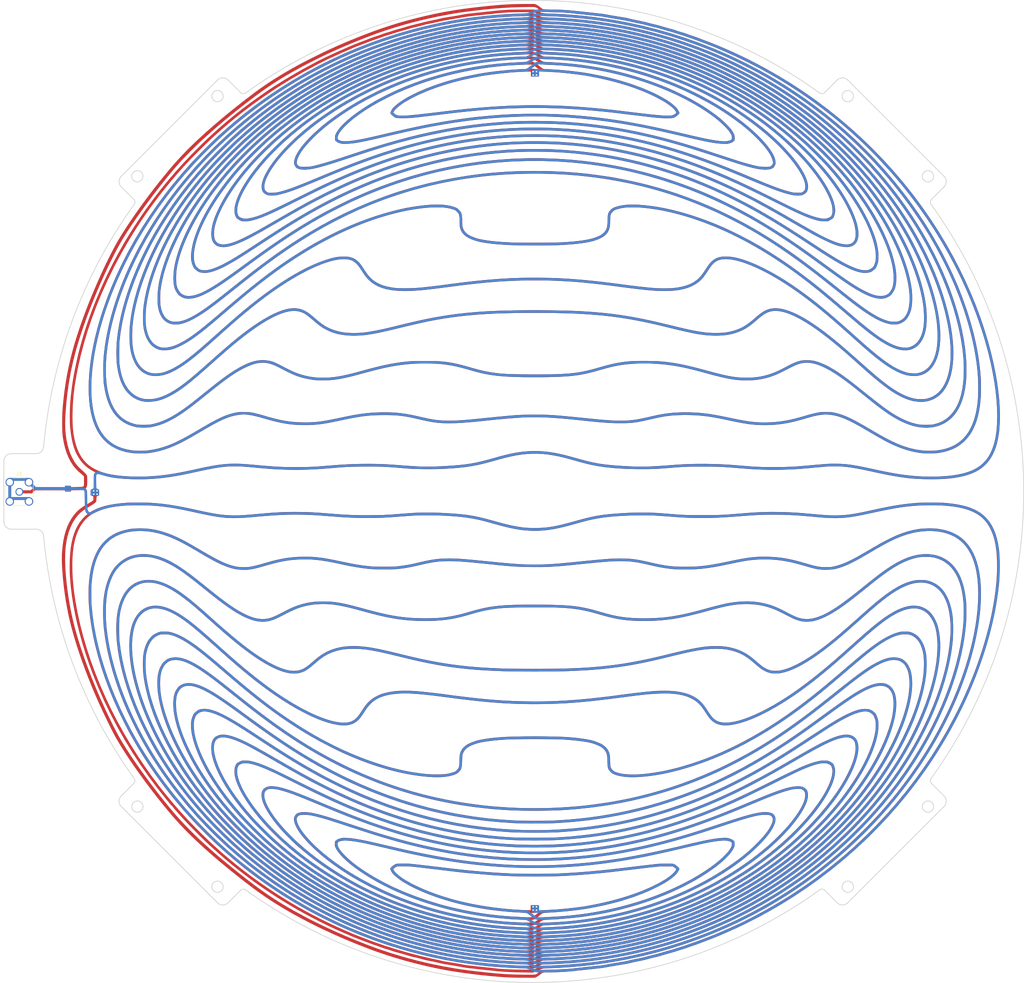
<source format=kicad_pcb>
(kicad_pcb (version 20171130) (host pcbnew "(5.1.5)-3")
  (layers (0 F.Cu signal) (31 B.Cu signal) (34 B.Paste user) (35 F.Paste user) (36 B.SilkS user) (37 F.SilkS user) (38 B.Mask user) (39 F.Mask user) (44 Edge.Cuts user))
  (net 0 "")
  (net 1 "Net-(J1-Pad1)")
  (net 2 GND)
  (net 3 "Net-(Lb1-Pad2)")
  (module GradientCoil:GC_XY_bottom_r6 (layer F.Cu) (at 198.12 147.574)
    (fp_text reference Lb1 hide)
    (fp_text value L hide)
    (fp_poly (pts (xy -120.178068 -0.812199) (xy -119.822467 -0.805304) (xy -119.541813 -0.793192) (xy -119.437285 -0.785172) (xy -118.935888 -0.709396) (xy -118.548384 -0.585731) (xy -118.265682 -0.410206) (xy -118.088242 -0.195887) (xy -118.054334 -0.130692) (xy -118.026443 -0.055268) (xy -118.00374 0.043779) (xy -117.985397 0.179843) (xy -117.970584 0.366316) (xy -117.958474 0.616591) (xy -117.948238 0.944063) (xy -117.939048 1.362123) (xy -117.930075 1.884166) (xy -117.920632 2.513882) (xy -117.910663 3.161725) (xy -117.900854 3.692321) (xy -117.890475 4.119014) (xy -117.878795 4.455144) (xy -117.865086 4.714056) (xy -117.848616 4.90909) (xy -117.828655 5.053589) (xy -117.804474 5.160895) (xy -117.775342 5.244351) (xy -117.7706 5.255407) (xy -117.622546 5.525427) (xy -117.456826 5.716408) (xy -117.29342 5.806893) (xy -117.25302 5.811311) (xy -117.14716 5.780499) (xy -116.957416 5.69704) (xy -116.712521 5.574399) (xy -116.491076 5.454247) (xy -115.776932 5.079852) (xy -115.047971 4.75337) (xy -114.282527 4.467703) (xy -113.45893 4.215754) (xy -112.555514 3.990427) (xy -111.550611 3.784624) (xy -111.198458 3.720742) (xy -109.911022 3.527021) (xy -108.519696 3.37959) (xy -107.042715 3.278488) (xy -105.498315 3.223752) (xy -103.904732 3.21542) (xy -102.280201 3.25353) (xy -100.642958 3.338121) (xy -99.011239 3.46923) (xy -97.40328 3.646895) (xy -97.061954 3.691242) (xy -96.05886 3.832462) (xy -95.048333 3.989984) (xy -94.01082 4.167433) (xy -92.92677 4.368436) (xy -91.776629 4.59662) (xy -90.540847 4.85561) (xy -89.199871 5.149033) (xy -89.187908 5.151698) (xy -87.988046 5.415773) (xy -86.900981 5.647626) (xy -85.913496 5.849318) (xy -85.012377 6.02291) (xy -84.184409 6.170463) (xy -83.416376 6.294039) (xy -82.695063 6.395698) (xy -82.007256 6.477502) (xy -81.339739 6.541512) (xy -80.679297 6.589789) (xy -80.012715 6.624393) (xy -79.660668 6.637623) (xy -79.185076 6.648484) (xy -78.687962 6.649534) (xy -78.156688 6.640079) (xy -77.578618 6.619428) (xy -76.941114 6.586887) (xy -76.231542 6.541765) (xy -75.437262 6.483368) (xy -74.54564 6.411004) (xy -73.544037 6.32398) (xy -72.935219 6.269026) (xy -71.819464 6.168434) (xy -70.816263 6.08107) (xy -69.908344 6.006041) (xy -69.078434 5.942456) (xy -68.309262 5.889423) (xy -67.583557 5.846049) (xy -66.884044 5.811443) (xy -66.193454 5.784713) (xy -65.494514 5.764966) (xy -64.769951 5.751311) (xy -64.002494 5.742856) (xy -63.174871 5.738708) (xy -62.651157 5.73792) (xy -61.650178 5.740202) (xy -60.743398 5.748848) (xy -59.901002 5.765064) (xy -59.093174 5.790056) (xy -58.290099 5.825029) (xy -57.461961 5.87119) (xy -56.578944 5.929744) (xy -55.611232 6.001897) (xy -55.076864 6.044208) (xy -53.863327 6.140807) (xy -52.765157 6.225781) (xy -51.767713 6.299835) (xy -50.856354 6.36367) (xy -50.016439 6.41799) (xy -49.233325 6.463497) (xy -48.492373 6.500894) (xy -47.778941 6.530884) (xy -47.078388 6.554171) (xy -46.376073 6.571456) (xy -45.657355 6.583444) (xy -44.907591 6.590836) (xy -44.112143 6.594335) (xy -43.606711 6.594859) (xy -42.777573 6.593369) (xy -42.021874 6.588332) (xy -41.319464 6.578895) (xy -40.650193 6.564204) (xy -39.993912 6.543407) (xy -39.33047 6.51565) (xy -38.639718 6.480082) (xy -37.901507 6.435849) (xy -37.095686 6.382099) (xy -36.202107 6.317978) (xy -35.200618 6.242634) (xy -35.096401 6.234652) (xy -34.126478 6.160992) (xy -33.271453 6.097859) (xy -32.516121 6.04449) (xy -31.845276 6.000119) (xy -31.243715 5.963984) (xy -30.696233 5.93532) (xy -30.187624 5.913364) (xy -29.702685 5.897351) (xy -29.226209 5.886518) (xy -28.742993 5.880101) (xy -28.237833 5.877336) (xy -27.979177 5.877082) (xy -26.875822 5.886069) (xy -25.724353 5.911719) (xy -24.543018 5.952801) (xy -23.350061 6.008078) (xy -22.163729 6.076317) (xy -21.002267 6.156284) (xy -19.883922 6.246745) (xy -18.82694 6.346466) (xy -17.849565 6.454212) (xy -16.970046 6.56875) (xy -16.356555 6.663201) (xy -15.812018 6.757318) (xy -15.282627 6.855867) (xy -14.753015 6.962542) (xy -14.207817 7.081037) (xy -13.631666 7.215047) (xy -13.009197 7.368265) (xy -12.325043 7.544386) (xy -11.563838 7.747103) (xy -10.710217 7.980111) (xy -9.748812 8.247104) (xy -9.631105 8.280025) (xy -8.708678 8.535574) (xy -7.891855 8.755822) (xy -7.161853 8.945234) (xy -6.499885 9.108272) (xy -5.887167 9.249399) (xy -5.304913 9.373079) (xy -4.734339 9.483775) (xy -4.156659 9.58595) (xy -4.080977 9.598686) (xy -3.462431 9.699036) (xy -2.91609 9.77924) (xy -2.414103 9.841413) (xy -1.92862 9.887671) (xy -1.431789 9.92013) (xy -0.895761 9.940907) (xy -0.292685 9.952116) (xy 0.405291 9.955876) (xy 0.620308 9.955883) (xy 1.41466 9.949039) (xy 2.161909 9.928248) (xy 2.876923 9.891045) (xy 3.574573 9.834963) (xy 4.269725 9.757537) (xy 4.977249 9.656302) (xy 5.712014 9.528792) (xy 6.488888 9.372542) (xy 7.322741 9.185086) (xy 8.22844 8.963959) (xy 9.220854 8.706695) (xy 10.314852 8.410828) (xy 10.878707 8.254853) (xy 11.969306 7.954162) (xy 12.949449 7.690247) (xy 13.833009 7.459925) (xy 14.63386 7.260014) (xy 15.365874 7.087333) (xy 16.042924 6.9387) (xy 16.678883 6.810933) (xy 17.287624 6.700849) (xy 17.88302 6.605268) (xy 18.38072 6.534166) (xy 19.487132 6.398224) (xy 20.698141 6.274533) (xy 21.988192 6.164665) (xy 23.331729 6.070194) (xy 24.703195 5.992693) (xy 26.077033 5.933736) (xy 27.427689 5.894894) (xy 28.729605 5.877742) (xy 29.055636 5.877029) (xy 29.705621 5.879549) (xy 30.324282 5.887407) (xy 30.930771 5.901529) (xy 31.544238 5.922837) (xy 32.183837 5.952257) (xy 32.868718 5.990712) (xy 33.618034 6.039125) (xy 34.450935 6.098422) (xy 35.386574 6.169525) (xy 35.814653 6.203121) (xy 36.698965 6.272842) (xy 37.472664 6.332899) (xy 38.154065 6.384008) (xy 38.761486 6.426883) (xy 39.313242 6.462241) (xy 39.827652 6.490796) (xy 40.323031 6.513264) (xy 40.817696 6.53036) (xy 41.329963 6.542799) (xy 41.87815 6.551297) (xy 42.480573 6.556569) (xy 43.155548 6.55933) (xy 43.921392 6.560296) (xy 44.796421 6.560181) (xy 44.956041 6.560106) (xy 45.913358 6.559038) (xy 46.763229 6.556302) (xy 47.524425 6.551114) (xy 48.215717 6.542688) (xy 48.855875 6.530239) (xy 49.463671 6.51298) (xy 50.057874 6.490126) (xy 50.657255 6.460891) (xy 51.280586 6.424491) (xy 51.946636 6.380139) (xy 52.674176 6.327049) (xy 53.481976 6.264437) (xy 54.388809 6.191516) (xy 55.044216 6.137892) (xy 56.394941 6.030689) (xy 57.636289 5.940679) (xy 58.788241 5.867158) (xy 59.870778 5.809426) (xy 60.903882 5.766777) (xy 61.907535 5.73851) (xy 62.901719 5.723923) (xy 63.906414 5.722311) (xy 64.941603 5.732974) (xy 65.967415 5.753732) (xy 66.767552 5.775375) (xy 67.52149 5.800608) (xy 68.249093 5.830684) (xy 68.970222 5.866854) (xy 69.704742 5.91037) (xy 70.472516 5.962485) (xy 71.293405 6.024452) (xy 72.187274 6.097523) (xy 73.173986 6.182949) (xy 74.11054 6.267123) (xy 75.143604 6.35957) (xy 76.059986 6.437817) (xy 76.87274 6.502587) (xy 77.594921 6.554603) (xy 78.239581 6.59459) (xy 78.819776 6.623269) (xy 79.348558 6.641365) (xy 79.838983 6.6496) (xy 80.304104 6.648699) (xy 80.756974 6.639384) (xy 80.803342 6.637979) (xy 81.572525 6.605944) (xy 82.327213 6.556982) (xy 83.083622 6.488685) (xy 83.857968 6.398649) (xy 84.666467 6.284467) (xy 85.525334 6.143733) (xy 86.450786 5.974041) (xy 87.459038 5.772985) (xy 88.566307 5.538159) (xy 89.291774 5.378533) (xy 90.754518 5.056983) (xy 92.104848 4.769129) (xy 93.355974 4.512998) (xy 94.521109 4.286618) (xy 95.613463 4.088019) (xy 96.646249 3.915229) (xy 97.632678 3.766275) (xy 98.585961 3.639187) (xy 99.51931 3.531993) (xy 100.445936 3.442721) (xy 101.379052 3.369399) (xy 102.331868 3.310057) (xy 103.317596 3.262722) (xy 103.526328 3.254267) (xy 105.195646 3.214965) (xy 106.83138 3.228502) (xy 108.418751 3.293757) (xy 109.942983 3.409608) (xy 111.389298 3.574933) (xy 112.742918 3.78861) (xy 113.983425 4.048168) (xy 115.25251 4.401128) (xy 116.422027 4.831123) (xy 117.494458 5.340986) (xy 118.472287 5.933551) (xy 119.357997 6.611649) (xy 120.154071 7.378114) (xy 120.862992 8.235778) (xy 121.487242 9.187474) (xy 122.029306 10.236034) (xy 122.491667 11.384292) (xy 122.876807 12.63508) (xy 123.187209 13.991232) (xy 123.311997 14.690297) (xy 123.387194 15.162244) (xy 123.44997 15.589211) (xy 123.501404 15.989356) (xy 123.542576 16.380839) (xy 123.574568 16.781817) (xy 123.598461 17.210449) (xy 123.615335 17.684894) (xy 123.62627 18.22331) (xy 123.632349 18.843856) (xy 123.63465 19.56469) (xy 123.634619 20.111054) (xy 123.632652 20.920933) (xy 123.627401 21.623889) (xy 123.617453 22.243575) (xy 123.601394 22.803647) (xy 123.57781 23.327758) (xy 123.545288 23.839563) (xy 123.502413 24.362716) (xy 123.447771 24.920871) (xy 123.37995 25.537684) (xy 123.297535 26.236807) (xy 123.240458 26.705913) (xy 122.862644 29.369006) (xy 122.37633 32.090492) (xy 121.784608 34.86093) (xy 121.09057 37.67088) (xy 120.29731 40.510902) (xy 119.407919 43.371557) (xy 118.425491 46.243404) (xy 117.353116 49.117004) (xy 116.193888 51.982916) (xy 114.950899 54.8317) (xy 113.627241 57.653917) (xy 112.226007 60.440126) (xy 112.128533 60.626993) (xy 110.255297 64.075657) (xy 108.279709 67.45066) (xy 106.198986 70.755943) (xy 104.010346 73.995445) (xy 101.711006 77.173109) (xy 99.298185 80.292875) (xy 96.7691 83.358683) (xy 94.120968 86.374475) (xy 93.366812 87.200658) (xy 93.053908 87.535936) (xy 92.66493 87.945215) (xy 92.214621 88.41354) (xy 91.717725 88.925954) (xy 91.188984 89.467502) (xy 90.643143 90.023227) (xy 90.094945 90.578173) (xy 89.559133 91.117386) (xy 89.05045 91.625908) (xy 88.58364 92.088783) (xy 88.173446 92.491057) (xy 87.834611 92.817772) (xy 87.757326 92.89104) (xy 84.788844 95.610416) (xy 81.77185 98.211264) (xy 78.698792 100.699054) (xy 75.562117 103.07926) (xy 72.354275 105.357352) (xy 69.067713 107.538804) (xy 65.69488 109.629087) (xy 62.228222 111.633674) (xy 60.822879 112.407697) (xy 60.29881 112.68891) (xy 59.694784 113.00718) (xy 59.033542 113.350962) (xy 58.337826 113.70871) (xy 57.630376 114.06888) (xy 56.933933 114.419925) (xy 56.27124 114.750301) (xy 55.665037 115.048463) (xy 55.138065 115.302865) (xy 54.880977 115.424281) (xy 54.167549 115.754643) (xy 53.408505 116.100817) (xy 52.621598 116.455053) (xy 51.824583 116.8096) (xy 51.035213 117.156709) (xy 50.27124 117.488628) (xy 49.55042 117.797608) (xy 48.890505 118.075899) (xy 48.309249 118.315749) (xy 47.824405 118.509409) (xy 47.731105 118.54556) (xy 47.335885 118.697656) (xy 46.856406 118.88223) (xy 46.330269 119.084804) (xy 45.795074 119.290902) (xy 45.28842 119.486045) (xy 45.184576 119.526048) (xy 44.668 119.722087) (xy 44.093977 119.934968) (xy 43.505904 120.148918) (xy 42.947181 120.348168) (xy 42.461208 120.516945) (xy 42.409512 120.534513) (xy 42.001689 120.673904) (xy 41.619941 120.80661) (xy 41.287461 120.924396) (xy 41.027443 121.019025) (xy 40.863082 121.082261) (xy 40.842416 121.090987) (xy 40.67381 121.155024) (xy 40.416384 121.241498) (xy 40.107267 121.338333) (xy 39.830334 121.420135) (xy 39.442863 121.535176) (xy 38.997089 121.67372) (xy 38.557713 121.815405) (xy 38.295887 121.903059) (xy 37.924296 122.026147) (xy 37.52787 122.151089) (xy 37.159672 122.261468) (xy 36.924679 122.3273) (xy 36.48645 122.445788) (xy 36.013289 122.576789) (xy 35.529543 122.713274) (xy 35.059561 122.848212) (xy 34.627692 122.974576) (xy 34.258284 123.085335) (xy 33.975685 123.17346) (xy 33.855784 123.213287) (xy 33.626511 123.283872) (xy 33.314966 123.367708) (xy 32.967021 123.452892) (xy 32.713111 123.509791) (xy 32.328943 123.595794) (xy 31.882242 123.701762) (xy 31.436226 123.812443) (xy 31.146015 123.887822) (xy 30.550578 124.045941) (xy 30.06149 124.174284) (xy 29.659153 124.277592) (xy 29.323968 124.360604) (xy 29.036338 124.428059) (xy 28.776665 124.484696) (xy 28.525349 124.535257) (xy 28.273008 124.582613) (xy 27.919949 124.650661) (xy 27.490526 124.738751) (xy 27.035305 124.836241) (xy 26.604857 124.932485) (xy 26.542674 124.946823) (xy 25.9558 125.079913) (xy 25.391555 125.20124) (xy 24.823123 125.315918) (xy 24.223688 125.429066) (xy 23.566435 125.545799) (xy 22.824547 125.671233) (xy 22.26581 125.762848) (xy 21.745089 125.848514) (xy 21.203359 125.939592) (xy 20.673918 126.030347) (xy 20.190068 126.115042) (xy 19.785107 126.18794) (xy 19.621337 126.218415) (xy 19.202068 126.293111) (xy 18.754218 126.365265) (xy 18.327307 126.427341) (xy 17.970854 126.471803) (xy 17.92365 126.476781) (xy 17.651818 126.50531) (xy 17.278793 126.545661) (xy 16.833115 126.594682) (xy 16.343319 126.649222) (xy 15.837946 126.70613) (xy 15.54036 126.739957) (xy 15.004159 126.799981) (xy 14.433975 126.861786) (xy 13.866836 126.921498) (xy 13.339769 126.975243) (xy 12.889802 127.019146) (xy 12.732648 127.033725) (xy 12.354664 127.069029) (xy 12.018003 127.10232) (xy 11.745886 127.131155) (xy 11.561532 127.153091) (xy 11.492031 127.164247) (xy 11.37214 127.184806) (xy 11.143902 127.21318) (xy 10.829186 127.247312) (xy 10.449861 127.285144) (xy 10.027796 127.324617) (xy 9.584863 127.363672) (xy 9.14293 127.400253) (xy 8.723867 127.4323) (xy 8.423136 127.453072) (xy 8.064061 127.473174) (xy 7.607567 127.493824) (xy 7.086816 127.513805) (xy 6.534969 127.531901) (xy 5.985187 127.546895) (xy 5.68072 127.553683) (xy 5.11649 127.565144) (xy 4.502585 127.57773) (xy 3.879694 127.590601) (xy 3.288506 127.602914) (xy 2.769713 127.613827) (xy 2.579177 127.617875) (xy 2.066458 127.626339) (xy 1.665378 127.626742) (xy 1.357193 127.618394) (xy 1.123159 127.600603) (xy 0.944532 127.572677) (xy 0.87084 127.554891) (xy 0.675644 127.490414) (xy 0.400549 127.385088) (xy 0.083635 127.254059) (xy -0.206538 127.126372) (xy -0.547009 126.971931) (xy -0.829044 126.848089) (xy -1.073186 126.75091) (xy -1.299977 126.676459) (xy -1.529961 126.6208) (xy -1.783681 126.579998) (xy -2.08168 126.550118) (xy -2.4445 126.527225) (xy -2.892686 126.507381) (xy -3.44678 126.486654) (xy -3.569363 126.482157) (xy -7.560682 126.277739) (xy -11.493504 125.95943) (xy -15.375741 125.525785) (xy -19.215305 124.975356) (xy -23.020107 124.3067) (xy -26.79806 123.51837) (xy -30.557075 122.608919) (xy -34.305065 121.576904) (xy -38.04994 120.420877) (xy -39.650114 119.889077) (xy -41.148224 119.370218) (xy -42.619085 118.838906) (xy -44.084049 118.286669) (xy -45.564467 117.705032) (xy -47.08169 117.085521) (xy -48.65707 116.419663) (xy -50.311957 115.698983) (xy -51.191774 115.308342) (xy -51.529357 115.153679) (xy -51.965772 114.947688) (xy -52.483801 114.698935) (xy -53.066229 114.415984) (xy -53.695841 114.107401) (xy -54.355421 113.781753) (xy -55.027752 113.447604) (xy -55.695619 113.11352) (xy -56.341807 112.788066) (xy -56.949098 112.479808) (xy -57.500279 112.197312) (xy -57.978132 111.949144) (xy -58.365443 111.743867) (xy -58.472237 111.686025) (xy -60.52217 110.548443) (xy -62.472266 109.425802) (xy -64.349422 108.301546) (xy -66.180538 107.159115) (xy -67.992511 105.981952) (xy -69.812238 104.753499) (xy -70.447547 104.314205) (xy -73.563366 102.071788) (xy -76.603789 99.732234) (xy -79.565414 97.299399) (xy -82.444841 94.777136) (xy -85.238667 92.1693) (xy -87.943491 89.479746) (xy -90.555911 86.712327) (xy -93.072526 83.870899) (xy -95.489933 80.959316) (xy -97.804732 77.981432) (xy -100.01352 74.941102) (xy -102.112896 71.84218) (xy -104.099458 68.68852) (xy -105.969804 65.483977) (xy -107.720534 62.232406) (xy -107.907924 61.86761) (xy -109.398475 58.839956) (xy -110.763865 55.832016) (xy -112.006763 52.836785) (xy -113.129838 49.847259) (xy -114.135758 46.856434) (xy -115.027192 43.857307) (xy -115.606208 41.662563) (xy -116.105991 39.526337) (xy -116.532108 37.416394) (xy -116.883945 35.340907) (xy -117.160886 33.308051) (xy -117.362318 31.325999) (xy -117.487625 29.402925) (xy -117.536193 27.547002) (xy -117.507408 25.766405) (xy -117.400654 24.069308) (xy -117.215317 22.463884) (xy -117.103135 21.75629) (xy -116.831223 20.423975) (xy -116.488825 19.150832) (xy -116.080774 17.94991) (xy -115.6119 16.834257) (xy -115.087037 15.816921) (xy -114.63419 15.088674) (xy -113.922842 14.141638) (xy -113.1398 13.296978) (xy -112.281508 12.552573) (xy -111.344411 11.906303) (xy -110.324954 11.356047) (xy -109.219582 10.899683) (xy -108.024739 10.535091) (xy -106.73687 10.26015) (xy -106.464524 10.215215) (xy -106.088561 10.169121) (xy -105.612481 10.130653) (xy -105.066578 10.100524) (xy -104.481143 10.079445) (xy -103.886469 10.068128) (xy -103.312848 10.067284) (xy -102.790571 10.077626) (xy -102.349932 10.099864) (xy -102.180258 10.114565) (xy -100.811217 10.295311) (xy -99.464594 10.555505) (xy -98.123794 10.90032) (xy -96.772224 11.33493) (xy -95.39329 11.864507) (xy -93.970399 12.494226) (xy -92.948329 12.99284) (xy -92.570859 13.184844) (xy -92.212651 13.370333) (xy -91.859096 13.55748) (xy -91.495585 13.754456) (xy -91.107511 13.969433) (xy -90.680266 14.210583) (xy -90.19924 14.486078) (xy -89.649825 14.804091) (xy -89.017413 15.172793) (xy -88.293013 15.597062) (xy -87.500233 16.061255) (xy -86.806005 16.465727) (xy -86.196938 16.818008) (xy -85.659642 17.125632) (xy -85.180727 17.396129) (xy -84.746804 17.637032) (xy -84.344481 17.855873) (xy -83.960368 18.060184) (xy -83.581076 18.257497) (xy -83.382519 18.359215) (xy -82.281461 18.895169) (xy -81.25509 19.340211) (xy -80.288898 19.698813) (xy -79.368375 19.975448) (xy -78.479014 20.174587) (xy -77.606304 20.300702) (xy -76.918252 20.35168) (xy -76.360312 20.362315) (xy -75.800767 20.342934) (xy -75.223073 20.290686) (xy -74.610686 20.202719) (xy -73.94706 20.076183) (xy -73.215653 19.908224) (xy -72.399919 19.695992) (xy -71.483314 19.436636) (xy -71.303924 19.384016) (xy -70.067837 19.027767) (xy -68.934082 18.719249) (xy -67.884712 18.45534) (xy -66.901777 18.232919) (xy -65.967326 18.048864) (xy -65.063409 17.900053) (xy -64.172078 17.783365) (xy -63.275382 17.695679) (xy -62.355371 17.633872) (xy -61.394096 17.594824) (xy -60.95347 17.58405) (xy -60.020929 17.574881) (xy -59.130622 17.587333) (xy -58.26343 17.623572) (xy -57.400231 17.685767) (xy -56.521905 17.776086) (xy -55.609333 17.896696) (xy -54.643394 18.049766) (xy -53.604967 18.237465) (xy -52.474933 18.461959) (xy -51.616195 18.642796) (xy -50.320868 18.917458) (xy -49.138068 19.160323) (xy -48.054118 19.373163) (xy -47.055342 19.557749) (xy -46.128063 19.715852) (xy -45.258604 19.849243) (xy -44.433289 19.959692) (xy -43.638442 20.048971) (xy -42.860386 20.11885) (xy -42.085443 20.1711) (xy -41.299939 20.207492) (xy -40.490195 20.229797) (xy -39.642535 20.239786) (xy -39.275321 20.240734) (xy -38.200214 20.231559) (xy -37.202338 20.201551) (xy -36.256921 20.147688) (xy -35.339191 20.066949) (xy -34.424373 19.956312) (xy -33.487696 19.812754) (xy -32.504386 19.633254) (xy -31.449671 19.41479) (xy -30.298776 19.15434) (xy -30.22212 19.136372) (xy -29.306285 18.924243) (xy -28.497048 18.743883) (xy -27.77519 18.59207) (xy -27.121493 18.465586) (xy -26.516737 18.361211) (xy -25.941703 18.275724) (xy -25.377173 18.205907) (xy -24.803927 18.148539) (xy -24.202747 18.100401) (xy -23.924414 18.081313) (xy -23.412559 18.052499) (xy -22.890347 18.033301) (xy -22.348427 18.024247) (xy -21.777454 18.025862) (xy -21.16808 18.038672) (xy -20.510956 18.063202) (xy -19.796735 18.099978) (xy -19.016069 18.149527) (xy -18.159611 18.212374) (xy -17.218014 18.289045) (xy -16.181928 18.380065) (xy -15.042008 18.485962) (xy -13.788904 18.607259) (xy -12.765296 18.709045) (xy -11.478439 18.83799) (xy -10.31179 18.954186) (xy -9.255657 19.058293) (xy -8.300347 19.150971) (xy -7.436167 19.232881) (xy -6.653424 19.304684) (xy -5.942427 19.367039) (xy -5.293482 19.420607) (xy -4.696897 19.466048) (xy -4.142978 19.504023) (xy -3.622034 19.535192) (xy -3.124371 19.560215) (xy -2.640298 19.579753) (xy -2.16012 19.594466) (xy -1.674146 19.605014) (xy -1.172683 19.612057) (xy -0.646038 19.616257) (xy -0.084519 19.618273) (xy 0.521567 19.618766) (xy 0.587661 19.618756) (xy 1.267412 19.617518) (xy 1.903904 19.613616) (xy 2.507954 19.606319) (xy 3.09038 19.594896) (xy 3.661997 19.578617) (xy 4.233624 19.55675) (xy 4.816077 19.528564) (xy 5.420172 19.493329) (xy 6.056728 19.450313) (xy 6.73656 19.398786) (xy 7.470487 19.338017) (xy 8.269324 19.267275) (xy 9.143889 19.185829) (xy 10.104998 19.092947) (xy 11.16347 18.9879) (xy 12.33012 18.869957) (xy 13.614139 18.738553) (xy 14.974084 18.60069) (xy 16.214108 18.479262) (xy 17.34377 18.373704) (xy 18.372629 18.28345) (xy 19.310245 18.207934) (xy 20.166176 18.14659) (xy 20.949981 18.098854) (xy 21.67122 18.064159) (xy 22.339451 18.04194) (xy 22.964234 18.031631) (xy 23.555127 18.032667) (xy 24.121689 18.044482) (xy 24.673481 18.066511) (xy 24.832789 18.074766) (xy 25.528487 18.118662) (xy 26.186071 18.174072) (xy 26.827019 18.244413) (xy 27.472809 18.333103) (xy 28.144919 18.443558) (xy 28.864827 18.579196) (xy 29.654011 18.743433) (xy 30.53395 18.939687) (xy 31.113368 19.073985) (xy 32.263693 19.336484) (xy 33.312236 19.559274) (xy 34.280714 19.745095) (xy 35.190843 19.89669) (xy 36.06434 20.016802) (xy 36.922921 20.108172) (xy 37.788303 20.173544) (xy 38.682202 20.215658) (xy 39.626334 20.237257) (xy 40.360557 20.241646) (xy 41.309175 20.235093) (xy 42.209845 20.214126) (xy 43.078674 20.176779) (xy 43.931766 20.121086) (xy 44.785229 20.045082) (xy 45.655169 19.9468) (xy 46.557692 19.824277) (xy 47.508904 19.675544) (xy 48.524912 19.498639) (xy 49.621821 19.291594) (xy 50.815738 19.052444) (xy 51.822068 18.842911) (xy 52.957944 18.605865) (xy 53.980927 18.398734) (xy 54.904794 18.21967) (xy 55.743322 18.066824) (xy 56.510288 17.938349) (xy 57.219469 17.832397) (xy 57.884641 17.74712) (xy 58.519582 17.68067) (xy 59.138068 17.631199) (xy 59.753877 17.596859) (xy 60.380785 17.575802) (xy 61.03257 17.56618) (xy 61.348516 17.565083) (xy 62.602894 17.583918) (xy 63.810093 17.643647) (xy 64.992048 17.747676) (xy 66.170696 17.899407) (xy 67.367973 18.102248) (xy 68.605815 18.359603) (xy 69.906159 18.674876) (xy 71.29094 19.051473) (xy 71.718564 19.174716) (xy 72.560289 19.418517) (xy 73.291961 19.626059) (xy 73.928125 19.800194) (xy 74.483325 19.94377) (xy 74.972106 20.05964) (xy 75.409013 20.150653) (xy 75.808589 20.219659) (xy 76.185381 20.26951) (xy 76.553932 20.303054) (xy 76.928787 20.323144) (xy 77.324491 20.332629) (xy 77.636504 20.334495) (xy 78.116055 20.332486) (xy 78.495412 20.324405) (xy 78.80492 20.307944) (xy 79.074922 20.280796) (xy 79.335762 20.240654) (xy 79.617783 20.185209) (xy 79.628021 20.183045) (xy 80.157661 20.063031) (xy 80.679332 19.927416) (xy 81.201654 19.772099) (xy 81.733249 19.592979) (xy 82.282738 19.385954) (xy 82.858741 19.146924) (xy 83.46988 18.871787) (xy 84.124776 18.556442) (xy 84.83205 18.196789) (xy 85.600322 17.788726) (xy 86.438215 17.328152) (xy 87.354348 16.810967) (xy 88.357343 16.233068) (xy 89.455821 15.590355) (xy 90.173265 15.166616) (xy 91.6843 14.292668) (xy 93.114452 13.510437) (xy 94.472663 12.816846) (xy 95.767873 12.208819) (xy 97.009025 11.683279) (xy 98.205059 11.23715) (xy 99.364917 10.867356) (xy 100.49754 10.57082) (xy 101.611868 10.344465) (xy 102.716845 10.185216) (xy 103.82141 10.089996) (xy 104.934505 10.055728) (xy 105.028021 10.055527) (xy 106.408472 10.104255) (xy 107.728141 10.249291) (xy 108.980259 10.488914) (xy 110.158059 10.821404) (xy 111.254773 11.245039) (xy 112.263633 11.758099) (xy 112.649736 11.99354) (xy 113.592259 12.675105) (xy 114.454628 13.457947) (xy 115.236969 14.342342) (xy 115.939406 15.328566) (xy 116.562063 16.416896) (xy 117.105066 17.607608) (xy 117.568538 18.900977) (xy 117.952606 20.297282) (xy 118.257392 21.796797) (xy 118.483023 23.3998) (xy 118.629623 25.106567) (xy 118.639178 25.269409) (xy 118.696167 27.123021) (xy 118.663778 29.062713) (xy 118.543193 31.080475) (xy 118.335597 33.168299) (xy 118.042174 35.318177) (xy 117.664108 37.522099) (xy 117.202581 39.772057) (xy 116.658779 42.060044) (xy 116.033885 44.378049) (xy 115.594943 45.863806) (xy 114.554182 49.057126) (xy 113.384208 52.246658) (xy 112.086397 55.42924) (xy 110.662126 58.60171) (xy 109.112772 61.760907) (xy 107.43971 64.90367) (xy 106.83536 65.981234) (xy 104.911559 69.235809) (xy 102.871568 72.433618) (xy 100.718428 75.571167) (xy 98.45518 78.644961) (xy 96.084866 81.651506) (xy 93.610526 84.587308) (xy 91.035203 87.448873) (xy 88.361938 90.232707) (xy 85.593771 92.935314) (xy 82.733745 95.553202) (xy 79.7849 98.082875) (xy 76.820308 100.466373) (xy 75.151043 101.744643) (xy 73.507859 102.958894) (xy 71.845619 104.141673) (xy 70.119182 105.325524) (xy 69.572494 105.692086) (xy 69.030956 106.052639) (xy 68.536276 106.379984) (xy 68.074838 106.682589) (xy 67.633022 106.968921) (xy 67.197212 107.247446) (xy 66.753788 107.526631) (xy 66.289134 107.814942) (xy 65.78963 108.120847) (xy 65.24166 108.452812) (xy 64.631605 108.819303) (xy 63.945847 109.228787) (xy 63.170768 109.689732) (xy 62.553213 110.056181) (xy 62.294368 110.206314) (xy 61.940725 110.40653) (xy 61.512769 110.645564) (xy 61.030988 110.912153) (xy 60.515869 111.195034) (xy 59.987899 111.482942) (xy 59.467564 111.764616) (xy 58.975352 112.02879) (xy 58.668123 112.192178) (xy 55.159005 113.976501) (xy 51.58528 115.649053) (xy 47.952395 117.208273) (xy 44.265799 118.652601) (xy 40.530938 119.980475) (xy 36.753262 121.190335) (xy 32.938217 122.28062) (xy 29.091252 123.24977) (xy 25.217815 124.096224) (xy 21.323353 124.81842) (xy 17.413313 125.414799) (xy 13.493145 125.8838) (xy 9.729049 126.212487) (xy 8.517504 126.295195) (xy 7.409196 126.362329) (xy 6.377837 126.41499) (xy 5.397143 126.454278) (xy 4.440828 126.481293) (xy 3.482604 126.497134) (xy 2.807712 126.502121) (xy 0.7509 126.510283) (xy -0.163239 126.07468) (xy -0.50216 125.916872) (xy -0.820846 125.77518) (xy -1.091115 125.661657) (xy -1.284786 125.588358) (xy -1.33856 125.571934) (xy -1.469968 125.552414) (xy -1.712788 125.530292) (xy -2.047898 125.506761) (xy -2.456172 125.483013) (xy -2.918488 125.46024) (xy -3.415722 125.439634) (xy -3.525964 125.435579) (xy -4.970677 125.378189) (xy -6.319244 125.312427) (xy -7.605979 125.235762) (xy -8.865197 125.145659) (xy -10.131213 125.039588) (xy -11.43834 124.915015) (xy -12.820895 124.769408) (xy -13.352956 124.71031) (xy -14.127763 124.621656) (xy -14.838546 124.536657) (xy -15.509613 124.451855) (xy -16.16527 124.363793) (xy -16.829823 124.269011) (xy -17.52758 124.164051) (xy -18.282847 124.045455) (xy -19.11993 123.909764) (xy -19.980463 123.767313) (xy -23.596258 123.103288) (xy -27.222253 122.316744) (xy -30.846619 121.411634) (xy -34.457524 120.391913) (xy -38.043135 119.261534) (xy -41.591624 118.024452) (xy -45.091157 116.68462) (xy -48.529904 115.245992) (xy -51.896033 113.712523) (xy -55.177714 112.088167) (xy -55.631877 111.852613) (xy -56.102336 111.607117) (xy -56.488314 111.405248) (xy -56.813058 111.234459) (xy -57.099813 111.082207) (xy -57.371826 110.935945) (xy -57.652343 110.783131) (xy -57.96461 110.611217) (xy -58.331873 110.40766) (xy -58.777379 110.159914) (xy -59.059897 110.002658) (xy -62.367515 108.088894) (xy -65.615002 106.064529) (xy -68.797615 103.933593) (xy -71.910612 101.700115) (xy -74.949251 99.368128) (xy -77.908789 96.941661) (xy -80.784483 94.424744) (xy -83.571591 91.821407) (xy -86.265371 89.135682) (xy -88.86108 86.371598) (xy -91.353976 83.533186) (xy -93.739316 80.624476) (xy -93.964558 80.339043) (xy -95.939664 77.749354) (xy -97.824922 75.119074) (xy -99.617901 72.453513) (xy -101.316172 69.757983) (xy -102.917306 67.037794) (xy -104.418875 64.298259) (xy -105.818447 61.544687) (xy -107.113596 58.782391) (xy -108.30189 56.016681) (xy -109.3809 53.252868) (xy -110.348199 50.496263) (xy -111.201355 47.752178) (xy -111.937941 45.025923) (xy -112.555526 42.32281) (xy -113.051681 39.64815) (xy -113.284499 38.1) (xy -113.436398 36.833429) (xy -113.552016 35.52684) (xy -113.630993 34.203244) (xy -113.672969 32.885654) (xy -113.677584 31.597081) (xy -113.644477 30.360539) (xy -113.573288 29.199038) (xy -113.463656 28.135592) (xy -113.442948 27.979178) (xy -113.202206 26.548034) (xy -112.884194 25.204282) (xy -112.490561 23.951602) (xy -112.022958 22.79367) (xy -111.483037 21.734166) (xy -110.872448 20.776767) (xy -110.192842 19.925154) (xy -109.528672 19.256808) (xy -108.695993 18.591874) (xy -107.786373 18.028308) (xy -106.812322 17.572329) (xy -105.786348 17.230159) (xy -105.158612 17.083562) (xy -104.036812 16.920462) (xy -102.901087 16.873054) (xy -101.739143 16.941785) (xy -100.538684 17.127102) (xy -99.869666 17.275912) (xy -99.543091 17.356883) (xy -99.280055 17.425824) (xy -99.048202 17.493137) (xy -98.815176 17.569227) (xy -98.548621 17.664497) (xy -98.216182 17.789351) (xy -97.916384 17.903973) (xy -97.167023 18.210319) (xy -96.405097 18.560775) (xy -95.622978 18.960313) (xy -94.813039 19.41391) (xy -93.967653 19.926537) (xy -93.079192 20.503171) (xy -92.14003 21.148784) (xy -91.142537 21.86835) (xy -90.079088 22.666844) (xy -88.942055 23.54924) (xy -87.72381 24.520512) (xy -87.528792 24.678065) (xy -86.425555 25.568412) (xy -85.414013 26.379443) (xy -84.48666 27.116767) (xy -83.635985 27.785993) (xy -82.85448 28.392731) (xy -82.134636 28.942591) (xy -81.468944 29.441182) (xy -80.849896 29.894113) (xy -80.269982 30.306994) (xy -79.721694 30.685434) (xy -79.197523 31.035044) (xy -78.689961 31.361432) (xy -78.191498 31.670208) (xy -78.073906 31.7414) (xy -76.944954 32.388243) (xy -75.880053 32.927366) (xy -74.872098 33.360553) (xy -73.913986 33.68959) (xy -72.998612 33.91626) (xy -72.118873 34.042347) (xy -71.267663 34.069635) (xy -70.437879 33.999909) (xy -69.679465 33.849634) (xy -69.363344 33.763075) (xy -69.04565 33.661142) (xy -68.710901 33.536999) (xy -68.343615 33.38381) (xy -67.928309 33.194739) (xy -67.449503 32.962952) (xy -66.891714 32.681611) (xy -66.23946 32.343882) (xy -66.079177 32.259987) (xy -65.207208 31.81053) (xy -64.429618 31.426513) (xy -63.731928 31.101238) (xy -63.099658 30.828005) (xy -62.518329 30.600117) (xy -62.389974 30.553292) (xy -60.966738 30.106822) (xy -59.482147 29.766227) (xy -57.955192 29.534437) (xy -56.404865 29.414378) (xy -54.946273 29.405925) (xy -54.283358 29.431114) (xy -53.645412 29.468275) (xy -53.01981 29.519764) (xy -52.39393 29.587931) (xy -51.755151 29.675129) (xy -51.090848 29.783711) (xy -50.388401 29.916029) (xy -49.635186 30.074436) (xy -48.81858 30.261284) (xy -47.925961 30.478926) (xy -46.944708 30.729714) (xy -45.862196 31.016001) (xy -44.875894 31.282775) (xy -43.56325 31.637257) (xy -42.360975 31.954155) (xy -41.25524 32.236238) (xy -40.232213 32.486276) (xy -39.278065 32.707036) (xy -38.378966 32.90129) (xy -37.521084 33.071806) (xy -36.690589 33.221353) (xy -35.873652 33.352702) (xy -35.056441 33.46862) (xy -34.225127 33.571878) (xy -33.365878 33.665245) (xy -32.615167 33.737802) (xy -32.116702 33.774928) (xy -31.515329 33.805402) (xy -30.831911 33.829226) (xy -30.087309 33.8464) (xy -29.302385 33.856927) (xy -28.497999 33.860807) (xy -27.695014 33.858043) (xy -26.914292 33.848635) (xy -26.176692 33.832585) (xy -25.503079 33.809894) (xy -24.914312 33.780565) (xy -24.431253 33.744598) (xy -24.35527 33.73723) (xy -23.606449 33.656538) (xy -22.905016 33.569836) (xy -22.233164 33.473381) (xy -21.573083 33.363428) (xy -20.906963 33.236236) (xy -20.216997 33.08806) (xy -19.485375 32.915158) (xy -18.694289 32.713786) (xy -17.825928 32.480201) (xy -16.862485 32.210661) (xy -16.225964 32.028563) (xy -14.995667 31.685622) (xy -13.856186 31.393549) (xy -12.780249 31.147452) (xy -11.740584 30.942439) (xy -10.709919 30.773618) (xy -9.660982 30.636096) (xy -8.5665 30.524981) (xy -7.399203 30.435381) (xy -7.313111 30.429726) (xy -6.66444 30.393453) (xy -5.902535 30.361003) (xy -5.044704 30.332589) (xy -4.108255 30.308424) (xy -3.110496 30.288721) (xy -2.068733 30.273692) (xy -1.000274 30.263549) (xy 0.077572 30.258506) (xy 1.147498 30.258775) (xy 2.192196 30.264569) (xy 3.19436 30.2761) (xy 4.004997 30.290682) (xy 5.185551 30.318345) (xy 6.24856 30.348743) (xy 7.207055 30.382837) (xy 8.074069 30.421592) (xy 8.862636 30.465971) (xy 9.585787 30.516938) (xy 10.256557 30.575456) (xy 10.887977 30.642488) (xy 11.493082 30.718999) (xy 12.084903 30.805951) (xy 12.676473 30.904309) (xy 12.938304 30.95113) (xy 13.256212 31.011477) (xy 13.628778 31.086026) (xy 14.035107 31.170185) (xy 14.454306 31.25936) (xy 14.86548 31.348955) (xy 15.247738 31.434378) (xy 15.580184 31.511035) (xy 15.841925 31.574331) (xy 16.012068 31.619673) (xy 16.066761 31.638992) (xy 16.140702 31.664089) (xy 16.322401 31.719173) (xy 16.593837 31.799117) (xy 16.936987 31.898791) (xy 17.333828 32.013068) (xy 17.766339 32.136817) (xy 18.216496 32.26491) (xy 18.666278 32.392219) (xy 19.097662 32.513614) (xy 19.492626 32.623967) (xy 19.833148 32.718149) (xy 20.101204 32.791032) (xy 20.274293 32.836365) (xy 21.480821 33.118891) (xy 22.663449 33.353114) (xy 23.84371 33.541222) (xy 25.043137 33.685399) (xy 26.283263 33.787833) (xy 27.585622 33.85071) (xy 28.971746 33.876214) (xy 30.427763 33.86713) (xy 31.517886 33.841535) (xy 32.557107 33.800592) (xy 33.558816 33.742094) (xy 34.536404 33.663834) (xy 35.503261 33.563603) (xy 36.472777 33.439195) (xy 37.458343 33.288402) (xy 38.47335 33.109017) (xy 39.531187 32.898833) (xy 40.645245 32.655642) (xy 41.828915 32.377236) (xy 43.095586 32.061409) (xy 44.45865 31.705954) (xy 45.906328 31.315542) (xy 46.976741 31.025144) (xy 47.935507 30.770025) (xy 48.795851 30.54723) (xy 49.570994 30.353802) (xy 50.274159 30.186788) (xy 50.91857 30.04323) (xy 51.517448 29.920173) (xy 52.084018 29.814663) (xy 52.6315 29.723742) (xy 53.17312 29.644457) (xy 53.670234 29.580147) (xy 55.387325 29.428959) (xy 57.065304 29.399214) (xy 58.701759 29.490729) (xy 60.29428 29.703316) (xy 61.840454 30.036789) (xy 62.683805 30.275847) (xy 63.401595 30.513402) (xy 64.131783 30.788424) (xy 64.89239 31.108927) (xy 65.701434 31.482923) (xy 66.576937 31.918424) (xy 67.536919 32.423444) (xy 67.646272 32.482408) (xy 68.148006 32.744656) (xy 68.675708 33.004809) (xy 69.200159 33.249528) (xy 69.692143 33.465471) (xy 70.122442 33.6393) (xy 70.388689 33.734528) (xy 71.149401 33.930515) (xy 71.964763 34.043848) (xy 72.783158 34.067777) (xy 72.902571 34.063258) (xy 73.640235 33.996303) (xy 74.395762 33.862206) (xy 75.175652 33.657757) (xy 75.986406 33.379747) (xy 76.834526 33.024964) (xy 77.726512 32.590198) (xy 78.668867 32.072239) (xy 79.668092 31.467878) (xy 80.730687 30.773903) (xy 81.863154 29.987104) (xy 83.071995 29.104272) (xy 83.317224 28.920617) (xy 83.583615 28.720175) (xy 83.825549 28.537515) (xy 84.052857 28.364881) (xy 84.275371 28.194519) (xy 84.502921 28.018673) (xy 84.745338 27.829588) (xy 85.012454 27.619507) (xy 85.3141 27.380677) (xy 85.660108 27.105341) (xy 86.060308 26.785743) (xy 86.524531 26.41413) (xy 87.062609 25.982745) (xy 87.684373 25.483832) (xy 88.279692 25.005946) (xy 89.174205 24.289826) (xy 89.979207 23.650037) (xy 90.70514 23.078866) (xy 91.36245 22.568601) (xy 91.961578 22.111532) (xy 92.512969 21.699945) (xy 93.027065 21.32613) (xy 93.514311 20.982374) (xy 93.98515 20.660966) (xy 94.450026 20.354194) (xy 94.919381 20.054345) (xy 95.336764 19.794786) (xy 96.715137 19.000339) (xy 98.062194 18.331675) (xy 99.37766 17.788877) (xy 100.661262 17.372026) (xy 101.912723 17.081206) (xy 103.131769 16.916497) (xy 104.318125 16.877984) (xy 104.954397 16.910444) (xy 106.119652 17.060566) (xy 107.207903 17.315543) (xy 108.221756 17.67671) (xy 109.163816 18.145403) (xy 110.036691 18.722956) (xy 110.842986 19.410707) (xy 111.585308 20.209989) (xy 111.722549 20.378607) (xy 112.323776 21.213216) (xy 112.858034 22.126483) (xy 113.327358 23.1244) (xy 113.733783 24.212956) (xy 114.079345 25.398141) (xy 114.366078 26.685945) (xy 114.596018 28.082358) (xy 114.737423 29.252442) (xy 114.768404 29.64886) (xy 114.791972 30.153006) (xy 114.808257 30.742236) (xy 114.817391 31.393904) (xy 114.819503 32.085366) (xy 114.814723 32.793976) (xy 114.803182 33.497091) (xy 114.785011 34.172064) (xy 114.760339 34.796252) (xy 114.729297 35.347009) (xy 114.700225 35.71671) (xy 114.391435 38.384105) (xy 113.955283 41.080215) (xy 113.391791 43.804977) (xy 112.700977 46.558325) (xy 111.88286 49.340197) (xy 110.937461 52.150528) (xy 109.864799 54.989253) (xy 108.664894 57.856309) (xy 107.337765 60.751632) (xy 106.553002 62.357327) (xy 104.891248 65.540302) (xy 103.108328 68.678193) (xy 101.2068 71.767704) (xy 99.189224 74.805541) (xy 97.058156 77.788406) (xy 94.816157 80.713005) (xy 92.465783 83.576043) (xy 90.009595 86.374223) (xy 87.450149 89.104251) (xy 84.790006 91.762831) (xy 82.031723 94.346667) (xy 80.999229 95.272073) (xy 78.027821 97.816811) (xy 74.974218 100.260268) (xy 71.83978 102.601529) (xy 68.625866 104.839675) (xy 65.333835 106.97379) (xy 61.965046 109.002958) (xy 58.520859 110.926261) (xy 55.370694 112.559488) (xy 54.735561 112.876705) (xy 54.193888 113.146046) (xy 53.722605 113.378584) (xy 53.298641 113.585391) (xy 52.898928 113.77754) (xy 52.500394 113.966103) (xy 52.079971 114.162152) (xy 51.614587 114.376761) (xy 51.081174 114.621002) (xy 50.963239 114.674864) (xy 47.581382 116.150763) (xy 44.121023 117.527427) (xy 40.591184 118.802543) (xy 37.000882 119.973801) (xy 33.359138 121.038889) (xy 29.674971 121.995495) (xy 25.9574 122.841308) (xy 22.215447 123.574016) (xy 18.458129 124.191307) (xy 14.694466 124.690869) (xy 10.933479 125.070392) (xy 10.15347 125.133952) (xy 9.285089 125.197401) (xy 8.353217 125.257565) (xy 7.38172 125.313381) (xy 6.394462 125.363787) (xy 5.415309 125.407719) (xy 4.468124 125.444116) (xy 3.576774 125.471915) (xy 2.765121 125.490053) (xy 2.057032 125.497467) (xy 1.986629 125.497583) (xy 1.580069 125.494079) (xy 1.245816 125.478201) (xy 0.95403 125.442749) (xy 0.674872 125.380524) (xy 0.378502 125.284328) (xy 0.035081 125.146961) (xy -0.385233 124.961224) (xy -0.552771 124.884947) (xy -0.858721 124.75344) (xy -1.159656 124.638382) (xy -1.413204 124.555308) (xy -1.532206 124.525879) (xy -1.679637 124.508082) (xy -1.938327 124.48742) (xy -2.289005 124.464995) (xy -2.712399 124.441911) (xy -3.189237 124.419269) (xy -3.700247 124.398171) (xy -3.88509 124.391302) (xy -7.812745 124.184554) (xy -11.733234 123.84832) (xy -15.641905 123.383553) (xy -19.534108 122.79121) (xy -23.40519 122.072244) (xy -27.250502 121.227609) (xy -31.065392 120.25826) (xy -34.845209 119.165151) (xy -38.585301 117.949237) (xy -42.281018 116.611471) (xy -42.833933 116.399323) (xy -46.371527 114.966469) (xy -49.859098 113.422997) (xy -53.284525 111.774686) (xy -56.635685 110.027315) (xy -59.157841 108.617971) (xy -62.405587 106.682344) (xy -65.551991 104.671927) (xy -68.607877 102.578814) (xy -71.584067 100.395098) (xy -74.491384 98.112872) (xy -77.340649 95.724229) (xy -79.79126 93.543751) (xy -80.259791 93.109087) (xy -80.800667 92.596439) (xy -81.396674 92.022866) (xy -82.030596 91.405429) (xy -82.685221 90.761186) (xy -83.343335 90.107199) (xy -83.987722 89.460527) (xy -84.601171 88.838229) (xy -85.166465 88.257366) (xy -85.666393 87.734998) (xy -85.860553 87.528792) (xy -88.325816 84.80559) (xy -90.677975 82.025538) (xy -92.915732 79.190586) (xy -95.037787 76.302684) (xy -97.04284 73.36378) (xy -98.929594 70.375825) (xy -100.696748 67.340767) (xy -102.343004 64.260556) (xy -103.867063 61.137142) (xy -104.745361 59.190489) (xy -105.723448 56.847484) (xy -106.615707 54.490425) (xy -107.41851 52.131875) (xy -108.128225 49.784398) (xy -108.741226 47.460555) (xy -109.253881 45.172909) (xy -109.662562 42.934024) (xy -109.885491 41.39743) (xy -109.973471 40.691582) (xy -110.04279 40.072355) (xy -110.095515 39.50687) (xy -110.133709 38.962245) (xy -110.159439 38.405601) (xy -110.174769 37.804058) (xy -110.181765 37.124737) (xy -110.182821 36.663496) (xy -110.17421 35.680959) (xy -110.146283 34.803332) (xy -110.096325 34.005996) (xy -110.021624 33.264331) (xy -109.919467 32.553715) (xy -109.787142 31.849528) (xy -109.621934 31.12715) (xy -109.535158 30.785822) (xy -109.376054 30.202919) (xy -109.223346 29.708151) (xy -109.061849 29.260856) (xy -108.876379 28.820374) (xy -108.651752 28.346044) (xy -108.542652 28.128081) (xy -108.060169 27.265594) (xy -107.540294 26.516963) (xy -106.969755 25.867699) (xy -106.335279 25.303312) (xy -105.623594 24.809313) (xy -105.360195 24.653976) (xy -104.491627 24.236178) (xy -103.57721 23.93966) (xy -102.619185 23.764291) (xy -101.619794 23.709937) (xy -100.581277 23.776465) (xy -99.505878 23.963743) (xy -98.395837 24.271637) (xy -97.253396 24.700016) (xy -96.180463 25.197993) (xy -95.601733 25.501051) (xy -95.020921 25.827444) (xy -94.431003 26.182544) (xy -93.82496 26.571724) (xy -93.195769 27.000354) (xy -92.53641 27.473807) (xy -91.83986 27.997454) (xy -91.099098 28.576667) (xy -90.307103 29.216818) (xy -89.456854 29.923279) (xy -88.541329 30.701421) (xy -87.553507 31.556616) (xy -86.486366 32.494236) (xy -85.510454 33.361132) (xy -84.989285 33.826046) (xy -84.550116 34.217642) (xy -84.177487 34.549523) (xy -83.855937 34.835296) (xy -83.570007 35.088566) (xy -83.304238 35.322937) (xy -83.043169 35.552016) (xy -82.771341 35.789406) (xy -82.473294 36.048715) (xy -82.133569 36.343545) (xy -81.736704 36.687504) (xy -81.349411 37.023015) (xy -79.932282 38.237607) (xy -78.592875 39.35816) (xy -77.324016 40.389864) (xy -76.118532 41.337913) (xy -74.96925 42.207497) (xy -73.868995 43.003808) (xy -72.810593 43.732037) (xy -71.786872 44.397376) (xy -70.790657 45.005016) (xy -69.814775 45.560149) (xy -68.852052 46.067968) (xy -68.848964 46.069533) (xy -68.10292 46.436981) (xy -67.43342 46.74235) (xy -66.809804 46.998138) (xy -66.201413 47.216843) (xy -65.577589 47.410964) (xy -65.511921 47.429864) (xy -64.844489 47.603227) (xy -64.247425 47.717246) (xy -63.677829 47.777579) (xy -63.092803 47.789883) (xy -62.838882 47.782374) (xy -62.317788 47.740063) (xy -61.824808 47.653658) (xy -61.345832 47.515799) (xy -60.866751 47.319128) (xy -60.373456 47.056286) (xy -59.851837 46.719915) (xy -59.287785 46.302656) (xy -58.66719 45.79715) (xy -58.113111 45.317718) (xy -57.209586 44.551175) (xy -56.358052 43.893339) (xy -55.562767 43.347482) (xy -55.496972 43.30577) (xy -54.43399 42.712074) (xy -53.288485 42.216056) (xy -52.065935 41.818905) (xy -50.771817 41.521813) (xy -49.411612 41.325968) (xy -47.990797 41.232562) (xy -46.51485 41.242785) (xy -46.099929 41.263929) (xy -45.465906 41.308238) (xy -44.827312 41.365875) (xy -44.174378 41.438708) (xy -43.497337 41.528607) (xy -42.786424 41.63744) (xy -42.031871 41.767078) (xy -41.22391 41.919389) (xy -40.352775 42.096241) (xy -39.408699 42.299505) (xy -38.381914 42.53105) (xy -37.262655 42.792744) (xy -36.041153 43.086457) (xy -34.707643 43.414057) (xy -34.182262 43.544641) (xy -31.581609 44.170535) (xy -29.071047 44.728155) (xy -26.631224 45.220474) (xy -24.24279 45.650467) (xy -21.886392 46.021106) (xy -19.542679 46.335365) (xy -17.192299 46.596219) (xy -14.8159 46.806641) (xy -12.394132 46.969606) (xy -11.622622 47.011389) (xy -10.902317 47.047469) (xy -10.229397 47.079347) (xy -9.589471 47.107363) (xy -8.968148 47.131856) (xy -8.351035 47.153168) (xy -7.723744 47.171637) (xy -7.071881 47.187604) (xy -6.381055 47.201409) (xy -5.636877 47.213392) (xy -4.824954 47.223893) (xy -3.930895 47.233252) (xy -2.940309 47.24181) (xy -1.838805 47.249905) (xy -1.403856 47.252827) (xy 1.014998 47.262175) (xy 3.313356 47.256962) (xy 5.500593 47.236315) (xy 7.586084 47.199361) (xy 9.579205 47.145229) (xy 11.489331 47.073045) (xy 13.325838 46.981936) (xy 15.0981 46.87103) (xy 16.815493 46.739455) (xy 18.487393 46.586337) (xy 20.123175 46.410805) (xy 21.732214 46.211985) (xy 23.323887 45.989005) (xy 24.907567 45.740992) (xy 26.492631 45.467073) (xy 28.088453 45.166377) (xy 29.70441 44.838029) (xy 31.349877 44.481159) (xy 33.034229 44.094892) (xy 33.366067 44.016531) (xy 33.960036 43.875175) (xy 34.612873 43.71901) (xy 35.285527 43.55743) (xy 35.93895 43.39983) (xy 36.534093 43.255604) (xy 36.924679 43.160404) (xy 37.778997 42.9522) (xy 38.525957 42.771931) (xy 39.184728 42.615219) (xy 39.774484 42.477685) (xy 40.314394 42.354952) (xy 40.823631 42.242642) (xy 41.321365 42.136377) (xy 41.826769 42.03178) (xy 42.180977 41.9601) (xy 43.212921 41.760761) (xy 44.145491 41.598596) (xy 45.003629 41.47079) (xy 45.812279 41.374528) (xy 46.596385 41.306995) (xy 47.380889 41.265375) (xy 48.190735 41.246854) (xy 48.514653 41.245285) (xy 49.465178 41.258703) (xy 50.318045 41.302546) (xy 51.103545 41.381099) (xy 51.85197 41.49865) (xy 52.593611 41.659484) (xy 53.358759 41.86789) (xy 53.738303 41.984503) (xy 54.525808 42.25741) (xy 55.266837 42.565637) (xy 55.980203 42.920538) (xy 56.684717 43.333465) (xy 57.399192 43.815772) (xy 58.14244 44.378812) (xy 58.933272 45.033938) (xy 59.255784 45.314322) (xy 59.829576 45.810785) (xy 60.330145 46.224071) (xy 60.774433 46.565474) (xy 61.179379 46.846288) (xy 61.561922 47.077808) (xy 61.939003 47.271329) (xy 62.327562 47.438144) (xy 62.585861 47.534605) (xy 62.866147 47.628286) (xy 63.111799 47.692472) (xy 63.365684 47.734561) (xy 63.670673 47.761948) (xy 64.003939 47.779272) (xy 64.429351 47.791314) (xy 64.810115 47.785356) (xy 65.172314 47.757179) (xy 65.542034 47.702565) (xy 65.945359 47.617296) (xy 66.408372 47.497151) (xy 66.95716 47.337913) (xy 67.213609 47.260163) (xy 67.994133 46.988893) (xy 68.853387 46.630418) (xy 69.77932 46.191411) (xy 70.759881 45.678545) (xy 71.783018 45.098491) (xy 72.83668 44.457922) (xy 73.908817 43.763511) (xy 74.987376 43.021929) (xy 75.393626 42.731159) (xy 76.014428 42.278627) (xy 76.617666 41.831638) (xy 77.21146 41.383449) (xy 77.803931 40.927314) (xy 78.403197 40.456487) (xy 79.017379 39.964224) (xy 79.654596 39.443778) (xy 80.322969 38.888405) (xy 81.030617 38.291359) (xy 81.78566 37.645895) (xy 82.596218 36.945268) (xy 83.47041 36.182732) (xy 84.416357 35.351541) (xy 85.442178 34.444951) (xy 86.520143 33.488097) (xy 87.490109 32.627899) (xy 88.373421 31.84974) (xy 89.17878 31.146438) (xy 89.91489 30.510808) (xy 90.590454 29.935666) (xy 91.214173 29.413827) (xy 91.794751 28.938106) (xy 92.34089 28.501321) (xy 92.861292 28.096285) (xy 93.364661 27.715816) (xy 93.859699 27.352728) (xy 94.355109 26.999837) (xy 94.515424 26.887694) (xy 95.712293 26.102164) (xy 96.894839 25.421891) (xy 98.055694 24.850297) (xy 99.187491 24.390804) (xy 100.28286 24.046834) (xy 100.979692 23.885268) (xy 101.420646 23.817539) (xy 101.935931 23.769459) (xy 102.489424 23.741727) (xy 103.044999 23.735044) (xy 103.566534 23.750109) (xy 104.017904 23.787621) (xy 104.244473 23.822038) (xy 105.171647 24.06171) (xy 106.056241 24.415724) (xy 106.883162 24.875773) (xy 107.637321 25.433551) (xy 108.259559 26.032053) (xy 108.630597 26.458937) (xy 108.950477 26.87815) (xy 109.243942 27.32637) (xy 109.535735 27.840278) (xy 109.724547 28.203802) (xy 110.170867 29.201017) (xy 110.549867 30.296366) (xy 110.862987 31.494827) (xy 111.111662 32.801378) (xy 111.176785 33.235476) (xy 111.209661 33.547547) (xy 111.237648 33.969927) (xy 111.260638 34.48242) (xy 111.278526 35.06483) (xy 111.291206 35.696963) (xy 111.298572 36.358622) (xy 111.300517 37.029614) (xy 111.296937 37.689742) (xy 111.287724 38.31881) (xy 111.272774 38.896625) (xy 111.25198 39.40299) (xy 111.225235 39.81771) (xy 111.212077 39.960926) (xy 110.903389 42.380262) (xy 110.473799 44.840304) (xy 109.924938 47.336592) (xy 109.258435 49.864667) (xy 108.475921 52.420069) (xy 107.579026 54.998338) (xy 106.56938 57.595016) (xy 105.448615 60.205641) (xy 104.218359 62.825756) (xy 102.880244 65.4509) (xy 101.4359 68.076613) (xy 100.108234 70.334772) (xy 98.270222 73.250051) (xy 96.311006 76.127982) (xy 94.236255 78.962152) (xy 92.05164 81.746148) (xy 89.762831 84.473555) (xy 87.375498 87.137961) (xy 84.895311 89.732951) (xy 82.32794 92.252113) (xy 79.679055 94.689033) (xy 76.954328 97.037297) (xy 75.318509 98.374546) (xy 74.571208 98.970633) (xy 73.888151 99.508874) (xy 73.241568 100.010377) (xy 72.603692 100.496254) (xy 71.946755 100.987615) (xy 71.242989 101.505571) (xy 70.464625 102.071231) (xy 70.290745 102.196863) (xy 67.34279 104.250686) (xy 64.295726 106.228861) (xy 61.160916 108.125386) (xy 57.94972 109.934259) (xy 54.6735 111.649476) (xy 51.343618 113.265035) (xy 47.971436 114.774934) (xy 44.568315 116.17317) (xy 41.98509 117.151312) (xy 38.224071 118.454865) (xy 34.438248 119.630569) (xy 30.62615 120.678732) (xy 26.786308 121.59966) (xy 22.917249 122.39366) (xy 19.017504 123.06104) (xy 15.085603 123.602106) (xy 11.120074 124.017166) (xy 7.966067 124.255951) (xy 6.696887 124.328469) (xy 5.446921 124.385212) (xy 4.245987 124.425132) (xy 3.123905 124.447178) (xy 2.415938 124.451422) (xy 1.902743 124.450678) (xy 1.49411 124.44545) (xy 1.164012 124.430452) (xy 0.886421 124.400399) (xy 0.635311 124.350004) (xy 0.384655 124.273981) (xy 0.108425 124.167044) (xy -0.219406 124.023908) (xy -0.624864 123.839286) (xy -0.646247 123.829508) (xy -0.804234 123.756722) (xy -0.941328 123.695168) (xy -1.069765 123.643439) (xy -1.201781 123.600124) (xy -1.349609 123.563814) (xy -1.525487 123.533099) (xy -1.741649 123.50657) (xy -2.010331 123.482817) (xy -2.343768 123.460431) (xy -2.754195 123.438003) (xy -3.253848 123.414122) (xy -3.854961 123.38738) (xy -4.569771 123.356367) (xy -4.864524 123.343571) (xy -8.381074 123.134445) (xy -11.933967 122.812704) (xy -15.498598 122.381227) (xy -19.05036 121.842894) (xy -21.645501 121.37941) (xy -25.444818 120.591226) (xy -29.214487 119.679073) (xy -32.949777 118.644752) (xy -36.64596 117.490059) (xy -40.298304 116.216793) (xy -43.90208 114.826753) (xy -47.452559 113.321736) (xy -50.945009 111.703542) (xy -54.374701 109.973969) (xy -57.736905 108.134815) (xy -60.069189 106.770287) (xy -63.249927 104.786681) (xy -66.35175 102.709167) (xy -69.371546 100.540707) (xy -72.306205 98.28426) (xy -75.152615 95.942787) (xy -77.907665 93.519248) (xy -80.568245 91.016603) (xy -83.131243 88.437813) (xy -85.593548 85.785838) (xy -87.95205 83.063638) (xy -90.203637 80.274173) (xy -92.345198 77.420403) (xy -94.373623 74.50529) (xy -95.043783 73.490232) (xy -96.564909 71.074158) (xy -97.993884 68.640517) (xy -99.327634 66.196376) (xy -100.563083 63.748797) (xy -101.697157 61.304847) (xy -102.72678 58.871591) (xy -103.648877 56.456092) (xy -104.460374 54.065417) (xy -105.158194 51.70663) (xy -105.739264 49.386796) (xy -105.942878 48.449358) (xy -106.226958 46.937325) (xy -106.448758 45.449233) (xy -106.608353 43.9947) (xy -106.705821 42.583348) (xy -106.741241 41.224797) (xy -106.714688 39.928668) (xy -106.62624 38.704583) (xy -106.475975 37.56216) (xy -106.263971 36.511022) (xy -105.990303 35.560789) (xy -105.83587 35.140335) (xy -105.405666 34.183142) (xy -104.920235 33.342428) (xy -104.37685 32.615097) (xy -103.772782 31.998054) (xy -103.105302 31.488203) (xy -102.371682 31.082449) (xy -102.187661 31.001138) (xy -101.415028 30.742487) (xy -100.581912 30.588485) (xy -99.707335 30.540185) (xy -98.810323 30.598638) (xy -97.910797 30.764675) (xy -97.004695 31.029317) (xy -96.068177 31.386006) (xy -95.09591 31.837778) (xy -94.082561 32.387672) (xy -93.0228 33.038726) (xy -91.911292 33.793976) (xy -90.742707 34.656461) (xy -89.846787 35.358537) (xy -89.44885 35.678578) (xy -89.074099 35.982624) (xy -88.711869 36.279848) (xy -88.351497 36.579422) (xy -87.982319 36.890519) (xy -87.593672 37.222312) (xy -87.174891 37.583974) (xy -86.715313 37.984678) (xy -86.204274 38.433595) (xy -85.631111 38.939899) (xy -84.98516 39.512763) (xy -84.255757 40.161358) (xy -84.040828 40.3527) (xy -83.275297 41.034297) (xy -82.598629 41.636595) (xy -82.002208 42.167189) (xy -81.477415 42.633678) (xy -81.015631 43.043659) (xy -80.60824 43.404729) (xy -80.246622 43.724485) (xy -79.92216 44.010526) (xy -79.626235 44.270449) (xy -79.350229 44.511851) (xy -79.085525 44.742329) (xy -78.823503 44.969482) (xy -78.555547 45.200905) (xy -78.273037 45.444198) (xy -77.967355 45.706957) (xy -77.962982 45.710714) (xy -75.843556 47.499103) (xy -73.777693 49.176413) (xy -71.758982 50.747571) (xy -69.781015 52.217503) (xy -67.83738 53.591137) (xy -66.764782 54.317991) (xy -65.155504 55.363187) (xy -63.568541 56.337563) (xy -62.010416 57.238041) (xy -60.487649 58.06154) (xy -59.006764 58.804981) (xy -57.574282 59.465283) (xy -56.196724 60.039365) (xy -54.880614 60.52415) (xy -53.632472 60.916555) (xy -52.458822 61.213501) (xy -51.942674 61.317762) (xy -51.426344 61.39682) (xy -50.870113 61.45408) (xy -50.309293 61.487957) (xy -49.779194 61.49686) (xy -49.315127 61.479203) (xy -49.037018 61.448422) (xy -48.502572 61.347756) (xy -48.061583 61.222166) (xy -47.677347 61.057313) (xy -47.31316 60.83886) (xy -47.119713 60.699467) (xy -46.84635 60.480326) (xy -46.593858 60.247575) (xy -46.347707 59.983633) (xy -46.093367 59.670918) (xy -45.816309 59.29185) (xy -45.502001 58.828847) (xy -45.235095 58.419059) (xy -44.978564 58.03012) (xy -44.698669 57.622238) (xy -44.420682 57.231201) (xy -44.169879 56.892795) (xy -44.036115 56.721372) (xy -43.416655 56.031501) (xy -42.725358 55.415803) (xy -41.958649 54.873407) (xy -41.112956 54.403444) (xy -40.184708 54.005045) (xy -39.170331 53.677341) (xy -38.066253 53.419462) (xy -36.868901 53.230539) (xy -35.574704 53.109701) (xy -34.180088 53.056081) (xy -32.68148 53.068807) (xy -31.07531 53.147012) (xy -29.773775 53.250317) (xy -29.137425 53.31196) (xy -28.39157 53.390178) (xy -27.555922 53.482643) (xy -26.65019 53.587026) (xy -25.694087 53.700999) (xy -24.707322 53.822233) (xy -23.709607 53.9484) (xy -22.720653 54.077171) (xy -22.298458 54.133373) (xy -19.982415 54.435927) (xy -17.780278 54.70689) (xy -15.679485 54.947231) (xy -13.667474 55.157918) (xy -11.731682 55.339919) (xy -9.859548 55.494201) (xy -8.03851 55.621734) (xy -6.256006 55.723485) (xy -4.499474 55.800422) (xy -2.756353 55.853514) (xy -1.01408 55.883729) (xy 0.522365 55.892162) (xy 2.43797 55.879634) (xy 4.34638 55.840792) (xy 6.260956 55.774619) (xy 8.195061 55.680098) (xy 10.162058 55.556211) (xy 12.17531 55.401942) (xy 14.248179 55.216273) (xy 16.394029 54.998187) (xy 18.626222 54.746667) (xy 20.95812 54.460696) (xy 23.212596 54.165008) (xy 24.622811 53.976998) (xy 25.914202 53.809719) (xy 27.096724 53.662234) (xy 28.180335 53.533607) (xy 29.174991 53.422903) (xy 30.090649 53.329186) (xy 30.937266 53.25152) (xy 31.724798 53.188968) (xy 32.463202 53.140595) (xy 33.162435 53.105465) (xy 33.832453 53.082642) (xy 34.483214 53.071189) (xy 34.867866 53.069387) (xy 35.789576 53.077935) (xy 36.608418 53.105431) (xy 37.351113 53.154663) (xy 38.044381 53.228419) (xy 38.714943 53.32949) (xy 39.389519 53.460662) (xy 40.026221 53.60776) (xy 40.476612 53.721491) (xy 40.840048 53.822855) (xy 41.155894 53.926076) (xy 41.463516 54.045376) (xy 41.802282 54.194981) (xy 42.211556 54.389114) (xy 42.27892 54.421721) (xy 42.900615 54.746489) (xy 43.460392 55.092941) (xy 43.974207 55.476302) (xy 44.458011 55.911794) (xy 44.927757 56.414642) (xy 45.399398 57.000069) (xy 45.888887 57.683298) (xy 46.22349 58.18599) (xy 46.585599 58.737502) (xy 46.892971 59.191441) (xy 47.157529 59.562532) (xy 47.391193 59.865499) (xy 47.605887 60.115067) (xy 47.813531 60.325959) (xy 48.026048 60.512901) (xy 48.245547 60.683375) (xy 48.744919 61.00303) (xy 49.274608 61.239757) (xy 49.853881 61.398255) (xy 50.502006 61.48322) (xy 51.238247 61.499351) (xy 51.547041 61.488315) (xy 52.200265 61.440634) (xy 52.841423 61.359911) (xy 53.495085 61.240868) (xy 54.18582 61.078226) (xy 54.938197 60.866705) (xy 55.776787 60.601026) (xy 55.958355 60.540476) (xy 57.420826 60.006431) (xy 58.948339 59.365999) (xy 60.535212 58.622579) (xy 62.175767 57.779571) (xy 63.864324 56.840371) (xy 65.595203 55.80838) (xy 67.362725 54.686995) (xy 69.16121 53.479615) (xy 70.984979 52.189639) (xy 72.828353 50.820466) (xy 74.685651 49.375493) (xy 74.892832 49.210248) (xy 75.475769 48.740632) (xy 76.110724 48.222825) (xy 76.781774 47.670234) (xy 77.472995 47.096268) (xy 78.168463 46.514335) (xy 78.852255 45.937844) (xy 79.508446 45.380202) (xy 80.121114 44.854819) (xy 80.674334 44.375102) (xy 81.152183 43.95446) (xy 81.42365 43.711084) (xy 81.836219 43.338871) (xy 82.319292 42.90531) (xy 82.859834 42.421941) (xy 83.444814 41.900304) (xy 84.061197 41.351938) (xy 84.69595 40.788383) (xy 85.336041 40.221179) (xy 85.968434 39.661865) (xy 86.580098 39.121982) (xy 87.157999 38.613069) (xy 87.689103 38.146665) (xy 88.160377 37.734311) (xy 88.558788 37.387546) (xy 88.836052 37.148143) (xy 89.961933 36.196307) (xy 91.012899 35.339206) (xy 91.997272 34.570945) (xy 92.923372 33.88563) (xy 93.799522 33.277368) (xy 94.63404 32.740265) (xy 95.435249 32.268427) (xy 96.21147 31.85596) (xy 96.523358 31.703154) (xy 97.362961 31.324535) (xy 98.1312 31.028859) (xy 98.852191 30.809971) (xy 99.550051 30.661719) (xy 100.248895 30.577951) (xy 100.972838 30.552514) (xy 101.032254 30.552812) (xy 101.939733 30.619491) (xy 102.791715 30.803902) (xy 103.58558 31.104371) (xy 104.318706 31.519223) (xy 104.988474 32.046784) (xy 105.592263 32.685379) (xy 106.127452 33.433333) (xy 106.46015 34.021632) (xy 106.705498 34.512585) (xy 106.897872 34.931685) (xy 107.05213 35.318669) (xy 107.183129 35.71328) (xy 107.305725 36.155255) (xy 107.398992 36.532905) (xy 107.640683 37.723675) (xy 107.80605 38.95723) (xy 107.895258 40.244544) (xy 107.908471 41.59659) (xy 107.845851 43.024343) (xy 107.707562 44.538776) (xy 107.537986 45.851824) (xy 107.160755 48.067836) (xy 106.665122 50.326567) (xy 106.053996 52.622387) (xy 105.330284 54.949663) (xy 104.496895 57.302763) (xy 103.556737 59.676055) (xy 102.512719 62.063909) (xy 101.367749 64.460692) (xy 100.124736 66.860772) (xy 98.786587 69.258518) (xy 97.356211 71.648298) (xy 95.836517 74.024481) (xy 94.230412 76.381433) (xy 92.540805 78.713525) (xy 90.770605 81.015123) (xy 88.92272 83.280597) (xy 87.144766 85.341388) (xy 85.92948 86.682666) (xy 84.623956 88.068065) (xy 83.250588 89.475613) (xy 81.831769 90.88334) (xy 80.389892 92.269275) (xy 78.947352 93.611445) (xy 77.526541 94.88788) (xy 76.549581 95.736767) (xy 74.258421 97.641803) (xy 71.879155 99.512644) (xy 69.432165 101.335032) (xy 66.937835 103.09471) (xy 64.416545 104.777419) (xy 61.88868 106.368901) (xy 59.374621 107.854898) (xy 58.602828 108.291029) (xy 58.24303 108.492221) (xy 57.87806 108.696538) (xy 57.543322 108.884145) (xy 57.27422 109.035206) (xy 57.198972 109.077529) (xy 56.840699 109.274814) (xy 56.385391 109.518638) (xy 55.853504 109.798537) (xy 55.265498 110.104045) (xy 54.641829 110.424698) (xy 54.002956 110.750031) (xy 53.369335 111.06958) (xy 52.761425 111.37288) (xy 52.199682 111.649465) (xy 51.704566 111.888872) (xy 51.681491 111.899886) (xy 48.946565 113.166655) (xy 46.252534 114.336715) (xy 43.568275 115.422298) (xy 40.862664 116.435632) (xy 38.104578 117.388949) (xy 35.945244 118.083645) (xy 32.270879 119.167193) (xy 28.590397 120.126717) (xy 24.896077 120.963525) (xy 21.180196 121.678927) (xy 17.435033 122.274232) (xy 13.652865 122.750747) (xy 9.82597 123.109783) (xy 5.946627 123.352648) (xy 4.500918 123.413163) (xy 3.947645 123.431446) (xy 3.394684 123.446367) (xy 2.866881 123.457499) (xy 2.389081 123.464416) (xy 1.986127 123.466692) (xy 1.682865 123.4639) (xy 1.627911 123.462436) (xy 1.277097 123.448974) (xy 1.017417 123.429371) (xy 0.809422 123.395932) (xy 0.613664 123.340962) (xy 0.390694 123.256768) (xy 0.228535 123.189483) (xy -0.242891 122.991556) (xy -0.613938 122.838132) (xy -0.904536 122.722909) (xy -1.134611 122.639587) (xy -1.32409 122.581867) (xy -1.4929 122.543449) (xy -1.66097 122.518032) (xy -1.848226 122.499317) (xy -1.991517 122.487615) (xy -2.233442 122.47115) (xy -2.580917 122.45132) (xy -3.008978 122.429356) (xy -3.492664 122.406487) (xy -4.007012 122.383943) (xy -4.505398 122.363789) (xy -8.174967 122.15907) (xy -11.86322 121.828834) (xy -15.560089 121.374949) (xy -19.255504 120.799282) (xy -22.939394 120.103703) (xy -26.60169 119.290079) (xy -30.232323 118.360279) (xy -33.821222 117.316172) (xy -36.663496 116.397145) (xy -37.442761 116.131906) (xy -38.160164 115.883677) (xy -38.868287 115.634006) (xy -39.61971 115.364445) (xy -40.020278 115.219278) (xy -40.59946 115.00394) (xy -41.270385 114.746268) (xy -42.008098 114.456445) (xy -42.787644 114.144655) (xy -43.58407 113.821082) (xy -44.372421 113.495908) (xy -45.127743 113.179318) (xy -45.825081 112.881496) (xy -46.43948 112.612624) (xy -46.751671 112.472283) (xy -48.186936 111.812735) (xy -49.518505 111.187622) (xy -50.765576 110.587215) (xy -51.947348 110.001781) (xy -53.08302 109.421589) (xy -54.191791 108.836907) (xy -55.29286 108.238004) (xy -56.405425 107.615149) (xy -56.970437 107.292606) (xy -60.260468 105.330926) (xy -63.458065 103.277961) (xy -66.562751 101.134103) (xy -69.574051 98.899742) (xy -72.491486 96.575269) (xy -75.31458 94.161076) (xy -78.042857 91.657554) (xy -80.67584 89.065093) (xy -83.213052 86.384084) (xy -85.210081 84.133419) (xy -86.812569 82.220032) (xy -88.385121 80.235676) (xy -89.912077 78.202187) (xy -91.377774 76.141401) (xy -92.766555 74.075155) (xy -94.062758 72.025284) (xy -94.903481 70.617224) (xy -95.229714 70.055267) (xy -95.504226 69.578379) (xy -95.742001 69.15936) (xy -95.958023 68.771009) (xy -96.167274 68.386124) (xy -96.384738 67.977505) (xy -96.625399 67.51795) (xy -96.863712 67.058612) (xy -98.027055 64.719237) (xy -99.075231 62.420826) (xy -100.007681 60.165031) (xy -100.823847 57.953506) (xy -101.523172 55.787905) (xy -102.105097 53.66988) (xy -102.569064 51.601085) (xy -102.914515 49.583174) (xy -103.013321 48.840479) (xy -103.05373 48.425368) (xy -103.086264 47.92031) (xy -103.110766 47.349951) (xy -103.127079 46.738936) (xy -103.135044 46.111913) (xy -103.134504 45.493526) (xy -103.125301 44.908421) (xy -103.107277 44.381244) (xy -103.080274 43.936642) (xy -103.046769 43.617481) (xy -102.842653 42.506314) (xy -102.558612 41.493351) (xy -102.195369 40.580472) (xy -101.753648 39.769557) (xy -101.343934 39.195105) (xy -100.790341 38.607435) (xy -100.158211 38.123933) (xy -99.450042 37.746357) (xy -99.083757 37.603232) (xy -98.851534 37.524724) (xy -98.658137 37.469305) (xy -98.471945 37.432868) (xy -98.261339 37.411306) (xy -97.994695 37.400511) (xy -97.640395 37.396375) (xy -97.486375 37.395729) (xy -97.048532 37.39789) (xy -96.705709 37.409801) (xy -96.422503 37.434587) (xy -96.16351 37.475373) (xy -95.893329 37.535284) (xy -95.886632 37.536929) (xy -94.980071 37.80072) (xy -94.046529 38.153981) (xy -93.07807 38.600771) (xy -92.066759 39.14515) (xy -91.004661 39.791176) (xy -89.88384 40.542909) (xy -89.552483 40.777121) (xy -89.073354 41.123333) (xy -88.587469 41.482739) (xy -88.086735 41.861918) (xy -87.563055 42.267447) (xy -87.008335 42.705906) (xy -86.414481 43.183872) (xy -85.773398 43.707924) (xy -85.076992 44.28464) (xy -84.317168 44.920598) (xy -83.485831 45.622378) (xy -82.574887 46.396556) (xy -81.576241 47.249712) (xy -81.358355 47.436328) (xy -79.867507 48.709513) (xy -78.46351 49.89946) (xy -77.138217 51.012542) (xy -75.883483 52.055129) (xy -74.691162 53.033594) (xy -73.553108 53.954306) (xy -72.461174 54.823639) (xy -71.407215 55.647964) (xy -70.383086 56.433651) (xy -69.380639 57.187073) (xy -68.391729 57.914601) (xy -67.40821 58.622606) (xy -66.421936 59.31746) (xy -65.424762 60.005534) (xy -64.414139 60.689446) (xy -61.620034 62.507667) (xy -58.845435 64.201143) (xy -56.083699 65.773079) (xy -53.328184 67.226677) (xy -50.57225 68.56514) (xy -47.809254 69.79167) (xy -45.032556 70.909471) (xy -42.235513 71.921746) (xy -39.411483 72.831698) (xy -38.948843 72.970336) (xy -37.878867 73.274669) (xy -36.750785 73.571706) (xy -35.595862 73.854283) (xy -34.445359 74.115234) (xy -33.330542 74.347396) (xy -32.282672 74.543604) (xy -31.570437 74.661177) (xy -30.162328 74.864896) (xy -28.867805 75.024615) (xy -27.677745 75.141015) (xy -26.583025 75.214781) (xy -25.574523 75.246594) (xy -24.643116 75.23714) (xy -24.171631 75.215273) (xy -23.459651 75.160872) (xy -22.834705 75.085336) (xy -22.254023 74.981851) (xy -21.674833 74.843599) (xy -21.449614 74.781492) (xy -21.044861 74.660969) (xy -20.738329 74.552599) (xy -20.500737 74.440297) (xy -20.302805 74.307977) (xy -20.115253 74.139553) (xy -19.937306 73.950655) (xy -19.742226 73.726941) (xy -19.615294 73.551481) (xy -19.532741 73.379764) (xy -19.4708 73.167278) (xy -19.435696 73.011282) (xy -19.380572 72.670227) (xy -19.344621 72.241639) (xy -19.326627 71.70833) (xy -19.324071 71.431928) (xy -19.315583 70.853912) (xy -19.291278 70.381568) (xy -19.246779 69.990477) (xy -19.177707 69.656221) (xy -19.079682 69.354382) (xy -18.948328 69.060542) (xy -18.873081 68.916874) (xy -18.724348 68.657643) (xy -18.575231 68.421195) (xy -18.451412 68.247583) (xy -18.420221 68.210621) (xy -17.950675 67.764924) (xy -17.390674 67.361154) (xy -16.734813 66.997222) (xy -15.977685 66.671041) (xy -15.113882 66.380522) (xy -14.137998 66.123577) (xy -13.044626 65.898119) (xy -11.981748 65.724216) (xy -11.086406 65.607665) (xy -10.071321 65.502308) (xy -8.9469 65.408574) (xy -7.723545 65.32689) (xy -6.411662 65.257686) (xy -5.021655 65.20139) (xy -3.56393 65.15843) (xy -2.04889 65.129235) (xy -0.48694 65.114233) (xy 1.111514 65.113852) (xy 2.54653 65.126033) (xy 4.041779 65.1491) (xy 5.417698 65.17958) (xy 6.68538 65.21824) (xy 7.855918 65.265847) (xy 8.940403 65.323167) (xy 9.949929 65.390967) (xy 10.895587 65.470014) (xy 11.78847 65.561075) (xy 12.63967 65.664917) (xy 13.460281 65.782307) (xy 14.261393 65.91401) (xy 14.462982 65.949813) (xy 15.012955 66.052524) (xy 15.470043 66.148293) (xy 15.870782 66.247632) (xy 16.251707 66.361048) (xy 16.649355 66.499053) (xy 17.10026 66.672154) (xy 17.41777 66.799753) (xy 17.833951 66.974508) (xy 18.157275 67.125736) (xy 18.419057 67.270352) (xy 18.650608 67.425271) (xy 18.825394 67.560111) (xy 19.170963 67.846417) (xy 19.432893 68.084535) (xy 19.634599 68.301071) (xy 19.799494 68.52263) (xy 19.950993 68.775815) (xy 20.035512 68.935124) (xy 20.198062 69.287217) (xy 20.320873 69.646578) (xy 20.40834 70.038131) (xy 20.464861 70.486799) (xy 20.494832 71.017504) (xy 20.502738 71.583769) (xy 20.5092 72.137114) (xy 20.532012 72.582317) (xy 20.576478 72.941356) (xy 20.647899 73.236211) (xy 20.751579 73.488862) (xy 20.892819 73.721289) (xy 21.074078 73.952143) (xy 21.240636 74.14043) (xy 21.389915 74.284038) (xy 21.548027 74.397367) (xy 21.741085 74.49482) (xy 21.995201 74.590795) (xy 22.336486 74.699694) (xy 22.542056 74.761719) (xy 23.315736 74.959659) (xy 24.142736 75.104348) (xy 25.038561 75.197181) (xy 26.018715 75.239557) (xy 27.098704 75.232873) (xy 27.582604 75.215908) (xy 28.262991 75.181741) (xy 28.915765 75.137311) (xy 29.56887 75.079713) (xy 30.250251 75.006043) (xy 30.987853 74.913396) (xy 31.809622 74.798869) (xy 32.321337 74.723443) (xy 33.203799 74.580541) (xy 34.161697 74.406264) (xy 35.161548 74.207802) (xy 36.169869 73.992342) (xy 37.153177 73.767074) (xy 38.077991 73.539187) (xy 38.910826 73.315868) (xy 39.014139 73.286533) (xy 41.808116 72.441402) (xy 44.512049 71.528419) (xy 47.151768 70.537244) (xy 49.753102 69.457536) (xy 52.341881 68.278956) (xy 54.943936 66.991162) (xy 55.631877 66.634003) (xy 56.003995 66.438629) (xy 56.327505 66.267689) (xy 56.622476 66.110146) (xy 56.908975 65.954963) (xy 57.207071 65.791103) (xy 57.536831 65.607528) (xy 57.918323 65.393202) (xy 58.371616 65.137087) (xy 58.916778 64.828147) (xy 58.961954 64.802525) (xy 60.889845 63.675389) (xy 62.874993 62.449557) (xy 64.902438 61.135141) (xy 66.957223 59.742252) (xy 69.024388 58.281001) (xy 71.088975 56.761501) (xy 72.869923 55.401191) (xy 73.469696 54.933662) (xy 74.047009 54.480392) (xy 74.611123 54.03373) (xy 75.171298 53.586024) (xy 75.736793 53.129622) (xy 76.316867 52.656872) (xy 76.920782 52.160123) (xy 77.557796 51.631722) (xy 78.23717 51.064019) (xy 78.968163 50.449361) (xy 79.760035 49.780096) (xy 80.622046 49.048572) (xy 81.563456 48.247139) (xy 82.593525 47.368144) (xy 82.664267 47.307716) (xy 83.141768 46.90001) (xy 83.624268 46.48839) (xy 84.094404 46.087644) (xy 84.534808 45.712563) (xy 84.928116 45.377938) (xy 85.256961 45.098557) (xy 85.503978 44.889211) (xy 85.504627 44.888662) (xy 86.76066 43.83894) (xy 87.935992 42.883171) (xy 89.036549 42.01758) (xy 90.068255 41.238396) (xy 91.037036 40.541845) (xy 91.948814 39.924154) (xy 92.809517 39.38155) (xy 93.625068 38.910261) (xy 94.401391 38.506513) (xy 95.144413 38.166534) (xy 95.860057 37.88655) (xy 96.554248 37.662789) (xy 97.05855 37.530964) (xy 97.342621 37.471328) (xy 97.621736 37.43096) (xy 97.931905 37.40679) (xy 98.309139 37.395747) (xy 98.661697 37.39424) (xy 99.052424 37.396423) (xy 99.343838 37.403595) (xy 99.567216 37.419953) (xy 99.753833 37.449696) (xy 99.934965 37.497019) (xy 100.141889 37.566122) (xy 100.26144 37.608939) (xy 100.685551 37.786263) (xy 101.120699 38.009964) (xy 101.525702 38.256337) (xy 101.85938 38.50168) (xy 101.948742 38.580162) (xy 102.251911 38.900449) (xy 102.572088 39.303183) (xy 102.881041 39.748306) (xy 103.150538 40.195759) (xy 103.313059 40.515939) (xy 103.596307 41.184446) (xy 103.817488 41.824253) (xy 103.989697 42.481311) (xy 104.12603 43.201574) (xy 104.178279 43.552185) (xy 104.300514 44.80739) (xy 104.331978 46.148319) (xy 104.27442 47.568538) (xy 104.129592 49.06161) (xy 103.899243 50.621098) (xy 103.585124 52.240566) (xy 103.188984 53.913577) (xy 102.712575 55.633695) (xy 102.157646 57.394484) (xy 101.525947 59.189507) (xy 100.819229 61.012328) (xy 100.039242 62.85651) (xy 99.187736 64.715617) (xy 98.266462 66.583212) (xy 97.537691 67.972751) (xy 95.931956 70.823266) (xy 94.204271 73.633243) (xy 92.357918 76.399167) (xy 90.396178 79.117524) (xy 88.322334 81.784801) (xy 86.139669 84.397483) (xy 83.851463 86.952059) (xy 81.461 89.445012) (xy 78.971561 91.872831) (xy 76.386429 94.232001) (xy 73.708885 96.519008) (xy 70.942212 98.730338) (xy 68.089692 100.862479) (xy 65.154607 102.911916) (xy 64.479434 103.363763) (xy 64.050822 103.647916) (xy 63.641796 103.918281) (xy 63.269413 104.163646) (xy 62.95073 104.372797) (xy 62.702806 104.534519) (xy 62.542698 104.6376) (xy 62.520566 104.651536) (xy 62.2928 104.792341) (xy 61.980762 104.983126) (xy 61.601839 105.213437) (xy 61.173418 105.472821) (xy 60.712887 105.750822) (xy 60.237634 106.036989) (xy 59.765047 106.320866) (xy 59.312512 106.592) (xy 58.897418 106.839937) (xy 58.537153 107.054224) (xy 58.249103 107.224407) (xy 58.050657 107.340031) (xy 58.015167 107.360272) (xy 54.588612 109.22755) (xy 51.133004 110.968187) (xy 47.644727 112.583633) (xy 44.120163 114.075339) (xy 40.555695 115.444754) (xy 36.947704 116.69333) (xy 33.292573 117.822514) (xy 29.586686 118.833759) (xy 29.056555 118.967769) (xy 25.876687 119.72001) (xy 22.72325 120.376714) (xy 19.576734 120.940594) (xy 16.417625 121.414364) (xy 13.22641 121.800736) (xy 9.983577 122.102424) (xy 6.669613 122.322139) (xy 4.119184 122.434994) (xy 3.41096 122.459419) (xy 2.81793 122.477491) (xy 2.324795 122.487873) (xy 1.916255 122.489226) (xy 1.57701 122.480211) (xy 1.29176 122.45949) (xy 1.045204 122.425725) (xy 0.822043 122.377577) (xy 0.606977 122.313708) (xy 0.384705 122.232779) (xy 0.139928 122.133452) (xy 0 122.074648) (xy -0.373446 121.918656) (xy -0.687833 121.7945) (xy -0.96607 121.697874) (xy -1.231062 121.624473) (xy -1.505719 121.569993) (xy -1.812948 121.53013) (xy -2.175655 121.500578) (xy -2.616748 121.477033) (xy -3.159135 121.455189) (xy -3.330077 121.448873) (xy -7.246395 121.243059) (xy -11.120471 120.914038) (xy -14.954716 120.461323) (xy -18.75154 119.884428) (xy -22.513351 119.182865) (xy -26.242559 118.356149) (xy -29.941575 117.403793) (xy -33.612807 116.325311) (xy -37.258665 115.120215) (xy -40.450643 113.953579) (xy -41.024454 113.731252) (xy -41.665137 113.477582) (xy -42.348593 113.202519) (xy -43.050728 112.916014) (xy -43.747444 112.628016) (xy -44.414645 112.348476) (xy -45.028233 112.087343) (xy -45.564114 111.854569) (xy -45.935476 111.688731) (xy -46.690193 111.344481) (xy -47.353806 111.038937) (xy -47.954857 110.758472) (xy -48.521889 110.489462) (xy -49.083443 110.21828) (xy -49.668063 109.931299) (xy -50.30429 109.614893) (xy -50.8 109.366415) (xy -54.146683 107.612747) (xy -57.417758 105.753147) (xy -60.612224 103.788264) (xy -63.729079 101.718751) (xy -66.767321 99.545257) (xy -69.725947 97.268435) (xy -70.97635 96.255393) (xy -71.311019 95.979719) (xy -71.597759 95.742406) (xy -71.854154 95.528368) (xy -72.097791 95.32252) (xy -72.346258 95.109775) (xy -72.61714 94.875049) (xy -72.928025 94.603255) (xy -73.296498 94.279308) (xy -73.740146 93.888122) (xy -73.882005 93.762922) (xy -76.076698 91.761292) (xy -78.243818 89.657565) (xy -80.355293 87.480234) (xy -82.383049 85.257793) (xy -83.305234 84.198715) (xy -84.973196 82.196679) (xy -86.566024 80.170885) (xy -88.080737 78.127034) (xy -89.514353 76.070829) (xy -90.863891 74.007971) (xy -92.12637 71.944161) (xy -93.298808 69.885101) (xy -94.378223 67.836492) (xy -95.361635 65.804037) (xy -96.246062 63.793437) (xy -97.028523 61.810394) (xy -97.706035 59.860609) (xy -98.275619 57.949784) (xy -98.734292 56.08362) (xy -99.079072 54.267819) (xy -99.130683 53.934191) (xy -99.178289 53.597458) (xy -99.214913 53.289148) (xy -99.241916 52.983837) (xy -99.260659 52.656101) (xy -99.272504 52.280517) (xy -99.27881 51.831661) (xy -99.28094 51.28411) (xy -99.280978 51.126478) (xy -99.279352 50.537139) (xy -99.273068 50.053994) (xy -99.259484 49.652665) (xy -99.235952 49.308772) (xy -99.199829 48.997932) (xy -99.14847 48.695768) (xy -99.079229 48.377897) (xy -98.989462 48.019941) (xy -98.91263 47.731106) (xy -98.8022 47.404182) (xy -98.635839 47.012391) (xy -98.433994 46.596792) (xy -98.217112 46.198444) (xy -98.005639 45.858406) (xy -97.920892 45.739589) (xy -97.73376 45.528436) (xy -97.468908 45.278201) (xy -97.15975 45.01838) (xy -96.839702 44.77847) (xy -96.804072 44.75374) (xy -96.550311 44.617346) (xy -96.205101 44.484074) (xy -95.807325 44.36525) (xy -95.395868 44.272205) (xy -95.009613 44.216267) (xy -94.939846 44.2106) (xy -94.24784 44.204888) (xy -93.523226 44.282413) (xy -92.759971 44.445581) (xy -91.952038 44.696795) (xy -91.093394 45.038457) (xy -90.178003 45.472971) (xy -89.199832 46.002741) (xy -88.152845 46.630169) (xy -87.031008 47.35766) (xy -87.021136 47.364278) (xy -86.586662 47.65908) (xy -86.140304 47.969224) (xy -85.674216 48.30068) (xy -85.180551 48.659416) (xy -84.651461 49.051403) (xy -84.079099 49.482609) (xy -83.455618 49.959004) (xy -82.773171 50.486558) (xy -82.023911 51.071241) (xy -81.199991 51.719021) (xy -80.293564 52.435868) (xy -79.296782 53.227752) (xy -78.942416 53.509953) (xy -78.227079 54.079861) (xy -77.602762 54.577058) (xy -77.058394 55.010265) (xy -76.582902 55.388201) (xy -76.165213 55.719587) (xy -75.794257 56.013145) (xy -75.45896 56.277593) (xy -75.14825 56.521653) (xy -74.851054 56.754045) (xy -74.556302 56.98349) (xy -74.252919 57.218708) (xy -73.929835 57.468419) (xy -73.575976 57.741344) (xy -73.294344 57.958338) (xy -70.948318 59.73925) (xy -68.66374 61.419377) (xy -66.42899 63.006168) (xy -64.232446 64.507075) (xy -62.062488 65.929547) (xy -59.907494 67.281034) (xy -57.755844 68.568987) (xy -55.595917 69.800855) (xy -53.416091 70.98409) (xy -51.204745 72.126141) (xy -51.159126 72.149112) (xy -47.960947 73.700566) (xy -44.771274 75.130101) (xy -41.573573 76.443964) (xy -38.351305 77.648403) (xy -35.087936 78.749665) (xy -31.766928 79.753998) (xy -29.121851 80.47516) (xy -28.176725 80.713983) (xy -27.152653 80.960142) (xy -26.071471 81.2091) (xy -24.955015 81.45632) (xy -23.82512 81.697269) (xy -22.703621 81.927408) (xy -21.612353 82.142203) (xy -20.573152 82.337117) (xy -19.607854 82.507615) (xy -18.738293 82.649161) (xy -18.441357 82.693849) (xy -17.121985 82.884585) (xy -15.906752 83.0541) (xy -14.774167 83.204537) (xy -13.702741 83.338039) (xy -12.670984 83.456748) (xy -11.657406 83.562807) (xy -10.640517 83.65836) (xy -9.598827 83.745548) (xy -8.510847 83.826514) (xy -7.355087 83.903401) (xy -6.110056 83.978353) (xy -4.864524 84.04759) (xy -4.415148 84.067044) (xy -3.852385 84.083746) (xy -3.193408 84.097697) (xy -2.455393 84.108898) (xy -1.655513 84.117349) (xy -0.810944 84.123051) (xy 0.061139 84.126005) (xy 0.943563 84.126212) (xy 1.819152 84.123672) (xy 2.670733 84.118387) (xy 3.48113 84.110357) (xy 4.233169 84.099583) (xy 4.909676 84.086066) (xy 5.493475 84.069806) (xy 5.967393 84.050805) (xy 6.039846 84.047086) (xy 7.644088 83.955756) (xy 9.165382 83.857994) (xy 10.595199 83.754478) (xy 11.92501 83.645887) (xy 13.146287 83.5329) (xy 14.250502 83.416196) (xy 14.836962 83.346699) (xy 17.059797 83.056113) (xy 19.176332 82.747729) (xy 21.210136 82.417434) (xy 23.184781 82.061118) (xy 25.123837 81.674669) (xy 27.050875 81.253976) (xy 27.717995 81.099958) (xy 31.381004 80.177365) (xy 34.995871 79.135051) (xy 38.565718 77.97183) (xy 42.093669 76.686516) (xy 45.582844 75.277922) (xy 49.036366 73.744862) (xy 52.457358 72.086149) (xy 55.174807 70.666844) (xy 55.641495 70.414293) (xy 56.076791 70.176396) (xy 56.503062 69.940592) (xy 56.942673 69.694318) (xy 57.417991 69.425011) (xy 57.951383 69.120108) (xy 58.565213 68.767047) (xy 58.86401 68.594669) (xy 60.302161 67.745252) (xy 61.816185 66.814614) (xy 63.389449 65.813711) (xy 65.005317 64.753498) (xy 66.647155 63.644929) (xy 68.298329 62.498961) (xy 69.942205 61.326548) (xy 70.356041 61.026259) (xy 70.955298 60.588322) (xy 71.543013 60.155412) (xy 72.127796 59.720868) (xy 72.718254 59.278034) (xy 73.322996 58.820249) (xy 73.950632 58.340855) (xy 74.60977 57.833193) (xy 75.309018 57.290604) (xy 76.056985 56.70643) (xy 76.86228 56.074012) (xy 77.733512 55.386691) (xy 78.679289 54.637808) (xy 79.70822 53.820705) (xy 80.828913 52.928722) (xy 80.966581 52.819038) (xy 82.137216 51.889862) (xy 83.216197 51.041345) (xy 84.210513 50.268567) (xy 85.127154 49.566608) (xy 85.973109 48.930549) (xy 86.755367 48.355471) (xy 87.480919 47.836454) (xy 88.156754 47.368579) (xy 88.78986 46.946927) (xy 89.387228 46.566578) (xy 89.955847 46.222613) (xy 90.502706 45.910112) (xy 91.034795 45.624156) (xy 91.559103 45.359826) (xy 91.577121 45.351041) (xy 92.545062 44.914487) (xy 93.445713 44.58269) (xy 94.28827 44.354555) (xy 95.081924 44.228989) (xy 95.835869 44.204896) (xy 96.559298 44.281182) (xy 97.261406 44.456753) (xy 97.705615 44.621472) (xy 97.971492 44.767885) (xy 98.279993 44.99265) (xy 98.598857 45.26713) (xy 98.895821 45.562691) (xy 99.138624 45.850695) (xy 99.21699 45.96298) (xy 99.565609 46.550955) (xy 99.848184 47.139751) (xy 100.070641 47.751314) (xy 100.238902 48.407586) (xy 100.358892 49.130512) (xy 100.436535 49.942036) (xy 100.469918 50.604113) (xy 100.464309 51.884125) (xy 100.361913 53.242869) (xy 100.165013 54.673996) (xy 99.875895 56.171159) (xy 99.496845 57.728007) (xy 99.030145 59.338194) (xy 98.478083 60.995371) (xy 97.842942 62.693189) (xy 97.127008 64.4253) (xy 96.332565 66.185355) (xy 95.461898 67.967007) (xy 94.517293 69.763906) (xy 93.501034 71.569705) (xy 92.415406 73.378054) (xy 92.079974 73.914653) (xy 90.347163 76.547113) (xy 88.491768 79.14682) (xy 86.518989 81.70796) (xy 84.434023 84.224717) (xy 82.242071 86.691275) (xy 79.948332 89.101819) (xy 77.558004 91.450534) (xy 75.076286 93.731604) (xy 72.508379 95.939215) (xy 72.053727 96.314926) (xy 69.141483 98.623137) (xy 66.148916 100.829718) (xy 63.079507 102.933195) (xy 59.936736 104.932094) (xy 56.724083 106.824943) (xy 53.445029 108.610266) (xy 50.103053 110.28659) (xy 46.701636 111.852442) (xy 43.244258 113.306347) (xy 39.734398 114.646832) (xy 36.175538 115.872423) (xy 32.571157 116.981646) (xy 28.924735 117.973028) (xy 25.239752 118.845094) (xy 21.519689 119.596371) (xy 17.768026 120.225385) (xy 14.560925 120.662322) (xy 13.115095 120.831396) (xy 11.737489 120.976909) (xy 10.396976 121.101241) (xy 9.062425 121.206773) (xy 7.702704 121.295886) (xy 6.286682 121.370962) (xy 4.783228 121.43438) (xy 4.186158 121.455792) (xy 3.477197 121.479784) (xy 2.883783 121.497942) (xy 2.390946 121.508968) (xy 1.983722 121.511566) (xy 1.647141 121.504438) (xy 1.366238 121.486286) (xy 1.126045 121.455813) (xy 0.911595 121.411722) (xy 0.707921 121.352715) (xy 0.500057 121.277495) (xy 0.273035 121.184765) (xy 0.072484 121.099212) (xy -0.275158 120.954747) (xy -0.614431 120.821932) (xy -0.911099 120.713637) (xy -1.130931 120.642733) (xy -1.168133 120.63279) (xy -1.357852 120.600905) (xy -1.666008 120.568964) (xy -2.080448 120.53783) (xy -2.589021 120.50837) (xy -3.179575 120.481448) (xy -3.428021 120.471877) (xy -4.749137 120.418414) (xy -5.97539 120.357535) (xy -7.142421 120.286579) (xy -8.285873 120.202885) (xy -9.441386 120.103792) (xy -10.644601 119.98664) (xy -11.931162 119.848767) (xy -12.242931 119.813809) (xy -15.98029 119.327916) (xy -19.692354 118.718107) (xy -23.375214 117.985877) (xy -27.024959 117.132726) (xy -30.637677 116.160151) (xy -34.20946 115.069648) (xy -37.736397 113.862717) (xy -41.214577 112.540854) (xy -44.64009 111.105556) (xy -48.009026 109.558322) (xy -51.317474 107.900649) (xy -54.561524 106.134035) (xy -57.737266 104.259976) (xy -60.84079 102.279971) (xy -63.868184 100.195517) (xy -64.322706 99.868712) (xy -66.560014 98.207747) (xy -68.706944 96.523845) (xy -70.782287 94.800336) (xy -72.804839 93.020548) (xy -74.793392 91.16781) (xy -76.766739 89.225449) (xy -78.743674 87.176794) (xy -79.300276 86.582005) (xy -79.566995 86.290038) (xy -79.898003 85.919704) (xy -80.274143 85.493087) (xy -80.676259 85.032274) (xy -81.085194 84.55935) (xy -81.481792 84.096402) (xy -81.846894 83.665513) (xy -82.161346 83.288771) (xy -82.245378 83.186633) (xy -83.945774 81.049015) (xy -85.524939 78.93452) (xy -86.988387 76.8348) (xy -88.341632 74.741511) (xy -89.590186 72.646306) (xy -90.739563 70.540842) (xy -91.215958 69.607701) (xy -91.990908 67.993997) (xy -92.683178 66.42059) (xy -93.29159 64.892253) (xy -93.814966 63.413759) (xy -94.252127 61.989881) (xy -94.601894 60.625393) (xy -94.863091 59.325068) (xy -95.034537 58.09368) (xy -95.115056 56.936001) (xy -95.103468 55.856806) (xy -94.998596 54.860868) (xy -94.93851 54.527255) (xy -94.819385 54.008961) (xy -94.681131 53.574723) (xy -94.504296 53.178004) (xy -94.269428 52.77227) (xy -94.094446 52.507896) (xy -93.901475 52.234346) (xy -93.742018 52.038027) (xy -93.580741 51.885204) (xy -93.382305 51.742142) (xy -93.127373 51.584659) (xy -92.771673 51.387362) (xy -92.452925 51.250718) (xy -92.109414 51.149829) (xy -91.970946 51.118148) (xy -91.289668 51.030844) (xy -90.542178 51.050214) (xy -89.727598 51.176538) (xy -88.845049 51.410094) (xy -87.893651 51.751161) (xy -86.872524 52.20002) (xy -85.780789 52.756949) (xy -84.617567 53.422227) (xy -84.509058 53.487597) (xy -83.923935 53.850308) (xy -83.250495 54.283199) (xy -82.503423 54.776169) (xy -81.697401 55.319119) (xy -80.847113 55.901947) (xy -79.967243 56.514553) (xy -79.072475 57.146837) (xy -78.177491 57.788696) (xy -77.296977 58.430032) (xy -76.918252 58.709203) (xy -76.600333 58.943274) (xy -76.182099 59.249258) (xy -75.669348 59.622946) (xy -75.067873 60.06013) (xy -74.383472 60.5566) (xy -73.621939 61.108148) (xy -72.789072 61.710563) (xy -72.086375 62.2183) (xy -71.449434 62.674779) (xy -70.742857 63.174871) (xy -69.982896 63.707474) (xy -69.185801 64.261487) (xy -68.367823 64.82581) (xy -67.545214 65.389339) (xy -66.734225 65.940974) (xy -65.951107 66.469614) (xy -65.212111 66.964158) (xy -64.533488 67.413502) (xy -63.931489 67.806548) (xy -63.513622 68.074484) (xy -63.225359 68.25751) (xy -62.883263 68.474992) (xy -62.543599 68.691151) (xy -62.403596 68.780331) (xy -62.012006 69.026228) (xy -61.526712 69.325131) (xy -60.967437 69.665327) (xy -60.353904 70.035105) (xy -59.705834 70.422751) (xy -59.042952 70.816553) (xy -58.38498 71.204798) (xy -57.75164 71.575775) (xy -57.162655 71.91777) (xy -56.637748 72.219072) (xy -56.196642 72.467967) (xy -56.154242 72.491555) (xy -53.340302 74.014732) (xy -50.571686 75.432336) (xy -47.830023 76.752795) (xy -45.096944 77.98454) (xy -42.354076 79.136001) (xy -39.58305 80.215608) (xy -38.263239 80.701494) (xy -34.6098 81.954166) (xy -30.931442 83.080326) (xy -27.230758 84.079399) (xy -23.510343 84.950812) (xy -19.77279 85.693993) (xy -16.020692 86.308369) (xy -12.256644 86.793366) (xy -9.435219 87.071189) (xy -6.447224 87.293323) (xy -3.538051 87.440524) (xy -0.679599 87.512836) (xy 2.156232 87.510304) (xy 4.997544 87.432973) (xy 7.872437 87.280886) (xy 10.251414 87.102387) (xy 14.044534 86.719411) (xy 17.797739 86.214238) (xy 21.517757 85.585487) (xy 25.211316 84.831776) (xy 28.885146 83.951724) (xy 32.545974 82.943948) (xy 36.200531 81.807067) (xy 36.467609 81.718862) (xy 39.713203 80.590321) (xy 42.918734 79.369313) (xy 46.092849 78.051613) (xy 49.244191 76.632996) (xy 52.381408 75.109237) (xy 55.513146 73.476111) (xy 58.648049 71.729393) (xy 61.794763 69.864859) (xy 64.961935 67.878283) (xy 65.491517 67.535595) (xy 66.429666 66.921421) (xy 67.37588 66.292722) (xy 68.340312 65.642405) (xy 69.333114 64.963374) (xy 70.364436 64.248535) (xy 71.444431 63.490793) (xy 72.583252 62.683055) (xy 73.79105 61.818226) (xy 75.077976 60.889211) (xy 76.454184 59.888916) (xy 76.918252 59.550295) (xy 78.098959 58.69004) (xy 79.183204 57.9046) (xy 80.178092 57.189237) (xy 81.090725 56.539216) (xy 81.928206 55.949799) (xy 82.69764 55.41625) (xy 83.40613 54.933832) (xy 84.06078 54.497808) (xy 84.668692 54.103442) (xy 85.23697 53.745997) (xy 85.772717 53.420737) (xy 86.283038 53.122925) (xy 86.775036 52.847824) (xy 87.255813 52.590697) (xy 87.686636 52.369808) (xy 88.732565 51.881211) (xy 89.708701 51.502398) (xy 90.615722 51.233207) (xy 91.454308 51.073476) (xy 92.225137 51.023043) (xy 92.928887 51.081747) (xy 93.022334 51.098712) (xy 93.339369 51.165089) (xy 93.587877 51.233738) (xy 93.808962 51.321779) (xy 94.043726 51.446337) (xy 94.333272 51.624534) (xy 94.423833 51.682558) (xy 94.771009 51.961358) (xy 95.115486 52.338985) (xy 95.434138 52.785281) (xy 95.703837 53.270089) (xy 95.792508 53.467269) (xy 96.003328 54.100306) (xy 96.15266 54.835339) (xy 96.240392 55.659095) (xy 96.26641 56.558299) (xy 96.230602 57.519679) (xy 96.132852 58.529959) (xy 95.973049 59.575866) (xy 95.849978 60.202571) (xy 95.45464 61.822216) (xy 94.947196 63.495909) (xy 94.331307 65.217259) (xy 93.61063 66.979876) (xy 92.788825 68.777369) (xy 91.869551 70.603348) (xy 90.856467 72.451422) (xy 89.753231 74.315201) (xy 88.563503 76.188293) (xy 87.290941 78.064309) (xy 85.939204 79.936858) (xy 84.511952 81.799549) (xy 83.012842 83.645991) (xy 81.445535 85.469794) (xy 81.269916 85.667867) (xy 78.93135 88.200056) (xy 76.485989 90.658156) (xy 73.935615 93.040634) (xy 71.282014 95.345958) (xy 68.526969 97.572593) (xy 65.672266 99.719007) (xy 62.719687 101.783666) (xy 61.802314 102.395321) (xy 58.638443 104.403386) (xy 55.409967 106.29848) (xy 52.119219 108.079761) (xy 48.768528 109.746391) (xy 45.360227 111.297528) (xy 41.896647 112.732334) (xy 38.380119 114.049969) (xy 34.812974 115.249593) (xy 31.197544 116.330365) (xy 27.53616 117.291446) (xy 23.831154 118.131997) (xy 20.084856 118.851177) (xy 16.299599 119.448146) (xy 13.4509 119.8135) (xy 12.206866 119.948493) (xy 10.902424 120.073215) (xy 9.56104 120.186189) (xy 8.206178 120.285939) (xy 6.861303 120.370988) (xy 5.549879 120.43986) (xy 4.295371 120.491077) (xy 3.121244 120.523164) (xy 2.050961 120.534643) (xy 1.991517 120.534645) (xy 1.012082 120.534037) (xy 0.29383 120.236434) (xy -0.14164 120.056876) (xy -0.503873 119.912708) (xy -0.815661 119.799425) (xy -1.09979 119.712523) (xy -1.379052 119.647498) (xy -1.676235 119.599846) (xy -2.014128 119.565062) (xy -2.41552 119.538643) (xy -2.903201 119.516083) (xy -3.460668 119.494372) (xy -7.308498 119.284467) (xy -11.12342 118.94832) (xy -14.905171 118.485988) (xy -18.65349 117.897527) (xy -22.368114 117.182993) (xy -26.048781 116.342444) (xy -29.695227 115.375934) (xy -33.307191 114.283522) (xy -36.884411 113.065263) (xy -40.426623 111.721214) (xy -41.397429 111.328378) (xy -44.719808 109.898889) (xy -47.983497 108.360476) (xy -51.183642 106.716162) (xy -54.315389 104.968969) (xy -57.373883 103.121919) (xy -60.354272 101.178033) (xy -63.2517 99.140335) (xy -66.061313 97.011845) (xy -68.778259 94.795586) (xy -70.843614 92.995727) (xy -71.203535 92.666523) (xy -71.637425 92.259335) (xy -72.130797 91.788518) (xy -72.669162 91.268426) (xy -73.238032 90.713414) (xy -73.822919 90.137837) (xy -74.409335 89.556049) (xy -74.98279 88.982406) (xy -75.528798 88.431262) (xy -76.032869 87.916971) (xy -76.480515 87.453889) (xy -76.857249 87.056369) (xy -77.062352 86.834321) (xy -78.527275 85.18012) (xy -79.925665 83.510515) (xy -81.253848 81.831713) (xy -82.508147 80.149921) (xy -83.684889 78.471345) (xy -84.780397 76.802191) (xy -85.790997 75.148668) (xy -86.713014 73.51698) (xy -87.542772 71.913335) (xy -88.276597 70.34394) (xy -88.910813 68.815) (xy -89.441745 67.332723) (xy -89.865719 65.903315) (xy -90.134569 64.757519) (xy -90.308455 63.774406) (xy -90.406932 62.883881) (xy -90.429405 62.071494) (xy -90.375278 61.322794) (xy -90.243955 60.623332) (xy -90.034841 59.958657) (xy -89.925675 59.690989) (xy -89.632048 59.016169) (xy -89.017532 58.542331) (xy -88.739806 58.33266) (xy -88.527988 58.188524) (xy -88.347572 58.091966) (xy -88.164055 58.025025) (xy -87.942931 57.969742) (xy -87.899116 57.960211) (xy -87.442886 57.884035) (xy -86.968741 57.850009) (xy -86.471584 57.860443) (xy -85.946314 57.917651) (xy -85.387833 58.023944) (xy -84.791041 58.181634) (xy -84.15084 58.393033) (xy -83.462128 58.660453) (xy -82.719809 58.986206) (xy -81.918782 59.372604) (xy -81.053947 59.82196) (xy -80.120207 60.336584) (xy -79.112461 60.918789) (xy -78.025611 61.570888) (xy -76.854556 62.295191) (xy -75.594199 63.094011) (xy -74.239439 63.96966) (xy -73.326992 64.56719) (xy -71.837086 65.545397) (xy -70.445411 66.454998) (xy -69.142754 67.30161) (xy -67.919901 68.090855) (xy -66.767638 68.828351) (xy -65.676751 69.519719) (xy -64.638028 70.170577) (xy -63.642253 70.786546) (xy -62.680213 71.373246) (xy -61.742696 71.936295) (xy -60.820486 72.481313) (xy -59.90437 73.013921) (xy -58.985135 73.539737) (xy -58.053566 74.064382) (xy -57.100451 74.593475) (xy -56.116575 75.132636) (xy -55.109512 75.678431) (xy -54.843301 75.819603) (xy -54.480244 76.008571) (xy -54.040459 76.235047) (xy -53.544064 76.488747) (xy -53.011177 76.759383) (xy -52.461916 77.036671) (xy -51.975321 77.280859) (xy -48.445241 78.982276) (xy -44.911387 80.55564) (xy -41.366777 82.003451) (xy -37.804429 83.328207) (xy -34.21736 84.532407) (xy -30.598587 85.61855) (xy -26.941127 86.589136) (xy -24.094087 87.259321) (xy -20.44974 88.006367) (xy -16.753769 88.636905) (xy -13.016554 89.149358) (xy -9.248473 89.542154) (xy -8.782262 89.582221) (xy -5.402849 89.811629) (xy -1.971303 89.93857) (xy 1.483607 89.963089) (xy 4.933111 89.885231) (xy 8.348437 89.70504) (xy 10.316709 89.552408) (xy 14.163849 89.153157) (xy 17.986375 88.626628) (xy 21.78537 87.972545) (xy 25.561915 87.190631) (xy 29.317091 86.280607) (xy 33.051981 85.242198) (xy 36.767664 84.075125) (xy 40.465224 82.779111) (xy 44.145741 81.353879) (xy 47.045501 80.134882) (xy 48.064522 79.683564) (xy 49.156944 79.185228) (xy 50.29974 78.651133) (xy 51.469883 78.092542) (xy 52.644346 77.520716) (xy 53.800102 76.946915) (xy 54.914125 76.382403) (xy 55.963388 75.838439) (xy 56.924863 75.326285) (xy 57.329563 75.105446) (xy 58.447782 74.486206) (xy 59.530355 73.878687) (xy 60.588274 73.276161) (xy 61.632531 72.671897) (xy 62.674119 72.059164) (xy 63.724031 71.431232) (xy 64.79326 70.781372) (xy 65.892798 70.102853) (xy 67.033638 69.388945) (xy 68.226773 68.632918) (xy 69.483195 67.828041) (xy 70.813896 66.967585) (xy 72.229871 66.044819) (xy 73.65347 65.111298) (xy 74.76399 64.383047) (xy 75.775966 63.723559) (xy 76.698301 63.127377) (xy 77.5399 62.589044) (xy 78.309667 62.103101) (xy 79.016508 61.664092) (xy 79.669325 61.266559) (xy 80.277025 60.905044) (xy 80.84851 60.57409) (xy 81.392685 60.268239) (xy 81.918455 59.982034) (xy 82.434725 59.710017) (xy 82.63162 59.608543) (xy 83.559994 59.147549) (xy 84.398021 58.763738) (xy 85.157822 58.453335) (xy 85.851522 58.212567) (xy 86.491241 58.037661) (xy 87.089104 57.924843) (xy 87.657233 57.870339) (xy 88.207751 57.870375) (xy 88.214396 57.870696) (xy 88.678197 57.903259) (xy 89.047393 57.957762) (xy 89.357583 58.046091) (xy 89.644367 58.180134) (xy 89.943342 58.371776) (xy 90.132744 58.511254) (xy 90.412857 58.731104) (xy 90.618135 58.917571) (xy 90.775631 59.105469) (xy 90.912399 59.329606) (xy 91.055491 59.624794) (xy 91.132482 59.797654) (xy 91.362695 60.469664) (xy 91.504656 61.230954) (xy 91.559829 62.075909) (xy 91.529681 62.998914) (xy 91.415675 63.994355) (xy 91.219277 65.056616) (xy 90.941951 66.180084) (xy 90.585163 67.359143) (xy 90.150377 68.588179) (xy 89.639059 69.861577) (xy 89.052672 71.173723) (xy 88.392683 72.519001) (xy 87.660555 73.891796) (xy 87.278913 74.56761) (xy 86.01984 76.662308) (xy 84.669394 78.723904) (xy 83.221369 80.76043) (xy 81.669557 82.779918) (xy 80.007751 84.790397) (xy 78.229744 86.7999) (xy 76.329329 88.816457) (xy 76.026471 89.127045) (xy 73.649608 91.463162) (xy 71.165886 93.728052) (xy 68.579848 95.918633) (xy 65.896038 98.031823) (xy 63.118997 100.064538) (xy 60.25327 102.013698) (xy 57.303399 103.87622) (xy 54.273927 105.649021) (xy 51.169396 107.329019) (xy 47.994351 108.913132) (xy 44.753334 110.398278) (xy 44.53162 110.49518) (xy 41.262299 111.852398) (xy 37.917333 113.109208) (xy 34.508183 114.262499) (xy 31.046308 115.30916) (xy 27.543169 116.24608) (xy 24.010226 117.070148) (xy 20.458939 117.778254) (xy 16.900768 118.367286) (xy 14.169152 118.737051) (xy 12.863351 118.887339) (xy 11.506957 119.02622) (xy 10.121599 119.152223) (xy 8.728906 119.263876) (xy 7.350508 119.359708) (xy 6.008034 119.438247) (xy 4.723113 119.498023) (xy 3.517374 119.537563) (xy 2.412447 119.555395) (xy 2.126596 119.556298) (xy 1.66098 119.552629) (xy 1.291371 119.53708) (xy 0.983282 119.502843) (xy 0.702227 119.443108) (xy 0.413719 119.351066) (xy 0.083273 119.219907) (xy -0.202117 119.096487) (xy -0.561384 118.940741) (xy -0.863184 118.819032) (xy -1.132776 118.726305) (xy -1.395424 118.657508) (xy -1.676388 118.607588) (xy -2.000928 118.571493) (xy -2.394306 118.544169) (xy -2.881784 118.520563) (xy -3.13419 118.509986) (xy -6.393391 118.337107) (xy -9.562685 118.087952) (xy -12.660083 117.759783) (xy -15.703596 117.349864) (xy -18.711234 116.855458) (xy -21.701008 116.273828) (xy -24.690927 115.602238) (xy -27.699003 114.83795) (xy -28.210665 114.699373) (xy -29.521121 114.330146) (xy -30.882039 113.92571) (xy -32.271281 113.493541) (xy -33.666713 113.041114) (xy -35.046197 112.575904) (xy -36.387598 112.105386) (xy -37.668778 111.637035) (xy -38.867603 111.178328) (xy -39.961935 110.736737) (xy -40.032972 110.707112) (xy -40.939238 110.327034) (xy -41.743979 109.986469) (xy -42.466977 109.676571) (xy -43.128015 109.388492) (xy -43.746874 109.113386) (xy -44.343336 108.842404) (xy -44.937184 108.566699) (xy -45.548198 108.277424) (xy -46.19616 107.965731) (xy -46.588432 107.775221) (xy -49.585335 106.253112) (xy -52.515662 104.639299) (xy -55.37391 102.937812) (xy -58.154577 101.152683) (xy -60.85216 99.287943) (xy -63.461156 97.347621) (xy -65.976064 95.335751) (xy -68.39138 93.256362) (xy -70.701601 91.113485) (xy -72.901226 88.911152) (xy -74.13705 87.594088) (xy -75.760125 85.767721) (xy -77.258703 83.966032) (xy -78.635701 82.185058) (xy -79.894033 80.420837) (xy -81.036616 78.669406) (xy -82.066365 76.926804) (xy -82.305554 76.493831) (xy -83.012045 75.135909) (xy -83.612575 73.849622) (xy -84.108227 72.631803) (xy -84.500084 71.47928) (xy -84.789228 70.388886) (xy -84.976742 69.357453) (xy -85.061798 68.427816) (xy -85.074472 68.044628) (xy -85.071438 67.746537) (xy -85.049307 67.488627) (xy -85.004688 67.225987) (xy -84.953701 66.995791) (xy -84.837069 66.553946) (xy -84.712068 66.209199) (xy -84.562833 65.92827) (xy -84.373501 65.677881) (xy -84.273506 65.568916) (xy -83.823059 65.191702) (xy -83.296036 64.918286) (xy -82.692057 64.748665) (xy -82.010746 64.682835) (xy -81.251724 64.720794) (xy -80.414613 64.862538) (xy -79.499036 65.108063) (xy -78.504614 65.457366) (xy -78.352617 65.517123) (xy -77.87763 65.710197) (xy -77.401302 65.912346) (xy -76.915697 66.12777) (xy -76.412877 66.360667) (xy -75.884908 66.615235) (xy -75.323852 66.895672) (xy -74.721774 67.206178) (xy -74.070738 67.550951) (xy -73.362808 67.93419) (xy -72.590047 68.360092) (xy -71.74452 68.832857) (xy -70.81829 69.356683) (xy -69.803421 69.935769) (xy -68.691977 70.574313) (xy -67.580977 71.215787) (xy -66.767848 71.685635) (xy -65.970275 72.145434) (xy -65.199594 72.588704) (xy -64.46714 73.008964) (xy -63.78425 73.399733) (xy -63.162258 73.754529) (xy -62.6125 74.066872) (xy -62.146313 74.330281) (xy -61.77503 74.538276) (xy -61.606427 74.631634) (xy -59.295156 75.88875) (xy -57.072561 77.067584) (xy -54.926954 78.173407) (xy -52.846647 79.21149) (xy -50.819952 80.187102) (xy -48.835179 81.105516) (xy -46.880641 81.972) (xy -44.94465 82.791826) (xy -43.015516 83.570265) (xy -41.081552 84.312587) (xy -39.13107 85.024063) (xy -37.15238 85.709963) (xy -36.705714 85.860094) (xy -33.118044 87.002306) (xy -29.551676 88.022192) (xy -25.992923 88.92242) (xy -22.4281 89.705663) (xy -18.84352 90.374591) (xy -15.225498 90.931873) (xy -11.560346 91.380181) (xy -7.834379 91.722186) (xy -6.007198 91.850201) (xy -5.526043 91.875278) (xy -4.930718 91.897574) (xy -4.23722 91.917046) (xy -3.461548 91.933648) (xy -2.619699 91.947335) (xy -1.72767 91.958061) (xy -0.801459 91.965782) (xy 0.142936 91.970453) (xy 1.089519 91.972029) (xy 2.022292 91.970465) (xy 2.925256 91.965715) (xy 3.782415 91.957734) (xy 4.577771 91.946478) (xy 5.295327 91.931902) (xy 5.919085 91.91396) (xy 6.433047 91.892607) (xy 6.562211 91.8856) (xy 10.418658 91.603899) (xy 14.216696 91.208891) (xy 17.965035 90.699293) (xy 21.672381 90.073821) (xy 25.347444 89.331192) (xy 27.908847 88.740131) (xy 31.403368 87.83673) (xy 34.877402 86.826578) (xy 38.338386 85.706887) (xy 41.793754 84.474871) (xy 45.250944 83.127743) (xy 48.71739 81.662717) (xy 52.20053 80.077007) (xy 55.707798 78.367824) (xy 56.056298 78.191952) (xy 56.83786 77.794655) (xy 57.594608 77.406287) (xy 58.335931 77.021657) (xy 59.071218 76.63557) (xy 59.809858 76.242834) (xy 60.561241 75.838255) (xy 61.334756 75.416642) (xy 62.13979 74.9728) (xy 62.985735 74.501536) (xy 63.881978 73.997658) (xy 64.837908 73.455973) (xy 65.862916 72.871286) (xy 66.966389 72.238407) (xy 68.157717 71.552141) (xy 69.44629 70.807295) (xy 70.258098 70.337018) (xy 71.615809 69.555126) (xy 72.871292 68.843342) (xy 74.030669 68.198879) (xy 75.100065 67.61895) (xy 76.085604 67.100767) (xy 76.99341 66.641544) (xy 77.829606 66.238493) (xy 78.600316 65.888828) (xy 79.311665 65.589761) (xy 79.969776 65.338504) (xy 80.580773 65.132272) (xy 81.15078 64.968276) (xy 81.685922 64.843729) (xy 82.192321 64.755845) (xy 82.63162 64.70553) (xy 83.346958 64.691984) (xy 83.994616 64.778017) (xy 84.568604 64.960962) (xy 85.062937 65.238152) (xy 85.471624 65.606921) (xy 85.78868 66.064601) (xy 85.820503 66.125805) (xy 85.952 66.450178) (xy 86.071262 66.858717) (xy 86.168152 67.305014) (xy 86.232528 67.74266) (xy 86.254331 68.111425) (xy 86.200536 69.010856) (xy 86.045568 69.982802) (xy 85.792638 71.021303) (xy 85.444956 72.1204) (xy 85.005731 73.274131) (xy 84.478175 74.476538) (xy 83.865496 75.721659) (xy 83.170905 77.003535) (xy 82.397611 78.316206) (xy 81.548826 79.653712) (xy 80.627759 81.010093) (xy 79.637619 82.379388) (xy 78.581618 83.755637) (xy 77.462965 85.132881) (xy 76.446904 86.320823) (xy 74.384214 88.581494) (xy 72.208016 90.784332) (xy 69.923446 92.926076) (xy 67.53564 95.003461) (xy 65.049734 97.013225) (xy 62.470863 98.952104) (xy 59.804163 100.816835) (xy 57.054771 102.604156) (xy 54.227821 104.310803) (xy 51.32845 105.933513) (xy 48.361793 107.469023) (xy 45.332986 108.914069) (xy 42.247166 110.26539) (xy 39.109467 111.519721) (xy 35.925027 112.673799) (xy 33.92108 113.340239) (xy 30.412585 114.404736) (xy 26.899215 115.345174) (xy 23.373015 116.162919) (xy 19.826026 116.859338) (xy 16.250292 117.435795) (xy 12.637855 117.893655) (xy 8.980758 118.234285) (xy 5.271044 118.459049) (xy 3.751129 118.517447) (xy 3.097737 118.538676) (xy 2.556701 118.554758) (xy 2.109811 118.563311) (xy 1.738861 118.561949) (xy 1.425644 118.548289) (xy 1.151951 118.519948) (xy 0.899577 118.474541) (xy 0.650312 118.409684) (xy 0.385951 118.322994) (xy 0.088284 118.212087) (xy -0.260894 118.074578) (xy -0.569598 117.951737) (xy -0.837968 117.844006) (xy -1.058175 117.755583) (xy -1.246204 117.684065) (xy -1.418043 117.627048) (xy -1.589677 117.582128) (xy -1.777092 117.546901) (xy -1.996276 117.518965) (xy -2.263214 117.495915) (xy -2.593893 117.475348) (xy -3.004298 117.45486) (xy -3.510417 117.432048) (xy -4.128235 117.404508) (xy -4.244216 117.399243) (xy -6.903111 117.249188) (xy -9.480873 117.043331) (xy -12.012369 116.777411) (xy -14.532464 116.447168) (xy -17.076027 116.048342) (xy -19.677923 115.576672) (xy -20.530714 115.409224) (xy -22.291405 115.039339) (xy -24.093855 114.626361) (xy -25.904721 114.178877) (xy -27.690658 113.705474) (xy -29.418326 113.214739) (xy -31.054379 112.71526) (xy -31.319135 112.630696) (xy -31.715041 112.503435) (xy -32.113825 112.375348) (xy -32.478801 112.258213) (xy -32.773285 112.163804) (xy -32.87635 112.130811) (xy -33.274009 111.999337) (xy -33.770506 111.828384) (xy -34.34314 111.626244) (xy -34.969207 111.401205) (xy -35.626004 111.161559) (xy -36.29083 110.915596) (xy -36.940982 110.671606) (xy -37.553756 110.437879) (xy -38.106451 110.222705) (xy -38.165296 110.19946) (xy -41.406663 108.853921) (xy -44.558308 107.417538) (xy -47.627787 105.88659) (xy -50.622657 104.257357) (xy -52.693573 103.047495) (xy -55.070845 101.56807) (xy -57.383322 100.028601) (xy -59.624536 98.434727) (xy -61.788014 96.792085) (xy -63.867288 95.106314) (xy -65.855886 93.383052) (xy -67.747338 91.627937) (xy -69.535173 89.846608) (xy -71.212922 88.044703) (xy -72.774113 86.227859) (xy -74.212277 84.401716) (xy -74.436656 84.100772) (xy -74.660768 83.789022) (xy -74.931406 83.398682) (xy -75.232868 82.953681) (xy -75.549453 82.477946) (xy -75.865458 81.995406) (xy -76.165182 81.529991) (xy -76.432922 81.105629) (xy -76.652977 80.74625) (xy -76.777017 80.534216) (xy -77.002555 80.120633) (xy -77.249985 79.640846) (xy -77.50497 79.124985) (xy -77.753172 78.603181) (xy -77.980252 78.105564) (xy -78.171874 77.662264) (xy -78.311275 77.310026) (xy -78.613003 76.395892) (xy -78.816324 75.561161) (xy -78.921742 74.799968) (xy -78.929759 74.106446) (xy -78.84088 73.47473) (xy -78.68394 72.967867) (xy -78.57602 72.713571) (xy -78.471702 72.496234) (xy -78.389127 72.352856) (xy -78.370812 72.329246) (xy -78.271351 72.250952) (xy -78.085213 72.130706) (xy -77.841638 71.986698) (xy -77.640909 71.875153) (xy -77.016195 71.537315) (xy -76.102057 71.537365) (xy -75.632286 71.544237) (xy -75.248264 71.567511) (xy -74.905732 71.611267) (xy -74.561727 71.679289) (xy -73.977054 71.82253) (xy -73.372256 71.992987) (xy -72.738445 72.194337) (xy -72.066731 72.430257) (xy -71.348227 72.704425) (xy -70.574042 73.020516) (xy -69.735289 73.382207) (xy -68.823078 73.793176) (xy -67.828521 74.2571) (xy -66.742728 74.777654) (xy -65.556811 75.358517) (xy -65.001799 75.633751) (xy -63.886032 76.188319) (xy -62.791172 76.73133) (xy -61.727974 77.257494) (xy -60.70719 77.761521) (xy -59.739574 78.238121) (xy -58.835879 78.682004) (xy -58.006859 79.087879) (xy -57.263266 79.450457) (xy -56.615854 79.764447) (xy -56.121594 80.002423) (xy -55.729414 80.189597) (xy -55.293733 80.396214) (xy -54.829389 80.615359) (xy -54.351221 80.840122) (xy -53.874067 81.06359) (xy -53.412766 81.27885) (xy -52.982155 81.47899) (xy -52.597072 81.657098) (xy -52.272358 81.806261) (xy -52.022848 81.919567) (xy -51.863382 81.990105) (xy -51.809231 82.011311) (xy -51.744953 82.036804) (xy -51.590733 82.104862) (xy -51.374981 82.202853) (xy -51.278162 82.24744) (xy -50.522751 82.589566) (xy -49.663788 82.96616) (xy -48.721182 83.369135) (xy -47.714845 83.790406) (xy -46.664686 84.221884) (xy -45.590617 84.655485) (xy -44.512547 85.083121) (xy -43.450387 85.496705) (xy -42.424049 85.888152) (xy -41.453441 86.249375) (xy -41.168895 86.353258) (xy -37.312163 87.688017) (xy -33.449484 88.892593) (xy -29.581097 89.966957) (xy -25.707243 90.911081) (xy -21.828164 91.724937) (xy -17.944098 92.408498) (xy -14.055289 92.961734) (xy -10.161975 93.384617) (xy -6.264399 93.677121) (xy -2.3628 93.839216) (xy 1.54258 93.870875) (xy 5.451501 93.772069) (xy 9.363722 93.54277) (xy 13.279002 93.18295) (xy 15.311825 92.944788) (xy 19.17242 92.394233) (xy 23.029606 91.714141) (xy 26.883896 90.904372) (xy 30.735801 89.964787) (xy 34.585835 88.895248) (xy 38.43451 87.695617) (xy 42.282338 86.365754) (xy 46.129832 84.90552) (xy 48.384062 83.989373) (xy 48.866042 83.788275) (xy 49.333821 83.592309) (xy 49.766709 83.410201) (xy 50.14402 83.250676) (xy 50.445066 83.122462) (xy 50.649158 83.034285) (xy 50.669409 83.02537) (xy 50.893839 82.926252) (xy 51.206541 82.78823) (xy 51.576292 82.62508) (xy 51.971872 82.45058) (xy 52.269152 82.319473) (xy 53.195254 81.906796) (xy 54.158002 81.469135) (xy 55.167079 81.001861) (xy 56.232169 80.500343) (xy 57.362955 79.959951) (xy 58.569122 79.376056) (xy 59.860354 78.744028) (xy 61.246333 78.059237) (xy 62.736745 77.317053) (xy 62.839295 77.2658) (xy 64.17398 76.600265) (xy 65.40004 75.992604) (xy 66.524361 75.439772) (xy 67.553827 74.938721) (xy 68.495324 74.486404) (xy 69.355736 74.079773) (xy 70.14195 73.715782) (xy 70.860849 73.391384) (xy 71.519319 73.103531) (xy 72.124246 72.849176) (xy 72.682513 72.625272) (xy 73.201008 72.428772) (xy 73.686613 72.256629) (xy 74.146215 72.105795) (xy 74.586699 71.973224) (xy 75.01495 71.855868) (xy 75.130312 71.826157) (xy 75.884262 71.655838) (xy 76.549308 71.552814) (xy 77.147024 71.514749) (xy 77.698986 71.539306) (xy 77.739759 71.543676) (xy 78.01881 71.579643) (xy 78.236942 71.625241) (xy 78.437506 71.695529) (xy 78.663854 71.805562) (xy 78.94539 71.962416) (xy 79.562725 72.315475) (xy 79.798635 72.904683) (xy 79.928033 73.255597) (xy 80.007793 73.556042) (xy 80.052411 73.869309) (xy 80.067782 74.079722) (xy 80.057961 74.821183) (xy 79.94671 75.621351) (xy 79.732855 76.485659) (xy 79.415223 77.419539) (xy 79.264624 77.799743) (xy 78.70684 79.038148) (xy 78.033897 80.320897) (xy 77.250968 81.641594) (xy 76.363224 82.993848) (xy 75.375839 84.371264) (xy 74.293987 85.767449) (xy 73.122839 87.176009) (xy 71.867569 88.590551) (xy 70.533349 90.004682) (xy 69.125353 91.412008) (xy 67.648753 92.806135) (xy 66.108721 94.18067) (xy 65.785347 94.45971) (xy 64.262098 95.735832) (xy 62.709779 96.977138) (xy 61.163607 98.155967) (xy 60.006684 98.998499) (xy 59.445272 99.397573) (xy 58.964495 99.736767) (xy 58.539447 100.033117) (xy 58.145224 100.303654) (xy 57.756921 100.565414) (xy 57.349634 100.83543) (xy 56.898458 101.130737) (xy 56.709254 101.253822) (xy 53.698267 103.132255) (xy 50.618131 104.900039) (xy 47.469703 106.556766) (xy 44.253841 108.10203) (xy 40.9714 109.535424) (xy 37.623236 110.856541) (xy 34.210206 112.064974) (xy 33.366067 112.343208) (xy 30.009603 113.371457) (xy 26.611749 114.289921) (xy 23.185513 115.095984) (xy 19.743902 115.787027) (xy 16.299923 116.360435) (xy 12.866583 116.813591) (xy 9.533162 117.137823) (xy 8.712185 117.201952) (xy 7.973381 117.256302) (xy 7.287212 117.302499) (xy 6.62414 117.34217) (xy 5.954628 117.376941) (xy 5.249139 117.408439) (xy 4.478134 117.43829) (xy 3.612076 117.468121) (xy 3.422321 117.47431) (xy 2.785793 117.495102) (xy 2.261669 117.510442) (xy 1.831792 117.517617) (xy 1.478003 117.51392) (xy 1.182145 117.496637) (xy 0.926059 117.46306) (xy 0.691587 117.410476) (xy 0.460572 117.336177) (xy 0.214854 117.23745) (xy -0.063722 117.111586) (xy -0.393317 116.955874) (xy -0.550688 116.881225) (xy -0.878128 116.73102) (xy -1.187505 116.597682) (xy -1.448153 116.493854) (xy -1.629407 116.432178) (xy -1.65675 116.42526) (xy -1.791577 116.407139) (xy -2.037254 116.386013) (xy -2.374107 116.363096) (xy -2.782463 116.339604) (xy -3.242648 116.316751) (xy -3.73499 116.295751) (xy -3.787147 116.293726) (xy -7.271948 116.099501) (xy -10.737274 115.784882) (xy -14.192756 115.348478) (xy -17.648028 114.7889) (xy -21.112722 114.104757) (xy -24.596471 113.294656) (xy -24.6491 113.281494) (xy -27.767014 112.44631) (xy -30.846459 111.512605) (xy -33.881474 110.483469) (xy -36.866098 109.361995) (xy -39.794371 108.151273) (xy -42.660331 106.854395) (xy -45.458018 105.474452) (xy -48.181471 104.014537) (xy -50.824728 102.47774) (xy -53.38183 100.867152) (xy -55.846814 99.185866) (xy -58.213721 97.436972) (xy -60.476588 95.623562) (xy -62.629456 93.748727) (xy -63.042931 93.369781) (xy -64.174582 92.293803) (xy -65.24499 91.216007) (xy -66.249806 90.142463) (xy -67.184683 89.079238) (xy -68.045271 88.0324) (xy -68.827224 87.008018) (xy -69.526193 86.012159) (xy -70.13783 85.050892) (xy -70.657786 84.130284) (xy -71.081715 83.256404) (xy -71.405268 82.43532) (xy -71.624096 81.6731) (xy -71.696435 81.293059) (xy -71.738624 80.768204) (xy -71.70926 80.2445) (xy -71.668886 79.943505) (xy -71.616169 79.723111) (xy -71.534526 79.533396) (xy -71.407378 79.324439) (xy -71.399934 79.313201) (xy -71.239945 79.096851) (xy -71.06759 78.92892) (xy -70.840754 78.772711) (xy -70.661118 78.669421) (xy -70.422949 78.542703) (xy -70.232579 78.460306) (xy -70.045017 78.410034) (xy -69.815271 78.379692) (xy -69.51192 78.357911) (xy -69.12809 78.344073) (xy -68.732245 78.350341) (xy -68.31806 78.378745) (xy -67.879208 78.431318) (xy -67.409366 78.510089) (xy -66.902208 78.617089) (xy -66.351409 78.754349) (xy -65.750642 78.9239) (xy -65.093584 79.127773) (xy -64.373909 79.367998) (xy -63.585292 79.646607) (xy -62.721406 79.96563) (xy -61.775928 80.327097) (xy -60.742532 80.733041) (xy -59.614893 81.185491) (xy -58.386685 81.686478) (xy -57.051583 82.238033) (xy -55.795116 82.761879) (xy -53.773364 83.60227) (xy -51.85703 84.387187) (xy -50.035258 85.120614) (xy -48.297194 85.806535) (xy -46.631983 86.448934) (xy -45.028771 87.051792) (xy -43.476704 87.619094) (xy -41.964927 88.154823) (xy -40.482585 88.662963) (xy -39.018824 89.147496) (xy -37.56279 89.612406) (xy -36.103628 90.061677) (xy -35.031105 90.381799) (xy -31.356406 91.408325) (xy -27.670905 92.326257) (xy -23.984676 93.13371) (xy -20.307797 93.828803) (xy -16.650344 94.409653) (xy -13.022391 94.874377) (xy -9.434017 95.221093) (xy -8.912853 95.261817) (xy -5.190058 95.492226) (xy -1.524597 95.614151) (xy 2.099203 95.627383) (xy 5.697016 95.531716) (xy 9.284513 95.326941) (xy 12.87737 95.012852) (xy 13.311375 94.967619) (xy 17.25429 94.484884) (xy 21.204789 93.871927) (xy 25.162358 93.128869) (xy 29.126484 92.255828) (xy 33.096652 91.252922) (xy 37.072348 90.120272) (xy 41.053059 88.857996) (xy 43.813368 87.907613) (xy 44.889149 87.522158) (xy 45.945898 87.13694) (xy 46.997595 86.746488) (xy 48.058219 86.345329) (xy 49.14175 85.927994) (xy 50.262167 85.489009) (xy 51.433451 85.022903) (xy 52.66958 84.524205) (xy 53.984535 83.987442) (xy 55.392295 83.407144) (xy 56.709254 82.860181) (xy 57.385046 82.579002) (xy 58.067337 82.295748) (xy 58.738589 82.017658) (xy 59.381267 81.751973) (xy 59.977833 81.505931) (xy 60.510752 81.286772) (xy 60.962485 81.101735) (xy 61.315497 80.95806) (xy 61.384003 80.930367) (xy 62.63341 80.433447) (xy 63.774872 79.995193) (xy 64.816031 79.613496) (xy 65.764531 79.286247) (xy 66.628015 79.011338) (xy 67.414125 78.786661) (xy 68.130504 78.610105) (xy 68.784796 78.479564) (xy 69.384642 78.392927) (xy 69.937686 78.348087) (xy 70.45157 78.342934) (xy 70.715167 78.35589) (xy 71.034375 78.384214) (xy 71.269055 78.423893) (xy 71.465272 78.486788) (xy 71.669088 78.584756) (xy 71.727249 78.616463) (xy 72.143844 78.87987) (xy 72.448782 79.158213) (xy 72.660474 79.478105) (xy 72.797332 79.866158) (xy 72.868084 80.265516) (xy 72.895344 80.794099) (xy 72.845979 81.350388) (xy 72.716519 81.947138) (xy 72.503496 82.597103) (xy 72.203439 83.313037) (xy 71.834033 84.067011) (xy 71.252819 85.100503) (xy 70.559449 86.179312) (xy 69.760953 87.29538) (xy 68.864363 88.440653) (xy 67.87671 89.607075) (xy 66.805025 90.786592) (xy 65.65634 91.971148) (xy 64.437684 93.152688) (xy 63.15609 94.323156) (xy 62.036739 95.291324) (xy 59.687058 97.192089) (xy 57.234451 99.018006) (xy 54.684686 100.766617) (xy 52.043531 102.435461) (xy 49.316752 104.022076) (xy 46.510118 105.524004) (xy 43.629397 106.938782) (xy 40.680356 108.263952) (xy 37.668763 109.497053) (xy 34.600385 110.635624) (xy 31.48099 111.677205) (xy 28.316347 112.619336) (xy 25.112221 113.459556) (xy 21.874382 114.195405) (xy 18.608597 114.824422) (xy 15.320633 115.344148) (xy 14.887404 115.404165) (xy 13.326939 115.608908) (xy 11.860926 115.783837) (xy 10.45732 115.931569) (xy 9.084071 116.054724) (xy 7.709134 116.155919) (xy 6.300461 116.237771) (xy 4.826004 116.302899) (xy 3.264781 116.353617) (xy 1.142674 116.412062) (xy 0.670302 116.25465) (xy 0.441102 116.167636) (xy 0.131153 116.035107) (xy -0.224863 115.872619) (xy -0.592264 115.695728) (xy -0.733554 115.624975) (xy -1.665039 115.152711) (xy -2.905656 115.10602) (xy -6.487729 114.909641) (xy -10.039164 114.591734) (xy -13.556612 114.153095) (xy -17.036725 113.594522) (xy -20.476157 112.916812) (xy -23.871559 112.120761) (xy -27.219585 111.207165) (xy -30.516885 110.176823) (xy -33.760114 109.030532) (xy -36.945922 107.769087) (xy -40.070964 106.393286) (xy -40.658467 106.118601) (xy -43.394591 104.764299) (xy -46.035716 103.328063) (xy -48.593897 101.802751) (xy -51.081188 100.181221) (xy -53.174553 98.702985) (xy -54.386468 97.790607) (xy -55.516079 96.884678) (xy -56.599002 95.95461) (xy -57.670849 94.969817) (xy -58.767236 93.899711) (xy -58.767487 93.899459) (xy -59.564364 93.082368) (xy -60.262042 92.325798) (xy -60.86979 91.617549) (xy -61.396878 90.945419) (xy -61.852576 90.297207) (xy -62.246153 89.660711) (xy -62.586879 89.023729) (xy -62.775217 88.624177) (xy -62.917515 88.257287) (xy -63.033644 87.861839) (xy -63.117345 87.470353) (xy -63.162359 87.115349) (xy -63.162425 86.829346) (xy -63.142234 86.717339) (xy -63.06908 86.525394) (xy -62.953971 86.288259) (xy -62.818988 86.045183) (xy -62.686211 85.835416) (xy -62.577722 85.698208) (xy -62.559818 85.682066) (xy -62.220412 85.480514) (xy -61.774884 85.32906) (xy -61.238797 85.230407) (xy -60.627715 85.187256) (xy -59.957202 85.20231) (xy -59.843445 85.210457) (xy -59.467947 85.243744) (xy -59.092737 85.285749) (xy -58.709928 85.338622) (xy -58.311636 85.40451) (xy -57.889975 85.485565) (xy -57.43706 85.583933) (xy -56.945006 85.701765) (xy -56.405928 85.841209) (xy -55.811939 86.004414) (xy -55.155156 86.193529) (xy -54.427692 86.410703) (xy -53.621663 86.658085) (xy -52.729184 86.937824) (xy -51.742368 87.252069) (xy -50.653331 87.602969) (xy -49.454188 87.992672) (xy -48.547301 88.288967) (xy -47.582926 88.604572) (xy -46.732713 88.882734) (xy -45.98672 89.126665) (xy -45.335008 89.339577) (xy -44.767636 89.524682) (xy -44.274663 89.685191) (xy -43.846148 89.824317) (xy -43.472152 89.945271) (xy -43.142734 90.051265) (xy -42.847953 90.145511) (xy -42.577869 90.231222) (xy -42.322541 90.311608) (xy -42.072029 90.389882) (xy -41.816392 90.469256) (xy -41.54569 90.552941) (xy -41.430077 90.588615) (xy -39.332921 91.225068) (xy -37.328657 91.811414) (xy -35.392614 92.354406) (xy -33.50012 92.860792) (xy -31.626502 93.337324) (xy -29.74709 93.790751) (xy -29.602984 93.824537) (xy -25.554213 94.711966) (xy -21.532066 95.472824) (xy -17.531911 96.107332) (xy -13.549114 96.615715) (xy -9.579044 96.998195) (xy -5.617069 97.254996) (xy -1.658555 97.386342) (xy 2.301129 97.392456) (xy 6.266615 97.27356) (xy 10.242537 97.029879) (xy 14.233526 96.661635) (xy 18.244215 96.169053) (xy 18.446015 96.141071) (xy 21.585252 95.663025) (xy 24.765586 95.098021) (xy 27.994227 94.444397) (xy 31.278386 93.70049) (xy 34.625272 92.864638) (xy 38.042097 91.935177) (xy 41.53607 90.910445) (xy 42.769819 90.531676) (xy 43.217987 90.392334) (xy 43.629556 90.263829) (xy 44.018926 90.141504) (xy 44.400493 90.020705) (xy 44.788656 89.896776) (xy 45.197815 89.765062) (xy 45.642366 89.620908) (xy 46.136709 89.459658) (xy 46.695242 89.276658) (xy 47.332362 89.067252) (xy 48.062469 88.826785) (xy 48.899961 88.550602) (xy 49.037018 88.505384) (xy 50.362758 88.069182) (xy 51.572892 87.67383) (xy 52.675133 87.317208) (xy 53.677196 86.997195) (xy 54.586794 86.711671) (xy 55.411639 86.458514) (xy 56.159445 86.235604) (xy 56.837926 86.040821) (xy 57.454795 85.872043) (xy 58.017765 85.72715) (xy 58.53455 85.604021) (xy 59.012862 85.500536) (xy 59.460416 85.414573) (xy 59.884924 85.344013) (xy 60.294101 85.286734) (xy 60.695658 85.240616) (xy 61.024062 85.209691) (xy 61.671053 85.182532) (xy 62.273125 85.212723) (xy 62.807359 85.297523) (xy 63.250832 85.434186) (xy 63.375276 85.491171) (xy 63.595395 85.613883) (xy 63.757445 85.741358) (xy 63.897016 85.909689) (xy 64.049698 86.154968) (xy 64.077403 86.203207) (xy 64.215087 86.501111) (xy 64.284517 86.811382) (xy 64.289401 87.168616) (xy 64.233451 87.607405) (xy 64.230072 87.626736) (xy 64.067397 88.249551) (xy 63.790822 88.927079) (xy 63.403298 89.655719) (xy 62.907776 90.431874) (xy 62.307205 91.251944) (xy 61.604538 92.11233) (xy 60.802723 93.009434) (xy 59.904712 93.939656) (xy 58.913455 94.899398) (xy 57.831903 95.885061) (xy 56.663006 96.893046) (xy 56.567698 96.97296) (xy 56.294701 97.194982) (xy 55.936138 97.476937) (xy 55.5129 97.803119) (xy 55.045876 98.157819) (xy 54.555957 98.525331) (xy 54.06403 98.889949) (xy 53.590987 99.235964) (xy 53.157717 99.547671) (xy 52.922108 99.714093) (xy 50.5921 101.274091) (xy 48.155246 102.767972) (xy 45.61923 104.192366) (xy 42.991738 105.5439) (xy 40.280454 106.819203) (xy 37.493061 108.014904) (xy 34.637244 109.127631) (xy 31.720688 110.154013) (xy 28.751077 111.090678) (xy 25.736095 111.934255) (xy 24.159383 112.333431) (xy 21.745242 112.892002) (xy 19.346635 113.38367) (xy 16.934542 113.813305) (xy 14.479939 114.185775) (xy 11.953807 114.505949) (xy 9.924936 114.72155) (xy 9.275862 114.781202) (xy 8.575728 114.83853) (xy 7.837943 114.892941) (xy 7.07592 114.943841) (xy 6.303068 114.990638) (xy 5.532798 115.032738) (xy 4.778521 115.06955) (xy 4.053648 115.100481) (xy 3.371589 115.124937) (xy 2.745756 115.142326) (xy 2.189559 115.152054) (xy 1.71641 115.15353) (xy 1.339717 115.14616) (xy 1.072894 115.129352) (xy 0.982772 115.116829) (xy 0.680976 115.041388) (xy 0.365734 114.922566) (xy 0.014292 114.749419) (xy -0.396104 114.511003) (xy -0.770127 114.273764) (xy -1.050484 114.094697) (xy -1.305039 113.938493) (xy -1.506696 113.821361) (xy -1.628358 113.759511) (xy -1.632391 113.757961) (xy -1.749791 113.735596) (xy -1.97268 113.71163) (xy -2.276007 113.68807) (xy -2.634719 113.666922) (xy -2.938303 113.653337) (xy -3.93663 113.607386) (xy -5.006978 113.544531) (xy -6.126583 113.466864) (xy -7.272677 113.376476) (xy -8.422496 113.27546) (xy -9.553272 113.165905) (xy -10.642239 113.049905) (xy -11.666631 112.929552) (xy -12.603682 112.806936) (xy -13.352956 112.696467) (xy -15.59446 112.321336) (xy -17.794937 111.908627) (xy -19.926342 111.46393) (xy -21.96063 110.992838) (xy -22.233162 110.925821) (xy -22.998327 110.729115) (xy -23.845011 110.498832) (xy -24.749995 110.242107) (xy -25.690058 109.966071) (xy -26.641978 109.677857) (xy -27.582536 109.384597) (xy -28.48851 109.093425) (xy -29.33668 108.811472) (xy -30.103825 108.545871) (xy -30.754242 108.30847) (xy -31.104766 108.177055) (xy -31.432774 108.055719) (xy -31.709306 107.955059) (xy -31.905403 107.88567) (xy -31.958402 107.867885) (xy -32.128133 107.806611) (xy -32.399539 107.700782) (xy -32.754547 107.557948) (xy -33.175086 107.385655) (xy -33.643082 107.191451) (xy -34.140463 106.982885) (xy -34.649156 106.767504) (xy -35.15109 106.552856) (xy -35.628191 106.346489) (xy -36.062386 106.15595) (xy -36.141131 106.121009) (xy -37.70488 105.399153) (xy -39.250166 104.633899) (xy -40.76472 103.832834) (xy -42.236274 103.003546) (xy -43.652559 102.153624) (xy -45.001304 101.290656) (xy -46.270243 100.422231) (xy -47.447104 99.555936) (xy -48.51962 98.69936) (xy -49.430625 97.901582) (xy -50.14839 97.213929) (xy -50.755375 96.574678) (xy -51.258464 95.975588) (xy -51.664545 95.408418) (xy -51.980504 94.864926) (xy -51.999761 94.826883) (xy -52.135656 94.551134) (xy -52.223104 94.34759) (xy -52.272782 94.172016) (xy -52.295367 93.980176) (xy -52.301535 93.727835) (xy -52.301799 93.575492) (xy -52.301799 92.92678) (xy -51.998992 92.660238) (xy -51.791479 92.501925) (xy -51.547304 92.369639) (xy -51.228097 92.24401) (xy -51.068529 92.190546) (xy -50.836935 92.116697) (xy -50.650421 92.063996) (xy -50.480357 92.029689) (xy -50.298115 92.011018) (xy -50.075065 92.005227) (xy -49.782578 92.009558) (xy -49.392024 92.021256) (xy -49.330848 92.023229) (xy -48.780201 92.051259) (xy -48.184937 92.102047) (xy -47.537044 92.177066) (xy -46.82851 92.277787) (xy -46.05132 92.405681) (xy -45.197462 92.562221) (xy -44.258923 92.748879) (xy -43.22769 92.967127) (xy -42.095749 93.218436) (xy -40.855088 93.504278) (xy -39.497694 93.826126) (xy -39.43856 93.840321) (xy -36.645325 94.499601) (xy -33.964052 95.108563) (xy -31.386799 95.66862) (xy -28.905619 96.181184) (xy -26.512568 96.64767) (xy -24.199701 97.069489) (xy -21.959074 97.448055) (xy -19.782741 97.78478) (xy -17.662758 98.081078) (xy -15.59118 98.338361) (xy -13.560062 98.558042) (xy -12.177635 98.688472) (xy -11.019334 98.789299) (xy -9.966035 98.876566) (xy -8.99301 98.951715) (xy -8.075535 99.016189) (xy -7.188884 99.071432) (xy -6.308332 99.118887) (xy -5.409152 99.159996) (xy -4.46662 99.196202) (xy -3.456009 99.228949) (xy -2.420197 99.25791) (xy 0.749336 99.296941) (xy 4.014957 99.250152) (xy 7.374408 99.117637) (xy 10.825426 98.899491) (xy 14.36575 98.595809) (xy 15.050643 98.528214) (xy 16.883844 98.326747) (xy 18.820075 98.082161) (xy 20.840277 97.797684) (xy 22.925391 97.476548) (xy 25.056358 97.121983) (xy 27.214121 96.73722) (xy 29.379618 96.325489) (xy 31.533793 95.89002) (xy 33.657585 95.434044) (xy 34.737275 95.191354) (xy 35.151888 95.096836) (xy 35.655135 94.98237) (xy 36.208262 94.856754) (xy 36.772514 94.72879) (xy 37.309137 94.607275) (xy 37.447044 94.576084) (xy 37.975506 94.455685) (xy 38.54796 94.323708) (xy 39.124014 94.189569) (xy 39.663274 94.062686) (xy 40.125349 93.952475) (xy 40.222108 93.929108) (xy 41.079269 93.723723) (xy 41.946269 93.520256) (xy 42.805528 93.322592) (xy 43.639467 93.134619) (xy 44.430504 92.960224) (xy 45.16106 92.803292) (xy 45.813556 92.66771) (xy 46.37041 92.557366) (xy 46.719023 92.492742) (xy 47.381831 92.376228) (xy 47.937449 92.281821) (xy 48.406907 92.206851) (xy 48.811235 92.148645) (xy 49.171461 92.104531) (xy 49.508614 92.071838) (xy 49.843725 92.047893) (xy 50.197822 92.030025) (xy 50.432293 92.020963) (xy 50.838846 92.00739) (xy 51.143629 92.001422) (xy 51.375365 92.005536) (xy 51.562775 92.022205) (xy 51.73458 92.053903) (xy 51.919501 92.103105) (xy 52.129979 92.167224) (xy 52.50814 92.306921) (xy 52.850994 92.474977) (xy 53.135501 92.656711) (xy 53.338624 92.837441) (xy 53.436642 92.999888) (xy 53.455405 93.133373) (xy 53.469421 93.353397) (xy 53.476038 93.615924) (xy 53.476229 93.65696) (xy 53.470809 93.92118) (xy 53.445527 94.12874) (xy 53.38846 94.329109) (xy 53.287685 94.571756) (xy 53.220874 94.716521) (xy 52.93743 95.228197) (xy 52.546891 95.789064) (xy 52.058725 96.389429) (xy 51.4824 97.019601) (xy 50.827386 97.669888) (xy 50.103149 98.330599) (xy 49.319159 98.992042) (xy 48.484883 99.644525) (xy 48.198059 99.857763) (xy 46.29407 101.190147) (xy 44.291563 102.464157) (xy 42.186817 103.68172) (xy 39.976111 104.844759) (xy 37.655723 105.9552) (xy 35.221933 107.014967) (xy 32.67102 108.025985) (xy 31.733676 108.374595) (xy 30.521971 108.802007) (xy 29.213799 109.234622) (xy 27.834384 109.665453) (xy 26.408951 110.087513) (xy 24.962726 110.493814) (xy 23.520934 110.87737) (xy 22.1088 111.231193) (xy 20.751548 111.548296) (xy 19.474404 111.821693) (xy 18.837789 111.946641) (xy 17.443906 112.203757) (xy 16.142229 112.428994) (xy 14.899642 112.627191) (xy 13.683027 112.803186) (xy 12.459269 112.961817) (xy 11.195249 113.107924) (xy 10.120823 113.220243) (xy 9.320061 113.296654) (xy 8.494837 113.36827) (xy 7.656898 113.434541) (xy 6.817994 113.494921) (xy 5.989877 113.548859) (xy 5.184294 113.595808) (xy 4.412997 113.63522) (xy 3.687734 113.666546) (xy 3.020256 113.689237) (xy 2.422312 113.702745) (xy 1.905652 113.706522) (xy 1.482026 113.70002) (xy 1.163183 113.682689) (xy 0.960873 113.653982) (xy 0.94138 113.648684) (xy 0.654421 113.523896) (xy 0.28788 113.298156) (xy -0.158846 112.971055) (xy -0.652956 112.570343) (xy -0.927329 112.341351) (xy -1.15141 112.166593) (xy -1.349867 112.03777) (xy -1.547367 111.946584) (xy -1.768577 111.884736) (xy -2.038163 111.843928) (xy -2.380794 111.815862) (xy -2.821135 111.792239) (xy -2.990086 111.7841) (xy -6.325914 111.561848) (xy -9.651337 111.216744) (xy -12.951966 110.750649) (xy -16.213409 110.165424) (xy -17.390016 109.922768) (xy -18.276216 109.723414) (xy -19.238184 109.488848) (xy -20.250721 109.226295) (xy -21.288627 108.942977) (xy -22.326703 108.646119) (xy -23.33975 108.342943) (xy -24.302569 108.040673) (xy -25.189961 107.746533) (xy -25.976727 107.467746) (xy -26.052956 107.439479) (xy -26.454887 107.289789) (xy -26.883303 107.130363) (xy -27.2915 106.978573) (xy -27.632771 106.851793) (xy -27.685347 106.832279) (xy -28.205514 106.630172) (xy -28.796263 106.385176) (xy -29.435013 106.107876) (xy -30.099185 105.808857) (xy -30.766198 105.498704) (xy -31.413472 105.188003) (xy -32.018427 104.887339) (xy -32.558482 104.607298) (xy -33.011059 104.358464) (xy -33.20336 104.245506) (xy -33.486873 104.078221) (xy -33.791277 103.905358) (xy -34.050939 103.764186) (xy -34.052203 103.763523) (xy -34.432526 103.540819) (xy -34.881281 103.238246) (xy -35.377545 102.871169) (xy -35.900399 102.454955) (xy -36.337412 102.085069) (xy -36.630389 101.826363) (xy -36.846118 101.622321) (xy -37.008336 101.444802) (xy -37.140777 101.265667) (xy -37.267179 101.056777) (xy -37.380124 100.848914) (xy -37.704189 100.238069) (xy -37.595466 100.010073) (xy -37.470848 99.836645) (xy -37.250099 99.622661) (xy -36.984594 99.410721) (xy -36.761512 99.245781) (xy -36.575674 99.115084) (xy -36.408303 99.014685) (xy -36.240623 98.940639) (xy -36.053857 98.888999) (xy -35.82923 98.855821) (xy -35.547964 98.83716) (xy -35.191284 98.829069) (xy -34.740414 98.827604) (xy -34.21491 98.82874) (xy -33.607113 98.832022) (xy -33.095903 98.840286) (xy -32.64731 98.855396) (xy -32.227368 98.879218) (xy -31.802109 98.913618) (xy -31.337564 98.960461) (xy -30.884833 99.011643) (xy -30.383734 99.070331) (xy -29.783536 99.140956) (xy -29.102262 99.221376) (xy -28.357933 99.309446) (xy -27.568572 99.403021) (xy -26.7522 99.499957) (xy -25.926839 99.598111) (xy -25.110512 99.695336) (xy -24.321239 99.78949) (xy -23.577043 99.878428) (xy -22.895946 99.960006) (xy -22.29597 100.032079) (xy -21.795136 100.092503) (xy -21.51491 100.126511) (xy -19.68756 100.338692) (xy -17.76671 100.542323) (xy -15.789344 100.734111) (xy -13.792446 100.910764) (xy -11.813002 101.068988) (xy -9.887995 101.205492) (xy -8.292545 101.303665) (xy -7.056693 101.368911) (xy -5.852424 101.422144) (xy -4.656814 101.463829) (xy -3.446937 101.494432) (xy -2.199868 101.514418) (xy -0.892681 101.524254) (xy 0.497549 101.524404) (xy 1.993747 101.515335) (xy 2.08946 101.514489) (xy 2.859489 101.506626) (xy 3.626455 101.497017) (xy 4.374277 101.485975) (xy 5.086869 101.473815) (xy 5.748148 101.460849) (xy 6.34203 101.447391) (xy 6.852432 101.433756) (xy 7.263269 101.420258) (xy 7.541645 101.408115) (xy 9.969036 101.268273) (xy 12.370771 101.107442) (xy 14.727843 100.927217) (xy 17.021244 100.729188) (xy 19.231967 100.514948) (xy 21.341005 100.28609) (xy 22.332448 100.168987) (xy 23.72481 99.999783) (xy 24.994266 99.845535) (xy 26.147557 99.70555) (xy 27.191429 99.579134) (xy 28.132624 99.465593) (xy 28.977885 99.364235) (xy 29.733956 99.274366) (xy 30.40758 99.195291) (xy 31.0055 99.126319) (xy 31.534461 99.066754) (xy 32.001204 99.015904) (xy 32.412474 98.973075) (xy 32.775013 98.937573) (xy 33.095566 98.908706) (xy 33.380875 98.885779) (xy 33.637684 98.868099) (xy 33.872736 98.854972) (xy 34.092774 98.845705) (xy 34.304542 98.839605) (xy 34.514783 98.835977) (xy 34.73024 98.834129) (xy 34.957657 98.833367) (xy 35.203777 98.832997) (xy 35.324936 98.832768) (xy 35.929104 98.833226) (xy 36.413463 98.837919) (xy 36.788737 98.847258) (xy 37.065653 98.861654) (xy 37.254935 98.881515) (xy 37.36731 98.907251) (xy 37.377191 98.911205) (xy 37.599286 99.029964) (xy 37.860419 99.203925) (xy 38.132304 99.41003) (xy 38.386655 99.625221) (xy 38.595186 99.826441) (xy 38.729612 99.990629) (xy 38.752822 100.032608) (xy 38.862219 100.275207) (xy 38.531643 100.856623) (xy 38.35329 101.150456) (xy 38.168914 101.40429) (xy 37.948709 101.654223) (xy 37.662873 101.936348) (xy 37.562873 102.029873) (xy 37.306975 102.262867) (xy 37.067566 102.473102) (xy 36.869746 102.63904) (xy 36.738617 102.739142) (xy 36.728792 102.745558) (xy 36.592362 102.836697) (xy 36.383792 102.981699) (xy 36.136321 103.157292) (xy 35.977892 103.271343) (xy 35.690729 103.469923) (xy 35.387912 103.664098) (xy 35.117562 103.823557) (xy 35.013826 103.878678) (xy 34.737197 104.025129) (xy 34.446642 104.190535) (xy 34.262926 104.30269) (xy 34.029647 104.440767) (xy 33.700114 104.620401) (xy 33.297425 104.830141) (xy 32.844676 105.058539) (xy 32.364964 105.294145) (xy 31.881387 105.52551) (xy 31.417041 105.741184) (xy 30.995023 105.929717) (xy 30.884833 105.977262) (xy 30.532302 106.128523) (xy 30.18624 106.278056) (xy 29.881878 106.410571) (xy 29.654444 106.510777) (xy 29.61705 106.527499) (xy 29.430544 106.605775) (xy 29.144446 106.718994) (xy 28.78223 106.858413) (xy 28.367371 107.015287) (xy 27.923341 107.180869) (xy 27.473617 107.346416) (xy 27.041672 107.503183) (xy 26.65098 107.642425) (xy 26.325016 107.755396) (xy 26.281491 107.770095) (xy 25.07489 108.165664) (xy 23.894476 108.531153) (xy 22.719735 108.871771) (xy 21.530151 109.192723) (xy 20.305207 109.499217) (xy 19.024389 109.796459) (xy 17.66718 110.089657) (xy 16.213065 110.384017) (xy 15.24653 110.57078) (xy 14.277338 110.741671) (xy 13.199777 110.907841) (xy 12.036038 111.067193) (xy 10.808318 111.217633) (xy 9.53881 111.357063) (xy 8.249708 111.483388) (xy 6.963206 111.594512) (xy 5.701499 111.688339) (xy 4.486781 111.762773) (xy 3.341247 111.815717) (xy 2.28709 111.845076) (xy 1.695642 111.850511) (xy 0.550925 111.851414) (xy -0.195887 111.096728) (xy -0.195887 109.82725) (xy 1.697686 109.82725) (xy 1.697686 111.153896) (xy 3.346401 111.112412) (xy 4.713461 111.062983) (xy 6.125233 110.981692) (xy 7.598758 110.867101) (xy 9.151072 110.717773) (xy 10.799216 110.532267) (xy 12.014396 110.380721) (xy 12.464329 110.322631) (xy 12.841775 110.273569) (xy 13.164799 110.230502) (xy 13.451465 110.190394) (xy 13.71984 110.150211) (xy 13.987988 110.10692) (xy 14.273973 110.057485) (xy 14.595862 109.998873) (xy 14.97172 109.928048) (xy 15.419611 109.841978) (xy 15.957601 109.737626) (xy 16.603754 109.61196) (xy 16.683033 109.596545) (xy 17.867103 109.354077) (xy 19.092983 109.080078) (xy 20.339445 108.780348) (xy 21.585267 108.460692) (xy 22.809221 108.126911) (xy 23.990084 107.784806) (xy 25.106628 107.440181) (xy 26.13763 107.098838) (xy 27.061863 106.766578) (xy 27.130334 106.740647) (xy 27.498335 106.602027) (xy 27.877819 106.461331) (xy 28.224775 106.334748) (xy 28.495188 106.238469) (xy 28.501542 106.236258) (xy 28.779237 106.132763) (xy 29.126349 105.993249) (xy 29.494304 105.837661) (xy 29.77115 105.714966) (xy 30.093077 105.570211) (xy 30.405245 105.432638) (xy 30.670403 105.318502) (xy 30.841041 105.248079) (xy 31.015269 105.173439) (xy 31.273 105.055402) (xy 31.591656 104.905048) (xy 31.948655 104.733454) (xy 32.321417 104.5517) (xy 32.687363 104.370863) (xy 33.023913 104.202021) (xy 33.308485 104.056254) (xy 33.518501 103.944639) (xy 33.627249 103.881105) (xy 33.748519 103.806068) (xy 33.954583 103.685673) (xy 34.215605 103.537123) (xy 34.475086 103.392336) (xy 34.932764 103.124145) (xy 35.419901 102.812339) (xy 35.904093 102.47958) (xy 36.352937 102.14853) (xy 36.734028 101.841853) (xy 36.892031 101.701972) (xy 37.102634 101.510126) (xy 37.306977 101.328863) (xy 37.458034 101.199765) (xy 37.596331 101.050918) (xy 37.750254 100.832761) (xy 37.870183 100.623106) (xy 37.963903 100.441571) (xy 38.017217 100.315963) (xy 38.018499 100.220774) (xy 37.956119 100.130494) (xy 37.818452 100.019616) (xy 37.593869 99.86263) (xy 37.490812 99.790834) (xy 37.142806 99.546962) (xy 36.282843 99.51153) (xy 35.845163 99.497071) (xy 35.414078 99.49102) (xy 34.976626 99.49433) (xy 34.519845 99.507953) (xy 34.030776 99.532842) (xy 33.496454 99.569949) (xy 32.903921 99.620226) (xy 32.240213 99.684626) (xy 31.492369 99.764101) (xy 30.647428 99.859603) (xy 29.692429 99.972085) (xy 29.187147 100.032869) (xy 28.602745 100.103228) (xy 27.995997 100.175691) (xy 27.396051 100.246818) (xy 26.832057 100.313168) (xy 26.333164 100.371302) (xy 25.928522 100.417779) (xy 25.857069 100.425869) (xy 25.470821 100.470288) (xy 24.985145 100.527442) (xy 24.430174 100.593711) (xy 23.836043 100.665473) (xy 23.232887 100.739105) (xy 22.650838 100.810985) (xy 22.592288 100.818269) (xy 21.421589 100.957897) (xy 20.142422 101.099228) (xy 18.776855 101.240201) (xy 17.346958 101.37876) (xy 15.874799 101.512844) (xy 14.382446 101.640395) (xy 12.89197 101.759354) (xy 11.425438 101.867663) (xy 11.100257 101.890407) (xy 8.838082 102.025172) (xy 6.474371 102.124556) (xy 4.033298 102.188557) (xy 1.539034 102.217171) (xy -0.984246 102.210393) (xy -3.512371 102.168221) (xy -6.021167 102.090651) (xy -8.486461 101.97768) (xy -9.924936 101.893523) (xy -10.377989 101.864116) (xy -10.803989 101.83526) (xy -11.180064 101.808599) (xy -11.483344 101.785776) (xy -11.690959 101.768434) (xy -11.753213 101.762163) (xy -11.885866 101.748923) (xy -12.13166 101.726461) (xy -12.473581 101.696252) (xy -12.894617 101.659771) (xy -13.377757 101.618494) (xy -13.905987 101.573895) (xy -14.397686 101.532818) (xy -15.419498 101.446706) (xy -16.33505 101.366781) (xy -17.168389 101.290601) (xy -17.943563 101.215727) (xy -18.684618 101.139719) (xy -19.415601 101.060136) (xy -20.160559 100.974539) (xy -20.943538 100.880487) (xy -21.482262 100.813912) (xy -22.058017 100.742575) (xy -22.655945 100.669326) (xy -23.246394 100.597738) (xy -23.799713 100.531385) (xy -24.28625 100.47384) (xy -24.676354 100.428678) (xy -24.714396 100.42436) (xy -25.064518 100.384209) (xy -25.519192 100.331268) (xy -26.053333 100.268502) (xy -26.641856 100.198876) (xy -27.259675 100.125356) (xy -27.881705 100.050905) (xy -28.305656 99.999889) (xy -28.907804 99.92797) (xy -29.516409 99.856591) (xy -30.107784 99.788437) (xy -30.658245 99.726194) (xy -31.144104 99.672547) (xy -31.541678 99.630181) (xy -31.766324 99.607555) (xy -32.13484 99.578135) (xy -32.572531 99.553146) (xy -33.056771 99.532918) (xy -33.564932 99.517784) (xy -34.074389 99.508077) (xy -34.562513 99.504127) (xy -35.006678 99.506267) (xy -35.384257 99.51483) (xy -35.672623 99.530147) (xy -35.826581 99.547968) (xy -36.011284 99.612852) (xy -36.252232 99.741068) (xy -36.50723 99.910139) (xy -36.509128 99.911533) (xy -36.942421 100.230104) (xy -36.737663 100.609223) (xy -36.537893 100.90236) (xy -36.237717 101.239482) (xy -35.853903 101.60691) (xy -35.403215 101.990965) (xy -34.902419 102.377966) (xy -34.368281 102.754234) (xy -33.817566 103.10609) (xy -33.343058 103.378959) (xy -33.07389 103.527709) (xy -32.831817 103.665963) (xy -32.650499 103.774272) (xy -32.583447 103.817794) (xy -32.407915 103.925128) (xy -32.129802 104.0754) (xy -31.766701 104.260439) (xy -31.336207 104.472073) (xy -30.855911 104.702131) (xy -30.343409 104.942441) (xy -29.816293 105.184833) (xy -29.292157 105.421133) (xy -28.788594 105.643172) (xy -28.323198 105.842777) (xy -27.913562 106.011777) (xy -27.587404 106.138266) (xy -27.29619 106.246652) (xy -26.928535 106.384595) (xy -26.529958 106.534961) (xy -26.14598 106.68062) (xy -26.118252 106.691177) (xy -25.548694 106.899225) (xy -24.875954 107.130021) (xy -24.12393 107.376233) (xy -23.31652 107.630529) (xy -22.477621 107.885578) (xy -21.631131 108.134047) (xy -20.800949 108.368605) (xy -20.010972 108.58192) (xy -19.653985 108.674383) (xy -16.839334 109.332973) (xy -13.944254 109.894647) (xy -10.97719 110.358174) (xy -7.946586 110.72232) (xy -4.860888 110.985854) (xy -3.100181 111.089611) (xy -1.466428 111.170484) (xy -1.043368 111.409273) (xy -0.832793 111.540838) (xy -0.555092 111.732369) (xy -0.243401 111.960154) (xy 0.069146 112.200483) (xy 0.130591 112.249367) (xy 0.41661 112.472589) (xy 0.686244 112.672538) (xy 0.914248 112.83122) (xy 1.075378 112.930637) (xy 1.110026 112.947564) (xy 1.278557 112.985348) (xy 1.565886 113.009766) (xy 1.960981 113.021546) (xy 2.452813 113.02142) (xy 3.030349 113.010117) (xy 3.68256 112.988368) (xy 4.398414 112.956903) (xy 5.166882 112.916451) (xy 5.976931 112.867744) (xy 6.817532 112.81151) (xy 7.677653 112.748481) (xy 8.546264 112.679386) (xy 9.412335 112.604955) (xy 10.264833 112.525918) (xy 11.09273 112.443006) (xy 11.884993 112.356949) (xy 12.630592 112.268477) (xy 13.318496 112.178319) (xy 13.810026 112.106974) (xy 16.280819 111.705511) (xy 18.643157 111.270558) (xy 20.91597 110.797378) (xy 23.118191 110.281232) (xy 25.26875 109.717383) (xy 27.386579 109.101091) (xy 29.490609 108.427618) (xy 31.599771 107.692228) (xy 31.929563 107.571957) (xy 33.849438 106.838211) (xy 35.731173 106.060526) (xy 37.566401 105.243677) (xy 39.346757 104.392436) (xy 41.063876 103.51158) (xy 42.709391 102.605881) (xy 44.274938 101.680115) (xy 45.752151 100.739055) (xy 47.132663 99.787476) (xy 48.40811 98.830152) (xy 49.570126 97.871858) (xy 50.610346 96.917367) (xy 50.62687 96.901258) (xy 51.213904 96.306298) (xy 51.697135 95.76701) (xy 52.085236 95.272707) (xy 52.386876 94.812699) (xy 52.521585 94.565446) (xy 52.647918 94.297614) (xy 52.72003 94.08539) (xy 52.752218 93.873207) (xy 52.758869 93.643073) (xy 52.753429 93.412107) (xy 52.723291 93.248349) (xy 52.647721 93.129883) (xy 52.50599 93.034795) (xy 52.277366 92.941167) (xy 52.007969 92.849265) (xy 51.793504 92.784369) (xy 51.589729 92.740857) (xy 51.361849 92.714843) (xy 51.07507 92.702444) (xy 50.694595 92.699775) (xy 50.669409 92.699836) (xy 50.315879 92.705605) (xy 49.949574 92.721952) (xy 49.562809 92.750317) (xy 49.147897 92.792143) (xy 48.697152 92.848874) (xy 48.202889 92.92195) (xy 47.657421 93.012815) (xy 47.053063 93.122912) (xy 46.382129 93.253681) (xy 45.636933 93.406567) (xy 44.809788 93.583011) (xy 43.893009 93.784456) (xy 42.878911 94.012344) (xy 41.759806 94.268117) (xy 40.52801 94.553219) (xy 39.43856 94.807532) (xy 37.853228 95.176569) (xy 36.353594 95.521231) (xy 34.945177 95.840305) (xy 33.633495 96.132576) (xy 32.424067 96.39683) (xy 31.322412 96.631854) (xy 30.334047 96.836434) (xy 29.464491 97.009356) (xy 29.187147 97.062572) (xy 28.755354 97.144062) (xy 28.265205 97.235792) (xy 27.735879 97.334244) (xy 27.186556 97.435899) (xy 26.636415 97.537238) (xy 26.104637 97.634741) (xy 25.6104 97.724891) (xy 25.172884 97.804167) (xy 24.81127 97.869053) (xy 24.544736 97.916027) (xy 24.420566 97.937095) (xy 21.292246 98.420996) (xy 18.254963 98.835765) (xy 15.289904 99.182893) (xy 12.378259 99.463871) (xy 9.501217 99.680192) (xy 6.639966 99.833347) (xy 3.775696 99.924827) (xy 0.889595 99.956124) (xy -0.914139 99.946015) (xy -3.47177 99.896036) (xy -5.969153 99.805463) (xy -8.429684 99.672241) (xy -10.87676 99.494315) (xy -13.333777 99.26963) (xy -15.824133 98.996131) (xy -18.371224 98.671764) (xy -20.998446 98.294473) (xy -22.657584 98.036311) (xy -23.104256 97.963224) (xy -23.598395 97.879642) (xy -24.083632 97.795251) (xy -24.503601 97.719736) (xy -24.551157 97.710947) (xy -24.877689 97.650451) (xy -25.300156 97.572322) (xy -25.786058 97.482563) (xy -26.302895 97.387175) (xy -26.818168 97.292161) (xy -27.032391 97.252688) (xy -27.551302 97.155495) (xy -28.098927 97.050134) (xy -28.639188 96.94374) (xy -29.136004 96.843449) (xy -29.553299 96.756394) (xy -29.676864 96.729723) (xy -30.114772 96.635056) (xy -30.588938 96.534234) (xy -31.049383 96.437784) (xy -31.446129 96.356234) (xy -31.537789 96.337745) (xy -31.888972 96.264962) (xy -32.351325 96.165469) (xy -32.908992 96.042862) (xy -33.546117 95.900737) (xy -34.246844 95.742692) (xy -34.995318 95.572322) (xy -35.775683 95.393224) (xy -36.572083 95.208994) (xy -37.368661 95.023228) (xy -38.149562 94.839524) (xy -38.295887 94.804904) (xy -39.572258 94.503939) (xy -40.731267 94.233609) (xy -41.782047 93.992103) (xy -42.733734 93.777607) (xy -43.595459 93.588309) (xy -44.376359 93.422397) (xy -45.085565 93.278057) (xy -45.732212 93.153478) (xy -46.325434 93.046846) (xy -46.874364 92.956349) (xy -47.388137 92.880175) (xy -47.875885 92.81651) (xy -48.346744 92.763542) (xy -48.800326 92.72029) (xy -49.408315 92.684101) (xy -49.930662 92.693223) (xy -50.40514 92.75028) (xy -50.869527 92.857896) (xy -50.897943 92.866032) (xy -51.224776 92.973629) (xy -51.442667 93.086206) (xy -51.572223 93.225189) (xy -51.634055 93.412007) (xy -51.648843 93.646765) (xy -51.599288 94.019289) (xy -51.448912 94.433956) (xy -51.195154 94.894678) (xy -50.83545 95.405368) (xy -50.367239 95.969938) (xy -49.787956 96.592302) (xy -49.584497 96.798511) (xy -48.653292 97.675521) (xy -47.598342 98.566964) (xy -46.425203 99.468958) (xy -45.13943 100.37762) (xy -43.74658 101.289071) (xy -42.252207 102.199427) (xy -40.661867 103.104808) (xy -40.18946 103.362667) (xy -39.912907 103.509945) (xy -39.574222 103.686697) (xy -39.18993 103.88465) (xy -38.776553 104.09553) (xy -38.350617 104.311065) (xy -37.928644 104.522981) (xy -37.527158 104.723005) (xy -37.162685 104.902864) (xy -36.851747 105.054285) (xy -36.610868 105.168994) (xy -36.456572 105.238719) (xy -36.40682 105.256556) (xy -36.339723 105.282333) (xy -36.175794 105.353255) (xy -35.936756 105.459708) (xy -35.644335 105.592075) (xy -35.50772 105.654506) (xy -34.43351 106.128592) (xy -33.252788 106.616854) (xy -31.987804 107.1117) (xy -30.66081 107.605535) (xy -29.294056 108.090764) (xy -27.909793 108.559795) (xy -26.530273 109.005034) (xy -25.177747 109.418886) (xy -23.874465 109.793758) (xy -22.642679 110.122056) (xy -21.841388 110.318557) (xy -20.690439 110.586365) (xy -19.64082 110.823831) (xy -18.668097 111.035786) (xy -17.747834 111.227063) (xy -16.855596 111.402492) (xy -15.966949 111.566908) (xy -15.057459 111.72514) (xy -14.102689 111.882023) (xy -13.285741 112.010438) (xy -11.926413 112.204865) (xy -10.468582 112.384572) (xy -8.9438 112.546657) (xy -7.383619 112.68822) (xy -5.819591 112.80636) (xy -4.283268 112.898174) (xy -3.036247 112.952868) (xy -2.535058 112.971433) (xy -2.139183 112.991567) (xy -1.823469 113.020476) (xy -1.56276 113.065368) (xy -1.331901 113.13345) (xy -1.105739 113.231929) (xy -0.859117 113.368012) (xy -0.566882 113.548907) (xy -0.25281 113.750371) (xy 0.135815 113.996286) (xy 0.4481 114.178102) (xy 0.715491 114.305448) (xy 0.969437 114.387954) (xy 1.241383 114.435248) (xy 1.562779 114.456961) (xy 1.96507 114.462722) (xy 2.073837 114.462802) (xy 3.58445 114.441793) (xy 5.202569 114.380902) (xy 6.911747 114.28136) (xy 8.695537 114.144395) (xy 10.537494 113.971237) (xy 12.421171 113.763114) (xy 13.891528 113.579565) (xy 16.777264 113.151765) (xy 19.692698 112.622776) (xy 22.61718 111.997985) (xy 25.53006 111.28278) (xy 28.410689 110.482549) (xy 31.238417 109.602679) (xy 33.992593 108.648559) (xy 36.545626 107.668803) (xy 39.420397 106.454785) (xy 42.184539 105.175998) (xy 44.842072 103.830202) (xy 47.397014 102.415153) (xy 49.853388 100.928608) (xy 52.215212 99.368326) (xy 54.486508 97.732064) (xy 54.840808 97.463805) (xy 55.875867 96.648476) (xy 56.897658 95.792721) (xy 57.892143 94.910248) (xy 58.845284 94.014765) (xy 59.743045 93.119978) (xy 60.571388 92.239596) (xy 61.316277 91.387324) (xy 61.963673 90.576871) (xy 62.148373 90.328024) (xy 62.564164 89.716088) (xy 62.925862 89.102536) (xy 63.222942 88.508686) (xy 63.444879 87.955857) (xy 63.581148 87.465366) (xy 63.592902 87.402235) (xy 63.631437 87.159364) (xy 63.639229 86.993553) (xy 63.609604 86.853509) (xy 63.535891 86.687937) (xy 63.487728 86.593699) (xy 63.344258 86.355818) (xy 63.183175 86.19347) (xy 62.977635 86.0673) (xy 62.852849 86.004802) (xy 62.738341 85.959842) (xy 62.610128 85.929632) (xy 62.444222 85.911382) (xy 62.216639 85.902304) (xy 61.903393 85.89961) (xy 61.541131 85.900293) (xy 61.073408 85.905449) (xy 60.695361 85.919673) (xy 60.36619 85.946631) (xy 60.045093 85.989992) (xy 59.691266 86.053422) (xy 59.569733 86.077497) (xy 59.14075 86.166717) (xy 58.705739 86.26353) (xy 58.255866 86.370569) (xy 57.782294 86.490464) (xy 57.276189 86.625846) (xy 56.728714 86.779348) (xy 56.131035 86.953601) (xy 55.474317 87.151235) (xy 54.749723 87.374882) (xy 53.948419 87.627173) (xy 53.061568 87.910739) (xy 52.080337 88.228213) (xy 50.995889 88.582224) (xy 49.799388 88.975405) (xy 49.428792 89.097588) (xy 48.775003 89.312907) (xy 48.099288 89.534772) (xy 47.424521 89.755719) (xy 46.773574 89.968281) (xy 46.169322 90.164994) (xy 45.634639 90.338393) (xy 45.192399 90.481011) (xy 45.053985 90.525378) (xy 41.903998 91.508656) (xy 38.844304 92.413753) (xy 35.862437 93.243078) (xy 32.945931 93.999039) (xy 30.082321 94.684045) (xy 27.25914 95.300504) (xy 24.463923 95.850826) (xy 21.684202 96.337419) (xy 18.907514 96.762691) (xy 16.121391 97.129051) (xy 13.313368 97.438908) (xy 10.470978 97.69467) (xy 7.581756 97.898746) (xy 6.594859 97.956326) (xy 6.171276 97.975103) (xy 5.632875 97.991489) (xy 4.995406 98.005479) (xy 4.274618 98.017072) (xy 3.486263 98.026266) (xy 2.646091 98.033058) (xy 1.769853 98.037445) (xy 0.873299 98.039426) (xy -0.027821 98.038998) (xy -0.917756 98.036159) (xy -1.780755 98.030907) (xy -2.601068 98.023238) (xy -3.362945 98.013151) (xy -4.050634 98.000643) (xy -4.648387 97.985713) (xy -5.140451 97.968357) (xy -5.354242 97.958107) (xy -8.98711 97.719404) (xy -12.535181 97.400123) (xy -16.018486 96.997566) (xy -19.457055 96.509035) (xy -22.87092 95.931832) (xy -26.280112 95.263259) (xy -27.815938 94.932342) (xy -29.008729 94.664583) (xy -30.16926 94.396148) (xy -31.308098 94.124023) (xy -32.435807 93.845195) (xy -33.562952 93.556652) (xy -34.700096 93.25538) (xy -35.857806 92.938367) (xy -37.046644 92.6026) (xy -38.277177 92.245066) (xy -39.559968 91.862752) (xy -40.905583 91.452645) (xy -42.324585 91.011732) (xy -43.82754 90.537001) (xy -45.425012 90.025439) (xy -47.127566 89.474032) (xy -48.318766 89.085237) (xy -49.278042 88.771327) (xy -50.122543 88.495103) (xy -50.86159 88.253577) (xy -51.504503 88.043763) (xy -52.060603 87.862675) (xy -52.539212 87.707324) (xy -52.94965 87.574726) (xy -53.301239 87.461893) (xy -53.603298 87.365838) (xy -53.86515 87.283575) (xy -54.096114 87.212118) (xy -54.305513 87.148479) (xy -54.502666 87.089672) (xy -54.696895 87.03271) (xy -54.897521 86.974607) (xy -54.97892 86.951163) (xy -55.721874 86.739673) (xy -56.363685 86.562671) (xy -56.92755 86.414733) (xy -57.436668 86.290435) (xy -57.914237 86.184352) (xy -58.383457 86.091059) (xy -58.867526 86.005132) (xy -59.372698 85.923768) (xy -59.767277 85.881677) (xy -60.206814 85.866055) (xy -60.658177 85.875121) (xy -61.088232 85.907093) (xy -61.463844 85.96019) (xy -61.75188 86.03263) (xy -61.809205 86.054786) (xy -62.018574 86.162159) (xy -62.165532 86.29384) (xy -62.297895 86.495221) (xy -62.324944 86.544378) (xy -62.420689 86.728912) (xy -62.471395 86.869093) (xy -62.483636 87.012824) (xy -62.463985 87.208004) (xy -62.438872 87.374561) (xy -62.294564 87.964885) (xy -62.036547 88.609474) (xy -61.664422 89.308876) (xy -61.177787 90.063643) (xy -60.576245 90.874325) (xy -59.859395 91.741472) (xy -59.026838 92.665635) (xy -58.078174 93.647362) (xy -57.394859 94.320714) (xy -57.240143 94.469976) (xy -57.100604 94.6026) (xy -56.961641 94.731467) (xy -56.808651 94.869459) (xy -56.627035 95.029459) (xy -56.402191 95.224349) (xy -56.119518 95.467011) (xy -55.764415 95.770327) (xy -55.392151 96.087649) (xy -54.59772 96.744067) (xy -53.710187 97.440987) (xy -52.753563 98.161132) (xy -51.751863 98.88723) (xy -50.729099 99.602004) (xy -49.709283 100.288182) (xy -48.716429 100.928488) (xy -48.318078 101.176608) (xy -45.492354 102.840326) (xy -42.592828 104.396599) (xy -39.620435 105.845069) (xy -36.576113 107.18538) (xy -33.460796 108.417177) (xy -30.275421 109.540102) (xy -27.020924 110.553799) (xy -23.698242 111.457913) (xy -20.308309 112.252087) (xy -17.962074 112.729748) (xy -15.114337 113.232775) (xy -12.283269 113.646842) (xy -9.438586 113.975407) (xy -6.550003 114.221931) (xy -3.587236 114.38987) (xy -3.332945 114.400553) (xy -1.605479 114.471209) (xy -0.603907 114.996276) (xy -0.247373 115.17806) (xy 0.096022 115.343907) (xy 0.398614 115.481124) (xy 0.632744 115.577018) (xy 0.737521 115.611825) (xy 0.979126 115.652835) (xy 1.342429 115.681194) (xy 1.819166 115.69707) (xy 2.401074 115.70063) (xy 3.079889 115.69204) (xy 3.84735 115.671466) (xy 4.695191 115.639076) (xy 5.615151 115.595036) (xy 6.598965 115.539512) (xy 7.638371 115.472673) (xy 7.639589 115.47259) (xy 11.155422 115.171777) (xy 14.655783 114.749844) (xy 18.134735 114.208457) (xy 21.586343 113.549283) (xy 25.004671 112.773991) (xy 28.383783 111.884246) (xy 31.717742 110.881716) (xy 35.000612 109.768069) (xy 38.226459 108.544971) (xy 41.389344 107.21409) (xy 44.483333 105.777092) (xy 47.339332 104.322659) (xy 49.541209 103.11105) (xy 51.685617 101.850582) (xy 53.766476 100.546177) (xy 55.777706 99.202757) (xy 57.713225 97.825241) (xy 59.566953 96.41855) (xy 61.332811 94.987607) (xy 63.004718 93.537332) (xy 64.576593 92.072646) (xy 66.042356 90.59847) (xy 67.395927 89.119725) (xy 68.631226 87.641332) (xy 69.703128 86.222879) (xy 70.345687 85.282212) (xy 70.896705 84.384938) (xy 71.354008 83.536126) (xy 71.715421 82.740842) (xy 71.978769 82.004152) (xy 72.141877 81.331123) (xy 72.202569 80.726822) (xy 72.191562 80.426165) (xy 72.127592 80.04098) (xy 72.002982 79.743567) (xy 71.795612 79.496915) (xy 71.505402 79.278243) (xy 71.139589 79.04036) (xy 70.127506 79.046264) (xy 69.721223 79.050805) (xy 69.404859 79.062393) (xy 69.137756 79.086113) (xy 68.879257 79.127047) (xy 68.588705 79.190279) (xy 68.225442 79.280892) (xy 68.201285 79.287094) (xy 67.217665 79.553463) (xy 66.262749 79.841534) (xy 65.28931 80.166307) (xy 64.263762 80.537676) (xy 63.885704 80.679824) (xy 63.513142 80.821508) (xy 63.136502 80.966622) (xy 62.746206 81.119062) (xy 62.33268 81.282723) (xy 61.886348 81.461501) (xy 61.397633 81.659291) (xy 60.85696 81.879988) (xy 60.254753 82.127487) (xy 59.581436 82.405684) (xy 58.827434 82.718473) (xy 57.98317 83.069751) (xy 57.039069 83.463412) (xy 55.985555 83.903351) (xy 55.827763 83.969286) (xy 52.850198 85.193606) (xy 49.964768 86.338715) (xy 47.161956 87.407379) (xy 44.432243 88.402367) (xy 41.766112 89.326445) (xy 39.154044 90.182383) (xy 36.586523 90.972946) (xy 34.05403 91.700904) (xy 31.547047 92.369023) (xy 29.056056 92.980072) (xy 26.571539 93.536818) (xy 24.083979 94.042029) (xy 21.583858 94.498472) (xy 19.061657 94.908915) (xy 17.33599 95.162184) (xy 14.545089 95.517201) (xy 11.663504 95.811612) (xy 8.717379 96.043166) (xy 5.732859 96.209615) (xy 4.668638 96.252635) (xy 4.086412 96.269614) (xy 3.402293 96.282439) (xy 2.635459 96.291241) (xy 1.80509 96.29615) (xy 0.930364 96.297298) (xy 0.030459 96.294817) (xy -0.875444 96.288836) (xy -1.768167 96.279487) (xy -2.628531 96.266902) (xy -3.437357 96.25121) (xy -4.175466 96.232543) (xy -4.82368 96.211033) (xy -5.362819 96.18681) (xy -5.419537 96.183712) (xy -8.931214 95.943902) (xy -12.394784 95.618405) (xy -15.821012 95.204889) (xy -19.220666 94.701018) (xy -22.604512 94.104458) (xy -25.983315 93.412874) (xy -29.367842 92.623932) (xy -32.768858 91.735297) (xy -36.197131 90.744635) (xy -39.663427 89.649611) (xy -43.17851 88.447891) (xy -46.229306 87.334578) (xy -47.026679 87.033374) (xy -47.832143 86.724844) (xy -48.657402 86.40428) (xy -49.514162 86.066976) (xy -50.414127 85.708225) (xy -51.369002 85.323321) (xy -52.390492 84.907558) (xy -53.490302 84.456228) (xy -54.680136 83.964626) (xy -55.971699 83.428045) (xy -56.709255 83.120564) (xy -57.917542 82.617821) (xy -59.015741 82.164341) (xy -60.013226 81.756636) (xy -60.919371 81.39122) (xy -61.743552 81.064605) (xy -62.495142 80.773305) (xy -63.183517 80.513831) (xy -63.818051 80.282697) (xy -64.408118 80.076415) (xy -64.963094 79.891499) (xy -65.492353 79.724462) (xy -66.00527 79.571815) (xy -66.511219 79.430072) (xy -66.928021 79.319392) (xy -67.323647 79.218586) (xy -67.633029 79.147211) (xy -67.895808 79.099964) (xy -68.151627 79.071539) (xy -68.440128 79.056633) (xy -68.800954 79.04994) (xy -68.952185 79.048553) (xy -69.964267 79.04036) (xy -70.325543 79.259348) (xy -70.646884 79.49519) (xy -70.862483 79.762603) (xy -70.993624 80.094808) (xy -71.046738 80.385046) (xy -71.057494 80.930608) (xy -70.964495 81.544387) (xy -70.771811 82.220933) (xy -70.483516 82.954793) (xy -70.103682 83.740516) (xy -69.636382 84.572651) (xy -69.085687 85.445747) (xy -68.455671 86.354352) (xy -67.750406 87.293016) (xy -66.973963 88.256287) (xy -66.130417 89.238713) (xy -65.223838 90.234843) (xy -64.2583 91.239227) (xy -63.237875 92.246412) (xy -62.166635 93.250948) (xy -61.048653 94.247382) (xy -60.067724 95.081362) (xy -59.161374 95.826342) (xy -58.297965 96.516214) (xy -57.452783 97.169254) (xy -56.601114 97.803744) (xy -55.718243 98.43796) (xy -54.779456 99.090182) (xy -53.760039 99.778689) (xy -53.331499 100.063488) (xy -52.769461 100.434526) (xy -52.263275 100.766017) (xy -51.797029 101.067603) (xy -51.354812 101.348924) (xy -50.92071 101.619624) (xy -50.478814 101.889344) (xy -50.01321 102.167726) (xy -49.507987 102.464412) (xy -48.947234 102.789043) (xy -48.315039 103.151262) (xy -47.595489 103.56071) (xy -47.045501 103.872549) (xy -46.521971 104.160515) (xy -45.896061 104.490349) (xy -45.18581 104.853386) (xy -44.409254 105.240955) (xy -43.58443 105.644389) (xy -42.729375 106.05502) (xy -41.862127 106.464179) (xy -41.000722 106.863199) (xy -40.163197 107.24341) (xy -39.36759 107.596145) (xy -38.687661 107.889154) (xy -35.632563 109.118233) (xy -32.497777 110.25073) (xy -29.294376 111.283957) (xy -26.033432 112.215229) (xy -22.726016 113.04186) (xy -19.383201 113.761164) (xy -16.01606 114.370456) (xy -12.635664 114.867049) (xy -9.253086 115.248258) (xy -7.835476 115.373226) (xy -7.269748 115.416519) (xy -6.634595 115.461071) (xy -5.978364 115.503752) (xy -5.349399 115.541433) (xy -4.796049 115.570984) (xy -4.733933 115.573983) (xy -4.235881 115.598023) (xy -3.718728 115.623591) (xy -3.218091 115.648884) (xy -2.769587 115.672098) (xy -2.408833 115.69143) (xy -2.350643 115.694656) (xy -1.469152 115.743884) (xy -0.489717 116.209139) (xy -0.13463 116.373428) (xy 0.205204 116.52275) (xy 0.501285 116.645151) (xy 0.725114 116.728673) (xy 0.810059 116.754455) (xy 1.004238 116.782437) (xy 1.316023 116.801108) (xy 1.732795 116.810898) (xy 2.241932 116.81224) (xy 2.830813 116.805563) (xy 3.486819 116.791301) (xy 4.197328 116.769883) (xy 4.949721 116.741742) (xy 5.731375 116.707308) (xy 6.529671 116.667014) (xy 7.331988 116.62129) (xy 8.125705 116.570568) (xy 8.898202 116.515278) (xy 9.636859 116.455854) (xy 9.696401 116.450736) (xy 13.244387 116.083395) (xy 16.770042 115.597261) (xy 20.268742 114.994056) (xy 23.735863 114.275501) (xy 27.166782 113.443318) (xy 30.556872 112.49923) (xy 33.901512 111.444957) (xy 37.196075 110.282223) (xy 40.435939 109.012748) (xy 43.616479 107.638254) (xy 46.733071 106.160464) (xy 49.781091 104.5811) (xy 52.755915 102.901882) (xy 55.652918 101.124533) (xy 58.467476 99.250775) (xy 61.194965 97.282329) (xy 61.214653 97.267534) (xy 62.953014 95.922723) (xy 64.638899 94.542583) (xy 66.266379 93.133594) (xy 67.829519 91.702242) (xy 69.32239 90.25501) (xy 70.739059 88.798379) (xy 72.073594 87.338835) (xy 73.320064 85.88286) (xy 74.472537 84.436937) (xy 75.525081 83.007549) (xy 76.471765 81.60118) (xy 77.306657 80.224313) (xy 78.010716 78.909769) (xy 78.430545 78.026397) (xy 78.767138 77.223768) (xy 79.025381 76.486245) (xy 79.21016 75.798194) (xy 79.326361 75.143978) (xy 79.377864 74.534962) (xy 79.38927 74.196074) (xy 79.389147 73.950769) (xy 79.372831 73.762221) (xy 79.335657 73.593603) (xy 79.272961 73.408087) (xy 79.216587 73.261697) (xy 79.024564 72.77198) (xy 78.476232 72.488597) (xy 78.227124 72.36212) (xy 78.040005 72.2803) (xy 77.872568 72.233408) (xy 77.682507 72.211718) (xy 77.427517 72.205501) (xy 77.243513 72.205153) (xy 76.668916 72.233619) (xy 76.043241 72.320951) (xy 75.356075 72.469901) (xy 74.597001 72.68322) (xy 73.755606 72.963662) (xy 72.821473 73.313977) (xy 72.380206 73.490224) (xy 71.94901 73.66724) (xy 71.522358 73.846771) (xy 71.089601 74.033842) (xy 70.64009 74.233476) (xy 70.163177 74.450698) (xy 69.648212 74.690532) (xy 69.084547 74.958002) (xy 68.461532 75.258132) (xy 67.76852 75.595947) (xy 66.99486 75.97647) (xy 66.129905 76.404727) (xy 65.163005 76.88574) (xy 64.805913 77.063808) (xy 64.22941 77.350818) (xy 63.599072 77.663536) (xy 62.928083 77.995499) (xy 62.229628 78.340243) (xy 61.516894 78.691304) (xy 60.803067 79.04222) (xy 60.10133 79.386527) (xy 59.424871 79.717762) (xy 58.786876 80.02946) (xy 58.200528 80.31516) (xy 57.679015 80.568396) (xy 57.235521 80.782707) (xy 56.883233 80.951628) (xy 56.643959 81.064682) (xy 55.97019 81.37843) (xy 55.395558 81.645481) (xy 54.900973 81.874614) (xy 54.467349 82.074603) (xy 54.075598 82.254226) (xy 53.706632 82.422259) (xy 53.341363 82.587479) (xy 52.960703 82.758663) (xy 52.923516 82.775344) (xy 49.212704 84.384803) (xy 45.53219 85.870367) (xy 41.875968 87.233584) (xy 38.238033 88.476001) (xy 34.612381 89.599167) (xy 30.993006 90.604631) (xy 27.373904 91.493941) (xy 23.74907 92.268645) (xy 20.112498 92.930292) (xy 16.458185 93.480429) (xy 12.780125 93.920606) (xy 9.072314 94.252371) (xy 8.161954 94.317074) (xy 6.478548 94.413962) (xy 4.699877 94.485133) (xy 2.857017 94.530519) (xy 0.981045 94.550051) (xy -0.896962 94.543657) (xy -2.74593 94.51127) (xy -4.534781 94.452818) (xy -6.232439 94.368233) (xy -6.529563 94.349998) (xy -10.383797 94.046386) (xy -14.211148 93.624537) (xy -18.0162 93.08335) (xy -21.803537 92.421725) (xy -25.577742 91.63856) (xy -29.343399 90.732754) (xy -33.105091 89.703207) (xy -36.867402 88.548817) (xy -40.634916 87.268484) (xy -44.412216 85.861106) (xy -48.122879 84.359659) (xy -49.036042 83.9731) (xy -49.935564 83.586471) (xy -50.831416 83.195095) (xy -51.733568 82.794294) (xy -52.65199 82.379387) (xy -53.596653 81.945698) (xy -54.577526 81.488547) (xy -55.604581 81.003256) (xy -56.687787 80.485147) (xy -57.837114 79.929541) (xy -59.062534 79.331759) (xy -60.374015 78.687123) (xy -61.78153 77.990954) (xy -63.238817 77.266584) (xy -63.954707 76.910582) (xy -64.665709 76.558108) (xy -65.358434 76.215733) (xy -66.01949 75.890027) (xy -66.63549 75.587559) (xy -67.193042 75.314901) (xy -67.678758 75.078623) (xy -68.079246 74.885294) (xy -68.381119 74.741486) (xy -68.462468 74.703384) (xy -69.687567 74.145989) (xy -70.810323 73.66171) (xy -71.83557 73.249049) (xy -72.768142 72.906511) (xy -73.612873 72.632596) (xy -74.374597 72.425808) (xy -75.058147 72.28465) (xy -75.668357 72.207624) (xy -76.210063 72.193232) (xy -76.500284 72.213601) (xy -76.798496 72.261495) (xy -77.05662 72.344352) (xy -77.336524 72.483607) (xy -77.423664 72.533544) (xy -77.652414 72.670851) (xy -77.799962 72.781002) (xy -77.898306 72.901957) (xy -77.979442 73.071679) (xy -78.061603 73.290386) (xy -78.19919 73.847037) (xy -78.236469 74.47835) (xy -78.176611 75.179325) (xy -78.02279 75.944966) (xy -77.778178 76.770273) (xy -77.445947 77.650248) (xy -77.02927 78.579892) (xy -76.53132 79.554208) (xy -75.955269 80.568196) (xy -75.30429 81.616859) (xy -74.581554 82.695197) (xy -73.790236 83.798213) (xy -72.933506 84.920908) (xy -72.014539 86.058284) (xy -71.036506 87.205342) (xy -70.002579 88.357084) (xy -68.915932 89.508511) (xy -67.779737 90.654625) (xy -66.597166 91.790428) (xy -65.925247 92.411546) (xy -63.674072 94.384414) (xy -61.310866 96.301417) (xy -58.844074 98.157086) (xy -56.28214 99.945953) (xy -53.63351 101.662548) (xy -50.906627 103.301405) (xy -48.109936 104.857052) (xy -45.251882 106.324023) (xy -42.340909 107.696849) (xy -42.27892 107.724787) (xy -38.951926 109.151468) (xy -35.571459 110.460066) (xy -32.141967 111.649544) (xy -28.667896 112.718862) (xy -25.153692 113.666985) (xy -21.603802 114.492873) (xy -18.022671 115.19549) (xy -14.414747 115.773797) (xy -10.784475 116.226757) (xy -7.136303 116.553331) (xy -3.623907 116.746878) (xy -3.138524 116.76632) (xy -2.68767 116.786018) (xy -2.290248 116.805018) (xy -1.965162 116.822363) (xy -1.731312 116.8371) (xy -1.607602 116.848273) (xy -1.603149 116.848964) (xy -1.471357 116.888313) (xy -1.251679 116.972327) (xy -0.973863 117.088965) (xy -0.66766 117.226189) (xy -0.644275 117.237023) (xy -0.285755 117.403352) (xy 0.014336 117.538268) (xy 0.275102 117.644779) (xy 0.515646 117.725889) (xy 0.755072 117.784606) (xy 1.012482 117.823934) (xy 1.306981 117.846882) (xy 1.657672 117.856454) (xy 2.083659 117.855657) (xy 2.604044 117.847497) (xy 3.164782 117.836424) (xy 6.796466 117.699993) (xy 10.436676 117.435102) (xy 14.07793 117.042898) (xy 17.712748 116.524528) (xy 21.333645 115.881139) (xy 24.933141 115.113878) (xy 28.503754 114.22389) (xy 30.661536 113.622069) (xy 33.819241 112.655472) (xy 36.886577 111.613854) (xy 39.885614 110.488617) (xy 42.838419 109.271164) (xy 45.767062 107.952897) (xy 48.057584 106.844768) (xy 48.854474 106.446331) (xy 49.555343 106.092639) (xy 50.181926 105.77198) (xy 50.75596 105.472643) (xy 51.29918 105.182919) (xy 51.833324 104.891096) (xy 52.380126 104.585464) (xy 52.961324 104.254312) (xy 53.598653 103.885928) (xy 54.195373 103.537929) (xy 55.967678 102.474185) (xy 57.740168 101.357533) (xy 59.485854 100.206062) (xy 61.177747 99.037858) (xy 62.788857 97.871007) (xy 63.850347 97.067611) (xy 64.164036 96.825771) (xy 64.453095 96.603382) (xy 64.697077 96.416139) (xy 64.875536 96.279737) (xy 64.960373 96.215541) (xy 65.111763 96.09844) (xy 65.343813 95.913585) (xy 65.636984 95.676967) (xy 65.971735 95.40458) (xy 66.328524 95.112417) (xy 66.687812 94.816472) (xy 67.030059 94.532736) (xy 67.335723 94.277204) (xy 67.548329 94.097404) (xy 69.212776 92.638893) (xy 70.850576 91.124889) (xy 72.444904 89.572534) (xy 73.978936 87.998971) (xy 75.43585 86.421342) (xy 76.798821 84.856788) (xy 77.74388 83.708998) (xy 78.887387 82.237925) (xy 79.967556 80.756977) (xy 80.972319 79.283949) (xy 81.889612 77.836635) (xy 82.70737 76.432829) (xy 82.835507 76.2) (xy 83.5234 74.882488) (xy 84.108073 73.640566) (xy 84.590579 72.471204) (xy 84.971972 71.371373) (xy 85.253307 70.338045) (xy 85.435637 69.36819) (xy 85.51871 68.489545) (xy 85.522138 67.807973) (xy 85.465024 67.2309) (xy 85.344501 66.745658) (xy 85.157704 66.33958) (xy 84.973723 66.080937) (xy 84.618245 65.759072) (xy 84.174294 65.533211) (xy 83.641922 65.40335) (xy 83.021182 65.369488) (xy 82.312128 65.431623) (xy 81.514812 65.589752) (xy 80.629289 65.843874) (xy 79.65561 66.193986) (xy 79.371921 66.30729) (xy 78.940173 66.487482) (xy 78.495017 66.682314) (xy 78.029391 66.895581) (xy 77.536234 67.131078) (xy 77.008483 67.392599) (xy 76.439078 67.683939) (xy 75.820955 68.008892) (xy 75.147053 68.371253) (xy 74.410311 68.774816) (xy 73.603666 69.223377) (xy 72.720056 69.720728) (xy 71.752421 70.270666) (xy 70.693697 70.876984) (xy 69.536823 71.543477) (xy 68.364524 72.221881) (xy 66.383262 73.363084) (xy 64.497476 74.433739) (xy 62.696515 75.439398) (xy 60.969726 76.385613) (xy 59.306458 77.277934) (xy 57.69606 78.121913) (xy 56.127881 78.923102) (xy 54.591268 79.687051) (xy 53.07557 80.419314) (xy 51.570135 81.12544) (xy 50.064313 81.810981) (xy 49.385712 82.11336) (xy 45.68129 83.688312) (xy 41.975521 85.133698) (xy 38.264886 86.450523) (xy 34.545869 87.639795) (xy 30.814952 88.702521) (xy 27.068617 89.639706) (xy 23.303348 90.452358) (xy 19.515627 91.141483) (xy 15.997429 91.668678) (xy 12.135207 92.124098) (xy 8.2782 92.449489) (xy 4.424846 92.644814) (xy 0.573584 92.710036) (xy -3.277148 92.645115) (xy -7.128912 92.450015) (xy -10.983269 92.124697) (xy -14.841782 91.669123) (xy -18.706013 91.083256) (xy -20.404884 90.784846) (xy -23.970351 90.0762) (xy -27.511039 89.258857) (xy -31.033207 88.33068) (xy -34.543114 87.289535) (xy -38.047018 86.133286) (xy -41.551179 84.859798) (xy -45.061853 83.466934) (xy -48.585301 81.952559) (xy -52.12778 80.314538) (xy -54.521851 79.143405) (xy -55.41046 78.696975) (xy -56.27285 78.258714) (xy -57.119343 77.822954) (xy -57.960261 77.384024) (xy -58.805925 76.936257) (xy -59.666656 76.473983) (xy -60.552776 75.991532) (xy -61.474607 75.483236) (xy -62.442469 74.943425) (xy -63.466686 74.366431) (xy -64.557577 73.746584) (xy -65.725465 73.078215) (xy -66.980671 72.355654) (xy -68.333517 71.573234) (xy -68.854242 71.271286) (xy -70.19662 70.496581) (xy -71.435654 69.790459) (xy -72.577224 69.149915) (xy -73.627208 68.571949) (xy -74.591487 68.053556) (xy -75.475938 67.591735) (xy -76.286441 67.183483) (xy -77.028876 66.825796) (xy -77.709123 66.515673) (xy -78.333059 66.250111) (xy -78.906565 66.026107) (xy -79.435519 65.840658) (xy -79.576527 65.795206) (xy -79.997635 65.675611) (xy -80.461118 65.566322) (xy -80.93038 65.474143) (xy -81.368825 65.405876) (xy -81.739858 65.368325) (xy -81.900358 65.36322) (xy -82.273676 65.386305) (xy -82.65863 65.445376) (xy -83.008489 65.531139) (xy -83.27652 65.634301) (xy -83.284576 65.638498) (xy -83.479468 65.775762) (xy -83.702824 65.983869) (xy -83.914727 66.222406) (xy -84.057104 66.420644) (xy -84.178924 66.693714) (xy -84.277601 67.065052) (xy -84.349338 67.503776) (xy -84.390337 67.979002) (xy -84.3968 68.459849) (xy -84.364928 68.915433) (xy -84.364429 68.919538) (xy -84.187054 69.963298) (xy -83.903381 71.072201) (xy -83.516792 72.240506) (xy -83.030667 73.462473) (xy -82.448389 74.732362) (xy -81.77334 76.044433) (xy -81.008901 77.392944) (xy -80.158455 78.772157) (xy -79.225381 80.17633) (xy -78.213063 81.599724) (xy -77.124882 83.036597) (xy -75.96422 84.48121) (xy -74.734458 85.927823) (xy -73.593783 87.202314) (xy -73.414028 87.393161) (xy -73.154087 87.661794) (xy -72.82735 87.994906) (xy -72.447206 88.379188) (xy -72.027043 88.801334) (xy -71.580251 89.248035) (xy -71.120218 89.705985) (xy -70.660332 90.161876) (xy -70.213984 90.6024) (xy -69.794561 91.014249) (xy -69.415453 91.384117) (xy -69.090049 91.698696) (xy -68.831736 91.944678) (xy -68.691003 92.075308) (xy -66.209626 94.249303) (xy -63.625261 96.349995) (xy -60.946749 98.371526) (xy -58.182927 100.308037) (xy -55.342635 102.15367) (xy -52.434713 103.902566) (xy -49.468 105.548867) (xy -46.451335 107.086714) (xy -44.988689 107.784405) (xy -43.976787 108.251789) (xy -42.9848 108.700991) (xy -42.029938 109.124511) (xy -41.129411 109.514854) (xy -40.30043 109.864519) (xy -39.560205 110.16601) (xy -39.177378 110.316212) (xy -36.874231 111.18395) (xy -34.653046 111.977778) (xy -32.492659 112.703903) (xy -30.371903 113.368532) (xy -28.269614 113.977872) (xy -26.164626 114.538129) (xy -24.035775 115.05551) (xy -21.861894 115.536223) (xy -20.274293 115.859698) (xy -17.320871 116.399359) (xy -14.374207 116.852294) (xy -11.410411 117.221201) (xy -8.405592 117.50878) (xy -5.335858 117.71773) (xy -2.84036 117.829287) (xy -1.599743 117.872555) (xy -0.7509 118.216145) (xy -0.273336 118.409456) (xy 0.108911 118.560454) (xy 0.422217 118.674209) (xy 0.692958 118.755789) (xy 0.947511 118.81026) (xy 1.212251 118.842693) (xy 1.513554 118.858154) (xy 1.877798 118.861712) (xy 2.331358 118.858435) (xy 2.579177 118.85601) (xy 5.215184 118.790807) (xy 7.930099 118.645506) (xy 10.701823 118.422782) (xy 13.508258 118.125311) (xy 16.327304 117.755769) (xy 19.13686 117.31683) (xy 21.914829 116.811169) (xy 24.639111 116.241463) (xy 25.171465 116.121015) (xy 28.272035 115.362479) (xy 31.359926 114.512239) (xy 34.41511 113.576808) (xy 37.417556 112.562702) (xy 40.347235 111.476434) (xy 43.184118 110.324519) (xy 43.78072 110.068598) (xy 44.566776 109.726909) (xy 45.256833 109.423907) (xy 45.875486 109.148161) (xy 46.44733 108.888245) (xy 46.996958 108.632729) (xy 47.548966 108.370187) (xy 48.127948 108.089188) (xy 48.758499 107.778307) (xy 49.433999 107.441724) (xy 52.664937 105.756832) (xy 55.80612 103.978625) (xy 58.856877 102.107584) (xy 61.816539 100.144192) (xy 64.684438 98.088931) (xy 67.459903 95.942283) (xy 70.142265 93.704728) (xy 72.730855 91.37675) (xy 75.225004 88.958831) (xy 75.517821 88.662763) (xy 77.101919 87.009347) (xy 78.619542 85.335852) (xy 80.06712 83.647995) (xy 81.441079 81.951486) (xy 82.73785 80.252041) (xy 83.95386 78.555373) (xy 85.085537 76.867194) (xy 86.129309 75.193219) (xy 87.081606 73.539162) (xy 87.938856 71.910734) (xy 88.697486 70.313651) (xy 89.353926 68.753625) (xy 89.904603 67.236371) (xy 90.345946 65.767601) (xy 90.655821 64.446787) (xy 90.82206 63.419525) (xy 90.89136 62.475855) (xy 90.863546 61.611672) (xy 90.738444 60.822873) (xy 90.51588 60.105354) (xy 90.466532 59.985958) (xy 90.347444 59.721872) (xy 90.239989 59.533466) (xy 90.112202 59.380235) (xy 89.932121 59.221672) (xy 89.753867 59.082784) (xy 89.353913 58.818285) (xy 88.945177 58.637785) (xy 88.505599 58.537709) (xy 88.013121 58.514484) (xy 87.445684 58.564535) (xy 87.008731 58.638027) (xy 86.409107 58.775775) (xy 85.77182 58.966218) (xy 85.09 59.212724) (xy 84.356781 59.518663) (xy 83.565292 59.887404) (xy 82.708667 60.322315) (xy 81.780036 60.826764) (xy 80.772533 61.404121) (xy 79.679288 62.057755) (xy 78.493433 62.791034) (xy 78.322108 62.898682) (xy 78.145328 63.010182) (xy 77.969495 63.121671) (xy 77.784228 63.239884) (xy 77.579148 63.371556) (xy 77.343873 63.523422) (xy 77.068024 63.702217) (xy 76.741219 63.914678) (xy 76.353079 64.167538) (xy 75.893223 64.467533) (xy 75.351271 64.821399) (xy 74.716842 65.23587) (xy 74.273779 65.525398) (xy 73.51163 66.023457) (xy 72.84894 66.456467) (xy 72.275853 66.830825) (xy 71.782517 67.152932) (xy 71.359079 67.429188) (xy 70.995685 67.665993) (xy 70.682481 67.869746) (xy 70.409614 68.046848) (xy 70.167231 68.203697) (xy 69.945477 68.346694) (xy 69.734501 68.482238) (xy 69.524448 68.61673) (xy 69.305464 68.756568) (xy 69.067697 68.908154) (xy 68.952185 68.981754) (xy 68.583156 69.216974) (xy 68.237898 69.437244) (xy 67.936382 69.629806) (xy 67.698579 69.781903) (xy 67.544462 69.880778) (xy 67.515681 69.899352) (xy 66.90887 70.286386) (xy 66.204674 70.725354) (xy 65.420537 71.205992) (xy 64.573902 71.718034) (xy 63.682211 72.251215) (xy 62.762907 72.795269) (xy 61.833433 73.339932) (xy 60.911232 73.874937) (xy 60.013747 74.390021) (xy 59.158421 74.874916) (xy 58.362696 75.319358) (xy 57.644015 75.713082) (xy 57.558098 75.759498) (xy 56.780623 76.173917) (xy 55.927191 76.620208) (xy 55.020667 77.086932) (xy 54.083919 77.56265) (xy 53.139811 78.035923) (xy 52.211209 78.495313) (xy 51.320979 78.929381) (xy 50.491987 79.326687) (xy 49.747099 79.675793) (xy 49.531638 79.774817) (xy 45.884678 81.375045) (xy 42.229311 82.845643) (xy 38.562077 84.187475) (xy 34.879512 85.40141) (xy 31.178155 86.488312) (xy 27.454543 87.449048) (xy 23.705214 88.284485) (xy 19.926706 88.995489) (xy 16.115556 89.582926) (xy 12.268302 90.047664) (xy 8.381482 90.390567) (xy 6.660154 90.502937) (xy 5.863549 90.541817) (xy 4.955951 90.572768) (xy 3.956712 90.595894) (xy 2.885183 90.611298) (xy 1.760716 90.619083) (xy 0.602662 90.619354) (xy -0.569628 90.612214) (xy -1.736801 90.597766) (xy -2.879508 90.576113) (xy -3.978395 90.54736) (xy -5.014113 90.511611) (xy -5.967309 90.468967) (xy -6.627506 90.431833) (xy -7.707277 90.356498) (xy -8.879668 90.260156) (xy -10.114758 90.146033) (xy -11.382625 90.017358) (xy -12.653345 89.877354) (xy -13.896997 89.729251) (xy -15.083658 89.576273) (xy -16.183406 89.421647) (xy -16.650386 89.351084) (xy -20.419067 88.706257) (xy -24.149682 87.944882) (xy -27.84599 87.06563) (xy -31.511751 86.067172) (xy -35.150726 84.94818) (xy -38.766674 83.707325) (xy -42.363356 82.34328) (xy -45.944532 80.854715) (xy -49.513961 79.240303) (xy -53.075404 77.498715) (xy -56.632622 75.628623) (xy -58.635476 74.51839) (xy -59.362262 74.106541) (xy -60.063424 73.705842) (xy -60.746801 73.311407) (xy -61.420229 72.918348) (xy -62.091545 72.521778) (xy -62.768589 72.116812) (xy -63.459197 71.69856) (xy -64.171206 71.262137) (xy -64.912456 70.802655) (xy -65.690782 70.315227) (xy -66.514024 69.794966) (xy -67.390018 69.236986) (xy -68.326602 68.636398) (xy -69.331614 67.988317) (xy -70.412891 67.287854) (xy -71.578272 66.530124) (xy -72.835592 65.710238) (xy -74.192692 64.82331) (xy -74.369141 64.707875) (xy -75.659388 63.869338) (xy -76.852089 63.106452) (xy -77.953666 62.415843) (xy -78.970542 61.794139) (xy -79.909137 61.237967) (xy -80.775876 60.743955) (xy -81.577178 60.308729) (xy -82.319467 59.928916) (xy -83.009165 59.601145) (xy -83.652694 59.322042) (xy -84.256475 59.088233) (xy -84.826931 58.896347) (xy -85.370485 58.743011) (xy -85.893558 58.624851) (xy -85.985234 58.607207) (xy -86.498709 58.530326) (xy -86.944328 58.511038) (xy -87.371428 58.549315) (xy -87.667928 58.606278) (xy -87.917908 58.674094) (xy -88.132465 58.765164) (xy -88.355836 58.902273) (xy -88.612256 59.092625) (xy -88.852199 59.285091) (xy -89.015903 59.440013) (xy -89.133605 59.595453) (xy -89.235544 59.789475) (xy -89.319964 59.983495) (xy -89.482391 60.416906) (xy -89.597221 60.843597) (xy -89.669139 61.295333) (xy -89.702827 61.803879) (xy -89.702966 62.401) (xy -89.698777 62.553214) (xy -89.646592 63.380052) (xy -89.539589 64.212706) (xy -89.373102 65.073501) (xy -89.142465 65.984757) (xy -88.843011 66.9688) (xy -88.665157 67.497585) (xy -88.030232 69.178682) (xy -87.276615 70.897433) (xy -86.408722 72.647917) (xy -85.430966 74.424211) (xy -84.347762 76.220392) (xy -83.163524 78.030537) (xy -81.882666 79.848723) (xy -80.509604 81.669028) (xy -79.048751 83.48553) (xy -77.504521 85.292304) (xy -75.88133 87.08343) (xy -74.183592 88.852984) (xy -72.41572 90.595043) (xy -70.58213 92.303684) (xy -69.376607 93.376571) (xy -66.783675 95.559974) (xy -64.088346 97.668203) (xy -61.298244 99.696438) (xy -58.420991 101.639859) (xy -55.464209 103.493647) (xy -52.435523 105.252981) (xy -49.342553 106.913043) (xy -46.192924 108.469012) (xy -43.715424 109.601291) (xy -40.341997 111.020198) (xy -36.913025 112.326524) (xy -33.435658 113.518616) (xy -29.917047 114.594822) (xy -26.364344 115.553491) (xy -22.784698 116.39297) (xy -19.185261 117.111606) (xy -15.573184 117.707748) (xy -11.955618 118.179744) (xy -8.339713 118.52594) (xy -4.73262 118.744686) (xy -4.021132 118.7727) (xy -3.507429 118.793636) (xy -3.011054 118.81855) (xy -2.554271 118.845972) (xy -2.159347 118.874429) (xy -1.848546 118.902449) (xy -1.644134 118.92856) (xy -1.632391 118.930642) (xy -1.390193 118.988579) (xy -1.065408 119.085175) (xy -0.695758 119.208301) (xy -0.318967 119.345832) (xy -0.213553 119.386756) (xy 0.141603 119.522679) (xy 0.48368 119.646335) (xy 0.78068 119.746652) (xy 1.000604 119.812558) (xy 1.055688 119.825931) (xy 1.251236 119.849301) (xy 1.564946 119.862939) (xy 1.98479 119.867356) (xy 2.498743 119.863065) (xy 3.094778 119.850579) (xy 3.760866 119.830409) (xy 4.484982 119.803068) (xy 5.255099 119.769069) (xy 6.05919 119.728923) (xy 6.885227 119.683143) (xy 7.721184 119.632241) (xy 8.555035 119.57673) (xy 9.374752 119.517122) (xy 10.168308 119.453929) (xy 10.545244 119.421699) (xy 14.322849 119.025266) (xy 18.083115 118.499921) (xy 21.822408 117.846621) (xy 25.537092 117.066325) (xy 29.22353 116.15999) (xy 32.878087 115.128574) (xy 36.497127 113.973036) (xy 40.077015 112.694333) (xy 43.614115 111.293423) (xy 47.012853 109.813187) (xy 47.876935 109.412354) (xy 48.808384 108.967108) (xy 49.783405 108.489583) (xy 50.778199 107.991909) (xy 51.76897 107.486218) (xy 52.731919 106.984642) (xy 53.64325 106.499312) (xy 54.479165 106.042359) (xy 55.133181 105.673526) (xy 55.429091 105.504447) (xy 55.68246 105.361266) (xy 55.872928 105.255363) (xy 55.980136 105.198119) (xy 55.995927 105.19126) (xy 56.062319 105.158179) (xy 56.225584 105.06464) (xy 56.47173 104.919198) (xy 56.786765 104.730407) (xy 57.156695 104.506821) (xy 57.567529 104.256996) (xy 58.005273 103.989486) (xy 58.455936 103.712847) (xy 58.905524 103.435631) (xy 59.340045 103.166395) (xy 59.745506 102.913693) (xy 60.107915 102.686079) (xy 60.41328 102.492109) (xy 60.462935 102.460252) (xy 63.199562 100.637956) (xy 65.86764 98.734442) (xy 68.462027 96.754771) (xy 70.977577 94.704002) (xy 73.409145 92.587195) (xy 75.751589 90.40941) (xy 77.999762 88.175707) (xy 80.148521 85.891144) (xy 82.192722 83.560782) (xy 84.127219 81.18968) (xy 85.946869 78.782897) (xy 87.646527 76.345495) (xy 88.756423 74.632905) (xy 89.776871 72.953) (xy 90.727278 71.27669) (xy 91.604079 69.612439) (xy 92.403708 67.96871) (xy 93.122598 66.353967) (xy 93.757183 64.776672) (xy 94.303898 63.245289) (xy 94.759176 61.768282) (xy 95.119452 60.354114) (xy 95.38116 59.011248) (xy 95.406668 58.849461) (xy 95.464959 58.435749) (xy 95.506441 58.049958) (xy 95.533506 57.654705) (xy 95.548549 57.212604) (xy 95.55396 56.68627) (xy 95.554093 56.546016) (xy 95.542862 55.82067) (xy 95.506341 55.203664) (xy 95.439343 54.674303) (xy 95.336679 54.211891) (xy 95.193162 53.795733) (xy 95.003603 53.405134) (xy 94.762816 53.019399) (xy 94.62001 52.819756) (xy 94.221498 52.386241) (xy 93.748833 52.059829) (xy 93.202538 51.840494) (xy 92.58314 51.728208) (xy 91.891162 51.722944) (xy 91.127131 51.824673) (xy 90.29157 52.033369) (xy 89.385004 52.349004) (xy 88.40796 52.771551) (xy 87.570786 53.189252) (xy 86.87665 53.569485) (xy 86.114028 54.016194) (xy 85.279109 54.531912) (xy 84.368085 55.119171) (xy 83.377147 55.780504) (xy 82.302487 56.518446) (xy 81.140294 57.335528) (xy 79.886761 58.234285) (xy 78.844473 58.992672) (xy 77.450744 60.010757) (xy 76.153152 60.95462) (xy 74.944236 61.829551) (xy 73.816538 62.64084) (xy 72.762597 63.393776) (xy 71.774953 64.093648) (xy 70.846148 64.745746) (xy 69.968722 65.355359) (xy 69.135215 65.927776) (xy 68.338167 66.468287) (xy 67.67892 66.909815) (xy 64.774223 68.803051) (xy 61.915073 70.583645) (xy 59.091145 72.256992) (xy 56.29211 73.828484) (xy 53.507642 75.303515) (xy 50.727415 76.687479) (xy 47.941101 77.985769) (xy 45.138374 79.203778) (xy 42.308906 80.3469) (xy 40.972741 80.857632) (xy 37.327122 82.156913) (xy 33.646127 83.331113) (xy 29.932961 84.379777) (xy 26.190834 85.302449) (xy 22.422953 86.098675) (xy 18.632526 86.768002) (xy 14.822762 87.309974) (xy 10.996867 87.724137) (xy 7.15805 88.010036) (xy 3.309518 88.167217) (xy -0.545519 88.195225) (xy -4.403856 88.093606) (xy -8.262282 87.861905) (xy -8.390488 87.851965) (xy -12.135478 87.495774) (xy -15.881805 87.012915) (xy -19.620291 86.405447) (xy -23.341759 85.67543) (xy -27.037029 84.824921) (xy -30.696924 83.855981) (xy -34.312266 82.770668) (xy -37.873876 81.571041) (xy -40.18946 80.718119) (xy -41.02876 80.395694) (xy -41.820502 80.085907) (xy -42.584146 79.780553) (xy -43.339151 79.471429) (xy -44.104974 79.15033) (xy -44.901074 78.809051) (xy -45.74691 78.439389) (xy -46.66194 78.033139) (xy -47.665623 77.582098) (xy -48.188175 77.345655) (xy -48.62052 77.144944) (xy -49.149295 76.891743) (xy -49.755937 76.595463) (xy -50.421888 76.265511) (xy -51.128586 75.911297) (xy -51.85747 75.54223) (xy -52.589979 75.167718) (xy -53.307553 74.797172) (xy -53.991631 74.439999) (xy -54.623652 74.105609) (xy -55.185056 73.803411) (xy -55.305398 73.737719) (xy -56.613007 73.014181) (xy -57.890813 72.291295) (xy -59.148336 71.562862) (xy -60.395095 70.822683) (xy -61.640609 70.06456) (xy -62.894398 69.282293) (xy -64.165981 68.469685) (xy -65.464879 67.620536) (xy -66.800609 66.728647) (xy -68.182692 65.787821) (xy -69.620647 64.791858) (xy -71.123994 63.734559) (xy -72.702252 62.609726) (xy -74.36494 61.41116) (xy -75.481748 60.599618) (xy -76.677393 59.729767) (xy -77.775423 58.934185) (xy -78.782438 58.208439) (xy -79.705036 57.548099) (xy -80.549816 56.948733) (xy -81.323378 56.40591) (xy -82.03232 55.915199) (xy -82.683241 55.472168) (xy -83.28274 55.072386) (xy -83.837417 54.711423) (xy -84.353869 54.384845) (xy -84.838697 54.088223) (xy -85.298499 53.817125) (xy -85.739875 53.56712) (xy -86.169422 53.333776) (xy -86.593741 53.112663) (xy -86.746623 53.035133) (xy -87.602305 52.623308) (xy -88.373819 52.29385) (xy -89.07475 52.042531) (xy -89.718682 51.865122) (xy -90.319199 51.757396) (xy -90.889886 51.715123) (xy -90.990515 51.714139) (xy -91.484831 51.73369) (xy -91.899326 51.800074) (xy -92.27993 51.924886) (xy -92.67257 52.119722) (xy -92.732163 52.153856) (xy -92.989649 52.311677) (xy -93.177195 52.455509) (xy -93.334553 52.623485) (xy -93.501476 52.853737) (xy -93.571246 52.958729) (xy -93.851499 53.431516) (xy -94.068726 53.90997) (xy -94.228616 54.417532) (xy -94.336857 54.977639) (xy -94.399138 55.613732) (xy -94.421147 56.349249) (xy -94.421338 56.461482) (xy -94.404971 57.243564) (xy -94.355294 58.001113) (xy -94.268425 58.757362) (xy -94.140481 59.535545) (xy -93.967579 60.358896) (xy -93.745837 61.250647) (xy -93.471373 62.234032) (xy -93.437103 62.351154) (xy -93.004338 63.700404) (xy -92.479792 65.120802) (xy -91.870391 66.597989) (xy -91.183058 68.117606) (xy -90.424718 69.665294) (xy -89.602295 71.226694) (xy -88.722713 72.787447) (xy -87.792897 74.333194) (xy -87.231139 75.220566) (xy -85.514248 77.767301) (xy -83.676031 80.27472) (xy -81.720924 82.738695) (xy -79.653362 85.155099) (xy -77.477781 87.519805) (xy -75.198616 89.828684) (xy -72.820302 92.077611) (xy -70.347275 94.262457) (xy -67.783971 96.379095) (xy -65.134824 98.423399) (xy -62.404271 100.391239) (xy -59.596746 102.27849) (xy -56.716684 104.081024) (xy -55.338046 104.898482) (xy -54.522246 105.366927) (xy -53.640981 105.860613) (xy -52.71429 106.369024) (xy -51.762211 106.881642) (xy -50.804782 107.387952) (xy -49.862043 107.877437) (xy -48.95403 108.339579) (xy -48.100783 108.763863) (xy -47.322341 109.139771) (xy -46.741359 109.410254) (xy -44.472815 110.423233) (xy -42.283204 111.357935) (xy -40.152693 112.221521) (xy -38.061447 113.021149) (xy -35.989633 113.763979) (xy -33.917418 114.457169) (xy -31.824966 115.107879) (xy -29.692445 115.723268) (xy -27.94653 116.194361) (xy -25.421019 116.827563) (xy -22.9241 117.39495) (xy -20.438695 117.898952) (xy -17.947721 118.342002) (xy -15.434099 118.726529) (xy -12.880749 119.054965) (xy -10.270591 119.32974) (xy -7.586543 119.553286) (xy -4.811526 119.728034) (xy -2.317995 119.841955) (xy -2.114565 119.850023) (xy -1.941628 119.860212) (xy -1.782541 119.877207) (xy -1.620663 119.905695) (xy -1.439352 119.950362) (xy -1.221966 120.015897) (xy -0.951865 120.106984) (xy -0.612406 120.228311) (xy -0.186947 120.384565) (xy 0.341153 120.580432) (xy 0.457069 120.623477) (xy 1.012082 120.829563) (xy 2.579177 120.812272) (xy 5.416475 120.737543) (xy 8.327077 120.576852) (xy 11.288489 120.332986) (xy 14.278215 120.008734) (xy 17.273761 119.606881) (xy 20.25263 119.130215) (xy 23.192328 118.581524) (xy 26.070358 117.963595) (xy 26.640617 117.830996) (xy 27.155979 117.709416) (xy 27.573485 117.610326) (xy 27.922434 117.526446) (xy 28.232124 117.450498) (xy 28.531853 117.375202) (xy 28.850918 117.29328) (xy 29.218617 117.197451) (xy 29.664249 117.080438) (xy 29.709512 117.068532) (xy 33.269296 116.068435) (xy 36.793835 114.951242) (xy 40.277687 113.719696) (xy 43.715406 112.376538) (xy 47.10155 110.924512) (xy 50.430676 109.36636) (xy 53.69734 107.704822) (xy 56.896098 105.942643) (xy 60.021507 104.082564) (xy 63.068124 102.127327) (xy 66.030505 100.079674) (xy 68.903207 97.942348) (xy 71.034682 96.250266) (xy 71.357876 95.986605) (xy 71.659369 95.741081) (xy 71.919623 95.529571) (xy 72.119097 95.367956) (xy 72.238251 95.272114) (xy 72.242651 95.268618) (xy 72.349403 95.180452) (xy 72.537976 95.021111) (xy 72.791528 94.804976) (xy 73.093216 94.546429) (xy 73.4262 94.25985) (xy 73.61912 94.093297) (xy 76.078633 91.894848) (xy 78.457645 89.621897) (xy 80.749338 87.282178) (xy 82.946895 84.883424) (xy 85.043497 82.433371) (xy 87.032326 79.939754) (xy 88.906565 77.410306) (xy 90.659395 74.852762) (xy 90.888597 74.502314) (xy 92.317037 72.224377) (xy 93.630154 69.961902) (xy 94.826576 67.717894) (xy 95.904933 65.495361) (xy 96.863855 63.29731) (xy 97.701971 61.126746) (xy 98.417911 58.986678) (xy 99.010305 56.880111) (xy 99.117477 56.448072) (xy 99.360779 55.322286) (xy 99.552565 54.176647) (xy 99.689885 53.039437) (xy 99.76979 51.938939) (xy 99.789332 50.903434) (xy 99.765564 50.233202) (xy 99.696786 49.414277) (xy 99.593877 48.699954) (xy 99.449991 48.067126) (xy 99.258282 47.492686) (xy 99.011903 46.953527) (xy 98.704008 46.426542) (xy 98.584248 46.24626) (xy 98.321846 45.937108) (xy 97.971171 45.629851) (xy 97.571609 45.353903) (xy 97.162545 45.13868) (xy 97.029306 45.084935) (xy 96.815768 45.010415) (xy 96.630231 44.959856) (xy 96.438308 44.928805) (xy 96.205613 44.912813) (xy 95.897756 44.907429) (xy 95.658098 44.907452) (xy 95.269574 44.91206) (xy 94.968876 44.92665) (xy 94.713319 44.956625) (xy 94.460217 45.007389) (xy 94.166884 45.084344) (xy 94.091003 45.105814) (xy 93.441953 45.309643) (xy 92.784485 45.555022) (xy 92.109836 45.847097) (xy 91.409243 46.191011) (xy 90.673945 46.59191) (xy 89.895179 47.054939) (xy 89.064182 47.585243) (xy 88.172194 48.187968) (xy 87.21045 48.868257) (xy 86.17019 49.631257) (xy 85.406684 50.205129) (xy 85.196516 50.365058) (xy 84.971856 50.537312) (xy 84.726012 50.72717) (xy 84.452292 50.939911) (xy 84.144003 51.180813) (xy 83.794454 51.455156) (xy 83.396953 51.768216) (xy 82.944808 52.125274) (xy 82.431327 52.531607) (xy 81.849818 52.992495) (xy 81.19359 53.513215) (xy 80.455949 54.099047) (xy 79.630205 54.755269) (xy 78.709666 55.48716) (xy 78.620986 55.55768) (xy 76.599127 57.152261) (xy 74.655824 58.65709) (xy 72.781415 60.078705) (xy 70.966238 61.423642) (xy 69.200631 62.698439) (xy 67.474934 63.909633) (xy 65.779484 65.063764) (xy 64.104619 66.167367) (xy 62.440679 67.226981) (xy 60.778 68.249142) (xy 59.106922 69.24039) (xy 57.417783 70.207261) (xy 55.700921 71.156293) (xy 55.044216 71.510934) (xy 51.676895 73.24413) (xy 48.255159 74.8589) (xy 44.780716 76.354737) (xy 41.255278 77.731131) (xy 37.680552 78.987572) (xy 34.058249 80.123552) (xy 30.390078 81.138561) (xy 26.677748 82.032091) (xy 22.92297 82.803631) (xy 19.127452 83.452674) (xy 15.292905 83.978708) (xy 12.014396 84.327793) (xy 10.933195 84.423644) (xy 9.895697 84.506359) (xy 8.883065 84.57669) (xy 7.876463 84.635389) (xy 6.857055 84.68321) (xy 5.806004 84.720905) (xy 4.704475 84.749227) (xy 3.53363 84.768928) (xy 2.274635 84.78076) (xy 0.908652 84.785476) (xy 0.555013 84.785633) (xy -0.470305 84.784751) (xy -1.382855 84.781946) (xy -2.200451 84.77669) (xy -2.94091 84.768458) (xy -3.622048 84.75672) (xy -4.261678 84.740949) (xy -4.877618 84.720618) (xy -5.487682 84.6952) (xy -6.109686 84.664168) (xy -6.761445 84.626993) (xy -7.460775 84.583148) (xy -8.225492 84.532107) (xy -8.390488 84.520807) (xy -12.072517 84.206863) (xy -15.752988 83.772182) (xy -19.422286 83.218862) (xy -23.070796 82.549001) (xy -26.688905 81.764696) (xy -30.266997 80.868044) (xy -33.795458 79.861142) (xy -37.264673 78.746089) (xy -40.665027 77.524981) (xy -40.94036 77.420265) (xy -44.120926 76.150009) (xy -47.264094 74.782419) (xy -50.376938 73.313601) (xy -53.466532 71.739663) (xy -56.53995 70.056712) (xy -59.604267 68.260855) (xy -62.666557 66.348201) (xy -65.733895 64.314855) (xy -68.813353 62.156926) (xy -69.246015 61.844531) (xy -69.824857 61.422132) (xy -70.463283 60.951018) (xy -71.146073 60.442772) (xy -71.858007 59.908982) (xy -72.583868 59.361231) (xy -73.308434 58.811105) (xy -74.016487 58.27019) (xy -74.692806 57.75007) (xy -75.322174 57.262331) (xy -75.889369 56.818559) (xy -76.379173 56.430338) (xy -76.722365 56.153435) (xy -76.859834 56.042411) (xy -77.087273 55.860134) (xy -77.392298 55.616448) (xy -77.762523 55.321202) (xy -78.185563 54.984241) (xy -78.649033 54.615413) (xy -79.140548 54.224563) (xy -79.647723 53.82154) (xy -80.158173 53.416189) (xy -80.659512 53.018358) (xy -81.139355 52.637892) (xy -81.585317 52.28464) (xy -81.985014 51.968446) (xy -82.17455 51.818711) (xy -83.433343 50.835195) (xy -84.6062 49.940904) (xy -85.699001 49.132197) (xy -86.717626 48.405435) (xy -87.667955 47.756976) (xy -88.555868 47.183181) (xy -89.387244 46.68041) (xy -90.167965 46.245021) (xy -90.903909 45.873375) (xy -91.600957 45.561832) (xy -92.264988 45.306751) (xy -92.901883 45.104492) (xy -93.111568 45.047557) (xy -93.443641 44.973583) (xy -93.781067 44.927539) (xy -94.170483 44.904377) (xy -94.482776 44.899151) (xy -95.077381 44.920038) (xy -95.579659 44.995555) (xy -96.019732 45.134932) (xy -96.427717 45.347396) (xy -96.788406 45.605568) (xy -97.027708 45.800779) (xy -97.206467 45.96322) (xy -97.350813 46.124566) (xy -97.486876 46.316492) (xy -97.640785 46.570673) (xy -97.767172 46.792059) (xy -97.983622 47.205689) (xy -98.158921 47.61702) (xy -98.300104 48.051924) (xy -98.414205 48.536276) (xy -98.508258 49.09595) (xy -98.589298 49.756821) (xy -98.59942 49.853214) (xy -98.639916 50.479914) (xy -98.645228 51.204395) (xy -98.617329 51.999241) (xy -98.558192 52.837041) (xy -98.469793 53.69038) (xy -98.354105 54.531846) (xy -98.213101 55.334025) (xy -98.200084 55.399165) (xy -97.782685 57.209922) (xy -97.25236 59.073249) (xy -96.612561 60.982465) (xy -95.866735 62.930889) (xy -95.018335 64.91184) (xy -94.070809 66.918637) (xy -93.027609 68.944599) (xy -91.892184 70.983045) (xy -90.667985 73.027293) (xy -89.358461 75.070662) (xy -87.967063 77.106472) (xy -86.497242 79.128042) (xy -84.952446 81.12869) (xy -84.84061 81.269008) (xy -83.920569 82.404824) (xy -83.015331 83.488058) (xy -82.10597 84.53975) (xy -81.173555 85.580939) (xy -80.199159 86.632663) (xy -79.163853 87.715963) (xy -78.04871 88.851876) (xy -77.736421 89.165374) (xy -76.533005 90.354995) (xy -75.362176 91.48022) (xy -74.207256 92.555289) (xy -73.051568 93.594447) (xy -71.878436 94.611935) (xy -70.671181 95.621995) (xy -69.413127 96.638871) (xy -68.087597 97.676804) (xy -66.677912 98.750036) (xy -65.393573 99.706199) (xy -64.916285 100.052286) (xy -64.349544 100.453193) (xy -63.714633 100.894521) (xy -63.032838 101.361872) (xy -62.325442 101.840848) (xy -61.613729 102.317049) (xy -60.918985 102.776077) (xy -60.262492 103.203533) (xy -59.665536 103.585019) (xy -59.582262 103.637501) (xy -56.391373 105.568187) (xy -53.123853 107.395702) (xy -49.787434 109.116559) (xy -46.389849 110.727275) (xy -42.938829 112.224361) (xy -39.442106 113.604332) (xy -35.907412 114.863703) (xy -32.34248 115.998987) (xy -31.821386 116.153721) (xy -28.292684 117.133953) (xy -24.768664 117.99587) (xy -21.237626 118.741356) (xy -17.687873 119.37229) (xy -14.107703 119.890552) (xy -10.485419 120.298025) (xy -6.809322 120.596588) (xy -3.067711 120.788122) (xy -2.970951 120.791637) (xy -2.449961 120.811581) (xy -2.030898 120.833698) (xy -1.685162 120.864151) (xy -1.384151 120.909105) (xy -1.099261 120.974726) (xy -0.801892 121.067178) (xy -0.463441 121.192624) (xy -0.055307 121.357231) (xy 0.261183 121.488264) (xy 1.012082 121.800165) (xy 2.513882 121.786165) (xy 5.401386 121.714714) (xy 8.363642 121.554777) (xy 11.381334 121.308449) (xy 14.435144 120.977826) (xy 17.505756 120.565004) (xy 20.573853 120.072077) (xy 23.620118 119.501142) (xy 23.669666 119.491164) (xy 27.424282 118.668454) (xy 31.142718 117.722002) (xy 34.821643 116.653295) (xy 38.457723 115.463822) (xy 42.047626 114.155071) (xy 45.58802 112.728531) (xy 49.075571 111.185688) (xy 52.506947 109.528033) (xy 55.878817 107.757053) (xy 59.187846 105.874236) (xy 62.430703 103.881071) (xy 65.604055 101.779045) (xy 68.70457 99.569648) (xy 69.34376 99.093936) (xy 69.696679 98.82642) (xy 70.114051 98.505294) (xy 70.578524 98.144313) (xy 71.072742 97.757233) (xy 71.579351 97.357808) (xy 72.080996 96.959796) (xy 72.560323 96.57695) (xy 72.999977 96.223027) (xy 73.382604 95.911781) (xy 73.690849 95.656969) (xy 73.849357 95.52274) (xy 74.0295 95.367874) (xy 74.280176 95.152544) (xy 74.572792 94.901305) (xy 74.878756 94.638709) (xy 74.992031 94.541518) (xy 77.236641 92.551905) (xy 79.458433 90.456542) (xy 81.636415 88.277138) (xy 83.749595 86.035402) (xy 85.776982 83.753044) (xy 87.697583 81.451772) (xy 87.935288 81.156141) (xy 89.617189 79.000576) (xy 91.187175 76.8735) (xy 92.65596 74.758493) (xy 94.034257 72.639134) (xy 95.33278 70.499005) (xy 96.56224 68.321686) (xy 97.623157 66.307712) (xy 98.73752 64.036279) (xy 99.736888 61.81948) (xy 100.622788 59.65299) (xy 101.396747 57.53248) (xy 102.060293 55.453624) (xy 102.614953 53.412093) (xy 103.062254 51.403562) (xy 103.257685 50.342931) (xy 103.352389 49.769946) (xy 103.426921 49.268484) (xy 103.484268 48.805954) (xy 103.527412 48.349765) (xy 103.559339 47.867328) (xy 103.583033 47.326052) (xy 103.601477 46.693347) (xy 103.60482 46.552024) (xy 103.615681 45.667569) (xy 103.603227 44.890656) (xy 103.565034 44.199919) (xy 103.498682 43.573989) (xy 103.401748 42.9915) (xy 103.27181 42.431085) (xy 103.106446 41.871377) (xy 103.057545 41.723908) (xy 102.845716 41.14219) (xy 102.629436 40.652971) (xy 102.38742 40.219244) (xy 102.098384 39.804007) (xy 101.741043 39.370254) (xy 101.634816 39.250434) (xy 101.401543 39.034547) (xy 101.086329 38.802181) (xy 100.730682 38.579458) (xy 100.376111 38.392497) (xy 100.081422 38.272876) (xy 99.703959 38.164224) (xy 99.353759 38.096509) (xy 98.979785 38.062748) (xy 98.531 38.055959) (xy 98.498458 38.05628) (xy 97.74893 38.113471) (xy 96.952752 38.269944) (xy 96.107066 38.527092) (xy 95.209012 38.886306) (xy 94.255733 39.348978) (xy 93.244371 39.916501) (xy 92.172068 40.590266) (xy 91.035965 41.371665) (xy 89.833205 42.262091) (xy 89.781491 42.301662) (xy 89.358359 42.628617) (xy 88.917903 42.974708) (xy 88.452136 43.346561) (xy 87.953072 43.750803) (xy 87.412723 44.19406) (xy 86.823102 44.682958) (xy 86.176223 45.224124) (xy 85.464097 45.824185) (xy 84.678737 46.489767) (xy 83.812158 47.227496) (xy 82.856371 48.043999) (xy 82.738895 48.144513) (xy 81.619698 49.100521) (xy 80.587666 49.978279) (xy 79.632436 50.786381) (xy 78.743643 51.533422) (xy 77.910923 52.227997) (xy 77.123913 52.878701) (xy 76.372248 53.494128) (xy 75.645564 54.082872) (xy 74.933497 54.65353) (xy 74.225684 55.214695) (xy 73.979949 55.408161) (xy 71.032906 57.662666) (xy 68.093902 59.787335) (xy 65.162043 61.78262) (xy 62.23644 63.64897) (xy 59.316202 65.386836) (xy 56.400437 66.996668) (xy 53.488255 68.478917) (xy 50.578765 69.834034) (xy 47.671076 71.062468) (xy 44.764297 72.164669) (xy 41.857537 73.14109) (xy 38.949905 73.992179) (xy 36.04051 74.718387) (xy 35.578745 74.822145) (xy 33.819109 75.175257) (xy 32.001845 75.467214) (xy 30.656298 75.640745) (xy 29.286589 75.783104) (xy 28.027873 75.876346) (xy 26.86998 75.92008) (xy 25.802744 75.913915) (xy 24.815995 75.857458) (xy 23.899566 75.750319) (xy 23.043287 75.592106) (xy 22.236992 75.382428) (xy 21.996898 75.307339) (xy 21.563411 75.151062) (xy 21.220964 74.984715) (xy 20.931044 74.781795) (xy 20.655137 74.5158) (xy 20.385023 74.198145) (xy 20.209183 73.954447) (xy 20.074745 73.702702) (xy 19.976771 73.421092) (xy 19.910319 73.0878) (xy 19.870451 72.681006) (xy 19.852224 72.178894) (xy 19.849623 71.833507) (xy 19.839563 71.191359) (xy 19.80722 70.656699) (xy 19.748831 70.207745) (xy 19.660637 69.822715) (xy 19.538877 69.479825) (xy 19.39107 69.177582) (xy 19.127943 68.775466) (xy 18.799808 68.414029) (xy 18.394342 68.084966) (xy 17.899226 67.77997) (xy 17.302139 67.490737) (xy 16.590761 67.208961) (xy 16.337623 67.119237) (xy 15.91581 66.980718) (xy 15.500029 66.861347) (xy 15.064105 66.755405) (xy 14.581862 66.657176) (xy 14.027125 66.560941) (xy 13.373719 66.460984) (xy 13.226647 66.439721) (xy 12.366007 66.32283) (xy 11.512363 66.220896) (xy 10.649458 66.13287) (xy 9.761035 66.057703) (xy 8.830839 65.994344) (xy 7.842612 65.941744) (xy 6.780098 65.898854) (xy 5.627041 65.864623) (xy 4.367184 65.838002) (xy 3.754499 65.828129) (xy 2.068034 65.809071) (xy 0.432532 65.802146) (xy -1.142691 65.807146) (xy -2.648318 65.823867) (xy -4.075036 65.852102) (xy -5.413527 65.891644) (xy -6.654476 65.942288) (xy -7.788568 66.003828) (xy -8.806487 66.076057) (xy -9.271979 66.116394) (xy -10.29862 66.216533) (xy -11.210034 66.316944) (xy -12.021558 66.420684) (xy -12.748528 66.530813) (xy -13.406279 66.65039) (xy -14.010146 66.782474) (xy -14.575467 66.930124) (xy -15.117575 67.096399) (xy -15.651807 67.284358) (xy -16.193316 67.496985) (xy -16.829661 67.814491) (xy -17.390011 68.208172) (xy -17.862294 68.665606) (xy -18.234438 69.174371) (xy -18.49437 69.722047) (xy -18.559569 69.93162) (xy -18.580079 70.064316) (xy -18.602408 70.304403) (xy -18.625001 70.628726) (xy -18.646299 71.014126) (xy -18.664746 71.437449) (xy -18.66934 71.564011) (xy -18.698196 72.221669) (xy -18.73494 72.75217) (xy -18.779846 73.158723) (xy -18.82865 73.42623) (xy -18.887514 73.644807) (xy -18.955959 73.818427) (xy -19.054901 73.982142) (xy -19.20526 74.171004) (xy -19.410002 74.400411) (xy -19.679833 74.676721) (xy -19.940586 74.893474) (xy -20.222478 75.067647) (xy -20.555725 75.216216) (xy -20.970542 75.356157) (xy -21.260506 75.440084) (xy -22.054128 75.631208) (xy -22.89559 75.774633) (xy -23.794719 75.870473) (xy -24.761339 75.918842) (xy -25.805277 75.919856) (xy -26.936359 75.873628) (xy -28.164409 75.780273) (xy -29.499255 75.639906) (xy -30.264524 75.545043) (xy -32.256755 75.242399) (xy -34.321687 74.843722) (xy -36.447413 74.352456) (xy -38.622026 73.772043) (xy -40.833618 73.105927) (xy -43.070281 72.35755) (xy -45.320109 71.530356) (xy -47.571193 70.627787) (xy -48.220823 70.353171) (xy -50.721783 69.239893) (xy -53.20576 68.045653) (xy -55.679002 66.766491) (xy -58.147759 65.398444) (xy -60.61828 63.937553) (xy -63.096814 62.379856) (xy -65.589612 60.721391) (xy -68.102923 58.958198) (xy -70.642996 57.086316) (xy -73.216081 55.101784) (xy -75.828427 53.00064) (xy -76.591774 52.370979) (xy -76.926892 52.092745) (xy -77.245867 51.827205) (xy -77.559087 51.565566) (xy -77.876942 51.299034) (xy -78.209821 51.018817) (xy -78.568114 50.716122) (xy -78.96221 50.382156) (xy -79.402499 50.008128) (xy -79.89937 49.585243) (xy -80.463213 49.104709) (xy -81.104418 48.557733) (xy -81.833372 47.935522) (xy -81.913368 47.867225) (xy -82.58925 47.290208) (xy -83.175208 46.790103) (xy -83.680616 46.359005) (xy -84.114845 45.98901) (xy -84.48727 45.672213) (xy -84.807264 45.400707) (xy -85.0842 45.166588) (xy -85.327452 44.961951) (xy -85.546392 44.77889) (xy -85.750394 44.6095) (xy -85.948831 44.445877) (xy -86.151077 44.280114) (xy -86.366505 44.104307) (xy -86.604487 43.910551) (xy -86.614653 43.902279) (xy -87.825697 42.933697) (xy -88.959131 42.062818) (xy -90.020398 41.286566) (xy -91.014939 40.601865) (xy -91.948198 40.005639) (xy -92.825616 39.494811) (xy -93.652636 39.066306) (xy -94.4347 38.717048) (xy -95.17725 38.443959) (xy -95.885729 38.243965) (xy -96.565578 38.113989) (xy -96.931362 38.071042) (xy -97.731399 38.056688) (xy -98.480398 38.161566) (xy -99.174922 38.383302) (xy -99.811537 38.719523) (xy -100.386807 39.167855) (xy -100.897296 39.725923) (xy -101.339569 40.391355) (xy -101.710191 41.161776) (xy -101.819867 41.448875) (xy -102.005499 42.029018) (xy -102.175559 42.679052) (xy -102.315333 43.338283) (xy -102.392983 43.813368) (xy -102.42432 44.128648) (xy -102.448182 44.54799) (xy -102.464568 45.045079) (xy -102.47348 45.593601) (xy -102.474918 46.167239) (xy -102.468881 46.739679) (xy -102.455372 47.284607) (xy -102.434389 47.775706) (xy -102.405935 48.186663) (xy -102.392897 48.318766) (xy -102.127931 50.23101) (xy -101.749234 52.197019) (xy -101.259376 54.211156) (xy -100.660926 56.267783) (xy -99.95645 58.361264) (xy -99.148519 60.48596) (xy -98.239701 62.636234) (xy -97.232565 64.806449) (xy -96.129678 66.990969) (xy -94.933611 69.184154) (xy -93.64693 71.380369) (xy -92.272206 73.573976) (xy -90.812007 75.759337) (xy -89.268901 77.930815) (xy -88.320312 79.203599) (xy -86.574764 81.42817) (xy -84.715347 83.651694) (xy -82.757871 85.857708) (xy -80.718146 88.029754) (xy -78.61198 90.15137) (xy -76.455183 92.206095) (xy -74.263566 94.177468) (xy -72.478149 95.698173) (xy -69.586711 98.022725) (xy -66.655336 100.226918) (xy -63.673481 102.317636) (xy -60.630601 104.301761) (xy -57.516153 106.186176) (xy -54.319592 107.977762) (xy -51.126478 109.635429) (xy -50.310543 110.04112) (xy -49.556924 110.410923) (xy -48.844419 110.754555) (xy -48.151825 111.081735) (xy -47.457939 111.402179) (xy -46.741558 111.725605) (xy -45.981479 112.061732) (xy -45.156499 112.420276) (xy -44.245416 112.810956) (xy -43.584833 113.091892) (xy -42.311956 113.615104) (xy -40.931277 114.151997) (xy -39.463956 114.69567) (xy -37.931151 115.239223) (xy -36.354018 115.775754) (xy -34.753718 116.298362) (xy -33.151407 116.800146) (xy -31.568244 117.274205) (xy -30.025388 117.713638) (xy -28.543995 118.111543) (xy -27.145225 118.461019) (xy -27.065039 118.480142) (xy -26.668028 118.574671) (xy -26.262476 118.671436) (xy -25.889913 118.760514) (xy -25.591867 118.831985) (xy -25.530591 118.846727) (xy -25.301498 118.899868) (xy -24.97204 118.973521) (xy -24.569725 119.061679) (xy -24.122058 119.158333) (xy -23.656546 119.257476) (xy -23.473779 119.296006) (xy -20.743144 119.838608) (xy -18.0446 120.310538) (xy -15.353635 120.714811) (xy -12.645739 121.054442) (xy -9.8964 121.332446) (xy -7.081106 121.551837) (xy -4.175347 121.715632) (xy -3.59126 121.741556) (xy -2.993914 121.766957) (xy -2.507404 121.789448) (xy -2.112128 121.812509) (xy -1.788489 121.839619) (xy -1.516885 121.874258) (xy -1.277718 121.919904) (xy -1.051386 121.980036) (xy -0.818292 122.058135) (xy -0.558834 122.157678) (xy -0.253413 122.282145) (xy -0.032648 122.373244) (xy 0.816195 122.723137) (xy 3.13419 122.718644) (xy 5.539703 122.676648) (xy 8.035357 122.561225) (xy 10.604799 122.37453) (xy 13.231673 122.118716) (xy 15.899625 121.795938) (xy 18.5923 121.408351) (xy 21.293343 120.958108) (xy 23.9864 120.447366) (xy 26.655115 119.878277) (xy 29.105737 119.297331) (xy 32.863149 118.295471) (xy 36.576558 117.172691) (xy 40.242916 115.930469) (xy 43.859173 114.570279) (xy 47.422283 113.093599) (xy 50.929195 111.501902) (xy 54.376861 109.796666) (xy 57.762234 107.979367) (xy 61.082264 106.051479) (xy 64.333903 104.014479) (xy 67.514102 101.869844) (xy 70.619813 99.619048) (xy 72.119023 98.473554) (xy 74.765252 96.346901) (xy 77.355043 94.126705) (xy 79.879166 91.822471) (xy 82.328393 89.443702) (xy 84.693494 86.999902) (xy 86.965241 84.500576) (xy 89.134405 81.955227) (xy 91.191756 79.373359) (xy 92.923905 77.048843) (xy 94.714159 74.483313) (xy 96.396152 71.904481) (xy 97.967818 69.316594) (xy 99.427093 66.723899) (xy 100.77191 64.130643) (xy 102.000204 61.541073) (xy 103.109911 58.959436) (xy 104.098965 56.389979) (xy 104.9653 53.836947) (xy 105.706851 51.30459) (xy 106.004893 50.150248) (xy 106.332419 48.754293) (xy 106.601018 47.447244) (xy 106.814098 46.203249) (xy 106.975064 44.996459) (xy 107.087322 43.801023) (xy 107.154277 42.591091) (xy 107.179337 41.340813) (xy 107.17964 41.234191) (xy 107.178725 40.579169) (xy 107.172492 40.029682) (xy 107.159152 39.560721) (xy 107.136912 39.147279) (xy 107.103983 38.764345) (xy 107.058574 38.386912) (xy 106.998893 37.989971) (xy 106.92315 37.548513) (xy 106.910794 37.479692) (xy 106.672773 36.410279) (xy 106.361707 35.429626) (xy 105.980434 34.542078) (xy 105.531796 33.75198) (xy 105.01863 33.063677) (xy 104.443778 32.481512) (xy 103.810078 32.009833) (xy 103.120371 31.652982) (xy 103.096161 31.642997) (xy 102.527697 31.434831) (xy 102.003354 31.301499) (xy 101.472923 31.234454) (xy 100.886192 31.225145) (xy 100.685861 31.232606) (xy 99.930918 31.300681) (xy 99.190228 31.436917) (xy 98.438303 31.648482) (xy 97.649657 31.942546) (xy 96.800771 32.325323) (xy 96.19296 32.633226) (xy 95.574221 32.975296) (xy 94.937708 33.356698) (xy 94.276576 33.782596) (xy 93.583979 34.258154) (xy 92.853071 34.788536) (xy 92.077006 35.378906) (xy 91.248939 36.034429) (xy 90.362024 36.760269) (xy 89.409416 37.56159) (xy 88.384268 38.443556) (xy 87.279735 39.411332) (xy 86.552418 40.056388) (xy 86.214715 40.357129) (xy 85.799517 40.726887) (xy 85.326852 41.147828) (xy 84.816745 41.602115) (xy 84.289224 42.071913) (xy 83.764315 42.539388) (xy 83.262047 42.986702) (xy 83.251928 42.995714) (xy 81.717118 44.353743) (xy 80.261545 45.623008) (xy 78.876098 46.810913) (xy 77.551664 47.924861) (xy 76.279131 48.972256) (xy 75.049386 49.960503) (xy 73.853318 50.897005) (xy 72.681813 51.789167) (xy 71.525759 52.644392) (xy 70.376045 53.470083) (xy 70.258098 53.553411) (xy 68.427104 54.809173) (xy 66.605398 55.987612) (xy 64.802595 57.083305) (xy 63.028307 58.090834) (xy 61.292151 59.004779) (xy 59.603739 59.819718) (xy 57.972686 60.530232) (xy 57.652855 60.659867) (xy 56.541491 61.077625) (xy 55.454408 61.433498) (xy 54.403677 61.725) (xy 53.401371 61.949644) (xy 52.459563 62.104944) (xy 51.590324 62.188413) (xy 50.805728 62.197564) (xy 50.353481 62.163259) (xy 49.710652 62.065831) (xy 49.161206 61.928354) (xy 48.670811 61.738039) (xy 48.205135 61.482096) (xy 47.829049 61.222779) (xy 47.558318 61.01157) (xy 47.311798 60.79459) (xy 47.076348 60.555817) (xy 46.838824 60.27923) (xy 46.586085 59.948809) (xy 46.304989 59.548533) (xy 45.982392 59.062381) (xy 45.711336 58.641232) (xy 45.177982 57.845818) (xy 44.659871 57.162522) (xy 44.141112 56.576639) (xy 43.605813 56.073461) (xy 43.038079 55.638284) (xy 42.42202 55.2564) (xy 41.741741 54.913103) (xy 41.625964 54.860813) (xy 41.041086 54.621169) (xy 40.433705 54.416001) (xy 39.779284 54.238974) (xy 39.053285 54.08375) (xy 38.231173 53.943994) (xy 37.871465 53.891221) (xy 37.6033 53.857238) (xy 37.321434 53.830317) (xy 37.007368 53.809764) (xy 36.6426 53.794884) (xy 36.208628 53.784985) (xy 35.686951 53.779371) (xy 35.059068 53.77735) (xy 34.835218 53.777347) (xy 34.184298 53.780812) (xy 33.557621 53.791178) (xy 32.941994 53.809571) (xy 32.324222 53.837117) (xy 31.69111 53.874943) (xy 31.029465 53.924176) (xy 30.326092 53.985941) (xy 29.567796 54.061367) (xy 28.741384 54.151578) (xy 27.833661 54.257702) (xy 26.831432 54.380865) (xy 25.721503 54.522194) (xy 24.975578 54.619159) (xy 23.179204 54.852327) (xy 21.501836 55.065972) (xy 19.933495 55.260977) (xy 18.4642 55.438227) (xy 17.083972 55.598605) (xy 15.78283 55.742994) (xy 14.550794 55.872278) (xy 13.377885 55.987342) (xy 12.254121 56.089067) (xy 11.169522 56.178338) (xy 10.11411 56.256039) (xy 9.077902 56.323053) (xy 8.05092 56.380263) (xy 7.023183 56.428554) (xy 5.98471 56.468808) (xy 4.925523 56.50191) (xy 3.83564 56.528743) (xy 3.279185 56.540025) (xy 1.530285 56.564161) (xy -0.179337 56.568762) (xy -1.863115 56.552965) (xy -3.534482 56.515907) (xy -5.206872 56.456723) (xy -6.89372 56.374552) (xy -8.60846 56.268528) (xy -10.364524 56.137788) (xy -12.175348 55.981469) (xy -14.054365 55.798708) (xy -16.015008 55.58864) (xy -18.070713 55.350403) (xy -20.234913 55.083132) (xy -21.090488 54.973526) (xy -22.165685 54.834649) (xy -23.121539 54.711518) (xy -23.968193 54.602904) (xy -24.715788 54.507577) (xy -25.374464 54.42431) (xy -25.954365 54.351872) (xy -26.465629 54.289034) (xy -26.9184 54.234566) (xy -27.322819 54.187241) (xy -27.689026 54.145829) (xy -28.027163 54.109099) (xy -28.347372 54.075824) (xy -28.659793 54.044774) (xy -28.974569 54.01472) (xy -29.089203 54.00402) (xy -30.464126 53.887295) (xy -31.72483 53.804051) (xy -32.883406 53.754612) (xy -33.951949 53.739304) (xy -34.942549 53.75845) (xy -35.867301 53.812376) (xy -36.738296 53.901407) (xy -37.567627 54.025866) (xy -38.367387 54.186078) (xy -38.687661 54.26171) (xy -39.707773 54.556379) (xy -40.625158 54.916797) (xy -41.454359 55.353311) (xy -42.20992 55.876269) (xy -42.906387 56.496017) (xy -43.558304 57.222903) (xy -44.180214 58.067272) (xy -44.308131 58.260126) (xy -44.68454 58.835136) (xy -45.001711 59.312952) (xy -45.270205 59.706753) (xy -45.500581 60.029718) (xy -45.703402 60.295026) (xy -45.889228 60.515855) (xy -46.06862 60.705384) (xy -46.252138 60.876792) (xy -46.450343 61.043258) (xy -46.673797 61.217961) (xy -46.685632 61.227004) (xy -46.988967 61.450862) (xy -47.23813 61.611374) (xy -47.476569 61.731935) (xy -47.747733 61.835938) (xy -47.923887 61.893711) (xy -48.623023 62.07426) (xy -49.348474 62.178218) (xy -50.116558 62.205477) (xy -50.94359 62.15593) (xy -51.845891 62.029468) (xy -52.680276 61.862303) (xy -53.981781 61.526271) (xy -55.353692 61.085778) (xy -56.791423 60.543276) (xy -58.290389 59.901219) (xy -59.846005 59.162057) (xy -61.453686 58.328244) (xy -63.108846 57.402232) (xy -64.8069 56.386472) (xy -66.543263 55.283419) (xy -68.31335 54.095522) (xy -70.112575 52.825236) (xy -71.531362 51.78021) (xy -73.06728 50.607678) (xy -74.641904 49.364005) (xy -76.262888 48.04284) (xy -77.937885 46.637834) (xy -79.674551 45.142635) (xy -81.480538 43.550893) (xy -81.88072 43.193566) (xy -82.972829 42.217089) (xy -83.974567 41.323391) (xy -84.892087 40.507294) (xy -85.731543 39.763618) (xy -86.499089 39.087182) (xy -87.200878 38.472806) (xy -87.843065 37.915311) (xy -88.431802 37.409517) (xy -88.973244 36.950244) (xy -89.473544 36.532311) (xy -89.938857 36.15054) (xy -90.375335 35.799751) (xy -90.789133 35.474762) (xy -91.186404 35.170395) (xy -91.573303 34.88147) (xy -91.955982 34.602806) (xy -92.340596 34.329224) (xy -92.733297 34.055544) (xy -92.752442 34.042326) (xy -93.823082 33.336071) (xy -94.834006 32.737906) (xy -95.793484 32.244425) (xy -96.709789 31.852219) (xy -97.591192 31.557883) (xy -98.445965 31.358009) (xy -99.28238 31.24919) (xy -99.575835 31.23184) (xy -99.973822 31.220772) (xy -100.287638 31.226734) (xy -100.562979 31.252997) (xy -100.845538 31.30283) (xy -100.980731 31.332339) (xy -101.785492 31.578769) (xy -102.523539 31.937066) (xy -103.194172 32.406417) (xy -103.79669 32.986013) (xy -104.330394 33.67504) (xy -104.794582 34.472688) (xy -105.188555 35.378145) (xy -105.511612 36.3906) (xy -105.581992 36.663496) (xy -105.830507 37.897536) (xy -105.991698 39.222414) (xy -106.066438 40.632658) (xy -106.0556 42.122795) (xy -105.960054 43.687355) (xy -105.780674 45.320863) (xy -105.518331 47.017849) (xy -105.173899 48.77284) (xy -104.748248 50.580364) (xy -104.242251 52.434949) (xy -103.65678 54.331123) (xy -102.992708 56.263414) (xy -102.250906 58.226349) (xy -102.074806 58.668124) (xy -100.898488 61.429274) (xy -99.59554 64.183695) (xy -98.16992 66.925896) (xy -96.625585 69.650386) (xy -94.966489 72.351674) (xy -93.196591 75.02427) (xy -91.319846 77.662682) (xy -89.340211 80.26142) (xy -87.261642 82.814993) (xy -85.088096 85.317911) (xy -82.82353 87.764682) (xy -80.471899 90.149816) (xy -78.03716 92.467822) (xy -77.11278 93.310304) (xy -75.080364 95.100842) (xy -73.045674 96.811636) (xy -70.990666 98.456029) (xy -68.897293 100.047365) (xy -66.747512 101.598987) (xy -64.523277 103.124239) (xy -62.206542 104.636464) (xy -59.779263 106.149005) (xy -59.61491 106.249062) (xy -58.594533 106.856241) (xy -57.474894 107.498681) (xy -56.278518 108.164507) (xy -55.027931 108.841845) (xy -53.74566 109.51882) (xy -52.454229 110.183557) (xy -51.176165 110.824183) (xy -49.933993 111.428822) (xy -48.750239 111.9856) (xy -48.613526 112.048477) (xy -45.009938 113.630566) (xy -41.370452 115.087153) (xy -37.694708 116.418338) (xy -33.982346 117.624223) (xy -30.233006 118.704908) (xy -26.446329 119.660494) (xy -22.621954 120.491082) (xy -18.759521 121.196773) (xy -14.858671 121.777667) (xy -13.059126 122.00208) (xy -11.54414 122.170526) (xy -10.070382 122.315084) (xy -8.604482 122.438291) (xy -7.113069 122.542684) (xy -5.562771 122.630799) (xy -3.920218 122.705172) (xy -3.689203 122.714313) (xy -1.534447 122.79821) (xy -0.946787 123.046329) (xy -0.596789 123.192726) (xy -0.201626 123.355922) (xy 0.1638 123.50502) (xy 0.228535 123.531158) (xy 0.816195 123.767867) (xy 2.618704 123.757487) (xy 4.50992 123.72442) (xy 6.521377 123.646361) (xy 8.650759 123.523401) (xy 8.945501 123.503479) (xy 12.838371 123.170708) (xy 16.722534 122.708588) (xy 20.592998 122.118307) (xy 24.44477 121.401053) (xy 28.272856 120.558017) (xy 32.072263 119.590385) (xy 35.837997 118.499349) (xy 39.565065 117.286095) (xy 43.248474 115.951813) (xy 46.88323 114.497692) (xy 47.02788 114.436908) (xy 50.546712 112.886911) (xy 54.008949 111.224353) (xy 57.410638 109.451969) (xy 60.747827 107.572494) (xy 64.016562 105.588664) (xy 67.21289 103.503214) (xy 70.33286 101.31888) (xy 73.372517 99.038398) (xy 76.327909 96.664503) (xy 79.195083 94.19993) (xy 81.970087 91.647416) (xy 84.648966 89.009695) (xy 86.382263 87.202314) (xy 88.729102 84.61705) (xy 90.976849 81.976971) (xy 93.122592 79.286708) (xy 95.163415 76.55089) (xy 97.096407 73.774147) (xy 98.918653 70.961111) (xy 100.627238 68.116412) (xy 102.219251 65.244678) (xy 103.691776 62.350542) (xy 105.041899 59.438633) (xy 106.266708 56.513581) (xy 107.132424 54.228021) (xy 107.887406 52.029041) (xy 108.555607 49.854544) (xy 109.13544 47.712445) (xy 109.625319 45.610656) (xy 110.023658 43.55709) (xy 110.32887 41.55966) (xy 110.53937 39.626281) (xy 110.653572 37.764864) (xy 110.675419 36.553317) (xy 110.636432 35.052351) (xy 110.521786 33.640687) (xy 110.332596 32.320395) (xy 110.069979 31.093546) (xy 109.735049 29.962208) (xy 109.328924 28.928452) (xy 108.852719 27.994347) (xy 108.30755 27.161962) (xy 107.694534 26.433369) (xy 107.014785 25.810636) (xy 106.26942 25.295834) (xy 105.459556 24.891031) (xy 104.586307 24.598298) (xy 104.179177 24.504914) (xy 103.746509 24.443643) (xy 103.22944 24.409184) (xy 102.671354 24.401434) (xy 102.115637 24.420291) (xy 101.605676 24.465649) (xy 101.30617 24.51177) (xy 100.623875 24.658993) (xy 99.979835 24.836851) (xy 99.340874 25.057066) (xy 98.673819 25.331361) (xy 97.945497 25.671461) (xy 97.747558 25.769338) (xy 97.132831 26.088517) (xy 96.513602 26.435732) (xy 95.882604 26.816488) (xy 95.232573 27.236292) (xy 94.556244 27.700649) (xy 93.846353 28.215063) (xy 93.095635 28.78504) (xy 92.296825 29.416086) (xy 91.442659 30.113705) (xy 90.525872 30.883403) (xy 89.539198 31.730685) (xy 88.475375 32.661057) (xy 87.430848 33.587466) (xy 86.584219 34.342192) (xy 85.824944 35.017955) (xy 85.143338 35.62319) (xy 84.52972 36.166329) (xy 83.974405 36.655806) (xy 83.46771 37.100054) (xy 82.999952 37.507506) (xy 82.561447 37.886595) (xy 82.142513 38.245755) (xy 81.733466 38.593419) (xy 81.324623 38.938019) (xy 80.9063 39.287991) (xy 80.468814 39.651765) (xy 80.444216 39.672165) (xy 78.779954 41.023214) (xy 77.181651 42.261565) (xy 75.649298 43.387226) (xy 74.182883 44.400203) (xy 72.782396 45.300502) (xy 71.447828 46.088129) (xy 70.179166 46.763091) (xy 68.976403 47.325395) (xy 67.839525 47.775046) (xy 66.768525 48.112051) (xy 66.764781 48.113062) (xy 65.848782 48.3273) (xy 65.008343 48.451623) (xy 64.224565 48.486291) (xy 63.47855 48.431565) (xy 62.751399 48.287705) (xy 62.361763 48.173647) (xy 61.974097 48.035044) (xy 61.599409 47.872024) (xy 61.223351 47.675027) (xy 60.831574 47.434488) (xy 60.409731 47.140845) (xy 59.943475 46.784535) (xy 59.418456 46.355996) (xy 58.820327 45.845664) (xy 58.661209 45.707251) (xy 57.778102 44.968302) (xy 56.938065 44.334421) (xy 56.122454 43.795588) (xy 55.312626 43.341782) (xy 54.489938 42.96298) (xy 53.635749 42.649162) (xy 52.731415 42.390307) (xy 52.301799 42.288786) (xy 51.6261 42.152966) (xy 50.963209 42.051719) (xy 50.283803 41.982659) (xy 49.558557 41.943397) (xy 48.758149 41.931546) (xy 48.024936 41.940614) (xy 47.323388 41.964071) (xy 46.625021 42.004622) (xy 45.917964 42.06427) (xy 45.190346 42.145021) (xy 44.430296 42.248878) (xy 43.625943 42.377845) (xy 42.765415 42.533927) (xy 41.836842 42.719127) (xy 40.828353 42.935451) (xy 39.728076 43.184901) (xy 38.52414 43.469483) (xy 37.512339 43.715449) (xy 35.965537 44.093066) (xy 34.532523 44.437918) (xy 33.201303 44.752351) (xy 31.959883 45.038711) (xy 30.79627 45.299346) (xy 29.698468 45.536601) (xy 28.654485 45.752825) (xy 27.652327 45.950364) (xy 26.679998 46.131564) (xy 25.725505 46.298773) (xy 24.776855 46.454337) (xy 23.822053 46.600603) (xy 22.849105 46.739918) (xy 21.846017 46.874629) (xy 20.800796 47.007082) (xy 20.502828 47.043612) (xy 19.169013 47.196779) (xy 17.806351 47.334452) (xy 16.405637 47.457051) (xy 14.957669 47.564994) (xy 13.453245 47.6587) (xy 11.88316 47.738587) (xy 10.238212 47.805074) (xy 8.509198 47.85858) (xy 6.686914 47.899524) (xy 4.762159 47.928324) (xy 2.725728 47.945398) (xy 0.568419 47.951167) (xy 0.555013 47.951168) (xy -1.801556 47.944409) (xy -4.038531 47.923052) (xy -6.166199 47.886099) (xy -8.194846 47.832551) (xy -10.13476 47.761409) (xy -11.996228 47.671673) (xy -13.789537 47.562347) (xy -15.524973 47.432429) (xy -17.212824 47.280922) (xy -18.863377 47.106826) (xy -20.48692 46.909142) (xy -22.093738 46.686872) (xy -23.694119 46.439017) (xy -25.29835 46.164578) (xy -26.916718 45.862555) (xy -28.55951 45.53195) (xy -30.237013 45.171765) (xy -31.864267 44.803109) (xy -32.099591 44.747808) (xy -32.444398 44.66574) (xy -32.881301 44.561093) (xy -33.392914 44.438052) (xy -33.961851 44.300804) (xy -34.570724 44.153535) (xy -35.202147 44.000432) (xy -35.651414 43.89126) (xy -36.786512 43.616649) (xy -37.807968 43.372947) (xy -38.728363 43.157567) (xy -39.560278 42.967924) (xy -40.316295 42.801429) (xy -41.008993 42.655497) (xy -41.650954 42.52754) (xy -42.254759 42.414972) (xy -42.832988 42.315207) (xy -43.398222 42.225656) (xy -43.963042 42.143735) (xy -44.498972 42.072128) (xy -44.880188 42.033457) (xy -45.353689 42.001814) (xy -45.895887 41.97736) (xy -46.483192 41.960252) (xy -47.092014 41.950651) (xy -47.698765 41.948715) (xy -48.279855 41.954604) (xy -48.811695 41.968475) (xy -49.270696 41.99049) (xy -49.633268 42.020806) (xy -49.75527 42.036678) (xy -50.90613 42.241992) (xy -51.952769 42.495327) (xy -52.914887 42.8035) (xy -53.812184 43.173328) (xy -54.664359 43.611626) (xy -55.152571 43.904225) (xy -55.586665 44.188209) (xy -56.015955 44.491396) (xy -56.461838 44.830317) (xy -56.945707 45.221504) (xy -57.488956 45.681488) (xy -57.783039 45.936768) (xy -58.433909 46.492541) (xy -59.015544 46.95851) (xy -59.544106 47.34367) (xy -60.035759 47.657015) (xy -60.506668 47.90754) (xy -60.972996 48.104239) (xy -61.450906 48.256106) (xy -61.956562 48.372136) (xy -62.252814 48.424009) (xy -62.952925 48.484727) (xy -63.730002 48.460154) (xy -64.564161 48.352604) (xy -65.435521 48.164388) (xy -66.079177 47.978821) (xy -67.161446 47.59308) (xy -68.293777 47.109499) (xy -69.479131 46.526367) (xy -70.72047 45.841969) (xy -72.020756 45.054594) (xy -73.382951 44.162527) (xy -74.810018 43.164056) (xy -76.265296 42.087524) (xy -76.810366 41.670683) (xy -77.359467 41.243109) (xy -77.920083 40.798463) (xy -78.499695 40.330406) (xy -79.105786 39.832598) (xy -79.745838 39.298701) (xy -80.427333 38.722376) (xy -81.157753 38.097284) (xy -81.944582 37.417085) (xy -82.7953 36.67544) (xy -83.717391 35.866012) (xy -84.718337 34.98246) (xy -85.80562 34.018446) (xy -86.130516 33.729713) (xy -86.723755 33.202313) (xy -87.230502 32.752056) (xy -87.661845 32.369294) (xy -88.028872 32.044382) (xy -88.34267 31.767674) (xy -88.614328 31.529522) (xy -88.854933 31.320282) (xy -89.075573 31.130305) (xy -89.287335 30.949946) (xy -89.501308 30.769559) (xy -89.728578 30.579497) (xy -89.980235 30.370114) (xy -90.239623 30.154785) (xy -91.433144 29.186435) (xy -92.558479 28.320087) (xy -93.623204 27.551375) (xy -94.6349 26.875934) (xy -95.601143 26.2894) (xy -96.529513 25.787407) (xy -97.427587 25.365591) (xy -98.302944 25.019587) (xy -99.163163 24.74503) (xy -99.979066 24.545185) (xy -100.42347 24.473715) (xy -100.939618 24.42524) (xy -101.487344 24.400687) (xy -102.026484 24.400987) (xy -102.516872 24.427068) (xy -102.905913 24.477489) (xy -103.829176 24.712618) (xy -104.684119 25.05816) (xy -105.470928 25.514329) (xy -106.18979 26.081337) (xy -106.84089 26.759399) (xy -107.424415 27.548727) (xy -107.940551 28.449536) (xy -108.389483 29.462038) (xy -108.771399 30.586447) (xy -109.006666 31.472494) (xy -109.119061 31.962498) (xy -109.211816 32.412779) (xy -109.286748 32.843413) (xy -109.345676 33.274478) (xy -109.390418 33.726049) (xy -109.422793 34.218204) (xy -109.444617 34.77102) (xy -109.457711 35.404574) (xy -109.463891 36.138942) (xy -109.464935 36.532905) (xy -109.463056 37.340409) (xy -109.455418 38.065373) (xy -109.442275 38.697367) (xy -109.423884 39.22596) (xy -109.400499 39.640721) (xy -109.384205 39.830334) (xy -109.068776 42.308546) (xy -108.629005 44.821043) (xy -108.06582 47.365201) (xy -107.380145 49.938397) (xy -106.572906 52.538005) (xy -105.645029 55.161403) (xy -104.59744 57.805965) (xy -103.431064 60.469069) (xy -102.146827 63.14809) (xy -100.745655 65.840404) (xy -99.294437 68.42982) (xy -97.516081 71.370666) (xy -95.61631 74.271906) (xy -93.599593 77.128673) (xy -91.470401 79.936101) (xy -89.233205 82.689322) (xy -86.892475 85.383468) (xy -84.452682 88.013673) (xy -81.918296 90.575069) (xy -79.293787 93.062788) (xy -76.583627 95.471963) (xy -73.792284 97.797728) (xy -70.924231 100.035214) (xy -68.886889 101.536578) (xy -68.469985 101.833423) (xy -67.980601 102.176607) (xy -67.437393 102.553463) (xy -66.859017 102.951324) (xy -66.26413 103.357524) (xy -65.671389 103.759396) (xy -65.09945 104.144273) (xy -64.56697 104.499488) (xy -64.092604 104.812374) (xy -63.69501 105.070265) (xy -63.5 105.194) (xy -63.197482 105.383566) (xy -62.826595 105.61589) (xy -62.429677 105.864457) (xy -62.049062 106.102752) (xy -61.965553 106.155024) (xy -61.612685 106.372586) (xy -61.168338 106.641335) (xy -60.654715 106.948184) (xy -60.094017 107.280048) (xy -59.508445 107.623841) (xy -58.920201 107.966476) (xy -58.351487 108.294869) (xy -57.824504 108.595932) (xy -57.81928 108.598897) (xy -56.365006 109.404123) (xy -54.808638 110.228773) (xy -53.174885 111.061036) (xy -51.488454 111.889103) (xy -49.774054 112.701165) (xy -48.056392 113.485412) (xy -46.360176 114.230035) (xy -44.710114 114.923225) (xy -43.911311 115.246363) (xy -40.21416 116.651502) (xy -36.47875 117.932468) (xy -32.708145 119.088631) (xy -28.90541 120.119365) (xy -25.073609 121.024042) (xy -21.215806 121.802034) (xy -17.335066 122.452713) (xy -13.434453 122.975452) (xy -9.517031 123.369622) (xy -5.585865 123.634595) (xy -2.383291 123.754334) (xy -1.534447 123.774661) (xy -0.652956 124.155632) (xy -0.169536 124.361765) (xy 0.217036 124.519218) (xy 0.527902 124.635282) (xy 0.784203 124.717247) (xy 1.007079 124.772405) (xy 1.217673 124.808046) (xy 1.251548 124.812413) (xy 1.486359 124.828812) (xy 1.839042 124.835759) (xy 2.297262 124.833824) (xy 2.848686 124.823577) (xy 3.480977 124.805586) (xy 4.181804 124.780422) (xy 4.93883 124.748654) (xy 5.739721 124.710851) (xy 6.572143 124.667584) (xy 7.423762 124.61942) (xy 8.282244 124.566931) (xy 9.135253 124.510685) (xy 9.970456 124.451253) (xy 10.775518 124.389202) (xy 11.230848 124.35164) (xy 15.107532 123.957945) (xy 18.977169 123.434826) (xy 22.835334 122.783427) (xy 26.6776 122.004889) (xy 30.49954 121.100354) (xy 34.296728 120.070964) (xy 38.064739 118.917861) (xy 41.799145 117.642187) (xy 45.495521 116.245084) (xy 49.149441 114.727694) (xy 50.029578 114.34131) (xy 53.481413 112.741547) (xy 56.895817 111.023031) (xy 60.262706 109.191797) (xy 63.572 107.253881) (xy 66.813616 105.21532) (xy 69.977472 103.082148) (xy 73.053486 100.860403) (xy 74.894087 99.455121) (xy 77.874417 97.051837) (xy 80.767447 94.559086) (xy 83.569655 91.980625) (xy 86.277518 89.320212) (xy 88.887516 86.581602) (xy 91.396127 83.768552) (xy 93.799828 80.88482) (xy 96.095099 77.934162) (xy 98.278416 74.920335) (xy 99.326063 73.392288) (xy 101.145291 70.593955) (xy 102.861891 67.759989) (xy 104.472334 64.897618) (xy 105.973088 62.01407) (xy 107.360621 59.116573) (xy 108.631404 56.212356) (xy 109.781903 53.308647) (xy 110.808589 50.412672) (xy 111.30432 48.873779) (xy 112.089622 46.173044) (xy 112.753187 43.516878) (xy 113.294932 40.905695) (xy 113.714775 38.339904) (xy 114.012633 35.819917) (xy 114.078929 35.063754) (xy 114.106032 34.634163) (xy 114.127145 34.110142) (xy 114.142267 33.516526) (xy 114.151401 32.87815) (xy 114.154546 32.21985) (xy 114.151703 31.566459) (xy 114.142872 30.942814) (xy 114.128054 30.373748) (xy 114.10725 29.884097) (xy 114.080459 29.498697) (xy 114.078808 29.480977) (xy 113.897922 27.965462) (xy 113.652382 26.561112) (xy 113.341041 25.264979) (xy 112.962748 24.074118) (xy 112.516355 22.985582) (xy 112.000713 21.996424) (xy 111.414673 21.103698) (xy 110.757085 20.304457) (xy 110.331976 19.872608) (xy 109.55744 19.226747) (xy 108.69656 18.677801) (xy 107.751994 18.227121) (xy 106.726399 17.876056) (xy 106.088916 17.717186) (xy 105.748758 17.663675) (xy 105.308734 17.624999) (xy 104.798727 17.601192) (xy 104.248619 17.592285) (xy 103.688295 17.598311) (xy 103.147638 17.619304) (xy 102.65653 17.655295) (xy 102.244855 17.706317) (xy 102.205122 17.712949) (xy 101.237554 17.916928) (xy 100.255312 18.199846) (xy 99.24746 18.566351) (xy 98.203062 19.021091) (xy 97.111182 19.568715) (xy 95.960884 20.213871) (xy 95.11173 20.728075) (xy 94.660205 21.020988) (xy 94.119924 21.392087) (xy 93.500784 21.833991) (xy 92.812682 22.339318) (xy 92.065514 22.900686) (xy 91.269177 23.510716) (xy 90.433568 24.162025) (xy 89.568583 24.847232) (xy 89.291774 25.068782) (xy 88.796014 25.466533) (xy 88.267954 25.890168) (xy 87.732434 26.319761) (xy 87.214296 26.735384) (xy 86.738383 27.117109) (xy 86.329538 27.445009) (xy 86.190231 27.556723) (xy 84.862929 28.605579) (xy 83.614964 29.559011) (xy 82.440472 30.420562) (xy 81.333588 31.193775) (xy 80.288447 31.882192) (xy 79.299182 32.489358) (xy 78.359931 33.018816) (xy 77.464827 33.474107) (xy 76.608005 33.858777) (xy 75.7836 34.176367) (xy 74.985747 34.430421) (xy 74.671158 34.515448) (xy 74.353702 34.589394) (xy 74.045236 34.642696) (xy 73.707921 34.679865) (xy 73.303923 34.705413) (xy 72.967866 34.718581) (xy 72.306491 34.724251) (xy 71.696084 34.691781) (xy 71.114672 34.61531) (xy 70.54028 34.488977) (xy 69.950936 34.306921) (xy 69.324667 34.063283) (xy 68.639498 33.752202) (xy 67.873455 33.367818) (xy 67.842159 33.351532) (xy 67.416531 33.12985) (xy 66.94162 32.882593) (xy 66.466811 32.635467) (xy 66.041491 32.414179) (xy 65.915938 32.348879) (xy 64.473093 31.664148) (xy 63.011544 31.102135) (xy 61.526547 30.66222) (xy 60.013354 30.343783) (xy 58.467217 30.146206) (xy 56.883391 30.068868) (xy 55.257129 30.111151) (xy 53.583684 30.272434) (xy 51.975321 30.529732) (xy 51.055212 30.715749) (xy 50.036344 30.944669) (xy 48.913705 31.217732) (xy 47.682282 31.536177) (xy 46.337063 31.901243) (xy 45.635099 32.097449) (xy 44.353988 32.448137) (xy 43.066687 32.780292) (xy 41.79336 33.089387) (xy 40.554172 33.370899) (xy 39.369287 33.620301) (xy 38.25887 33.833069) (xy 37.243085 34.004679) (xy 36.918597 34.053464) (xy 35.608753 34.222329) (xy 34.233639 34.360623) (xy 32.826062 34.466578) (xy 31.418825 34.538431) (xy 30.044734 34.574413) (xy 28.736594 34.572761) (xy 27.793098 34.544652) (xy 26.8581 34.498546) (xy 25.994349 34.444367) (xy 25.185143 34.379126) (xy 24.413778 34.29983) (xy 23.663553 34.203488) (xy 22.917764 34.087109) (xy 22.159709 33.947702) (xy 21.372685 33.782275) (xy 20.53999 33.587837) (xy 19.64492 33.361397) (xy 18.670774 33.099963) (xy 17.600849 32.800544) (xy 16.846272 32.584179) (xy 15.734992 32.274601) (xy 14.721772 32.0169) (xy 13.786984 31.806351) (xy 12.928535 31.641289) (xy 12.260047 31.52927) (xy 11.598444 31.428924) (xy 10.933931 31.339776) (xy 10.256715 31.261349) (xy 9.556999 31.193168) (xy 8.824992 31.134755) (xy 8.050897 31.085636) (xy 7.224922 31.045334) (xy 6.337271 31.013373) (xy 5.378151 30.989277) (xy 4.337768 30.972569) (xy 3.206326 30.962774) (xy 1.974033 30.959415) (xy 0.631093 30.962017) (xy -0.832287 30.970103) (xy -0.873014 30.970389) (xy -2.03327 30.97956) (xy -3.074727 30.9902) (xy -4.009172 31.002915) (xy -4.848395 31.01831) (xy -5.604183 31.03699) (xy -6.288326 31.059562) (xy -6.912612 31.086629) (xy -7.48883 31.118799) (xy -8.028768 31.156675) (xy -8.544214 31.200863) (xy -9.046958 31.251968) (xy -9.548788 31.310597) (xy -10.061492 31.377354) (xy -10.59686 31.452844) (xy -10.773779 31.47878) (xy -11.378386 31.572269) (xy -11.948773 31.670203) (xy -12.505985 31.777451) (xy -13.071065 31.898886) (xy -13.665056 32.03938) (xy -14.309002 32.203803) (xy -15.023947 32.397028) (xy -15.830934 32.623925) (xy -16.29126 32.756067) (xy -17.431963 33.079509) (xy -18.470654 33.360286) (xy -19.427488 33.601867) (xy -20.322623 33.807722) (xy -21.176215 33.981319) (xy -22.008423 34.126129) (xy -22.839403 34.24562) (xy -23.689313 34.343263) (xy -24.578308 34.422527) (xy -25.526548 34.486881) (xy -26.554188 34.539795) (xy -26.689265 34.545779) (xy -27.595182 34.571783) (xy -28.591673 34.576441) (xy -29.640627 34.560638) (xy -30.703932 34.525256) (xy -31.743478 34.47118) (xy -32.613549 34.408401) (xy -33.792403 34.298056) (xy -34.947177 34.163664) (xy -36.09609 34.001769) (xy -37.257367 33.808918) (xy -38.449227 33.581655) (xy -39.689894 33.316525) (xy -40.99759 33.010073) (xy -42.390536 32.658844) (xy -43.748072 32.297262) (xy -44.087071 32.204954) (xy -44.512121 32.089164) (xy -44.983286 31.960774) (xy -45.46063 31.830666) (xy -45.804884 31.736809) (xy -47.16117 31.375676) (xy -48.40866 31.062561) (xy -49.559271 30.795659) (xy -50.624922 30.573168) (xy -51.617531 30.393284) (xy -52.549015 30.254203) (xy -53.431292 30.154124) (xy -54.276282 30.091241) (xy -55.095901 30.063753) (xy -55.902068 30.069854) (xy -56.611311 30.101669) (xy -57.771415 30.197075) (xy -58.858066 30.339578) (xy -59.894861 30.535935) (xy -60.905396 30.792904) (xy -61.913267 31.117241) (xy -62.94207 31.515705) (xy -64.015403 31.995052) (xy -65.099743 32.532505) (xy -65.783145 32.884561) (xy -66.363689 33.181823) (xy -66.854092 33.430297) (xy -67.26707 33.635988) (xy -67.61534 33.804903) (xy -67.911619 33.943046) (xy -68.168623 34.056423) (xy -68.399068 34.15104) (xy -68.615672 34.232904) (xy -68.831151 34.308018) (xy -68.926067 34.339554) (xy -69.456566 34.501066) (xy -69.936637 34.615466) (xy -70.405682 34.687921) (xy -70.903102 34.723601) (xy -71.468301 34.727675) (xy -71.815143 34.718567) (xy -72.521732 34.671669) (xy -73.194291 34.577193) (xy -73.858862 34.428022) (xy -74.541484 34.217038) (xy -75.2682 33.937126) (xy -76.065049 33.581168) (xy -76.184669 33.524391) (xy -76.748428 33.248529) (xy -77.299864 32.964271) (xy -77.847164 32.66594) (xy -78.398515 32.347863) (xy -78.962102 32.004364) (xy -79.546113 31.629768) (xy -80.158734 31.2184) (xy -80.808151 30.764585) (xy -81.502552 30.262648) (xy -82.250122 29.706913) (xy -83.059049 29.091706) (xy -83.937518 28.411352) (xy -84.893717 27.660176) (xy -85.935831 26.832502) (xy -86.573358 26.32277) (xy -87.192839 25.827451) (xy -87.815466 25.331511) (xy -88.428242 24.845184) (xy -89.01817 24.378706) (xy -89.572253 23.942311) (xy -90.077494 23.546235) (xy -90.520895 23.200712) (xy -90.889461 22.915978) (xy -91.170194 22.702266) (xy -91.185347 22.690885) (xy -92.408595 21.796951) (xy -93.564628 21.002698) (xy -94.663897 20.302824) (xy -95.716852 19.692023) (xy -96.733945 19.164992) (xy -97.725626 18.716428) (xy -98.702347 18.341025) (xy -99.674559 18.033481) (xy -100.652712 17.788491) (xy -100.979692 17.720249) (xy -101.338327 17.66738) (xy -101.791358 17.62855) (xy -102.308581 17.60379) (xy -102.859795 17.593133) (xy -103.414797 17.596612) (xy -103.943385 17.614259) (xy -104.415357 17.646107) (xy -104.800512 17.692188) (xy -104.930077 17.715996) (xy -105.951927 17.988326) (xy -106.910512 18.356284) (xy -107.792572 18.813678) (xy -108.584847 19.354318) (xy -108.782519 19.514494) (xy -108.972635 19.673827) (xy -109.130478 19.805137) (xy -109.222867 19.880826) (xy -109.224541 19.882156) (xy -109.336617 19.990998) (xy -109.506664 20.180113) (xy -109.714701 20.424999) (xy -109.94075 20.701153) (xy -110.164829 20.984074) (xy -110.366958 21.24926) (xy -110.527158 21.472207) (xy -110.555957 21.51491) (xy -110.973567 22.215849) (xy -111.370419 23.0199) (xy -111.736454 23.900022) (xy -112.061613 24.829177) (xy -112.335837 25.780323) (xy -112.549067 26.726421) (xy -112.6007 27.011457) (xy -112.832691 28.674941) (xy -112.972599 30.400635) (xy -113.020247 32.192898) (xy -112.975458 34.056092) (xy -112.838053 35.994578) (xy -112.607855 38.012717) (xy -112.284686 40.114871) (xy -112.005563 41.625964) (xy -111.439752 44.215088) (xy -110.755006 46.8419) (xy -109.954801 49.498598) (xy -109.042614 52.177382) (xy -108.021922 54.870447) (xy -106.8962 57.569993) (xy -105.668926 60.268217) (xy -104.343576 62.957316) (xy -102.923627 65.629489) (xy -101.412555 68.276934) (xy -99.813837 70.891847) (xy -98.130949 73.466428) (xy -97.239936 74.763496) (xy -95.382625 77.342652) (xy -93.438489 79.889248) (xy -91.434935 82.368172) (xy -89.84925 84.231363) (xy -88.649248 85.580406) (xy -87.360124 86.976959) (xy -86.003502 88.399325) (xy -84.601006 89.825807) (xy -83.17426 91.234709) (xy -81.744887 92.604334) (xy -80.334512 93.912986) (xy -79.073008 95.043849) (xy -76.160774 97.521012) (xy -73.156186 99.908258) (xy -70.064364 102.20258) (xy -66.890424 104.400972) (xy -63.639485 106.500426) (xy -60.316664 108.497937) (xy -56.927079 110.390497) (xy -53.475849 112.1751) (xy -49.968092 113.848739) (xy -46.408925 115.408408) (xy -42.803466 116.8511) (xy -40.509015 117.699134) (xy -36.886847 118.930244) (xy -33.214506 120.049825) (xy -29.50245 121.055605) (xy -25.761137 121.945313) (xy -22.001023 122.716679) (xy -18.232566 123.367432) (xy -14.466222 123.895301) (xy -10.712449 124.298017) (xy -9.729049 124.382824) (xy -8.573721 124.473797) (xy -7.46114 124.554393) (xy -6.404304 124.623889) (xy -5.416216 124.681563) (xy -4.509876 124.726691) (xy -3.698285 124.758551) (xy -2.994442 124.77642) (xy -2.579177 124.780215) (xy -2.234724 124.783229) (xy -1.954783 124.796613) (xy -1.70989 124.827559) (xy -1.470575 124.883263) (xy -1.207373 124.970917) (xy -0.890817 125.097715) (xy -0.49144 125.270852) (xy -0.39504 125.31344) (xy -0.071673 125.456065) (xy 0.20549 125.573813) (xy 0.452922 125.668684) (xy 0.687096 125.742679) (xy 0.924486 125.797797) (xy 1.181563 125.836037) (xy 1.474801 125.8594) (xy 1.820673 125.869886) (xy 2.235651 125.869494) (xy 2.736209 125.860225) (xy 3.33882 125.844078) (xy 3.852442 125.829102) (xy 7.901058 125.649329) (xy 11.904585 125.34787) (xy 15.867128 124.92401) (xy 19.79279 124.377036) (xy 23.685675 123.706233) (xy 27.549887 122.910887) (xy 31.389531 121.990283) (xy 35.20871 120.943708) (xy 39.011528 119.770447) (xy 39.405913 119.641236) (xy 43.186721 118.327138) (xy 46.918875 116.892172) (xy 50.599719 115.33769) (xy 54.226595 113.665048) (xy 57.796848 111.875599) (xy 61.307819 109.970697) (xy 64.756853 107.951696) (xy 68.141293 105.81995) (xy 71.458481 103.576812) (xy 72.804627 102.62081) (xy 75.964091 100.265942) (xy 79.036064 97.815593) (xy 82.02238 95.268064) (xy 84.924872 92.621658) (xy 87.745375 89.874677) (xy 90.485721 87.025423) (xy 93.147746 84.072198) (xy 94.358399 82.664268) (xy 96.461577 80.101161) (xy 98.505148 77.449639) (xy 100.479936 74.723871) (xy 102.376764 71.938024) (xy 104.186454 69.106269) (xy 105.899831 66.242774) (xy 107.507718 63.361709) (xy 109.000937 60.477241) (xy 109.81537 58.798715) (xy 111.184651 55.788025) (xy 112.431068 52.804809) (xy 113.554311 49.850115) (xy 114.554069 46.924992) (xy 115.430033 44.030491) (xy 116.181894 41.16766) (xy 116.809341 38.337548) (xy 117.312065 35.541204) (xy 117.689755 32.779678) (xy 117.79781 31.766324) (xy 117.847722 31.171302) (xy 117.890539 30.48638) (xy 117.92579 29.736585) (xy 117.953 28.946943) (xy 117.971696 28.142481) (xy 117.981405 27.348224) (xy 117.981653 26.5892) (xy 117.971967 25.890434) (xy 117.951873 25.276953) (xy 117.928297 24.868626) (xy 117.777163 23.282329) (xy 117.563366 21.806593) (xy 117.285524 20.43666) (xy 116.942259 19.167774) (xy 116.532189 17.995176) (xy 116.053936 16.91411) (xy 115.506118 15.919818) (xy 115.191065 15.432216) (xy 114.486431 14.508784) (xy 113.70017 13.68659) (xy 112.831772 12.965321) (xy 111.880732 12.344667) (xy 110.846542 11.824313) (xy 109.728694 11.40395) (xy 108.526682 11.083263) (xy 107.933676 10.967088) (xy 106.54825 10.788707) (xy 105.119267 10.728136) (xy 103.656885 10.784155) (xy 102.171267 10.955544) (xy 100.672572 11.241082) (xy 99.170961 11.639548) (xy 97.676596 12.149723) (xy 97.490371 12.221463) (xy 96.883195 12.463914) (xy 96.294494 12.711343) (xy 95.710742 12.970674) (xy 95.118412 13.248835) (xy 94.503979 13.552751) (xy 93.853917 13.889349) (xy 93.1547 14.265555) (xy 92.392803 14.688294) (xy 91.5547 15.164494) (xy 90.626864 15.70108) (xy 90.140617 15.985077) (xy 89.61999 16.289602) (xy 89.11433 16.58467) (xy 88.639356 16.861161) (xy 88.210788 17.109952) (xy 87.844345 17.321919) (xy 87.555748 17.487941) (xy 87.360716 17.598895) (xy 87.332905 17.614464) (xy 87.094636 17.74872) (xy 86.897542 17.862583) (xy 86.771358 17.938748) (xy 86.745244 17.956415) (xy 86.637123 18.024768) (xy 86.431893 18.140404) (xy 86.149619 18.29295) (xy 85.810367 18.472037) (xy 85.434203 18.667291) (xy 85.041193 18.868342) (xy 84.651403 19.064818) (xy 84.284899 19.246348) (xy 83.961746 19.402561) (xy 83.805184 19.476045) (xy 82.826626 19.907479) (xy 81.924532 20.258646) (xy 81.077149 20.53534) (xy 80.262719 20.743357) (xy 79.459487 20.888492) (xy 78.645697 20.976538) (xy 78.056039 21.007372) (xy 77.573234 21.018043) (xy 77.124729 21.016554) (xy 76.69564 21.000228) (xy 76.271083 20.966387) (xy 75.836171 20.912352) (xy 75.376022 20.835445) (xy 74.875749 20.732988) (xy 74.320469 20.602304) (xy 73.695296 20.440714) (xy 72.985346 20.24554) (xy 72.175734 20.014104) (xy 71.596658 19.845206) (xy 69.840025 19.36179) (xy 68.161046 18.966774) (xy 66.543062 18.658231) (xy 64.969416 18.434232) (xy 63.423449 18.292848) (xy 61.888503 18.232151) (xy 60.34792 18.250212) (xy 58.785042 18.345103) (xy 58.700771 18.352283) (xy 58.174165 18.402483) (xy 57.638536 18.46365) (xy 57.080348 18.538126) (xy 56.486062 18.628252) (xy 55.842142 18.736371) (xy 55.135049 18.864825) (xy 54.351247 19.015956) (xy 53.477196 19.192107) (xy 52.499361 19.395618) (xy 51.747845 19.555189) (xy 50.570559 19.80208) (xy 49.501251 20.015863) (xy 48.522391 20.199505) (xy 47.616447 20.355973) (xy 46.765889 20.488233) (xy 45.953184 20.599253) (xy 45.160801 20.691999) (xy 44.82545 20.726654) (xy 44.141858 20.786288) (xy 43.384069 20.838022) (xy 42.584189 20.880651) (xy 41.774324 20.912966) (xy 40.986579 20.933761) (xy 40.253059 20.941829) (xy 39.60587 20.935963) (xy 39.405913 20.930402) (xy 38.526966 20.895665) (xy 37.717748 20.851781) (xy 36.957831 20.79582) (xy 36.226783 20.724851) (xy 35.504177 20.635942) (xy 34.769582 20.526162) (xy 34.002569 20.392581) (xy 33.182708 20.232267) (xy 32.28957 20.042289) (xy 31.302726 19.819717) (xy 30.721606 19.684457) (xy 29.964737 19.510069) (xy 29.247721 19.352975) (xy 28.562067 19.213131) (xy 27.899284 19.090493) (xy 27.250882 18.985016) (xy 26.608371 18.896658) (xy 25.963258 18.825372) (xy 25.307055 18.771117) (xy 24.63127 18.733847) (xy 23.927412 18.71352) (xy 23.186991 18.710089) (xy 22.401516 18.723513) (xy 21.562498 18.753746) (xy 20.661444 18.800745) (xy 19.689864 18.864466) (xy 18.639268 18.944864) (xy 17.501165 19.041896) (xy 16.267065 19.155518) (xy 14.928476 19.285686) (xy 13.476908 19.432355) (xy 11.981748 19.587332) (xy 10.823703 19.707397) (xy 9.780063 19.812882) (xy 8.835561 19.904696) (xy 7.974933 19.98375) (xy 7.182913 20.050955) (xy 6.444236 20.10722) (xy 5.743637 20.153457) (xy 5.065851 20.190576) (xy 4.395612 20.219487) (xy 3.717656 20.241101) (xy 3.016717 20.256329) (xy 2.27753 20.26608) (xy 1.484829 20.271265) (xy 0.62335 20.272796) (xy 0.489717 20.272767) (xy -0.314648 20.271329) (xy -1.054179 20.267166) (xy -1.742356 20.259433) (xy -2.392659 20.247285) (xy -3.018568 20.229875) (xy -3.633564 20.206358) (xy -4.251126 20.17589) (xy -4.884734 20.137624) (xy -5.547868 20.090715) (xy -6.254009 20.034317) (xy -7.016637 19.967586) (xy -7.849231 19.889675) (xy -8.765272 19.79974) (xy -9.778239 19.696934) (xy -10.901614 19.580413) (xy -11.426735 19.52538) (xy -12.80662 19.382195) (xy -14.066688 19.255325) (xy -15.216598 19.144051) (xy -16.266008 19.04765) (xy -17.224576 18.965401) (xy -18.101962 18.896582) (xy -18.907823 18.840471) (xy -19.651817 18.796346) (xy -20.343604 18.763486) (xy -20.992841 18.74117) (xy -21.609186 18.728675) (xy -22.135219 18.72523) (xy -22.990474 18.73323) (xy -23.786464 18.759366) (xy -24.546168 18.806615) (xy -25.292566 18.877953) (xy -26.048635 18.976356) (xy -26.837355 19.104801) (xy -27.681706 19.266262) (xy -28.604665 19.463717) (xy -29.588854 19.690576) (xy -30.699691 19.94812) (xy -31.706514 20.168588) (xy -32.629726 20.354584) (xy -33.489729 20.50871) (xy -34.306926 20.63357) (xy -35.101719 20.731768) (xy -35.894512 20.805906) (xy -36.705708 20.858589) (xy -37.555708 20.892419) (xy -38.464917 20.91) (xy -39.177378 20.91407) (xy -39.759277 20.912122) (xy -40.35208 20.905501) (xy -40.929381 20.894833) (xy -41.464774 20.880742) (xy -41.931854 20.863854) (xy -42.304214 20.844793) (xy -42.409512 20.837555) (xy -44.122983 20.673355) (xy -45.930915 20.432694) (xy -47.823058 20.117155) (xy -49.789164 19.728318) (xy -50.259399 19.626788) (xy -51.426144 19.374108) (xy -52.480833 19.153134) (xy -53.437598 18.96194) (xy -54.31057 18.798598) (xy -55.113879 18.661183) (xy -55.861656 18.547769) (xy -56.568032 18.456429) (xy -57.247139 18.385238) (xy -57.913107 18.332269) (xy -58.580068 18.295596) (xy -59.262151 18.273292) (xy -59.973489 18.263432) (xy -60.267866 18.262542) (xy -61.499958 18.279519) (xy -62.669205 18.333745) (xy -63.800166 18.42891) (xy -64.917395 18.568702) (xy -66.045452 18.756807) (xy -67.208893 18.996914) (xy -68.432274 19.292711) (xy -69.740154 19.647886) (xy -70.012861 19.726033) (xy -70.927157 19.98842) (xy -71.730023 20.214365) (xy -72.434688 20.406345) (xy -73.054377 20.566839) (xy -73.60232 20.698323) (xy -74.091742 20.803277) (xy -74.535872 20.884177) (xy -74.947936 20.943502) (xy -75.341162 20.98373) (xy -75.728778 21.007338) (xy -76.12401 21.016805) (xy -76.540086 21.014608) (xy -76.852956 21.007397) (xy -77.364138 20.98887) (xy -77.781174 20.963314) (xy -78.140469 20.926987) (xy -78.478429 20.876147) (xy -78.831457 20.807054) (xy -78.858206 20.801323) (xy -79.459339 20.658843) (xy -80.067778 20.487104) (xy -80.692835 20.281763) (xy -81.34382 20.038481) (xy -82.030044 19.752917) (xy -82.760819 19.42073) (xy -83.545455 19.037579) (xy -84.393264 18.599122) (xy -85.313556 18.101021) (xy -86.315643 17.538933) (xy -87.408835 16.908517) (xy -88.181748 16.454692) (xy -88.97941 15.984515) (xy -89.68031 15.573935) (xy -90.299278 15.214714) (xy -90.851143 14.898613) (xy -91.350734 14.617393) (xy -91.812879 14.362817) (xy -92.252408 14.126644) (xy -92.68415 13.900638) (xy -93.122933 13.676558) (xy -93.583588 13.446167) (xy -93.705677 13.385742) (xy -95.150612 12.711172) (xy -96.543728 12.142706) (xy -97.901572 11.675182) (xy -99.240687 11.303437) (xy -100.57762 11.022308) (xy -101.89383 10.830639) (xy -102.282392 10.796874) (xy -102.760546 10.772323) (xy -103.298121 10.756994) (xy -103.864941 10.750896) (xy -104.430833 10.754036) (xy -104.965623 10.766424) (xy -105.439137 10.788067) (xy -105.821203 10.818974) (xy -105.909512 10.829529) (xy -107.172465 11.040315) (xy -108.335479 11.328409) (xy -109.405973 11.69677) (xy -110.391368 12.148356) (xy -111.299083 12.686126) (xy -112.135049 13.311793) (xy -112.915126 14.036206) (xy -113.621552 14.846294) (xy -114.255732 15.745436) (xy -114.819073 16.737014) (xy -115.31298 17.824409) (xy -115.738861 19.011) (xy -116.098121 20.300169) (xy -116.392166 21.695296) (xy -116.622403 23.199762) (xy -116.755777 24.420566) (xy -116.783135 24.809626) (xy -116.804825 25.305493) (xy -116.820837 25.884502) (xy -116.83116 26.522993) (xy -116.835782 27.197302) (xy -116.834694 27.883766) (xy -116.827885 28.558724) (xy -116.815343 29.198511) (xy -116.797059 29.779467) (xy -116.773022 30.277927) (xy -116.75852 30.493059) (xy -116.502697 33.091124) (xy -116.128607 35.734654) (xy -115.638187 38.418074) (xy -115.033373 41.135802) (xy -114.316099 43.882262) (xy -113.488303 46.651875) (xy -112.551919 49.439061) (xy -111.508883 52.238244) (xy -110.361131 55.043843) (xy -109.110599 57.850282) (xy -107.759222 60.65198) (xy -106.308937 63.44336) (xy -104.761678 66.218843) (xy -103.787205 67.874807) (xy -101.774313 71.102147) (xy -99.645938 74.270458) (xy -97.405077 77.375634) (xy -95.054728 80.413569) (xy -92.597887 83.380157) (xy -91.776061 84.329306) (xy -90.495132 85.76363) (xy -89.135304 87.231955) (xy -87.716701 88.714291) (xy -86.259442 90.190647) (xy -84.783649 91.641033) (xy -83.309442 93.045459) (xy -81.856943 94.383933) (xy -80.446273 95.636466) (xy -80.052442 95.97685) (xy -79.59943 96.365782) (xy -79.228468 96.683883) (xy -78.922565 96.945442) (xy -78.664731 97.164746) (xy -78.437976 97.356084) (xy -78.225308 97.533745) (xy -78.009738 97.712015) (xy -77.774275 97.905183) (xy -77.501929 98.127537) (xy -77.277378 98.310536) (xy -74.444806 100.545865) (xy -71.516081 102.716471) (xy -68.509323 104.810303) (xy -65.442652 106.815312) (xy -62.334189 108.719445) (xy -59.202052 110.510653) (xy -57.747833 111.29895) (xy -57.331274 111.518186) (xy -56.850947 111.766496) (xy -56.318309 112.038291) (xy -55.744816 112.327982) (xy -55.141924 112.62998) (xy -54.521091 112.938696) (xy -53.893772 113.248541) (xy -53.271424 113.553925) (xy -52.665503 113.849261) (xy -52.087466 114.128958) (xy -51.54877 114.387428) (xy -51.06087 114.619081) (xy -50.635223 114.818329) (xy -50.283287 114.979582) (xy -50.016516 115.097251) (xy -49.846369 115.165748) (xy -49.789405 115.181491) (xy -49.72392 115.206998) (xy -49.569743 115.274791) (xy -49.356454 115.37178) (xy -49.287697 115.403531) (xy -48.754537 115.643869) (xy -48.117456 115.919806) (xy -47.395747 116.22366) (xy -46.608701 116.547755) (xy -45.77561 116.88441) (xy -44.915765 117.225948) (xy -44.048458 117.564688) (xy -43.192982 117.892953) (xy -42.368627 118.203064) (xy -41.594685 118.487341) (xy -41.057297 118.679548) (xy -37.770617 119.79398) (xy -34.52528 120.802319) (xy -31.297604 121.710371) (xy -28.063908 122.52394) (xy -24.800509 123.248834) (xy -21.483728 123.890856) (xy -18.089881 124.455812) (xy -16.58509 124.678759) (xy -15.464178 124.83104) (xy -14.277504 124.977792) (xy -13.04265 125.117575) (xy -11.777198 125.248947) (xy -10.498729 125.370468) (xy -9.224825 125.480697) (xy -7.973066 125.578193) (xy -6.761034 125.661515) (xy -5.606312 125.729222) (xy -4.526479 125.779873) (xy -3.539118 125.812028) (xy -2.66181 125.824245) (xy -2.607353 125.824316) (xy -2.200182 125.828715) (xy -1.869781 125.846868) (xy -1.583015 125.886766) (xy -1.306747 125.9564) (xy -1.007841 126.063763) (xy -0.653161 126.216846) (xy -0.30037 126.380726) (xy 0.08145 126.555798) (xy 0.408273 126.689685) (xy 0.70811 126.787819) (xy 1.008973 126.855627) (xy 1.338873 126.898539) (xy 1.725821 126.921986) (xy 2.197827 126.931397) (xy 2.54653 126.932564) (xy 3.379843 126.927909) (xy 4.253783 126.914741) (xy 5.150141 126.893854) (xy 6.05071 126.866042) (xy 6.937285 126.832099) (xy 7.791656 126.792819) (xy 8.595619 126.748997) (xy 9.330965 126.701428) (xy 9.979487 126.650904) (xy 10.522979 126.598221) (xy 10.708483 126.576522) (xy 11.060802 126.534416) (xy 11.492783 126.485432) (xy 11.954091 126.435144) (xy 12.394391 126.389125) (xy 12.471465 126.38133) (xy 12.829276 126.344661) (xy 13.28401 126.296976) (xy 13.80281 126.241781) (xy 14.352818 126.182586) (xy 14.901178 126.122898) (xy 15.213882 126.088513) (xy 15.742994 126.030237) (xy 16.290914 125.970171) (xy 16.825405 125.911829) (xy 17.314228 125.858725) (xy 17.725146 125.814373) (xy 17.92365 125.793132) (xy 18.321422 125.746108) (xy 18.723532 125.690496) (xy 19.088409 125.632552) (xy 19.374486 125.57853) (xy 19.42545 125.567158) (xy 19.628823 125.524526) (xy 19.93854 125.46576) (xy 20.331914 125.394869) (xy 20.786262 125.315861) (xy 21.278896 125.232745) (xy 21.787133 125.149529) (xy 21.80874 125.14605) (xy 22.518743 125.031729) (xy 23.112331 124.935839) (xy 23.602038 124.85616) (xy 24.000396 124.790473) (xy 24.319939 124.736559) (xy 24.5732 124.692198) (xy 24.772713 124.655171) (xy 24.931011 124.623259) (xy 25.060627 124.594243) (xy 25.174094 124.565903) (xy 25.283947 124.53602) (xy 25.334704 124.521715) (xy 25.539815 124.468911) (xy 25.847321 124.396543) (xy 26.231453 124.310099) (xy 26.666442 124.21507) (xy 27.126516 124.116943) (xy 27.585907 124.02121) (xy 28.018845 123.933358) (xy 28.39956 123.858877) (xy 28.702282 123.803256) (xy 28.730077 123.798463) (xy 28.956189 123.752557) (xy 29.26833 123.679392) (xy 29.627258 123.588596) (xy 29.993728 123.489803) (xy 30.03599 123.477968) (xy 30.462249 123.361833) (xy 30.952464 123.234156) (xy 31.442996 123.111229) (xy 31.83162 123.018246) (xy 32.271558 122.915381) (xy 32.647592 122.824671) (xy 32.990308 122.737885) (xy 33.330289 122.64679) (xy 33.69812 122.543151) (xy 34.124384 122.418736) (xy 34.639667 122.265311) (xy 34.737275 122.236065) (xy 35.169022 122.108469) (xy 35.619871 121.978405) (xy 36.049957 121.857165) (xy 36.419414 121.756038) (xy 36.598201 121.708995) (xy 36.946952 121.614172) (xy 37.304366 121.508243) (xy 37.618682 121.40693) (xy 37.769699 121.353146) (xy 37.995537 121.273824) (xy 38.31179 121.170944) (xy 38.682976 121.05566) (xy 39.073616 120.939121) (xy 39.23885 120.891369) (xy 39.602822 120.78476) (xy 39.939411 120.681464) (xy 40.220871 120.590344) (xy 40.419456 120.520263) (xy 40.48329 120.493901) (xy 40.611102 120.441981) (xy 40.841388 120.356373) (xy 41.152746 120.244713) (xy 41.523768 120.114633) (xy 41.933049 119.973769) (xy 42.115681 119.911712) (xy 42.587502 119.748811) (xy 43.142708 119.551886) (xy 43.743183 119.334781) (xy 44.35081 119.111344) (xy 44.927474 118.895421) (xy 45.217224 118.785039) (xy 45.706388 118.597497) (xy 46.197064 118.409725) (xy 46.663738 118.231462) (xy 47.080898 118.072444) (xy 47.423033 117.942409) (xy 47.633162 117.862934) (xy 47.992322 117.723446) (xy 48.376577 117.567406) (xy 48.729366 117.418065) (xy 48.906427 117.339518) (xy 49.211419 117.202143) (xy 49.527272 117.062432) (xy 49.796842 116.945604) (xy 49.853213 116.921703) (xy 50.102118 116.815437) (xy 50.440001 116.669087) (xy 50.843859 116.492808) (xy 51.290689 116.296756) (xy 51.757487 116.091088) (xy 52.221252 115.885961) (xy 52.658979 115.691529) (xy 53.047666 115.51795) (xy 53.364308 115.375379) (xy 53.585904 115.273974) (xy 53.597939 115.268363) (xy 53.91382 115.120952) (xy 54.273416 114.953335) (xy 54.602011 114.800338) (xy 54.619794 114.792065) (xy 56.259216 114.007008) (xy 57.973396 113.143752) (xy 59.742176 112.213793) (xy 61.545396 111.228625) (xy 63.362898 110.199745) (xy 65.174525 109.138646) (xy 66.960116 108.056824) (xy 68.699515 106.965774) (xy 70.372562 105.876991) (xy 71.055566 105.419795) (xy 72.555987 104.387739) (xy 74.090524 103.296336) (xy 75.639872 102.160526) (xy 77.184723 100.995249) (xy 78.705773 99.815446) (xy 80.183714 98.636056) (xy 81.59924 97.472021) (xy 82.933045 96.338281) (xy 83.97018 95.425641) (xy 86.292923 93.303269) (xy 88.503517 91.195629) (xy 90.616833 89.087124) (xy 92.647744 86.962159) (xy 94.611122 84.805138) (xy 96.521837 82.600466) (xy 98.394762 80.332546) (xy 98.567651 80.117738) (xy 100.862899 77.167601) (xy 103.06311 74.152779) (xy 105.165583 71.078718) (xy 107.16762 67.950865) (xy 109.066521 64.774666) (xy 110.859585 61.555567) (xy 112.544113 58.299015) (xy 114.117405 55.010457) (xy 115.576762 51.695337) (xy 116.919483 48.359104) (xy 118.14287 45.007203) (xy 119.244221 41.645081) (xy 120.220839 38.278184) (xy 121.070022 34.911958) (xy 121.152297 34.556087) (xy 121.615412 32.411711) (xy 122.012945 30.309616) (xy 122.344491 28.256307) (xy 122.609642 26.258294) (xy 122.807993 24.322082) (xy 122.939137 22.454181) (xy 123.002668 20.661096) (xy 122.998179 18.949336) (xy 122.925264 17.325408) (xy 122.783517 15.79582) (xy 122.572531 14.367078) (xy 122.45195 13.74473) (xy 122.222291 12.806679) (xy 121.930664 11.872137) (xy 121.587949 10.968061) (xy 121.205024 10.12141) (xy 120.792766 9.35914) (xy 120.493712 8.891862) (xy 120.183112 8.481379) (xy 119.802844 8.039286) (xy 119.381205 7.594217) (xy 118.946493 7.174806) (xy 118.527003 6.809685) (xy 118.169392 6.539888) (xy 117.358158 6.040986) (xy 116.470684 5.597493) (xy 115.50201 5.20838) (xy 114.44718 4.872619) (xy 113.301236 4.589182) (xy 112.05922 4.35704) (xy 110.716175 4.175166) (xy 109.267143 4.042531) (xy 107.707166 3.958107) (xy 106.031286 3.920866) (xy 105.531538 3.918748) (xy 104.475806 3.924813) (xy 103.464655 3.945206) (xy 102.484894 3.981615) (xy 101.52333 4.035732) (xy 100.566773 4.109245) (xy 99.60203 4.203845) (xy 98.615911 4.321221) (xy 97.595223 4.463064) (xy 96.526775 4.631063) (xy 95.397376 4.826908) (xy 94.193833 5.052289) (xy 92.902956 5.308897) (xy 91.511553 5.598419) (xy 90.173265 5.886172) (xy 89.069128 6.124175) (xy 88.077245 6.332604) (xy 87.183314 6.514105) (xy 86.373035 6.671325) (xy 85.632107 6.80691) (xy 84.94623 6.923505) (xy 84.301102 7.023757) (xy 83.682423 7.110313) (xy 83.284576 7.160863) (xy 82.981198 7.194766) (xy 82.673038 7.221876) (xy 82.341393 7.24284) (xy 81.967561 7.258306) (xy 81.53284 7.268921) (xy 81.018526 7.275333) (xy 80.405918 7.278189) (xy 79.889203 7.278404) (xy 79.234843 7.275515) (xy 78.612125 7.268293) (xy 78.039488 7.257209) (xy 77.535371 7.242732) (xy 77.118211 7.225332) (xy 76.806446 7.205479) (xy 76.722365 7.197697) (xy 74.650657 6.990803) (xy 72.693275 6.816468) (xy 70.83825 6.674037) (xy 69.073612 6.562855) (xy 67.387391 6.482264) (xy 65.767617 6.431611) (xy 64.202319 6.41024) (xy 62.679529 6.417494) (xy 62.520566 6.419906) (xy 61.974553 6.429132) (xy 61.480943 6.438657) (xy 61.025708 6.449245) (xy 60.594822 6.46166) (xy 60.174256 6.476667) (xy 59.749984 6.495031) (xy 59.307979 6.517516) (xy 58.834212 6.544886) (xy 58.314657 6.577906) (xy 57.735287 6.617341) (xy 57.082074 6.663954) (xy 56.340991 6.718511) (xy 55.498011 6.781775) (xy 54.539106 6.854512) (xy 54.521851 6.855825) (xy 53.493401 6.933524) (xy 52.578957 7.001075) (xy 51.762384 7.059179) (xy 51.027549 7.108534) (xy 50.358316 7.149841) (xy 49.738552 7.183799) (xy 49.152122 7.211108) (xy 48.582892 7.232467) (xy 48.014728 7.248577) (xy 47.431496 7.260137) (xy 46.817061 7.267846) (xy 46.155288 7.272404) (xy 45.430044 7.274512) (xy 44.858098 7.274904) (xy 44.005024 7.27405) (xy 43.249912 7.270841) (xy 42.571217 7.264421) (xy 41.947393 7.253932) (xy 41.356892 7.238518) (xy 40.77817 7.217321) (xy 40.189679 7.189483) (xy 39.569874 7.154149) (xy 38.897209 7.11046) (xy 38.150137 7.057559) (xy 37.307113 6.994589) (xy 36.76144 6.952786) (xy 35.947245 6.890182) (xy 35.247141 6.836869) (xy 34.645034 6.791858) (xy 34.124828 6.75416) (xy 33.670429 6.722784) (xy 33.265741 6.69674) (xy 32.894671 6.675039) (xy 32.541122 6.65669) (xy 32.189001 6.640704) (xy 31.822212 6.626091) (xy 31.424661 6.611861) (xy 30.980252 6.597024) (xy 30.973373 6.596799) (xy 29.897605 6.57371) (xy 28.730632 6.570498) (xy 27.49724 6.586067) (xy 26.222216 6.619319) (xy 24.930345 6.669155) (xy 23.646412 6.734478) (xy 22.395204 6.81419) (xy 21.201507 6.907193) (xy 20.090107 7.01239) (xy 19.149431 7.12054) (xy 18.314946 7.234172) (xy 17.50322 7.361454) (xy 16.694365 7.506714) (xy 15.868494 7.674277) (xy 15.00572 7.868473) (xy 14.086153 8.093626) (xy 13.089907 8.354066) (xy 11.997094 8.654119) (xy 11.642817 8.753815) (xy 10.213954 9.148753) (xy 8.893014 9.493909) (xy 7.668019 9.791246) (xy 6.526992 10.042727) (xy 5.457954 10.250316) (xy 4.448926 10.415975) (xy 3.48793 10.541668) (xy 2.562989 10.629359) (xy 1.662124 10.68101) (xy 0.773356 10.698584) (xy -0.115292 10.684046) (xy -0.130591 10.683529) (xy -0.923224 10.648499) (xy -1.689832 10.596946) (xy -2.444606 10.526234) (xy -3.201734 10.433733) (xy -3.975403 10.316808) (xy -4.779804 10.172827) (xy -5.629125 9.999156) (xy -6.537554 9.793162) (xy -7.51928 9.552214) (xy -8.588491 9.273676) (xy -9.759378 8.954917) (xy -10.382005 8.781143) (xy -11.256611 8.536938) (xy -12.025157 8.326339) (xy -12.706524 8.144948) (xy -13.31959 7.988367) (xy -13.883236 7.8522) (xy -14.416341 7.732049) (xy -14.937786 7.623516) (xy -15.46645 7.522205) (xy -16.021212 7.423719) (xy -16.620954 7.323659) (xy -16.683033 7.313575) (xy -17.849912 7.14421) (xy -19.129919 6.995059) (xy -20.507007 6.867169) (xy -21.965127 6.761589) (xy -23.488231 6.679367) (xy -25.06027 6.62155) (xy -26.665197 6.589186) (xy -27.881234 6.582249) (xy -28.501571 6.583474) (xy -29.062379 6.586965) (xy -29.580969 6.593525) (xy -30.074651 6.603956) (xy -30.560734 6.61906) (xy -31.056529 6.639639) (xy -31.579347 6.666497) (xy -32.146496 6.700435) (xy -32.775287 6.742255) (xy -33.483031 6.792761) (xy -34.287037 6.852754) (xy -35.161697 6.919723) (xy -36.105207 6.991874) (xy -36.937614 7.053648) (xy -37.677927 7.105832) (xy -38.345155 7.149212) (xy -38.958307 7.184575) (xy -39.536393 7.212708) (xy -40.098423 7.234397) (xy -40.663406 7.250428) (xy -41.250351 7.261589) (xy -41.878269 7.268666) (xy -42.566167 7.272446) (xy -43.333057 7.273715) (xy -43.715424 7.273673) (xy -44.440946 7.272607) (xy -45.107549 7.269756) (xy -45.72814 7.264498) (xy -46.315627 7.256214) (xy -46.882919 7.244282) (xy -47.442922 7.228081) (xy -48.008545 7.206992) (xy -48.592695 7.180393) (xy -49.208281 7.147663) (xy -49.868209 7.108182) (xy -50.585388 7.061329) (xy -51.372725 7.006483) (xy -52.243129 6.943023) (xy -53.209507 6.870329) (xy -54.284766 6.78778) (xy -55.044216 6.728853) (xy -55.898299 6.663479) (xy -56.648043 6.608911) (xy -57.319143 6.563904) (xy -57.937293 6.527213) (xy -58.52819 6.497594) (xy -59.117529 6.473801) (xy -59.731003 6.454591) (xy -60.394309 6.438717) (xy -61.133141 6.424936) (xy -61.41054 6.420436) (xy -62.475119 6.409026) (xy -63.510472 6.409482) (xy -64.533308 6.422611) (xy -65.560333 6.449223) (xy -66.608257 6.490125) (xy -67.693787 6.546127) (xy -68.833632 6.618037) (xy -70.0445 6.706663) (xy -71.343098 6.812814) (xy -72.746136 6.937299) (xy -73.457584 7.003423) (xy -74.16242 7.069414) (xy -74.758866 7.123861) (xy -75.268504 7.167877) (xy -75.71292 7.202577) (xy -76.113699 7.229077) (xy -76.492424 7.248492) (xy -76.870682 7.261935) (xy -77.270055 7.270523) (xy -77.712129 7.275369) (xy -78.218489 7.277589) (xy -78.779177 7.278281) (xy -79.476677 7.27736) (xy -80.061953 7.273351) (xy -80.553348 7.265618) (xy -80.969206 7.253527) (xy -81.327871 7.236444) (xy -81.647687 7.213734) (xy -81.946998 7.184763) (xy -82.141902 7.161943) (xy -82.869914 7.064571) (xy -83.63612 6.948053) (xy -84.455348 6.809675) (xy -85.342424 6.646724) (xy -86.312176 6.456484) (xy -87.379433 6.236242) (xy -88.442931 6.008533) (xy -89.699493 5.737358) (xy -90.841927 5.494885) (xy -91.882995 5.278945) (xy -92.835457 5.087366) (xy -93.712076 4.917978) (xy -94.525612 4.768611) (xy -95.288828 4.637095) (xy -96.014484 4.52126) (xy -96.715341 4.418934) (xy -97.404163 4.327948) (xy -98.093709 4.246131) (xy -98.796741 4.171313) (xy -99.526021 4.101323) (xy -99.80437 4.076278) (xy -100.287929 4.040852) (xy -100.877462 4.009672) (xy -101.549996 3.983042) (xy -102.282563 3.961264) (xy -103.05219 3.944642) (xy -103.835907 3.933478) (xy -104.610743 3.928077) (xy -105.353727 3.928742) (xy -106.041889 3.935775) (xy -106.652258 3.94948) (xy -107.161862 3.97016) (xy -107.287279 3.97749) (xy -108.557866 4.071931) (xy -109.713504 4.18781) (xy -110.768559 4.328338) (xy -111.737395 4.496729) (xy -112.634376 4.696196) (xy -113.473868 4.929951) (xy -114.270236 5.201206) (xy -115.037844 5.513175) (xy -115.791057 5.869071) (xy -115.827584 5.887562) (xy -116.241554 6.095258) (xy -116.559968 6.248089) (xy -116.801923 6.353719) (xy -116.986513 6.419808) (xy -117.132832 6.45402) (xy -117.259975 6.464018) (xy -117.264088 6.464024) (xy -117.61526 6.405276) (xy -117.922183 6.226926) (xy -118.143598 5.99195) (xy -118.236471 5.865962) (xy -118.313306 5.745019) (xy -118.375912 5.615439) (xy -118.426103 5.46354) (xy -118.465691 5.275642) (xy -118.496487 5.038063) (xy -118.520303 4.737123) (xy -118.538951 4.35914) (xy -118.554243 3.890433) (xy -118.56799 3.317321) (xy -118.58073 2.691285) (xy -118.59657 1.964717) (xy -118.613203 1.364262) (xy -118.630844 0.885445) (xy -118.649709 0.52379) (xy -118.670013 0.27482) (xy -118.691973 0.134059) (xy -118.705516 0.10028) (xy -118.784897 0.037817) (xy -118.91676 -0.013091) (xy -119.112396 -0.05342) (xy -119.3831 -0.084147) (xy -119.740165 -0.106249) (xy -120.194883 -0.120702) (xy -120.758549 -0.128484) (xy -121.374731 -0.130591) (xy -121.9811 -0.132196) (xy -122.466224 -0.137251) (xy -122.839415 -0.146118) (xy -123.109981 -0.159158) (xy -123.287234 -0.17673) (xy -123.380483 -0.199198) (xy -123.395681 -0.208946) (xy -123.463329 -0.34731) (xy -123.466628 -0.519209) (xy -123.40997 -0.663712) (xy -123.359769 -0.707045) (xy -123.254548 -0.728679) (xy -123.039295 -0.748782) (xy -122.734561 -0.766942) (xy -122.360901 -0.782751) (xy -121.938868 -0.795799) (xy -121.489015 -0.805678) (xy -121.031895 -0.811977) (xy -120.588061 -0.814287) (xy -120.178068 -0.812199)) (layer B.Cu) (width 0.01))
    (fp_poly (pts (xy 2.768318 -127.32286) (xy 3.383811 -127.313988) (xy 3.94257 -127.305703) (xy 5.095116 -127.286284) (xy 6.129445 -127.262589) (xy 7.057878 -127.234085) (xy 7.892734 -127.200238) (xy 8.646336 -127.160515) (xy 9.331002 -127.114383) (xy 9.959055 -127.061306) (xy 10.251414 -127.032442) (xy 11.185142 -126.935477) (xy 12.000865 -126.850314) (xy 12.710512 -126.775669) (xy 13.326013 -126.710259) (xy 13.859296 -126.652798) (xy 14.322291 -126.602003) (xy 14.726926 -126.556588) (xy 15.085132 -126.51527) (xy 15.377121 -126.480593) (xy 15.814565 -126.42951) (xy 16.284383 -126.37736) (xy 16.736894 -126.329494) (xy 17.122418 -126.291268) (xy 17.205398 -126.283582) (xy 17.811803 -126.224443) (xy 18.335114 -126.16307) (xy 18.822751 -126.092777) (xy 19.322136 -126.006874) (xy 19.751928 -125.924411) (xy 20.156292 -125.847653) (xy 20.682177 -125.753555) (xy 21.321851 -125.643423) (xy 22.06758 -125.518562) (xy 22.911632 -125.380277) (xy 23.846274 -125.229872) (xy 24.215006 -125.171173) (xy 24.581246 -125.108523) (xy 24.941332 -125.039066) (xy 25.254793 -124.971081) (xy 25.481159 -124.912847) (xy 25.488271 -124.910704) (xy 25.659266 -124.865375) (xy 25.937021 -124.799709) (xy 26.300131 -124.718408) (xy 26.727187 -124.626174) (xy 27.196783 -124.527709) (xy 27.685347 -124.428148) (xy 28.186605 -124.325793) (xy 28.676206 -124.222647) (xy 29.130536 -124.123921) (xy 29.525981 -124.03483) (xy 29.838928 -123.960586) (xy 30.03599 -123.909217) (xy 30.279583 -123.842761) (xy 30.618506 -123.754577) (xy 31.020941 -123.652724) (xy 31.455071 -123.545259) (xy 31.864267 -123.446172) (xy 32.369363 -123.321405) (xy 32.938722 -123.174331) (xy 33.519314 -123.019043) (xy 34.058106 -122.869633) (xy 34.345501 -122.786837) (xy 34.802692 -122.654118) (xy 35.292679 -122.514486) (xy 35.772482 -122.380022) (xy 36.19912 -122.262804) (xy 36.434961 -122.19963) (xy 36.78945 -122.103298) (xy 37.128976 -122.005979) (xy 37.41814 -121.918145) (xy 37.62154 -121.850269) (xy 37.642931 -121.842278) (xy 37.929606 -121.739203) (xy 38.307215 -121.612902) (xy 38.740667 -121.474388) (xy 39.194875 -121.334674) (xy 39.634747 -121.204771) (xy 40.001196 -121.102153) (xy 40.281521 -121.021925) (xy 40.528977 -120.942973) (xy 40.705427 -120.8778) (xy 40.752096 -120.855974) (xy 40.85666 -120.811179) (xy 41.065539 -120.731889) (xy 41.359231 -120.625132) (xy 41.718237 -120.497934) (xy 42.123057 -120.357324) (xy 42.376864 -120.270451) (xy 42.724187 -120.151443) (xy 43.063191 -120.033414) (xy 43.406729 -119.911562) (xy 43.767654 -119.781086) (xy 44.158821 -119.637182) (xy 44.593083 -119.475049) (xy 45.083294 -119.289883) (xy 45.642308 -119.076883) (xy 46.282978 -118.831245) (xy 47.018158 -118.548168) (xy 47.860702 -118.222849) (xy 47.95964 -118.184606) (xy 48.386494 -118.01631) (xy 48.858335 -117.824914) (xy 49.322515 -117.632074) (xy 49.726386 -117.459449) (xy 49.787918 -117.432502) (xy 50.117005 -117.287778) (xy 50.530906 -117.10587) (xy 50.994845 -116.902055) (xy 51.474045 -116.69161) (xy 51.933732 -116.489814) (xy 51.973579 -116.472326) (xy 52.409226 -116.280192) (xy 52.848062 -116.084972) (xy 53.260806 -115.899811) (xy 53.61818 -115.737856) (xy 53.890906 -115.612253) (xy 53.932448 -115.592778) (xy 54.287797 -115.426155) (xy 54.689885 -115.238651) (xy 55.067941 -115.063242) (xy 55.174807 -115.013889) (xy 55.451172 -114.883276) (xy 55.821902 -114.703374) (xy 56.266967 -114.484288) (xy 56.766342 -114.236124) (xy 57.299999 -113.968987) (xy 57.84791 -113.692983) (xy 58.39005 -113.418219) (xy 58.906389 -113.1548) (xy 59.376902 -112.912831) (xy 59.78156 -112.702419) (xy 60.100337 -112.53367) (xy 60.235218 -112.460393) (xy 61.631741 -111.685923) (xy 62.926197 -110.95875) (xy 64.134068 -110.26928) (xy 65.270834 -109.607919) (xy 66.351977 -108.965072) (xy 67.392976 -108.331144) (xy 68.409314 -107.696542) (xy 69.41647 -107.05167) (xy 70.429927 -106.386934) (xy 71.465163 -105.692739) (xy 72.537661 -104.959491) (xy 73.662901 -104.177595) (xy 74.143188 -103.84066) (xy 74.726053 -103.42417) (xy 75.389786 -102.938452) (xy 76.115203 -102.398205) (xy 76.88312 -101.818127) (xy 77.674353 -101.212916) (xy 78.469718 -100.597271) (xy 79.25003 -99.985891) (xy 79.996106 -99.393474) (xy 80.688761 -98.834719) (xy 80.870867 -98.686017) (xy 83.344259 -96.602358) (xy 85.792926 -94.425022) (xy 88.202131 -92.168947) (xy 90.557141 -89.849072) (xy 92.843221 -87.480335) (xy 95.045638 -85.077676) (xy 97.149655 -82.656031) (xy 99.140539 -80.23034) (xy 99.411029 -79.889203) (xy 99.631321 -79.610322) (xy 99.844609 -79.340607) (xy 100.025833 -79.111732) (xy 100.145268 -78.96123) (xy 100.387769 -78.651483) (xy 100.701014 -78.243249) (xy 101.079386 -77.74398) (xy 101.517268 -77.161129) (xy 102.009043 -76.502147) (xy 102.549093 -75.774487) (xy 102.644932 -75.644987) (xy 102.992828 -75.167683) (xy 103.395986 -74.602591) (xy 103.839126 -73.971821) (xy 104.306969 -73.297485) (xy 104.784236 -72.601693) (xy 105.255646 -71.906557) (xy 105.705921 -71.234187) (xy 105.994589 -70.797687) (xy 107.885703 -67.825429) (xy 109.687246 -64.799882) (xy 111.396012 -61.728664) (xy 113.008793 -58.61939) (xy 114.522381 -55.479675) (xy 115.933569 -52.317135) (xy 117.239149 -49.139385) (xy 118.435915 -45.954042) (xy 119.520658 -42.768721) (xy 120.490171 -39.591037) (xy 121.341247 -36.428607) (xy 122.070679 -33.289045) (xy 122.336876 -31.994858) (xy 122.608946 -30.565004) (xy 122.845212 -29.201063) (xy 123.051251 -27.864226) (xy 123.23264 -26.515681) (xy 123.394957 -25.116621) (xy 123.543779 -23.628233) (xy 123.552047 -23.539074) (xy 123.575652 -23.20413) (xy 123.595503 -22.763549) (xy 123.611601 -22.236111) (xy 123.623944 -21.640599) (xy 123.632535 -20.995793) (xy 123.637371 -20.320473) (xy 123.638454 -19.633421) (xy 123.635782 -18.953417) (xy 123.629357 -18.299243) (xy 123.619177 -17.68968) (xy 123.605243 -17.143508) (xy 123.587555 -16.679507) (xy 123.566113 -16.316461) (xy 123.552078 -16.160668) (xy 123.371906 -14.772772) (xy 123.144752 -13.498027) (xy 122.868444 -12.326924) (xy 122.54081 -11.249949) (xy 122.25661 -10.489697) (xy 121.745861 -9.384594) (xy 121.151788 -8.378314) (xy 120.471669 -7.468308) (xy 119.702781 -6.652027) (xy 118.842401 -5.926923) (xy 117.887806 -5.290448) (xy 116.836273 -4.740052) (xy 115.685079 -4.273188) (xy 115.573265 -4.234066) (xy 114.520064 -3.912788) (xy 113.352879 -3.635758) (xy 112.08097 -3.404044) (xy 110.713599 -3.218716) (xy 109.260026 -3.080841) (xy 107.729514 -2.991486) (xy 106.131324 -2.951721) (xy 104.538303 -2.961268) (xy 103.614751 -2.984636) (xy 102.732738 -3.016766) (xy 101.880985 -3.059285) (xy 101.048212 -3.113818) (xy 100.22314 -3.181992) (xy 99.394488 -3.265434) (xy 98.550978 -3.36577) (xy 97.681329 -3.484625) (xy 96.774263 -3.623627) (xy 95.818499 -3.784401) (xy 94.802758 -3.968574) (xy 93.715761 -4.177772) (xy 92.546227 -4.413622) (xy 91.282878 -4.677749) (xy 89.914434 -4.97178) (xy 88.60617 -5.258351) (xy 87.488772 -5.494765) (xy 86.370921 -5.711881) (xy 85.278707 -5.905259) (xy 84.238222 -6.070461) (xy 83.275556 -6.203045) (xy 82.598972 -6.280604) (xy 82.218373 -6.30993) (xy 81.732568 -6.33241) (xy 81.166764 -6.348052) (xy 80.546167 -6.356868) (xy 79.895982 -6.358868) (xy 79.241416 -6.354061) (xy 78.607673 -6.342458) (xy 78.019961 -6.324069) (xy 77.503484 -6.298905) (xy 77.212082 -6.278442) (xy 76.854779 -6.248017) (xy 76.401947 -6.207748) (xy 75.888 -6.160794) (xy 75.347351 -6.110315) (xy 74.814415 -6.05947) (xy 74.600257 -6.038678) (xy 73.447574 -5.928744) (xy 72.396917 -5.834649) (xy 71.420911 -5.754619) (xy 70.492184 -5.686879) (xy 69.583364 -5.629656) (xy 68.667076 -5.581175) (xy 67.715949 -5.539663) (xy 66.702608 -5.503344) (xy 66.013882 -5.482155) (xy 65.122128 -5.460856) (xy 64.239167 -5.449739) (xy 63.352333 -5.449319) (xy 62.448962 -5.460111) (xy 61.516389 -5.482633) (xy 60.541949 -5.517398) (xy 59.512977 -5.564923) (xy 58.416809 -5.625723) (xy 57.240779 -5.700313) (xy 55.972222 -5.789209) (xy 54.598474 -5.892927) (xy 53.215938 -6.003093) (xy 52.465656 -6.063168) (xy 51.790026 -6.114644) (xy 51.170762 -6.158174) (xy 50.589578 -6.19441) (xy 50.028188 -6.224003) (xy 49.468307 -6.247607) (xy 48.89165 -6.265873) (xy 48.279929 -6.279455) (xy 47.61486 -6.289003) (xy 46.878157 -6.295171) (xy 46.051535 -6.298611) (xy 45.116706 -6.299974) (xy 44.890745 -6.300061) (xy 43.975267 -6.299757) (xy 43.172483 -6.297948) (xy 42.464501 -6.293983) (xy 41.833425 -6.287206) (xy 41.261364 -6.276966) (xy 40.730422 -6.262609) (xy 40.222706 -6.243481) (xy 39.720323 -6.21893) (xy 39.205379 -6.188302) (xy 38.659979 -6.150944) (xy 38.066231 -6.106202) (xy 37.406241 -6.053423) (xy 36.826735 -6.005657) (xy 35.898587 -5.929592) (xy 35.080014 -5.865153) (xy 34.350624 -5.811227) (xy 33.690023 -5.766697) (xy 33.077819 -5.730451) (xy 32.493619 -5.701374) (xy 31.917031 -5.678351) (xy 31.32766 -5.660268) (xy 30.705115 -5.646011) (xy 30.03599 -5.634569) (xy 28.350352 -5.626514) (xy 26.649142 -5.65135) (xy 24.955296 -5.707821) (xy 23.291749 -5.79467) (xy 21.681434 -5.91064) (xy 20.147286 -6.054477) (xy 18.712241 -6.224922) (xy 18.348072 -6.274871) (xy 17.556671 -6.393413) (xy 16.794336 -6.52236) (xy 16.038409 -6.666722) (xy 15.266231 -6.831509) (xy 14.455144 -7.021732) (xy 13.58249 -7.242402) (xy 12.625609 -7.498528) (xy 11.883805 -7.704331) (xy 11.045946 -7.939206) (xy 10.319735 -8.141745) (xy 9.691247 -8.315467) (xy 9.146555 -8.463889) (xy 8.671734 -8.59053) (xy 8.25286 -8.698907) (xy 7.876006 -8.792538) (xy 7.527248 -8.874942) (xy 7.192659 -8.949637) (xy 6.858315 -9.02014) (xy 6.51029 -9.08997) (xy 6.134659 -9.162645) (xy 6.039846 -9.180712) (xy 4.949548 -9.374322) (xy 3.944736 -9.52183) (xy 2.989917 -9.626308) (xy 2.049599 -9.690828) (xy 1.088289 -9.718464) (xy 0.070494 -9.712287) (xy -0.065296 -9.709222) (xy -0.947314 -9.676982) (xy -1.798829 -9.622056) (xy -2.637556 -9.541393) (xy -3.481208 -9.431946) (xy -4.347501 -9.290665) (xy -5.254148 -9.114501) (xy -6.218864 -8.900406) (xy -7.259363 -8.645329) (xy -8.39336 -8.346223) (xy -9.076093 -8.158284) (xy -10.296936 -7.820871) (xy -11.409913 -7.520621) (xy -12.431472 -7.254694) (xy -13.378059 -7.020248) (xy -14.266122 -6.814441) (xy -15.112107 -6.634431) (xy -15.932462 -6.477378) (xy -16.743633 -6.340439) (xy -17.562067 -6.220772) (xy -18.404212 -6.115537) (xy -19.286514 -6.021891) (xy -20.22542 -5.936992) (xy -21.237378 -5.858) (xy -22.338835 -5.782073) (xy -23.114653 -5.732764) (xy -23.520057 -5.712699) (xy -24.040505 -5.69511) (xy -24.660471 -5.680256) (xy -25.364427 -5.668395) (xy -26.136845 -5.659786) (xy -26.962198 -5.654687) (xy -27.824959 -5.653357) (xy -27.881234 -5.653406) (xy -28.704719 -5.654996) (xy -29.415292 -5.658278) (xy -30.030628 -5.663743) (xy -30.568401 -5.671883) (xy -31.046286 -5.683187) (xy -31.481956 -5.698148) (xy -31.893085 -5.717256) (xy -32.297349 -5.741004) (xy -32.712422 -5.769881) (xy -33.072237 -5.797652) (xy -33.662091 -5.844708) (xy -34.321726 -5.897283) (xy -35.005583 -5.951748) (xy -35.668106 -6.004475) (xy -36.263735 -6.051836) (xy -36.467609 -6.068034) (xy -37.441726 -6.141076) (xy -38.367983 -6.200876) (xy -39.269959 -6.248115) (xy -40.171231 -6.283478) (xy -41.095374 -6.307649) (xy -42.065967 -6.321309) (xy -43.106586 -6.325144) (xy -44.240809 -6.319837) (xy -44.923393 -6.313151) (xy -45.662632 -6.304467) (xy -46.314333 -6.295753) (xy -46.895644 -6.286179) (xy -47.423716 -6.274916) (xy -47.915698 -6.261134) (xy -48.38874 -6.244006) (xy -48.859991 -6.2227) (xy -49.346601 -6.196389) (xy -49.86572 -6.164243) (xy -50.434498 -6.125433) (xy -51.070083 -6.079129) (xy -51.789626 -6.024503) (xy -52.610276 -5.960725) (xy -53.248586 -5.910623) (xy -54.549074 -5.810329) (xy -55.734479 -5.723496) (xy -56.819557 -5.649583) (xy -57.819063 -5.588047) (xy -58.747752 -5.538348) (xy -59.62038 -5.499943) (xy -60.451703 -5.47229) (xy -61.256475 -5.454848) (xy -62.049453 -5.447074) (xy -62.845391 -5.448426) (xy -63.659046 -5.458363) (xy -64.505172 -5.476343) (xy -64.835497 -5.485094) (xy -65.646103 -5.508764) (xy -66.384191 -5.533205) (xy -67.069052 -5.559662) (xy -67.719976 -5.589378) (xy -68.356253 -5.623595) (xy -68.997175 -5.663557) (xy -69.662032 -5.710506) (xy -70.370114 -5.765686) (xy -71.140713 -5.83034) (xy -71.993119 -5.90571) (xy -72.946623 -5.99304) (xy -73.457584 -6.040667) (xy -74.528705 -6.138342) (xy -75.513692 -6.221296) (xy -76.425127 -6.288543) (xy -77.275591 -6.339095) (xy -78.077667 -6.371966) (xy -78.843937 -6.386168) (xy -79.586983 -6.380715) (xy -80.319387 -6.354619) (xy -81.053732 -6.306894) (xy -81.802599 -6.236552) (xy -82.57857 -6.142607) (xy -83.394229 -6.024071) (xy -84.262157 -5.879958) (xy -85.194935 -5.70928) (xy -86.205147 -5.511051) (xy -87.305375 -5.284284) (xy -88.5082 -5.027991) (xy -89.716195 -4.765284) (xy -91.160764 -4.455531) (xy -92.499279 -4.182819) (xy -93.750026 -3.944276) (xy -94.931294 -3.737032) (xy -96.06137 -3.558215) (xy -97.158543 -3.404954) (xy -98.2411 -3.274376) (xy -99.327328 -3.16361) (xy -100.435516 -3.069786) (xy -100.587918 -3.058252) (xy -101.095566 -3.02834) (xy -101.710635 -3.005179) (xy -102.410133 -2.98867) (xy -103.17107 -2.978713) (xy -103.970455 -2.97521) (xy -104.785297 -2.97806) (xy -105.592605 -2.987164) (xy -106.369389 -3.002424) (xy -107.092657 -3.023739) (xy -107.739418 -3.051009) (xy -108.286681 -3.084137) (xy -108.388677 -3.091979) (xy -109.216477 -3.162129) (xy -109.936658 -3.232082) (xy -110.572133 -3.305682) (xy -111.145811 -3.386774) (xy -111.680604 -3.479202) (xy -112.199422 -3.586811) (xy -112.725176 -3.713447) (xy -113.280778 -3.862953) (xy -113.699595 -3.983236) (xy -114.216761 -4.12918) (xy -114.624539 -4.230337) (xy -114.935695 -4.288096) (xy -115.162994 -4.303849) (xy -115.319203 -4.278984) (xy -115.417087 -4.214892) (xy -115.445672 -4.173317) (xy -115.495255 -4.043814) (xy -115.531367 -3.857619) (xy -115.554581 -3.60143) (xy -115.565473 -3.261944) (xy -115.564618 -2.825858) (xy -115.552591 -2.27987) (xy -115.542006 -1.944962) (xy -115.494217 -0.542993) (xy -115.142195 -0.353116) (xy -114.790174 -0.163239) (xy -114.789946 0.571337) (xy -114.789717 1.305913) (xy -117.009769 1.305913) (xy -117.009769 -0.125471) (xy -116.233645 -0.555013) (xy -116.213609 -2.38329) (xy -116.207206 -2.922883) (xy -116.200354 -3.348298) (xy -116.191789 -3.675947) (xy -116.180249 -3.92224) (xy -116.164473 -4.103589) (xy -116.143197 -4.236406) (xy -116.115159 -4.337101) (xy -116.079096 -4.422085) (xy -116.052872 -4.47275) (xy -115.833648 -4.754301) (xy -115.53738 -4.931986) (xy -115.16798 -5.004414) (xy -114.729358 -4.970192) (xy -114.682124 -4.960909) (xy -114.46852 -4.909915) (xy -114.170424 -4.829601) (xy -113.827531 -4.73104) (xy -113.483805 -4.626641) (xy -112.588576 -4.377775) (xy -111.610128 -4.166264) (xy -110.541855 -3.991391) (xy -109.377153 -3.852441) (xy -108.109417 -3.748696) (xy -106.732043 -3.67944) (xy -105.238425 -3.643957) (xy -104.375064 -3.638583) (xy -103.018121 -3.650872) (xy -101.707034 -3.690864) (xy -100.422901 -3.760772) (xy -99.146822 -3.862809) (xy -97.859894 -3.99919) (xy -96.543217 -4.172127) (xy -95.177889 -4.383833) (xy -93.74501 -4.636521) (xy -92.225677 -4.932406) (xy -90.826221 -5.225095) (xy -89.836971 -5.437593) (xy -88.965328 -5.624461) (xy -88.20128 -5.787765) (xy -87.534811 -5.929565) (xy -86.95591 -6.051926) (xy -86.45456 -6.15691) (xy -86.02075 -6.24658) (xy -85.644464 -6.323) (xy -85.31569 -6.388231) (xy -85.024413 -6.444338) (xy -84.76062 -6.493383) (xy -84.514297 -6.537429) (xy -84.275429 -6.578539) (xy -84.172963 -6.595753) (xy -83.27721 -6.73562) (xy -82.413197 -6.84921) (xy -81.564873 -6.936716) (xy -80.716186 -6.99833) (xy -79.851082 -7.034245) (xy -78.95351 -7.044656) (xy -78.007417 -7.029754) (xy -76.996752 -6.989733) (xy -75.905461 -6.924786) (xy -74.717493 -6.835107) (xy -73.457584 -6.724667) (xy -72.168064 -6.607555) (xy -70.991335 -6.50577) (xy -69.910596 -6.418513) (xy -68.909046 -6.34498) (xy -67.969885 -6.284373) (xy -67.076312 -6.23589) (xy -66.211525 -6.19873) (xy -65.358725 -6.172091) (xy -64.501111 -6.155174) (xy -63.621881 -6.147177) (xy -62.704236 -6.1473) (xy -61.731374 -6.15474) (xy -61.546235 -6.156829) (xy -60.866883 -6.165187) (xy -60.269928 -6.173743) (xy -59.7375 -6.183398) (xy -59.251727 -6.19505) (xy -58.794738 -6.209601) (xy -58.348662 -6.227949) (xy -57.895627 -6.250995) (xy -57.417763 -6.279639) (xy -56.897198 -6.314781) (xy -56.31606 -6.357319) (xy -55.656479 -6.408155) (xy -54.900583 -6.468189) (xy -54.130077 -6.530267) (xy -52.422965 -6.661998) (xy -50.82588 -6.7717) (xy -49.320243 -6.860034) (xy -47.887475 -6.927659) (xy -46.508997 -6.975232) (xy -45.166231 -7.003413) (xy -43.840598 -7.012861) (xy -42.513518 -7.004236) (xy -41.364782 -6.983051) (xy -40.755941 -6.968094) (xy -40.208932 -6.953068) (xy -39.706005 -6.936981) (xy -39.229409 -6.918843) (xy -38.761397 -6.897661) (xy -38.284217 -6.872445) (xy -37.780121 -6.842203) (xy -37.23136 -6.805943) (xy -36.620183 -6.762675) (xy -35.928842 -6.711407) (xy -35.139586 -6.651147) (xy -34.410797 -6.594633) (xy -32.990462 -6.490023) (xy -31.670934 -6.406514) (xy -30.429127 -6.344114) (xy -29.241952 -6.302832) (xy -28.086324 -6.282677) (xy -26.939155 -6.283657) (xy -25.777358 -6.305781) (xy -24.577845 -6.349058) (xy -23.31753 -6.413496) (xy -21.973324 -6.499104) (xy -20.600771 -6.599804) (xy -19.607624 -6.682551) (xy -18.676634 -6.773957) (xy -17.790522 -6.877396) (xy -16.932005 -6.996246) (xy -16.083804 -7.133879) (xy -15.228635 -7.293673) (xy -14.349219 -7.479003) (xy -13.428274 -7.693243) (xy -12.448519 -7.93977) (xy -11.392672 -8.221958) (xy -10.243453 -8.543183) (xy -9.37939 -8.791566) (xy -7.594444 -9.277856) (xy -5.8909 -9.675513) (xy -4.255312 -9.985671) (xy -2.674236 -10.209466) (xy -1.134226 -10.348031) (xy 0.378161 -10.402501) (xy 1.876372 -10.374011) (xy 3.373851 -10.263694) (xy 4.884043 -10.072687) (xy 5.205242 -10.022237) (xy 5.709143 -9.937361) (xy 6.203863 -9.84699) (xy 6.703454 -9.747729) (xy 7.221965 -9.636185) (xy 7.773447 -9.508966) (xy 8.371951 -9.362677) (xy 9.031528 -9.193926) (xy 9.766227 -8.999318) (xy 10.590099 -8.775461) (xy 11.517195 -8.518962) (xy 12.073954 -8.36337) (xy 13.145008 -8.068845) (xy 14.139178 -7.808662) (xy 15.07493 -7.579884) (xy 15.970729 -7.379578) (xy 16.845039 -7.204806) (xy 17.716327 -7.052634) (xy 18.603058 -6.920127) (xy 19.523696 -6.804348) (xy 20.496707 -6.702363) (xy 21.540556 -6.611237) (xy 22.673708 -6.528033) (xy 23.914629 -6.449817) (xy 24.224679 -6.431797) (xy 25.600636 -6.360991) (xy 26.891389 -6.312498) (xy 28.125478 -6.286661) (xy 29.331447 -6.283819) (xy 30.537838 -6.304313) (xy 31.773193 -6.348484) (xy 33.066054 -6.416671) (xy 34.444965 -6.509216) (xy 35.141165 -6.562027) (xy 36.140586 -6.63947) (xy 37.027671 -6.706192) (xy 37.82015 -6.763209) (xy 38.535748 -6.811537) (xy 39.192193 -6.852194) (xy 39.807213 -6.886196) (xy 40.398536 -6.91456) (xy 40.983889 -6.938302) (xy 41.580999 -6.95844) (xy 42.207594 -6.975989) (xy 42.474807 -6.982617) (xy 44.070357 -7.005709) (xy 45.75504 -7.001847) (xy 47.49053 -6.972143) (xy 49.238503 -6.917706) (xy 50.960633 -6.839648) (xy 52.618595 -6.739079) (xy 53.705656 -6.657099) (xy 54.852542 -6.563586) (xy 55.883223 -6.481384) (xy 56.811536 -6.409873) (xy 57.651321 -6.34843) (xy 58.416416 -6.296437) (xy 59.120661 -6.253271) (xy 59.777894 -6.218312) (xy 60.401955 -6.190939) (xy 61.006681 -6.170532) (xy 61.605913 -6.156469) (xy 62.213488 -6.148129) (xy 62.843246 -6.144892) (xy 63.509026 -6.146137) (xy 64.224666 -6.151243) (xy 64.83856 -6.157647) (xy 65.626962 -6.167831) (xy 66.343752 -6.179929) (xy 67.006616 -6.194922) (xy 67.63324 -6.213791) (xy 68.241311 -6.237516) (xy 68.848514 -6.267079) (xy 69.472537 -6.303459) (xy 70.131065 -6.347637) (xy 70.841785 -6.400595) (xy 71.622383 -6.463312) (xy 72.490545 -6.53677) (xy 73.463957 -6.621949) (xy 73.882005 -6.659099) (xy 74.795619 -6.740037) (xy 75.59268 -6.809319) (xy 76.286624 -6.867811) (xy 76.890886 -6.916378) (xy 77.418903 -6.955886) (xy 77.884112 -6.987201) (xy 78.299947 -7.011187) (xy 78.679847 -7.028711) (xy 79.037245 -7.040637) (xy 79.38558 -7.047832) (xy 79.738286 -7.051161) (xy 79.976017 -7.051662) (xy 80.629587 -7.046383) (xy 81.262973 -7.029699) (xy 81.887767 -6.999907) (xy 82.515562 -6.955299) (xy 83.15795 -6.894173) (xy 83.826523 -6.814822) (xy 84.532875 -6.715541) (xy 85.288598 -6.594626) (xy 86.105284 -6.450371) (xy 86.994525 -6.281072) (xy 87.967914 -6.085023) (xy 89.037045 -5.860519) (xy 90.213508 -5.605855) (xy 91.030262 -5.425782) (xy 93.041195 -4.998214) (xy 94.950303 -4.630995) (xy 96.770808 -4.322686) (xy 98.515932 -4.071843) (xy 100.198897 -3.877026) (xy 101.832927 -3.736794) (xy 103.431243 -3.649705) (xy 105.007068 -3.614318) (xy 106.573623 -3.629192) (xy 107.297313 -3.652615) (xy 108.757217 -3.727837) (xy 110.100072 -3.83478) (xy 111.335986 -3.975424) (xy 112.475071 -4.151751) (xy 113.527435 -4.365741) (xy 114.50319 -4.619376) (xy 115.412444 -4.914637) (xy 116.265308 -5.253505) (xy 116.84653 -5.523822) (xy 117.7749 -6.036521) (xy 118.611146 -6.613774) (xy 119.360901 -7.262982) (xy 120.029795 -7.991548) (xy 120.623461 -8.806874) (xy 121.147531 -9.716361) (xy 121.607638 -10.727411) (xy 122.009412 -11.847427) (xy 122.232305 -12.602056) (xy 122.507031 -13.771534) (xy 122.721382 -15.049339) (xy 122.875666 -16.428162) (xy 122.970196 -17.900696) (xy 123.005281 -19.459634) (xy 122.981231 -21.097666) (xy 122.898358 -22.807486) (xy 122.756971 -24.581786) (xy 122.55738 -26.413257) (xy 122.299897 -28.294594) (xy 121.984832 -30.218486) (xy 121.612494 -32.177627) (xy 121.34763 -33.431362) (xy 120.560822 -36.731091) (xy 119.647325 -40.041191) (xy 118.609957 -43.355233) (xy 117.451534 -46.666791) (xy 116.174876 -49.969436) (xy 114.782799 -53.256741) (xy 113.278121 -56.522279) (xy 111.663659 -59.759622) (xy 109.942231 -62.962342) (xy 108.116655 -66.124012) (xy 106.189748 -69.238205) (xy 104.574763 -71.694601) (xy 102.30755 -74.936735) (xy 99.929472 -78.112642) (xy 97.445167 -81.217033) (xy 94.859269 -84.244617) (xy 92.176417 -87.190107) (xy 89.401248 -90.048212) (xy 86.538398 -92.813644) (xy 84.166067 -94.975272) (xy 83.867081 -95.239975) (xy 83.584907 -95.488174) (xy 83.301666 -95.735312) (xy 82.999482 -95.996827) (xy 82.660477 -96.288161) (xy 82.266775 -96.624753) (xy 81.800499 -97.022045) (xy 81.521594 -97.259303) (xy 80.137349 -98.411085) (xy 78.654832 -99.597555) (xy 77.096052 -100.80255) (xy 75.483023 -102.009911) (xy 73.837756 -103.203477) (xy 72.182263 -104.367086) (xy 70.538556 -105.484579) (xy 68.928648 -106.539793) (xy 68.560411 -106.775198) (xy 68.14747 -107.03792) (xy 67.759775 -107.28469) (xy 67.414217 -107.504747) (xy 67.12769 -107.68733) (xy 66.917087 -107.821678) (xy 66.799299 -107.897031) (xy 66.797429 -107.898234) (xy 66.650527 -107.989925) (xy 66.411546 -108.135836) (xy 66.100843 -108.323768) (xy 65.738777 -108.541519) (xy 65.345707 -108.776889) (xy 64.941991 -109.017678) (xy 64.547987 -109.251684) (xy 64.184053 -109.466707) (xy 63.989717 -109.580877) (xy 63.433747 -109.901748) (xy 62.782352 -110.269477) (xy 62.056927 -110.672549) (xy 61.278865 -111.09945) (xy 60.469562 -111.538666) (xy 59.650412 -111.978682) (xy 58.842809 -112.407983) (xy 58.068147 -112.815056) (xy 57.347821 -113.188385) (xy 56.703225 -113.516456) (xy 56.350129 -113.692507) (xy 55.592786 -114.060319) (xy 54.741854 -114.463065) (xy 53.825302 -114.887958) (xy 52.871099 -115.322212) (xy 51.907216 -115.753041) (xy 50.961622 -116.167657) (xy 50.50617 -116.364141) (xy 50.076975 -116.548675) (xy 49.656028 -116.730534) (xy 49.269177 -116.898485) (xy 48.942271 -117.041295) (xy 48.70116 -117.147734) (xy 48.645244 -117.172774) (xy 48.381969 -117.286435) (xy 48.042728 -117.425861) (xy 47.674265 -117.572134) (xy 47.371979 -117.688107) (xy 47.074851 -117.800427) (xy 46.686653 -117.948001) (xy 46.238157 -118.119087) (xy 45.760135 -118.301939) (xy 45.283356 -118.484814) (xy 45.11928 -118.54788) (xy 44.585758 -118.749993) (xy 43.979 -118.974775) (xy 43.347167 -119.204705) (xy 42.738422 -119.422264) (xy 42.200924 -119.609931) (xy 42.180977 -119.616777) (xy 41.760241 -119.762096) (xy 41.375385 -119.896964) (xy 41.045463 -120.014546) (xy 40.789533 -120.108009) (xy 40.626651 -120.170519) (xy 40.581234 -120.190473) (xy 40.473381 -120.233204) (xy 40.266299 -120.302882) (xy 39.986449 -120.391026) (xy 39.660296 -120.489153) (xy 39.536504 -120.525329) (xy 39.132142 -120.645397) (xy 38.698922 -120.778737) (xy 38.28765 -120.909451) (xy 37.949131 -121.021643) (xy 37.936761 -121.025885) (xy 37.59207 -121.140601) (xy 37.230219 -121.254965) (xy 36.905959 -121.351914) (xy 36.76144 -121.392175) (xy 36.343831 -121.505511) (xy 35.880119 -121.634448) (xy 35.397022 -121.771265) (xy 34.921256 -121.908243) (xy 34.479538 -122.03766) (xy 34.098584 -122.151797) (xy 33.805112 -122.242933) (xy 33.709917 -122.273979) (xy 33.420446 -122.361575) (xy 33.066293 -122.455617) (xy 32.711306 -122.539437) (xy 32.612769 -122.56039) (xy 32.198285 -122.651642) (xy 31.685238 -122.774281) (xy 31.099989 -122.921638) (xy 30.468898 -123.087044) (xy 29.818325 -123.263831) (xy 29.676864 -123.303126) (xy 29.31942 -123.394919) (xy 28.916553 -123.486422) (xy 28.54759 -123.559767) (xy 28.501542 -123.567847) (xy 28.251624 -123.614359) (xy 27.90565 -123.683839) (xy 27.494781 -123.769763) (xy 27.050178 -123.865606) (xy 26.603003 -123.964845) (xy 26.575321 -123.971093) (xy 26.007742 -124.098664) (xy 25.52135 -124.205965) (xy 25.08973 -124.298062) (xy 24.686468 -124.380024) (xy 24.285149 -124.456917) (xy 23.859357 -124.53381) (xy 23.38268 -124.615769) (xy 22.828701 -124.707863) (xy 22.200514 -124.810368) (xy 21.67173 -124.897114) (xy 21.13899 -124.986139) (xy 20.629259 -125.072819) (xy 20.1695 -125.152528) (xy 19.786677 -125.220644) (xy 19.523393 -125.26952) (xy 18.784847 -125.403241) (xy 18.12508 -125.503638) (xy 17.498552 -125.577368) (xy 17.270694 -125.598812) (xy 17.044386 -125.620581) (xy 16.723576 -125.653856) (xy 16.343459 -125.694872) (xy 15.939228 -125.739864) (xy 15.736247 -125.762998) (xy 15.348343 -125.806474) (xy 14.866685 -125.858712) (xy 14.327502 -125.915885) (xy 13.767025 -125.974167) (xy 13.221482 -126.029733) (xy 13.013516 -126.050545) (xy 12.535257 -126.098964) (xy 12.074501 -126.147165) (xy 11.655344 -126.192509) (xy 11.301884 -126.232355) (xy 11.038217 -126.264065) (xy 10.924056 -126.279406) (xy 10.340506 -126.352052) (xy 9.627135 -126.417789) (xy 8.78453 -126.476586) (xy 7.813279 -126.528413) (xy 6.713971 -126.573239) (xy 5.487192 -126.611034) (xy 4.133532 -126.641768) (xy 3.819794 -126.64756) (xy 3.137335 -126.659341) (xy 2.569196 -126.666885) (xy 2.099129 -126.668156) (xy 1.71088 -126.661121) (xy 1.3882 -126.643744) (xy 1.114837 -126.613991) (xy 0.874541 -126.569827) (xy 0.651059 -126.509218) (xy 0.428141 -126.430129) (xy 0.189537 -126.330526) (xy -0.081006 -126.208374) (xy -0.227645 -126.140829) (xy -0.658463 -125.944817) (xy -1.000581 -125.798884) (xy -1.282592 -125.695694) (xy -1.533089 -125.627912) (xy -1.780666 -125.588202) (xy -2.053914 -125.569228) (xy -2.381428 -125.563655) (xy -2.477972 -125.563496) (xy -3.025911 -125.556834) (xy -3.685976 -125.537619) (xy -4.440425 -125.507005) (xy -5.271514 -125.466146) (xy -6.1615 -125.416197) (xy -7.092639 -125.358312) (xy -8.047189 -125.293645) (xy -9.007407 -125.223351) (xy -9.955548 -125.148584) (xy -10.87387 -125.070499) (xy -11.74463 -124.99025) (xy -12.550085 -124.908992) (xy -12.569409 -124.906938) (xy -16.538869 -124.419229) (xy -20.487161 -123.803597) (xy -24.410755 -123.06121) (xy -28.306122 -122.193233) (xy -32.169733 -121.200835) (xy -35.99806 -120.085182) (xy -39.787574 -118.84744) (xy -43.534746 -117.488777) (xy -47.236046 -116.01036) (xy -50.887947 -114.413354) (xy -54.48692 -112.698927) (xy -58.029435 -110.868247) (xy -61.511963 -108.922479) (xy -62.292031 -108.465914) (xy -65.615394 -106.432044) (xy -68.863695 -104.298956) (xy -72.034235 -102.069508) (xy -75.124314 -99.746558) (xy -78.131232 -97.332961) (xy -81.052289 -94.831576) (xy -83.884787 -92.245258) (xy -86.626024 -89.576866) (xy -89.273302 -86.829255) (xy -91.82392 -84.005284) (xy -94.275179 -81.10781) (xy -96.624379 -78.139688) (xy -98.868821 -75.103777) (xy -101.005805 -72.002933) (xy -103.032631 -68.840014) (xy -104.946599 -65.617877) (xy -106.74501 -62.339377) (xy -107.774089 -60.333162) (xy -109.163671 -57.445582) (xy -110.44297 -54.566079) (xy -111.610802 -51.69862) (xy -112.66598 -48.847177) (xy -113.607322 -46.015717) (xy -114.433641 -43.20821) (xy -115.143753 -40.428625) (xy -115.736475 -37.680931) (xy -116.21062 -34.969097) (xy -116.565005 -32.297093) (xy -116.758382 -30.231876) (xy -116.785465 -29.783142) (xy -116.806799 -29.24054) (xy -116.822393 -28.627626) (xy -116.832253 -27.967955) (xy -116.836387 -27.285081) (xy -116.834804 -26.602561) (xy -116.82751 -25.943949) (xy -116.814513 -25.332801) (xy -116.795822 -24.792672) (xy -116.771443 -24.347117) (xy -116.756406 -24.159383) (xy -116.57681 -22.590554) (xy -116.338756 -21.134865) (xy -116.040327 -19.78774) (xy -115.679606 -18.544601) (xy -115.254676 -17.400873) (xy -114.763618 -16.351979) (xy -114.204516 -15.393341) (xy -113.575453 -14.520383) (xy -112.874511 -13.728529) (xy -112.099772 -13.013201) (xy -112.079949 -12.99668) (xy -111.32129 -12.426816) (xy -110.504373 -11.933559) (xy -109.617664 -11.512297) (xy -108.649629 -11.158418) (xy -107.588735 -10.86731) (xy -106.42345 -10.634363) (xy -106.007455 -10.568487) (xy -105.6489 -10.529755) (xy -105.18842 -10.502224) (xy -104.65418 -10.485705) (xy -104.07435 -10.480006) (xy -103.477096 -10.484937) (xy -102.890586 -10.500308) (xy -102.342988 -10.525928) (xy -101.862468 -10.561607) (xy -101.534704 -10.598731) (xy -100.29811 -10.802895) (xy -99.096039 -11.067458) (xy -97.905586 -11.399671) (xy -96.703846 -11.806785) (xy -95.467913 -12.29605) (xy -94.174881 -12.874719) (xy -93.837847 -13.03525) (xy -93.389439 -13.255553) (xy -92.914735 -13.497632) (xy -92.404282 -13.76679) (xy -91.84863 -14.068332) (xy -91.238326 -14.407562) (xy -90.563919 -14.789786) (xy -89.815958 -15.220306) (xy -88.98499 -15.704429) (xy -88.061565 -16.247458) (xy -87.10437 -16.814233) (xy -85.935257 -17.495618) (xy -84.85392 -18.098182) (xy -83.8483 -18.627293) (xy -82.90634 -19.088317) (xy -82.015981 -19.486621) (xy -81.165166 -19.82757) (xy -80.341836 -20.116531) (xy -79.533934 -20.35887) (xy -78.7294 -20.559953) (xy -78.645889 -20.578614) (xy -78.267349 -20.641355) (xy -77.789531 -20.688496) (xy -77.242844 -20.719794) (xy -76.657696 -20.735005) (xy -76.064495 -20.733884) (xy -75.493649 -20.716187) (xy -74.975566 -20.681671) (xy -74.540655 -20.630092) (xy -74.437018 -20.61239) (xy -74.041678 -20.531033) (xy -73.548575 -20.417178) (xy -72.984446 -20.277753) (xy -72.376024 -20.119685) (xy -71.750046 -19.949902) (xy -71.133247 -19.775331) (xy -70.617224 -19.622625) (xy -69.985139 -19.438088) (xy -69.293486 -19.248419) (xy -68.57168 -19.06083) (xy -67.84914 -18.88253) (xy -67.155282 -18.72073) (xy -66.519523 -18.582641) (xy -65.97128 -18.475474) (xy -65.850643 -18.454239) (xy -65.007654 -18.316696) (xy -64.242535 -18.208015) (xy -63.520418 -18.12526) (xy -62.806436 -18.065493) (xy -62.065724 -18.025774) (xy -61.263413 -18.003167) (xy -60.398458 -17.994822) (xy -59.759588 -17.995842) (xy -59.162033 -18.003813) (xy -58.593471 -18.02041) (xy -58.04158 -18.047313) (xy -57.494036 -18.086198) (xy -56.938518 -18.138742) (xy -56.362704 -18.206623) (xy -55.75427 -18.291518) (xy -55.100894 -18.395104) (xy -54.390254 -18.519059) (xy -53.610028 -18.66506) (xy -52.747894 -18.834783) (xy -51.791527 -19.029907) (xy -50.728608 -19.252109) (xy -49.951157 -19.416872) (xy -48.571112 -19.700717) (xy -47.29188 -19.942033) (xy -46.091694 -20.143326) (xy -44.948789 -20.307107) (xy -43.841398 -20.435884) (xy -42.747755 -20.532167) (xy -41.646095 -20.598464) (xy -40.51465 -20.637284) (xy -39.331656 -20.651136) (xy -39.242674 -20.651237) (xy -38.27814 -20.644853) (xy -37.385132 -20.623015) (xy -36.542603 -20.583116) (xy -35.729508 -20.522545) (xy -34.924801 -20.438694) (xy -34.107435 -20.328953) (xy -33.256363 -20.190712) (xy -32.350541 -20.021362) (xy -31.368921 -19.818294) (xy -30.290458 -19.578898) (xy -29.934148 -19.497125) (xy -29.050733 -19.295274) (xy -28.275042 -19.123634) (xy -27.588495 -18.979228) (xy -26.972512 -18.859078) (xy -26.408513 -18.760207) (xy -25.877919 -18.679638) (xy -25.362148 -18.614391) (xy -24.842622 -18.561492) (xy -24.300761 -18.517961) (xy -23.717984 -18.480821) (xy -23.525399 -18.470102) (xy -23.099757 -18.449618) (xy -22.677599 -18.435085) (xy -22.250308 -18.427055) (xy -21.809272 -18.42608) (xy -21.345875 -18.432713) (xy -20.851503 -18.447505) (xy -20.317542 -18.471007) (xy -19.735376 -18.503773) (xy -19.09639 -18.546355) (xy -18.391972 -18.599303) (xy -17.613505 -18.663171) (xy -16.752376 -18.738509) (xy -15.79997 -18.825871) (xy -14.747672 -18.925809) (xy -13.586867 -19.038873) (xy -12.308942 -19.165617) (xy -11.665329 -19.230077) (xy -10.392736 -19.357137) (xy -9.238781 -19.470585) (xy -8.192303 -19.571164) (xy -7.242137 -19.659617) (xy -6.377124 -19.736688) (xy -5.5861 -19.803119) (xy -4.857904 -19.859653) (xy -4.181374 -19.907034) (xy -3.545347 -19.946004) (xy -2.938662 -19.977306) (xy -2.350156 -20.001685) (xy -1.768668 -20.019882) (xy -1.183035 -20.03264) (xy -0.582095 -20.040704) (xy 0.045313 -20.044815) (xy 0.587661 -20.045758) (xy 1.234448 -20.044441) (xy 1.844804 -20.039997) (xy 2.429766 -20.031691) (xy 3.000367 -20.018786) (xy 3.567643 -20.000544) (xy 4.142629 -19.976229) (xy 4.73636 -19.945104) (xy 5.359871 -19.906432) (xy 6.024197 -19.859477) (xy 6.740373 -19.803501) (xy 7.519434 -19.737768) (xy 8.372415 -19.661541) (xy 9.310352 -19.574083) (xy 10.344279 -19.474657) (xy 11.485231 -19.362527) (xy 12.744244 -19.236955) (xy 12.830591 -19.228294) (xy 13.924313 -19.118771) (xy 14.899008 -19.021729) (xy 15.76555 -18.936231) (xy 16.534813 -18.86134) (xy 17.217671 -18.796122) (xy 17.824996 -18.739638) (xy 18.367663 -18.690952) (xy 18.856545 -18.64913) (xy 19.302517 -18.613233) (xy 19.716451 -18.582325) (xy 20.109221 -18.555471) (xy 20.491702 -18.531734) (xy 20.874765 -18.510177) (xy 21.269287 -18.489864) (xy 21.580206 -18.474837) (xy 22.517428 -18.440006) (xy 23.403424 -18.428499) (xy 24.256023 -18.442372) (xy 25.093056 -18.483681) (xy 25.932355 -18.554485) (xy 26.79175 -18.65684) (xy 27.689072 -18.792802) (xy 28.642152 -18.964429) (xy 29.668821 -19.173777) (xy 30.78691 -19.422904) (xy 31.733676 -19.646093) (xy 33.152042 -19.963032) (xy 34.511021 -20.214823) (xy 35.845736 -20.405571) (xy 37.191308 -20.539382) (xy 38.58286 -20.620362) (xy 40.055513 -20.652615) (xy 40.352699 -20.653577) (xy 41.479434 -20.643834) (xy 42.554419 -20.611977) (xy 43.598184 -20.555645) (xy 44.631262 -20.472477) (xy 45.674182 -20.360112) (xy 46.747478 -20.216189) (xy 47.87168 -20.038348) (xy 49.06732 -19.824227) (xy 50.354929 -19.571466) (xy 51.09383 -19.418472) (xy 52.081303 -19.211428) (xy 52.954181 -19.030068) (xy 53.72543 -18.872103) (xy 54.408016 -18.735244) (xy 55.014903 -18.617202) (xy 55.559058 -18.515689) (xy 56.053445 -18.428416) (xy 56.511032 -18.353093) (xy 56.944782 -18.287432) (xy 57.367662 -18.229145) (xy 57.792637 -18.175943) (xy 58.232673 -18.125536) (xy 58.700735 -18.075636) (xy 58.700771 -18.075632) (xy 59.15429 -18.039771) (xy 59.711263 -18.013516) (xy 60.34492 -17.99671) (xy 61.028489 -17.989195) (xy 61.735201 -17.990814) (xy 62.438282 -18.001409) (xy 63.110964 -18.020825) (xy 63.726473 -18.048903) (xy 64.25804 -18.085487) (xy 64.51004 -18.109737) (xy 65.698778 -18.254754) (xy 66.807377 -18.422554) (xy 67.877571 -18.621407) (xy 68.951095 -18.859579) (xy 70.069681 -19.145339) (xy 70.878406 -19.371358) (xy 71.354063 -19.508223) (xy 71.874395 -19.657863) (xy 72.393095 -19.806967) (xy 72.863857 -19.942222) (xy 73.131105 -20.018959) (xy 73.583413 -20.143292) (xy 74.09556 -20.275276) (xy 74.608846 -20.400262) (xy 75.064571 -20.5036) (xy 75.122622 -20.515967) (xy 75.447258 -20.583079) (xy 75.718205 -20.633907) (xy 75.96275 -20.670762) (xy 76.208185 -20.695951) (xy 76.481798 -20.711785) (xy 76.810878 -20.720572) (xy 77.222716 -20.724624) (xy 77.603856 -20.725946) (xy 78.159519 -20.724807) (xy 78.614296 -20.716216) (xy 78.99783 -20.696694) (xy 79.339766 -20.66276) (xy 79.669747 -20.610936) (xy 80.017418 -20.537741) (xy 80.412424 -20.439694) (xy 80.705398 -20.361853) (xy 81.181629 -20.226838) (xy 81.654043 -20.07837) (xy 82.131332 -19.912146) (xy 82.62219 -19.723864) (xy 83.13531 -19.509221) (xy 83.679385 -19.263915) (xy 84.263108 -18.983642) (xy 84.895172 -18.664101) (xy 85.58427 -18.300988) (xy 86.339096 -17.890002) (xy 87.168342 -17.426838) (xy 88.080703 -16.907196) (xy 89.084869 -16.326771) (xy 90.189536 -15.681262) (xy 90.336504 -15.594969) (xy 91.59825 -14.864074) (xy 92.767936 -14.208804) (xy 93.856317 -13.624266) (xy 94.874147 -13.105564) (xy 95.832181 -12.647804) (xy 96.741173 -12.246092) (xy 97.611876 -11.895534) (xy 98.455046 -11.591235) (xy 99.281437 -11.328301) (xy 100.101803 -11.101838) (xy 100.340046 -11.042304) (xy 101.709181 -10.755765) (xy 103.06756 -10.565153) (xy 104.405423 -10.46943) (xy 105.713012 -10.467556) (xy 106.980567 -10.558493) (xy 108.198328 -10.741201) (xy 109.356536 -11.014641) (xy 110.445431 -11.377774) (xy 111.455253 -11.829561) (xy 112.294539 -12.315092) (xy 113.157489 -12.939982) (xy 113.9438 -13.642431) (xy 114.655574 -14.426645) (xy 115.294913 -15.296831) (xy 115.863918 -16.257193) (xy 116.364691 -17.311937) (xy 116.799334 -18.46527) (xy 117.16995 -19.721397) (xy 117.478639 -21.084524) (xy 117.727504 -22.558857) (xy 117.838439 -23.408483) (xy 117.875741 -23.813993) (xy 117.906355 -24.329503) (xy 117.930282 -24.934592) (xy 117.947523 -25.608838) (xy 117.958078 -26.331823) (xy 117.961949 -27.083125) (xy 117.959137 -27.842324) (xy 117.94964 -28.588999) (xy 117.933462 -29.30273) (xy 117.910601 -29.963096) (xy 117.88106 -30.549677) (xy 117.844838 -31.042052) (xy 117.838167 -31.113367) (xy 117.50297 -33.945437) (xy 117.04522 -36.793751) (xy 116.46434 -39.660467) (xy 115.759751 -42.547743) (xy 114.930876 -45.457735) (xy 113.977138 -48.392601) (xy 112.897959 -51.354497) (xy 111.692761 -54.345582) (xy 111.489345 -54.824322) (xy 110.009008 -58.120293) (xy 108.405458 -61.379086) (xy 106.681756 -64.596822) (xy 104.840963 -67.769626) (xy 102.886141 -70.893621) (xy 100.82035 -73.964932) (xy 98.646651 -76.979682) (xy 96.368104 -79.933994) (xy 93.987771 -82.823994) (xy 91.508713 -85.645803) (xy 88.93399 -88.395547) (xy 86.266664 -91.069349) (xy 83.509794 -93.663333) (xy 80.666443 -96.173622) (xy 77.73967 -98.596341) (xy 75.605878 -100.2664) (xy 72.424548 -102.619194) (xy 69.177438 -104.863572) (xy 65.85704 -107.00439) (xy 62.455843 -109.046504) (xy 59.255784 -110.838534) (xy 58.807527 -111.076918) (xy 58.25968 -111.361224) (xy 57.631019 -111.682205) (xy 56.940321 -112.030615) (xy 56.206362 -112.39721) (xy 55.447919 -112.772743) (xy 54.683768 -113.147969) (xy 53.932686 -113.513641) (xy 53.213449 -113.860515) (xy 52.544834 -114.179344) (xy 51.945617 -114.460883) (xy 51.434575 -114.695885) (xy 51.289717 -114.761096) (xy 47.573531 -116.352083) (xy 43.820534 -117.818134) (xy 40.031835 -119.158887) (xy 36.208541 -120.37398) (xy 32.35176 -121.46305) (xy 28.4626 -122.425734) (xy 26.551771 -122.849848) (xy 23.257516 -123.5098) (xy 19.989728 -124.075141) (xy 16.726266 -124.548499) (xy 13.444992 -124.932498) (xy 10.123766 -125.229765) (xy 6.740448 -125.442925) (xy 3.669301 -125.563735) (xy 3.011422 -125.582435) (xy 2.465805 -125.595445) (xy 2.014155 -125.600215) (xy 1.63818 -125.594195) (xy 1.319587 -125.574835) (xy 1.040084 -125.539585) (xy 0.781378 -125.485894) (xy 0.525175 -125.411212) (xy 0.253183 -125.312989) (xy -0.052891 -125.188675) (xy -0.411339 -125.03572) (xy -0.551781 -124.97528) (xy -1.613035 -124.518766) (xy -2.227617 -124.518766) (xy -2.575693 -124.514577) (xy -3.033402 -124.502625) (xy -3.580075 -124.483826) (xy -4.195044 -124.459099) (xy -4.85764 -124.429364) (xy -5.547193 -124.395538) (xy -6.243035 -124.358539) (xy -6.924496 -124.319287) (xy -7.443702 -124.28699) (xy -11.357933 -123.9692) (xy -15.265976 -123.522121) (xy -19.162393 -122.947056) (xy -23.041743 -122.245303) (xy -26.898587 -121.418165) (xy -30.727486 -120.466942) (xy -34.522999 -119.392935) (xy -38.279687 -118.197445) (xy -41.99211 -116.881772) (xy -45.654828 -115.447218) (xy -47.306684 -114.754107) (xy -47.75791 -114.560255) (xy -48.195574 -114.371307) (xy -48.597192 -114.19704) (xy -48.94028 -114.047228) (xy -49.202357 -113.931649) (xy -49.330848 -113.873941) (xy -51.834864 -112.704081) (xy -54.235141 -111.526457) (xy -56.553258 -110.328615) (xy -58.810794 -109.098103) (xy -61.02933 -107.822469) (xy -63.230446 -106.48926) (xy -65.435721 -105.086023) (xy -67.666734 -103.600306) (xy -69.945067 -102.019656) (xy -70.258098 -101.797851) (xy -70.688069 -101.487578) (xy -71.199221 -101.110643) (xy -71.771265 -100.682589) (xy -72.383909 -100.218957) (xy -73.016863 -99.735289) (xy -73.649837 -99.247128) (xy -74.262538 -98.770016) (xy -74.834678 -98.319494) (xy -75.345965 -97.911105) (xy -75.579692 -97.72166) (xy -78.568079 -95.204904) (xy -81.446571 -92.618676) (xy -84.216977 -89.961149) (xy -86.881109 -87.230495) (xy -89.440778 -84.424886) (xy -91.897795 -81.542494) (xy -93.181692 -79.954498) (xy -95.208313 -77.317715) (xy -97.144238 -74.630902) (xy -98.986215 -71.900405) (xy -100.730991 -69.132567) (xy -102.375316 -66.333735) (xy -103.915937 -63.510252) (xy -105.349602 -60.668462) (xy -106.67306 -57.814711) (xy -107.883058 -54.955343) (xy -108.976345 -52.096702) (xy -109.949668 -49.245134) (xy -110.799776 -46.406982) (xy -111.253965 -44.694858) (xy -111.770098 -42.497174) (xy -112.197567 -40.351805) (xy -112.535986 -38.263712) (xy -112.784972 -36.237853) (xy -112.944141 -34.27919) (xy -113.013109 -32.392683) (xy -112.991491 -30.583291) (xy -112.878903 -28.855975) (xy -112.674961 -27.215694) (xy -112.629258 -26.934447) (xy -112.524031 -26.354901) (xy -112.4092 -25.822917) (xy -112.273356 -25.292768) (xy -112.105094 -24.718726) (xy -111.969568 -24.289974) (xy -111.801675 -23.783672) (xy -111.650843 -23.36513) (xy -111.50078 -22.995851) (xy -111.335193 -22.637336) (xy -111.137787 -22.251086) (xy -110.992308 -21.980867) (xy -110.414559 -21.036587) (xy -109.76968 -20.20225) (xy -109.05302 -19.474365) (xy -108.25993 -18.849443) (xy -107.385759 -18.323994) (xy -106.42586 -17.894528) (xy -105.375581 -17.557556) (xy -104.962725 -17.455525) (xy -104.681153 -17.409872) (xy -104.297551 -17.374289) (xy -103.840112 -17.349012) (xy -103.337026 -17.334279) (xy -102.816484 -17.330325) (xy -102.306679 -17.337388) (xy -101.8358 -17.355702) (xy -101.43204 -17.385506) (xy -101.142931 -17.423484) (xy -100.08479 -17.652321) (xy -99.019565 -17.963697) (xy -97.939102 -18.361618) (xy -96.835248 -18.850089) (xy -95.699849 -19.433116) (xy -94.524752 -20.114705) (xy -93.301804 -20.898862) (xy -92.022851 -21.789591) (xy -91.544473 -22.139091) (xy -91.353295 -22.280602) (xy -91.175973 -22.412541) (xy -91.003963 -22.541641) (xy -90.828721 -22.674631) (xy -90.641705 -22.818245) (xy -90.434369 -22.979213) (xy -90.198171 -23.164266) (xy -89.924566 -23.380137) (xy -89.605012 -23.633556) (xy -89.230963 -23.931255) (xy -88.793878 -24.279966) (xy -88.285212 -24.686419) (xy -87.696421 -25.157347) (xy -87.018961 -25.69948) (xy -86.604583 -26.031153) (xy -86.015956 -26.501065) (xy -85.41791 -26.976178) (xy -84.825441 -27.444728) (xy -84.253544 -27.89495) (xy -83.717214 -28.315081) (xy -83.231444 -28.693355) (xy -82.811231 -29.018009) (xy -82.47157 -29.277277) (xy -82.359436 -29.361675) (xy -81.057427 -30.312236) (xy -79.827709 -31.159767) (xy -78.664924 -31.906242) (xy -77.563717 -32.553631) (xy -76.518732 -33.103907) (xy -75.524612 -33.55904) (xy -74.576001 -33.921004) (xy -73.667543 -34.191769) (xy -72.793881 -34.373307) (xy -71.949659 -34.46759) (xy -71.129521 -34.476589) (xy -70.32811 -34.402276) (xy -69.540071 -34.246624) (xy -69.278663 -34.176784) (xy -68.970641 -34.084825) (xy -68.674727 -33.985756) (xy -68.37334 -33.871765) (xy -68.048897 -33.735042) (xy -67.683813 -33.567774) (xy -67.260507 -33.362152) (xy -66.761396 -33.110363) (xy -66.168896 -32.804597) (xy -66.04653 -32.74091) (xy -65.559033 -32.489259) (xy -65.058821 -32.235231) (xy -64.571882 -31.991724) (xy -64.124202 -31.771636) (xy -63.741768 -31.587864) (xy -63.467753 -31.460996) (xy -62.03188 -30.886092) (xy -60.556707 -30.43286) (xy -59.040763 -30.101169) (xy -57.482579 -29.890887) (xy -55.880685 -29.801883) (xy -54.23361 -29.834023) (xy -52.539885 -29.987178) (xy -50.79804 -30.261214) (xy -50.574729 -30.30438) (xy -50.095835 -30.401232) (xy -49.619259 -30.502939) (xy -49.128999 -30.613459) (xy -48.609056 -30.736751) (xy -48.04343 -30.876777) (xy -47.41612 -31.037494) (xy -46.711128 -31.222864) (xy -45.912451 -31.436844) (xy -45.021337 -31.678692) (xy -43.682478 -32.039979) (xy -42.453394 -32.36299) (xy -41.319894 -32.650528) (xy -40.267793 -32.905399) (xy -39.282901 -33.130406) (xy -38.35103 -33.328354) (xy -37.457993 -33.502047) (xy -36.589601 -33.654288) (xy -35.731667 -33.787883) (xy -34.870003 -33.905636) (xy -33.990419 -34.01035) (xy -33.07873 -34.10483) (xy -32.451928 -34.162997) (xy -32.130464 -34.184693) (xy -31.701251 -34.203188) (xy -31.181958 -34.218482) (xy -30.590253 -34.230571) (xy -29.943806 -34.239454) (xy -29.260286 -34.24513) (xy -28.55736 -34.247595) (xy -27.852698 -34.246849) (xy -27.163969 -34.242889) (xy -26.508841 -34.235713) (xy -25.904983 -34.22532) (xy -25.370064 -34.211707) (xy -24.921753 -34.194873) (xy -24.577718 -34.174815) (xy -24.453213 -34.163877) (xy -23.647087 -34.076057) (xy -22.902414 -33.984535) (xy -22.199935 -33.885328) (xy -21.520393 -33.774455) (xy -20.84453 -33.647933) (xy -20.153089 -33.50178) (xy -19.426813 -33.332016) (xy -18.646444 -33.134656) (xy -17.792725 -32.90572) (xy -16.846397 -32.641226) (xy -16.212801 -32.459964) (xy -15.343142 -32.213784) (xy -14.520029 -31.990971) (xy -13.732873 -31.790405) (xy -12.971085 -31.610964) (xy -12.224075 -31.45153) (xy -11.481254 -31.310981) (xy -10.732032 -31.188197) (xy -9.965821 -31.082059) (xy -9.17203 -30.991445) (xy -8.34007 -30.915237) (xy -7.459353 -30.852313) (xy -6.519288 -30.801553) (xy -5.509287 -30.761838) (xy -4.418759 -30.732046) (xy -3.237116 -30.711058) (xy -1.953768 -30.697753) (xy -0.558126 -30.691012) (xy 0.522365 -30.689593) (xy 2.008789 -30.691889) (xy 3.375349 -30.69994) (xy 4.632691 -30.714875) (xy 5.791461 -30.737825) (xy 6.862304 -30.769917) (xy 7.855867 -30.812283) (xy 8.782795 -30.866052) (xy 9.653733 -30.932353) (xy 10.479328 -31.012316) (xy 11.270226 -31.10707) (xy 12.037071 -31.217746) (xy 12.79051 -31.345472) (xy 13.541188 -31.491378) (xy 14.299751 -31.656594) (xy 15.076845 -31.842249) (xy 15.883116 -32.049474) (xy 16.729208 -32.279397) (xy 17.466581 -32.487493) (xy 18.714085 -32.837161) (xy 19.859608 -33.141308) (xy 20.922543 -33.402602) (xy 21.922283 -33.623711) (xy 22.878223 -33.807304) (xy 23.809754 -33.956049) (xy 24.736271 -34.072616) (xy 25.677166 -34.159672) (xy 26.651833 -34.219888) (xy 27.679666 -34.25593) (xy 28.780057 -34.270468) (xy 29.9724 -34.26617) (xy 30.358523 -34.261502) (xy 31.467668 -34.238903) (xy 32.522641 -34.201102) (xy 33.536933 -34.145909) (xy 34.524034 -34.071133) (xy 35.497435 -33.974582) (xy 36.470627 -33.854065) (xy 37.457101 -33.707391) (xy 38.470346 -33.532367) (xy 39.523855 -33.326803) (xy 40.631116 -33.088507) (xy 41.805622 -32.815289) (xy 43.060862 -32.504956) (xy 44.410328 -32.155317) (xy 45.867509 -31.764181) (xy 46.066067 -31.710032) (xy 47.267606 -31.3849) (xy 48.35645 -31.097431) (xy 49.344295 -30.845522) (xy 50.242835 -30.627068) (xy 51.063763 -30.439964) (xy 51.818775 -30.282105) (xy 52.519565 -30.151386) (xy 53.177827 -30.045702) (xy 53.805255 -29.962949) (xy 54.413545 -29.901022) (xy 55.014389 -29.857816) (xy 55.619483 -29.831225) (xy 56.240521 -29.819146) (xy 56.578663 -29.817907) (xy 57.781515 -29.844912) (xy 58.92191 -29.9264) (xy 60.017292 -30.067262) (xy 61.085109 -30.272387) (xy 62.142804 -30.546666) (xy 63.207826 -30.894988) (xy 64.297618 -31.322243) (xy 65.429628 -31.833321) (xy 66.6213 -32.433111) (xy 67.392984 -32.84905) (xy 68.267593 -33.310458) (xy 69.066927 -33.686048) (xy 69.809238 -33.981148) (xy 70.512777 -34.201082) (xy 71.195795 -34.351178) (xy 71.876542 -34.436762) (xy 72.57327 -34.46316) (xy 72.902571 -34.456951) (xy 73.642673 -34.405793) (xy 74.352712 -34.301005) (xy 75.06271 -34.135198) (xy 75.802693 -33.900982) (xy 76.602685 -33.590966) (xy 76.852956 -33.484634) (xy 77.489357 -33.196724) (xy 78.132794 -32.878893) (xy 78.791041 -32.525884) (xy 79.471871 -32.132438) (xy 80.183059 -31.693298) (xy 80.932377 -31.203206) (xy 81.7276 -30.656903) (xy 82.576501 -30.049133) (xy 83.486854 -29.374637) (xy 84.466433 -28.628156) (xy 85.523012 -27.804434) (xy 86.664364 -26.898213) (xy 87.060335 -26.580644) (xy 88.151347 -25.705913) (xy 89.158299 -24.903176) (xy 90.078993 -24.174147) (xy 90.911234 -23.520542) (xy 91.652825 -22.944076) (xy 92.30157 -22.446464) (xy 92.855272 -22.029421) (xy 93.311736 -21.694662) (xy 93.372751 -21.650888) (xy 94.638057 -20.777849) (xy 95.843305 -20.012111) (xy 96.996594 -19.349584) (xy 98.106028 -18.786177) (xy 99.179708 -18.3178) (xy 100.225736 -17.940362) (xy 101.252213 -17.649773) (xy 101.338817 -17.628947) (xy 101.784504 -17.52795) (xy 102.174267 -17.452589) (xy 102.541966 -17.399331) (xy 102.921461 -17.364645) (xy 103.346612 -17.344996) (xy 103.85128 -17.336851) (xy 104.14653 -17.335989) (xy 104.690795 -17.33954) (xy 105.13004 -17.35121) (xy 105.489668 -17.372528) (xy 105.795084 -17.405021) (xy 106.071691 -17.450218) (xy 106.083433 -17.45249) (xy 107.122842 -17.718341) (xy 108.099003 -18.097919) (xy 109.009516 -18.589399) (xy 109.851979 -19.190956) (xy 110.623991 -19.900768) (xy 111.32315 -20.71701) (xy 111.947056 -21.637858) (xy 112.215996 -22.110711) (xy 112.718042 -23.160424) (xy 113.143969 -24.299473) (xy 113.494399 -25.530982) (xy 113.769958 -26.858075) (xy 113.971267 -28.283876) (xy 114.098951 -29.811509) (xy 114.153633 -31.444099) (xy 114.155945 -31.831619) (xy 114.128676 -33.456619) (xy 114.041625 -35.076379) (xy 113.892353 -36.711047) (xy 113.678415 -38.380771) (xy 113.397371 -40.105699) (xy 113.046778 -41.905979) (xy 112.794435 -43.064306) (xy 112.110889 -45.824412) (xy 111.302967 -48.609636) (xy 110.373156 -51.414122) (xy 109.323945 -54.232013) (xy 108.157822 -57.057453) (xy 106.877274 -59.884586) (xy 105.484791 -62.707556) (xy 103.98286 -65.520506) (xy 102.37397 -68.317581) (xy 101.351401 -69.996915) (xy 101.123765 -70.362148) (xy 100.913123 -70.698485) (xy 100.731411 -70.986996) (xy 100.590565 -71.208754) (xy 100.502519 -71.344828) (xy 100.486794 -71.368123) (xy 100.420091 -71.466489) (xy 100.292513 -71.656825) (xy 100.115321 -71.922247) (xy 99.899778 -72.245867) (xy 99.657146 -72.610797) (xy 99.461219 -72.905893) (xy 97.899787 -75.184938) (xy 96.23205 -77.479039) (xy 94.476545 -79.764926) (xy 92.65181 -82.019329) (xy 90.776379 -84.218978) (xy 88.86879 -86.340605) (xy 88.124697 -87.137018) (xy 87.636485 -87.652751) (xy 87.194485 -88.11688) (xy 86.785681 -88.542317) (xy 86.397056 -88.941979) (xy 86.015594 -89.32878) (xy 85.628278 -89.715634) (xy 85.222092 -90.115457) (xy 84.784021 -90.541163) (xy 84.301046 -91.005667) (xy 83.760154 -91.521884) (xy 83.148326 -92.102728) (xy 82.533676 -92.68442) (xy 81.47073 -93.667812) (xy 80.311969 -94.700249) (xy 79.075512 -95.766949) (xy 77.779474 -96.853129) (xy 76.441973 -97.944009) (xy 75.081125 -99.024806) (xy 73.715049 -100.08074) (xy 72.36186 -101.097027) (xy 71.074293 -102.034131) (xy 67.840201 -104.268024) (xy 64.532564 -106.394845) (xy 61.155233 -108.412704) (xy 57.712063 -110.319711) (xy 54.206907 -112.113977) (xy 50.643617 -113.793613) (xy 47.026047 -115.356728) (xy 43.358051 -116.801434) (xy 39.643481 -118.12584) (xy 35.886191 -119.328058) (xy 35.684062 -119.388892) (xy 32.00475 -120.430576) (xy 28.297237 -121.35726) (xy 24.569992 -122.1676) (xy 20.831484 -122.860254) (xy 17.090182 -123.43388) (xy 13.354555 -123.887134) (xy 9.633072 -124.218675) (xy 5.934203 -124.427158) (xy 3.460668 -124.497538) (xy 2.810186 -124.508667) (xy 2.272978 -124.516184) (xy 1.831731 -124.517746) (xy 1.469134 -124.511015) (xy 1.167875 -124.493648) (xy 0.910644 -124.463305) (xy 0.680127 -124.417646) (xy 0.459014 -124.35433) (xy 0.229993 -124.271017) (xy -0.024248 -124.165366) (xy -0.321021 -124.035036) (xy -0.479658 -123.964795) (xy -0.805133 -123.825784) (xy -1.115919 -123.701661) (xy -1.378204 -123.605389) (xy -1.558174 -123.549932) (xy -1.567095 -123.547851) (xy -1.714747 -123.527733) (xy -1.970726 -123.506939) (xy -2.312782 -123.48668) (xy -2.718667 -123.468167) (xy -3.166128 -123.452609) (xy -3.460668 -123.44484) (xy -5.991308 -123.349811) (xy -8.608067 -123.180838) (xy -11.291307 -122.94059) (xy -14.021391 -122.631738) (xy -16.778681 -122.256953) (xy -19.543541 -121.818903) (xy -22.296333 -121.320259) (xy -25.017419 -120.763691) (xy -27.687163 -120.151869) (xy -27.696613 -120.14958) (xy -31.503251 -119.160712) (xy -35.270553 -118.047943) (xy -38.995459 -116.812576) (xy -42.674908 -115.455915) (xy -46.305839 -113.97926) (xy -49.88519 -112.383915) (xy -53.409901 -110.671183) (xy -56.876911 -108.842365) (xy -60.283158 -106.898764) (xy -63.532648 -104.900969) (xy -66.731693 -102.784975) (xy -69.855604 -100.562357) (xy -72.903214 -98.234115) (xy -75.873357 -95.801249) (xy -78.764868 -93.264757) (xy -81.57658 -90.62564) (xy -84.307329 -87.884897) (xy -86.955947 -85.043527) (xy -87.796938 -84.100771) (xy -89.748826 -81.819288) (xy -91.630794 -79.479414) (xy -93.439347 -77.08786) (xy -95.170987 -74.651334) (xy -96.822218 -72.176545) (xy -98.389545 -69.670203) (xy -99.86947 -67.139018) (xy -101.258498 -64.589697) (xy -102.553132 -62.028951) (xy -103.749876 -59.463488) (xy -104.845234 -56.900019) (xy -105.835709 -54.345251) (xy -106.717805 -51.805895) (xy -107.488025 -49.28866) (xy -108.142874 -46.800255) (xy -108.678855 -44.347389) (xy -108.774388 -43.846015) (xy -108.951087 -42.862989) (xy -109.096409 -41.976509) (xy -109.213097 -41.157064) (xy -109.303891 -40.375144) (xy -109.371531 -39.60124) (xy -109.418759 -38.80584) (xy -109.448316 -37.959434) (xy -109.462941 -37.032512) (xy -109.465714 -36.402313) (xy -109.46533 -35.697607) (xy -109.461868 -35.103968) (xy -109.454102 -34.601885) (xy -109.440803 -34.171848) (xy -109.420743 -33.794344) (xy -109.392694 -33.449864) (xy -109.355429 -33.118896) (xy -109.307719 -32.781929) (xy -109.248336 -32.419452) (xy -109.196537 -32.12545) (xy -108.922812 -30.849865) (xy -108.579438 -29.684513) (xy -108.166133 -28.628977) (xy -107.682611 -27.682843) (xy -107.12859 -26.845696) (xy -106.503786 -26.117122) (xy -105.807914 -25.496705) (xy -105.04069 -24.98403) (xy -104.201832 -24.578683) (xy -103.973335 -24.491321) (xy -103.47976 -24.334593) (xy -102.983652 -24.22699) (xy -102.448371 -24.163116) (xy -101.837275 -24.13757) (xy -101.567352 -24.13685) (xy -100.709461 -24.183106) (xy -99.838689 -24.313216) (xy -98.949021 -24.530053) (xy -98.034445 -24.836491) (xy -97.088945 -25.235405) (xy -96.106509 -25.729667) (xy -95.081122 -26.322153) (xy -94.006771 -27.015736) (xy -92.87744 -27.813289) (xy -91.687118 -28.717687) (xy -91.239867 -29.072098) (xy -90.86964 -29.370165) (xy -90.502106 -29.6698) (xy -90.128128 -29.978883) (xy -89.73857 -30.305294) (xy -89.324292 -30.656914) (xy -88.876158 -31.041622) (xy -88.38503 -31.467298) (xy -87.841772 -31.941823) (xy -87.237244 -32.473076) (xy -86.56231 -33.068938) (xy -85.807833 -33.737289) (xy -85.049302 -34.410797) (xy -83.927557 -35.404917) (xy -82.892262 -36.316412) (xy -81.934944 -37.152347) (xy -81.047134 -37.919786) (xy -80.220361 -38.625794) (xy -79.446152 -39.277435) (xy -78.716036 -39.881774) (xy -78.021544 -40.445876) (xy -77.354202 -40.976804) (xy -76.705541 -41.481623) (xy -76.067089 -41.967398) (xy -75.430376 -42.441193) (xy -75.342149 -42.506048) (xy -73.978967 -43.47894) (xy -72.655701 -44.367711) (xy -71.377469 -45.169578) (xy -70.149392 -45.881756) (xy -68.97659 -46.501463) (xy -67.864182 -47.025914) (xy -66.817289 -47.452325) (xy -65.841031 -47.777914) (xy -65.448733 -47.885085) (xy -65.079062 -47.978231) (xy -64.799219 -48.04511) (xy -64.572479 -48.09169) (xy -64.36212 -48.123935) (xy -64.131418 -48.147814) (xy -63.84365 -48.169293) (xy -63.601088 -48.185282) (xy -62.823447 -48.201086) (xy -62.120739 -48.138337) (xy -61.460638 -47.992974) (xy -61.084062 -47.869025) (xy -60.66224 -47.700068) (xy -60.259129 -47.507338) (xy -59.857141 -47.27916) (xy -59.438689 -47.003863) (xy -58.986185 -46.669771) (xy -58.482042 -46.265213) (xy -57.908672 -45.778514) (xy -57.824966 -45.705847) (xy -57.276827 -45.233151) (xy -56.804313 -44.836064) (xy -56.388487 -44.500128) (xy -56.010414 -44.210885) (xy -55.651155 -43.953876) (xy -55.291774 -43.714644) (xy -54.913335 -43.47873) (xy -54.887216 -43.462919) (xy -54.029393 -43.00348) (xy -53.074222 -42.598473) (xy -52.046302 -42.255604) (xy -50.970232 -41.982582) (xy -49.87061 -41.787113) (xy -49.330848 -41.721999) (xy -48.905564 -41.68996) (xy -48.383359 -41.667949) (xy -47.797518 -41.655952) (xy -47.181322 -41.653953) (xy -46.568057 -41.661934) (xy -45.991005 -41.679881) (xy -45.483451 -41.707777) (xy -45.282519 -41.723942) (xy -44.326041 -41.829504) (xy -43.264211 -41.981699) (xy -42.094616 -42.181003) (xy -40.814843 -42.42789) (xy -39.422481 -42.722836) (xy -37.915116 -43.066316) (xy -36.290337 -43.458804) (xy -35.618766 -43.626663) (xy -35.074227 -43.762074) (xy -34.430915 -43.91889) (xy -33.71757 -44.090323) (xy -32.962929 -44.269582) (xy -32.195732 -44.449879) (xy -31.444716 -44.624424) (xy -30.738622 -44.786426) (xy -30.106186 -44.929097) (xy -30.101285 -44.93019) (xy -26.987371 -45.579669) (xy -23.900014 -46.131484) (xy -20.812213 -46.589306) (xy -17.696963 -46.95681) (xy -14.527259 -47.237666) (xy -11.916452 -47.403368) (xy -10.258978 -47.481326) (xy -8.493374 -47.546636) (xy -6.638959 -47.599298) (xy -4.715055 -47.639311) (xy -2.74098 -47.666676) (xy -0.736053 -47.681391) (xy 1.280405 -47.683459) (xy 3.289075 -47.672877) (xy 5.270637 -47.649646) (xy 7.205773 -47.613766) (xy 9.075162 -47.565236) (xy 10.859485 -47.504058) (xy 12.539422 -47.430229) (xy 13.059126 -47.403542) (xy 16.255091 -47.191872) (xy 19.36267 -46.901706) (xy 22.399324 -46.531035) (xy 25.382514 -46.07785) (xy 26.911623 -45.810166) (xy 27.442155 -45.712209) (xy 27.953772 -45.615716) (xy 28.456024 -45.518541) (xy 28.958463 -45.418538) (xy 29.470639 -45.313561) (xy 30.002102 -45.201464) (xy 30.562404 -45.080101) (xy 31.161095 -44.947326) (xy 31.807726 -44.800993) (xy 32.511847 -44.638956) (xy 33.28301 -44.459069) (xy 34.130765 -44.259185) (xy 35.064663 -44.037159) (xy 36.094254 -43.790845) (xy 37.229089 -43.518097) (xy 38.478719 -43.216769) (xy 38.818252 -43.13477) (xy 40.127653 -42.825337) (xy 41.326929 -42.557032) (xy 42.429215 -42.327845) (xy 43.447645 -42.135764) (xy 44.395356 -41.978777) (xy 45.28548 -41.854873) (xy 46.131154 -41.76204) (xy 46.945512 -41.698267) (xy 47.741689 -41.661542) (xy 48.514653 -41.649857) (xy 49.552009 -41.668925) (xy 50.494792 -41.730131) (xy 51.373474 -41.837961) (xy 52.218528 -41.996899) (xy 53.060426 -42.211427) (xy 53.722147 -42.41614) (xy 54.385811 -42.654311) (xy 55.015227 -42.921785) (xy 55.626974 -43.228944) (xy 56.237632 -43.586171) (xy 56.86378 -44.003847) (xy 57.521997 -44.492355) (xy 58.228863 -45.062077) (xy 58.994602 -45.717822) (xy 59.727503 -46.33798) (xy 60.401079 -46.856942) (xy 61.030114 -47.281036) (xy 61.629392 -47.616594) (xy 62.213697 -47.869945) (xy 62.797813 -48.047418) (xy 63.396523 -48.155343) (xy 64.024613 -48.200051) (xy 64.696865 -48.18787) (xy 64.755733 -48.184462) (xy 65.664971 -48.080507) (xy 66.629654 -47.875192) (xy 67.651044 -47.567795) (xy 68.730406 -47.157596) (xy 69.869001 -46.643874) (xy 71.068094 -46.025909) (xy 72.328946 -45.302978) (xy 73.652822 -44.474362) (xy 75.040984 -43.53934) (xy 76.494695 -42.497191) (xy 78.015219 -41.347194) (xy 79.603819 -40.088628) (xy 81.097172 -38.858841) (xy 81.659738 -38.384133) (xy 82.286931 -37.847987) (xy 82.983488 -37.246268) (xy 83.754141 -36.574842) (xy 84.603626 -35.829576) (xy 85.536677 -35.006335) (xy 86.558028 -34.100986) (xy 87.208505 -33.522597) (xy 88.124387 -32.709387) (xy 88.954071 -31.977326) (xy 89.706979 -31.318622) (xy 90.392534 -30.725481) (xy 91.020157 -30.190109) (xy 91.599269 -29.704714) (xy 92.139294 -29.261501) (xy 92.649653 -28.852678) (xy 93.139768 -28.47045) (xy 93.619062 -28.107025) (xy 94.096955 -27.754609) (xy 94.58287 -27.405408) (xy 94.72916 -27.301844) (xy 95.817554 -26.575071) (xy 96.902011 -25.931847) (xy 97.971115 -25.377446) (xy 99.01345 -24.917147) (xy 100.017601 -24.556226) (xy 100.97215 -24.299959) (xy 101.404113 -24.216548) (xy 101.753365 -24.174936) (xy 102.185501 -24.14851) (xy 102.661782 -24.137269) (xy 103.143469 -24.141206) (xy 103.591825 -24.160319) (xy 103.968112 -24.194603) (xy 104.113882 -24.216835) (xy 105.004798 -24.44415) (xy 105.838907 -24.78737) (xy 106.61394 -25.243745) (xy 107.327628 -25.810523) (xy 107.977703 -26.484952) (xy 108.561898 -27.264282) (xy 109.077944 -28.145761) (xy 109.523572 -29.126639) (xy 109.896515 -30.204162) (xy 110.194504 -31.375581) (xy 110.253359 -31.663933) (xy 110.369497 -32.291179) (xy 110.460893 -32.865737) (xy 110.530882 -33.420974) (xy 110.582801 -33.990259) (xy 110.619984 -34.606962) (xy 110.645768 -35.304451) (xy 110.655212 -35.684061) (xy 110.658647 -37.089567) (xy 110.605698 -38.49296) (xy 110.494128 -39.917041) (xy 110.3217 -41.384611) (xy 110.086178 -42.918473) (xy 109.787281 -44.531619) (xy 109.217289 -47.0922) (xy 108.524111 -49.680663) (xy 107.710756 -52.291287) (xy 106.780232 -54.918353) (xy 105.735549 -57.556143) (xy 104.579714 -60.198937) (xy 103.315737 -62.841016) (xy 101.946626 -65.476661) (xy 100.475391 -68.100152) (xy 98.905039 -70.705771) (xy 97.23858 -73.287797) (xy 95.479022 -75.840512) (xy 93.629374 -78.358197) (xy 91.692644 -80.835132) (xy 89.671842 -83.265599) (xy 89.005407 -84.035475) (xy 88.702074 -84.382261) (xy 88.451567 -84.667757) (xy 88.23537 -84.912507) (xy 88.034967 -85.137055) (xy 87.83184 -85.361944) (xy 87.607474 -85.607718) (xy 87.343351 -85.894922) (xy 87.020956 -86.244097) (xy 86.772904 -86.512376) (xy 84.885274 -88.496395) (xy 82.892976 -90.482049) (xy 80.81981 -92.447507) (xy 78.689573 -94.37094) (xy 76.526065 -96.23052) (xy 74.353085 -98.004416) (xy 73.588175 -98.606085) (xy 70.462712 -100.957429) (xy 67.267658 -103.198636) (xy 64.004976 -105.328808) (xy 60.676631 -107.347051) (xy 57.284589 -109.252467) (xy 53.830813 -111.04416) (xy 50.317268 -112.721234) (xy 46.745919 -114.282794) (xy 43.11873 -115.727942) (xy 39.437666 -117.055783) (xy 35.704692 -118.26542) (xy 31.921772 -119.355958) (xy 28.090871 -120.326499) (xy 24.213954 -121.176148) (xy 24.028792 -121.213463) (xy 21.317703 -121.720963) (xy 18.52156 -122.173829) (xy 15.675938 -122.567454) (xy 12.816411 -122.897233) (xy 9.978555 -123.158557) (xy 7.842143 -123.309524) (xy 7.193123 -123.346536) (xy 6.511359 -123.380798) (xy 5.811145 -123.411944) (xy 5.106774 -123.439611) (xy 4.412539 -123.463433) (xy 3.742734 -123.483047) (xy 3.111652 -123.498088) (xy 2.533587 -123.508192) (xy 2.022831 -123.512994) (xy 1.593679 -123.51213) (xy 1.260423 -123.505235) (xy 1.037357 -123.491945) (xy 0.980568 -123.484475) (xy 0.805353 -123.447595) (xy 0.61016 -123.392786) (xy 0.376951 -123.313309) (xy 0.087688 -123.202424) (xy -0.275665 -123.053392) (xy -0.731145 -122.859471) (xy -0.979434 -122.752096) (xy -1.469152 -122.539569) (xy -3.623907 -122.45316) (xy -7.507099 -122.240297) (xy -11.329893 -121.914791) (xy -15.10045 -121.475147) (xy -18.826933 -120.919868) (xy -22.517502 -120.24746) (xy -26.180321 -119.456425) (xy -29.82355 -118.545269) (xy -33.455351 -117.512496) (xy -37.083886 -116.356609) (xy -37.316452 -116.278318) (xy -38.88157 -115.73615) (xy -40.450525 -115.164782) (xy -42.041784 -114.556882) (xy -43.673813 -113.90512) (xy -45.365081 -113.202163) (xy -47.134053 -112.44068) (xy -48.470166 -111.850286) (xy -48.709988 -111.739812) (xy -49.049602 -111.578462) (xy -49.472369 -111.374499) (xy -49.961648 -111.136184) (xy -50.500798 -110.87178) (xy -51.07318 -110.58955) (xy -51.662154 -110.297756) (xy -52.251078 -110.004661) (xy -52.823312 -109.718527) (xy -53.362216 -109.447617) (xy -53.85115 -109.200193) (xy -54.273473 -108.984518) (xy -54.612545 -108.808853) (xy -54.848329 -108.68332) (xy -57.488356 -107.206086) (xy -60.014219 -105.720426) (xy -62.442321 -104.215271) (xy -64.789063 -102.679554) (xy -67.070846 -101.10221) (xy -69.304072 -99.472171) (xy -71.505142 -97.778369) (xy -73.690457 -96.009739) (xy -73.947301 -95.796213) (xy -76.169488 -93.887036) (xy -78.383367 -91.873806) (xy -80.562817 -89.781844) (xy -82.68172 -87.636468) (xy -84.713958 -85.462996) (xy -85.439559 -84.655784) (xy -87.533742 -82.223232) (xy -89.542105 -79.73476) (xy -91.459836 -77.197971) (xy -93.282124 -74.620468) (xy -95.004161 -72.009852) (xy -96.621135 -69.373725) (xy -98.128235 -66.719691) (xy -99.520651 -64.055351) (xy -100.793572 -61.388308) (xy -101.942189 -58.726164) (xy -102.111014 -58.30891) (xy -102.884113 -56.293055) (xy -103.576999 -54.304221) (xy -104.188215 -52.349281) (xy -104.716306 -50.43511) (xy -105.159817 -48.568579) (xy -105.517292 -46.756563) (xy -105.787277 -45.005934) (xy -105.968315 -43.323567) (xy -106.058952 -41.716333) (xy -106.057732 -40.191108) (xy -106.039506 -39.755771) (xy -105.932479 -38.436428) (xy -105.753657 -37.21959) (xy -105.503565 -36.106333) (xy -105.182731 -35.097733) (xy -104.79168 -34.194865) (xy -104.330941 -33.398804) (xy -103.801038 -32.710626) (xy -103.2025 -32.131407) (xy -102.535851 -31.662221) (xy -101.926478 -31.355137) (xy -101.426427 -31.168456) (xy -100.940217 -31.044693) (xy -100.428764 -30.977627) (xy -99.852987 -30.961034) (xy -99.51054 -30.970484) (xy -98.873512 -31.018489) (xy -98.274429 -31.111569) (xy -97.668871 -31.25909) (xy -97.012416 -31.470417) (xy -96.833419 -31.534949) (xy -96.193441 -31.797932) (xy -95.480969 -32.140532) (xy -94.716452 -32.550628) (xy -93.920334 -33.016096) (xy -93.113063 -33.524813) (xy -92.315085 -34.064658) (xy -91.546846 -34.623507) (xy -91.283291 -34.825616) (xy -90.796871 -35.206242) (xy -90.325122 -35.580096) (xy -89.859099 -35.954835) (xy -89.389862 -36.338117) (xy -88.908469 -36.7376) (xy -88.405976 -37.16094) (xy -87.873444 -37.615795) (xy -87.301929 -38.109822) (xy -86.68249 -38.65068) (xy -86.006185 -39.246024) (xy -85.264072 -39.903514) (xy -84.447209 -40.630805) (xy -83.546653 -41.435556) (xy -83.153985 -41.78714) (xy -82.062833 -42.761951) (xy -81.054109 -43.657306) (xy -80.115551 -44.483683) (xy -79.234902 -45.251563) (xy -78.399902 -45.971426) (xy -77.598291 -46.653751) (xy -76.817811 -47.309019) (xy -76.046202 -47.947709) (xy -75.271204 -48.580301) (xy -74.480559 -49.217275) (xy -74.199881 -49.441585) (xy -72.256032 -50.958313) (xy -70.335811 -52.389353) (xy -68.44366 -53.732041) (xy -66.584024 -54.983715) (xy -64.761344 -56.141713) (xy -62.980064 -57.203374) (xy -61.244627 -58.166033) (xy -59.559476 -59.02703) (xy -57.929053 -59.783701) (xy -56.357802 -60.433385) (xy -55.086995 -60.894469) (xy -54.277189 -61.160222) (xy -53.562028 -61.375734) (xy -52.917819 -61.545997) (xy -52.32087 -61.676003) (xy -51.74749 -61.770743) (xy -51.173985 -61.835208) (xy -50.576663 -61.874388) (xy -50.401727 -61.881515) (xy -49.636553 -61.889239) (xy -48.973278 -61.849646) (xy -48.390157 -61.757432) (xy -47.86544 -61.607296) (xy -47.37738 -61.393935) (xy -46.904231 -61.11205) (xy -46.721783 -60.984384) (xy -46.484579 -60.806077) (xy -46.270596 -60.628986) (xy -46.068883 -60.439599) (xy -45.868487 -60.224405) (xy -45.658459 -59.96989) (xy -45.427846 -59.662544) (xy -45.165697 -59.288853) (xy -44.861061 -58.835306) (xy -44.502987 -58.28839) (xy -44.368219 -58.080462) (xy -43.832028 -57.301254) (xy -43.299517 -56.634466) (xy -42.752687 -56.063739) (xy -42.173539 -55.572715) (xy -41.544074 -55.145034) (xy -40.846294 -54.764339) (xy -40.581234 -54.638542) (xy -40.074955 -54.420027) (xy -39.572945 -54.234122) (xy -39.048691 -54.07357) (xy -38.475679 -53.931111) (xy -37.827393 -53.799488) (xy -37.07732 -53.671442) (xy -37.00909 -53.660658) (xy -36.746071 -53.621041) (xy -36.501413 -53.589157) (xy -36.256561 -53.564165) (xy -35.992959 -53.545225) (xy -35.692052 -53.531496) (xy -35.335285 -53.522137) (xy -34.904102 -53.516308) (xy -34.379948 -53.513166) (xy -33.744268 -53.511873) (xy -33.725193 -53.511856) (xy -33.001354 -53.51414) (xy -32.321338 -53.522) (xy -31.703266 -53.534979) (xy -31.165256 -53.552619) (xy -30.72543 -53.574464) (xy -30.460411 -53.594289) (xy -29.907249 -53.647834) (xy -29.251203 -53.715317) (xy -28.517503 -53.793845) (xy -27.731381 -53.880526) (xy -26.918067 -53.972466) (xy -26.102791 -54.066772) (xy -25.310785 -54.160551) (xy -24.567278 -54.250911) (xy -23.897502 -54.334958) (xy -23.326687 -54.4098) (xy -23.212596 -54.425332) (xy -20.998125 -54.722073) (xy -18.891 -54.988997) (xy -16.871894 -55.228045) (xy -14.921481 -55.441154) (xy -13.020436 -55.630264) (xy -11.149432 -55.797312) (xy -9.289142 -55.944239) (xy -7.420242 -56.072982) (xy -5.843959 -56.167684) (xy -5.366007 -56.189471) (xy -4.772754 -56.208132) (xy -4.079451 -56.223703) (xy -3.301349 -56.236221) (xy -2.453701 -56.245724) (xy -1.551758 -56.252248) (xy -0.61077 -56.255829) (xy 0.354009 -56.256506) (xy 1.327329 -56.254314) (xy 2.293939 -56.249291) (xy 3.238586 -56.241474) (xy 4.146019 -56.230898) (xy 5.000987 -56.217603) (xy 5.788237 -56.201623) (xy 6.49252 -56.182997) (xy 7.098582 -56.16176) (xy 7.591173 -56.137951) (xy 7.639589 -56.135066) (xy 9.897475 -55.985272) (xy 12.127043 -55.812409) (xy 14.353193 -55.613946) (xy 16.600823 -55.387351) (xy 18.894833 -55.130093) (xy 21.260121 -54.83964) (xy 23.721586 -54.513462) (xy 24.094087 -54.462204) (xy 25.069434 -54.331167) (xy 26.089947 -54.20105) (xy 27.132854 -54.074381) (xy 28.175382 -53.95369) (xy 29.194759 -53.841506) (xy 30.168211 -53.74036) (xy 31.072967 -53.65278) (xy 31.886252 -53.581295) (xy 32.353985 -53.544738) (xy 32.799292 -53.519041) (xy 33.329295 -53.499771) (xy 33.916922 -53.486936) (xy 34.535105 -53.48054) (xy 35.156771 -53.480588) (xy 35.754852 -53.487086) (xy 36.302275 -53.500039) (xy 36.77197 -53.519453) (xy 37.120566 -53.543795) (xy 38.308105 -53.683626) (xy 39.386065 -53.875215) (xy 40.36668 -54.123245) (xy 41.262183 -54.432404) (xy 42.084809 -54.807374) (xy 42.84679 -55.252843) (xy 43.56036 -55.773493) (xy 44.051652 -56.198126) (xy 44.350117 -56.50634) (xy 44.692465 -56.917794) (xy 45.067237 -57.417438) (xy 45.462973 -57.990228) (xy 45.733831 -58.406941) (xy 46.228114 -59.155707) (xy 46.691928 -59.790559) (xy 47.137266 -60.32108) (xy 47.57612 -60.756852) (xy 48.020481 -61.107456) (xy 48.482341 -61.382474) (xy 48.973694 -61.591489) (xy 49.506529 -61.744082) (xy 50.031794 -61.841143) (xy 50.415021 -61.877192) (xy 50.890531 -61.891255) (xy 51.422133 -61.884781) (xy 51.973638 -61.859219) (xy 52.508857 -61.816019) (xy 52.991601 -61.756629) (xy 53.248586 -61.712331) (xy 54.613497 -61.393883) (xy 56.04045 -60.967394) (xy 57.530658 -60.432368) (xy 59.085333 -59.788314) (xy 60.70569 -59.034736) (xy 62.392938 -58.17114) (xy 63.679605 -57.464166) (xy 65.137611 -56.617239) (xy 66.609018 -55.71466) (xy 68.099555 -54.752092) (xy 69.614951 -53.725199) (xy 71.160935 -52.629641) (xy 72.743235 -51.461082) (xy 74.367579 -50.215184) (xy 76.039697 -48.88761) (xy 77.765316 -47.474022) (xy 79.550165 -45.970082) (xy 81.399974 -44.371454) (xy 83.32047 -42.6738) (xy 83.904982 -42.150185) (xy 84.677635 -41.456528) (xy 85.365888 -40.839814) (xy 85.981996 -40.289167) (xy 86.538214 -39.793716) (xy 87.046799 -39.342587) (xy 87.520007 -38.924906) (xy 87.970093 -38.5298) (xy 88.409313 -38.146396) (xy 88.815286 -37.793829) (xy 89.986872 -36.793401) (xy 91.0831 -35.888918) (xy 92.111632 -35.075522) (xy 93.08013 -34.348352) (xy 93.996256 -33.702549) (xy 94.867671 -33.133252) (xy 95.702038 -32.635601) (xy 96.507018 -32.204738) (xy 97.290273 -31.835801) (xy 98.059465 -31.523931) (xy 98.822256 -31.264269) (xy 99.347301 -31.113414) (xy 99.576829 -31.068813) (xy 99.901742 -31.028096) (xy 100.286834 -30.994945) (xy 100.685861 -30.97345) (xy 101.092278 -30.961257) (xy 101.404301 -30.961221) (xy 101.657755 -30.975654) (xy 101.888468 -31.006868) (xy 102.132265 -31.057173) (xy 102.188576 -31.070402) (xy 102.959865 -31.30997) (xy 103.661123 -31.646383) (xy 104.296869 -32.083995) (xy 104.871625 -32.627164) (xy 105.389911 -33.280244) (xy 105.856247 -34.047591) (xy 106.275153 -34.933562) (xy 106.326174 -35.057211) (xy 106.615192 -35.895705) (xy 106.847053 -36.841512) (xy 107.021535 -37.884424) (xy 107.13842 -39.01423) (xy 107.197486 -40.220719) (xy 107.198515 -41.49368) (xy 107.141286 -42.822904) (xy 107.025579 -44.19818) (xy 106.851175 -45.609297) (xy 106.617853 -47.046046) (xy 106.587925 -47.20874) (xy 106.160884 -49.244518) (xy 105.62774 -51.339942) (xy 104.992298 -53.48413) (xy 104.25836 -55.666197) (xy 103.42973 -57.875262) (xy 102.510214 -60.100439) (xy 101.503614 -62.330847) (xy 100.77762 -63.832287) (xy 99.235478 -66.793182) (xy 97.569821 -69.715733) (xy 95.782771 -72.597232) (xy 93.876447 -75.434975) (xy 91.852969 -78.226254) (xy 89.714458 -80.968365) (xy 87.463034 -83.6586) (xy 85.100817 -86.294255) (xy 82.629928 -88.872622) (xy 80.052486 -91.390996) (xy 77.370611 -93.846671) (xy 77.016175 -94.159608) (xy 74.383145 -96.39617) (xy 71.641912 -98.572441) (xy 68.803691 -100.680983) (xy 65.879697 -102.714357) (xy 62.881147 -104.665124) (xy 59.819255 -106.525846) (xy 56.705237 -108.289084) (xy 53.550307 -109.947399) (xy 52.203856 -110.616619) (xy 48.673073 -112.269017) (xy 45.09286 -113.801059) (xy 41.466231 -115.211987) (xy 37.796196 -116.501042) (xy 34.085769 -117.667468) (xy 30.337961 -118.710506) (xy 26.555784 -119.6294) (xy 22.74225 -120.423392) (xy 18.900372 -121.091724) (xy 15.033162 -121.633639) (xy 11.143631 -122.048379) (xy 7.234791 -122.335186) (xy 5.22365 -122.4324) (xy 4.659392 -122.452075) (xy 4.061731 -122.467979) (xy 3.465316 -122.479531) (xy 2.904793 -122.486152) (xy 2.414811 -122.487262) (xy 2.122108 -122.48427) (xy 0.881491 -122.461953) (xy -0.130591 -122.059552) (xy -0.503006 -121.916828) (xy -0.865923 -121.787284) (xy -1.188111 -121.681399) (xy -1.438341 -121.609653) (xy -1.534447 -121.588459) (xy -1.701062 -121.56833) (xy -1.977463 -121.545528) (xy -2.342905 -121.521297) (xy -2.776641 -121.496884) (xy -3.257925 -121.473534) (xy -3.766012 -121.452493) (xy -3.852442 -121.449276) (xy -7.530955 -121.25334) (xy -11.230435 -120.935139) (xy -14.932863 -120.497043) (xy -18.62022 -119.941422) (xy -22.274488 -119.270649) (xy -25.236761 -118.63564) (xy -28.868811 -117.746585) (xy -32.426846 -116.756246) (xy -35.924458 -115.660181) (xy -39.375241 -114.453951) (xy -42.792789 -113.133113) (xy -45.315167 -112.076358) (xy -47.294292 -111.197483) (xy -49.271845 -110.275777) (xy -51.222027 -109.324101) (xy -53.119038 -108.355314) (xy -54.937077 -107.382278) (xy -56.546015 -106.4781) (xy -58.583685 -105.280752) (xy -60.521453 -104.094037) (xy -62.386821 -102.899903) (xy -64.207292 -101.6803) (xy -66.010365 -100.417176) (xy -67.823543 -99.092481) (xy -68.006722 -98.955746) (xy -70.758467 -96.829034) (xy -73.413759 -94.635353) (xy -75.988861 -92.360247) (xy -78.500034 -89.989259) (xy -80.963541 -87.507932) (xy -81.414673 -87.036364) (xy -83.296956 -84.999848) (xy -85.110368 -82.921801) (xy -86.851942 -80.807712) (xy -88.518706 -78.663072) (xy -90.107692 -76.493372) (xy -91.615929 -74.304102) (xy -93.040449 -72.100753) (xy -94.378281 -69.888814) (xy -95.626455 -67.673777) (xy -96.782003 -65.461132) (xy -97.841953 -63.25637) (xy -98.803338 -61.06498) (xy -99.663187 -58.892453) (xy -100.41853 -56.744281) (xy -101.066397 -54.625953) (xy -101.60382 -52.542959) (xy -102.027828 -50.500791) (xy -102.335452 -48.504939) (xy -102.359083 -48.313225) (xy -102.40148 -47.872153) (xy -102.43465 -47.346319) (xy -102.458401 -46.762606) (xy -102.472545 -46.147899) (xy -102.476891 -45.52908) (xy -102.471249 -44.933034) (xy -102.455429 -44.386644) (xy -102.42924 -43.916795) (xy -102.392743 -43.552185) (xy -102.204426 -42.493528) (xy -101.944187 -41.535387) (xy -101.613259 -40.679689) (xy -101.212872 -39.928364) (xy -100.744258 -39.283341) (xy -100.208649 -38.746549) (xy -99.607276 -38.319916) (xy -98.941371 -38.005372) (xy -98.824936 -37.964229) (xy -98.587236 -37.888908) (xy -98.379144 -37.83862) (xy -98.162937 -37.808577) (xy -97.900895 -37.793992) (xy -97.555297 -37.790078) (xy -97.453728 -37.790199) (xy -96.793264 -37.82054) (xy -96.145428 -37.912212) (xy -95.487905 -38.071459) (xy -94.798383 -38.304522) (xy -94.054549 -38.617644) (xy -93.438046 -38.913569) (xy -92.953518 -39.16295) (xy -92.472615 -39.424542) (xy -91.988846 -39.703232) (xy -91.49572 -40.003906) (xy -90.986748 -40.331454) (xy -90.455438 -40.690762) (xy -89.895299 -41.086717) (xy -89.299841 -41.524208) (xy -88.662574 -42.008121) (xy -87.977005 -42.543345) (xy -87.236646 -43.134767) (xy -86.435004 -43.787274) (xy -85.56559 -44.505754) (xy -84.621912 -45.295094) (xy -83.59748 -46.160181) (xy -82.485804 -47.105905) (xy -81.946015 -47.567079) (xy -81.076257 -48.310617) (xy -80.294596 -48.977823) (xy -79.590276 -49.577696) (xy -78.952535 -50.119234) (xy -78.370614 -50.611434) (xy -77.833755 -51.063296) (xy -77.331197 -51.483817) (xy -76.852181 -51.881995) (xy -76.385948 -52.266829) (xy -75.921739 -52.647316) (xy -75.448793 -53.032455) (xy -74.956352 -53.431244) (xy -74.433656 -53.852681) (xy -74.339075 -53.928786) (xy -72.190296 -55.629202) (xy -70.09279 -57.230778) (xy -68.02902 -58.745666) (xy -65.981449 -60.186018) (xy -63.932542 -61.563987) (xy -61.864763 -62.891725) (xy -59.760574 -64.181386) (xy -58.308997 -65.037568) (xy -57.104172 -65.720612) (xy -55.803597 -66.427041) (xy -54.436468 -67.142259) (xy -53.03198 -67.851672) (xy -51.61933 -68.540683) (xy -50.227714 -69.194697) (xy -48.886328 -69.79912) (xy -48.122879 -70.129715) (xy -45.986766 -71.00399) (xy -43.838093 -71.814445) (xy -41.691751 -72.556606) (xy -39.562633 -73.226004) (xy -37.465629 -73.818164) (xy -35.415631 -74.328614) (xy -33.42753 -74.752884) (xy -31.72712 -75.053606) (xy -30.155564 -75.283965) (xy -28.696442 -75.458819) (xy -27.343997 -75.578205) (xy -26.092472 -75.642158) (xy -24.93611 -75.650717) (xy -23.869154 -75.603915) (xy -22.885846 -75.501791) (xy -21.98043 -75.34438) (xy -21.147147 -75.131718) (xy -21.110384 -75.120584) (xy -20.682492 -74.984293) (xy -20.352863 -74.861005) (xy -20.092647 -74.733794) (xy -19.87299 -74.585735) (xy -19.665042 -74.399903) (xy -19.439949 -74.159372) (xy -19.405478 -74.120428) (xy -19.209646 -73.88835) (xy -19.047354 -73.677584) (xy -18.938721 -73.515361) (xy -18.904725 -73.442654) (xy -18.872522 -73.302448) (xy -18.822755 -73.08521) (xy -18.773505 -72.869923) (xy -18.723117 -72.548442) (xy -18.690457 -72.106725) (xy -18.676145 -71.554) (xy -18.675515 -71.413349) (xy -18.667093 -70.815622) (xy -18.640714 -70.325622) (xy -18.592865 -69.921286) (xy -18.520032 -69.58055) (xy -18.4187 -69.281352) (xy -18.293902 -69.01748) (xy -18.047116 -68.615102) (xy -17.756786 -68.259326) (xy -17.408622 -67.940276) (xy -16.988334 -67.648077) (xy -16.481634 -67.372855) (xy -15.874232 -67.104734) (xy -15.151838 -66.833839) (xy -15.115938 -66.821265) (xy -14.459059 -66.620056) (xy -13.686935 -66.435382) (xy -12.797648 -66.267) (xy -11.78928 -66.114666) (xy -10.659913 -65.978138) (xy -9.407628 -65.85717) (xy -8.030507 -65.751521) (xy -6.526632 -65.660947) (xy -5.615424 -65.61613) (xy -5.170854 -65.599796) (xy -4.611346 -65.585573) (xy -3.952536 -65.573459) (xy -3.21006 -65.563452) (xy -2.399554 -65.555552) (xy -1.536655 -65.549756) (xy -0.636998 -65.546064) (xy 0.28378 -65.544474) (xy 1.210043 -65.544984) (xy 2.126156 -65.547594) (xy 3.016481 -65.552301) (xy 3.865383 -65.559105) (xy 4.657227 -65.568004) (xy 5.376374 -65.578996) (xy 6.007191 -65.592081) (xy 6.534039 -65.607256) (xy 6.790745 -65.617233) (xy 8.366117 -65.697566) (xy 9.816616 -65.794678) (xy 11.146999 -65.909531) (xy 12.362023 -66.043087) (xy 13.466445 -66.196309) (xy 14.465023 -66.37016) (xy 15.362514 -66.565603) (xy 16.163674 -66.7836) (xy 16.873261 -67.025114) (xy 17.496032 -67.291107) (xy 18.036744 -67.582542) (xy 18.500155 -67.900382) (xy 18.641902 -68.015441) (xy 19.006933 -68.381001) (xy 19.32388 -68.806428) (xy 19.569203 -69.254893) (xy 19.719361 -69.689568) (xy 19.723292 -69.70724) (xy 19.746505 -69.868504) (xy 19.771574 -70.135685) (xy 19.796781 -70.484157) (xy 19.820405 -70.889296) (xy 19.840726 -71.326475) (xy 19.846138 -71.466067) (xy 19.869667 -72.031672) (xy 19.896831 -72.485533) (xy 19.931898 -72.846498) (xy 19.979138 -73.133412) (xy 20.042816 -73.365122) (xy 20.127202 -73.560475) (xy 20.236564 -73.738316) (xy 20.37517 -73.917492) (xy 20.410931 -73.960045) (xy 20.659785 -74.24246) (xy 20.882639 -74.462659) (xy 21.106493 -74.637001) (xy 21.358347 -74.781846) (xy 21.665201 -74.913554) (xy 22.054054 -75.048485) (xy 22.371889 -75.148219) (xy 23.212059 -75.363185) (xy 24.141234 -75.51937) (xy 25.163005 -75.616742) (xy 26.280962 -75.655272) (xy 27.498697 -75.634927) (xy 28.819801 -75.555679) (xy 30.247864 -75.417496) (xy 31.786476 -75.220348) (xy 32.857186 -75.059039) (xy 34.781304 -74.71358) (xy 36.780659 -74.277823) (xy 38.840604 -73.756208) (xy 40.946491 -73.153172) (xy 43.083674 -72.473155) (xy 45.237505 -71.720595) (xy 47.393337 -70.899931) (xy 49.536524 -70.015602) (xy 49.624679 -69.97772) (xy 52.287005 -68.780997) (xy 54.936243 -67.487522) (xy 57.578343 -66.09368) (xy 60.219255 -64.595852) (xy 62.864931 -62.990423) (xy 65.52132 -61.273777) (xy 68.194373 -59.442295) (xy 70.89004 -57.492362) (xy 73.614271 -55.420361) (xy 73.751414 -55.313434) (xy 74.304537 -54.880097) (xy 74.844454 -54.453616) (xy 75.380426 -54.026322) (xy 75.921717 -53.590549) (xy 76.477587 -53.138626) (xy 77.0573 -52.662887) (xy 77.670117 -52.155663) (xy 78.325299 -51.609286) (xy 79.03211 -51.016088) (xy 79.799811 -50.3684) (xy 80.637664 -49.658554) (xy 81.554932 -48.878883) (xy 82.560875 -48.021717) (xy 82.63162 -47.961373) (xy 83.209772 -47.468489) (xy 83.785831 -46.977971) (xy 84.347345 -46.500385) (xy 84.881863 -46.046296) (xy 85.376935 -45.626269) (xy 85.820108 -45.250869) (xy 86.198932 -44.930661) (xy 86.500955 -44.676211) (xy 86.679949 -44.52623) (xy 87.875209 -43.541451) (xy 88.99007 -42.649756) (xy 90.031265 -41.846954) (xy 91.005524 -41.128855) (xy 91.919581 -40.491266) (xy 92.780165 -39.929998) (xy 93.59401 -39.44086) (xy 94.367847 -39.019659) (xy 95.108407 -38.662207) (xy 95.822422 -38.364312) (xy 96.516625 -38.121782) (xy 97.197746 -37.930427) (xy 97.323136 -37.900236) (xy 97.670155 -37.841618) (xy 98.110789 -37.803113) (xy 98.596401 -37.787955) (xy 98.959922 -37.788835) (xy 99.233204 -37.800231) (xy 99.456497 -37.827432) (xy 99.67005 -37.875727) (xy 99.914109 -37.950405) (xy 99.967609 -37.968132) (xy 100.649297 -38.262828) (xy 101.26451 -38.668645) (xy 101.812045 -39.183593) (xy 102.290698 -39.805683) (xy 102.699266 -40.532927) (xy 103.036546 -41.363335) (xy 103.301332 -42.294918) (xy 103.492423 -43.325687) (xy 103.563282 -43.910271) (xy 103.595252 -44.360783) (xy 103.612896 -44.912241) (xy 103.616961 -45.535873) (xy 103.608197 -46.202905) (xy 103.587351 -46.884565) (xy 103.555171 -47.55208) (xy 103.512405 -48.176679) (xy 103.459801 -48.729587) (xy 103.432143 -48.954631) (xy 103.155656 -50.671974) (xy 102.778658 -52.460936) (xy 102.303731 -54.312975) (xy 101.733457 -56.219546) (xy 101.070418 -58.172108) (xy 100.317195 -60.162117) (xy 99.476372 -62.181031) (xy 99.341933 -62.487917) (xy 99.14834 -62.915331) (xy 98.904798 -63.434662) (xy 98.622869 -64.022633) (xy 98.314118 -64.655965) (xy 97.990109 -65.311379) (xy 97.662405 -65.965597) (xy 97.342572 -66.59534) (xy 97.042171 -67.177331) (xy 96.772769 -67.688291) (xy 96.601039 -68.005398) (xy 95.369793 -70.160348) (xy 94.035137 -72.340491) (xy 92.6143 -74.52102) (xy 91.12451 -76.677127) (xy 89.582998 -78.784005) (xy 88.006993 -80.816846) (xy 86.413723 -82.750844) (xy 86.128314 -83.084365) (xy 85.743197 -83.531459) (xy 85.427042 -83.897666) (xy 85.163802 -84.201235) (xy 84.937431 -84.460414) (xy 84.731885 -84.693452) (xy 84.531118 -84.918599) (xy 84.319085 -85.154102) (xy 84.079738 -85.418211) (xy 83.971556 -85.537275) (xy 81.551932 -88.10533) (xy 79.023403 -90.607105) (xy 76.392501 -93.037383) (xy 73.665758 -95.390945) (xy 70.849705 -97.662575) (xy 67.950874 -99.847054) (xy 64.975796 -101.939164) (xy 61.931004 -103.933689) (xy 58.823027 -105.825411) (xy 57.917224 -106.35037) (xy 55.505848 -107.691369) (xy 53.022667 -108.993344) (xy 50.495499 -110.243029) (xy 47.952164 -111.427155) (xy 45.420483 -112.532453) (xy 42.928276 -113.545654) (xy 42.409512 -113.746643) (xy 38.733514 -115.091063) (xy 35.042151 -116.30665) (xy 31.332136 -117.394085) (xy 27.60018 -118.354049) (xy 23.842996 -119.187224) (xy 20.057297 -119.894291) (xy 16.239796 -120.475932) (xy 12.387204 -120.932827) (xy 8.496235 -121.265659) (xy 5.256298 -121.447275) (xy 4.710188 -121.468081) (xy 4.099953 -121.486926) (xy 3.474491 -121.502583) (xy 2.882703 -121.513825) (xy 2.38329 -121.519371) (xy 1.909773 -121.521384) (xy 1.541715 -121.518752) (xy 1.253987 -121.507348) (xy 1.021456 -121.483046) (xy 0.818992 -121.441722) (xy 0.621465 -121.379248) (xy 0.403744 -121.2915) (xy 0.140698 -121.174352) (xy 0.060651 -121.138056) (xy -0.261907 -120.993537) (xy -0.539872 -120.876352) (xy -0.792865 -120.782919) (xy -1.040509 -120.709655) (xy -1.302424 -120.65298) (xy -1.598233 -120.609312) (xy -1.947558 -120.575069) (xy -2.37002 -120.546669) (xy -2.885241 -120.520531) (xy -3.460668 -120.495291) (xy -5.121206 -120.417685) (xy -6.67755 -120.329811) (xy -8.155857 -120.229345) (xy -9.582283 -120.113961) (xy -10.982985 -119.981337) (xy -12.384119 -119.829148) (xy -13.81184 -119.65507) (xy -15.292305 -119.456779) (xy -15.54036 -119.422011) (xy -19.275905 -118.83045) (xy -22.993887 -118.112236) (xy -26.688514 -117.269249) (xy -30.353991 -116.30337) (xy -33.984527 -115.216477) (xy -37.574327 -114.01045) (xy -41.117599 -112.687169) (xy -44.608549 -111.248514) (xy -48.041384 -109.696365) (xy -51.410312 -108.0326) (xy -52.660925 -107.377676) (xy -53.110604 -107.13787) (xy -53.503261 -106.926866) (xy -53.862085 -106.731733) (xy -54.210268 -106.539536) (xy -54.570998 -106.337343) (xy -54.967467 -106.112222) (xy -55.422863 -105.85124) (xy -55.960378 -105.541463) (xy -56.154242 -105.429496) (xy -59.193225 -103.604936) (xy -62.166461 -101.681857) (xy -65.068506 -99.66489) (xy -67.89392 -97.558668) (xy -70.637259 -95.367821) (xy -73.293081 -93.096982) (xy -75.855944 -90.750783) (xy -78.320405 -88.333855) (xy -80.681023 -85.850829) (xy -82.932355 -83.306338) (xy -84.783274 -81.064524) (xy -86.540519 -78.797067) (xy -88.176573 -76.544396) (xy -89.698333 -74.295861) (xy -91.112696 -72.04081) (xy -92.42656 -69.768591) (xy -93.646823 -67.468552) (xy -93.853147 -67.058612) (xy -94.778255 -65.137823) (xy -95.600145 -63.286291) (xy -96.321289 -61.496564) (xy -96.944156 -59.761192) (xy -97.471216 -58.072723) (xy -97.904941 -56.423705) (xy -98.2478 -54.806686) (xy -98.502264 -53.214216) (xy -98.539799 -52.922108) (xy -98.571934 -52.577253) (xy -98.596131 -52.144893) (xy -98.612379 -51.65215) (xy -98.62067 -51.126143) (xy -98.620992 -50.593993) (xy -98.613337 -50.082821) (xy -98.597695 -49.619745) (xy -98.574055 -49.231888) (xy -98.542407 -48.946369) (xy -98.541238 -48.939074) (xy -98.373316 -48.100692) (xy -98.156128 -47.366236) (xy -97.882376 -46.715968) (xy -97.544762 -46.13015) (xy -97.453268 -45.996734) (xy -97.121456 -45.616732) (xy -96.699528 -45.268607) (xy -96.227942 -44.981962) (xy -95.839578 -44.81594) (xy -95.592191 -44.736001) (xy -95.381229 -44.683231) (xy -95.167108 -44.652375) (xy -94.910244 -44.638175) (xy -94.571052 -44.635375) (xy -94.482776 -44.635759) (xy -93.858025 -44.667793) (xy -93.237386 -44.760815) (xy -92.599772 -44.920847) (xy -91.924098 -45.153915) (xy -91.189276 -45.466039) (xy -90.619235 -45.739366) (xy -90.093921 -46.010008) (xy -89.55676 -46.305022) (xy -89.000977 -46.629212) (xy -88.419802 -46.987382) (xy -87.806463 -47.384339) (xy -87.154186 -47.824886) (xy -86.456202 -48.313829) (xy -85.705736 -48.855972) (xy -84.896017 -49.45612) (xy -84.020274 -50.119078) (xy -83.071733 -50.849651) (xy -82.043624 -51.652643) (xy -80.929173 -52.532859) (xy -79.987147 -53.282885) (xy -78.962505 -54.100381) (xy -78.028678 -54.84367) (xy -77.175171 -55.520956) (xy -76.391492 -56.140438) (xy -75.667147 -56.710318) (xy -74.991644 -57.238798) (xy -74.354489 -57.73408) (xy -73.745189 -58.204363) (xy -73.153251 -58.657851) (xy -72.568182 -59.102745) (xy -71.979489 -59.547245) (xy -71.792545 -59.687799) (xy -69.631753 -61.287431) (xy -67.532277 -62.793358) (xy -65.477616 -64.216752) (xy -63.45127 -65.568783) (xy -61.436739 -66.860622) (xy -59.417522 -68.103439) (xy -58.929306 -68.396303) (xy -56.345346 -69.898243) (xy -53.785016 -71.303287) (xy -51.211583 -72.63034) (xy -48.588311 -73.898308) (xy -45.878466 -75.126097) (xy -45.706941 -75.201252) (xy -42.313647 -76.616463) (xy -38.870327 -77.915801) (xy -35.374582 -79.099903) (xy -31.824015 -80.169407) (xy -28.216228 -81.124949) (xy -24.548823 -81.967165) (xy -20.819403 -82.696694) (xy -17.025568 -83.31417) (xy -13.320308 -83.802162) (xy -12.18774 -83.92528) (xy -10.939589 -84.04327) (xy -9.572611 -84.156389) (xy -8.083567 -84.264895) (xy -6.469213 -84.369047) (xy -5.419537 -84.430665) (xy -4.915245 -84.454503) (xy -4.29914 -84.475809) (xy -3.589979 -84.494459) (xy -2.806516 -84.510326) (xy -1.96751 -84.523283) (xy -1.091715 -84.533205) (xy -0.197888 -84.539965) (xy 0.695215 -84.543437) (xy 1.568838 -84.543495) (xy 2.404224 -84.540013) (xy 3.182617 -84.532865) (xy 3.885262 -84.521924) (xy 4.493402 -84.507065) (xy 4.733933 -84.498965) (xy 7.933214 -84.345085) (xy 11.03607 -84.125179) (xy 14.059847 -83.837333) (xy 17.021891 -83.47963) (xy 19.939549 -83.050156) (xy 22.830166 -82.546995) (xy 23.408483 -82.436983) (xy 27.024722 -81.681619) (xy 30.574471 -80.82268) (xy 34.065873 -79.857174) (xy 37.507067 -78.782107) (xy 40.906194 -77.594486) (xy 44.271397 -76.291317) (xy 47.610815 -74.869608) (xy 50.932589 -73.326366) (xy 54.244862 -71.658596) (xy 57.460154 -69.916938) (xy 60.071865 -68.405629) (xy 62.729832 -66.772694) (xy 65.434144 -65.018071) (xy 68.18489 -63.141701) (xy 70.982161 -61.143524) (xy 73.826045 -59.023479) (xy 74.665553 -58.381208) (xy 75.128163 -58.024659) (xy 75.578323 -57.676339) (xy 76.028056 -57.326789) (xy 76.489387 -56.966548) (xy 76.97434 -56.586154) (xy 77.494938 -56.176146) (xy 78.063207 -55.727065) (xy 78.69117 -55.229448) (xy 79.390851 -54.673835) (xy 80.174275 -54.050764) (xy 80.607455 -53.705955) (xy 81.243077 -53.199917) (xy 81.787926 -52.76629) (xy 82.253374 -52.39612) (xy 82.650796 -52.080455) (xy 82.991564 -51.81034) (xy 83.287053 -51.576824) (xy 83.548635 -51.370953) (xy 83.787685 -51.183774) (xy 84.015576 -51.006334) (xy 84.243681 -50.829681) (xy 84.483374 -50.64486) (xy 84.746029 -50.442918) (xy 85.01491 -50.236479) (xy 86.133169 -49.388933) (xy 87.167354 -48.628269) (xy 88.125912 -47.94921) (xy 89.017294 -47.346477) (xy 89.849948 -46.814792) (xy 90.632321 -46.348877) (xy 91.372864 -45.943454) (xy 92.080024 -45.593246) (xy 92.76225 -45.292972) (xy 93.209463 -45.117149) (xy 93.797962 -44.912832) (xy 94.319165 -44.770736) (xy 94.815674 -44.682544) (xy 95.330095 -44.639939) (xy 95.690745 -44.632754) (xy 96.052036 -44.636325) (xy 96.324977 -44.651357) (xy 96.55169 -44.683668) (xy 96.774295 -44.739076) (xy 97.010478 -44.815044) (xy 97.303095 -44.925588) (xy 97.543891 -45.048191) (xy 97.780211 -45.211049) (xy 98.04973 -45.433962) (xy 98.321617 -45.683819) (xy 98.532935 -45.918751) (xy 98.721562 -46.185698) (xy 98.902315 -46.490488) (xy 99.15949 -46.998102) (xy 99.365053 -47.525256) (xy 99.524983 -48.095707) (xy 99.645258 -48.73321) (xy 99.731856 -49.46152) (xy 99.768964 -49.93424) (xy 99.797747 -51.112211) (xy 99.734359 -52.374381) (xy 99.580593 -53.714257) (xy 99.338242 -55.125345) (xy 99.009099 -56.601153) (xy 98.594957 -58.135188) (xy 98.097608 -59.720956) (xy 97.518845 -61.351965) (xy 96.860462 -63.021722) (xy 96.12425 -64.723734) (xy 95.312003 -66.451507) (xy 95.07668 -66.92802) (xy 93.71933 -69.512291) (xy 92.23588 -72.079008) (xy 90.630182 -74.623545) (xy 88.906085 -77.141275) (xy 87.067439 -79.627575) (xy 85.118095 -82.077817) (xy 83.061904 -84.487377) (xy 80.902715 -86.851628) (xy 78.644378 -89.165944) (xy 76.290745 -91.4257) (xy 73.845666 -93.626271) (xy 71.31299 -95.763029) (xy 70.584576 -96.352539) (xy 67.674252 -98.60306) (xy 64.679395 -100.75559) (xy 61.603976 -102.808164) (xy 58.451966 -104.758818) (xy 55.227336 -106.605588) (xy 51.934055 -108.34651) (xy 48.576094 -109.97962) (xy 45.157424 -111.502953) (xy 41.682016 -112.914546) (xy 38.15384 -114.212434) (xy 34.576867 -115.394653) (xy 30.955067 -116.459239) (xy 28.762725 -117.040557) (xy 28.179104 -117.186155) (xy 27.520763 -117.345402) (xy 26.811934 -117.512814) (xy 26.076848 -117.682909) (xy 25.339734 -117.850204) (xy 24.624824 -118.009216) (xy 23.956348 -118.154463) (xy 23.358537 -118.280461) (xy 22.855623 -118.381728) (xy 22.722879 -118.407223) (xy 20.851277 -118.751483) (xy 19.075977 -119.056583) (xy 17.369812 -119.32589) (xy 15.705611 -119.562773) (xy 14.056207 -119.770602) (xy 12.39443 -119.952746) (xy 10.693111 -120.112574) (xy 8.925082 -120.253454) (xy 7.063174 -120.378756) (xy 6.594859 -120.407151) (xy 6.136156 -120.431777) (xy 5.620852 -120.454925) (xy 5.065841 -120.476236) (xy 4.488016 -120.495349) (xy 3.904274 -120.511905) (xy 3.331507 -120.525543) (xy 2.78661 -120.535905) (xy 2.286479 -120.542629) (xy 1.848007 -120.545358) (xy 1.488089 -120.543729) (xy 1.22362 -120.537385) (xy 1.071493 -120.525965) (xy 1.065215 -120.524917) (xy 0.917197 -120.486487) (xy 0.672313 -120.409523) (xy 0.35555 -120.302458) (xy -0.008104 -120.173723) (xy -0.371289 -120.040145) (xy -1.534447 -119.604353) (xy -3.558612 -119.517932) (xy -6.483756 -119.363339) (xy -9.311563 -119.152262) (xy -12.063729 -118.881928) (xy -14.76195 -118.549564) (xy -17.427923 -118.1524) (xy -20.083345 -117.687663) (xy -22.749912 -117.15258) (xy -23.715085 -116.942573) (xy -27.41731 -116.05573) (xy -31.072527 -115.049436) (xy -34.678112 -113.924771) (xy -38.231442 -112.682818) (xy -41.729892 -111.324659) (xy -45.170839 -109.851375) (xy -48.551659 -108.26405) (xy -51.869729 -106.563764) (xy -55.122425 -104.751601) (xy -58.307124 -102.828641) (xy -58.994602 -102.393236) (xy -61.821698 -100.520798) (xy -64.579613 -98.560252) (xy -67.261865 -96.517361) (xy -69.861975 -94.397885) (xy -72.373464 -92.207586) (xy -74.789852 -89.952223) (xy -77.104659 -87.637559) (xy -79.311406 -85.269355) (xy -81.403613 -82.853371) (xy -82.543068 -81.456298) (xy -84.004386 -79.569387) (xy -85.38503 -77.675787) (xy -86.681799 -75.781554) (xy -87.891497 -73.89274) (xy -89.010925 -72.015398) (xy -90.036885 -70.155582) (xy -90.966178 -68.319345) (xy -91.795606 -66.51274) (xy -92.521972 -64.741822) (xy -93.142076 -63.012642) (xy -93.652721 -61.331256) (xy -94.050709 -59.703715) (xy -94.060782 -59.656222) (xy -94.216868 -58.801032) (xy -94.328718 -57.936012) (xy -94.396352 -57.079871) (xy -94.419787 -56.251317) (xy -94.39904 -55.469058) (xy -94.334131 -54.751803) (xy -94.225077 -54.11826) (xy -94.071895 -53.587137) (xy -94.054943 -53.542416) (xy -93.967149 -53.357063) (xy -93.827582 -53.106701) (xy -93.659987 -52.832866) (xy -93.57521 -52.703271) (xy -93.383947 -52.42995) (xy -93.221613 -52.235517) (xy -93.052958 -52.085129) (xy -92.84273 -51.943942) (xy -92.75249 -51.890067) (xy -92.223029 -51.642203) (xy -91.643476 -51.491817) (xy -91.009927 -51.439614) (xy -90.31848 -51.486294) (xy -89.56523 -51.632561) (xy -88.746275 -51.879117) (xy -87.857712 -52.226664) (xy -86.895637 -52.675905) (xy -86.115149 -53.084544) (xy -85.644815 -53.345805) (xy -85.166066 -53.621756) (xy -84.671449 -53.917446) (xy -84.153514 -54.237925) (xy -83.604811 -54.588242) (xy -83.017888 -54.973447) (xy -82.385295 -55.398589) (xy -81.69958 -55.868719) (xy -80.953293 -56.388885) (xy -80.138983 -56.964137) (xy -79.2492 -57.599525) (xy -78.276491 -58.300098) (xy -77.213407 -59.070906) (xy -76.297943 -59.737806) (xy -74.709063 -60.89363) (xy -73.212976 -61.974002) (xy -71.800504 -62.98505) (xy -70.462468 -63.932904) (xy -69.189687 -64.823694) (xy -67.972982 -65.663547) (xy -66.803174 -66.458593) (xy -65.671084 -67.214962) (xy -64.567532 -67.938781) (xy -63.483338 -68.63618) (xy -62.409324 -69.313289) (xy -61.336309 -69.976236) (xy -60.255115 -70.631149) (xy -59.156561 -71.284159) (xy -58.031469 -71.941394) (xy -57.949871 -71.988649) (xy -56.44379 -72.842683) (xy -54.851449 -73.712658) (xy -53.201695 -74.583962) (xy -51.523378 -75.441981) (xy -49.845346 -76.272104) (xy -48.196445 -77.059716) (xy -46.605525 -77.790204) (xy -45.739589 -78.173726) (xy -44.000304 -78.91991) (xy -42.333299 -79.607386) (xy -40.702334 -80.25009) (xy -39.071169 -80.861959) (xy -37.403562 -81.456928) (xy -35.663273 -82.048935) (xy -35.656212 -82.051284) (xy -35.009565 -82.26601) (xy -34.458456 -82.447756) (xy -33.976787 -82.604614) (xy -33.538458 -82.744676) (xy -33.117371 -82.876034) (xy -32.687428 -83.006781) (xy -32.222529 -83.145008) (xy -31.696577 -83.298807) (xy -31.083472 -83.47627) (xy -30.754242 -83.571174) (xy -28.184642 -84.272929) (xy -25.523008 -84.925932) (xy -22.801019 -85.523249) (xy -20.050357 -86.057948) (xy -17.3027 -86.523096) (xy -17.172751 -86.54335) (xy -16.200565 -86.692569) (xy -15.325744 -86.822645) (xy -14.522402 -86.936674) (xy -13.764651 -87.03775) (xy -13.026606 -87.128967) (xy -12.282378 -87.21342) (xy -11.506082 -87.294204) (xy -10.671831 -87.374413) (xy -9.753737 -87.457143) (xy -8.945501 -87.52688) (xy -5.131923 -87.785616) (xy -1.307978 -87.914513) (xy 2.523612 -87.913668) (xy 6.360125 -87.783176) (xy 10.19884 -87.523132) (xy 14.037035 -87.133631) (xy 17.871989 -86.614771) (xy 18.119537 -86.576808) (xy 21.935227 -85.921542) (xy 25.722381 -85.138991) (xy 29.47864 -84.229774) (xy 33.201648 -83.194514) (xy 36.889046 -82.033829) (xy 40.538476 -80.748341) (xy 41.168895 -80.512165) (xy 41.577045 -80.355985) (xy 42.052426 -80.170908) (xy 42.575978 -79.964628) (xy 43.128644 -79.744845) (xy 43.691363 -79.519254) (xy 44.245078 -79.295553) (xy 44.770729 -79.08144) (xy 45.249259 -78.88461) (xy 45.661608 -78.712761) (xy 45.988718 -78.57359) (xy 46.196658 -78.481643) (xy 46.485906 -78.351924) (xy 46.806842 -78.21214) (xy 46.990953 -78.134055) (xy 47.714227 -77.822612) (xy 48.533659 -77.452996) (xy 49.432981 -77.033471) (xy 50.395924 -76.572302) (xy 51.406218 -76.077756) (xy 52.447595 -75.558096) (xy 53.503786 -75.021589) (xy 54.558522 -74.476499) (xy 55.595533 -73.931092) (xy 56.598552 -73.393632) (xy 57.551308 -72.872385) (xy 58.437533 -72.375616) (xy 59.240958 -71.911591) (xy 59.252687 -71.904692) (xy 60.319678 -71.273763) (xy 61.342945 -70.661796) (xy 62.331517 -70.062737) (xy 63.294424 -69.470533) (xy 64.240697 -68.879131) (xy 65.179365 -68.282476) (xy 66.119457 -67.674517) (xy 67.070005 -67.0492) (xy 68.040038 -66.400471) (xy 69.038586 -65.722277) (xy 70.074678 -65.008564) (xy 71.157346 -64.25328) (xy 72.295618 -63.450371) (xy 73.498524 -62.593783) (xy 74.775095 -61.677464) (xy 76.13436 -60.69536) (xy 77.58535 -59.641417) (xy 78.037792 -59.311845) (xy 79.151353 -58.502254) (xy 80.169112 -57.7669) (xy 81.098914 -57.100572) (xy 81.948601 -56.498062) (xy 82.726017 -55.954158) (xy 83.439006 -55.46365) (xy 84.09541 -55.021329) (xy 84.703073 -54.621985) (xy 85.269839 -54.260407) (xy 85.803551 -53.931384) (xy 86.312052 -53.629708) (xy 86.803187 -53.350168) (xy 87.284797 -53.087553) (xy 87.764727 -52.836654) (xy 87.85527 -52.790438) (xy 88.644822 -52.40399) (xy 89.351002 -52.092326) (xy 89.992737 -51.849062) (xy 90.588958 -51.667814) (xy 91.158595 -51.542199) (xy 91.720576 -51.465832) (xy 91.805656 -51.458207) (xy 92.43739 -51.443981) (xy 92.997876 -51.518735) (xy 93.516544 -51.688272) (xy 93.86753 -51.864754) (xy 94.124111 -52.02446) (xy 94.322418 -52.186275) (xy 94.504756 -52.389831) (xy 94.677765 -52.623827) (xy 94.926432 -52.995876) (xy 95.10679 -53.321217) (xy 95.24004 -53.64823) (xy 95.347384 -54.025293) (xy 95.406045 -54.285585) (xy 95.540271 -55.176458) (xy 95.586592 -56.15612) (xy 95.54657 -57.218233) (xy 95.421769 -58.356457) (xy 95.213752 -59.564452) (xy 94.924081 -60.835881) (xy 94.55432 -62.164403) (xy 94.106033 -63.54368) (xy 93.580781 -64.967372) (xy 92.980129 -66.42914) (xy 92.305639 -67.922646) (xy 91.773453 -69.01748) (xy 90.551728 -71.329926) (xy 89.204287 -73.638918) (xy 87.73599 -75.939016) (xy 86.151697 -78.224774) (xy 84.456268 -80.490751) (xy 82.654563 -82.731502) (xy 80.751441 -84.941585) (xy 78.751764 -87.115557) (xy 76.660391 -89.247973) (xy 74.482182 -91.333392) (xy 72.221996 -93.366369) (xy 69.884695 -95.341462) (xy 67.475138 -97.253227) (xy 64.998185 -99.096222) (xy 64.773265 -99.257712) (xy 63.871606 -99.897428) (xy 62.99813 -100.504629) (xy 62.134155 -101.091434) (xy 61.260997 -101.669966) (xy 60.359972 -102.252345) (xy 59.412397 -102.850692) (xy 58.399588 -103.477129) (xy 57.302862 -104.143776) (xy 56.48072 -104.637555) (xy 55.898057 -104.977944) (xy 55.214762 -105.363294) (xy 54.448936 -105.784197) (xy 53.618683 -106.231246) (xy 52.742106 -106.695034) (xy 51.837307 -107.166153) (xy 50.92239 -107.635197) (xy 50.015457 -108.092756) (xy 49.13461 -108.529425) (xy 48.297954 -108.935796) (xy 47.523591 -109.302462) (xy 47.339332 -109.387987) (xy 43.9469 -110.884289) (xy 40.492352 -112.267947) (xy 36.982533 -113.537216) (xy 33.424284 -114.690353) (xy 29.824451 -115.725613) (xy 26.189877 -116.641252) (xy 22.527405 -117.435525) (xy 18.84388 -118.106687) (xy 15.146143 -118.652995) (xy 11.44104 -119.072704) (xy 8.357841 -119.324154) (xy 7.191499 -119.396928) (xy 6.068017 -119.456278) (xy 5.004039 -119.501608) (xy 4.016208 -119.532322) (xy 3.121168 -119.547823) (xy 2.335562 -119.547513) (xy 2.187404 -119.545407) (xy 0.816195 -119.522172) (xy 0.097943 -119.239658) (xy -0.320926 -119.074297) (xy -0.661329 -118.941476) (xy -0.944747 -118.837072) (xy -1.192659 -118.756966) (xy -1.426547 -118.697035) (xy -1.667893 -118.653159) (xy -1.938175 -118.621214) (xy -2.258876 -118.597081) (xy -2.651477 -118.576638) (xy -3.137458 -118.555763) (xy -3.558612 -118.538094) (xy -4.839856 -118.479889) (xy -6.016876 -118.418383) (xy -7.116033 -118.35134) (xy -8.163691 -118.276526) (xy -9.186211 -118.191705) (xy -10.209957 -118.094641) (xy -11.261289 -117.983099) (xy -12.366572 -117.854844) (xy -13.552166 -117.70764) (xy -13.940617 -117.657747) (xy -17.466152 -117.139143) (xy -21.002857 -116.49472) (xy -24.539554 -115.727322) (xy -28.065064 -114.839797) (xy -31.568212 -113.834989) (xy -35.037818 -112.715743) (xy -38.462706 -111.484907) (xy -39.014139 -111.274598) (xy -39.375916 -111.133532) (xy -39.80578 -110.962754) (xy -40.281346 -110.771453) (xy -40.780231 -110.568819) (xy -41.280048 -110.364041) (xy -41.758412 -110.166309) (xy -42.19294 -109.984813) (xy -42.561247 -109.828741) (xy -42.840946 -109.707284) (xy -42.934688 -109.665111) (xy -43.196664 -109.547883) (xy -43.463061 -109.433172) (xy -43.617481 -109.369508) (xy -43.931602 -109.237649) (xy -44.345657 -109.053838) (xy -44.843463 -108.825888) (xy -45.408841 -108.561612) (xy -46.02561 -108.268822) (xy -46.677589 -107.955332) (xy -47.348598 -107.628953) (xy -48.022455 -107.297498) (xy -48.682981 -106.968781) (xy -49.313995 -106.650613) (xy -49.899316 -106.350807) (xy -50.277635 -106.153717) (xy -53.043089 -104.64257) (xy -55.787687 -103.027707) (xy -58.49067 -101.322697) (xy -61.131282 -99.54111) (xy -63.688764 -97.696515) (xy -66.142357 -95.80248) (xy -66.272642 -95.698136) (xy -67.332236 -94.838353) (xy -68.319181 -94.016356) (xy -69.256602 -93.211374) (xy -70.16762 -92.402635) (xy -71.075359 -91.569369) (xy -72.002942 -90.690802) (xy -72.973492 -89.746165) (xy -73.691665 -89.033644) (xy -74.422859 -88.299904) (xy -75.074857 -87.637684) (xy -75.663955 -87.029426) (xy -76.206451 -86.457569) (xy -76.718642 -85.904555) (xy -77.216822 -85.352823) (xy -77.71729 -84.784814) (xy -78.236342 -84.182969) (xy -78.696526 -83.640915) (xy -79.914118 -82.158695) (xy -81.075756 -80.665195) (xy -82.178319 -79.166543) (xy -83.218687 -77.668865) (xy -84.193739 -76.178286) (xy -85.100357 -74.700932) (xy -85.93542 -73.24293) (xy -86.695808 -71.810406) (xy -87.3784 -70.409486) (xy -87.980077 -69.046296) (xy -88.497719 -67.726962) (xy -88.928206 -66.457609) (xy -89.268416 -65.244366) (xy -89.515232 -64.093356) (xy -89.665531 -63.010707) (xy -89.716195 -62.004374) (xy -89.694334 -61.334578) (xy -89.624694 -60.75347) (xy -89.501194 -60.225983) (xy -89.320651 -59.723949) (xy -89.198631 -59.454105) (xy -89.079477 -59.258168) (xy -88.927333 -59.088789) (xy -88.706339 -58.898621) (xy -88.678762 -58.876389) (xy -88.434862 -58.681617) (xy -88.260572 -58.550954) (xy -88.123447 -58.467025) (xy -87.991044 -58.412457) (xy -87.830919 -58.369874) (xy -87.665348 -58.333683) (xy -87.101074 -58.259877) (xy -86.48256 -58.271109) (xy -85.802884 -58.368891) (xy -85.055122 -58.554734) (xy -84.232354 -58.83015) (xy -83.327656 -59.196649) (xy -82.958098 -59.361416) (xy -82.331952 -59.657737) (xy -81.665515 -59.994562) (xy -80.951714 -60.37609) (xy -80.183474 -60.806515) (xy -79.353721 -61.290037) (xy -78.455381 -61.830851) (xy -77.481378 -62.433156) (xy -76.424639 -63.101147) (xy -75.278089 -63.839024) (xy -74.034653 -64.650981) (xy -73.962282 -64.69855) (xy -72.629343 -65.573394) (xy -71.367112 -66.398682) (xy -70.180778 -67.171062) (xy -69.075531 -67.887182) (xy -68.05656 -68.543691) (xy -67.129056 -69.137236) (xy -66.298207 -69.664465) (xy -65.569205 -70.122026) (xy -65.458869 -70.190719) (xy -65.09573 -70.416674) (xy -64.729555 -70.644804) (xy -64.391975 -70.855382) (xy -64.114621 -71.028684) (xy -63.989717 -71.106916) (xy -63.739237 -71.261384) (xy -63.394604 -71.470058) (xy -62.974719 -71.721784) (xy -62.498486 -72.005404) (xy -61.984806 -72.309761) (xy -61.452583 -72.623701) (xy -60.920718 -72.936065) (xy -60.408113 -73.235698) (xy -59.933672 -73.511442) (xy -59.516296 -73.752142) (xy -59.259973 -73.898482) (xy -55.905575 -75.747244) (xy -52.563749 -77.479161) (xy -49.238956 -79.092107) (xy -45.935661 -80.583954) (xy -42.658327 -81.952575) (xy -41.005656 -82.599632) (xy -37.300836 -83.950125) (xy -33.583389 -85.17092) (xy -29.850938 -86.26251) (xy -26.10111 -87.225384) (xy -22.331526 -88.060033) (xy -18.539812 -88.766948) (xy -14.723593 -89.346621) (xy -10.880491 -89.799542) (xy -7.008132 -90.126201) (xy -3.721851 -90.30375) (xy -3.081672 -90.324905) (xy -2.335496 -90.341661) (xy -1.507842 -90.354019) (xy -0.623229 -90.361978) (xy 0.293822 -90.365539) (xy 1.218793 -90.364704) (xy 2.127163 -90.359472) (xy 2.994413 -90.349843) (xy 3.796023 -90.335819) (xy 4.507474 -90.317399) (xy 4.897172 -90.303586) (xy 8.621962 -90.096126) (xy 12.307211 -89.773808) (xy 15.974901 -89.334121) (xy 19.647016 -88.774551) (xy 22.069923 -88.340955) (xy 22.595725 -88.238565) (xy 23.196134 -88.116789) (xy 23.852215 -87.979847) (xy 24.545032 -87.831958) (xy 25.25565 -87.677341) (xy 25.965132 -87.520217) (xy 26.654544 -87.364803) (xy 27.304949 -87.21532) (xy 27.897412 -87.075988) (xy 28.412997 -86.951025) (xy 28.832769 -86.84465) (xy 29.059759 -86.783424) (xy 29.443908 -86.677893) (xy 29.879875 -86.561488) (xy 30.293092 -86.454027) (xy 30.427763 -86.419878) (xy 31.216446 -86.212912) (xy 32.107217 -85.96346) (xy 33.080989 -85.67773) (xy 34.118678 -85.361933) (xy 35.201198 -85.022278) (xy 36.309465 -84.664973) (xy 37.424391 -84.296227) (xy 38.526893 -83.922251) (xy 39.597885 -83.549253) (xy 40.618282 -83.183442) (xy 41.568998 -82.831028) (xy 42.184594 -82.594942) (xy 42.730625 -82.380871) (xy 43.304879 -82.153482) (xy 43.888511 -81.920417) (xy 44.462677 -81.689322) (xy 45.008533 -81.467842) (xy 45.507233 -81.263621) (xy 45.939933 -81.084304) (xy 46.287789 -80.937535) (xy 46.523136 -80.83493) (xy 46.617611 -80.7929) (xy 46.813443 -80.706088) (xy 47.092547 -80.5825) (xy 47.436834 -80.430144) (xy 47.828218 -80.257026) (xy 48.122879 -80.126737) (xy 49.406155 -79.551242) (xy 50.647461 -78.977088) (xy 51.885328 -78.385892) (xy 53.158289 -77.759271) (xy 54.413165 -77.125672) (xy 55.648503 -76.489187) (xy 56.858856 -75.852658) (xy 58.053983 -75.210273) (xy 59.243644 -74.556215) (xy 60.437599 -73.884672) (xy 61.645606 -73.189829) (xy 62.877426 -72.465871) (xy 64.142819 -71.706984) (xy 65.451544 -70.907353) (xy 66.813361 -70.061164) (xy 68.23803 -69.162603) (xy 69.73531 -68.205855) (xy 71.314961 -67.185107) (xy 72.986743 -66.094542) (xy 73.555527 -65.721486) (xy 74.656547 -64.999665) (xy 75.657871 -64.345979) (xy 76.567901 -63.755285) (xy 77.395033 -63.222438) (xy 78.147668 -62.742295) (xy 78.834205 -62.309713) (xy 79.463042 -61.919547) (xy 80.042579 -61.566653) (xy 80.581214 -61.245888) (xy 81.087348 -60.952108) (xy 81.569378 -60.68017) (xy 82.035705 -60.424929) (xy 82.494726 -60.181242) (xy 82.954841 -59.943966) (xy 83.153985 -59.843197) (xy 84.131054 -59.371094) (xy 85.018797 -58.984582) (xy 85.824759 -58.681673) (xy 86.556489 -58.460384) (xy 87.221533 -58.318729) (xy 87.827439 -58.254723) (xy 88.381754 -58.266379) (xy 88.856439 -58.343115) (xy 89.119317 -58.422635) (xy 89.36261 -58.541496) (xy 89.632603 -58.723904) (xy 89.73793 -58.804096) (xy 89.979384 -59.000547) (xy 90.147635 -59.169038) (xy 90.278276 -59.353846) (xy 90.4069 -59.599247) (xy 90.449441 -59.689217) (xy 90.639608 -60.156114) (xy 90.771426 -60.630423) (xy 90.84982 -61.142566) (xy 90.879712 -61.722963) (xy 90.87069 -62.292031) (xy 90.788763 -63.290789) (xy 90.617272 -64.350738) (xy 90.354542 -65.479457) (xy 89.998897 -66.684526) (xy 89.715921 -67.515681) (xy 89.055246 -69.216237) (xy 88.274163 -70.955441) (xy 87.375549 -72.728871) (xy 86.36228 -74.532103) (xy 85.237232 -76.360714) (xy 84.003282 -78.210282) (xy 82.663306 -80.076384) (xy 81.220181 -81.954596) (xy 79.676781 -83.840496) (xy 78.035985 -85.729661) (xy 77.445625 -86.383803) (xy 77.020766 -86.84084) (xy 76.520385 -87.363621) (xy 75.959644 -87.937364) (xy 75.353704 -88.54729) (xy 74.717729 -89.178618) (xy 74.06688 -89.816567) (xy 73.416319 -90.446356) (xy 72.781209 -91.053205) (xy 72.176711 -91.622334) (xy 71.617989 -92.138961) (xy 71.120203 -92.588307) (xy 70.743467 -92.917305) (xy 70.605119 -93.035912) (xy 70.390615 -93.220268) (xy 70.122683 -93.450821) (xy 69.824048 -93.708019) (xy 69.600794 -93.900433) (xy 69.007885 -94.403037) (xy 68.332391 -94.960838) (xy 67.598862 -95.554362) (xy 66.831848 -96.164133) (xy 66.055899 -96.770675) (xy 65.295566 -97.354515) (xy 64.575398 -97.896175) (xy 64.401438 -98.024984) (xy 61.465106 -100.110567) (xy 58.448264 -102.094263) (xy 55.353836 -103.974648) (xy 52.184746 -105.750298) (xy 48.943919 -107.419787) (xy 45.634278 -108.981693) (xy 42.258749 -110.434591) (xy 38.820254 -111.777056) (xy 35.321718 -113.007665) (xy 31.766066 -114.124993) (xy 30.721594 -114.4285) (xy 27.491518 -115.294137) (xy 24.210185 -116.063957) (xy 20.893547 -116.735545) (xy 17.557557 -117.306489) (xy 14.218165 -117.774372) (xy 10.891325 -118.136782) (xy 7.592987 -118.391303) (xy 4.339105 -118.535522) (xy 3.453434 -118.555537) (xy 2.76974 -118.566287) (xy 2.20572 -118.571824) (xy 1.750553 -118.571992) (xy 1.393419 -118.566638) (xy 1.123498 -118.555606) (xy 0.92997 -118.53874) (xy 0.808961 -118.517659) (xy 0.640238 -118.466657) (xy 0.378842 -118.376585) (xy 0.053024 -118.257673) (xy -0.30896 -118.120153) (xy -0.555013 -118.023747) (xy -1.599743 -117.609121) (xy -3.493316 -117.535775) (xy -7.18268 -117.333411) (xy -10.823281 -117.013286) (xy -14.425843 -116.573897) (xy -18.001092 -116.013738) (xy -21.559755 -115.331303) (xy -25.112556 -114.525088) (xy -25.334704 -114.470543) (xy -28.935315 -113.516795) (xy -32.47954 -112.445497) (xy -35.966963 -111.256825) (xy -39.397169 -109.950957) (xy -42.769741 -108.52807) (xy -46.084262 -106.988344) (xy -49.340317 -105.331954) (xy -52.537489 -103.559079) (xy -55.675362 -101.669896) (xy -56.382776 -101.222692) (xy -58.799574 -99.625602) (xy -61.161454 -97.953837) (xy -63.460413 -96.214625) (xy -65.688449 -94.415197) (xy -67.837556 -92.562785) (xy -69.899734 -90.664618) (xy -71.866978 -88.727927) (xy -73.731285 -86.759943) (xy -75.484652 -84.767895) (xy -77.119076 -82.759016) (xy -77.791659 -81.880719) (xy -78.85792 -80.417425) (xy -79.838493 -78.981462) (xy -80.730972 -77.577676) (xy -81.53295 -76.21091) (xy -82.24202 -74.886008) (xy -82.855776 -73.607815) (xy -83.371811 -72.381174) (xy -83.787718 -71.210931) (xy -84.101092 -70.101929) (xy -84.309525 -69.059013) (xy -84.364194 -68.650732) (xy -84.398999 -67.980613) (xy -84.358876 -67.304039) (xy -84.24777 -66.672589) (xy -84.199197 -66.492944) (xy -84.059841 -66.185186) (xy -83.835689 -65.86651) (xy -83.560993 -65.579678) (xy -83.322681 -65.398628) (xy -82.99465 -65.252694) (xy -82.572017 -65.155276) (xy -82.082124 -65.108158) (xy -81.552316 -65.113125) (xy -81.009933 -65.171964) (xy -80.714485 -65.22831) (xy -80.229807 -65.345975) (xy -79.731117 -65.487381) (xy -79.211532 -65.655875) (xy -78.664166 -65.854805) (xy -78.082138 -66.087516) (xy -77.458562 -66.357356) (xy -76.786555 -66.667673) (xy -76.059234 -67.021814) (xy -75.269715 -67.423125) (xy -74.411113 -67.874954) (xy -73.476546 -68.380648) (xy -72.459129 -68.943554) (xy -71.351979 -69.567019) (xy -70.148212 -70.25439) (xy -68.919537 -70.963454) (xy -67.315746 -71.890582) (xy -65.813599 -72.753776) (xy -64.403828 -73.558038) (xy -63.077165 -74.308375) (xy -61.824342 -75.009789) (xy -60.63609 -75.667284) (xy -59.503142 -76.285864) (xy -58.41623 -76.870534) (xy -57.366085 -77.426297) (xy -56.343439 -77.958158) (xy -55.339025 -78.47112) (xy -54.343573 -78.970187) (xy -53.347816 -79.460364) (xy -52.342486 -79.946654) (xy -51.812082 -80.200017) (xy -48.11013 -81.896977) (xy -44.409902 -83.464368) (xy -40.708099 -84.903118) (xy -37.001421 -86.214152) (xy -33.286566 -87.398396) (xy -29.560235 -88.456778) (xy -25.819127 -89.390222) (xy -22.059941 -90.199656) (xy -18.279378 -90.886006) (xy -14.474137 -91.450199) (xy -10.640917 -91.893159) (xy -9.892288 -91.965268) (xy -8.01788 -92.11921) (xy -6.045645 -92.242188) (xy -4.004747 -92.333686) (xy -1.924349 -92.39319) (xy 0.166384 -92.420187) (xy 2.238288 -92.414163) (xy 4.2622 -92.374602) (xy 6.208955 -92.300992) (xy 6.953985 -92.262211) (xy 10.823266 -91.978918) (xy 14.689411 -91.566259) (xy 18.546271 -91.025426) (xy 22.387695 -90.357612) (xy 26.207536 -89.564006) (xy 29.999645 -88.645802) (xy 33.757872 -87.604189) (xy 37.476069 -86.44036) (xy 38.131029 -86.221224) (xy 40.603867 -85.359099) (xy 43.057252 -84.449377) (xy 45.501712 -83.487163) (xy 47.947778 -82.467567) (xy 50.405976 -81.385694) (xy 52.886837 -80.236653) (xy 55.400889 -79.01555) (xy 57.958661 -77.717494) (xy 60.570681 -76.337592) (xy 63.247478 -74.87095) (xy 65.999582 -73.312678) (xy 66.373008 -73.097593) (xy 66.767256 -72.870047) (xy 67.264456 -72.583033) (xy 67.854478 -72.2424) (xy 68.527191 -71.853997) (xy 69.272465 -71.423673) (xy 70.080168 -70.957277) (xy 70.169617 -70.905624) (xy 71.43185 -70.179522) (xy 72.590607 -69.519153) (xy 73.653122 -68.920985) (xy 74.626628 -68.381487) (xy 75.518358 -67.897127) (xy 76.335545 -67.464373) (xy 77.085421 -67.079692) (xy 77.775221 -66.739554) (xy 78.412178 -66.440425) (xy 79.003524 -66.178774) (xy 79.556492 -65.951069) (xy 80.078315 -65.753778) (xy 80.576228 -65.583369) (xy 81.057462 -65.436311) (xy 81.529251 -65.30907) (xy 81.733267 -65.259035) (xy 82.306213 -65.153476) (xy 82.876144 -65.105597) (xy 83.415871 -65.114565) (xy 83.898206 -65.17955) (xy 84.29596 -65.299724) (xy 84.382178 -65.339912) (xy 84.626381 -65.500442) (xy 84.878253 -65.722906) (xy 85.093246 -65.964139) (xy 85.207933 -66.140019) (xy 85.374395 -66.583519) (xy 85.479356 -67.125193) (xy 85.523304 -67.748276) (xy 85.506726 -68.436) (xy 85.430109 -69.171599) (xy 85.293943 -69.938306) (xy 85.098713 -70.719355) (xy 85.072078 -70.810757) (xy 84.868257 -71.434165) (xy 84.602898 -72.142883) (xy 84.286634 -72.913388) (xy 83.930098 -73.722155) (xy 83.543927 -74.545659) (xy 83.138753 -75.360376) (xy 82.725212 -76.142782) (xy 82.399708 -76.722365) (xy 81.332873 -78.470751) (xy 80.145196 -80.239792) (xy 78.843317 -82.021808) (xy 77.433873 -83.809123) (xy 75.923504 -85.594056) (xy 74.318848 -87.36893) (xy 72.626544 -89.126066) (xy 70.853232 -90.857785) (xy 69.00555 -92.55641) (xy 67.789637 -93.620411) (xy 67.326674 -94.012785) (xy 66.804612 -94.446622) (xy 66.240528 -94.908376) (xy 65.6515 -95.384503) (xy 65.054606 -95.861455) (xy 64.466923 -96.325688) (xy 63.905528 -96.763655) (xy 63.3875 -97.161811) (xy 62.929916 -97.50661) (xy 62.549853 -97.784507) (xy 62.45527 -97.851565) (xy 62.339596 -97.933666) (xy 62.139119 -98.076842) (xy 61.875046 -98.26591) (xy 61.568588 -98.485686) (xy 61.279949 -98.692964) (xy 59.875959 -99.675165) (xy 58.369993 -100.679152) (xy 56.785622 -101.690776) (xy 55.146419 -102.695891) (xy 53.475957 -103.680349) (xy 51.797808 -104.63) (xy 50.135547 -105.530698) (xy 48.512744 -106.368295) (xy 48.384062 -106.432788) (xy 45.071884 -108.016048) (xy 41.704365 -109.481763) (xy 38.284733 -110.829113) (xy 34.816215 -112.057274) (xy 31.30204 -113.165424) (xy 27.745436 -114.15274) (xy 24.149629 -115.0184) (xy 20.517848 -115.76158) (xy 16.853321 -116.38146) (xy 13.159275 -116.877215) (xy 9.438938 -117.248024) (xy 5.695537 -117.493063) (xy 4.831877 -117.531536) (xy 4.302275 -117.550992) (xy 3.737526 -117.568165) (xy 3.176244 -117.582127) (xy 2.657046 -117.591947) (xy 2.218549 -117.596696) (xy 2.112662 -117.596992) (xy 1.586827 -117.590756) (xy 1.159786 -117.567416) (xy 0.800192 -117.520704) (xy 0.4767 -117.444356) (xy 0.157963 -117.332105) (xy -0.187366 -117.177687) (xy -0.326478 -117.109446) (xy -0.631076 -116.958815) (xy -0.88805 -116.83873) (xy -1.118256 -116.745033) (xy -1.34255 -116.673565) (xy -1.581787 -116.620167) (xy -1.856822 -116.58068) (xy -2.188512 -116.550944) (xy -2.597711 -116.526801) (xy -3.105276 -116.504093) (xy -3.428021 -116.490946) (xy -7.133283 -116.281168) (xy -10.789392 -115.952173) (xy -14.402833 -115.502886) (xy -17.980096 -114.932233) (xy -21.527668 -114.239139) (xy -25.052036 -113.422532) (xy -28.559689 -112.481337) (xy -29.742159 -112.134995) (xy -30.132041 -112.016177) (xy -30.597147 -111.87086) (xy -31.115509 -111.706225) (xy -31.665157 -111.529457) (xy -32.224122 -111.347739) (xy -32.770435 -111.168254) (xy -33.282125 -110.998186) (xy -33.737224 -110.844718) (xy -34.113762 -110.715033) (xy -34.38977 -110.616314) (xy -34.410797 -110.608496) (xy -34.690708 -110.505401) (xy -35.038948 -110.379269) (xy -35.400497 -110.249958) (xy -35.586118 -110.184313) (xy -36.077326 -110.005872) (xy -36.666171 -109.782686) (xy -37.33118 -109.523556) (xy -38.050881 -109.237284) (xy -38.803802 -108.932669) (xy -39.56847 -108.618513) (xy -40.323413 -108.303617) (xy -41.047158 -107.996781) (xy -41.718233 -107.706807) (xy -42.315167 -107.442495) (xy -42.670694 -107.280562) (xy -45.49807 -105.92643) (xy -48.212537 -104.529072) (xy -50.8268 -103.080973) (xy -53.353565 -101.574618) (xy -55.805536 -100.002491) (xy -58.195419 -98.357078) (xy -60.039332 -97.006872) (xy -62.019025 -95.470981) (xy -63.923089 -93.898144) (xy -65.745138 -92.294861) (xy -67.478785 -90.667634) (xy -69.117644 -89.022965) (xy -70.655329 -87.367354) (xy -72.085453 -85.707302) (xy -73.401632 -84.049312) (xy -74.597477 -82.399884) (xy -75.058194 -81.71748) (xy -75.774255 -80.589811) (xy -76.402124 -79.510673) (xy -76.94048 -78.4839) (xy -77.388 -77.513325) (xy -77.743361 -76.602783) (xy -78.005242 -75.756107) (xy -78.17232 -74.97713) (xy -78.243272 -74.269688) (xy -78.216775 -73.637612) (xy -78.091509 -73.084738) (xy -78.063043 -73.006054) (xy -77.970424 -72.769478) (xy -77.891519 -72.610156) (xy -77.796798 -72.495433) (xy -77.656729 -72.392657) (xy -77.441781 -72.269174) (xy -77.351859 -72.219678) (xy -76.975995 -72.055037) (xy -76.556706 -71.955947) (xy -76.079544 -71.922233) (xy -75.53006 -71.95372) (xy -74.893807 -72.050234) (xy -74.277358 -72.182465) (xy -73.866656 -72.285596) (xy -73.44632 -72.403561) (xy -73.008884 -72.539608) (xy -72.546887 -72.696982) (xy -72.052863 -72.87893) (xy -71.519349 -73.088698) (xy -70.938881 -73.329533) (xy -70.303995 -73.604681) (xy -69.607228 -73.917388) (xy -68.841115 -74.270902) (xy -67.998194 -74.668467) (xy -67.070999 -75.113332) (xy -66.052067 -75.608741) (xy -64.933935 -76.157943) (xy -63.709138 -76.764182) (xy -63.467352 -76.884294) (xy -62.317233 -77.455604) (xy -61.273181 -77.973429) (xy -60.324561 -78.442886) (xy -59.460737 -78.869093) (xy -58.671074 -79.257168) (xy -57.944936 -79.612229) (xy -57.271687 -79.939395) (xy -56.640691 -80.243782) (xy -56.041313 -80.53051) (xy -55.462918 -80.804695) (xy -54.894868 -81.071457) (xy -54.32653 -81.335913) (xy -53.747267 -81.60318) (xy -53.146442 -81.878377) (xy -52.513422 -82.166623) (xy -52.105913 -82.351505) (xy -48.894468 -83.762265) (xy -45.662359 -85.094192) (xy -42.428968 -86.339957) (xy -39.213678 -87.492228) (xy -36.035871 -88.543676) (xy -34.378149 -89.056144) (xy -30.50712 -90.156628) (xy -26.626666 -91.127334) (xy -22.737485 -91.968183) (xy -18.840276 -92.6791) (xy -14.935738 -93.260007) (xy -11.02457 -93.710828) (xy -7.107469 -94.031484) (xy -3.185135 -94.221898) (xy 0.741734 -94.281995) (xy 4.672439 -94.211696) (xy 8.606283 -94.010925) (xy 9.761697 -93.927195) (xy 13.615128 -93.564389) (xy 17.473125 -93.071899) (xy 21.332689 -92.450413) (xy 25.190822 -91.700619) (xy 29.044525 -90.823206) (xy 32.890799 -89.818861) (xy 36.726645 -88.688273) (xy 40.549065 -87.43213) (xy 44.355059 -86.05112) (xy 44.760154 -85.896387) (xy 45.869796 -85.466921) (xy 46.927195 -85.049831) (xy 47.952662 -84.636516) (xy 48.966511 -84.218372) (xy 49.989053 -83.786799) (xy 51.040601 -83.333192) (xy 52.141466 -82.848949) (xy 53.311961 -82.325468) (xy 54.572399 -81.754146) (xy 54.97892 -81.568561) (xy 55.510291 -81.323412) (xy 56.103079 -81.045656) (xy 56.763124 -80.732455) (xy 57.496266 -80.380971) (xy 58.308344 -79.988369) (xy 59.205199 -79.55181) (xy 60.19267 -79.068457) (xy 61.276598 -78.535473) (xy 62.462821 -77.95002) (xy 63.757181 -77.309261) (xy 64.316195 -77.032031) (xy 65.521196 -76.435327) (xy 66.617814 -75.894985) (xy 67.613761 -75.407559) (xy 68.516744 -74.969602) (xy 69.334474 -74.57767) (xy 70.074659 -74.228315) (xy 70.745008 -73.918092) (xy 71.353232 -73.643554) (xy 71.907038 -73.401256) (xy 72.414137 -73.18775) (xy 72.882237 -72.999592) (xy 73.319047 -72.833334) (xy 73.732278 -72.685531) (xy 74.129637 -72.552737) (xy 74.518835 -72.431505) (xy 74.77902 -72.35499) (xy 75.562556 -72.147416) (xy 76.246733 -72.006307) (xy 76.844413 -71.931334) (xy 77.368454 -71.922171) (xy 77.831719 -71.978491) (xy 78.247066 -72.099966) (xy 78.579303 -72.258313) (xy 78.802953 -72.389818) (xy 78.948715 -72.499084) (xy 79.049691 -72.624516) (xy 79.138981 -72.804519) (xy 79.219021 -73.000514) (xy 79.301772 -73.214926) (xy 79.355661 -73.387211) (xy 79.385276 -73.553814) (xy 79.395204 -73.75118) (xy 79.390032 -74.015753) (xy 79.379291 -74.273779) (xy 79.32752 -74.874299) (xy 79.222247 -75.481228) (xy 79.05777 -76.113405) (xy 78.828384 -76.78967) (xy 78.528387 -77.528864) (xy 78.152074 -78.349828) (xy 78.134021 -78.387403) (xy 77.608209 -79.417899) (xy 77.014641 -80.462518) (xy 76.347282 -81.529879) (xy 75.600094 -82.628604) (xy 74.76704 -83.767312) (xy 73.842084 -84.954623) (xy 72.819186 -86.199159) (xy 71.960631 -87.202313) (xy 71.710096 -87.481328) (xy 71.379084 -87.836044) (xy 70.981815 -88.252231) (xy 70.532506 -88.715661) (xy 70.045374 -89.212104) (xy 69.534638 -89.727333) (xy 69.014515 -90.247119) (xy 68.499222 -90.757232) (xy 68.002979 -91.243444) (xy 67.540001 -91.691527) (xy 67.124508 -92.087251) (xy 66.770717 -92.416388) (xy 66.568895 -92.598215) (xy 64.166043 -94.650813) (xy 61.722986 -96.596078) (xy 59.227692 -98.442094) (xy 56.668131 -100.196946) (xy 54.032272 -101.86872) (xy 51.308083 -103.465501) (xy 48.483535 -104.995373) (xy 46.980206 -105.762602) (xy 43.739468 -107.310685) (xy 40.439919 -108.742665) (xy 37.083875 -110.057842) (xy 33.673653 -111.255515) (xy 30.211568 -112.334983) (xy 26.699936 -113.295545) (xy 23.141073 -114.136501) (xy 19.537295 -114.857149) (xy 15.890918 -115.45679) (xy 14.136504 -115.700088) (xy 12.961087 -115.844081) (xy 11.717207 -115.979258) (xy 10.427271 -116.104022) (xy 9.113683 -116.216776) (xy 7.798851 -116.315922) (xy 6.505179 -116.399865) (xy 5.255073 -116.467007) (xy 4.07094 -116.515751) (xy 2.975185 -116.5445) (xy 2.182931 -116.552027) (xy 1.740404 -116.550015) (xy 1.382486 -116.538813) (xy 1.080602 -116.511571) (xy 0.806176 -116.461439) (xy 0.530635 -116.381563) (xy 0.225402 -116.265094) (xy -0.138097 -116.105181) (xy -0.588437 -115.894971) (xy -0.620308 -115.879917) (xy -1.599743 -115.417153) (xy -3.101542 -115.368111) (xy -6.56847 -115.192995) (xy -10.052054 -114.894718) (xy -13.536324 -114.47558) (xy -17.00531 -113.937881) (xy -20.443042 -113.283921) (xy -23.83355 -112.516002) (xy -25.073522 -112.203281) (xy -27.980631 -111.402111) (xy -30.872697 -110.511507) (xy -33.728446 -109.539037) (xy -36.526603 -108.49227) (xy -39.245893 -107.378778) (xy -41.658612 -106.302442) (xy -44.503319 -104.922734) (xy -47.260089 -103.469951) (xy -49.924733 -101.946859) (xy -52.493061 -100.356222) (xy -54.960887 -98.700805) (xy -57.324021 -96.983374) (xy -59.578275 -95.206692) (xy -61.719461 -93.373525) (xy -62.944987 -92.250644) (xy -63.99286 -91.238262) (xy -64.983621 -90.226785) (xy -65.913525 -89.221841) (xy -66.778823 -88.229056) (xy -67.575767 -87.254059) (xy -68.30061 -86.302478) (xy -68.949603 -85.379939) (xy -69.518999 -84.49207) (xy -70.005051 -83.644499) (xy -70.40401 -82.842853) (xy -70.712129 -82.09276) (xy -70.92566 -81.399847) (xy -71.040855 -80.769742) (xy -71.053967 -80.208073) (xy -71.04246 -80.091661) (xy -70.963761 -79.703927) (xy -70.822972 -79.407592) (xy -70.597897 -79.171219) (xy -70.266341 -78.963373) (xy -70.234117 -78.946816) (xy -69.801684 -78.727324) (xy -68.870893 -78.766372) (xy -68.472539 -78.791553) (xy -68.060674 -78.835602) (xy -67.628306 -78.900861) (xy -67.16844 -78.989667) (xy -66.674081 -79.104361) (xy -66.138238 -79.247281) (xy -65.553914 -79.420768) (xy -64.914116 -79.627162) (xy -64.211851 -79.868801) (xy -63.440124 -80.148025) (xy -62.591941 -80.467173) (xy -61.660308 -80.828586) (xy -60.638231 -81.234602) (xy -59.518717 -81.687562) (xy -58.29477 -82.189804) (xy -56.959398 -82.743669) (xy -56.872494 -82.77988) (xy -55.708832 -83.264341) (xy -54.653206 -83.702641) (xy -53.693468 -84.099712) (xy -52.81747 -84.460483) (xy -52.013066 -84.789886) (xy -51.268109 -85.092851) (xy -50.570452 -85.374311) (xy -49.907947 -85.639194) (xy -49.268448 -85.892433) (xy -48.639807 -86.138959) (xy -48.009878 -86.383701) (xy -47.698458 -86.50393) (xy -44.220102 -87.80417) (xy -40.804898 -88.999171) (xy -37.442572 -90.091688) (xy -34.12285 -91.084476) (xy -30.835457 -91.980291) (xy -27.570119 -92.781886) (xy -24.316561 -93.492018) (xy -21.064511 -94.11344) (xy -17.803692 -94.648908) (xy -16.741133 -94.804773) (xy -12.761074 -95.30737) (xy -8.786701 -95.680392) (xy -4.817074 -95.923767) (xy -0.851255 -96.037423) (xy 3.111696 -96.02129) (xy 7.072718 -95.875296) (xy 11.032749 -95.59937) (xy 14.992729 -95.193441) (xy 18.953597 -94.657439) (xy 22.916291 -93.99129) (xy 26.881752 -93.194926) (xy 30.850917 -92.268274) (xy 34.824727 -91.211263) (xy 36.30437 -90.78477) (xy 38.885834 -89.997045) (xy 41.552661 -89.128581) (xy 44.291534 -88.184176) (xy 47.089139 -87.168626) (xy 49.932157 -86.08673) (xy 52.807274 -84.943286) (xy 54.815681 -84.115571) (xy 56.190383 -83.541557) (xy 57.452049 -83.016304) (xy 58.607685 -82.537148) (xy 59.664294 -82.101428) (xy 60.628882 -81.70648) (xy 61.508455 -81.349643) (xy 62.310016 -81.028254) (xy 63.040572 -80.73965) (xy 63.707126 -80.48117) (xy 64.316685 -80.25015) (xy 64.876252 -80.043928) (xy 65.392834 -79.859843) (xy 65.873434 -79.69523) (xy 66.325058 -79.547429) (xy 66.754711 -79.413776) (xy 67.169397 -79.29161) (xy 67.576123 -79.178267) (xy 67.981892 -79.071086) (xy 68.299229 -78.990796) (xy 68.639405 -78.909469) (xy 68.921141 -78.852871) (xy 69.184448 -78.816464) (xy 69.469339 -78.795713) (xy 69.815823 -78.786079) (xy 70.127506 -78.783473) (xy 71.139589 -78.779177) (xy 71.500865 -78.998165) (xy 71.805475 -79.215718) (xy 72.006656 -79.451484) (xy 72.127039 -79.741804) (xy 72.187061 -80.100066) (xy 72.187658 -80.709725) (xy 72.075878 -81.385673) (xy 71.851778 -82.127768) (xy 71.51541 -82.935865) (xy 71.066831 -83.809821) (xy 70.506094 -84.749494) (xy 70.271621 -85.111658) (xy 69.280499 -86.523031) (xy 68.162641 -87.947908) (xy 66.920872 -89.383426) (xy 65.558018 -90.826722) (xy 64.076904 -92.274933) (xy 62.480356 -93.725196) (xy 60.771198 -95.174648) (xy 58.952257 -96.620426) (xy 58.792581 -96.743128) (xy 58.117553 -97.252248) (xy 57.383078 -97.791493) (xy 56.610768 -98.345886) (xy 55.822234 -98.900451) (xy 55.039089 -99.440209) (xy 54.282943 -99.950185) (xy 53.575409 -100.415402) (xy 52.938098 -100.820882) (xy 52.671519 -100.985012) (xy 52.359199 -101.174891) (xy 52.027255 -101.376795) (xy 51.728896 -101.558356) (xy 51.616195 -101.626973) (xy 50.440191 -102.325986) (xy 49.17276 -103.047964) (xy 47.84664 -103.775413) (xy 46.494571 -104.490838) (xy 45.14929 -105.176746) (xy 43.843537 -105.815641) (xy 43.273265 -106.085154) (xy 40.099916 -107.499659) (xy 36.887885 -108.797181) (xy 33.632863 -109.978913) (xy 30.330541 -111.046046) (xy 26.97661 -111.999771) (xy 23.566759 -112.841281) (xy 20.096679 -113.571767) (xy 16.562061 -114.192421) (xy 12.958596 -114.704435) (xy 11.459383 -114.883336) (xy 10.67041 -114.96484) (xy 9.77297 -115.04428) (xy 8.789182 -115.120292) (xy 7.74117 -115.191508) (xy 6.651054 -115.256563) (xy 5.540956 -115.31409) (xy 4.432997 -115.362724) (xy 3.349299 -115.401098) (xy 2.84036 -115.415574) (xy 2.25499 -115.42867) (xy 1.778692 -115.431977) (xy 1.390095 -115.421971) (xy 1.06783 -115.395124) (xy 0.790527 -115.347913) (xy 0.536817 -115.27681) (xy 0.285329 -115.178291) (xy 0.014695 -115.048829) (xy -0.261183 -114.903871) (xy -0.642989 -114.697322) (xy -0.943931 -114.535556) (xy -1.187369 -114.412612) (xy -1.396667 -114.322529) (xy -1.595187 -114.259345) (xy -1.806291 -114.217099) (xy -2.053341 -114.189829) (xy -2.359701 -114.171574) (xy -2.748732 -114.156374) (xy -3.243797 -114.138265) (xy -3.264782 -114.137449) (xy -4.214263 -114.097443) (xy -5.095692 -114.053498) (xy -5.9349 -114.003552) (xy -6.757719 -113.945544) (xy -7.589983 -113.877414) (xy -8.457522 -113.7971) (xy -9.386169 -113.702541) (xy -10.401757 -113.591676) (xy -11.100257 -113.512253) (xy -14.400578 -113.072354) (xy -17.691607 -112.514796) (xy -20.963852 -111.842323) (xy -24.207824 -111.05768) (xy -27.414033 -110.163612) (xy -30.572989 -109.162863) (xy -33.6752 -108.058179) (xy -36.711178 -106.852305) (xy -39.671431 -105.547985) (xy -41.273096 -104.785118) (xy -43.760652 -103.516625) (xy -46.151199 -102.194423) (xy -48.439934 -100.821638) (xy -50.622054 -99.401397) (xy -52.692757 -97.936824) (xy -54.647239 -96.431047) (xy -56.480697 -94.887191) (xy -56.48072 -94.88717) (xy -56.808862 -94.588322) (xy -57.196115 -94.22003) (xy -57.624925 -93.800331) (xy -58.07774 -93.347259) (xy -58.537006 -92.878851) (xy -58.985169 -92.413142) (xy -59.404678 -91.968166) (xy -59.777979 -91.561961) (xy -60.087519 -91.21256) (xy -60.27721 -90.986353) (xy -60.879282 -90.203883) (xy -61.389896 -89.463625) (xy -61.805507 -88.7719) (xy -62.12257 -88.135028) (xy -62.337539 -87.559329) (xy -62.434713 -87.140128) (xy -62.472347 -86.882631) (xy -62.483679 -86.70911) (xy -62.463025 -86.57459) (xy -62.404699 -86.434094) (xy -62.326856 -86.286729) (xy -62.184262 -86.059382) (xy -62.027947 -85.908613) (xy -61.813316 -85.788279) (xy -61.681918 -85.731075) (xy -61.553964 -85.690155) (xy -61.404625 -85.662822) (xy -61.209066 -85.64638) (xy -60.942457 -85.638133) (xy -60.579965 -85.635383) (xy -60.403846 -85.635218) (xy -59.9672 -85.639446) (xy -59.575348 -85.654597) (xy -59.204209 -85.68437) (xy -58.829704 -85.732465) (xy -58.427753 -85.80258) (xy -57.974274 -85.898417) (xy -57.445189 -86.023673) (xy -56.816417 -86.18205) (xy -56.77455 -86.1928) (xy -56.043204 -86.388028) (xy -55.20626 -86.625015) (xy -54.261596 -86.904423) (xy -53.207088 -87.226918) (xy -52.040615 -87.593162) (xy -50.760054 -88.00382) (xy -49.363282 -88.459556) (xy -47.848177 -88.961034) (xy -46.751671 -89.327686) (xy -43.145014 -90.504757) (xy -39.619374 -91.587206) (xy -36.167489 -92.576646) (xy -32.782099 -93.474689) (xy -29.45594 -94.282948) (xy -26.181753 -95.003036) (xy -22.952276 -95.636564) (xy -19.760247 -96.185146) (xy -16.598404 -96.650393) (xy -13.459486 -97.033919) (xy -10.90437 -97.287955) (xy -9.779654 -97.385923) (xy -8.745168 -97.470497) (xy -7.779855 -97.542576) (xy -6.86266 -97.603055) (xy -5.972526 -97.652832) (xy -5.088397 -97.692804) (xy -4.189215 -97.723867) (xy -3.253926 -97.746919) (xy -2.261472 -97.762856) (xy -1.190798 -97.772575) (xy -0.020846 -97.776974) (xy 0.587661 -97.777459) (xy 1.952358 -97.774071) (xy 3.209595 -97.763212) (xy 4.382345 -97.743835) (xy 5.49358 -97.714898) (xy 6.566274 -97.675353) (xy 7.623399 -97.624158) (xy 8.687929 -97.560267) (xy 9.782835 -97.482635) (xy 10.931091 -97.390218) (xy 12.15567 -97.28197) (xy 12.797943 -97.222133) (xy 16.643224 -96.798262) (xy 20.527432 -96.249946) (xy 24.450153 -95.577267) (xy 28.410969 -94.780304) (xy 32.409466 -93.859135) (xy 36.445226 -92.813842) (xy 37.871465 -92.417266) (xy 38.571698 -92.218349) (xy 39.239044 -92.026983) (xy 39.884305 -91.839797) (xy 40.518284 -91.653417) (xy 41.151782 -91.464472) (xy 41.795602 -91.269588) (xy 42.460547 -91.065394) (xy 43.157418 -90.848516) (xy 43.897017 -90.615582) (xy 44.690148 -90.363219) (xy 45.547611 -90.088054) (xy 46.48021 -89.786716) (xy 47.498746 -89.455832) (xy 48.614022 -89.092028) (xy 49.83684 -88.691933) (xy 50.50617 -88.47256) (xy 51.523301 -88.139622) (xy 52.429094 -87.844552) (xy 53.235975 -87.583554) (xy 53.956372 -87.352835) (xy 54.602713 -87.148599) (xy 55.187427 -86.967053) (xy 55.722942 -86.804401) (xy 56.221684 -86.656849) (xy 56.696082 -86.520604) (xy 57.158565 -86.391869) (xy 57.621559 -86.266851) (xy 58.097494 -86.141755) (xy 58.374293 -86.070255) (xy 59.129628 -85.894893) (xy 59.867379 -85.759422) (xy 60.572422 -85.664651) (xy 61.229631 -85.611388) (xy 61.823882 -85.600443) (xy 62.340048 -85.632623) (xy 62.763005 -85.708737) (xy 63.05961 -85.819747) (xy 63.255044 -85.974097) (xy 63.443985 -86.206471) (xy 63.589195 -86.467973) (xy 63.623845 -86.560617) (xy 63.647362 -86.799435) (xy 63.602754 -87.125984) (xy 63.496584 -87.52087) (xy 63.335419 -87.964701) (xy 63.125822 -88.438084) (xy 62.874359 -88.921626) (xy 62.754579 -89.128534) (xy 62.255226 -89.894868) (xy 61.647282 -90.709079) (xy 60.939677 -91.56209) (xy 60.141337 -92.444827) (xy 59.261191 -93.348214) (xy 58.308167 -94.263175) (xy 57.291193 -95.180634) (xy 56.219197 -96.091517) (xy 55.101106 -96.986747) (xy 54.783033 -97.231815) (xy 52.599265 -98.828049) (xy 50.304244 -100.366175) (xy 47.905723 -101.84187) (xy 45.411452 -103.25081) (xy 42.829181 -104.588669) (xy 40.16666 -105.851124) (xy 37.431641 -107.033851) (xy 36.630848 -107.359381) (xy 33.40304 -108.583077) (xy 30.121429 -109.688958) (xy 26.790349 -110.676148) (xy 23.414132 -111.54377) (xy 19.997111 -112.290947) (xy 16.543618 -112.916803) (xy 13.057985 -113.42046) (xy 9.544545 -113.801042) (xy 6.007631 -114.057673) (xy 2.930752 -114.179046) (xy 1.127571 -114.222576) (xy 0.710701 -114.02547) (xy 0.482638 -113.907965) (xy 0.187344 -113.742154) (xy -0.133598 -113.551937) (xy -0.383487 -113.396586) (xy -0.708856 -113.192049) (xy -0.980935 -113.033408) (xy -1.224324 -112.914225) (xy -1.463625 -112.828064) (xy -1.723439 -112.768487) (xy -2.028366 -112.729058) (xy -2.403007 -112.703339) (xy -2.871962 -112.684894) (xy -3.13419 -112.67684) (xy -5.657887 -112.558116) (xy -8.256622 -112.350602) (xy -10.912161 -112.056911) (xy -13.60627 -111.679653) (xy -16.320714 -111.221441) (xy -19.037258 -110.684886) (xy -21.737668 -110.072601) (xy -22.331105 -109.927169) (xy -23.179895 -109.706759) (xy -24.124329 -109.44464) (xy -25.139258 -109.148736) (xy -26.199534 -108.826971) (xy -27.280009 -108.487267) (xy -28.355534 -108.137549) (xy -29.400961 -107.78574) (xy -30.391142 -107.439762) (xy -31.300927 -107.107541) (xy -31.407198 -107.067581) (xy -33.245141 -106.346554) (xy -35.047339 -105.585161) (xy -36.805579 -104.788191) (xy -38.511645 -103.960433) (xy -40.157325 -103.106674) (xy -41.734405 -102.231703) (xy -43.23467 -101.340307) (xy -44.649908 -100.437274) (xy -45.971905 -99.527392) (xy -47.192447 -98.615451) (xy -48.30332 -97.706236) (xy -49.29631 -96.804537) (xy -49.702101 -96.402914) (xy -50.278525 -95.792729) (xy -50.747918 -95.244384) (xy -51.1145 -94.75132) (xy -51.38249 -94.306982) (xy -51.556104 -93.904813) (xy -51.639562 -93.538255) (xy -51.648843 -93.37697) (xy -51.632599 -93.137543) (xy -51.570226 -92.960058) (xy -51.441263 -92.822828) (xy -51.22525 -92.70417) (xy -50.901726 -92.582395) (xy -50.897943 -92.581111) (xy -50.706234 -92.520438) (xy -50.528963 -92.478205) (xy -50.336385 -92.451423) (xy -50.098755 -92.4371) (xy -49.786326 -92.432246) (xy -49.428792 -92.433412) (xy -48.957315 -92.447548) (xy -48.436879 -92.48422) (xy -47.860325 -92.544739) (xy -47.220491 -92.63042) (xy -46.510219 -92.742575) (xy -45.722348 -92.882518) (xy -44.849718 -93.051561) (xy -43.885169 -93.251019) (xy -42.82154 -93.482203) (xy -41.651671 -93.746428) (xy -40.368403 -94.045006) (xy -39.43856 -94.265655) (xy -38.469417 -94.49538) (xy -37.461175 -94.730969) (xy -36.426214 -94.969717) (xy -35.376914 -95.208919) (xy -34.325654 -95.44587) (xy -33.284814 -95.677866) (xy -32.266773 -95.902201) (xy -31.283911 -96.116171) (xy -30.348607 -96.317071) (xy -29.473241 -96.502196) (xy -28.670192 -96.668841) (xy -27.951839 -96.814301) (xy -27.330564 -96.935871) (xy -26.818744 -97.030847) (xy -26.640617 -97.061948) (xy -26.4054 -97.102693) (xy -26.066769 -97.162279) (xy -25.649805 -97.236247) (xy -25.179589 -97.320136) (xy -24.681202 -97.409485) (xy -24.257326 -97.48582) (xy -23.48732 -97.62018) (xy -22.620207 -97.763415) (xy -21.679829 -97.912105) (xy -20.690027 -98.062831) (xy -19.674642 -98.212173) (xy -18.657517 -98.356711) (xy -17.662491 -98.493024) (xy -16.713408 -98.617694) (xy -15.834107 -98.727301) (xy -15.04843 -98.818424) (xy -14.724165 -98.853281) (xy -11.269708 -99.181206) (xy -7.89902 -99.435696) (xy -5.22365 -99.588772) (xy -4.733288 -99.608323) (xy -4.129655 -99.625116) (xy -3.429803 -99.639155) (xy -2.650786 -99.650441) (xy -1.809657 -99.658977) (xy -0.923471 -99.664764) (xy -0.009279 -99.667804) (xy 0.915865 -99.6681) (xy 1.834908 -99.665654) (xy 2.730796 -99.660468) (xy 3.586476 -99.652543) (xy 4.384895 -99.641883) (xy 5.108999 -99.628489) (xy 5.741736 -99.612362) (xy 6.266052 -99.593506) (xy 6.398972 -99.587351) (xy 9.07588 -99.434584) (xy 11.697307 -99.242093) (xy 14.294877 -99.006607) (xy 16.900213 -98.724855) (xy 19.544938 -98.393565) (xy 22.260676 -98.009467) (xy 23.544801 -97.813785) (xy 23.775535 -97.77597) (xy 24.114668 -97.717822) (xy 24.542225 -97.642961) (xy 25.038229 -97.555005) (xy 25.582704 -97.457573) (xy 26.155674 -97.354284) (xy 26.737163 -97.248756) (xy 27.307195 -97.144609) (xy 27.845792 -97.045462) (xy 28.33298 -96.954933) (xy 28.748782 -96.876641) (xy 29.073221 -96.814205) (xy 29.187147 -96.791631) (xy 29.799112 -96.667452) (xy 30.478772 -96.527495) (xy 31.202613 -96.376757) (xy 31.947123 -96.220231) (xy 32.688788 -96.062912) (xy 33.404095 -95.909795) (xy 34.069531 -95.765875) (xy 34.661582 -95.636146) (xy 35.156735 -95.525603) (xy 35.292288 -95.494775) (xy 35.777381 -95.383957) (xy 36.303143 -95.264102) (xy 36.82524 -95.1453) (xy 37.299341 -95.03764) (xy 37.610283 -94.967217) (xy 37.976798 -94.883436) (xy 38.435573 -94.777149) (xy 38.951921 -94.656475) (xy 39.491152 -94.529534) (xy 40.018578 -94.404445) (xy 40.222108 -94.355877) (xy 41.692463 -94.008199) (xy 43.042785 -93.69723) (xy 44.278101 -93.422077) (xy 45.403436 -93.181843) (xy 46.423817 -92.975635) (xy 47.344272 -92.802557) (xy 48.169825 -92.661713) (xy 48.905504 -92.55221) (xy 49.556336 -92.473152) (xy 50.127346 -92.423644) (xy 50.623561 -92.40279) (xy 51.050008 -92.409697) (xy 51.126478 -92.41427) (xy 51.533233 -92.463469) (xy 51.930269 -92.550025) (xy 52.281088 -92.663563) (xy 52.549188 -92.79371) (xy 52.609906 -92.835892) (xy 52.692251 -92.921894) (xy 52.738881 -93.043956) (xy 52.760817 -93.240027) (xy 52.765843 -93.372789) (xy 52.763279 -93.616639) (xy 52.731684 -93.814908) (xy 52.657489 -94.022193) (xy 52.546756 -94.25428) (xy 52.325326 -94.647821) (xy 52.048775 -95.052297) (xy 51.704642 -95.483153) (xy 51.280462 -95.955834) (xy 50.763774 -96.485787) (xy 50.676445 -96.572236) (xy 49.584737 -97.584414) (xy 48.364785 -98.595235) (xy 47.018935 -99.603107) (xy 45.549534 -100.606436) (xy 43.958927 -101.60363) (xy 42.249461 -102.593095) (xy 40.423484 -103.573238) (xy 40.178594 -103.699416) (xy 39.028507 -104.27753) (xy 37.895997 -104.821892) (xy 36.749764 -105.346614) (xy 35.558509 -105.86581) (xy 34.290934 -106.393591) (xy 33.46401 -106.72692) (xy 31.49259 -107.474437) (xy 29.414473 -108.189731) (xy 27.250739 -108.867541) (xy 25.022469 -109.502601) (xy 22.750743 -110.089649) (xy 20.456644 -110.623421) (xy 18.16125 -111.098653) (xy 15.885644 -111.510083) (xy 13.650905 -111.852447) (xy 12.177635 -112.041675) (xy 10.955763 -112.181458) (xy 9.829962 -112.300468) (xy 8.767803 -112.4012) (xy 7.736856 -112.486151) (xy 6.704692 -112.557818) (xy 5.63888 -112.618695) (xy 4.50699 -112.671281) (xy 3.485749 -112.710715) (xy 1.323427 -112.787867) (xy 1.037163 -112.639298) (xy 0.871052 -112.537901) (xy 0.637748 -112.375605) (xy 0.369789 -112.175819) (xy 0.130591 -111.987123) (xy -0.284205 -111.654296) (xy -0.625051 -111.396229) (xy -0.91718 -111.202728) (xy -1.185826 -111.063603) (xy -1.45622 -110.968659) (xy -1.753597 -110.907706) (xy -2.103188 -110.87055) (xy -2.530228 -110.847) (xy -2.709769 -110.839813) (xy -3.94561 -110.779365) (xy -5.262387 -110.690522) (xy -6.633573 -110.576237) (xy -8.032643 -110.439468) (xy -9.433069 -110.283168) (xy -10.808324 -110.110293) (xy -12.131883 -109.923799) (xy -13.377217 -109.72664) (xy -14.486186 -109.527844) (xy -15.358923 -109.359359) (xy -16.126188 -109.208078) (xy -16.811147 -109.068718) (xy -17.436969 -108.935992) (xy -18.026822 -108.804618) (xy -18.603873 -108.66931) (xy -19.191289 -108.524783) (xy -19.812238 -108.365753) (xy -20.489889 -108.186934) (xy -21.188432 -107.999018) (xy -21.613758 -107.879924) (xy -22.109819 -107.734509) (xy -22.655103 -107.569653) (xy -23.228093 -107.392233) (xy -23.807277 -107.209128) (xy -24.371138 -107.027217) (xy -24.898163 -106.853378) (xy -25.366837 -106.69449) (xy -25.755646 -106.557432) (xy -26.043075 -106.449081) (xy -26.069149 -106.438572) (xy -26.413435 -106.303129) (xy -26.792961 -106.161053) (xy -27.140482 -106.03734) (xy -27.231488 -106.006531) (xy -27.565723 -105.886412) (xy -27.94321 -105.737289) (xy -28.290328 -105.588429) (xy -28.338303 -105.566511) (xy -28.660845 -105.421147) (xy -29.011971 -105.268573) (xy -29.325144 -105.137603) (xy -29.377668 -105.116418) (xy -29.783755 -104.943674) (xy -30.262258 -104.723044) (xy -30.793625 -104.464991) (xy -31.358307 -104.179981) (xy -31.936753 -103.878476) (xy -32.509413 -103.570941) (xy -33.056738 -103.26784) (xy -33.559178 -102.979638) (xy -33.997181 -102.716797) (xy -34.351199 -102.489783) (xy -34.555665 -102.344914) (xy -34.786329 -102.174107) (xy -35.016025 -102.011096) (xy -35.175973 -101.90364) (xy -35.355234 -101.772396) (xy -35.572746 -101.589871) (xy -35.749357 -101.426274) (xy -35.951253 -101.23357) (xy -36.149707 -101.052262) (xy -36.282453 -100.937781) (xy -36.409213 -100.805982) (xy -36.556044 -100.612882) (xy -36.699666 -100.394891) (xy -36.816797 -100.188422) (xy -36.884158 -100.029885) (xy -36.892031 -99.984385) (xy -36.842222 -99.91618) (xy -36.709776 -99.797016) (xy -36.520166 -99.649193) (xy -36.455716 -99.602428) (xy -36.260695 -99.465932) (xy -36.107656 -99.374221) (xy -35.959937 -99.31537) (xy -35.780881 -99.277457) (xy -35.533826 -99.248559) (xy -35.302933 -99.227499) (xy -35.038241 -99.207407) (xy -34.762173 -99.194023) (xy -34.466781 -99.188023) (xy -34.144118 -99.190084) (xy -33.786235 -99.200884) (xy -33.385185 -99.2211) (xy -32.93302 -99.25141) (xy -32.421792 -99.292489) (xy -31.843553 -99.345015) (xy -31.190355 -99.409667) (xy -30.454251 -99.48712) (xy -29.627292 -99.578051) (xy -28.701531 -99.683139) (xy -27.66902 -99.80306) (xy -26.521811 -99.938492) (xy -25.432648 -100.068455) (xy -24.746357 -100.150662) (xy -24.038025 -100.23551) (xy -23.331263 -100.320172) (xy -22.649679 -100.40182) (xy -22.016881 -100.477625) (xy -21.456479 -100.544759) (xy -20.992081 -100.600394) (xy -20.829306 -100.619896) (xy -19.815931 -100.738393) (xy -18.807181 -100.850196) (xy -17.785138 -100.956985) (xy -16.731885 -101.060437) (xy -15.629506 -101.162229) (xy -14.460083 -101.264039) (xy -13.205699 -101.367546) (xy -11.848438 -101.474427) (xy -11.067609 -101.534048) (xy -8.013151 -101.730208) (xy -4.871331 -101.864675) (xy -1.669955 -101.937328) (xy 1.563173 -101.948048) (xy 4.800248 -101.896713) (xy 8.013467 -101.783202) (xy 10.839075 -101.629247) (xy 13.300277 -101.455844) (xy 15.839466 -101.246087) (xy 18.410532 -101.004299) (xy 20.967366 -100.734803) (xy 23.343188 -100.456809) (xy 23.973361 -100.37976) (xy 24.677139 -100.29456) (xy 25.43762 -100.203194) (xy 26.237904 -100.10765) (xy 27.061092 -100.009913) (xy 27.890284 -99.911969) (xy 28.70858 -99.815804) (xy 29.499079 -99.723403) (xy 30.244882 -99.636754) (xy 30.929089 -99.55784) (xy 31.5348 -99.48865) (xy 32.045115 -99.431167) (xy 32.443134 -99.38738) (xy 32.451928 -99.386431) (xy 33.07324 -99.326688) (xy 33.719017 -99.277588) (xy 34.365442 -99.239993) (xy 34.988695 -99.214763) (xy 35.56496 -99.20276) (xy 36.070418 -99.204845) (xy 36.481251 -99.221879) (xy 36.634175 -99.235217) (xy 36.918136 -99.270673) (xy 37.120629 -99.315356) (xy 37.290456 -99.3877) (xy 37.476414 -99.50614) (xy 37.61361 -99.605219) (xy 37.812616 -99.752005) (xy 37.966563 -99.866594) (xy 38.048852 -99.929153) (xy 38.055304 -99.934522) (xy 38.038365 -99.997825) (xy 37.974063 -100.144302) (xy 37.879244 -100.336452) (xy 37.738419 -100.551611) (xy 37.519535 -100.818051) (xy 37.249151 -101.108894) (xy 36.953829 -101.397264) (xy 36.66013 -101.656282) (xy 36.394615 -101.859073) (xy 36.337018 -101.897035) (xy 36.192678 -101.994269) (xy 35.983221 -102.142418) (xy 35.747749 -102.313705) (xy 35.684062 -102.360854) (xy 35.361707 -102.582843) (xy 34.939304 -102.846653) (xy 34.436476 -103.141829) (xy 33.872847 -103.457919) (xy 33.268042 -103.78447) (xy 32.641685 -104.111028) (xy 32.0134 -104.427141) (xy 31.402812 -104.722356) (xy 30.829543 -104.986219) (xy 30.427763 -105.160672) (xy 30.074957 -105.309489) (xy 29.717391 -105.461213) (xy 29.396785 -105.598089) (xy 29.154858 -105.702363) (xy 29.154499 -105.702519) (xy 28.527702 -105.961672) (xy 27.792223 -106.242572) (xy 26.966955 -106.539069) (xy 26.070793 -106.845011) (xy 25.122631 -107.154248) (xy 24.141362 -107.460627) (xy 23.145881 -107.757999) (xy 22.155081 -108.040211) (xy 21.187857 -108.301112) (xy 21.111569 -108.321008) (xy 20.537178 -108.469497) (xy 20.023775 -108.599749) (xy 19.550863 -108.716261) (xy 19.097948 -108.823532) (xy 18.644534 -108.92606) (xy 18.170126 -109.028342) (xy 17.654229 -109.134877) (xy 17.076348 -109.250162) (xy 16.415986 -109.378696) (xy 15.65265 -109.524976) (xy 15.447764 -109.564001) (xy 14.261171 -109.774179) (xy 12.971409 -109.974252) (xy 11.605701 -110.16134) (xy 10.191268 -110.332562) (xy 8.755333 -110.485038) (xy 7.325119 -110.615887) (xy 5.927847 -110.722229) (xy 4.590741 -110.801183) (xy 3.341021 -110.849868) (xy 3.281105 -110.851461) (xy 1.697686 -110.892568) (xy 1.697686 -109.566067) (xy -0.195887 -109.566067) (xy -0.195887 -110.843792) (xy 0.165498 -111.200688) (xy 0.526883 -111.557583) (xy 2.205987 -111.547015) (xy 3.431295 -111.523084) (xy 4.755858 -111.467682) (xy 6.153402 -111.383367) (xy 7.597656 -111.272693) (xy 9.062348 -111.138219) (xy 10.521204 -110.982498) (xy 11.947954 -110.808089) (xy 13.316325 -110.617546) (xy 14.600044 -110.413426) (xy 15.475962 -110.255917) (xy 16.840984 -109.990188) (xy 18.097967 -109.731838) (xy 19.268839 -109.475534) (xy 20.375533 -109.215941) (xy 21.439979 -108.947724) (xy 22.484107 -108.665549) (xy 23.529848 -108.364082) (xy 24.599132 -108.037987) (xy 24.616452 -108.032572) (xy 25.201555 -107.845548) (xy 25.832684 -107.636744) (xy 26.487789 -107.413997) (xy 27.144819 -107.185147) (xy 27.781722 -106.958032) (xy 28.376447 -106.740492) (xy 28.906943 -106.540366) (xy 29.351159 -106.365491) (xy 29.611568 -106.256864) (xy 29.832996 -106.161383) (xy 30.132401 -106.032675) (xy 30.467671 -105.888828) (xy 30.745751 -105.769723) (xy 31.14239 -105.594406) (xy 31.602902 -105.381719) (xy 32.101513 -105.144395) (xy 32.612449 -104.895168) (xy 33.109936 -104.646774) (xy 33.568199 -104.411947) (xy 33.961465 -104.20342) (xy 34.26396 -104.033929) (xy 34.28981 -104.018676) (xy 34.59865 -103.836034) (xy 34.942161 -103.634091) (xy 35.249605 -103.454424) (xy 35.269244 -103.443001) (xy 35.880745 -103.064998) (xy 36.466819 -102.659645) (xy 37.011639 -102.240498) (xy 37.499375 -101.821114) (xy 37.914201 -101.415049) (xy 38.240287 -101.035857) (xy 38.450414 -100.718509) (xy 38.579878 -100.482178) (xy 38.695377 -100.275982) (xy 38.774873 -100.13918) (xy 38.782984 -100.126028) (xy 38.829124 -99.958076) (xy 38.767999 -99.76421) (xy 38.595619 -99.538717) (xy 38.307994 -99.275887) (xy 38.05028 -99.077125) (xy 37.789794 -98.888274) (xy 37.598025 -98.761814) (xy 37.438912 -98.682185) (xy 37.276397 -98.633829) (xy 37.074418 -98.601187) (xy 36.898894 -98.580343) (xy 36.362579 -98.540211) (xy 35.708055 -98.527602) (xy 34.944651 -98.541948) (xy 34.081694 -98.582684) (xy 33.128511 -98.649242) (xy 32.094428 -98.741057) (xy 30.988774 -98.857563) (xy 29.820875 -98.998192) (xy 29.644216 -99.020902) (xy 29.406585 -99.050726) (xy 29.059077 -99.092999) (xy 28.621562 -99.145369) (xy 28.113913 -99.205482) (xy 27.556001 -99.270987) (xy 26.967698 -99.339529) (xy 26.368875 -99.408758) (xy 26.346787 -99.411301) (xy 25.722225 -99.483774) (xy 25.085249 -99.558762) (xy 24.460021 -99.633345) (xy 23.8707 -99.704605) (xy 23.341448 -99.769621) (xy 22.896424 -99.825476) (xy 22.592288 -99.864914) (xy 22.062313 -99.931621) (xy 21.418707 -100.006407) (xy 20.678072 -100.087685) (xy 19.857008 -100.173866) (xy 18.972117 -100.263363) (xy 18.040002 -100.354587) (xy 17.077264 -100.445953) (xy 16.100504 -100.535871) (xy 15.126323 -100.622754) (xy 14.171325 -100.705014) (xy 13.252109 -100.781064) (xy 12.385279 -100.849316) (xy 11.981748 -100.879649) (xy 9.896902 -101.014649) (xy 7.709568 -101.120459) (xy 5.44458 -101.196924) (xy 3.126773 -101.243887) (xy 0.780981 -101.261191) (xy -1.567961 -101.248679) (xy -3.895219 -101.206196) (xy -6.175957 -101.133585) (xy -8.385341 -101.030689) (xy -8.749614 -101.010313) (xy -10.569062 -100.894604) (xy -12.495661 -100.750508) (xy -14.509524 -100.5799) (xy -16.590764 -100.384652) (xy -18.719497 -100.166639) (xy -20.875835 -99.927735) (xy -23.039892 -99.669813) (xy -23.245244 -99.644379) (xy -23.699123 -99.588456) (xy -24.254028 -99.52086) (xy -24.881273 -99.445042) (xy -25.55217 -99.36445) (xy -26.238034 -99.282533) (xy -26.910177 -99.202741) (xy -27.358869 -99.149794) (xy -27.978309 -99.076871) (xy -28.609129 -99.002537) (xy -29.227206 -98.929638) (xy -29.808416 -98.861024) (xy -30.328634 -98.799542) (xy -30.763735 -98.748039) (xy -31.048072 -98.714301) (xy -31.436624 -98.675428) (xy -31.893375 -98.641803) (xy -32.400341 -98.61366) (xy -32.939538 -98.59123) (xy -33.492983 -98.574748) (xy -34.042691 -98.564444) (xy -34.570679 -98.560553) (xy -35.058962 -98.563307) (xy -35.489558 -98.572939) (xy -35.844483 -98.58968) (xy -36.105752 -98.613764) (xy -36.255382 -98.645424) (xy -36.258858 -98.646881) (xy -36.457022 -98.755585) (xy -36.700844 -98.921942) (xy -36.961766 -99.122423) (xy -37.211235 -99.333501) (xy -37.420692 -99.531646) (xy -37.561583 -99.693331) (xy -37.594894 -99.747691) (xy -37.642529 -99.855332) (xy -37.660576 -99.946564) (xy -37.641927 -100.051686) (xy -37.579473 -100.200996) (xy -37.466104 -100.424792) (xy -37.411476 -100.529395) (xy -37.284091 -100.769607) (xy -37.175906 -100.956562) (xy -37.066883 -101.113904) (xy -36.936981 -101.26528) (xy -36.766159 -101.434337) (xy -36.534377 -101.64472) (xy -36.265522 -101.881546) (xy -35.293354 -102.662371) (xy -34.225684 -103.38641) (xy -33.649943 -103.729314) (xy -33.203495 -103.977732) (xy -32.701737 -104.247529) (xy -32.167469 -104.527239) (xy -31.623491 -104.805395) (xy -31.092602 -105.070532) (xy -30.597602 -105.311183) (xy -30.16129 -105.515883) (xy -29.806467 -105.673165) (xy -29.685992 -105.722817) (xy -29.38455 -105.845892) (xy -29.09803 -105.967915) (xy -28.867549 -106.071143) (xy -28.773427 -106.116594) (xy -28.573233 -106.208231) (xy -28.2669 -106.334751) (xy -27.872163 -106.489696) (xy -27.406755 -106.666603) (xy -26.888413 -106.859015) (xy -26.334869 -107.060469) (xy -25.76386 -107.264506) (xy -25.19312 -107.464666) (xy -24.640383 -107.654488) (xy -24.123385 -107.827513) (xy -23.702314 -107.963847) (xy -23.154323 -108.133623) (xy -22.542052 -108.316527) (xy -21.909606 -108.499827) (xy -21.30109 -108.670791) (xy -20.76061 -108.816686) (xy -20.633419 -108.849779) (xy -20.18034 -108.966814) (xy -19.738375 -109.081549) (xy -19.333815 -109.187116) (xy -18.992954 -109.276646) (xy -18.742085 -109.34327) (xy -18.67455 -109.361498) (xy -18.340706 -109.445111) (xy -17.896326 -109.545433) (xy -17.359904 -109.659034) (xy -16.749931 -109.782482) (xy -16.084902 -109.912345) (xy -15.383309 -110.045193) (xy -14.663645 -110.177594) (xy -13.944404 -110.306117) (xy -13.244078 -110.42733) (xy -12.58116 -110.537803) (xy -11.974143 -110.634104) (xy -11.441521 -110.712801) (xy -11.250705 -110.738948) (xy -10.231952 -110.869489) (xy -9.197912 -110.992302) (xy -8.16474 -111.10596) (xy -7.148593 -111.209033) (xy -6.165627 -111.300096) (xy -5.232 -111.377721) (xy -4.363867 -111.44048) (xy -3.577386 -111.486946) (xy -2.888713 -111.515692) (xy -2.350643 -111.52527) (xy -2.063011 -111.53872) (xy -1.805449 -111.585365) (xy -1.554926 -111.676433) (xy -1.288412 -111.823156) (xy -0.982878 -112.036763) (xy -0.615294 -112.328483) (xy -0.489717 -112.432709) (xy -0.190415 -112.67254) (xy 0.115576 -112.899995) (xy 0.395199 -113.091577) (xy 0.615401 -113.223787) (xy 0.642775 -113.237794) (xy 1.057014 -113.442483) (xy 2.20987 -113.428455) (xy 3.158956 -113.407704) (xy 4.211561 -113.368304) (xy 5.342227 -113.312086) (xy 6.525497 -113.240883) (xy 7.735914 -113.156528) (xy 8.948022 -113.060852) (xy 10.136363 -112.955689) (xy 11.275481 -112.842869) (xy 12.339919 -112.724227) (xy 12.830591 -112.664004) (xy 13.170427 -112.617671) (xy 13.616219 -112.552089) (xy 14.145363 -112.470959) (xy 14.735258 -112.377978) (xy 15.363299 -112.276848) (xy 16.006884 -112.171266) (xy 16.643409 -112.064933) (xy 17.250272 -111.961547) (xy 17.804869 -111.864808) (xy 18.284596 -111.778414) (xy 18.576607 -111.723607) (xy 20.71885 -111.279306) (xy 22.92062 -110.761094) (xy 25.145913 -110.178962) (xy 27.35873 -109.542897) (xy 29.523066 -108.86289) (xy 31.602922 -108.14893) (xy 32.066576 -107.980591) (xy 34.00503 -107.240123) (xy 35.902692 -106.457616) (xy 37.751635 -105.637607) (xy 39.543935 -104.784634) (xy 41.271663 -103.903232) (xy 42.926896 -102.997939) (xy 44.501706 -102.073292) (xy 45.988168 -101.133826) (xy 47.378355 -100.18408) (xy 48.664342 -99.228589) (xy 49.838202 -98.271891) (xy 50.892009 -97.318522) (xy 51.172975 -97.04436) (xy 51.744372 -96.458667) (xy 52.217793 -95.932474) (xy 52.603684 -95.452492) (xy 52.912491 -95.005428) (xy 53.15466 -94.577991) (xy 53.223323 -94.435532) (xy 53.345786 -94.163777) (xy 53.42188 -93.962981) (xy 53.461234 -93.786129) (xy 53.473479 -93.586206) (xy 53.468244 -93.316196) (xy 53.465987 -93.250777) (xy 53.444473 -92.639087) (xy 53.150643 -92.384473) (xy 52.925323 -92.220219) (xy 52.643594 -92.077722) (xy 52.27015 -91.939366) (xy 52.236504 -91.928355) (xy 52.010419 -91.855999) (xy 51.827302 -91.804036) (xy 51.659343 -91.769825) (xy 51.478732 -91.750726) (xy 51.257662 -91.744098) (xy 50.968321 -91.7473) (xy 50.582902 -91.757693) (xy 50.473522 -91.760948) (xy 49.958603 -91.785152) (xy 49.406834 -91.828947) (xy 48.810485 -91.893785) (xy 48.161827 -91.981121) (xy 47.453131 -92.092407) (xy 46.676667 -92.229095) (xy 45.824707 -92.392639) (xy 44.889521 -92.584492) (xy 43.863379 -92.806106) (xy 42.738552 -93.058935) (xy 41.507312 -93.344432) (xy 40.161929 -93.664049) (xy 39.496542 -93.824395) (xy 39.037716 -93.933967) (xy 38.505749 -94.058714) (xy 37.955096 -94.185998) (xy 37.440211 -94.303182) (xy 37.243843 -94.347212) (xy 36.789816 -94.449303) (xy 36.304037 -94.560014) (xy 35.831333 -94.669034) (xy 35.416529 -94.766054) (xy 35.22814 -94.810843) (xy 34.890522 -94.889577) (xy 34.462272 -94.986095) (xy 33.980733 -95.092171) (xy 33.483248 -95.199579) (xy 33.008089 -95.299898) (xy 32.528762 -95.400207) (xy 32.025 -95.506472) (xy 31.535042 -95.610568) (xy 31.097125 -95.704372) (xy 30.754242 -95.778718) (xy 30.011413 -95.935826) (xy 29.160053 -96.10623) (xy 28.221117 -96.286278) (xy 27.215561 -96.472316) (xy 26.16434 -96.660694) (xy 25.08841 -96.847758) (xy 24.008726 -97.029856) (xy 22.946245 -97.203336) (xy 21.92192 -97.364545) (xy 20.956709 -97.509832) (xy 20.210707 -97.616373) (xy 16.344157 -98.104687) (xy 12.534585 -98.489702) (xy 8.786214 -98.771158) (xy 5.103267 -98.948795) (xy 1.489966 -99.022354) (xy -2.049464 -98.991575) (xy -2.122108 -98.989829) (xy -4.75123 -98.905505) (xy -7.330517 -98.780716) (xy -9.875382 -98.613498) (xy -12.401234 -98.401887) (xy -14.923486 -98.143921) (xy -17.45755 -97.837635) (xy -20.018837 -97.481065) (xy -22.622757 -97.072248) (xy -25.284724 -96.609221) (xy -28.020149 -96.090019) (xy -30.844442 -95.512679) (xy -32.908997 -95.067079) (xy -33.556189 -94.923853) (xy -34.227557 -94.774057) (xy -34.906157 -94.621565) (xy -35.575047 -94.470248) (xy -36.217282 -94.323977) (xy -36.815918 -94.186626) (xy -37.354011 -94.062067) (xy -37.814617 -93.95417) (xy -38.180793 -93.86681) (xy -38.426478 -93.806183) (xy -38.756422 -93.724574) (xy -39.19058 -93.620828) (xy -39.709562 -93.499298) (xy -40.293979 -93.364338) (xy -40.924442 -93.220301) (xy -41.581561 -93.07154) (xy -42.245947 -92.92241) (xy -42.898211 -92.777263) (xy -43.518964 -92.640453) (xy -44.088816 -92.516334) (xy -44.588377 -92.409258) (xy -44.998259 -92.323579) (xy -45.282519 -92.266812) (xy -46.195794 -92.100068) (xy -47.011084 -91.969887) (xy -47.754743 -91.872908) (xy -48.453124 -91.805772) (xy -49.132583 -91.765118) (xy -49.254405 -91.760372) (xy -49.662348 -91.746693) (xy -49.969694 -91.740931) (xy -50.206322 -91.745549) (xy -50.402111 -91.763009) (xy -50.586942 -91.795775) (xy -50.790694 -91.84631) (xy -50.997508 -91.90406) (xy -51.325231 -92.004199) (xy -51.564644 -92.098479) (xy -51.755585 -92.206193) (xy -51.93789 -92.346635) (xy -51.971766 -92.37592) (xy -52.301799 -92.664625) (xy -52.301799 -93.313968) (xy -52.299185 -93.617989) (xy -52.284501 -93.836878) (xy -52.24749 -94.016082) (xy -52.177894 -94.201048) (xy -52.065453 -94.437222) (xy -52.033956 -94.500549) (xy -51.738822 -95.020471) (xy -51.358118 -95.563735) (xy -50.883564 -96.140685) (xy -50.306876 -96.761666) (xy -49.892814 -97.174874) (xy -48.850794 -98.131025) (xy -47.687012 -99.091415) (xy -46.40998 -100.051196) (xy -45.028211 -101.00552) (xy -43.550217 -101.949539) (xy -41.98451 -102.878406) (xy -40.339604 -103.787272) (xy -38.624009 -104.671289) (xy -36.846239 -105.52561) (xy -35.014807 -106.345387) (xy -33.138224 -107.125772) (xy -31.225003 -107.861917) (xy -30.950129 -107.962844) (xy -27.929992 -109.002076) (xy -24.850835 -109.93819) (xy -21.72904 -110.7674) (xy -18.580995 -111.485923) (xy -15.423084 -112.089974) (xy -12.271692 -112.57577) (xy -9.598458 -112.894114) (xy -8.675887 -112.983213) (xy -7.663186 -113.071196) (xy -6.600801 -113.155045) (xy -5.52918 -113.231744) (xy -4.488769 -113.298276) (xy -3.520016 -113.351622) (xy -3.362725 -113.359288) (xy -2.745773 -113.392487) (xy -2.257196 -113.427174) (xy -1.894781 -113.463557) (xy -1.656318 -113.501844) (xy -1.567366 -113.52759) (xy -1.424317 -113.599467) (xy -1.202906 -113.726295) (xy -0.933209 -113.890258) (xy -0.645305 -114.07354) (xy -0.641439 -114.07606) (xy -0.325923 -114.271745) (xy 0.000578 -114.457372) (xy 0.297102 -114.610545) (xy 0.501506 -114.701005) (xy 0.946787 -114.871038) (xy 3.166838 -114.830713) (xy 4.540841 -114.797416) (xy 5.855681 -114.747443) (xy 7.137693 -114.678712) (xy 8.413214 -114.589138) (xy 9.708581 -114.47664) (xy 11.050129 -114.339133) (xy 12.464196 -114.174536) (xy 13.977117 -113.980764) (xy 14.071208 -113.968218) (xy 14.730234 -113.879384) (xy 15.306696 -113.799513) (xy 15.825803 -113.724481) (xy 16.312768 -113.650164) (xy 16.7928 -113.572437) (xy 17.29111 -113.487176) (xy 17.832909 -113.390255) (xy 18.443407 -113.277551) (xy 19.147816 -113.14494) (xy 19.42545 -113.092253) (xy 22.707125 -112.407241) (xy 25.975284 -111.603255) (xy 29.213192 -110.685159) (xy 32.404117 -109.657813) (xy 35.531324 -108.52608) (xy 36.663496 -108.084004) (xy 39.457198 -106.915593) (xy 42.179233 -105.665549) (xy 44.822388 -104.337901) (xy 47.379451 -102.936675) (xy 49.843208 -101.465901) (xy 52.206447 -99.929606) (xy 54.461955 -98.331818) (xy 55.419676 -97.60936) (xy 56.493776 -96.758601) (xy 57.52255 -95.894999) (xy 58.500332 -95.025096) (xy 59.421459 -94.155434) (xy 60.280268 -93.292552) (xy 61.071097 -92.442993) (xy 61.78828 -91.613297) (xy 62.426155 -90.810005) (xy 62.979059 -90.039658) (xy 63.441328 -89.308798) (xy 63.807299 -88.623964) (xy 64.071307 -87.991699) (xy 64.223346 -87.441428) (xy 64.290194 -87.041976) (xy 64.31241 -86.730427) (xy 64.287212 -86.47098) (xy 64.211819 -86.227835) (xy 64.112891 -86.01986) (xy 63.958633 -85.742625) (xy 63.824554 -85.55121) (xy 63.678236 -85.411904) (xy 63.487262 -85.290995) (xy 63.336761 -85.212759) (xy 62.898506 -85.051152) (xy 62.358703 -84.950112) (xy 61.732372 -84.911336) (xy 61.034534 -84.936523) (xy 60.95347 -84.943322) (xy 60.589531 -84.978416) (xy 60.231114 -85.019758) (xy 59.870502 -85.069471) (xy 59.499976 -85.129679) (xy 59.111818 -85.202506) (xy 58.698308 -85.290074) (xy 58.25173 -85.394508) (xy 57.764363 -85.51793) (xy 57.228489 -85.662465) (xy 56.636391 -85.830236) (xy 55.980349 -86.023366) (xy 55.252644 -86.243978) (xy 54.44556 -86.494197) (xy 53.551375 -86.776145) (xy 52.562373 -87.091947) (xy 51.470835 -87.443725) (xy 50.269042 -87.833603) (xy 49.298201 -88.149846) (xy 48.455946 -88.424345) (xy 47.634656 -88.69157) (xy 46.844808 -88.948136) (xy 46.096879 -89.190662) (xy 45.401343 -89.415762) (xy 44.768678 -89.620054) (xy 44.209359 -89.800154) (xy 43.733864 -89.952678) (xy 43.352668 -90.074243) (xy 43.076247 -90.161466) (xy 42.931877 -90.205962) (xy 42.556095 -90.319636) (xy 42.111255 -90.45561) (xy 41.652832 -90.596857) (xy 41.236296 -90.726352) (xy 41.23419 -90.72701) (xy 40.142469 -91.060414) (xy 38.946979 -91.410865) (xy 37.672386 -91.77176) (xy 36.343352 -92.136498) (xy 34.984541 -92.498475) (xy 33.620618 -92.851089) (xy 32.276245 -93.187737) (xy 30.976088 -93.501818) (xy 30.1439 -93.695902) (xy 26.090279 -94.565333) (xy 22.058769 -95.307303) (xy 18.044766 -95.922178) (xy 14.043665 -96.410329) (xy 10.050864 -96.772121) (xy 6.061758 -97.007925) (xy 2.071744 -97.118107) (xy -1.923782 -97.103035) (xy -5.929424 -96.963078) (xy -8.651671 -96.797454) (xy -12.409717 -96.470497) (xy -16.210195 -96.021912) (xy -20.053632 -95.451598) (xy -23.940549 -94.75946) (xy -27.871473 -93.945399) (xy -31.846926 -93.009318) (xy -35.867434 -91.951119) (xy -38.132648 -91.306944) (xy -38.902374 -91.080854) (xy -39.661356 -90.854836) (xy -40.422871 -90.624702) (xy -41.200197 -90.386261) (xy -42.00661 -90.135325) (xy -42.855388 -89.867705) (xy -43.759808 -89.57921) (xy -44.733148 -89.265652) (xy -45.788685 -88.922841) (xy -46.939695 -88.546588) (xy -48.199457 -88.132704) (xy -48.351414 -88.082666) (xy -49.008382 -87.866623) (xy -49.681115 -87.646011) (xy -50.348282 -87.427783) (xy -50.988552 -87.218894) (xy -51.580596 -87.026298) (xy -52.103083 -86.856948) (xy -52.534684 -86.717797) (xy -52.726221 -86.656457) (xy -54.030533 -86.249821) (xy -55.222959 -85.898795) (xy -56.309347 -85.602491) (xy -57.295548 -85.36002) (xy -58.187412 -85.170493) (xy -58.990789 -85.033021) (xy -59.711527 -84.946714) (xy -60.355477 -84.910684) (xy -60.928488 -84.924042) (xy -61.43641 -84.985898) (xy -61.885093 -85.095364) (xy -62.203996 -85.216026) (xy -62.434381 -85.32955) (xy -62.592256 -85.445962) (xy -62.723502 -85.606857) (xy -62.836652 -85.789561) (xy -63.013687 -86.113735) (xy -63.119581 -86.382202) (xy -63.162715 -86.64145) (xy -63.151471 -86.937965) (xy -63.103109 -87.267459) (xy -62.94214 -87.895053) (xy -62.669101 -88.576219) (xy -62.288557 -89.305792) (xy -61.805073 -90.078603) (xy -61.223213 -90.889486) (xy -60.547542 -91.733274) (xy -59.782626 -92.604801) (xy -58.93303 -93.4989) (xy -58.003318 -94.410404) (xy -56.998055 -95.334146) (xy -55.921807 -96.264959) (xy -54.779138 -97.197676) (xy -53.574613 -98.127132) (xy -53.379709 -98.272775) (xy -51.063012 -99.921218) (xy -48.640111 -101.499184) (xy -46.116465 -103.003917) (xy -43.497529 -104.432661) (xy -40.78876 -105.78266) (xy -37.995614 -107.051159) (xy -35.123549 -108.235402) (xy -32.178021 -109.332633) (xy -30.045411 -110.057232) (xy -27.379094 -110.887469) (xy -24.725842 -111.631292) (xy -22.062947 -112.293733) (xy -19.367703 -112.879819) (xy -16.617403 -113.394582) (xy -13.789341 -113.843051) (xy -11.639289 -114.134421) (xy -9.655376 -114.363264) (xy -7.657524 -114.549388) (xy -5.611444 -114.69551) (xy -3.482846 -114.804346) (xy -2.885092 -114.827855) (xy -1.689208 -114.87203) (xy -0.568262 -115.423312) (xy -0.192654 -115.604002) (xy 0.166604 -115.769479) (xy 0.484037 -115.908556) (xy 0.734169 -116.010051) (xy 0.883879 -116.06086) (xy 1.07537 -116.089075) (xy 1.384929 -116.107135) (xy 1.800465 -116.11552) (xy 2.309891 -116.114707) (xy 2.901115 -116.105177) (xy 3.562048 -116.087407) (xy 4.280601 -116.061876) (xy 5.044683 -116.029063) (xy 5.842205 -115.989446) (xy 6.661077 -115.943504) (xy 7.48921 -115.891716) (xy 8.314514 -115.834559) (xy 9.124898 -115.772514) (xy 9.908274 -115.706058) (xy 9.957584 -115.701632) (xy 13.393228 -115.333286) (xy 16.808684 -114.849975) (xy 20.198505 -114.253646) (xy 23.557243 -113.54625) (xy 26.879453 -112.729733) (xy 30.159688 -111.806046) (xy 33.3925 -110.777137) (xy 36.572442 -109.644954) (xy 39.694069 -108.411446) (xy 42.751932 -107.078563) (xy 45.740586 -105.648252) (xy 48.654583 -104.122463) (xy 51.488477 -102.503144) (xy 54.23682 -100.792243) (xy 56.894166 -98.991711) (xy 57.129211 -98.824953) (xy 58.756485 -97.633155) (xy 60.326104 -96.417827) (xy 61.832319 -95.18484) (xy 63.269381 -93.940062) (xy 64.631541 -92.689363) (xy 65.91305 -91.438613) (xy 67.108157 -90.193682) (xy 68.211114 -88.960437) (xy 69.216172 -87.744751) (xy 70.117581 -86.55249) (xy 70.909591 -85.389526) (xy 71.586455 -84.261728) (xy 71.822095 -83.824794) (xy 72.216306 -83.020532) (xy 72.518134 -82.294096) (xy 72.730664 -81.634203) (xy 72.856981 -81.029572) (xy 72.900169 -80.46892) (xy 72.870289 -79.990908) (xy 72.769437 -79.502208) (xy 72.599927 -79.108245) (xy 72.3455 -78.784138) (xy 71.989892 -78.505004) (xy 71.83973 -78.414023) (xy 71.556298 -78.263269) (xy 71.314506 -78.169623) (xy 71.051069 -78.112442) (xy 70.827648 -78.083894) (xy 70.409573 -78.055385) (xy 69.960012 -78.058756) (xy 69.472894 -78.095868) (xy 68.942144 -78.168579) (xy 68.361689 -78.27875) (xy 67.725457 -78.428239) (xy 67.027373 -78.618908) (xy 66.261366 -78.852615) (xy 65.421361 -79.13122) (xy 64.501285 -79.456582) (xy 63.495066 -79.830563) (xy 62.39663 -80.25502) (xy 61.199903 -80.731814) (xy 59.898814 -81.262805) (xy 58.487287 -81.849852) (xy 58.374293 -81.897244) (xy 57.918351 -82.088305) (xy 57.450657 -82.283793) (xy 57.002172 -82.470805) (xy 56.603854 -82.636434) (xy 56.286665 -82.767775) (xy 56.219537 -82.795443) (xy 55.079988 -83.264104) (xy 54.049392 -83.687078) (xy 53.116169 -84.06893) (xy 52.268734 -84.414224) (xy 51.495507 -84.727523) (xy 50.784904 -85.013391) (xy 50.125345 -85.276393) (xy 49.505245 -85.521092) (xy 48.913024 -85.752053) (xy 48.337098 -85.973839) (xy 47.765886 -86.191014) (xy 47.187806 -86.408143) (xy 46.591274 -86.62979) (xy 45.964709 -86.860517) (xy 45.296529 -87.10489) (xy 45.11928 -87.169505) (xy 41.143635 -88.55616) (xy 37.183024 -89.813511) (xy 33.236029 -90.941803) (xy 29.301229 -91.941282) (xy 25.377207 -92.812194) (xy 21.462544 -93.554785) (xy 17.555821 -94.1693) (xy 13.655618 -94.655987) (xy 9.760518 -95.01509) (xy 5.869101 -95.246857) (xy 1.979949 -95.351531) (xy -1.908358 -95.329361) (xy -1.951533 -95.328403) (xy -4.6702 -95.242277) (xy -7.299379 -95.105931) (xy -9.871331 -94.916381) (xy -12.418317 -94.670645) (xy -14.972597 -94.365737) (xy -17.566433 -93.998675) (xy -19.294859 -93.724361) (xy -22.002852 -93.248574) (xy -24.69136 -92.717883) (xy -27.371278 -92.129082) (xy -30.053502 -91.478969) (xy -32.748924 -90.764338) (xy -35.468441 -89.981985) (xy -38.222946 -89.128706) (xy -41.023334 -88.201296) (xy -43.8805 -87.196552) (xy -46.805339 -86.111269) (xy -49.808744 -84.942242) (xy -51.583548 -84.227613) (xy -52.176136 -83.986207) (xy -52.665033 -83.786972) (xy -53.067488 -83.622812) (xy -53.400754 -83.486634) (xy -53.682079 -83.371344) (xy -53.928716 -83.269846) (xy -54.157915 -83.175047) (xy -54.386926 -83.079852) (xy -54.633 -82.977167) (xy -54.913388 -82.859898) (xy -55.142159 -82.764142) (xy -56.437383 -82.223124) (xy -57.620779 -81.731462) (xy -58.700174 -81.286202) (xy -59.683396 -80.884388) (xy -60.578274 -80.523066) (xy -61.392635 -80.199279) (xy -62.134306 -79.910074) (xy -62.811116 -79.652493) (xy -63.430891 -79.423583) (xy -64.001461 -79.220387) (xy -64.530652 -79.039951) (xy -65.026292 -78.879319) (xy -65.496209 -78.735536) (xy -65.94823 -78.605647) (xy -66.390184 -78.486696) (xy -66.643546 -78.421914) (xy -67.379309 -78.251465) (xy -68.021272 -78.135284) (xy -68.593142 -78.070663) (xy -69.118629 -78.054895) (xy -69.60566 -78.083635) (xy -69.921579 -78.121605) (xy -70.157011 -78.169367) (xy -70.36194 -78.24232) (xy -70.586351 -78.355862) (xy -70.701904 -78.421356) (xy -71.103202 -78.698655) (xy -71.392059 -79.013146) (xy -71.584648 -79.389378) (xy -71.697147 -79.851905) (xy -71.710971 -79.952942) (xy -71.734456 -80.57576) (xy -71.655988 -81.245475) (xy -71.473957 -81.9683) (xy -71.18675 -82.750446) (xy -70.792753 -83.598126) (xy -70.735918 -83.708997) (xy -70.107648 -84.826228) (xy -69.362433 -85.980379) (xy -68.506584 -87.165234) (xy -67.546416 -88.374573) (xy -66.488242 -89.60218) (xy -65.338376 -90.841835) (xy -64.103131 -92.08732) (xy -62.788821 -93.332418) (xy -61.40176 -94.57091) (xy -59.94826 -95.796579) (xy -58.434637 -97.003205) (xy -56.867203 -98.18457) (xy -55.252271 -99.334458) (xy -54.032134 -100.160275) (xy -53.68457 -100.390627) (xy -53.364949 -100.602913) (xy -53.092747 -100.784162) (xy -52.887442 -100.921401) (xy -52.768511 -101.001657) (xy -52.758869 -101.008295) (xy -52.354462 -101.278028) (xy -51.84894 -101.598073) (xy -51.25764 -101.959643) (xy -50.595901 -102.353952) (xy -49.87906 -102.772211) (xy -49.122456 -103.205635) (xy -48.341427 -103.645437) (xy -47.551311 -104.082829) (xy -46.767446 -104.509026) (xy -46.00517 -104.91524) (xy -45.282519 -105.2913) (xy -42.222166 -106.790037) (xy -39.088713 -108.183505) (xy -35.888536 -109.470057) (xy -32.628011 -110.648046) (xy -29.313514 -111.715825) (xy -25.951421 -112.671749) (xy -22.548107 -113.51417) (xy -19.109949 -114.241441) (xy -15.643323 -114.851916) (xy -12.154604 -115.343949) (xy -8.650169 -115.715892) (xy -5.136393 -115.966099) (xy -3.689203 -116.033322) (xy -3.097029 -116.057333) (xy -2.615812 -116.080509) (xy -2.225994 -116.106501) (xy -1.908019 -116.138959) (xy -1.642329 -116.181536) (xy -1.409367 -116.237881) (xy -1.189576 -116.311646) (xy -0.963398 -116.406482) (xy -0.711276 -116.52604) (xy -0.506847 -116.627411) (xy -0.181906 -116.781702) (xy 0.162152 -116.93218) (xy 0.472096 -117.056052) (xy 0.603179 -117.102738) (xy 1.077378 -117.260622) (xy 3.264781 -117.20204) (xy 5.090207 -117.141818) (xy 6.819274 -117.060332) (xy 8.484878 -116.954944) (xy 10.119917 -116.823012) (xy 11.757289 -116.661896) (xy 13.429891 -116.468957) (xy 15.08329 -116.253532) (xy 18.636914 -115.705536) (xy 22.160245 -115.039051) (xy 25.64867 -114.255853) (xy 29.097574 -113.357715) (xy 32.502344 -112.346415) (xy 35.858364 -111.223727) (xy 39.161021 -109.991425) (xy 42.4057 -108.651286) (xy 45.587786 -107.205085) (xy 48.702666 -105.654597) (xy 51.745725 -104.001596) (xy 54.712348 -102.247859) (xy 57.597922 -100.39516) (xy 59.255784 -99.259694) (xy 61.184971 -97.864723) (xy 63.070907 -96.417796) (xy 64.903136 -94.928488) (xy 66.6712 -93.40637) (xy 68.364644 -91.861017) (xy 69.97301 -90.302) (xy 71.485842 -88.738894) (xy 72.892684 -87.181271) (xy 74.183078 -85.638703) (xy 74.31617 -85.471979) (xy 75.397445 -84.067345) (xy 76.365827 -82.716837) (xy 77.224664 -81.415065) (xy 77.977305 -80.156641) (xy 78.627098 -78.936174) (xy 79.177392 -77.748276) (xy 79.306004 -77.440617) (xy 79.664124 -76.459895) (xy 79.910023 -75.54582) (xy 80.043698 -74.698418) (xy 80.065147 -73.917711) (xy 79.974366 -73.203725) (xy 79.800022 -72.626535) (xy 79.702177 -72.388606) (xy 79.611659 -72.209926) (xy 79.505945 -72.068308) (xy 79.362513 -71.941569) (xy 79.158839 -71.807526) (xy 78.872402 -71.643993) (xy 78.713882 -71.556725) (xy 78.191517 -71.27018) (xy 77.179434 -71.274549) (xy 76.758404 -71.279265) (xy 76.42989 -71.291997) (xy 76.155879 -71.316838) (xy 75.898356 -71.357879) (xy 75.619305 -71.419214) (xy 75.453683 -71.460331) (xy 74.985427 -71.584194) (xy 74.518105 -71.71844) (xy 74.043763 -71.866512) (xy 73.554449 -72.031857) (xy 73.042211 -72.217919) (xy 72.499096 -72.428143) (xy 71.917152 -72.665975) (xy 71.288426 -72.93486) (xy 70.604967 -73.238243) (xy 69.858821 -73.579569) (xy 69.042036 -73.962283) (xy 68.14666 -74.38983) (xy 67.164741 -74.865656) (xy 66.088325 -75.393206) (xy 64.909461 -75.975925) (xy 64.087661 -76.384332) (xy 62.481913 -77.181697) (xy 60.981855 -77.922141) (xy 59.577898 -78.61011) (xy 58.260457 -79.250047) (xy 57.019945 -79.846396) (xy 55.846774 -80.403603) (xy 54.731358 -80.926111) (xy 53.66411 -81.418364) (xy 52.635443 -81.884807) (xy 51.635772 -82.329885) (xy 50.655508 -82.758041) (xy 49.685065 -83.173719) (xy 48.714857 -83.581365) (xy 47.735296 -83.985423) (xy 47.371979 -84.133518) (xy 43.576468 -85.614357) (xy 39.793334 -86.966566) (xy 36.01867 -88.191086) (xy 32.248565 -89.28886) (xy 28.479111 -90.260828) (xy 24.7064 -91.107933) (xy 20.926521 -91.831116) (xy 17.135567 -92.431318) (xy 13.329628 -92.909481) (xy 9.504795 -93.266548) (xy 9.435218 -93.271912) (xy 6.80925 -93.44073) (xy 4.125546 -93.549758) (xy 1.412515 -93.599144) (xy -1.301432 -93.589036) (xy -3.987884 -93.519582) (xy -6.618431 -93.390929) (xy -9.164662 -93.203226) (xy -9.500514 -93.173359) (xy -12.264733 -92.895711) (xy -14.934909 -92.572295) (xy -17.540827 -92.198816) (xy -20.112276 -91.77098) (xy -22.679041 -91.284493) (xy -22.869299 -91.246108) (xy -25.933575 -90.585706) (xy -28.981714 -89.848418) (xy -32.022637 -89.031116) (xy -35.065262 -88.130678) (xy -38.11851 -87.143976) (xy -41.191299 -86.067888) (xy -44.29255 -84.899287) (xy -47.431182 -83.635049) (xy -50.616115 -82.272048) (xy -53.856267 -80.80716) (xy -57.160559 -79.237259) (xy -57.198972 -79.21858) (xy -57.478572 -79.08201) (xy -57.862401 -78.893666) (xy -58.337715 -78.659836) (xy -58.891771 -78.386813) (xy -59.511825 -78.080885) (xy -60.185135 -77.748343) (xy -60.898956 -77.395479) (xy -61.640546 -77.028582) (xy -62.397162 -76.653942) (xy -63.075578 -76.317751) (xy -63.799593 -75.958938) (xy -64.493778 -75.615138) (xy -65.148637 -75.291039) (xy -65.754674 -74.991332) (xy -66.30239 -74.720705) (xy -66.78229 -74.483848) (xy -67.184876 -74.285452) (xy -67.500652 -74.130204) (xy -67.72012 -74.022796) (xy -67.833784 -73.967916) (xy -67.842159 -73.96403) (xy -67.983547 -73.899525) (xy -68.215269 -73.793611) (xy -68.508939 -73.659271) (xy -68.836167 -73.509489) (xy -68.952185 -73.456363) (xy -70.221825 -72.893937) (xy -71.393535 -72.414665) (xy -72.469565 -72.01793) (xy -73.452163 -71.703111) (xy -74.34358 -71.469589) (xy -75.146064 -71.316747) (xy -75.861865 -71.243963) (xy -76.493233 -71.250619) (xy -76.820308 -71.290412) (xy -77.070008 -71.358184) (xy -77.375132 -71.478186) (xy -77.698167 -71.631486) (xy -78.001605 -71.799153) (xy -78.247934 -71.962254) (xy -78.378982 -72.077069) (xy -78.452387 -72.193219) (xy -78.552506 -72.397818) (xy -78.662955 -72.656039) (xy -78.718904 -72.799604) (xy -78.830354 -73.113509) (xy -78.897594 -73.363413) (xy -78.931052 -73.603927) (xy -78.941153 -73.88966) (xy -78.941276 -73.964234) (xy -78.898918 -74.703644) (xy -78.772723 -75.478954) (xy -78.55967 -76.300203) (xy -78.256738 -77.177427) (xy -77.860904 -78.120662) (xy -77.403161 -79.073007) (xy -76.646894 -80.464205) (xy -75.771241 -81.889767) (xy -74.781068 -83.343857) (xy -73.681239 -84.820639) (xy -72.476621 -86.314278) (xy -71.172077 -87.818938) (xy -69.772473 -89.328784) (xy -68.282674 -90.83798) (xy -66.707544 -92.340691) (xy -65.230334 -93.67454) (xy -64.881681 -93.977697) (xy -64.469323 -94.33021) (xy -64.015792 -94.713333) (xy -63.543621 -95.108322) (xy -63.075341 -95.496432) (xy -62.633485 -95.858919) (xy -62.240586 -96.177038) (xy -61.919175 -96.432043) (xy -61.864845 -96.474293) (xy -59.775609 -98.052771) (xy -57.713161 -99.530256) (xy -55.649965 -100.924511) (xy -53.558484 -102.253299) (xy -51.411182 -103.534381) (xy -49.180523 -104.785521) (xy -47.992288 -105.422887) (xy -44.924627 -106.973404) (xy -41.776421 -108.425098) (xy -38.555508 -109.775287) (xy -35.269727 -111.021285) (xy -31.926916 -112.16041) (xy -28.534915 -113.189976) (xy -25.10156 -114.1073) (xy -21.634692 -114.909698) (xy -18.449857 -115.539096) (xy -16.604677 -115.858808) (xy -14.794145 -116.140517) (xy -12.994632 -116.386798) (xy -11.182509 -116.600228) (xy -9.334145 -116.783383) (xy -7.425912 -116.93884) (xy -5.434179 -117.069175) (xy -3.493316 -117.169773) (xy -1.599743 -117.256797) (xy -0.555013 -117.678614) (xy -0.100241 -117.859576) (xy 0.263522 -117.99716) (xy 0.564678 -118.100853) (xy 0.831631 -118.180144) (xy 1.092784 -118.244518) (xy 1.223915 -118.2728) (xy 1.331207 -118.27955) (xy 1.552376 -118.281478) (xy 1.870815 -118.279047) (xy 2.269916 -118.272721) (xy 2.733072 -118.262962) (xy 3.243676 -118.250233) (xy 3.78512 -118.234997) (xy 4.340797 -118.217718) (xy 4.894101 -118.198858) (xy 5.428422 -118.17888) (xy 5.927155 -118.158248) (xy 6.373691 -118.137424) (xy 6.692802 -118.120325) (xy 10.491959 -117.837331) (xy 14.250157 -117.43046) (xy 17.968456 -116.899481) (xy 21.647914 -116.244164) (xy 25.289592 -115.464277) (xy 28.894549 -114.559591) (xy 32.463843 -113.529875) (xy 35.998535 -112.374899) (xy 39.499683 -111.094431) (xy 40.156812 -110.83866) (xy 42.969254 -109.684343) (xy 45.764676 -108.440051) (xy 48.522111 -107.116293) (xy 51.220592 -105.723576) (xy 53.839154 -104.272409) (xy 56.356829 -102.773299) (xy 56.802343 -102.496259) (xy 59.661374 -100.640919) (xy 62.405287 -98.726599) (xy 65.03647 -96.751299) (xy 67.55731 -94.713018) (xy 69.970195 -92.609755) (xy 72.277512 -90.439508) (xy 74.481649 -88.200278) (xy 76.493557 -85.994344) (xy 77.64441 -84.646816) (xy 78.738365 -83.29108) (xy 79.772067 -81.933394) (xy 80.74216 -80.580014) (xy 81.645291 -79.237199) (xy 82.478103 -77.911207) (xy 83.237242 -76.608295) (xy 83.919352 -75.334722) (xy 84.521079 -74.096745) (xy 85.039067 -72.900621) (xy 85.469961 -71.752609) (xy 85.810406 -70.658967) (xy 86.057048 -69.625952) (xy 86.206531 -68.659821) (xy 86.255527 -67.786659) (xy 86.230682 -67.429844) (xy 86.163465 -67.00975) (xy 86.064849 -66.574722) (xy 85.94581 -66.173105) (xy 85.817321 -65.853244) (xy 85.816036 -65.850642) (xy 85.516373 -65.385025) (xy 85.125895 -65.009696) (xy 84.648988 -64.72555) (xy 84.090039 -64.533483) (xy 83.453433 -64.43439) (xy 82.743556 -64.429167) (xy 81.964793 -64.518709) (xy 81.121531 -64.703912) (xy 80.738046 -64.813839) (xy 80.175656 -65.003091) (xy 79.521513 -65.252818) (xy 78.794522 -65.554143) (xy 78.013585 -65.898189) (xy 77.197604 -66.276081) (xy 76.365483 -66.678941) (xy 75.536126 -67.097893) (xy 74.728433 -67.52406) (xy 73.961309 -67.948565) (xy 73.522879 -68.202011) (xy 73.259618 -68.354316) (xy 72.960908 -68.523242) (xy 72.771979 -68.627949) (xy 72.602755 -68.722496) (xy 72.322902 -68.881413) (xy 71.932144 -69.10486) (xy 71.430202 -69.392997) (xy 70.816798 -69.745983) (xy 70.091655 -70.163978) (xy 69.254494 -70.647143) (xy 68.305038 -71.195637) (xy 67.243008 -71.809621) (xy 67.123907 -71.8785) (xy 66.317571 -72.342659) (xy 65.471582 -72.825629) (xy 64.602569 -73.318149) (xy 63.727157 -73.810957) (xy 62.861974 -74.294791) (xy 62.023647 -74.760389) (xy 61.228804 -75.198489) (xy 60.494072 -75.59983) (xy 59.836077 -75.955149) (xy 59.271448 -76.255186) (xy 59.190488 -76.297649) (xy 58.885117 -76.458423) (xy 58.619275 -76.600175) (xy 58.415362 -76.710824) (xy 58.295778 -76.778291) (xy 58.27635 -76.790646) (xy 58.201304 -76.832487) (xy 58.023081 -76.925277) (xy 57.755565 -77.06208) (xy 57.412641 -77.23596) (xy 57.008192 -77.439979) (xy 56.556103 -77.667202) (xy 56.070258 -77.910691) (xy 55.564541 -78.163511) (xy 55.052836 -78.418726) (xy 54.549028 -78.669397) (xy 54.067 -78.90859) (xy 53.620637 -79.129368) (xy 53.223823 -79.324794) (xy 52.890442 -79.487931) (xy 52.634378 -79.611844) (xy 52.530334 -79.661326) (xy 48.995196 -81.269975) (xy 45.487679 -82.755494) (xy 41.999854 -84.120412) (xy 38.523795 -85.36726) (xy 35.051573 -86.498567) (xy 31.57526 -87.516862) (xy 28.086929 -88.424676) (xy 24.578652 -89.224538) (xy 21.042502 -89.918978) (xy 19.588689 -90.172819) (xy 17.116609 -90.557669) (xy 14.543456 -90.897598) (xy 11.891675 -91.190083) (xy 9.183709 -91.432602) (xy 6.986632 -91.589283) (xy 6.507328 -91.614358) (xy 5.91692 -91.636629) (xy 5.231205 -91.656054) (xy 4.465981 -91.672589) (xy 3.637045 -91.686191) (xy 2.760197 -91.696816) (xy 1.851232 -91.704422) (xy 0.92595 -91.708966) (xy 0.000148 -91.710404) (xy -0.910377 -91.708692) (xy -1.789826 -91.703789) (xy -2.622401 -91.695651) (xy -3.392306 -91.684233) (xy -4.083743 -91.669495) (xy -4.680912 -91.651391) (xy -5.168018 -91.629879) (xy -5.288946 -91.622841) (xy -8.675873 -91.373981) (xy -11.967381 -91.054364) (xy -15.179921 -90.660606) (xy -18.329945 -90.189322) (xy -21.433903 -89.637127) (xy -24.508249 -89.000635) (xy -27.569433 -88.276463) (xy -30.633908 -87.461224) (xy -33.718124 -86.551534) (xy -36.838534 -85.544009) (xy -39.732391 -84.536058) (xy -40.289264 -84.334048) (xy -40.832089 -84.133598) (xy -41.376614 -83.928517) (xy -41.938587 -83.712615) (xy -42.533756 -83.479701) (xy -43.177869 -83.223587) (xy -43.886673 -82.938081) (xy -44.675917 -82.616993) (xy -45.561349 -82.254134) (xy -46.066067 -82.046451) (xy -46.849785 -81.715731) (xy -47.730689 -81.330044) (xy -48.691687 -80.897631) (xy -49.715687 -80.426731) (xy -50.785599 -79.925583) (xy -51.88433 -79.402426) (xy -52.994791 -78.8655) (xy -54.099889 -78.323044) (xy -55.182533 -77.783298) (xy -56.225632 -77.2545) (xy -57.212094 -76.744891) (xy -58.124829 -76.26271) (xy -58.635476 -75.986993) (xy -58.898399 -75.843816) (xy -59.196781 -75.681528) (xy -59.386375 -75.578519) (xy -60.184382 -75.142497) (xy -61.037679 -74.670881) (xy -61.954247 -74.159157) (xy -62.942065 -73.602812) (xy -64.009114 -72.997331) (xy -65.163374 -72.338202) (xy -66.412826 -71.620912) (xy -67.76545 -70.840946) (xy -67.874807 -70.777757) (xy -69.012231 -70.121758) (xy -70.046033 -69.528459) (xy -70.984534 -68.993311) (xy -71.836056 -68.511761) (xy -72.608919 -68.079258) (xy -73.311445 -67.69125) (xy -73.951953 -67.343187) (xy -74.538767 -67.030516) (xy -75.080206 -66.748687) (xy -75.584591 -66.493148) (xy -76.060244 -66.259347) (xy -76.515486 -66.042734) (xy -76.624422 -65.991968) (xy -77.699395 -65.515333) (xy -78.683926 -65.126048) (xy -79.583422 -64.82277) (xy -80.403296 -64.604157) (xy -81.148956 -64.468867) (xy -81.825814 -64.415559) (xy -82.43928 -64.442891) (xy -82.70742 -64.483244) (xy -83.128117 -64.577312) (xy -83.460628 -64.693832) (xy -83.747346 -64.853495) (xy -84.030665 -65.076989) (xy -84.151725 -65.188126) (xy -84.388314 -65.432594) (xy -84.568453 -65.6765) (xy -84.710698 -65.954501) (xy -84.833607 -66.301254) (xy -84.926047 -66.63419) (xy -85.048961 -67.344601) (xy -85.073456 -68.137171) (xy -85.000219 -69.009022) (xy -84.829942 -69.957277) (xy -84.563314 -70.979057) (xy -84.201025 -72.071484) (xy -83.743764 -73.231682) (xy -83.192221 -74.45677) (xy -82.915338 -75.024678) (xy -82.20947 -76.376742) (xy -81.443783 -77.71856) (xy -80.608926 -79.064345) (xy -79.69555 -80.428311) (xy -78.694305 -81.82467) (xy -77.595839 -83.267637) (xy -76.987847 -84.035214) (xy -75.977409 -85.255883) (xy -74.869792 -86.521865) (xy -73.682254 -87.815562) (xy -72.432052 -89.119371) (xy -71.136445 -90.415692) (xy -69.812689 -91.686924) (xy -68.478043 -92.915467) (xy -67.149765 -94.083719) (xy -67.058612 -94.161808) (xy -64.444701 -96.312917) (xy -61.734264 -98.379271) (xy -58.932348 -100.358191) (xy -56.044002 -102.247) (xy -53.074273 -104.043019) (xy -50.028209 -105.74357) (xy -46.910859 -107.345974) (xy -43.72727 -108.847554) (xy -40.482492 -110.245631) (xy -37.181571 -111.537527) (xy -33.829556 -112.720564) (xy -30.431494 -113.792063) (xy -29.600917 -114.034848) (xy -27.296554 -114.673155) (xy -25.021124 -115.251792) (xy -22.751147 -115.775432) (xy -20.463147 -116.24875) (xy -18.133644 -116.67642) (xy -15.739162 -117.063117) (xy -13.256221 -117.413514) (xy -11.557326 -117.627197) (xy -10.876857 -117.702719) (xy -10.089345 -117.77945) (xy -9.218307 -117.855711) (xy -8.28726 -117.92982) (xy -7.31972 -118.000096) (xy -6.339205 -118.06486) (xy -5.369231 -118.12243) (xy -4.433315 -118.171125) (xy -3.554973 -118.209266) (xy -3.264782 -118.219836) (xy -2.722364 -118.240651) (xy -2.285859 -118.264389) (xy -1.930595 -118.295235) (xy -1.631901 -118.337373) (xy -1.365104 -118.394989) (xy -1.105533 -118.472268) (xy -0.828515 -118.573394) (xy -0.572194 -118.676571) (xy -0.099895 -118.869824) (xy 0.276547 -119.018009) (xy 0.581488 -119.12708) (xy 0.839282 -119.20299) (xy 1.074286 -119.251692) (xy 1.310854 -119.27914) (xy 1.573342 -119.291287) (xy 1.886105 -119.294085) (xy 1.953982 -119.29405) (xy 2.719665 -119.285881) (xy 3.593145 -119.263834) (xy 4.552497 -119.229065) (xy 5.575792 -119.182724) (xy 6.641106 -119.125967) (xy 7.726511 -119.059945) (xy 8.810081 -118.985813) (xy 9.869891 -118.904723) (xy 10.708483 -118.833609) (xy 14.313742 -118.449593) (xy 17.928454 -117.939253) (xy 21.541545 -117.305235) (xy 25.141946 -116.550182) (xy 28.718585 -115.676739) (xy 32.260389 -114.687552) (xy 35.756287 -113.585265) (xy 39.195208 -112.372523) (xy 41.537853 -111.469198) (xy 44.882942 -110.066797) (xy 48.168539 -108.556798) (xy 51.38983 -106.942125) (xy 54.542004 -105.225701) (xy 57.620249 -103.410449) (xy 60.619753 -101.499291) (xy 63.535704 -99.495151) (xy 66.363289 -97.400951) (xy 69.097697 -95.219615) (xy 71.106941 -93.5085) (xy 71.450997 -93.206806) (xy 71.743673 -92.949091) (xy 72.001001 -92.720585) (xy 72.239013 -92.506522) (xy 72.473741 -92.292134) (xy 72.721216 -92.062654) (xy 72.997472 -91.803314) (xy 73.318539 -91.499346) (xy 73.70045 -91.135984) (xy 74.159236 -90.698459) (xy 74.205326 -90.654481) (xy 75.946158 -88.944028) (xy 77.621102 -87.19923) (xy 79.225653 -85.426599) (xy 80.755307 -83.632649) (xy 82.205558 -81.823892) (xy 83.571902 -80.006843) (xy 84.849833 -78.188014) (xy 86.034848 -76.373919) (xy 87.12244 -74.571071) (xy 88.108106 -72.785983) (xy 88.987341 -71.025168) (xy 89.755639 -69.29514) (xy 90.408495 -67.602412) (xy 90.66076 -66.862725) (xy 90.973817 -65.811771) (xy 91.2218 -64.780072) (xy 91.402842 -63.782602) (xy 91.515077 -62.834336) (xy 91.55664 -61.950249) (xy 91.525662 -61.145316) (xy 91.446126 -60.561696) (xy 91.377664 -60.278331) (xy 91.274061 -59.941412) (xy 91.149114 -59.588026) (xy 91.016621 -59.255255) (xy 90.890381 -58.980186) (xy 90.797448 -58.818216) (xy 90.710329 -58.726712) (xy 90.546887 -58.581152) (xy 90.336032 -58.404815) (xy 90.106674 -58.220976) (xy 89.887722 -58.052913) (xy 89.708087 -57.923902) (xy 89.614206 -57.865536) (xy 89.375617 -57.775247) (xy 89.04438 -57.696402) (xy 88.658338 -57.635398) (xy 88.255337 -57.598635) (xy 87.988794 -57.590745) (xy 87.330639 -57.62993) (xy 86.62008 -57.748924) (xy 85.851041 -57.949887) (xy 85.017449 -58.234979) (xy 84.113231 -58.606359) (xy 83.132313 -59.066188) (xy 82.06862 -59.616626) (xy 81.652185 -59.844057) (xy 81.213385 -60.089062) (xy 80.773629 -60.339464) (xy 80.324367 -60.600626) (xy 79.857049 -60.877909) (xy 79.363126 -61.176675) (xy 78.834046 -61.502285) (xy 78.26126 -61.8601) (xy 77.636217 -62.255483) (xy 76.950369 -62.693795) (xy 76.195163 -63.180398) (xy 75.362051 -63.720653) (xy 74.442483 -64.319921) (xy 73.427907 -64.983565) (xy 72.804627 -65.392166) (xy 72.155547 -65.817836) (xy 71.603343 -66.179664) (xy 71.135819 -66.485615) (xy 70.740776 -66.743656) (xy 70.406015 -66.961754) (xy 70.119339 -67.147875) (xy 69.868548 -67.309986) (xy 69.833676 -67.332463) (xy 69.569598 -67.502671) (xy 69.24883 -67.709502) (xy 68.924406 -67.918759) (xy 68.788946 -68.006156) (xy 65.706315 -69.955963) (xy 62.674405 -71.793566) (xy 59.6847 -73.523143) (xy 56.728683 -75.14887) (xy 53.797838 -76.674928) (xy 50.883649 -78.105493) (xy 47.977599 -79.444744) (xy 45.071173 -80.69686) (xy 42.155852 -81.866017) (xy 39.223122 -82.956395) (xy 36.264466 -83.972172) (xy 36.206427 -83.991276) (xy 32.731129 -85.069937) (xy 29.189682 -86.042916) (xy 25.596477 -86.90733) (xy 21.965905 -87.660294) (xy 18.312356 -88.298925) (xy 14.650222 -88.82034) (xy 10.993894 -89.221654) (xy 9.435218 -89.35593) (xy 6.819462 -89.527637) (xy 4.125816 -89.637458) (xy 1.386352 -89.685559) (xy -1.366861 -89.672109) (xy -4.101752 -89.597275) (xy -6.78625 -89.461226) (xy -9.388285 -89.264129) (xy -9.467866 -89.256992) (xy -12.752186 -88.911807) (xy -16.055224 -88.467886) (xy -19.355998 -87.929261) (xy -22.633526 -87.299959) (xy -25.866827 -86.584011) (xy -29.034918 -85.785446) (xy -32.116817 -84.908293) (xy -32.1237 -84.906215) (xy -34.091232 -84.297344) (xy -35.990845 -83.678109) (xy -37.845567 -83.039789) (xy -39.678426 -82.373663) (xy -41.512451 -81.671009) (xy -43.37067 -80.923106) (xy -45.276111 -80.121231) (xy -47.251802 -79.256665) (xy -48.384062 -78.747944) (xy -48.753994 -78.576897) (xy -49.220511 -78.3558) (xy -49.764063 -78.094323) (xy -50.365099 -77.802137) (xy -51.004068 -77.488911) (xy -51.661419 -77.164315) (xy -52.317601 -76.83802) (xy -52.953064 -76.519694) (xy -53.548256 -76.219009) (xy -54.083628 -75.945634) (xy -54.539627 -75.709239) (xy -54.720823 -75.613735) (xy -55.745066 -75.066204) (xy -56.745818 -74.522912) (xy -57.731922 -73.978494) (xy -58.712222 -73.427586) (xy -59.69556 -72.864822) (xy -60.690779 -72.284839) (xy -61.706722 -71.68227) (xy -62.752231 -71.051752) (xy -63.836149 -70.387919) (xy -64.96732 -69.685408) (xy -66.154586 -68.938852) (xy -67.406789 -68.142888) (xy -68.732773 -67.292151) (xy -70.141381 -66.381276) (xy -71.641454 -65.404898) (xy -72.837275 -64.622849) (xy -73.326268 -64.302605) (xy -73.799341 -63.993018) (xy -74.240973 -63.704228) (xy -74.635644 -63.446375) (xy -74.967831 -63.229601) (xy -75.222013 -63.064045) (xy -75.382671 -62.959848) (xy -75.383805 -62.959116) (xy -75.651696 -62.786238) (xy -75.927224 -62.60829) (xy -76.153823 -62.461805) (xy -76.167352 -62.453051) (xy -77.60523 -61.541336) (xy -78.95405 -60.724676) (xy -80.214133 -60.002911) (xy -81.385798 -59.375882) (xy -82.469367 -58.84343) (xy -83.465159 -58.405396) (xy -84.373494 -58.061621) (xy -85.194693 -57.811945) (xy -85.76581 -57.684092) (xy -86.194772 -57.629053) (xy -86.679433 -57.605422) (xy -87.176829 -57.612259) (xy -87.643998 -57.648624) (xy -88.037978 -57.713575) (xy -88.125748 -57.735757) (xy -88.342794 -57.826786) (xy -88.61196 -57.984241) (xy -88.904753 -58.186114) (xy -89.192678 -58.410398) (xy -89.447242 -58.635085) (xy -89.639952 -58.838167) (xy -89.734152 -58.978036) (xy -90.002769 -59.596613) (xy -90.198716 -60.148555) (xy -90.329469 -60.670337) (xy -90.402499 -61.19843) (xy -90.425283 -61.76931) (xy -90.412109 -62.286554) (xy -90.307647 -63.425631) (xy -90.099572 -64.634883) (xy -89.790539 -65.908582) (xy -89.383203 -67.241) (xy -88.88022 -68.62641) (xy -88.284245 -70.059085) (xy -87.597934 -71.533298) (xy -86.823942 -73.043322) (xy -85.964924 -74.583429) (xy -85.023536 -76.147891) (xy -84.002433 -77.730982) (xy -82.90427 -79.326975) (xy -81.826998 -80.803342) (xy -80.957674 -81.943981) (xy -80.100381 -83.028906) (xy -79.237777 -84.078062) (xy -78.352524 -85.111393) (xy -77.427281 -86.148845) (xy -76.444708 -87.210364) (xy -75.387464 -88.315893) (xy -74.57006 -89.150545) (xy -72.158993 -91.499826) (xy -69.645153 -93.771976) (xy -67.032983 -95.96442) (xy -64.32693 -98.074579) (xy -61.531436 -100.099879) (xy -58.650948 -102.037742) (xy -55.68991 -103.885592) (xy -52.652766 -105.640852) (xy -49.543962 -107.300945) (xy -46.367941 -108.863296) (xy -43.12915 -110.325328) (xy -39.832032 -111.684463) (xy -36.481032 -112.938127) (xy -33.080594 -114.083741) (xy -29.905398 -115.042045) (xy -26.51218 -115.953352) (xy -23.116192 -116.751705) (xy -19.705236 -117.439026) (xy -16.267113 -118.017238) (xy -12.789625 -118.488263) (xy -9.260574 -118.854024) (xy -5.667761 -119.116444) (xy -3.330077 -119.231015) (xy -2.748182 -119.255504) (xy -2.274096 -119.280468) (xy -1.885094 -119.310202) (xy -1.558451 -119.349005) (xy -1.27144 -119.401171) (xy -1.001335 -119.470997) (xy -0.725412 -119.562781) (xy -0.420944 -119.680817) (xy -0.065205 -119.829403) (xy 0.014426 -119.863305) (xy 0.360338 -120.009186) (xy 0.62071 -120.111434) (xy 0.829669 -120.1787) (xy 1.021342 -120.219641) (xy 1.229854 -120.242907) (xy 1.489333 -120.257154) (xy 1.582767 -120.260984) (xy 1.879218 -120.266579) (xy 2.287243 -120.265104) (xy 2.788052 -120.257212) (xy 3.362857 -120.243556) (xy 3.992869 -120.224791) (xy 4.659299 -120.201571) (xy 5.343357 -120.174548) (xy 6.026256 -120.144377) (xy 6.689205 -120.11171) (xy 7.313417 -120.077203) (xy 7.868123 -120.04232) (xy 11.64445 -119.729074) (xy 15.360839 -119.303208) (xy 19.026417 -118.762936) (xy 22.650313 -118.10647) (xy 26.241652 -117.332024) (xy 29.809562 -116.437812) (xy 33.36317 -115.422048) (xy 36.378383 -114.462052) (xy 39.87685 -113.229727) (xy 43.326422 -111.88161) (xy 46.72258 -110.42021) (xy 50.060802 -108.848037) (xy 53.336566 -107.1676) (xy 56.545353 -105.381409) (xy 59.68264 -103.491975) (xy 62.743907 -101.501806) (xy 65.724633 -99.413413) (xy 68.620296 -97.229304) (xy 71.235179 -95.112526) (xy 73.548046 -93.111796) (xy 75.796307 -91.039343) (xy 77.969876 -88.905899) (xy 80.058665 -86.722192) (xy 82.052585 -84.498952) (xy 83.941548 -82.246909) (xy 85.715468 -79.976791) (xy 86.622475 -78.746529) (xy 87.918854 -76.893616) (xy 89.135224 -75.039932) (xy 90.268336 -73.192203) (xy 91.314943 -71.357156) (xy 92.271795 -69.541514) (xy 93.135644 -67.752005) (xy 93.903242 -65.995353) (xy 94.571339 -64.278283) (xy 95.136688 -62.607522) (xy 95.596039 -60.989794) (xy 95.942307 -59.451671) (xy 96.102895 -58.480051) (xy 96.208166 -57.52019) (xy 96.258365 -56.589126) (xy 96.253739 -55.703893) (xy 96.194536 -54.881531) (xy 96.081001 -54.139074) (xy 95.913381 -53.493561) (xy 95.853585 -53.323999) (xy 95.746456 -53.089636) (xy 95.585745 -52.796476) (xy 95.392706 -52.477835) (xy 95.188589 -52.167033) (xy 94.994647 -51.897385) (xy 94.832133 -51.702209) (xy 94.796367 -51.666572) (xy 94.667941 -51.5673) (xy 94.4625 -51.430466) (xy 94.217791 -51.280827) (xy 94.13646 -51.233772) (xy 93.574631 -50.975067) (xy 92.963765 -50.813204) (xy 92.300296 -50.748922) (xy 91.580655 -50.782963) (xy 90.801274 -50.916068) (xy 89.958586 -51.148978) (xy 89.049022 -51.482434) (xy 88.069014 -51.917176) (xy 87.014996 -52.453945) (xy 86.273102 -52.866738) (xy 85.749679 -53.172432) (xy 85.209056 -53.499584) (xy 84.642984 -53.853811) (xy 84.043215 -54.240732) (xy 83.401501 -54.665964) (xy 82.709594 -55.135124) (xy 81.959244 -55.653829) (xy 81.142206 -56.227698) (xy 80.250229 -56.862348) (xy 79.275067 -57.563396) (xy 78.20847 -58.336461) (xy 77.724112 -58.689179) (xy 76.65176 -59.470589) (xy 75.675048 -60.181178) (xy 74.784503 -60.827621) (xy 73.970653 -61.416595) (xy 73.224026 -61.954774) (xy 72.53515 -62.448835) (xy 71.894553 -62.905452) (xy 71.292762 -63.331302) (xy 70.720307 -63.73306) (xy 70.167714 -64.117402) (xy 69.625513 -64.491003) (xy 69.08423 -64.860539) (xy 68.534393 -65.232686) (xy 67.966532 -65.614119) (xy 67.371173 -66.011513) (xy 66.738845 -66.431545) (xy 66.732134 -66.435994) (xy 64.842384 -67.67347) (xy 63.024808 -68.831256) (xy 61.258673 -69.921439) (xy 59.523245 -70.956101) (xy 57.79779 -71.947327) (xy 56.061575 -72.907202) (xy 54.293867 -73.847809) (xy 52.473932 -74.781233) (xy 52.040617 -74.998757) (xy 48.499179 -76.698513) (xy 44.925797 -78.272213) (xy 41.321533 -79.719603) (xy 37.687452 -81.04043) (xy 34.024615 -82.234442) (xy 30.334088 -83.301385) (xy 26.616932 -84.241006) (xy 22.874211 -85.053052) (xy 19.106989 -85.73727) (xy 15.316329 -86.293407) (xy 11.503294 -86.721211) (xy 7.668947 -87.020428) (xy 3.814351 -87.190804) (xy 0.620308 -87.234194) (xy -3.188744 -87.173841) (xy -6.952377 -86.993477) (xy -10.678996 -86.692072) (xy -14.37701 -86.268597) (xy -18.054827 -85.722022) (xy -21.720853 -85.051318) (xy -25.383496 -84.255456) (xy -27.097686 -83.839993) (xy -30.672418 -82.884081) (xy -34.210738 -81.814578) (xy -37.71658 -80.629737) (xy -41.193875 -79.327814) (xy -44.646555 -77.907061) (xy -48.07855 -76.365734) (xy -51.493794 -74.702088) (xy -54.896217 -72.914375) (xy -58.289751 -71.000851) (xy -61.678328 -68.959769) (xy -64.152956 -67.387036) (xy -65.003029 -66.829837) (xy -65.923859 -66.2171) (xy -66.895615 -65.562533) (xy -67.898465 -64.879842) (xy -68.912576 -64.182734) (xy -69.918117 -63.484914) (xy -70.895254 -62.800091) (xy -71.824155 -62.14197) (xy -72.684989 -61.524258) (xy -73.457923 -60.960661) (xy -73.555527 -60.888676) (xy -73.770886 -60.730307) (xy -74.076081 -60.506877) (xy -74.455204 -60.229959) (xy -74.892348 -59.911128) (xy -75.371608 -59.561957) (xy -75.877077 -59.194019) (xy -76.392849 -58.818888) (xy -76.903016 -58.448137) (xy -77.391673 -58.093341) (xy -77.842913 -57.766072) (xy -78.240829 -57.477905) (xy -78.569516 -57.240412) (xy -78.583291 -57.230477) (xy -79.893671 -56.294655) (xy -81.112968 -55.443644) (xy -82.246783 -54.674469) (xy -83.300713 -53.984151) (xy -84.28036 -53.369716) (xy -85.191322 -52.828186) (xy -86.039199 -52.356586) (xy -86.82959 -51.951938) (xy -87.568095 -51.611268) (xy -88.260314 -51.331598) (xy -88.911845 -51.109952) (xy -89.528289 -50.943353) (xy -90.115245 -50.828826) (xy -90.678313 -50.763394) (xy -90.760925 -50.757638) (xy -91.403142 -50.753585) (xy -91.977497 -50.8349) (xy -92.521903 -51.010368) (xy -93.074274 -51.28877) (xy -93.08766 -51.296622) (xy -93.362142 -51.462915) (xy -93.561355 -51.602739) (xy -93.720317 -51.749052) (xy -93.874051 -51.934813) (xy -94.057575 -52.192978) (xy -94.089433 -52.239394) (xy -94.393416 -52.71692) (xy -94.61878 -53.160069) (xy -94.786485 -53.618954) (xy -94.917487 -54.143689) (xy -94.946538 -54.288849) (xy -95.080968 -55.282661) (xy -95.119213 -56.356835) (xy -95.063551 -57.505952) (xy -94.916261 -58.724589) (xy -94.679619 -60.007324) (xy -94.355905 -61.348738) (xy -93.947397 -62.743408) (xy -93.456374 -64.185912) (xy -92.885112 -65.67083) (xy -92.235891 -67.19274) (xy -91.510989 -68.746221) (xy -90.712684 -70.325851) (xy -89.843254 -71.926208) (xy -88.904978 -73.541872) (xy -87.900133 -75.167421) (xy -86.830998 -76.797434) (xy -85.699852 -78.426488) (xy -84.508972 -80.049164) (xy -83.653462 -81.162468) (xy -81.597468 -83.691405) (xy -79.442225 -86.152064) (xy -77.184751 -88.547232) (xy -74.822064 -90.879698) (xy -72.351181 -93.152247) (xy -69.769121 -95.367668) (xy -67.072901 -97.528747) (xy -64.259539 -99.638273) (xy -62.683805 -100.761699) (xy -60.018418 -102.560255) (xy -57.246694 -104.297423) (xy -54.380526 -105.967273) (xy -51.431807 -107.563876) (xy -48.412432 -109.0813) (xy -45.334294 -110.513615) (xy -42.209285 -111.854892) (xy -39.049301 -113.099199) (xy -35.866234 -114.240608) (xy -35.200492 -114.465167) (xy -31.587266 -115.606043) (xy -27.965664 -116.619961) (xy -24.329621 -117.508013) (xy -20.673072 -118.271295) (xy -16.989952 -118.910897) (xy -13.274194 -119.427914) (xy -9.519734 -119.823439) (xy -5.720505 -120.098566) (xy -3.330077 -120.209517) (xy -2.84039 -120.229707) (xy -2.377474 -120.253018) (xy -1.9622 -120.278074) (xy -1.615439 -120.303494) (xy -1.358059 -120.3279) (xy -1.213368 -120.349342) (xy -0.979345 -120.412393) (xy -0.709054 -120.504167) (xy -0.381146 -120.632925) (xy 0.025729 -120.806927) (xy 0.391774 -120.970381) (xy 0.946787 -121.221336) (xy 2.677121 -121.20821) (xy 5.143676 -121.153834) (xy 7.698333 -121.02858) (xy 10.320715 -120.834279) (xy 12.990447 -120.572763) (xy 15.687152 -120.245862) (xy 18.390454 -119.855407) (xy 19.237494 -119.719971) (xy 22.961575 -119.046985) (xy 26.652304 -118.253031) (xy 30.306108 -117.339838) (xy 33.919413 -116.309133) (xy 37.488643 -115.162645) (xy 41.010226 -113.902101) (xy 44.480588 -112.529229) (xy 47.896154 -111.045757) (xy 51.253351 -109.453412) (xy 54.548604 -107.753923) (xy 57.77834 -105.949018) (xy 60.938985 -104.040423) (xy 64.026964 -102.029868) (xy 67.038704 -99.919079) (xy 69.97063 -97.709785) (xy 72.819169 -95.403713) (xy 75.580747 -93.002591) (xy 76.787661 -91.89756) (xy 77.173373 -91.53357) (xy 77.627925 -91.096027) (xy 78.135603 -90.600701) (xy 78.680697 -90.063362) (xy 79.247495 -89.499779) (xy 79.820286 -88.925723) (xy 80.383357 -88.356965) (xy 80.920998 -87.809273) (xy 81.417496 -87.298417) (xy 81.857141 -86.840169) (xy 82.22422 -86.450297) (xy 82.343736 -86.320822) (xy 84.262543 -84.161732) (xy 86.098135 -81.964333) (xy 87.846208 -79.735399) (xy 89.502458 -77.481702) (xy 91.06258 -75.210017) (xy 92.522269 -72.927115) (xy 93.877222 -70.639771) (xy 95.123133 -68.354757) (xy 96.255699 -66.078847) (xy 97.270615 -63.818813) (xy 98.163576 -61.58143) (xy 98.298988 -61.214653) (xy 98.877341 -59.5368) (xy 99.368065 -57.915088) (xy 99.770553 -56.353735) (xy 100.084198 -54.856962) (xy 100.308394 -53.42899) (xy 100.442533 -52.074039) (xy 100.48601 -50.796329) (xy 100.438218 -49.60008) (xy 100.298549 -48.489514) (xy 100.199635 -47.992288) (xy 99.964705 -47.162771) (xy 99.65345 -46.416844) (xy 99.271166 -45.765059) (xy 98.823149 -45.217972) (xy 98.791456 -45.185863) (xy 98.446378 -44.858752) (xy 98.136567 -44.612672) (xy 97.822479 -44.421618) (xy 97.464569 -44.259582) (xy 97.272744 -44.187056) (xy 96.612623 -44.006422) (xy 95.906628 -43.926537) (xy 95.15195 -43.948313) (xy 94.345778 -44.072661) (xy 93.485303 -44.300494) (xy 92.567715 -44.632724) (xy 91.590203 -45.070262) (xy 90.549959 -45.61402) (xy 89.444171 -46.26491) (xy 88.270029 -47.023845) (xy 88.029979 -47.186475) (xy 87.37149 -47.641923) (xy 86.712965 -48.110405) (xy 86.03317 -48.607579) (xy 85.310872 -49.149105) (xy 84.524839 -49.750642) (xy 83.978893 -50.174062) (xy 83.618244 -50.454862) (xy 83.283302 -50.715383) (xy 82.990617 -50.942776) (xy 82.756736 -51.124188) (xy 82.598209 -51.246769) (xy 82.542389 -51.289589) (xy 82.45645 -51.356763) (xy 82.279726 -51.496483) (xy 82.023471 -51.699799) (xy 81.698941 -51.95776) (xy 81.317391 -52.261416) (xy 80.890075 -52.601816) (xy 80.428249 -52.97001) (xy 80.08509 -53.243777) (xy 79.247182 -53.912181) (xy 78.500384 -54.507268) (xy 77.833953 -55.037455) (xy 77.237147 -55.511158) (xy 76.699222 -55.936793) (xy 76.209437 -56.322776) (xy 75.757049 -56.677523) (xy 75.331316 -57.009451) (xy 74.921495 -57.326975) (xy 74.516843 -57.638512) (xy 74.106618 -57.952479) (xy 73.680077 -58.27729) (xy 73.226479 -58.621363) (xy 73.06581 -58.743) (xy 70.464197 -60.67589) (xy 67.912474 -62.498692) (xy 65.401289 -64.217702) (xy 62.921291 -65.839211) (xy 60.463127 -67.369514) (xy 58.602828 -68.475967) (xy 58.153408 -68.737166) (xy 57.747803 -68.971061) (xy 57.362309 -69.190947) (xy 56.973221 -69.410119) (xy 56.556836 -69.641869) (xy 56.089449 -69.899492) (xy 55.547357 -70.196282) (xy 55.109512 -70.435133) (xy 54.824873 -70.586939) (xy 54.443679 -70.785266) (xy 53.982594 -71.021812) (xy 53.458283 -71.288279) (xy 52.887412 -71.576364) (xy 52.286647 -71.877767) (xy 51.672652 -72.184187) (xy 51.062094 -72.487325) (xy 50.471638 -72.778879) (xy 49.91795 -73.050548) (xy 49.417694 -73.294032) (xy 48.987536 -73.50103) (xy 48.644142 -73.663242) (xy 48.449357 -73.752394) (xy 46.337383 -74.678135) (xy 44.301714 -75.533626) (xy 42.320831 -76.326117) (xy 40.373218 -77.062859) (xy 38.437357 -77.751102) (xy 36.491729 -78.398096) (xy 34.514816 -79.011091) (xy 32.485102 -79.597338) (xy 30.381068 -80.164086) (xy 28.181197 -80.718587) (xy 26.771208 -81.056699) (xy 26.226151 -81.179775) (xy 25.573858 -81.318239) (xy 24.836229 -81.468042) (xy 24.035165 -81.625138) (xy 23.192567 -81.785477) (xy 22.330336 -81.945013) (xy 21.470371 -82.099697) (xy 20.634574 -82.245482) (xy 19.844846 -82.37832) (xy 19.123086 -82.494163) (xy 18.491196 -82.588964) (xy 18.446015 -82.5954) (xy 16.789982 -82.822591) (xy 15.209561 -83.022816) (xy 13.682512 -83.197818) (xy 12.186593 -83.349342) (xy 10.699564 -83.479132) (xy 9.199183 -83.588934) (xy 7.663208 -83.680491) (xy 6.069398 -83.755547) (xy 4.395513 -83.815848) (xy 2.619311 -83.863138) (xy 2.154756 -83.873171) (xy 1.126197 -83.885344) (xy -0.009814 -83.882465) (xy -1.231117 -83.865436) (xy -2.515549 -83.835162) (xy -3.840951 -83.792545) (xy -5.185162 -83.738489) (xy -6.52602 -83.673897) (xy -7.841365 -83.599673) (xy -9.109036 -83.51672) (xy -10.306872 -83.425941) (xy -11.412712 -83.328239) (xy -11.557326 -83.314217) (xy -12.173156 -83.249666) (xy -12.890624 -83.167474) (xy -13.685741 -83.070888) (xy -14.534517 -82.963153) (xy -15.412963 -82.847515) (xy -16.297089 -82.727218) (xy -17.162905 -82.60551) (xy -17.986422 -82.485635) (xy -18.743649 -82.37084) (xy -19.410598 -82.264369) (xy -19.784576 -82.201124) (xy -23.113144 -81.576825) (xy -26.349771 -80.877453) (xy -29.512636 -80.098133) (xy -32.619916 -79.233991) (xy -35.689791 -78.280154) (xy -38.740439 -77.231746) (xy -39.89563 -76.808581) (xy -43.021229 -75.591111) (xy -46.104939 -74.281916) (xy -49.155555 -72.876329) (xy -52.18187 -71.36968) (xy -55.192679 -69.757302) (xy -58.196776 -68.034526) (xy -61.202955 -66.196684) (xy -64.220011 -64.239106) (xy -66.503599 -62.683726) (xy -67.435919 -62.030177) (xy -68.383653 -61.35394) (xy -69.355406 -60.648492) (xy -70.359779 -59.907313) (xy -71.405375 -59.123881) (xy -72.500798 -58.291675) (xy -73.65465 -57.404175) (xy -74.875534 -56.454859) (xy -76.172052 -55.437207) (xy -77.552808 -54.344697) (xy -78.517995 -53.576623) (xy -79.524628 -52.774742) (xy -80.43762 -52.049353) (xy -81.264673 -51.39459) (xy -82.01349 -50.804584) (xy -82.691774 -50.273466) (xy -83.307227 -49.795367) (xy -83.867552 -49.36442) (xy -84.380452 -48.974756) (xy -84.853628 -48.620506) (xy -85.294784 -48.295802) (xy -85.711623 -47.994776) (xy -86.111846 -47.711559) (xy -86.503157 -47.440282) (xy -86.893258 -47.175077) (xy -87.118626 -47.023977) (xy -88.273932 -46.280292) (xy -89.356587 -45.640775) (xy -90.370895 -45.104083) (xy -91.321161 -44.668876) (xy -92.211688 -44.333814) (xy -93.046782 -44.097556) (xy -93.830746 -43.95876) (xy -94.567884 -43.916086) (xy -95.262502 -43.968193) (xy -95.918904 -44.11374) (xy -96.180463 -44.201024) (xy -96.67819 -44.434325) (xy -97.170523 -44.755623) (xy -97.614565 -45.133251) (xy -97.942602 -45.501922) (xy -98.240361 -45.956706) (xy -98.523033 -46.49627) (xy -98.769975 -47.074922) (xy -98.960547 -47.646969) (xy -99.023379 -47.894344) (xy -99.130355 -48.410664) (xy -99.209795 -48.899254) (xy -99.264064 -49.390178) (xy -99.295523 -49.913499) (xy -99.306538 -50.499282) (xy -99.29947 -51.177592) (xy -99.295407 -51.355013) (xy -99.228605 -52.605924) (xy -99.088151 -53.883358) (xy -98.8715 -55.199426) (xy -98.576109 -56.566243) (xy -98.199435 -57.995922) (xy -97.738934 -59.500575) (xy -97.334644 -60.692288) (xy -96.480842 -62.948597) (xy -95.502596 -65.226789) (xy -94.403178 -67.5215) (xy -93.185861 -69.827371) (xy -91.85392 -72.139039) (xy -90.410626 -74.451144) (xy -88.859254 -76.758323) (xy -87.203076 -79.055215) (xy -85.445366 -81.336459) (xy -83.589397 -83.596693) (xy -82.764508 -84.55784) (xy -80.683578 -86.867036) (xy -78.485192 -89.145696) (xy -76.18083 -91.383995) (xy -73.781976 -93.572106) (xy -71.300111 -95.700205) (xy -68.746718 -97.758466) (xy -66.133278 -99.737063) (xy -63.471273 -101.626172) (xy -60.772185 -103.415966) (xy -60.594344 -103.529517) (xy -57.326137 -105.534115) (xy -53.997175 -107.423314) (xy -50.609522 -109.1962) (xy -47.165245 -110.851863) (xy -43.666409 -112.38939) (xy -40.11508 -113.80787) (xy -36.513322 -115.106392) (xy -32.863201 -116.284042) (xy -29.530267 -117.242047) (xy -26.294152 -118.066826) (xy -23.009969 -118.801573) (xy -19.695899 -119.443467) (xy -16.370124 -119.989691) (xy -13.050825 -120.437423) (xy -9.756182 -120.783843) (xy -6.504376 -121.026133) (xy -4.505398 -121.123295) (xy -3.735796 -121.154051) (xy -3.082779 -121.183821) (xy -2.532374 -121.214607) (xy -2.070611 -121.248411) (xy -1.683516 -121.287235) (xy -1.357118 -121.333082) (xy -1.077444 -121.387952) (xy -0.830523 -121.453849) (xy -0.602382 -121.532774) (xy -0.37905 -121.62673) (xy -0.146554 -121.737718) (xy -0.118 -121.751963) (xy 0.098914 -121.849666) (xy 0.382047 -121.962754) (xy 0.672884 -122.067943) (xy 0.693996 -122.075073) (xy 0.858195 -122.129159) (xy 0.99997 -122.169842) (xy 1.140315 -122.198461) (xy 1.300224 -122.216354) (xy 1.500691 -122.22486) (xy 1.76271 -122.225316) (xy 2.107274 -122.219062) (xy 2.555379 -122.207436) (xy 2.705569 -122.203309) (xy 4.849496 -122.132191) (xy 6.886802 -122.038873) (xy 8.839905 -121.921236) (xy 10.731224 -121.777162) (xy 12.583174 -121.604531) (xy 14.418175 -121.401225) (xy 16.258644 -121.165124) (xy 18.126999 -120.894109) (xy 20.045656 -120.586061) (xy 20.339589 -120.53646) (xy 24.113846 -119.829649) (xy 27.865751 -118.995178) (xy 31.590496 -118.034791) (xy 35.283274 -116.950237) (xy 38.93928 -115.74326) (xy 42.553707 -114.415607) (xy 46.121748 -112.969024) (xy 49.638596 -111.405258) (xy 53.099446 -109.726054) (xy 56.49949 -107.933159) (xy 59.125193 -106.445819) (xy 59.708888 -106.100008) (xy 60.36039 -105.705576) (xy 61.062346 -105.273616) (xy 61.797404 -104.815222) (xy 62.54821 -104.341489) (xy 63.297413 -103.86351) (xy 64.027658 -103.392379) (xy 64.721595 -102.939192) (xy 65.361869 -102.515041) (xy 65.931128 -102.131021) (xy 66.412019 -101.798226) (xy 66.568895 -101.686847) (xy 66.759907 -101.549705) (xy 67.033454 -101.352897) (xy 67.36621 -101.113224) (xy 67.734851 -100.84749) (xy 68.116049 -100.572498) (xy 68.233933 -100.487413) (xy 71.043752 -98.385644) (xy 73.788701 -96.185048) (xy 76.461301 -93.892922) (xy 79.054073 -91.516564) (xy 81.559538 -89.063273) (xy 83.970217 -86.540345) (xy 86.278631 -83.955078) (xy 88.477302 -81.314771) (xy 90.346849 -78.909768) (xy 91.930978 -76.733573) (xy 93.46633 -74.487939) (xy 94.930196 -72.207427) (xy 96.29987 -69.926602) (xy 96.653369 -69.310309) (xy 97.656013 -67.487246) (xy 98.594217 -65.665944) (xy 99.466608 -63.851923) (xy 100.271815 -62.050699) (xy 101.008464 -60.267793) (xy 101.675184 -58.508722) (xy 102.270603 -56.779006) (xy 102.793349 -55.084161) (xy 103.242049 -53.429708) (xy 103.615331 -51.821164) (xy 103.911823 -50.264048) (xy 104.130152 -48.763878) (xy 104.268948 -47.326173) (xy 104.326837 -45.956452) (xy 104.302447 -44.660232) (xy 104.194407 -43.443032) (xy 104.001343 -42.310372) (xy 103.721885 -41.267768) (xy 103.666969 -41.103599) (xy 103.319354 -40.253237) (xy 102.895347 -39.490346) (xy 102.40086 -38.821354) (xy 101.841806 -38.25269) (xy 101.224096 -37.790784) (xy 100.553642 -37.442066) (xy 100.172444 -37.303302) (xy 99.934754 -37.232995) (xy 99.726619 -37.184163) (xy 99.514436 -37.152959) (xy 99.264601 -37.135538) (xy 98.943509 -37.128053) (xy 98.629049 -37.126641) (xy 98.169826 -37.131443) (xy 97.801627 -37.148765) (xy 97.485199 -37.18207) (xy 97.181291 -37.234825) (xy 97.029306 -37.267851) (xy 96.234348 -37.48503) (xy 95.411642 -37.781181) (xy 94.551743 -38.160975) (xy 93.645207 -38.629084) (xy 92.68259 -39.190182) (xy 91.654447 -39.848939) (xy 91.224924 -40.139328) (xy 90.814276 -40.424008) (xy 90.402957 -40.716198) (xy 89.983744 -41.021732) (xy 89.549412 -41.346446) (xy 89.092739 -41.696172) (xy 88.606499 -42.076745) (xy 88.083471 -42.494001) (xy 87.51643 -42.953772) (xy 86.898152 -43.461895) (xy 86.221414 -44.024202) (xy 85.478992 -44.646529) (xy 84.663662 -45.334709) (xy 83.768202 -46.094577) (xy 82.785386 -46.931968) (xy 82.272494 -47.369995) (xy 81.780322 -47.790509) (xy 81.3117 -48.190727) (xy 80.877329 -48.561522) (xy 80.487911 -48.893765) (xy 80.154147 -49.17833) (xy 79.88674 -49.406089) (xy 79.696392 -49.567915) (xy 79.593804 -49.654679) (xy 79.589984 -49.657875) (xy 79.477551 -49.751648) (xy 79.280747 -49.915667) (xy 79.015558 -50.136614) (xy 78.697969 -50.401171) (xy 78.343967 -50.696022) (xy 77.990241 -50.990607) (xy 77.607866 -51.309152) (xy 77.238955 -51.616705) (xy 76.901314 -51.898404) (xy 76.612748 -52.139388) (xy 76.391061 -52.324796) (xy 76.265296 -52.430304) (xy 75.649325 -52.94021) (xy 74.941503 -53.511138) (xy 74.158054 -54.130802) (xy 73.315201 -54.786915) (xy 72.429165 -55.467191) (xy 71.51617 -56.159342) (xy 70.592439 -56.851082) (xy 69.674195 -57.530124) (xy 68.77766 -58.184182) (xy 67.919057 -58.800969) (xy 67.11461 -59.368198) (xy 66.993316 -59.452626) (xy 64.306575 -61.261565) (xy 61.594854 -62.973606) (xy 58.864973 -64.585351) (xy 56.123751 -66.093404) (xy 53.378009 -67.49437) (xy 50.634565 -68.784851) (xy 47.90024 -69.961452) (xy 45.181854 -71.020775) (xy 42.486225 -71.959426) (xy 40.847551 -72.473829) (xy 38.623896 -73.107742) (xy 36.484856 -73.646667) (xy 34.426229 -74.091353) (xy 32.443813 -74.442553) (xy 30.533409 -74.701014) (xy 28.690814 -74.867488) (xy 27.032391 -74.940453) (xy 26.444441 -74.950636) (xy 25.961881 -74.953962) (xy 25.559657 -74.949698) (xy 25.212711 -74.937113) (xy 24.895986 -74.915475) (xy 24.584427 -74.884052) (xy 24.420566 -74.864165) (xy 23.909802 -74.78801) (xy 23.381286 -74.689253) (xy 22.866788 -74.5753) (xy 22.398079 -74.453562) (xy 22.006929 -74.331445) (xy 21.80874 -74.255125) (xy 21.591371 -74.127021) (xy 21.336169 -73.925287) (xy 21.080319 -73.683193) (xy 20.861005 -73.434006) (xy 20.801847 -73.354263) (xy 20.684161 -73.1029) (xy 20.595234 -72.728307) (xy 20.535691 -72.234782) (xy 20.506161 -71.626619) (xy 20.502828 -71.305989) (xy 20.492315 -70.682339) (xy 20.457474 -70.160727) (xy 20.393352 -69.714043) (xy 20.294994 -69.315178) (xy 20.157446 -68.937024) (xy 20.013016 -68.625519) (xy 19.745095 -68.175918) (xy 19.409955 -67.769601) (xy 18.99668 -67.398926) (xy 18.494351 -67.056255) (xy 17.892051 -66.733949) (xy 17.178864 -66.424369) (xy 16.517272 -66.179386) (xy 15.878304 -65.983808) (xy 15.125139 -65.802449) (xy 14.255647 -65.635022) (xy 13.267696 -65.481242) (xy 12.159156 -65.340822) (xy 10.927895 -65.213477) (xy 9.571783 -65.098919) (xy 8.088688 -64.996864) (xy 7.411054 -64.956734) (xy 7.022408 -64.939275) (xy 6.517905 -64.923784) (xy 5.911446 -64.910262) (xy 5.216928 -64.89871) (xy 4.44825 -64.889126) (xy 3.61931 -64.881512) (xy 2.744009 -64.875866) (xy 1.836244 -64.87219) (xy 0.909914 -64.870483) (xy -0.021082 -64.870745) (xy -0.942845 -64.872977) (xy -1.841477 -64.877178) (xy -2.70308 -64.883348) (xy -3.513753 -64.891488) (xy -4.259599 -64.901597) (xy -4.926718 -64.913676) (xy -5.501213 -64.927724) (xy -5.969184 -64.943742) (xy -6.235733 -64.95669) (xy -7.602104 -65.041891) (xy -8.84737 -65.132891) (xy -9.980949 -65.231277) (xy -11.012258 -65.33864) (xy -11.950715 -65.456569) (xy -12.805739 -65.586652) (xy -13.586747 -65.73048) (xy -14.303157 -65.889641) (xy -14.964388 -66.065724) (xy -15.579856 -66.26032) (xy -16.158981 -66.475018) (xy -16.711179 -66.711405) (xy -16.755924 -66.73197) (xy -17.386132 -67.080447) (xy -17.946821 -67.505599) (xy -18.42559 -67.992932) (xy -18.81004 -68.52795) (xy -19.08777 -69.096157) (xy -19.237958 -69.633466) (xy -19.26703 -69.86249) (xy -19.292096 -70.186336) (xy -19.311152 -70.569253) (xy -19.322196 -70.975485) (xy -19.324071 -71.170744) (xy -19.334314 -71.753423) (xy -19.361775 -72.224447) (xy -19.407728 -72.601775) (xy -19.436129 -72.752111) (xy -19.495256 -73.002597) (xy -19.560282 -73.188232) (xy -19.65413 -73.351221) (xy -19.79972 -73.533769) (xy -19.954453 -73.706491) (xy -20.144989 -73.90548) (xy -20.322296 -74.060339) (xy -20.512349 -74.184405) (xy -20.74112 -74.291012) (xy -21.034585 -74.393495) (xy -21.418717 -74.505191) (xy -21.612853 -74.557928) (xy -22.001052 -74.658241) (xy -22.354252 -74.738867) (xy -22.693914 -74.801875) (xy -23.041504 -74.849332) (xy -23.418485 -74.883305) (xy -23.846319 -74.905863) (xy -24.346471 -74.919074) (xy -24.940405 -74.925005) (xy -25.432648 -74.925931) (xy -26.062876 -74.923986) (xy -26.610435 -74.917274) (xy -27.10128 -74.9039) (xy -27.561367 -74.881972) (xy -28.016651 -74.849595) (xy -28.493089 -74.804875) (xy -29.016637 -74.74592) (xy -29.613249 -74.670834) (xy -30.308883 -74.577725) (xy -30.427764 -74.561486) (xy -32.351957 -74.258571) (xy -34.344016 -73.868536) (xy -36.37951 -73.396651) (xy -38.434007 -72.848184) (xy -38.622365 -72.79428) (xy -41.513097 -71.899817) (xy -44.406 -70.879575) (xy -47.302826 -69.732797) (xy -50.205329 -68.458729) (xy -53.115261 -67.056614) (xy -56.034376 -65.525698) (xy -57.884576 -64.491512) (xy -60.347572 -63.033068) (xy -62.847764 -61.45588) (xy -65.378829 -59.76433) (xy -67.934444 -57.9628) (xy -70.508287 -56.055674) (xy -73.094034 -54.047333) (xy -74.005515 -53.317417) (xy -74.370795 -53.022722) (xy -74.712929 -52.746918) (xy -75.015473 -52.503244) (xy -75.261984 -52.30494) (xy -75.436016 -52.165243) (xy -75.510325 -52.105912) (xy -75.65077 -51.991927) (xy -75.883693 -51.799495) (xy -76.201943 -51.534593) (xy -76.598368 -51.2032) (xy -77.065817 -50.811293) (xy -77.597136 -50.364853) (xy -78.158869 -49.892016) (xy -78.377547 -49.707139) (xy -78.681281 -49.449378) (xy -79.055927 -49.130783) (xy -79.487341 -48.763404) (xy -79.961381 -48.35929) (xy -80.463904 -47.930491) (xy -80.980766 -47.489057) (xy -81.42365 -47.110474) (xy -82.367254 -46.304579) (xy -83.221755 -45.577264) (xy -83.996317 -44.9211) (xy -84.700106 -44.328657) (xy -85.342286 -43.792506) (xy -85.932023 -43.305217) (xy -86.47848 -42.859363) (xy -86.990822 -42.447513) (xy -87.478215 -42.062238) (xy -87.949822 -41.69611) (xy -88.41481 -41.341698) (xy -88.882342 -40.991574) (xy -89.361582 -40.638308) (xy -89.814139 -40.308896) (xy -90.616906 -39.755346) (xy -91.461419 -39.224114) (xy -92.321983 -38.729211) (xy -93.1729 -38.284648) (xy -93.988476 -37.904435) (xy -94.743015 -37.602583) (xy -94.841902 -37.567518) (xy -95.360403 -37.397018) (xy -95.811369 -37.275768) (xy -96.23936 -37.196336) (xy -96.688934 -37.151289) (xy -97.204647 -37.133196) (xy -97.453728 -37.131847) (xy -97.858903 -37.13384) (xy -98.164225 -37.141391) (xy -98.400416 -37.157999) (xy -98.598196 -37.187164) (xy -98.788287 -37.232385) (xy -99.001411 -37.297161) (xy -99.05347 -37.314067) (xy -99.640012 -37.560398) (xy -100.236585 -37.909417) (xy -100.547433 -38.123748) (xy -100.793949 -38.321674) (xy -101.015841 -38.540008) (xy -101.252819 -38.815567) (xy -101.365474 -38.956052) (xy -101.859742 -39.672478) (xy -102.272843 -40.472711) (xy -102.607506 -41.363685) (xy -102.866459 -42.352333) (xy -103.007442 -43.127763) (xy -103.058413 -43.553895) (xy -103.099279 -44.079975) (xy -103.12934 -44.6757) (xy -103.1479 -45.310766) (xy -103.154259 -45.954871) (xy -103.147719 -46.577709) (xy -103.127581 -47.148979) (xy -103.10751 -47.469923) (xy -102.926195 -49.18157) (xy -102.639367 -50.959239) (xy -102.249894 -52.796099) (xy -101.760648 -54.68532) (xy -101.174496 -56.620072) (xy -100.494309 -58.593526) (xy -99.722956 -60.598852) (xy -98.863306 -62.62922) (xy -97.91823 -64.677801) (xy -96.890596 -66.737764) (xy -95.783275 -68.80228) (xy -94.599135 -70.864519) (xy -93.341046 -72.917651) (xy -92.011878 -74.954847) (xy -90.856119 -76.629606) (xy -88.756708 -79.483742) (xy -86.54652 -82.270141) (xy -84.227671 -84.986708) (xy -81.802278 -87.631347) (xy -79.272459 -90.201963) (xy -76.64033 -92.696461) (xy -73.908009 -95.112745) (xy -71.077613 -97.448721) (xy -68.151258 -99.702293) (xy -65.883291 -101.345251) (xy -62.735103 -103.48655) (xy -59.51591 -105.519029) (xy -56.22872 -107.441461) (xy -52.876539 -109.252618) (xy -49.462377 -110.951272) (xy -45.98924 -112.536194) (xy -42.460139 -114.006158) (xy -38.878079 -115.359936) (xy -35.24607 -116.596299) (xy -31.567119 -117.714019) (xy -27.844234 -118.71187) (xy -24.080424 -119.588623) (xy -20.278697 -120.343051) (xy -18.641902 -120.628062) (xy -16.43694 -120.972808) (xy -14.191095 -121.279124) (xy -11.931219 -121.544349) (xy -9.684164 -121.765825) (xy -7.476783 -121.94089) (xy -5.335928 -122.066884) (xy -3.395373 -122.138523) (xy -2.940262 -122.152272) (xy -2.510715 -122.169456) (xy -2.130053 -122.188816) (xy -1.821599 -122.209091) (xy -1.608674 -122.229021) (xy -1.54508 -122.23851) (xy -1.36995 -122.286668) (xy -1.10719 -122.376572) (xy -0.788385 -122.496651) (xy -0.445116 -122.635339) (xy -0.33711 -122.680969) (xy 0.044194 -122.842461) (xy 0.359703 -122.968648) (xy 0.633598 -123.06338) (xy 0.890061 -123.130506) (xy 1.153276 -123.173876) (xy 1.447425 -123.197338) (xy 1.79669 -123.204743) (xy 2.225253 -123.199938) (xy 2.757298 -123.186775) (xy 2.828316 -123.184842) (xy 5.303926 -123.09961) (xy 7.674618 -122.980869) (xy 9.962237 -122.826503) (xy 12.188625 -122.634399) (xy 14.375627 -122.402441) (xy 16.545087 -122.128515) (xy 18.718847 -121.810507) (xy 20.918752 -121.446302) (xy 21.080363 -121.417953) (xy 24.948049 -120.672015) (xy 28.775293 -119.803538) (xy 32.559726 -118.813408) (xy 36.298979 -117.702512) (xy 39.990683 -116.471735) (xy 43.632468 -115.121961) (xy 47.221966 -113.654078) (xy 50.756808 -112.068971) (xy 54.234625 -110.367525) (xy 57.653047 -108.550626) (xy 61.009707 -106.61916) (xy 61.573779 -106.27963) (xy 64.740598 -104.290488) (xy 67.825733 -102.210401) (xy 70.826503 -100.042097) (xy 73.740228 -97.788302) (xy 76.564229 -95.451744) (xy 79.295826 -93.035149) (xy 81.932339 -90.541244) (xy 84.471088 -87.972756) (xy 86.909394 -85.332413) (xy 89.244576 -82.622941) (xy 91.473954 -79.847066) (xy 93.594849 -77.007517) (xy 95.604581 -74.107019) (xy 97.500471 -71.1483) (xy 99.279837 -68.134087) (xy 99.572066 -67.613624) (xy 99.869424 -67.06904) (xy 100.207015 -66.431874) (xy 100.57312 -65.725648) (xy 100.956016 -64.973881) (xy 101.343984 -64.200094) (xy 101.725302 -63.427808) (xy 102.088249 -62.680543) (xy 102.421104 -61.981818) (xy 102.712147 -61.355155) (xy 102.907305 -60.920822) (xy 103.73337 -58.969586) (xy 104.489486 -57.029233) (xy 105.174222 -55.106658) (xy 105.786145 -53.20876) (xy 106.323826 -51.342434) (xy 106.785834 -49.514578) (xy 107.170736 -47.732087) (xy 107.477103 -46.001859) (xy 107.703504 -44.330789) (xy 107.848507 -42.725776) (xy 107.910681 -41.193714) (xy 107.888596 -39.741502) (xy 107.78082 -38.376035) (xy 107.704994 -37.798502) (xy 107.63126 -37.362457) (xy 107.534243 -36.875876) (xy 107.421989 -36.372597) (xy 107.302539 -35.886459) (xy 107.183939 -35.451298) (xy 107.074231 -35.100954) (xy 107.043302 -35.014906) (xy 106.872045 -34.600255) (xy 106.65708 -34.142549) (xy 106.417237 -33.677279) (xy 106.171348 -33.239933) (xy 105.938243 -32.865999) (xy 105.797704 -32.667445) (xy 105.19898 -31.980427) (xy 104.538681 -31.408017) (xy 103.819247 -30.951002) (xy 103.043119 -30.610165) (xy 102.21274 -30.386293) (xy 101.330551 -30.280169) (xy 100.398993 -30.29258) (xy 99.420508 -30.424311) (xy 99.059317 -30.500613) (xy 98.217568 -30.73432) (xy 97.34276 -31.055739) (xy 96.429566 -31.467908) (xy 95.47266 -31.973865) (xy 94.466714 -32.576651) (xy 93.406403 -33.279304) (xy 92.286399 -34.084863) (xy 91.101376 -34.996367) (xy 90.904319 -35.153092) (xy 90.612736 -35.38685) (xy 90.329474 -35.615982) (xy 90.047612 -35.846509) (xy 89.760233 -36.084449) (xy 89.460418 -36.335823) (xy 89.141248 -36.60665) (xy 88.795805 -36.90295) (xy 88.417169 -37.230741) (xy 87.998423 -37.596045) (xy 87.532646 -38.004879) (xy 87.012922 -38.463265) (xy 86.432331 -38.97722) (xy 85.783954 -39.552766) (xy 85.060872 -40.195921) (xy 84.256168 -40.912705) (xy 83.362922 -41.709138) (xy 83.121337 -41.924633) (xy 81.778528 -43.116926) (xy 80.516965 -44.225079) (xy 79.326064 -45.257805) (xy 78.195238 -46.223815) (xy 77.113904 -47.131819) (xy 76.071476 -47.990528) (xy 75.057369 -48.808655) (xy 74.060998 -49.59491) (xy 73.071778 -50.358005) (xy 72.079124 -51.10665) (xy 71.072452 -51.849557) (xy 70.97635 -51.919681) (xy 69.397467 -53.044381) (xy 67.831191 -54.108255) (xy 66.282941 -55.108756) (xy 64.758133 -56.04334) (xy 63.262186 -56.909462) (xy 61.800516 -57.704575) (xy 60.378541 -58.426135) (xy 59.001678 -59.071597) (xy 57.675346 -59.638415) (xy 56.404962 -60.124044) (xy 55.195943 -60.52594) (xy 54.053706 -60.841555) (xy 52.983669 -61.068347) (xy 51.99125 -61.203768) (xy 51.126478 -61.245471) (xy 50.378815 -61.209173) (xy 49.707513 -61.097407) (xy 49.099334 -60.902199) (xy 48.54104 -60.615572) (xy 48.019394 -60.229551) (xy 47.521158 -59.736163) (xy 47.033096 -59.12743) (xy 46.631784 -58.537532) (xy 46.225506 -57.908939) (xy 45.872183 -57.378432) (xy 45.559817 -56.930805) (xy 45.276412 -56.55085) (xy 45.009971 -56.223362) (xy 44.748497 -55.933132) (xy 44.479992 -55.664954) (xy 44.19246 -55.403622) (xy 44.088654 -55.313985) (xy 43.280258 -54.707957) (xy 42.371811 -54.184974) (xy 41.364358 -53.745414) (xy 40.258944 -53.389655) (xy 39.056613 -53.118075) (xy 37.75841 -52.931053) (xy 37.414396 -52.89714) (xy 36.864716 -52.852581) (xy 36.313501 -52.818388) (xy 35.753267 -52.795143) (xy 35.176531 -52.783427) (xy 34.575807 -52.783821) (xy 33.943614 -52.796908) (xy 33.272467 -52.823268) (xy 32.554882 -52.863482) (xy 31.783376 -52.918133) (xy 30.950464 -52.987803) (xy 30.048664 -53.073071) (xy 29.070492 -53.17452) (xy 28.008463 -53.292732) (xy 26.855094 -53.428287) (xy 25.602902 -53.581768) (xy 24.244403 -53.753756) (xy 22.772112 -53.944832) (xy 21.178547 -54.155577) (xy 21.123136 -54.162963) (xy 20.001317 -54.30755) (xy 18.79965 -54.453344) (xy 17.544599 -54.597594) (xy 16.262624 -54.737551) (xy 14.980188 -54.870463) (xy 13.723752 -54.99358) (xy 12.519778 -55.104152) (xy 11.394729 -55.199428) (xy 10.479949 -55.269224) (xy 7.605371 -55.446081) (xy 4.750402 -55.563084) (xy 1.900935 -55.619698) (xy -0.957134 -55.615391) (xy -3.837911 -55.549628) (xy -6.7555 -55.421878) (xy -9.724008 -55.231605) (xy -12.757539 -54.978277) (xy -15.870198 -54.661361) (xy -19.076091 -54.280323) (xy -20.47018 -54.098848) (xy -21.869512 -53.913356) (xy -23.14791 -53.746477) (xy -24.313555 -53.597259) (xy -25.37463 -53.464748) (xy -26.339316 -53.34799) (xy -27.215797 -53.246034) (xy -28.012254 -53.157924) (xy -28.736869 -53.082709) (xy -29.397826 -53.019435) (xy -30.003305 -52.967149) (xy -30.525707 -52.927413) (xy -31.359246 -52.871251) (xy -32.084891 -52.82891) (xy -32.72455 -52.79988) (xy -33.300132 -52.783652) (xy -33.833545 -52.779718) (xy -34.346697 -52.787568) (xy -34.861496 -52.806694) (xy -35.129049 -52.820476) (xy -36.416595 -52.920217) (xy -37.592317 -53.071355) (xy -38.665702 -53.276941) (xy -39.646238 -53.540028) (xy -40.543413 -53.863667) (xy -41.366715 -54.250908) (xy -42.125632 -54.704805) (xy -42.829652 -55.228409) (xy -42.9626 -55.339963) (xy -43.416413 -55.759803) (xy -43.85999 -56.237613) (xy -44.305655 -56.788873) (xy -44.765727 -57.429061) (xy -45.252529 -58.173655) (xy -45.376023 -58.371739) (xy -45.893936 -59.139939) (xy -46.419707 -59.782512) (xy -46.952072 -60.298244) (xy -47.489766 -60.685921) (xy -48.031526 -60.944329) (xy -48.066895 -60.956637) (xy -48.783637 -61.137895) (xy -49.584997 -61.224988) (xy -50.467026 -61.219721) (xy -51.425776 -61.123898) (xy -52.4573 -60.939326) (xy -53.557648 -60.667809) (xy -54.722874 -60.311153) (xy -55.94903 -59.871161) (xy -57.232166 -59.34964) (xy -58.568336 -58.748395) (xy -59.953592 -58.06923) (xy -61.383984 -57.313951) (xy -62.855566 -56.484362) (xy -64.364389 -55.582269) (xy -65.906506 -54.609478) (xy -67.477968 -53.567792) (xy -69.074827 -52.459017) (xy -70.693136 -51.284958) (xy -72.328946 -50.04742) (xy -72.902571 -49.60143) (xy -73.769274 -48.916825) (xy -74.641529 -48.215347) (xy -75.530104 -47.487874) (xy -76.445766 -46.725284) (xy -77.39928 -45.918457) (xy -78.401415 -45.05827) (xy -79.462937 -44.135603) (xy -80.594613 -43.141334) (xy -81.80721 -42.066342) (xy -82.006739 -41.888662) (xy -83.021802 -40.984804) (xy -83.946439 -40.162827) (xy -84.787208 -39.417158) (xy -85.550666 -38.742222) (xy -86.243371 -38.132447) (xy -86.871882 -37.582259) (xy -87.442755 -37.086085) (xy -87.962549 -36.63835) (xy -88.437821 -36.233483) (xy -88.875129 -35.865909) (xy -89.28103 -35.530054) (xy -89.662083 -35.220346) (xy -90.024844 -34.931211) (xy -90.375873 -34.657076) (xy -90.721725 -34.392366) (xy -91.06896 -34.131509) (xy -91.424135 -33.868931) (xy -91.558988 -33.770144) (xy -92.446766 -33.146615) (xy -93.342669 -32.565933) (xy -94.2283 -32.03846) (xy -95.085264 -31.574558) (xy -95.895165 -31.18459) (xy -96.639605 -30.878917) (xy -96.783614 -30.827203) (xy -97.765954 -30.535831) (xy -98.732041 -30.351375) (xy -99.668822 -30.2749) (xy -100.563241 -30.307467) (xy -101.402244 -30.45014) (xy -101.405142 -30.450852) (xy -102.170243 -30.70528) (xy -102.898073 -31.078809) (xy -103.578413 -31.562781) (xy -104.201045 -32.148538) (xy -104.755748 -32.827422) (xy -105.232306 -33.590774) (xy -105.328547 -33.774928) (xy -105.698115 -34.571983) (xy -106.004731 -35.381273) (xy -106.252478 -36.221593) (xy -106.445437 -37.111739) (xy -106.587691 -38.070505) (xy -106.683324 -39.116689) (xy -106.736021 -40.254755) (xy -106.730406 -41.88632) (xy -106.625807 -43.597075) (xy -106.423204 -45.382177) (xy -106.123578 -47.236783) (xy -105.727908 -49.156052) (xy -105.237173 -51.13514) (xy -104.652354 -53.169205) (xy -103.974431 -55.253405) (xy -103.347275 -57.003085) (xy -102.324882 -59.584833) (xy -101.179295 -62.182824) (xy -99.915523 -64.788438) (xy -98.538574 -67.393052) (xy -97.053458 -69.988046) (xy -95.465183 -72.564799) (xy -93.778758 -75.114691) (xy -91.999191 -77.629099) (xy -90.131491 -80.099404) (xy -89.367846 -81.064524) (xy -87.351647 -83.498107) (xy -85.22184 -85.912112) (xy -82.995387 -88.289327) (xy -80.68925 -90.61254) (xy -78.320391 -92.86454) (xy -75.905771 -95.028113) (xy -74.077892 -96.579996) (xy -71.10416 -98.96035) (xy -68.049815 -101.239291) (xy -64.918423 -103.415247) (xy -61.713552 -105.486641) (xy -58.43877 -107.4519) (xy -55.097645 -109.30945) (xy -51.693744 -111.057715) (xy -48.230634 -112.695121) (xy -44.711884 -114.220095) (xy -41.141061 -115.631061) (xy -37.521732 -116.926444) (xy -33.857466 -118.104672) (xy -30.151829 -119.164168) (xy -26.40839 -120.10336) (xy -22.630715 -120.920671) (xy -18.822373 -121.614529) (xy -16.552442 -121.966823) (xy -14.915552 -122.193536) (xy -13.303131 -122.39394) (xy -11.694257 -122.56979) (xy -10.068004 -122.722839) (xy -8.40345 -122.854842) (xy -6.679671 -122.967552) (xy -4.875742 -123.062724) (xy -2.97074 -123.142113) (xy -2.220051 -123.168371) (xy -2.02063 -123.174574) (xy -1.857704 -123.181969) (xy -1.713641 -123.19606) (xy -1.570812 -123.222353) (xy -1.411584 -123.26635) (xy -1.218327 -123.333556) (xy -0.973411 -123.429474) (xy -0.659204 -123.559609) (xy -0.258075 -123.729464) (xy 0.195887 -123.922568) (xy 0.401325 -124.008554) (xy 0.569309 -124.071042) (xy 0.727329 -124.114312) (xy 0.902878 -124.142648) (xy 1.123446 -124.160334) (xy 1.416524 -124.171652) (xy 1.809603 -124.180886) (xy 1.860925 -124.181975) (xy 2.560311 -124.187439) (xy 3.372325 -124.177517) (xy 4.280043 -124.15327) (xy 5.266542 -124.115758) (xy 6.314899 -124.066042) (xy 7.40819 -124.005183) (xy 8.529491 -123.934242) (xy 9.661881 -123.854279) (xy 10.788433 -123.766356) (xy 11.892227 -123.671534) (xy 12.956337 -123.570873) (xy 13.963841 -123.465433) (xy 14.756812 -123.373608) (xy 18.617245 -122.846299) (xy 22.409443 -122.211744) (xy 26.142937 -121.467607) (xy 29.827259 -120.611556) (xy 33.47194 -119.641256) (xy 37.086509 -118.554372) (xy 40.6805 -117.34857) (xy 43.356298 -116.369294) (xy 46.928616 -114.94788) (xy 50.449561 -113.41154) (xy 53.91524 -111.762923) (xy 57.321757 -110.004677) (xy 60.665218 -108.13945) (xy 63.941729 -106.169891) (xy 67.147395 -104.098647) (xy 70.278321 -101.928368) (xy 73.330613 -99.661701) (xy 76.300377 -97.301295) (xy 79.183717 -94.849798) (xy 81.976739 -92.309858) (xy 84.675548 -89.684123) (xy 87.276251 -86.975243) (xy 88.411402 -85.732184) (xy 90.766921 -83.025706) (xy 93.013522 -80.268381) (xy 95.148739 -77.463966) (xy 97.170108 -74.616219) (xy 99.075164 -71.728896) (xy 100.861444 -68.805756) (xy 102.526482 -65.850554) (xy 104.067814 -62.867049) (xy 105.482974 -59.858997) (xy 105.691519 -59.389324) (xy 106.691312 -57.020426) (xy 107.600803 -54.660413) (xy 108.417806 -52.317312) (xy 109.140132 -49.999146) (xy 109.765594 -47.713939) (xy 110.292004 -45.469716) (xy 110.717175 -43.274501) (xy 111.038918 -41.13632) (xy 111.255046 -39.063196) (xy 111.263922 -38.949962) (xy 111.289168 -38.526395) (xy 111.308393 -38.007662) (xy 111.321594 -37.42072) (xy 111.32877 -36.79253) (xy 111.32992 -36.150048) (xy 111.325042 -35.520233) (xy 111.314134 -34.930044) (xy 111.297195 -34.406438) (xy 111.274224 -33.976374) (xy 111.264219 -33.846634) (xy 111.111332 -32.545429) (xy 110.883323 -31.303461) (xy 110.583481 -30.129797) (xy 110.215099 -29.033506) (xy 109.781468 -28.023655) (xy 109.28588 -27.109312) (xy 108.731626 -26.299544) (xy 108.364923 -25.859472) (xy 107.669006 -25.182495) (xy 106.89667 -24.611192) (xy 106.047602 -24.145391) (xy 105.121492 -23.784922) (xy 104.14653 -23.535203) (xy 103.739937 -23.480324) (xy 103.241794 -23.452932) (xy 102.687978 -23.451954) (xy 102.114368 -23.476318) (xy 101.556843 -23.52495) (xy 101.051283 -23.59678) (xy 100.864494 -23.633302) (xy 100.167705 -23.802358) (xy 99.471591 -24.010906) (xy 98.770135 -24.262916) (xy 98.057325 -24.56236) (xy 97.327145 -24.91321) (xy 96.573583 -25.319438) (xy 95.790623 -25.785015) (xy 94.972251 -26.313913) (xy 94.112453 -26.910103) (xy 93.205216 -27.577558) (xy 92.244524 -28.320248) (xy 91.224364 -29.142146) (xy 90.138722 -30.047223) (xy 88.981582 -31.039451) (xy 87.746932 -32.122802) (xy 86.995545 -32.792139) (xy 86.688516 -33.066438) (xy 86.389681 -33.332425) (xy 86.123214 -33.568654) (xy 85.91329 -33.753679) (xy 85.815103 -33.839365) (xy 85.67226 -33.964299) (xy 85.451084 -34.159361) (xy 85.170628 -34.407675) (xy 84.849944 -34.692359) (xy 84.508082 -34.996536) (xy 84.356833 -35.131334) (xy 82.732977 -36.5622) (xy 81.184109 -37.891679) (xy 79.706601 -39.122663) (xy 78.296826 -40.258041) (xy 76.951157 -41.300704) (xy 75.665966 -42.253543) (xy 74.437625 -43.119448) (xy 73.751414 -43.581915) (xy 72.408632 -44.441326) (xy 71.137489 -45.193673) (xy 69.935951 -45.839718) (xy 68.801984 -46.380223) (xy 67.733551 -46.815948) (xy 66.728619 -47.147656) (xy 65.785154 -47.376107) (xy 64.90112 -47.502064) (xy 64.074482 -47.526288) (xy 63.382382 -47.462433) (xy 62.842133 -47.347557) (xy 62.307196 -47.167633) (xy 61.763932 -46.914896) (xy 61.198704 -46.581581) (xy 60.597872 -46.159924) (xy 59.9478 -45.642159) (xy 59.483785 -45.242808) (xy 58.73822 -44.59755) (xy 58.060248 -44.040557) (xy 57.432403 -43.561004) (xy 56.837216 -43.148069) (xy 56.257219 -42.790926) (xy 55.674942 -42.478754) (xy 55.072918 -42.200727) (xy 54.433679 -41.946022) (xy 53.80944 -41.726895) (xy 53.042386 -41.492287) (xy 52.288009 -41.306769) (xy 51.519952 -41.166594) (xy 50.711855 -41.068013) (xy 49.837359 -41.007281) (xy 48.870106 -40.980648) (xy 48.547301 -40.97873) (xy 47.912433 -40.98365) (xy 47.290274 -41.001504) (xy 46.670546 -41.034013) (xy 46.042968 -41.082895) (xy 45.397262 -41.14987) (xy 44.723147 -41.236656) (xy 44.010344 -41.344973) (xy 43.248573 -41.47654) (xy 42.427555 -41.633075) (xy 41.53701 -41.8163) (xy 40.566659 -42.027931) (xy 39.506221 -42.26969) (xy 38.345418 -42.543294) (xy 37.07397 -42.850463) (xy 36.467609 -42.99896) (xy 34.560238 -43.461245) (xy 32.762425 -43.882896) (xy 31.060406 -44.266231) (xy 29.440414 -44.613571) (xy 27.888684 -44.927234) (xy 26.39145 -45.209539) (xy 24.934946 -45.462807) (xy 23.505406 -45.689355) (xy 22.089064 -45.891504) (xy 20.672155 -46.071573) (xy 19.240913 -46.23188) (xy 17.781571 -46.374746) (xy 16.280365 -46.502489) (xy 15.181234 -46.585301) (xy 14.293458 -46.647152) (xy 13.446339 -46.702228) (xy 12.625811 -46.750983) (xy 11.817803 -46.79387) (xy 11.008248 -46.831342) (xy 10.183078 -46.863851) (xy 9.328224 -46.891852) (xy 8.429618 -46.915796) (xy 7.473192 -46.936138) (xy 6.444877 -46.95333) (xy 5.330605 -46.967825) (xy 4.116309 -46.980076) (xy 2.787919 -46.990537) (xy 2.54653 -46.992191) (xy 0.195368 -47.001354) (xy -2.034897 -46.996087) (xy -4.153211 -46.975941) (xy -6.16852 -46.940465) (xy -8.089768 -46.889209) (xy -9.9259 -46.821724) (xy -11.685861 -46.73756) (xy -13.378597 -46.636266) (xy -15.013051 -46.517393) (xy -16.59817 -46.380491) (xy -18.142898 -46.22511) (xy -19.656181 -46.0508) (xy -21.146962 -45.857111) (xy -21.776093 -45.76879) (xy -22.674153 -45.63683) (xy -23.545139 -45.502037) (xy -24.40129 -45.361897) (xy -25.254844 -45.213895) (xy -26.118042 -45.055517) (xy -27.003122 -44.88425) (xy -27.922323 -44.697581) (xy -28.887884 -44.492994) (xy -29.912044 -44.267976) (xy -31.007044 -44.020014) (xy -32.18512 -43.746592) (xy -33.458513 -43.445199) (xy -34.839462 -43.113318) (xy -35.586118 -42.932237) (xy -36.826643 -42.632886) (xy -37.952724 -42.366379) (xy -38.975735 -42.130566) (xy -39.907047 -41.923297) (xy -40.758033 -41.742422) (xy -41.540065 -41.585792) (xy -42.264516 -41.451257) (xy -42.942759 -41.336668) (xy -43.586165 -41.239875) (xy -44.206107 -41.158729) (xy -44.813957 -41.091079) (xy -45.421088 -41.034777) (xy -45.772237 -41.00686) (xy -46.810331 -40.951847) (xy -47.793894 -40.950421) (xy -48.787747 -41.003168) (xy -49.183367 -41.037707) (xy -50.295335 -41.171806) (xy -51.31222 -41.355055) (xy -52.262681 -41.594868) (xy -53.175376 -41.898656) (xy -54.078964 -42.273834) (xy -54.228021 -42.342578) (xy -54.737776 -42.593862) (xy -55.225843 -42.863818) (xy -55.71054 -43.165138) (xy -56.210182 -43.510513) (xy -56.743086 -43.912635) (xy -57.32757 -44.384197) (xy -57.981949 -44.937891) (xy -58.016575 -44.967737) (xy -58.591258 -45.458053) (xy -59.086949 -45.867557) (xy -59.51844 -46.206315) (xy -59.900522 -46.484393) (xy -60.247988 -46.711856) (xy -60.57563 -46.898768) (xy -60.89824 -47.055196) (xy -61.230611 -47.191204) (xy -61.34749 -47.234232) (xy -62.060213 -47.428062) (xy -62.83235 -47.518273) (xy -63.664599 -47.504486) (xy -64.55766 -47.386325) (xy -65.512232 -47.163409) (xy -66.529014 -46.835361) (xy -67.608704 -46.401802) (xy -68.752001 -45.862353) (xy -69.959605 -45.216637) (xy -71.232215 -44.464274) (xy -72.570528 -43.604886) (xy -73.975246 -42.638095) (xy -75.447065 -41.563522) (xy -76.986686 -40.380789) (xy -78.594807 -39.089516) (xy -80.272128 -37.689327) (xy -82.019346 -36.179842) (xy -82.429731 -35.818429) (xy -82.767114 -35.520485) (xy -83.097257 -35.229291) (xy -83.398263 -34.964136) (xy -83.648233 -34.744307) (xy -83.825269 -34.589095) (xy -83.842509 -34.574036) (xy -83.990628 -34.443707) (xy -84.219126 -34.241311) (xy -84.511091 -33.981894) (xy -84.849612 -33.680498) (xy -85.217775 -33.352169) (xy -85.598667 -33.01195) (xy -85.611493 -33.000484) (xy -86.762902 -31.976938) (xy -87.829862 -31.041173) (xy -88.819461 -30.187828) (xy -89.738786 -29.411546) (xy -90.594927 -28.706966) (xy -91.394971 -28.068729) (xy -92.146005 -27.491477) (xy -92.855119 -26.96985) (xy -93.5294 -26.498489) (xy -94.175936 -26.072034) (xy -94.801816 -25.685126) (xy -95.414127 -25.332406) (xy -96.019957 -25.008515) (xy -96.495885 -24.770836) (xy -97.413768 -24.353468) (xy -98.269871 -24.024902) (xy -99.090995 -23.777988) (xy -99.903943 -23.605571) (xy -100.735515 -23.500501) (xy -101.404113 -23.461032) (xy -101.839386 -23.449998) (xy -102.183064 -23.451213) (xy -102.473765 -23.466966) (xy -102.750106 -23.499544) (xy -103.050704 -23.551237) (xy -103.105942 -23.561885) (xy -104.069719 -23.8101) (xy -104.96002 -24.165705) (xy -105.780891 -24.630997) (xy -106.536377 -25.208272) (xy -107.230524 -25.899828) (xy -107.237403 -25.907592) (xy -107.797342 -26.607887) (xy -108.294418 -27.37533) (xy -108.731722 -28.218224) (xy -109.112345 -29.144873) (xy -109.439376 -30.163578) (xy -109.715906 -31.282644) (xy -109.945026 -32.510374) (xy -110.098528 -33.594601) (xy -110.124778 -33.888121) (xy -110.146011 -34.290107) (xy -110.162223 -34.778534) (xy -110.173408 -35.331373) (xy -110.179561 -35.926597) (xy -110.180677 -36.542178) (xy -110.176752 -37.156089) (xy -110.167779 -37.746302) (xy -110.153755 -38.29079) (xy -110.134673 -38.767524) (xy -110.11053 -39.154478) (xy -110.099837 -39.275321) (xy -109.826062 -41.568218) (xy -109.457111 -43.856509) (xy -108.990146 -46.15157) (xy -108.422328 -48.464783) (xy -107.750817 -50.807524) (xy -106.972774 -53.191173) (xy -106.085361 -55.627109) (xy -105.900336 -56.106594) (xy -105.032566 -58.247586) (xy -104.102739 -60.368836) (xy -103.103226 -62.485346) (xy -102.0264 -64.612117) (xy -100.86463 -66.764153) (xy -99.610288 -68.956455) (xy -98.255746 -71.204026) (xy -98.073349 -71.498714) (xy -97.87389 -71.813799) (xy -97.613197 -72.21614) (xy -97.304644 -72.685811) (xy -96.961602 -73.202884) (xy -96.597443 -73.747433) (xy -96.225539 -74.299532) (xy -95.859264 -74.839254) (xy -95.511987 -75.346672) (xy -95.197083 -75.80186) (xy -94.940377 -76.167352) (xy -92.871575 -78.976969) (xy -90.684365 -81.744278) (xy -88.386343 -84.46128) (xy -85.985104 -87.119976) (xy -83.488244 -89.712367) (xy -80.903359 -92.230453) (xy -78.238045 -94.666236) (xy -75.499896 -97.011717) (xy -73.947301 -98.274976) (xy -71.693997 -100.03362) (xy -69.442576 -101.707302) (xy -67.17127 -103.310552) (xy -64.85831 -104.8579) (xy -62.481929 -106.363876) (xy -60.020357 -107.843009) (xy -57.451827 -109.30983) (xy -57.23162 -109.432328) (xy -56.818286 -109.657802) (xy -56.309617 -109.928815) (xy -55.724963 -110.235541) (xy -55.083676 -110.568153) (xy -54.405107 -110.916827) (xy -53.708608 -111.271737) (xy -53.013529 -111.623058) (xy -52.339222 -111.960963) (xy -51.705038 -112.275628) (xy -51.13033 -112.557226) (xy -50.634447 -112.795933) (xy -50.277635 -112.963175) (xy -49.785664 -113.188112) (xy -49.252954 -113.429417) (xy -48.701419 -113.677351) (xy -48.152971 -113.922178) (xy -47.629524 -114.15416) (xy -47.15299 -114.363558) (xy -46.745283 -114.540635) (xy -46.428315 -114.675654) (xy -46.359897 -114.704146) (xy -43.94411 -115.68156) (xy -41.608034 -116.581946) (xy -39.331237 -117.412094) (xy -37.093285 -118.17879) (xy -34.873745 -118.888824) (xy -32.652183 -119.548982) (xy -30.408165 -120.166053) (xy -28.30617 -120.701564) (xy -24.81893 -121.505775) (xy -21.342905 -122.201853) (xy -17.861649 -122.792041) (xy -14.358713 -123.278579) (xy -10.81765 -123.663707) (xy -7.222012 -123.949666) (xy -3.555351 -124.138697) (xy -2.905656 -124.161962) (xy -2.409666 -124.181661) (xy -2.011808 -124.208227) (xy -1.67962 -124.248755) (xy -1.380642 -124.31034) (xy -1.082414 -124.400076) (xy -0.752476 -124.525061) (xy -0.358368 -124.692387) (xy -0.238594 -124.744932) (xy 0.083284 -124.883335) (xy 0.386419 -125.007716) (xy 0.638353 -125.105138) (xy 0.806628 -125.162664) (xy 0.816195 -125.165344) (xy 0.995119 -125.196362) (xy 1.271903 -125.21788) (xy 1.651642 -125.229905) (xy 2.139427 -125.232447) (xy 2.740351 -125.225513) (xy 3.459508 -125.209112) (xy 4.301991 -125.183252) (xy 4.63599 -125.171645) (xy 8.671642 -124.964605) (xy 12.671956 -124.632829) (xy 16.635756 -124.176467) (xy 20.561868 -123.595666) (xy 24.449116 -122.890576) (xy 27.097686 -122.333975) (xy 31.004055 -121.400726) (xy 34.861369 -120.346478) (xy 38.669386 -119.171329) (xy 42.427864 -117.875377) (xy 46.136563 -116.458718) (xy 49.795241 -114.92145) (xy 53.403656 -113.26367) (xy 56.961567 -111.485475) (xy 60.468731 -109.586962) (xy 63.924909 -107.568229) (xy 64.218252 -107.389922) (xy 65.018332 -106.896546) (xy 65.861209 -106.366656) (xy 66.724541 -105.814861) (xy 67.585987 -105.255767) (xy 68.423205 -104.703982) (xy 69.213856 -104.174115) (xy 69.935597 -103.680772) (xy 70.551928 -103.248654) (xy 70.85263 -103.034447) (xy 71.159402 -102.815983) (xy 71.431956 -102.621948) (xy 71.596658 -102.504747) (xy 72.775054 -101.649923) (xy 74.017771 -100.717521) (xy 75.301103 -99.726428) (xy 76.601344 -98.695529) (xy 77.894786 -97.643711) (xy 79.157725 -96.58986) (xy 80.366453 -95.552862) (xy 80.803342 -95.170044) (xy 83.633671 -92.59184) (xy 86.364463 -89.936412) (xy 88.99357 -87.206437) (xy 91.518845 -84.404595) (xy 93.93814 -81.533562) (xy 96.249308 -78.596016) (xy 98.4502 -75.594635) (xy 100.538669 -72.532098) (xy 102.512567 -69.411081) (xy 104.369746 -66.234263) (xy 105.15671 -64.805912) (xy 106.355402 -62.515095) (xy 107.481845 -60.211828) (xy 108.534492 -57.902189) (xy 109.5118 -55.592257) (xy 110.412223 -53.288108) (xy 111.234215 -50.99582) (xy 111.976231 -48.721472) (xy 112.636725 -46.47114) (xy 113.214153 -44.250902) (xy 113.70697 -42.066837) (xy 114.113629 -39.925022) (xy 114.432585 -37.831534) (xy 114.662294 -35.792451) (xy 114.801209 -33.813851) (xy 114.847786 -31.901811) (xy 114.800479 -30.06241) (xy 114.657744 -28.301725) (xy 114.586673 -27.71813) (xy 114.365116 -26.345367) (xy 114.076262 -25.071774) (xy 113.715547 -23.881986) (xy 113.278411 -22.760639) (xy 112.845762 -21.854465) (xy 112.259885 -20.854941) (xy 111.596905 -19.958333) (xy 110.861275 -19.165563) (xy 110.057443 -18.477552) (xy 109.189862 -17.89522) (xy 108.262982 -17.419488) (xy 107.281254 -17.051277) (xy 106.249129 -16.791509) (xy 105.171058 -16.641104) (xy 104.051491 -16.600983) (xy 102.894881 -16.672067) (xy 101.705677 -16.855277) (xy 100.488331 -17.151534) (xy 99.247293 -17.561759) (xy 97.987014 -18.086873) (xy 96.996658 -18.575148) (xy 96.397641 -18.898282) (xy 95.807944 -19.233164) (xy 95.217594 -19.586807) (xy 94.616617 -19.966223) (xy 93.995037 -20.378425) (xy 93.342882 -20.830425) (xy 92.650176 -21.329236) (xy 91.906947 -21.88187) (xy 91.103219 -22.495339) (xy 90.229018 -23.176657) (xy 89.274372 -23.932835) (xy 88.540874 -24.520131) (xy 87.787792 -25.125226) (xy 87.127402 -25.655459) (xy 86.55073 -26.117934) (xy 86.048804 -26.519753) (xy 85.612652 -26.868023) (xy 85.233301 -27.169845) (xy 84.901777 -27.432326) (xy 84.60911 -27.662567) (xy 84.346325 -27.867675) (xy 84.104451 -28.054752) (xy 83.874515 -28.230902) (xy 83.647544 -28.40323) (xy 83.415167 -28.578388) (xy 82.469393 -29.280928) (xy 81.605279 -29.904357) (xy 80.808364 -30.457962) (xy 80.064185 -30.951032) (xy 79.35828 -31.392854) (xy 78.676187 -31.792717) (xy 78.003444 -32.159909) (xy 77.325589 -32.503718) (xy 77.232853 -32.548869) (xy 76.15818 -33.027119) (xy 75.140919 -33.391665) (xy 74.176199 -33.643585) (xy 73.259149 -33.783959) (xy 72.384898 -33.813865) (xy 71.746562 -33.763436) (xy 71.361647 -33.702136) (xy 70.969433 -33.615287) (xy 70.557646 -33.497882) (xy 70.114011 -33.34491) (xy 69.626254 -33.151364) (xy 69.082098 -32.912235) (xy 68.469271 -32.622514) (xy 67.775497 -32.277193) (xy 66.9885 -31.871263) (xy 66.568895 -31.650707) (xy 65.239752 -30.991175) (xy 63.950595 -30.441612) (xy 62.68059 -29.996422) (xy 61.408899 -29.650011) (xy 60.114688 -29.396783) (xy 58.777121 -29.231144) (xy 57.375363 -29.147499) (xy 57.23162 -29.143448) (xy 56.471387 -29.133594) (xy 55.728812 -29.144817) (xy 54.991472 -29.179174) (xy 54.246944 -29.238722) (xy 53.482804 -29.325517) (xy 52.686632 -29.441617) (xy 51.846002 -29.589076) (xy 50.948494 -29.769953) (xy 49.981684 -29.986304) (xy 48.93315 -30.240186) (xy 47.790468 -30.533655) (xy 46.541216 -30.868767) (xy 46.131362 -30.981155) (xy 45.176635 -31.242893) (xy 44.329503 -31.472236) (xy 43.572283 -31.673658) (xy 42.887292 -31.851636) (xy 42.256846 -32.010646) (xy 41.663263 -32.155164) (xy 41.08886 -32.289666) (xy 40.515954 -32.418627) (xy 40.058869 -32.518224) (xy 37.675682 -32.971323) (xy 35.295058 -33.303415) (xy 32.899637 -33.516159) (xy 30.47206 -33.611213) (xy 28.664781 -33.607149) (xy 27.457416 -33.572652) (xy 26.327999 -33.514838) (xy 25.25483 -33.430156) (xy 24.216209 -33.315055) (xy 23.190436 -33.165985) (xy 22.155812 -32.979394) (xy 21.090636 -32.751732) (xy 19.973209 -32.479447) (xy 18.781831 -32.158989) (xy 17.494801 -31.786808) (xy 17.439244 -31.770264) (xy 16.525128 -31.506264) (xy 15.635149 -31.267794) (xy 14.758661 -31.053719) (xy 13.885022 -30.862903) (xy 13.003588 -30.694213) (xy 12.103716 -30.546514) (xy 11.174762 -30.418669) (xy 10.206082 -30.309544) (xy 9.187034 -30.218004) (xy 8.106974 -30.142914) (xy 6.955257 -30.08314) (xy 5.721241 -30.037545) (xy 4.394283 -30.004996) (xy 2.963738 -29.984356) (xy 1.418963 -29.974492) (xy 0.587661 -29.973244) (xy -1.029836 -29.978359) (xy -2.526694 -29.994372) (xy -3.912464 -30.021965) (xy -5.196699 -30.061818) (xy -6.388951 -30.114611) (xy -7.498771 -30.181024) (xy -8.53571 -30.261738) (xy -9.509322 -30.357432) (xy -10.429157 -30.468788) (xy -11.304767 -30.596484) (xy -12.145705 -30.741202) (xy -12.961521 -30.903621) (xy -13.19904 -30.955072) (xy -13.51384 -31.028898) (xy -13.92677 -31.132359) (xy -14.410664 -31.25828) (xy -14.938355 -31.399483) (xy -15.482677 -31.548792) (xy -16.016464 -31.699032) (xy -16.030077 -31.70292) (xy -17.20704 -32.034696) (xy -18.277324 -32.325618) (xy -19.257352 -32.578412) (xy -20.16355 -32.795807) (xy -21.012343 -32.980528) (xy -21.820156 -33.135302) (xy -22.603412 -33.262857) (xy -23.378538 -33.365919) (xy -24.161958 -33.447215) (xy -24.970097 -33.509473) (xy -25.81938 -33.555418) (xy -26.726231 -33.587779) (xy -27.48946 -33.605444) (xy -29.063766 -33.614483) (xy -30.590765 -33.579952) (xy -32.088491 -33.499407) (xy -33.574982 -33.370407) (xy -35.068273 -33.190508) (xy -36.5864 -32.957268) (xy -38.147399 -32.668244) (xy -39.769307 -32.320995) (xy -41.470159 -31.913077) (xy -43.071465 -31.495262) (xy -44.172068 -31.198774) (xy -45.157168 -30.934562) (xy -46.037165 -30.700225) (xy -46.822458 -30.49336) (xy -47.523447 -30.311566) (xy -48.150532 -30.152439) (xy -48.714113 -30.013579) (xy -49.224588 -29.892583) (xy -49.692357 -29.787049) (xy -50.127821 -29.694574) (xy -50.541379 -29.612757) (xy -50.94343 -29.539195) (xy -51.344375 -29.471486) (xy -51.754612 -29.407228) (xy -52.184541 -29.344019) (xy -52.644563 -29.279456) (xy -52.693573 -29.272702) (xy -53.053145 -29.234696) (xy -53.512859 -29.203721) (xy -54.048241 -29.179921) (xy -54.634814 -29.16344) (xy -55.248102 -29.154424) (xy -55.863627 -29.153017) (xy -56.456915 -29.159362) (xy -57.003488 -29.173605) (xy -57.47887 -29.19589) (xy -57.858585 -29.226362) (xy -57.982519 -29.241478) (xy -58.661406 -29.348641) (xy -59.380869 -29.483452) (xy -60.104862 -29.637879) (xy -60.797337 -29.803893) (xy -61.422249 -29.973464) (xy -61.818505 -30.096022) (xy -62.32669 -30.269841) (xy -62.809914 -30.448126) (xy -63.288495 -30.639942) (xy -63.78275 -30.854351) (xy -64.312998 -31.100417) (xy -64.899555 -31.387203) (xy -65.562741 -31.723773) (xy -66.144473 -32.025737) (xy -66.873157 -32.402431) (xy -67.505397 -32.718647) (xy -68.057031 -32.980586) (xy -68.5439 -33.194452) (xy -68.981843 -33.366445) (xy -69.3867 -33.502769) (xy -69.774309 -33.609626) (xy -70.160512 -33.693217) (xy -70.561147 -33.759746) (xy -70.579721 -33.762431) (xy -71.387842 -33.821221) (xy -72.246401 -33.771881) (xy -73.157327 -33.613733) (xy -74.122551 -33.346101) (xy -75.144003 -32.968309) (xy -76.223612 -32.47968) (xy -77.363309 -31.879537) (xy -78.565023 -31.167205) (xy -79.268895 -30.717009) (xy -79.749992 -30.396497) (xy -80.245893 -30.055351) (xy -80.765913 -29.686531) (xy -81.319372 -29.282998) (xy -81.915585 -28.837713) (xy -82.563871 -28.343638) (xy -83.273547 -27.793733) (xy -84.053929 -27.180959) (xy -84.914337 -26.498277) (xy -85.864086 -25.738647) (xy -85.952205 -25.667919) (xy -86.95984 -24.860693) (xy -87.875334 -24.131278) (xy -88.706719 -23.473704) (xy -89.462028 -22.882001) (xy -90.149294 -22.350198) (xy -90.776548 -21.872324) (xy -91.351824 -21.44241) (xy -91.883153 -21.054485) (xy -92.378569 -20.702578) (xy -92.846103 -20.38072) (xy -93.293789 -20.08294) (xy -93.729659 -19.803267) (xy -94.161744 -19.535732) (xy -94.378384 -19.404946) (xy -95.546157 -18.738559) (xy -96.660585 -18.172775) (xy -97.741197 -17.699828) (xy -98.807521 -17.311956) (xy -99.879087 -17.001394) (xy -100.975424 -16.760377) (xy -101.077635 -16.74153) (xy -101.551335 -16.677287) (xy -102.113066 -16.636033) (xy -102.726549 -16.617549) (xy -103.355505 -16.621616) (xy -103.963656 -16.648014) (xy -104.514723 -16.696525) (xy -104.962901 -16.765002) (xy -106.086976 -17.051206) (xy -107.133737 -17.442652) (xy -108.103235 -17.939373) (xy -108.995521 -18.541402) (xy -109.810648 -19.248773) (xy -110.548666 -20.061519) (xy -111.05423 -20.744114) (xy -111.599662 -21.646269) (xy -112.089085 -22.660796) (xy -112.520336 -23.78109) (xy -112.891254 -25.000551) (xy -113.199676 -26.312575) (xy -113.443439 -27.71056) (xy -113.519932 -28.273007) (xy -113.557213 -28.6488) (xy -113.589776 -29.132469) (xy -113.617255 -29.701371) (xy -113.639286 -30.332865) (xy -113.655505 -31.004307) (xy -113.665549 -31.693055) (xy -113.669052 -32.376467) (xy -113.665651 -33.0319) (xy -113.654981 -33.636711) (xy -113.636678 -34.168258) (xy -113.619701 -34.476092) (xy -113.410572 -36.79068) (xy -113.088863 -39.160889) (xy -112.656841 -41.580167) (xy -112.116768 -44.041962) (xy -111.47091 -46.539725) (xy -110.721529 -49.066903) (xy -109.87089 -51.616945) (xy -108.921257 -54.1833) (xy -107.874893 -56.759416) (xy -106.734064 -59.338743) (xy -105.501033 -61.91473) (xy -104.178064 -64.480824) (xy -102.767421 -67.030475) (xy -101.795483 -68.691002) (xy -99.835839 -71.840108) (xy -97.762352 -74.928016) (xy -95.578094 -77.951709) (xy -93.286134 -80.908173) (xy -90.889544 -83.794392) (xy -88.391395 -86.60735) (xy -85.794757 -89.344031) (xy -83.102702 -92.001421) (xy -80.318301 -94.576503) (xy -77.444623 -97.066262) (xy -74.484741 -99.467682) (xy -71.441725 -101.777748) (xy -68.318645 -103.993444) (xy -65.118574 -106.111755) (xy -61.844581 -108.129665) (xy -61.314627 -108.442695) (xy -59.926196 -109.246931) (xy -58.558526 -110.015986) (xy -57.192344 -110.75974) (xy -55.808374 -111.488073) (xy -54.387344 -112.210866) (xy -52.909977 -112.938) (xy -51.357 -113.679355) (xy -49.709138 -114.444811) (xy -48.775835 -114.870397) (xy -48.607565 -114.944414) (xy -48.337895 -115.060264) (xy -47.986076 -115.209801) (xy -47.571359 -115.384882) (xy -47.112995 -115.577362) (xy -46.630234 -115.779096) (xy -46.483414 -115.84025) (xy -42.78458 -117.309492) (xy -39.043626 -118.656308) (xy -35.264234 -119.879869) (xy -31.450084 -120.979344) (xy -27.60486 -121.953905) (xy -23.732243 -122.802721) (xy -19.835916 -123.524963) (xy -15.919559 -124.119801) (xy -11.986856 -124.586406) (xy -8.041488 -124.923947) (xy -5.517481 -125.071571) (xy -4.943418 -125.099127) (xy -4.354196 -125.127472) (xy -3.777876 -125.155253) (xy -3.242525 -125.181115) (xy -2.776205 -125.203703) (xy -2.406983 -125.221663) (xy -2.350643 -125.224415) (xy -1.273265 -125.277087) (xy -0.261183 -125.760773) (xy 0.7509 -126.244458) (xy 1.444117 -126.270028) (xy 1.970192 -126.280648) (xy 2.611153 -126.278834) (xy 3.351964 -126.265383) (xy 4.177592 -126.24109) (xy 5.073001 -126.206748) (xy 6.023157 -126.163155) (xy 7.013025 -126.111104) (xy 8.027571 -126.05139) (xy 9.051761 -125.98481) (xy 10.07056 -125.912157) (xy 11.068933 -125.834227) (xy 12.031846 -125.751815) (xy 12.944265 -125.665717) (xy 13.026478 -125.657504) (xy 17.042801 -125.189001) (xy 21.032732 -124.592818) (xy 24.994287 -123.869496) (xy 28.925482 -123.019575) (xy 32.824333 -122.043594) (xy 36.688857 -120.942093) (xy 40.51707 -119.715613) (xy 44.306989 -118.364692) (xy 48.056629 -116.889871) (xy 51.764008 -115.291689) (xy 52.726221 -114.853507) (xy 56.335874 -113.119657) (xy 59.881637 -111.271993) (xy 63.362436 -109.311192) (xy 66.777198 -107.237932) (xy 70.12485 -105.05289) (xy 73.404315 -102.756743) (xy 76.614522 -100.350168) (xy 79.754396 -97.833843) (xy 79.889203 -97.722039) (xy 80.261222 -97.412692) (xy 80.582059 -97.144725) (xy 80.869195 -96.903034) (xy 81.140108 -96.672517) (xy 81.412279 -96.438073) (xy 81.703188 -96.184598) (xy 82.030313 -95.896989) (xy 82.411135 -95.560145) (xy 82.863134 -95.158964) (xy 83.121337 -94.929482) (xy 85.756671 -92.509469) (xy 88.344405 -89.979183) (xy 90.86938 -87.354849) (xy 93.316434 -84.652691) (xy 95.670408 -81.888935) (xy 97.845352 -79.171212) (xy 100.08672 -76.182608) (xy 102.21905 -73.140262) (xy 104.239437 -70.049119) (xy 106.144975 -66.914125) (xy 107.932758 -63.740229) (xy 109.59988 -60.532375) (xy 111.143437 -57.295512) (xy 112.439475 -54.325964) (xy 113.440798 -51.828026) (xy 114.364813 -49.321151) (xy 115.207727 -46.81835) (xy 115.965747 -44.332632) (xy 116.63508 -41.877009) (xy 117.211932 -39.464492) (xy 117.692511 -37.108091) (xy 118.017072 -35.194344) (xy 118.310093 -33.062751) (xy 118.521065 -31.027493) (xy 118.650053 -29.083361) (xy 118.697122 -27.225147) (xy 118.662338 -25.447642) (xy 118.545767 -23.745638) (xy 118.347474 -22.113925) (xy 118.193346 -21.188432) (xy 117.979194 -20.131295) (xy 117.741014 -19.17389) (xy 117.469204 -18.286155) (xy 117.154162 -17.43803) (xy 116.786288 -16.599453) (xy 116.613635 -16.242703) (xy 116.426973 -15.870816) (xy 116.27406 -15.579891) (xy 116.132829 -15.332832) (xy 115.981214 -15.092537) (xy 115.797148 -14.821908) (xy 115.613329 -14.560925) (xy 114.879166 -13.634708) (xy 114.061194 -12.807376) (xy 113.158777 -12.07856) (xy 112.171282 -11.447893) (xy 111.098075 -10.915007) (xy 109.938522 -10.479535) (xy 108.691989 -10.141107) (xy 107.65968 -9.944388) (xy 107.277231 -9.898685) (xy 106.790952 -9.863302) (xy 106.227196 -9.838248) (xy 105.612316 -9.823527) (xy 104.972665 -9.819147) (xy 104.334597 -9.825114) (xy 103.724464 -9.841435) (xy 103.16862 -9.868115) (xy 102.693417 -9.905162) (xy 102.383548 -9.943105) (xy 100.661845 -10.272323) (xy 98.944251 -10.730371) (xy 97.228985 -11.317804) (xy 95.514264 -12.035174) (xy 95.233676 -12.164937) (xy 94.718901 -12.41005) (xy 94.209748 -12.660987) (xy 93.691504 -12.925758) (xy 93.149457 -13.212374) (xy 92.568893 -13.528844) (xy 91.9351 -13.883179) (xy 91.233362 -14.283388) (xy 90.448969 -14.737483) (xy 89.6509 -15.20431) (xy 88.639243 -15.796426) (xy 87.728944 -16.324727) (xy 86.910366 -16.794208) (xy 86.173873 -17.20986) (xy 85.509829 -17.576677) (xy 84.908596 -17.899652) (xy 84.360539 -18.183778) (xy 83.856021 -18.434048) (xy 83.385405 -18.655454) (xy 82.939056 -18.852991) (xy 82.507337 -19.03165) (xy 82.080612 -19.196426) (xy 81.649244 -19.35231) (xy 81.637145 -19.356546) (xy 80.872321 -19.60819) (xy 80.181551 -19.797846) (xy 79.527798 -19.93218) (xy 78.874029 -20.017857) (xy 78.183206 -20.061543) (xy 77.669152 -20.070678) (xy 77.229415 -20.067467) (xy 76.819174 -20.053145) (xy 76.422384 -20.024679) (xy 76.022998 -19.979032) (xy 75.60497 -19.91317) (xy 75.152254 -19.824059) (xy 74.648804 -19.708664) (xy 74.078573 -19.563949) (xy 73.425516 -19.386881) (xy 72.673585 -19.174424) (xy 72.184319 -19.033347) (xy 70.904198 -18.671667) (xy 69.72539 -18.359757) (xy 68.62972 -18.09469) (xy 67.599011 -17.87354) (xy 66.615089 -17.69338) (xy 65.659779 -17.551285) (xy 64.714905 -17.444328) (xy 63.762293 -17.369583) (xy 62.783767 -17.324124) (xy 61.761153 -17.305024) (xy 61.443188 -17.303997) (xy 60.644106 -17.311036) (xy 59.87738 -17.333546) (xy 59.127038 -17.373611) (xy 58.377108 -17.433318) (xy 57.611618 -17.514754) (xy 56.814597 -17.620004) (xy 55.970071 -17.751155) (xy 55.062069 -17.910294) (xy 54.074619 -18.099505) (xy 52.99175 -18.320876) (xy 51.942674 -18.544926) (xy 50.508127 -18.848008) (xy 49.180106 -19.11034) (xy 47.941715 -19.333845) (xy 46.776058 -19.520448) (xy 45.666238 -19.672072) (xy 44.59536 -19.790641) (xy 43.546527 -19.878079) (xy 42.502843 -19.936308) (xy 41.447412 -19.967255) (xy 40.363338 -19.972841) (xy 39.503856 -19.961183) (xy 38.752928 -19.94225) (xy 38.066894 -19.916705) (xy 37.428305 -19.882114) (xy 36.819713 -19.836043) (xy 36.223671 -19.776058) (xy 35.622729 -19.699726) (xy 34.999441 -19.604612) (xy 34.336358 -19.488282) (xy 33.616032 -19.348304) (xy 32.821015 -19.182243) (xy 31.933859 -18.987665) (xy 30.982776 -18.772575) (xy 30.070277 -18.566499) (xy 29.264852 -18.391125) (xy 28.54725 -18.244062) (xy 27.898217 -18.122917) (xy 27.2985 -18.025298) (xy 26.728845 -17.948814) (xy 26.170001 -17.891073) (xy 25.602714 -17.849682) (xy 25.00773 -17.822251) (xy 24.365797 -17.806386) (xy 23.657661 -17.799697) (xy 23.147301 -17.799143) (xy 22.47103 -17.802659) (xy 21.830339 -17.812128) (xy 21.207815 -17.828642) (xy 20.586048 -17.853288) (xy 19.947623 -17.887158) (xy 19.275131 -17.931339) (xy 18.551158 -17.986922) (xy 17.758292 -18.054995) (xy 16.879121 -18.136649) (xy 15.896234 -18.232972) (xy 15.377121 -18.285283) (xy 14.80752 -18.343134) (xy 14.145781 -18.410401) (xy 13.429685 -18.483238) (xy 12.697011 -18.557803) (xy 11.985537 -18.63025) (xy 11.333044 -18.696737) (xy 11.263496 -18.703827) (xy 9.744611 -18.85472) (xy 8.322433 -18.986845) (xy 6.983378 -19.100108) (xy 5.713864 -19.194413) (xy 4.500305 -19.269665) (xy 3.329119 -19.325768) (xy 2.186723 -19.362627) (xy 1.059533 -19.380148) (xy -0.066034 -19.378233) (xy -1.203562 -19.356788) (xy -2.366634 -19.315718) (xy -3.568834 -19.254927) (xy -4.823745 -19.17432) (xy -6.144951 -19.073801) (xy -7.546034 -18.953275) (xy -9.040579 -18.812647) (xy -10.642169 -18.651821) (xy -11.687918 -18.542658) (xy -12.923719 -18.414696) (xy -14.162887 -18.29138) (xy -15.379769 -18.1751) (xy -16.548707 -18.068247) (xy -17.644048 -17.97321) (xy -18.640135 -17.892379) (xy -18.805141 -17.879658) (xy -19.253229 -17.852119) (xy -19.789757 -17.830104) (xy -20.392687 -17.813616) (xy -21.03998 -17.802656) (xy -21.709596 -17.797228) (xy -22.379496 -17.797333) (xy -23.027641 -17.802976) (xy -23.631993 -17.814158) (xy -24.170511 -17.830882) (xy -24.621156 -17.85315) (xy -24.942931 -17.878928) (xy -25.63303 -17.962534) (xy -26.383004 -18.075142) (xy -27.205967 -18.219175) (xy -28.115034 -18.397056) (xy -29.123319 -18.611208) (xy -30.117471 -18.834893) (xy -30.675088 -18.961889) (xy -31.234452 -19.086977) (xy -31.771819 -19.205016) (xy -32.263449 -19.310861) (xy -32.685598 -19.39937) (xy -33.014525 -19.4654) (xy -33.12107 -19.485542) (xy -34.473625 -19.697296) (xy -35.896815 -19.848024) (xy -37.40339 -19.938593) (xy -39.006099 -19.969868) (xy -40.091517 -19.959098) (xy -40.990984 -19.935404) (xy -41.837078 -19.901052) (xy -42.64662 -19.85384) (xy -43.43643 -19.791564) (xy -44.223327 -19.71202) (xy -45.024134 -19.613005) (xy -45.855668 -19.492316) (xy -46.734752 -19.347749) (xy -47.678205 -19.177102) (xy -48.702847 -18.978171) (xy -49.825499 -18.748752) (xy -50.636761 -18.577766) (xy -51.693422 -18.354729) (xy -52.637443 -18.16013) (xy -53.483173 -17.991958) (xy -54.244964 -17.848204) (xy -54.937167 -17.726859) (xy -55.574133 -17.625911) (xy -56.170214 -17.543353) (xy -56.73976 -17.477173) (xy -57.297122 -17.425363) (xy -57.856652 -17.385912) (xy -58.4327 -17.356811) (xy -59.039618 -17.33605) (xy -59.593895 -17.323395) (xy -60.542558 -17.313118) (xy -61.435056 -17.320669) (xy -62.28626 -17.3484) (xy -63.11104 -17.398658) (xy -63.924269 -17.473793) (xy -64.740817 -17.576155) (xy -65.575555 -17.708093) (xy -66.443355 -17.871956) (xy -67.359087 -18.070094) (xy -68.337622 -18.304856) (xy -69.393832 -18.578592) (xy -70.542587 -18.89365) (xy -71.792545 -19.250579) (xy -72.80921 -19.531429) (xy -73.727768 -19.753641) (xy -74.565884 -19.918994) (xy -75.341226 -20.029267) (xy -76.071458 -20.086242) (xy -76.774249 -20.091697) (xy -77.467263 -20.047414) (xy -78.168167 -19.955172) (xy -78.396208 -19.915961) (xy -79.001832 -19.791606) (xy -79.61541 -19.634594) (xy -80.246435 -19.44063) (xy -80.904403 -19.205423) (xy -81.598809 -18.924679) (xy -82.339148 -18.594105) (xy -83.134915 -18.20941) (xy -83.995603 -17.766299) (xy -84.93071 -17.260481) (xy -85.949728 -16.687661) (xy -87.062154 -16.043549) (xy -87.398201 -15.845983) (xy -87.993216 -15.495233) (xy -88.492672 -15.201215) (xy -88.913416 -14.954193) (xy -89.272299 -14.744429) (xy -89.586169 -14.562185) (xy -89.871876 -14.397725) (xy -90.146268 -14.241311) (xy -90.426196 -14.083205) (xy -90.728507 -13.913672) (xy -91.070051 -13.722972) (xy -91.120051 -13.695094) (xy -92.586872 -12.906782) (xy -93.984131 -12.217358) (xy -95.322495 -11.622669) (xy -96.61263 -11.118563) (xy -97.865201 -10.700884) (xy -99.090877 -10.365481) (xy -100.300322 -10.108201) (xy -100.359383 -10.097524) (xy -101.028203 -9.985481) (xy -101.635 -9.902954) (xy -102.222099 -9.846327) (xy -102.831824 -9.811986) (xy -103.506502 -9.796316) (xy -103.908989 -9.794344) (xy -105.348241 -9.845018) (xy -106.705689 -9.997211) (xy -107.981994 -10.251181) (xy -109.177816 -10.607186) (xy -110.293814 -11.065484) (xy -111.330649 -11.626333) (xy -112.28898 -12.289991) (xy -113.169468 -13.056715) (xy -113.713431 -13.625128) (xy -114.443572 -14.540196) (xy -115.097296 -15.559625) (xy -115.67426 -16.681634) (xy -116.174118 -17.904437) (xy -116.596528 -19.226252) (xy -116.941145 -20.645295) (xy -117.207626 -22.159783) (xy -117.395628 -23.767931) (xy -117.504805 -25.467957) (xy -117.534815 -27.258076) (xy -117.485313 -29.136506) (xy -117.355957 -31.101463) (xy -117.266891 -32.060154) (xy -117.003698 -34.231942) (xy -116.648118 -36.475059) (xy -116.203881 -38.77243) (xy -115.674716 -41.106978) (xy -115.064355 -43.461626) (xy -114.376527 -45.8193) (xy -114.005274 -46.992256) (xy -112.866735 -50.288914) (xy -111.600354 -53.565033) (xy -110.207665 -56.817822) (xy -108.690205 -60.044489) (xy -107.049512 -63.242244) (xy -105.28712 -66.408294) (xy -103.404566 -69.539848) (xy -101.403387 -72.634115) (xy -99.285118 -75.688303) (xy -97.051297 -78.699621) (xy -95.38625 -80.822227) (xy -93.193055 -83.467662) (xy -90.883744 -86.085331) (xy -88.472065 -88.661248) (xy -85.971765 -91.181426) (xy -83.396592 -93.631878) (xy -80.760291 -95.998618) (xy -78.952633 -97.542236) (xy -77.442067 -98.783248) (xy -75.874114 -100.028614) (xy -74.272333 -101.260769) (xy -72.660284 -102.462148) (xy -71.061524 -103.615187) (xy -69.499612 -104.702321) (xy -68.038046 -105.679876) (xy -67.485309 -106.041207) (xy -67.022167 -106.343227) (xy -66.629108 -106.59839) (xy -66.286622 -106.819152) (xy -65.975198 -107.017965) (xy -65.675327 -107.207286) (xy -65.367497 -107.399567) (xy -65.032199 -107.607264) (xy -64.649921 -107.842831) (xy -64.642674 -107.84729) (xy -61.170477 -109.907351) (xy -57.643599 -111.84885) (xy -54.062804 -113.671461) (xy -50.428852 -115.374858) (xy -46.742507 -116.958717) (xy -43.00453 -118.422713) (xy -39.215684 -119.76652) (xy -35.376731 -120.989814) (xy -31.488434 -122.092268) (xy -30.85218 -122.259928) (xy -27.026795 -123.193044) (xy -23.181969 -124.002188) (xy -19.311973 -124.688188) (xy -15.411081 -125.251874) (xy -11.473564 -125.694072) (xy -7.493692 -126.015612) (xy -3.493316 -126.216352) (xy -3.003422 -126.235855) (xy -2.544034 -126.258351) (xy -2.134957 -126.282542) (xy -1.795997 -126.30713) (xy -1.54696 -126.330817) (xy -1.407651 -126.352304) (xy -1.403856 -126.353316) (xy -1.242321 -126.409114) (xy -0.996513 -126.507159) (xy -0.70006 -126.633539) (xy -0.391774 -126.771954) (xy -0.10569 -126.904698) (xy 0.136074 -127.015423) (xy 0.34837 -127.105957) (xy 0.546051 -127.17813) (xy 0.743972 -127.23377) (xy 0.956986 -127.274707) (xy 1.199946 -127.302769) (xy 1.487706 -127.319787) (xy 1.835119 -127.327588) (xy 2.257039 -127.328003) (xy 2.768318 -127.32286)) (layer B.Cu) (width 0.01))
    (pad 2 smd rect (at -115.8367 0.4826) (size 1.524 1.524) (layers B.Cu B.Paste B.Mask) (net 3 "Net-(Lb1-Pad2)"))
    (pad 1 smd rect (at -123.0757 -0.4699) (size 1.524 1.524) (layers B.Cu B.Paste B.Mask) (net 2 GND))
  )
  (module GradientCoil:GC_XY_surf_r1 (layer F.Cu) (at 198.12 147.574)
    (fp_text reference Ls1 hide)
    (fp_text value L hide)
    (fp_poly (pts (xy 0.997192 -128.575599) (xy 1.228788 -128.450529) (xy 1.514011 -128.269845) (xy 1.807531 -128.063143) (xy 1.952929 -127.951597) (xy 2.197801 -127.761403) (xy 2.4221 -127.595252) (xy 2.595926 -127.474872) (xy 2.671181 -127.429667) (xy 2.766313 -127.402582) (xy 2.942968 -127.378865) (xy 3.210206 -127.358001) (xy 3.577084 -127.339475) (xy 4.052664 -127.322771) (xy 4.646003 -127.307374) (xy 4.92982 -127.301229) (xy 5.967352 -127.276758) (xy 6.896203 -127.247906) (xy 7.738243 -127.213452) (xy 8.515344 -127.172173) (xy 9.249377 -127.122848) (xy 9.962213 -127.064257) (xy 10.675723 -126.995178) (xy 10.969666 -126.963961) (xy 11.420637 -126.915156) (xy 11.852386 -126.868819) (xy 12.239554 -126.827644) (xy 12.556785 -126.794322) (xy 12.778724 -126.771544) (xy 12.830591 -126.766426) (xy 12.996539 -126.74935) (xy 13.271685 -126.719819) (xy 13.635466 -126.680093) (xy 14.067321 -126.632434) (xy 14.546687 -126.5791) (xy 15.053003 -126.522354) (xy 15.148586 -126.511595) (xy 15.6838 -126.451709) (xy 16.219491 -126.392505) (xy 16.729813 -126.336786) (xy 17.188916 -126.287356) (xy 17.570954 -126.247016) (xy 17.850078 -126.21857) (xy 17.858355 -126.217756) (xy 18.200889 -126.177577) (xy 18.627557 -126.117581) (xy 19.094622 -126.044463) (xy 19.558344 -125.964913) (xy 19.784576 -125.923047) (xy 20.215995 -125.843161) (xy 20.733709 -125.751037) (xy 21.294909 -125.65407) (xy 21.856781 -125.559653) (xy 22.376515 -125.475178) (xy 22.396401 -125.472018) (xy 23.059127 -125.366661) (xy 23.606424 -125.279077) (xy 24.051883 -125.206812) (xy 24.409088 -125.147414) (xy 24.691629 -125.098427) (xy 24.913093 -125.057398) (xy 25.087068 -125.021872) (xy 25.22714 -124.989397) (xy 25.346899 -124.957516) (xy 25.459931 -124.923778) (xy 25.497943 -124.911858) (xy 25.67524 -124.863628) (xy 25.956798 -124.796516) (xy 26.318545 -124.71582) (xy 26.736409 -124.626841) (xy 27.186318 -124.534878) (xy 27.424165 -124.48779) (xy 27.910249 -124.390504) (xy 28.403703 -124.287873) (xy 28.873424 -124.186644) (xy 29.288312 -124.093565) (xy 29.617263 -124.015385) (xy 29.709512 -123.991964) (xy 30.146739 -123.878909) (xy 30.613756 -123.759582) (xy 31.090092 -123.639072) (xy 31.555275 -123.522471) (xy 31.988833 -123.414868) (xy 32.370296 -123.321355) (xy 32.679193 -123.247021) (xy 32.895052 -123.196958) (xy 32.974293 -123.180126) (xy 33.158903 -123.137285) (xy 33.408501 -123.070155) (xy 33.627249 -123.005885) (xy 34.119448 -122.856743) (xy 34.646717 -122.700472) (xy 35.182693 -122.544595) (xy 35.701013 -122.396632) (xy 36.175312 -122.264104) (xy 36.579229 -122.154533) (xy 36.886399 -122.07544) (xy 36.902112 -122.071601) (xy 37.185517 -121.999096) (xy 37.430909 -121.929854) (xy 37.60364 -121.873969) (xy 37.656653 -121.851774) (xy 37.784112 -121.798258) (xy 38.01209 -121.71675) (xy 38.315576 -121.615249) (xy 38.669554 -121.501755) (xy 39.049011 -121.384268) (xy 39.428933 -121.270786) (xy 39.784308 -121.169311) (xy 39.830334 -121.156612) (xy 40.166933 -121.057461) (xy 40.519941 -120.942606) (xy 40.82778 -120.832371) (xy 40.907712 -120.800979) (xy 41.140066 -120.712279) (xy 41.459456 -120.597895) (xy 41.828232 -120.470958) (xy 42.208741 -120.344601) (xy 42.311568 -120.311336) (xy 42.673324 -120.193226) (xy 43.019202 -120.077012) (xy 43.316782 -119.973813) (xy 43.533644 -119.894745) (xy 43.584833 -119.874686) (xy 43.788978 -119.793306) (xy 44.070534 -119.682951) (xy 44.406153 -119.552577) (xy 44.772486 -119.411142) (xy 45.146186 -119.267601) (xy 45.503904 -119.130911) (xy 45.822292 -119.010027) (xy 46.078003 -118.913907) (xy 46.247687 -118.851506) (xy 46.294602 -118.835218) (xy 46.477998 -118.770115) (xy 46.761865 -118.662274) (xy 47.126358 -118.519727) (xy 47.551629 -118.350509) (xy 48.017834 -118.162653) (xy 48.505125 -117.964194) (xy 48.993657 -117.763164) (xy 49.463585 -117.567598) (xy 49.895061 -117.38553) (xy 50.212339 -117.249303) (xy 51.271739 -116.787511) (xy 52.230806 -116.364524) (xy 53.110446 -115.970617) (xy 53.931567 -115.596066) (xy 54.715075 -115.231145) (xy 55.481876 -114.866131) (xy 56.252877 -114.491299) (xy 57.048984 -114.096923) (xy 57.786632 -113.726134) (xy 61.357949 -111.848678) (xy 64.858805 -109.86362) (xy 68.286905 -107.773179) (xy 71.639956 -105.57957) (xy 74.915664 -103.285012) (xy 78.111733 -100.891722) (xy 81.225871 -98.401916) (xy 84.255782 -95.817812) (xy 87.199173 -93.141627) (xy 90.05375 -90.375577) (xy 92.817218 -87.521881) (xy 95.487282 -84.582756) (xy 98.06165 -81.560417) (xy 100.538027 -78.457083) (xy 102.914118 -75.274971) (xy 105.187629 -72.016298) (xy 107.356267 -68.68328) (xy 109.417737 -65.278136) (xy 111.210847 -62.096144) (xy 112.863966 -58.937527) (xy 114.436177 -55.690463) (xy 115.91767 -52.376046) (xy 117.29863 -49.015374) (xy 117.31578 -48.971722) (xy 118.187615 -46.670338) (xy 119.002595 -44.354608) (xy 119.758915 -42.033307) (xy 120.454768 -39.715211) (xy 121.088348 -37.409096) (xy 121.65785 -35.123737) (xy 122.161466 -32.86791) (xy 122.597392 -30.650391) (xy 122.96382 -28.479955) (xy 123.258946 -26.365379) (xy 123.480962 -24.315437) (xy 123.628062 -22.338906) (xy 123.698441 -20.444561) (xy 123.690293 -18.641177) (xy 123.671095 -18.091518) (xy 123.575014 -16.547082) (xy 123.422279 -15.114227) (xy 123.21109 -13.786021) (xy 122.939643 -12.555532) (xy 122.606137 -11.415827) (xy 122.20877 -10.359974) (xy 121.745739 -9.38104) (xy 121.215242 -8.472093) (xy 121.140654 -8.35784) (xy 120.523958 -7.518595) (xy 119.835498 -6.761619) (xy 119.069119 -6.083278) (xy 118.218665 -5.479931) (xy 117.277982 -4.947944) (xy 116.240914 -4.483676) (xy 115.101306 -4.083492) (xy 113.853002 -3.743754) (xy 113.026735 -3.562874) (xy 112.291836 -3.424088) (xy 111.570636 -3.307079) (xy 110.844873 -3.210426) (xy 110.096284 -3.132706) (xy 109.306608 -3.072498) (xy 108.457582 -3.028381) (xy 107.530945 -2.998932) (xy 106.508433 -2.98273) (xy 105.517738 -2.978302) (xy 104.342781 -2.983822) (xy 103.271685 -3.00227) (xy 102.278169 -3.035786) (xy 101.335947 -3.086506) (xy 100.418739 -3.15657) (xy 99.50026 -3.248114) (xy 98.554228 -3.363276) (xy 97.55436 -3.504196) (xy 96.474373 -3.673009) (xy 95.984576 -3.753743) (xy 95.496663 -3.835658) (xy 95.064727 -3.909501) (xy 94.669707 -3.979027) (xy 94.29254 -4.047993) (xy 93.914165 -4.120156) (xy 93.51552 -4.199273) (xy 93.077542 -4.2891) (xy 92.58117 -4.393395) (xy 92.007342 -4.515914) (xy 91.336996 -4.660413) (xy 90.858869 -4.763921) (xy 89.989183 -4.952094) (xy 89.2333 -5.114906) (xy 88.577503 -5.255152) (xy 88.008073 -5.37563) (xy 87.511295 -5.479136) (xy 87.073452 -5.568465) (xy 86.680825 -5.646415) (xy 86.319699 -5.715782) (xy 85.976356 -5.779363) (xy 85.63708 -5.839953) (xy 85.288152 -5.900349) (xy 85.265248 -5.90426) (xy 84.205158 -6.07149) (xy 83.189464 -6.201703) (xy 82.196549 -6.295414) (xy 81.204792 -6.353136) (xy 80.192575 -6.375383) (xy 79.138279 -6.362671) (xy 78.020284 -6.315512) (xy 76.816973 -6.23442) (xy 75.644987 -6.133021) (xy 75.108436 -6.082636) (xy 74.497124 -6.025351) (xy 73.866303 -5.966336) (xy 73.271227 -5.910761) (xy 72.902571 -5.876399) (xy 71.162602 -5.731067) (xy 69.384759 -5.61443) (xy 67.597908 -5.527486) (xy 65.830915 -5.471232) (xy 64.112646 -5.446667) (xy 62.471967 -5.45479) (xy 61.420343 -5.479336) (xy 60.7439 -5.501875) (xy 60.112259 -5.525704) (xy 59.506977 -5.551961) (xy 58.909613 -5.581785) (xy 58.301726 -5.616315) (xy 57.664874 -5.656688) (xy 56.980617 -5.704044) (xy 56.230512 -5.759521) (xy 55.396118 -5.824257) (xy 54.458994 -5.899392) (xy 53.966838 -5.93952) (xy 53.079513 -6.011422) (xy 52.291902 -6.073089) (xy 51.584319 -6.125299) (xy 50.93708 -6.168832) (xy 50.330497 -6.204467) (xy 49.744887 -6.232983) (xy 49.160562 -6.255159) (xy 48.557838 -6.271773) (xy 47.917029 -6.283605) (xy 47.21845 -6.291434) (xy 46.442414 -6.296038) (xy 45.569236 -6.298197) (xy 44.890745 -6.29867) (xy 43.978857 -6.298349) (xy 43.178712 -6.296476) (xy 42.471463 -6.292329) (xy 41.838265 -6.285184) (xy 41.260272 -6.274317) (xy 40.718638 -6.259006) (xy 40.194517 -6.238525) (xy 39.669062 -6.212152) (xy 39.12343 -6.179163) (xy 38.538772 -6.138834) (xy 37.896243 -6.090443) (xy 37.176998 -6.033265) (xy 36.467609 -5.975267) (xy 35.631596 -5.906726) (xy 34.90635 -5.848481) (xy 34.272525 -5.799698) (xy 33.71077 -5.759541) (xy 33.20174 -5.727177) (xy 32.726084 -5.701772) (xy 32.264456 -5.68249) (xy 31.797506 -5.668499) (xy 31.305887 -5.658962) (xy 30.770251 -5.653047) (xy 30.17125 -5.649918) (xy 29.489534 -5.648742) (xy 28.893316 -5.648642) (xy 27.548699 -5.654002) (xy 26.313506 -5.670357) (xy 25.166947 -5.698822) (xy 24.088229 -5.740513) (xy 23.056559 -5.796547) (xy 22.051147 -5.868041) (xy 21.051199 -5.95611) (xy 20.035923 -6.06187) (xy 19.066324 -6.176268) (xy 18.207541 -6.29052) (xy 17.37721 -6.418221) (xy 16.553987 -6.563926) (xy 15.716527 -6.732188) (xy 14.843487 -6.92756) (xy 13.913522 -7.154596) (xy 12.905287 -7.41785) (xy 11.797439 -7.721876) (xy 11.720566 -7.743411) (xy 11.201733 -7.888868) (xy 10.669794 -8.037897) (xy 10.153748 -8.182382) (xy 9.682596 -8.314205) (xy 9.285337 -8.425248) (xy 9.043445 -8.492768) (xy 7.944761 -8.776339) (xy 6.780543 -9.035158) (xy 5.589497 -9.262273) (xy 4.410326 -9.450732) (xy 3.281739 -9.593582) (xy 2.520724 -9.664403) (xy 1.23207 -9.729469) (xy -0.073136 -9.726343) (xy -1.407677 -9.653429) (xy -2.784332 -9.509133) (xy -4.215885 -9.291856) (xy -5.715116 -9.000005) (xy -7.294806 -8.631982) (xy -8.684319 -8.265288) (xy -9.236974 -8.112336) (xy -9.805928 -7.954775) (xy -10.363516 -7.800275) (xy -10.882071 -7.656504) (xy -11.333927 -7.531129) (xy -11.69142 -7.43182) (xy -11.732023 -7.420528) (xy -12.824027 -7.130462) (xy -13.905808 -6.872024) (xy -14.992561 -6.643118) (xy -16.09948 -6.441649) (xy -17.241758 -6.26552) (xy -18.434589 -6.112636) (xy -19.693167 -5.980902) (xy -21.032687 -5.868222) (xy -22.468342 -5.7725) (xy -24.015325 -5.691641) (xy -24.387918 -5.674949) (xy -25.028228 -5.652967) (xy -25.760625 -5.637929) (xy -26.562983 -5.629576) (xy -27.413179 -5.627648) (xy -28.289087 -5.631887) (xy -29.168584 -5.642031) (xy -30.029545 -5.657821) (xy -30.849845 -5.678997) (xy -31.607361 -5.705301) (xy -32.279967 -5.736471) (xy -32.84554 -5.772249) (xy -32.87635 -5.774595) (xy -33.562537 -5.828099) (xy -34.198114 -5.878923) (xy -34.768231 -5.925818) (xy -35.258037 -5.967534) (xy -35.652682 -6.002821) (xy -35.937316 -6.030431) (xy -36.01054 -6.038311) (xy -36.146855 -6.050863) (xy -36.392412 -6.070688) (xy -36.726163 -6.0962) (xy -37.127057 -6.125814) (xy -37.574047 -6.157944) (xy -37.936761 -6.183427) (xy -38.333346 -6.209148) (xy -38.733758 -6.230952) (xy -39.152051 -6.249112) (xy -39.602277 -6.263903) (xy -40.098491 -6.275597) (xy -40.654746 -6.284468) (xy -41.285096 -6.290791) (xy -42.003595 -6.294837) (xy -42.824297 -6.296882) (xy -43.761255 -6.297198) (xy -43.78072 -6.297188) (xy -44.875115 -6.295075) (xy -45.856281 -6.289425) (xy -46.741545 -6.27959) (xy -47.548236 -6.264925) (xy -48.293684 -6.244783) (xy -48.995217 -6.218518) (xy -49.670165 -6.185482) (xy -50.335856 -6.14503) (xy -51.009618 -6.096516) (xy -51.708783 -6.039291) (xy -52.432391 -5.974409) (xy -54.633934 -5.785501) (xy -56.735111 -5.638205) (xy -58.759363 -5.532596) (xy -60.730131 -5.468744) (xy -62.670859 -5.446723) (xy -64.604986 -5.466605) (xy -66.555956 -5.528462) (xy -68.547209 -5.632368) (xy -70.602187 -5.778395) (xy -72.744333 -5.966615) (xy -73.490231 -6.039588) (xy -74.344073 -6.123187) (xy -75.091155 -6.191589) (xy -75.754257 -6.246111) (xy -76.356161 -6.28807) (xy -76.919651 -6.318782) (xy -77.467507 -6.339564) (xy -78.022512 -6.351733) (xy -78.607448 -6.356606) (xy -78.975064 -6.356593) (xy -79.587336 -6.351158) (xy -80.171793 -6.336894) (xy -80.740278 -6.312069) (xy -81.304635 -6.274947) (xy -81.876706 -6.223797) (xy -82.468334 -6.156884) (xy -83.091363 -6.072476) (xy -83.757635 -5.968839) (xy -84.478993 -5.84424) (xy -85.26728 -5.696945) (xy -86.134339 -5.525222) (xy -87.092014 -5.327336) (xy -88.152146 -5.101555) (xy -89.326579 -4.846144) (xy -89.389717 -4.832301) (xy -90.773048 -4.533544) (xy -92.046856 -4.268849) (xy -93.227027 -4.035846) (xy -94.329445 -3.832161) (xy -95.369993 -3.655425) (xy -96.364556 -3.503265) (xy -97.329018 -3.373309) (xy -98.279262 -3.263187) (xy -99.231174 -3.170527) (xy -100.200637 -3.092956) (xy -101.203535 -3.028104) (xy -101.632648 -3.0044) (xy -102.85509 -2.956805) (xy -104.113652 -2.939537) (xy -105.384499 -2.951586) (xy -106.643797 -2.99194) (xy -107.86771 -3.059589) (xy -109.032404 -3.153522) (xy -110.114045 -3.272729) (xy -111.002571 -3.40174) (xy -112.400426 -3.672389) (xy -113.686219 -4.004517) (xy -114.864352 -4.400529) (xy -115.939231 -4.86283) (xy -116.915258 -5.393825) (xy -117.796838 -5.995921) (xy -118.588375 -6.671522) (xy -119.294273 -7.423035) (xy -119.918934 -8.252864) (xy -119.93922 -8.283117) (xy -120.395307 -9.016946) (xy -120.7987 -9.778683) (xy -121.153255 -10.581267) (xy -121.462826 -11.437632) (xy -121.731267 -12.360716) (xy -121.962434 -13.363456) (xy -122.16018 -14.458788) (xy -122.32836 -15.659649) (xy -122.442009 -16.683033) (xy -122.473261 -17.093978) (xy -122.497074 -17.612912) (xy -122.513571 -18.217449) (xy -122.52287 -18.885206) (xy -122.525094 -19.593797) (xy -122.520361 -20.32084) (xy -122.508793 -21.043949) (xy -122.490509 -21.740741) (xy -122.465631 -22.388831) (xy -122.434279 -22.965834) (xy -122.406182 -23.343187) (xy -122.294714 -24.567969) (xy -122.178829 -25.694911) (xy -122.054112 -26.756763) (xy -121.916149 -27.786279) (xy -121.760528 -28.816208) (xy -121.582833 -29.879302) (xy -121.378651 -31.008313) (xy -121.358995 -31.113367) (xy -121.242598 -31.715119) (xy -121.107286 -32.382941) (xy -120.95808 -33.094355) (xy -120.799999 -33.82688) (xy -120.638064 -34.558039) (xy -120.477295 -35.265352) (xy -120.32271 -35.92634) (xy -120.179331 -36.518525) (xy -120.052177 -37.019427) (xy -119.981052 -37.283804) (xy -119.903054 -37.566434) (xy -119.803643 -37.929032) (xy -119.695432 -38.325487) (xy -119.591034 -38.709685) (xy -119.588155 -38.720308) (xy -118.931154 -41.009195) (xy -118.183818 -43.365909) (xy -117.353773 -45.771918) (xy -116.448645 -48.208691) (xy -115.47606 -50.657696) (xy -114.443644 -53.100402) (xy -113.359023 -55.518277) (xy -112.229822 -57.89279) (xy -111.063668 -60.205409) (xy -109.868187 -62.437603) (xy -109.713503 -62.716452) (xy -109.502385 -63.095495) (xy -109.300685 -63.457639) (xy -109.121575 -63.779229) (xy -108.978231 -64.03661) (xy -108.883828 -64.206128) (xy -108.877077 -64.218252) (xy -108.305416 -65.222628) (xy -107.664826 -66.308225) (xy -106.968327 -67.454583) (xy -106.228936 -68.641241) (xy -105.459673 -69.847741) (xy -104.673556 -71.053623) (xy -103.883604 -72.238427) (xy -103.102835 -73.381694) (xy -102.478623 -74.273779) (xy -100.569579 -76.90053) (xy -98.626346 -79.435228) (xy -96.631768 -81.898188) (xy -94.568685 -84.309727) (xy -92.419941 -86.690162) (xy -90.168377 -89.05981) (xy -88.93529 -90.310485) (xy -87.51657 -91.714399) (xy -86.136754 -93.042551) (xy -84.773124 -94.315192) (xy -83.402958 -95.552576) (xy -82.003538 -96.774954) (xy -80.552143 -98.002578) (xy -79.026054 -99.2557) (xy -77.767095 -100.265565) (xy -77.117198 -100.774529) (xy -76.38887 -101.331617) (xy -75.598365 -101.925206) (xy -74.761937 -102.543673) (xy -73.89584 -103.175397) (xy -73.016327 -103.808755) (xy -72.139652 -104.432125) (xy -71.282069 -105.033884) (xy -70.459833 -105.60241) (xy -69.689196 -106.126081) (xy -68.986413 -106.593274) (xy -68.367737 -106.992368) (xy -68.299229 -107.035565) (xy -68.05653 -107.188658) (xy -67.741701 -107.387964) (xy -67.392687 -107.609426) (xy -67.047431 -107.82899) (xy -66.993316 -107.863458) (xy -66.131922 -108.403325) (xy -65.179939 -108.984099) (xy -64.164451 -109.590053) (xy -63.112538 -110.205457) (xy -62.051284 -110.814584) (xy -61.007772 -111.401706) (xy -60.009083 -111.951093) (xy -59.288432 -112.338111) (xy -58.862099 -112.564812) (xy -58.415261 -112.80336) (xy -57.982544 -113.035206) (xy -57.598574 -113.2418) (xy -57.316355 -113.39459) (xy -57.031947 -113.54802) (xy -56.790367 -113.675902) (xy -56.613827 -113.766659) (xy -56.524537 -113.808715) (xy -56.518743 -113.810282) (xy -56.45154 -113.83786) (xy -56.288934 -113.913783) (xy -56.052252 -114.027841) (xy -55.762818 -114.169822) (xy -55.617813 -114.241709) (xy -54.457634 -114.807908) (xy -53.199867 -115.400797) (xy -51.837542 -116.023568) (xy -50.363694 -116.679411) (xy -48.971722 -117.285236) (xy -48.562298 -117.461637) (xy -48.208709 -117.613381) (xy -47.894601 -117.747008) (xy -47.603622 -117.869058) (xy -47.319418 -117.986073) (xy -47.025637 -118.104591) (xy -46.705925 -118.231155) (xy -46.34393 -118.372303) (xy -45.923299 -118.534577) (xy -45.427678 -118.724517) (xy -44.840715 -118.948664) (xy -44.237789 -119.178584) (xy -43.954937 -119.287134) (xy -43.601535 -119.423791) (xy -43.228542 -119.568808) (xy -42.970605 -119.669609) (xy -42.640464 -119.794172) (xy -42.228705 -119.942288) (xy -41.778444 -120.098836) (xy -41.332798 -120.248697) (xy -41.137375 -120.312465) (xy -40.750049 -120.439942) (xy -40.377192 -120.567294) (xy -40.048823 -120.683933) (xy -39.794961 -120.779272) (xy -39.681499 -120.825962) (xy -39.431098 -120.923789) (xy -39.118059 -121.028256) (xy -38.807256 -121.117816) (xy -38.787079 -121.123016) (xy -38.529928 -121.194264) (xy -38.188846 -121.296688) (xy -37.803091 -121.418115) (xy -37.411916 -121.546371) (xy -37.298571 -121.584634) (xy -36.889651 -121.719587) (xy -36.4511 -121.857428) (xy -36.030695 -121.983542) (xy -35.67621 -122.083315) (xy -35.618766 -122.098475) (xy -35.305923 -122.182537) (xy -34.908084 -122.293479) (xy -34.465129 -122.419963) (xy -34.016935 -122.550648) (xy -33.757841 -122.627633) (xy -33.280595 -122.770292) (xy -32.896292 -122.883772) (xy -32.572877 -122.976706) (xy -32.278294 -123.057729) (xy -31.98049 -123.135474) (xy -31.64741 -123.218575) (xy -31.246999 -123.315667) (xy -30.852185 -123.410284) (xy -30.423291 -123.514623) (xy -29.976879 -123.626267) (xy -29.554214 -123.734698) (xy -29.196561 -123.8294) (xy -29.053248 -123.868808) (xy -28.80618 -123.932966) (xy -28.455268 -124.016962) (xy -28.024791 -124.115351) (xy -27.539026 -124.22269) (xy -27.022251 -124.333535) (xy -26.498744 -124.44244) (xy -26.458927 -124.450574) (xy -25.962612 -124.55309) (xy -25.495113 -124.65205) (xy -25.075395 -124.743254) (xy -24.722427 -124.822502) (xy -24.455176 -124.885593) (xy -24.292608 -124.928327) (xy -24.271795 -124.934911) (xy -24.100363 -124.981379) (xy -23.834324 -125.039643) (xy -23.508295 -125.102666) (xy -23.156896 -125.163414) (xy -23.111618 -125.170703) (xy -22.768909 -125.225337) (xy -22.333926 -125.294621) (xy -21.843368 -125.372712) (xy -21.333935 -125.453769) (xy -20.842325 -125.53195) (xy -20.796658 -125.53921) (xy -20.320948 -125.616932) (xy -19.835527 -125.699949) (xy -19.373804 -125.782286) (xy -18.969183 -125.857963) (xy -18.655071 -125.921005) (xy -18.61644 -125.929303) (xy -18.250914 -126.000649) (xy -17.811533 -126.074052) (xy -17.35458 -126.140694) (xy -16.951401 -126.190149) (xy -16.623958 -126.2256) (xy -16.197405 -126.272121) (xy -15.702425 -126.326346) (xy -15.1697 -126.384909) (xy -14.629913 -126.444446) (xy -14.274735 -126.483741) (xy -13.72642 -126.544243) (xy -13.144821 -126.607985) (xy -12.565604 -126.671088) (xy -12.024435 -126.729675) (xy -11.556979 -126.779865) (xy -11.336431 -126.803309) (xy -10.868787 -126.852806) (xy -10.362722 -126.906446) (xy -9.866136 -126.959149) (xy -9.42693 -127.005832) (xy -9.239332 -127.025805) (xy -8.478891 -127.097712) (xy -7.657351 -127.157348) (xy -6.762694 -127.205182) (xy -5.782903 -127.241684) (xy -4.705961 -127.267323) (xy -3.519853 -127.282571) (xy -2.54653 -127.287479) (xy 0.424422 -127.29383) (xy 1.077378 -127.010302) (xy 1.359864 -126.885112) (xy 1.609458 -126.769901) (xy 1.794253 -126.679655) (xy 1.870341 -126.637873) (xy 2.007206 -126.569291) (xy 2.217139 -126.483418) (xy 2.398231 -126.418304) (xy 2.5298 -126.379127) (xy 2.68037 -126.346614) (xy 2.866485 -126.319352) (xy 3.104693 -126.295926) (xy 3.411539 -126.274924) (xy 3.803569 -126.254933) (xy 4.297329 -126.234537) (xy 4.739458 -126.2183) (xy 8.361688 -126.041888) (xy 11.914141 -125.771055) (xy 15.419955 -125.403145) (xy 18.90227 -124.935501) (xy 22.384222 -124.365466) (xy 24.747044 -123.921265) (xy 28.6807 -123.078103) (xy 32.575391 -122.111546) (xy 36.428436 -121.022915) (xy 40.237155 -119.813527) (xy 43.998864 -118.484702) (xy 47.710884 -117.037759) (xy 51.370533 -115.474016) (xy 54.975129 -113.794793) (xy 58.521991 -112.001408) (xy 62.008438 -110.09518) (xy 65.431789 -108.077429) (xy 68.789362 -105.949473) (xy 72.078476 -103.712632) (xy 75.29645 -101.368223) (xy 78.440602 -98.917567) (xy 81.50825 -96.361982) (xy 82.464723 -95.529792) (xy 84.614076 -93.588711) (xy 86.757435 -91.552347) (xy 88.871797 -89.444336) (xy 90.934157 -87.288317) (xy 92.92151 -85.107924) (xy 94.810854 -82.926796) (xy 95.303715 -82.337789) (xy 97.604831 -79.482436) (xy 99.78563 -76.602079) (xy 101.85596 -73.682285) (xy 103.825666 -70.708619) (xy 105.704594 -67.666647) (xy 107.502592 -64.541937) (xy 107.753578 -64.08766) (xy 108.208211 -63.244681) (xy 108.687734 -62.326225) (xy 109.184198 -61.349228) (xy 109.689652 -60.330627) (xy 110.196144 -59.28736) (xy 110.695725 -58.236364) (xy 111.180443 -57.194574) (xy 111.642347 -56.178929) (xy 112.073488 -55.206365) (xy 112.465913 -54.293818) (xy 112.811673 -53.458226) (xy 113.102817 -52.716526) (xy 113.148312 -52.59563) (xy 113.2648 -52.289144) (xy 113.389416 -51.969694) (xy 113.496887 -51.701997) (xy 113.505335 -51.681491) (xy 113.598869 -51.444827) (xy 113.726628 -51.106614) (xy 113.880703 -50.688908) (xy 114.053187 -50.213769) (xy 114.236171 -49.703252) (xy 114.421749 -49.179417) (xy 114.602011 -48.664322) (xy 114.769049 -48.180023) (xy 114.90989 -47.763753) (xy 115.238751 -46.753479) (xy 115.570358 -45.685954) (xy 115.896805 -44.589115) (xy 116.21019 -43.490902) (xy 116.502606 -42.419255) (xy 116.766149 -41.402112) (xy 116.992916 -40.467414) (xy 117.071266 -40.124164) (xy 117.303682 -39.064908) (xy 117.505072 -38.101245) (xy 117.680709 -37.203323) (xy 117.835865 -36.341289) (xy 117.975814 -35.485292) (xy 118.105829 -34.60548) (xy 118.231182 -33.672001) (xy 118.282293 -33.268123) (xy 118.374521 -32.515931) (xy 118.450122 -31.866014) (xy 118.511151 -31.291401) (xy 118.559658 -30.765118) (xy 118.597697 -30.260193) (xy 118.627322 -29.749654) (xy 118.650584 -29.206527) (xy 118.669536 -28.60384) (xy 118.684806 -27.979177) (xy 118.686095 -26.166453) (xy 118.60793 -24.436688) (xy 118.450938 -22.793202) (xy 118.215746 -21.239318) (xy 117.902982 -19.778356) (xy 117.513274 -18.413637) (xy 117.047248 -17.148483) (xy 116.505532 -15.986215) (xy 116.371644 -15.736246) (xy 115.787539 -14.795801) (xy 115.097462 -13.897761) (xy 114.321312 -13.063527) (xy 113.478987 -12.314497) (xy 112.595904 -11.675624) (xy 111.850542 -11.250803) (xy 111.002435 -10.865041) (xy 110.07563 -10.526122) (xy 109.094171 -10.241833) (xy 108.082107 -10.019958) (xy 107.063483 -9.868282) (xy 106.988088 -9.860017) (xy 106.607282 -9.830032) (xy 106.129402 -9.808708) (xy 105.587678 -9.796061) (xy 105.015342 -9.792109) (xy 104.445625 -9.79687) (xy 103.911757 -9.810359) (xy 103.446969 -9.832595) (xy 103.134447 -9.858023) (xy 101.694885 -10.058877) (xy 100.259925 -10.358558) (xy 98.814698 -10.76133) (xy 97.344336 -11.271454) (xy 95.833969 -11.893193) (xy 95.479147 -12.052527) (xy 94.982995 -12.28202) (xy 94.502982 -12.511668) (xy 94.023951 -12.749612) (xy 93.530746 -13.003996) (xy 93.008212 -13.282962) (xy 92.441192 -13.594651) (xy 91.81453 -13.947207) (xy 91.11307 -14.348772) (xy 90.321656 -14.807489) (xy 89.977378 -15.008294) (xy 89.470566 -15.304255) (xy 88.932306 -15.618445) (xy 88.391838 -15.933805) (xy 87.8784 -16.233277) (xy 87.421234 -16.499802) (xy 87.071722 -16.703428) (xy 85.989483 -17.315683) (xy 84.939481 -17.874195) (xy 83.932628 -18.374009) (xy 82.979834 -18.810172) (xy 82.09201 -19.177731) (xy 81.280066 -19.47173) (xy 80.554914 -19.687216) (xy 80.433475 -19.717518) (xy 79.910607 -19.831987) (xy 79.354589 -19.933336) (xy 78.801133 -20.016458) (xy 78.285954 -20.076245) (xy 77.844767 -20.107589) (xy 77.681731 -20.111054) (xy 77.089329 -20.085785) (xy 76.403822 -20.01305) (xy 75.651866 -19.897458) (xy 74.860115 -19.743617) (xy 74.055226 -19.556135) (xy 73.326992 -19.358181) (xy 72.370071 -19.080075) (xy 71.52278 -18.837304) (xy 70.770084 -18.626307) (xy 70.09695 -18.443522) (xy 69.488343 -18.285387) (xy 68.929229 -18.148339) (xy 68.404574 -18.028818) (xy 67.899344 -17.92326) (xy 67.398505 -17.828104) (xy 66.887023 -17.739788) (xy 66.349863 -17.654749) (xy 65.785347 -17.571345) (xy 64.510994 -17.422815) (xy 63.154621 -17.328498) (xy 61.753085 -17.288549) (xy 60.343243 -17.303119) (xy 58.96195 -17.372362) (xy 57.646063 -17.49643) (xy 57.329563 -17.536306) (xy 56.85418 -17.605303) (xy 56.278005 -17.698396) (xy 55.62758 -17.810695) (xy 54.929447 -17.937314) (xy 54.210148 -18.073363) (xy 53.496225 -18.213956) (xy 52.814221 -18.354204) (xy 52.367095 -18.450196) (xy 51.330936 -18.67346) (xy 50.336392 -18.880271) (xy 49.398159 -19.067811) (xy 48.530933 -19.233259) (xy 47.749412 -19.373795) (xy 47.068291 -19.486598) (xy 46.62108 -19.55284) (xy 45.024618 -19.741363) (xy 43.392473 -19.872993) (xy 41.748412 -19.947655) (xy 40.116199 -19.965275) (xy 38.5196 -19.925777) (xy 36.982382 -19.829087) (xy 35.52831 -19.675129) (xy 34.924204 -19.58972) (xy 34.592009 -19.535834) (xy 34.22571 -19.470264) (xy 33.81239 -19.390289) (xy 33.33913 -19.293184) (xy 32.79301 -19.176228) (xy 32.161113 -19.036697) (xy 31.430521 -18.871868) (xy 30.588313 -18.67902) (xy 30.427763 -18.642021) (xy 29.540102 -18.441495) (xy 28.753051 -18.274485) (xy 28.041806 -18.138104) (xy 27.381563 -18.029465) (xy 26.747518 -17.945681) (xy 26.114866 -17.883864) (xy 25.458803 -17.841128) (xy 24.754524 -17.814586) (xy 23.977225 -17.801351) (xy 23.179949 -17.798442) (xy 22.435461 -17.803177) (xy 21.70202 -17.816753) (xy 20.965376 -17.840167) (xy 20.211283 -17.874415) (xy 19.42549 -17.920494) (xy 18.593751 -17.9794) (xy 17.701815 -18.05213) (xy 16.735436 -18.13968) (xy 15.680365 -18.243046) (xy 14.522353 -18.363225) (xy 13.4509 -18.478856) (xy 11.552792 -18.680238) (xy 9.774114 -18.855393) (xy 8.10646 -19.004775) (xy 6.541423 -19.128838) (xy 5.070598 -19.228035) (xy 3.685576 -19.302819) (xy 2.377953 -19.353644) (xy 1.139321 -19.380964) (xy -0.038726 -19.385233) (xy -1.164594 -19.366903) (xy -2.24669 -19.326429) (xy -2.252699 -19.326138) (xy -3.056044 -19.282167) (xy -3.968824 -19.223338) (xy -4.970944 -19.151386) (xy -6.042308 -19.068047) (xy -7.162817 -18.975054) (xy -8.312376 -18.874143) (xy -9.470888 -18.767049) (xy -10.618257 -18.655507) (xy -11.734385 -18.541251) (xy -12.799176 -18.426018) (xy -13.189717 -18.381927) (xy -14.327314 -18.259121) (xy -15.502231 -18.145829) (xy -16.687995 -18.044013) (xy -17.858134 -17.955634) (xy -18.986173 -17.882653) (xy -20.045641 -17.827032) (xy -21.010065 -17.790732) (xy -21.253728 -17.784429) (xy -22.563378 -17.773912) (xy -23.784894 -17.807711) (xy -24.954298 -17.88965) (xy -26.107611 -18.023554) (xy -27.280852 -18.213245) (xy -28.510044 -18.462547) (xy -29.252442 -18.633485) (xy -30.322977 -18.88589) (xy -31.285766 -19.104399) (xy -32.158526 -19.291356) (xy -32.958974 -19.449103) (xy -33.704828 -19.579981) (xy -34.413804 -19.686334) (xy -35.103619 -19.770505) (xy -35.79199 -19.834835) (xy -36.496634 -19.881667) (xy -37.235268 -19.913343) (xy -38.025609 -19.932207) (xy -38.885375 -19.940599) (xy -39.14473 -19.941399) (xy -40.148557 -19.937046) (xy -41.090871 -19.918738) (xy -41.988809 -19.884412) (xy -42.859505 -19.832004) (xy -43.720094 -19.759452) (xy -44.587713 -19.664693) (xy -45.479496 -19.545664) (xy -46.412578 -19.400302) (xy -47.404095 -19.226543) (xy -48.471181 -19.022325) (xy -49.630973 -18.785585) (xy -50.778736 -18.540726) (xy -51.952774 -18.290567) (xy -53.016947 -18.073986) (xy -53.987025 -17.888919) (xy -54.878776 -17.733304) (xy -55.707971 -17.605079) (xy -56.490377 -17.502182) (xy -57.241765 -17.42255) (xy -57.977904 -17.364121) (xy -58.714562 -17.324832) (xy -59.46751 -17.302622) (xy -60.252516 -17.295427) (xy -60.300514 -17.295427) (xy -61.440431 -17.310783) (xy -62.527067 -17.357895) (xy -63.581324 -17.440037) (xy -64.624105 -17.560483) (xy -65.67631 -17.722506) (xy -66.758841 -17.929379) (xy -67.892601 -18.184376) (xy -69.098489 -18.490769) (xy -70.397409 -18.851833) (xy -70.584576 -18.905974) (xy -71.605172 -19.19716) (xy -72.51681 -19.444565) (xy -73.332969 -19.649817) (xy -74.067132 -19.81455) (xy -74.73278 -19.940394) (xy -75.343393 -20.028982) (xy -75.912454 -20.081944) (xy -76.453443 -20.100912) (xy -76.979841 -20.087518) (xy -77.50513 -20.043392) (xy -78.042791 -19.970167) (xy -78.583291 -19.873972) (xy -79.151189 -19.751288) (xy -79.720676 -19.602453) (xy -80.301491 -19.422999) (xy -80.903372 -19.20846) (xy -81.536057 -18.954366) (xy -82.209283 -18.656252) (xy -82.93279 -18.309649) (xy -83.716316 -17.910091) (xy -84.569598 -17.45311) (xy -85.502376 -16.934238) (xy -86.524386 -16.349008) (xy -87.463496 -15.800194) (xy -88.379408 -15.262832) (xy -89.230354 -14.767636) (xy -90.009104 -14.318716) (xy -90.708428 -13.920182) (xy -91.321094 -13.576144) (xy -91.839871 -13.290712) (xy -92.257528 -13.067996) (xy -92.393316 -12.998073) (xy -92.668486 -12.85709) (xy -92.902765 -12.734867) (xy -93.070396 -12.644987) (xy -93.144216 -12.602103) (xy -93.245097 -12.546088) (xy -93.44532 -12.448723) (xy -93.723863 -12.319316) (xy -94.059703 -12.167173) (xy -94.431815 -12.0016) (xy -94.819176 -11.831904) (xy -95.200764 -11.667391) (xy -95.555554 -11.517369) (xy -95.862523 -11.391143) (xy -96.025365 -11.326686) (xy -97.568779 -10.78725) (xy -99.129125 -10.354688) (xy -100.684328 -10.034465) (xy -101.961775 -9.857229) (xy -102.403019 -9.822721) (xy -102.939953 -9.800731) (xy -103.538305 -9.790963) (xy -104.163803 -9.793126) (xy -104.782176 -9.806926) (xy -105.359151 -9.83207) (xy -105.860458 -9.868264) (xy -106.089667 -9.892549) (xy -107.354329 -10.101822) (xy -108.562432 -10.410898) (xy -109.704766 -10.816036) (xy -110.772117 -11.313494) (xy -111.755274 -11.899529) (xy -112.610307 -12.541114) (xy -113.414139 -13.29002) (xy -114.142374 -14.125419) (xy -114.797928 -15.052397) (xy -115.383715 -16.076039) (xy -115.902651 -17.201432) (xy -116.357651 -18.433662) (xy -116.745947 -19.755994) (xy -117.005673 -20.902347) (xy -117.211941 -22.148035) (xy -117.365373 -23.498416) (xy -117.466591 -24.958848) (xy -117.513423 -26.364209) (xy -117.497369 -28.636199) (xy -117.368193 -30.972619) (xy -117.126005 -33.372841) (xy -116.770914 -35.836237) (xy -116.30303 -38.362179) (xy -115.722463 -40.950036) (xy -115.029321 -43.599182) (xy -114.223715 -46.308987) (xy -113.817985 -47.567866) (xy -112.713279 -50.71989) (xy -111.481325 -53.868604) (xy -110.125438 -57.007882) (xy -108.64893 -60.131598) (xy -107.055115 -63.233626) (xy -105.347307 -66.307841) (xy -103.528819 -69.348117) (xy -101.602964 -72.348328) (xy -99.573057 -75.302347) (xy -97.44241 -78.20405) (xy -96.776668 -79.073007) (xy -95.776302 -80.343077) (xy -94.697569 -81.67029) (xy -93.562634 -83.028438) (xy -92.393662 -84.391312) (xy -91.212818 -85.732703) (xy -90.150389 -86.908483) (xy -89.82822 -87.254519) (xy -89.426055 -87.677121) (xy -88.957907 -88.162212) (xy -88.437791 -88.695717) (xy -87.879721 -89.263559) (xy -87.297712 -89.851661) (xy -86.705779 -90.445949) (xy -86.117935 -91.032344) (xy -85.548195 -91.596772) (xy -85.010573 -92.125155) (xy -84.519085 -92.603419) (xy -84.087744 -93.017486) (xy -83.774152 -93.312836) (xy -83.184704 -93.854623) (xy -82.535837 -94.43956) (xy -81.84088 -95.056347) (xy -81.113164 -95.693683) (xy -80.366019 -96.340268) (xy -79.612773 -96.984802) (xy -78.866758 -97.615985) (xy -78.141303 -98.222517) (xy -77.449738 -98.793097) (xy -76.805393 -99.316426) (xy -76.221597 -99.781202) (xy -75.711681 -100.176127) (xy -75.423431 -100.392031) (xy -75.304867 -100.4813) (xy -75.109362 -100.630692) (xy -74.863057 -100.82015) (xy -74.592093 -101.029618) (xy -74.56398 -101.05141) (xy -74.258904 -101.284283) (xy -73.867405 -101.577463) (xy -73.409872 -101.91612) (xy -72.90669 -102.28542) (xy -72.378249 -102.670533) (xy -71.844933 -103.056627) (xy -71.327132 -103.42887) (xy -70.845231 -103.772431) (xy -70.419619 -104.072479) (xy -70.22545 -104.207674) (xy -66.893684 -106.435565) (xy -63.495323 -108.552324) (xy -60.033672 -110.556455) (xy -56.512034 -112.446459) (xy -52.933713 -114.22084) (xy -49.302014 -115.878102) (xy -45.62024 -117.416746) (xy -41.891696 -118.835277) (xy -38.119686 -120.132197) (xy -34.307514 -121.306009) (xy -30.458484 -122.355216) (xy -29.807455 -122.519403) (xy -28.3157 -122.885306) (xy -26.918157 -123.214879) (xy -25.585462 -123.514021) (xy -24.288252 -123.78863) (xy -22.997162 -124.044603) (xy -21.682831 -124.287839) (xy -20.315893 -124.524236) (xy -18.866985 -124.759691) (xy -17.92365 -124.906404) (xy -15.827909 -125.206328) (xy -13.684774 -125.472329) (xy -11.519329 -125.702342) (xy -9.35666 -125.894301) (xy -7.221851 -126.046139) (xy -5.139987 -126.155792) (xy -3.136153 -126.221195) (xy -1.730334 -126.239838) (xy 0.424422 -126.2491) (xy 1.33856 -125.811835) (xy 1.677312 -125.653676) (xy 1.995863 -125.511974) (xy 2.266075 -125.398745) (xy 2.45981 -125.326009) (xy 2.513882 -125.309854) (xy 2.663099 -125.286829) (xy 2.916273 -125.26281) (xy 3.246797 -125.23969) (xy 3.628069 -125.219362) (xy 3.983033 -125.205332) (xy 7.595212 -125.039495) (xy 11.135748 -124.781218) (xy 14.627712 -124.427967) (xy 18.094178 -123.977206) (xy 21.558219 -123.426399) (xy 23.669666 -123.042156) (xy 24.217891 -122.936974) (xy 24.748328 -122.833833) (xy 25.241421 -122.73664) (xy 25.67761 -122.649297) (xy 26.037338 -122.575709) (xy 26.301048 -122.519782) (xy 26.412082 -122.49466) (xy 26.696775 -122.428297) (xy 27.057449 -122.346383) (xy 27.44236 -122.260583) (xy 27.717995 -122.200231) (xy 28.406162 -122.044962) (xy 29.197075 -121.85605) (xy 30.068994 -121.639309) (xy 31.000176 -121.400553) (xy 31.96888 -121.145595) (xy 32.953364 -120.880248) (xy 33.931886 -120.610326) (xy 34.882706 -120.341642) (xy 35.784081 -120.08001) (xy 36.61427 -119.831244) (xy 36.859383 -119.755912) (xy 38.52428 -119.224481) (xy 40.247716 -118.643631) (xy 42.005434 -118.022627) (xy 43.773179 -117.370732) (xy 45.526693 -116.697211) (xy 47.241722 -116.011327) (xy 48.89401 -115.322347) (xy 50.4593 -114.639532) (xy 51.518252 -114.15719) (xy 51.798012 -114.027464) (xy 52.141346 -113.868622) (xy 52.493186 -113.706126) (xy 52.660925 -113.628776) (xy 53.095929 -113.423875) (xy 53.626266 -113.16682) (xy 54.232798 -112.867426) (xy 54.896385 -112.535507) (xy 55.597886 -112.180878) (xy 56.318163 -111.813354) (xy 57.038076 -111.44275) (xy 57.738484 -111.07888) (xy 58.400249 -110.731559) (xy 59.00423 -110.410602) (xy 59.531289 -110.125823) (xy 59.962285 -109.887037) (xy 60.006684 -109.861915) (xy 60.594926 -109.527794) (xy 61.091882 -109.244578) (xy 61.520106 -108.999187) (xy 61.902157 -108.778545) (xy 62.260589 -108.569573) (xy 62.61796 -108.359193) (xy 62.996826 -108.134327) (xy 63.355342 -107.9204) (xy 66.570185 -105.928362) (xy 69.709837 -103.839643) (xy 72.78217 -101.648439) (xy 75.795052 -99.348951) (xy 78.756354 -96.935376) (xy 81.581782 -94.484361) (xy 82.693049 -93.474485) (xy 83.836991 -92.403312) (xy 84.9967 -91.287955) (xy 86.155265 -90.145529) (xy 87.295776 -88.993147) (xy 88.401321 -87.847924) (xy 89.454991 -86.726974) (xy 90.439876 -85.647409) (xy 91.339064 -84.626346) (xy 91.450282 -84.497048) (xy 91.598596 -84.325105) (xy 91.786831 -84.108197) (xy 91.936247 -83.936792) (xy 93.347665 -82.277454) (xy 94.77548 -80.513267) (xy 96.203947 -78.66596) (xy 97.61732 -76.757257) (xy 98.999855 -74.808885) (xy 100.335807 -72.842571) (xy 101.609431 -70.88004) (xy 102.804983 -68.94302) (xy 102.819081 -68.919537) (xy 104.064035 -66.782949) (xy 105.269748 -64.590305) (xy 106.424309 -62.365633) (xy 107.515808 -60.132962) (xy 108.532336 -57.916319) (xy 109.461982 -55.739733) (xy 109.929521 -54.574563) (xy 110.860704 -52.089952) (xy 111.697636 -49.633218) (xy 112.439099 -47.209965) (xy 113.083874 -44.825796) (xy 113.630743 -42.486316) (xy 114.078488 -40.197128) (xy 114.425891 -37.963836) (xy 114.671734 -35.792043) (xy 114.814798 -33.687354) (xy 114.854709 -31.918433) (xy 114.815302 -30.211532) (xy 114.696523 -28.597927) (xy 114.498843 -27.079074) (xy 114.222734 -25.656428) (xy 113.868668 -24.331444) (xy 113.437116 -23.105578) (xy 112.928552 -21.980286) (xy 112.343445 -20.957024) (xy 111.682268 -20.037245) (xy 110.945494 -19.222408) (xy 110.649347 -18.943779) (xy 109.818888 -18.28401) (xy 108.914153 -17.729841) (xy 107.940472 -17.283352) (xy 106.903175 -16.946622) (xy 105.807595 -16.72173) (xy 104.668895 -16.611206) (xy 103.502623 -16.615999) (xy 102.315093 -16.738066) (xy 101.103751 -16.978321) (xy 99.866042 -17.337678) (xy 98.599411 -17.817052) (xy 97.301306 -18.417358) (xy 95.969172 -19.139508) (xy 94.600454 -19.98442) (xy 93.862468 -20.480142) (xy 93.464849 -20.755204) (xy 93.104228 -21.006786) (xy 92.768903 -21.243801) (xy 92.447178 -21.475162) (xy 92.127353 -21.709781) (xy 91.797729 -21.956572) (xy 91.446608 -22.224448) (xy 91.062291 -22.522321) (xy 90.633079 -22.859104) (xy 90.147273 -23.243711) (xy 89.593175 -23.685054) (xy 88.959086 -24.192046) (xy 88.35284 -24.677767) (xy 87.518945 -25.345789) (xy 86.777217 -25.938833) (xy 86.118366 -26.464144) (xy 85.533105 -26.928971) (xy 85.012145 -27.34056) (xy 84.546199 -27.706158) (xy 84.125977 -28.033013) (xy 83.742192 -28.328371) (xy 83.385555 -28.599479) (xy 83.046778 -28.853584) (xy 82.716573 -29.097934) (xy 82.385651 -29.339775) (xy 82.272494 -29.42187) (xy 81.004077 -30.313868) (xy 79.806128 -31.100481) (xy 78.67439 -31.783426) (xy 77.604603 -32.364415) (xy 76.592509 -32.845163) (xy 75.633848 -33.227385) (xy 74.724364 -33.512794) (xy 73.859796 -33.703105) (xy 73.035887 -33.800032) (xy 72.248378 -33.805289) (xy 71.563778 -33.732501) (xy 71.186886 -33.664407) (xy 70.826328 -33.582639) (xy 70.46643 -33.480895) (xy 70.091514 -33.352873) (xy 69.685905 -33.192269) (xy 69.233926 -32.992782) (xy 68.719901 -32.748109) (xy 68.128155 -32.451947) (xy 67.443011 -32.097993) (xy 67.259815 -32.002107) (xy 66.282963 -31.500708) (xy 65.394144 -31.068907) (xy 64.575601 -30.699736) (xy 63.809577 -30.386223) (xy 63.078317 -30.121397) (xy 62.364065 -29.898288) (xy 61.649065 -29.709924) (xy 61.116709 -29.59041) (xy 60.520868 -29.468864) (xy 60.0009 -29.371826) (xy 59.529226 -29.296657) (xy 59.078267 -29.240719) (xy 58.620443 -29.201374) (xy 58.128176 -29.175982) (xy 57.573887 -29.161905) (xy 56.929995 -29.156504) (xy 56.578663 -29.15622) (xy 55.889489 -29.15986) (xy 55.291809 -29.171301) (xy 54.756094 -29.193294) (xy 54.252811 -29.228586) (xy 53.75243 -29.279928) (xy 53.22542 -29.350067) (xy 52.64225 -29.441753) (xy 51.973388 -29.557734) (xy 51.662751 -29.613817) (xy 51.277101 -29.690113) (xy 50.786691 -29.796785) (xy 50.212429 -29.928699) (xy 49.575226 -30.08072) (xy 48.895992 -30.247712) (xy 48.195637 -30.424542) (xy 47.495069 -30.606076) (xy 46.8152 -30.787177) (xy 46.229306 -30.948065) (xy 44.89001 -31.317581) (xy 43.65904 -31.647213) (xy 42.521404 -31.940055) (xy 41.462112 -32.199201) (xy 40.466173 -32.427744) (xy 39.518595 -32.628777) (xy 38.604388 -32.805395) (xy 37.70856 -32.96069) (xy 36.816121 -33.097757) (xy 35.912078 -33.219688) (xy 34.981442 -33.329578) (xy 34.378149 -33.39367) (xy 32.920925 -33.516125) (xy 31.413064 -33.5931) (xy 29.885432 -33.624697) (xy 28.368892 -33.611015) (xy 26.894308 -33.552155) (xy 25.492545 -33.448217) (xy 24.681748 -33.362163) (xy 24.034858 -33.280776) (xy 23.427376 -33.195179) (xy 22.841962 -33.101565) (xy 22.261281 -32.996125) (xy 21.667992 -32.875049) (xy 21.044759 -32.734529) (xy 20.374244 -32.570756) (xy 19.639108 -32.379921) (xy 18.822014 -32.158214) (xy 17.905623 -31.901828) (xy 17.466581 -31.777077) (xy 16.332722 -31.461243) (xy 15.296473 -31.190016) (xy 14.334342 -30.959139) (xy 13.422833 -30.764357) (xy 12.538451 -30.601414) (xy 11.657704 -30.466053) (xy 10.757096 -30.354018) (xy 9.813132 -30.261055) (xy 8.80232 -30.182906) (xy 8.586375 -30.168437) (xy 7.625515 -30.113858) (xy 6.556205 -30.067981) (xy 5.397451 -30.030806) (xy 4.168258 -30.002331) (xy 2.887632 -29.982557) (xy 1.574579 -29.971481) (xy 0.248103 -29.969102) (xy -1.07279 -29.975421) (xy -2.369094 -29.990435) (xy -3.621805 -30.014145) (xy -4.811915 -30.046548) (xy -5.920422 -30.087645) (xy -6.928317 -30.137433) (xy -7.443702 -30.169244) (xy -9.549356 -30.360438) (xy -11.577733 -30.64774) (xy -13.542578 -31.033616) (xy -15.457635 -31.52053) (xy -16.1912 -31.737489) (xy -16.673515 -31.881496) (xy -17.232193 -32.041191) (xy -17.837666 -32.20871) (xy -18.46037 -32.376191) (xy -19.070738 -32.53577) (xy -19.639203 -32.679585) (xy -20.1362 -32.799771) (xy -20.46607 -32.8744) (xy -20.913473 -32.962931) (xy -21.460377 -33.058353) (xy -22.076177 -33.156263) (xy -22.730272 -33.252255) (xy -23.392059 -33.341925) (xy -24.030937 -33.420867) (xy -24.616302 -33.484678) (xy -24.877635 -33.50938) (xy -25.238592 -33.53373) (xy -25.70929 -33.553797) (xy -26.268949 -33.569584) (xy -26.896788 -33.581094) (xy -27.572027 -33.588328) (xy -28.273885 -33.59129) (xy -28.981583 -33.589982) (xy -29.674341 -33.584406) (xy -30.331377 -33.574567) (xy -30.931913 -33.560465) (xy -31.455167 -33.542104) (xy -31.880359 -33.519485) (xy -32.027506 -33.508482) (xy -33.027697 -33.418024) (xy -33.98864 -33.316889) (xy -34.924215 -33.202323) (xy -35.848301 -33.071567) (xy -36.774777 -32.921867) (xy -37.717523 -32.750466) (xy -38.690418 -32.554606) (xy -39.707342 -32.331533) (xy -40.782174 -32.07849) (xy -41.928793 -31.79272) (xy -43.16108 -31.471466) (xy -44.492912 -31.111974) (xy -45.511054 -30.830756) (xy -46.752915 -30.493156) (xy -47.896109 -30.200241) (xy -48.962803 -29.947166) (xy -49.975162 -29.729085) (xy -50.955352 -29.54115) (xy -51.92554 -29.378515) (xy -52.628278 -29.274651) (xy -52.980562 -29.236731) (xy -53.431942 -29.205606) (xy -53.958645 -29.181422) (xy -54.536894 -29.164326) (xy -55.142918 -29.154466) (xy -55.75294 -29.151989) (xy -56.343187 -29.157041) (xy -56.889884 -29.16977) (xy -57.369257 -29.190322) (xy -57.757532 -29.218845) (xy -57.949871 -29.24174) (xy -58.775989 -29.371378) (xy -59.53716 -29.507575) (xy -60.248967 -29.655963) (xy -60.926991 -29.822172) (xy -61.586817 -30.011833) (xy -62.244026 -30.230575) (xy -62.9142 -30.48403) (xy -63.612923 -30.777828) (xy -64.355776 -31.117598) (xy -65.158343 -31.508973) (xy -66.036205 -31.957582) (xy -67.004946 -32.469055) (xy -67.260478 -32.605968) (xy -68.255536 -33.087596) (xy -69.220203 -33.445553) (xy -70.161817 -33.681186) (xy -71.087718 -33.795846) (xy -72.005246 -33.790881) (xy -72.921739 -33.667641) (xy -72.975808 -33.65673) (xy -73.791267 -33.44732) (xy -74.677489 -33.141939) (xy -75.623258 -32.746268) (xy -76.617356 -32.265989) (xy -77.648566 -31.706782) (xy -78.705671 -31.074329) (xy -79.777453 -30.374312) (xy -80.607455 -29.791539) (xy -81.027992 -29.486382) (xy -81.41716 -29.202072) (xy -81.785784 -28.930201) (xy -82.144685 -28.662357) (xy -82.504686 -28.390132) (xy -82.876609 -28.105114) (xy -83.271277 -27.798895) (xy -83.699513 -27.463064) (xy -84.172138 -27.08921) (xy -84.699976 -26.668925) (xy -85.293849 -26.193798) (xy -85.96458 -25.655419) (xy -86.722991 -25.045379) (xy -86.941131 -24.86976) (xy -87.703784 -24.257144) (xy -88.379886 -23.717378) (xy -88.983215 -23.239715) (xy -89.52755 -22.813412) (xy -90.02667 -22.427724) (xy -90.494355 -22.071907) (xy -90.944382 -21.735215) (xy -91.250643 -21.509289) (xy -92.455855 -20.648685) (xy -93.594143 -19.886356) (xy -94.677458 -19.216499) (xy -95.717756 -18.633311) (xy -96.72699 -18.13099) (xy -97.717113 -17.703731) (xy -98.70008 -17.345732) (xy -99.687844 -17.051191) (xy -100.692359 -16.814304) (xy -101.077635 -16.738813) (xy -101.504203 -16.679534) (xy -102.018287 -16.639595) (xy -102.587343 -16.618762) (xy -103.178828 -16.6168) (xy -103.7602 -16.633475) (xy -104.298915 -16.668553) (xy -104.76243 -16.7218) (xy -105.012946 -16.767133) (xy -106.003998 -17.02179) (xy -106.893949 -17.330493) (xy -107.704919 -17.70404) (xy -108.459028 -18.153228) (xy -109.178396 -18.688852) (xy -109.483406 -18.949192) (xy -110.052174 -19.494218) (xy -110.559422 -20.073075) (xy -111.025881 -20.713008) (xy -111.47228 -21.441266) (xy -111.708706 -21.874036) (xy -112.180786 -22.878854) (xy -112.596233 -23.992142) (xy -112.952126 -25.203331) (xy -113.245542 -26.501858) (xy -113.47356 -27.877156) (xy -113.559521 -28.566838) (xy -113.58505 -28.876531) (xy -113.606288 -29.296893) (xy -113.62323 -29.808069) (xy -113.635871 -30.390208) (xy -113.644207 -31.023455) (xy -113.648233 -31.687958) (xy -113.647943 -32.363865) (xy -113.643334 -33.031321) (xy -113.634399 -33.670474) (xy -113.621136 -34.261471) (xy -113.603538 -34.784459) (xy -113.581601 -35.219585) (xy -113.561198 -35.488175) (xy -113.265781 -38.01361) (xy -112.849796 -40.585087) (xy -112.313879 -43.200033) (xy -111.658667 -45.855877) (xy -110.884798 -48.550047) (xy -109.99291 -51.279973) (xy -108.983639 -54.043083) (xy -108.924965 -54.195372) (xy -108.756109 -54.62676) (xy -108.56634 -55.102337) (xy -108.376249 -55.57103) (xy -108.206424 -55.981764) (xy -108.168536 -56.071798) (xy -108.038407 -56.381461) (xy -107.928716 -56.646095) (xy -107.848528 -56.843546) (xy -107.806906 -56.951665) (xy -107.803085 -56.964844) (xy -107.777583 -57.033369) (xy -107.709799 -57.190148) (xy -107.61282 -57.405161) (xy -107.580997 -57.474351) (xy -107.468253 -57.721714) (xy -107.321725 -58.047887) (xy -107.159709 -58.411924) (xy -107.000504 -58.772878) (xy -106.988015 -58.801356) (xy -106.830821 -59.149926) (xy -106.62379 -59.593737) (xy -106.377117 -60.112054) (xy -106.100996 -60.684143) (xy -105.805622 -61.289269) (xy -105.501187 -61.906698) (xy -105.197888 -62.515694) (xy -104.905917 -63.095523) (xy -104.63547 -63.62545) (xy -104.39674 -64.084741) (xy -104.308753 -64.250899) (xy -102.523878 -67.460015) (xy -100.620688 -70.615637) (xy -98.601039 -73.71539) (xy -96.466788 -76.756897) (xy -94.21979 -79.737785) (xy -91.861902 -82.655675) (xy -89.394979 -85.508194) (xy -86.820879 -88.292965) (xy -84.141456 -91.007611) (xy -81.358568 -93.649759) (xy -81.293059 -93.709932) (xy -79.069893 -95.692911) (xy -76.738342 -97.661944) (xy -74.320557 -99.599294) (xy -71.838691 -101.487223) (xy -69.314895 -103.307995) (xy -69.246015 -103.356313) (xy -68.943764 -103.566142) (xy -68.575053 -103.818848) (xy -68.156504 -104.103329) (xy -67.704738 -104.408483) (xy -67.236373 -104.72321) (xy -66.768032 -105.036407) (xy -66.316335 -105.336972) (xy -65.897901 -105.613805) (xy -65.529352 -105.855804) (xy -65.227309 -106.051866) (xy -65.008391 -106.190892) (xy -64.936504 -106.234828) (xy -64.761395 -106.341843) (xy -64.519228 -106.49324) (xy -64.252523 -106.662359) (xy -64.152956 -106.726129) (xy -62.830212 -107.554299) (xy -61.399917 -108.409552) (xy -59.879931 -109.282553) (xy -58.288112 -110.163968) (xy -56.642322 -111.04446) (xy -54.960419 -111.914696) (xy -53.260263 -112.765338) (xy -51.559713 -113.587053) (xy -49.876629 -114.370505) (xy -48.22887 -115.106358) (xy -47.601175 -115.377782) (xy -45.436819 -116.277786) (xy -43.20558 -117.154174) (xy -40.937202 -117.996409) (xy -38.66143 -118.793956) (xy -36.408008 -119.536279) (xy -34.206681 -120.212842) (xy -32.843702 -120.605124) (xy -28.944847 -121.630286) (xy -25.033451 -122.528506) (xy -21.112734 -123.299303) (xy -17.185912 -123.942194) (xy -13.256203 -124.456699) (xy -9.326825 -124.842336) (xy -5.400996 -125.098622) (xy -2.047357 -125.214854) (xy -1.432189 -125.227037) (xy -0.929925 -125.234445) (xy -0.522904 -125.234992) (xy -0.193468 -125.22659) (xy 0.076043 -125.20715) (xy 0.30329 -125.174587) (xy 0.505932 -125.126812) (xy 0.701629 -125.061738) (xy 0.90804 -124.977277) (xy 1.142826 -124.871342) (xy 1.240617 -124.826196) (xy 1.517782 -124.69859) (xy 1.761936 -124.590016) (xy 1.986479 -124.498434) (xy 2.204812 -124.421808) (xy 2.430336 -124.358101) (xy 2.676452 -124.305273) (xy 2.956561 -124.261288) (xy 3.284063 -124.224107) (xy 3.67236 -124.191693) (xy 4.134852 -124.162009) (xy 4.684941 -124.133016) (xy 5.336027 -124.102677) (xy 6.10151 -124.068953) (xy 6.26838 -124.061673) (xy 9.512935 -123.874774) (xy 12.740228 -123.596802) (xy 15.975654 -123.224882) (xy 19.244609 -122.756139) (xy 22.167866 -122.261509) (xy 22.732728 -122.158633) (xy 23.280402 -122.057544) (xy 23.791813 -121.961859) (xy 24.247888 -121.8752) (xy 24.629554 -121.801184) (xy 24.917738 -121.743431) (xy 25.073522 -121.710156) (xy 25.312486 -121.656471) (xy 25.648695 -121.581856) (xy 26.051756 -121.493006) (xy 26.491278 -121.396621) (xy 26.936869 -121.299398) (xy 26.972577 -121.291631) (xy 30.049018 -120.571245) (xy 33.167419 -119.740663) (xy 36.310455 -118.806048) (xy 39.4608 -117.773564) (xy 42.601127 -116.649371) (xy 45.714111 -115.439633) (xy 48.782427 -114.150513) (xy 51.788747 -112.788172) (xy 54.277706 -111.579587) (xy 57.13666 -110.103159) (xy 59.891689 -108.590281) (xy 62.56768 -107.02598) (xy 65.189521 -105.395287) (xy 67.7821 -103.683228) (xy 70.160154 -102.025309) (xy 73.075971 -99.870704) (xy 75.913677 -97.630672) (xy 78.670071 -95.309143) (xy 81.341949 -92.910049) (xy 83.926109 -90.437319) (xy 86.419349 -87.894884) (xy 88.818467 -85.286676) (xy 91.12026 -82.616626) (xy 93.321526 -79.888663) (xy 95.419062 -77.106718) (xy 97.409667 -74.274723) (xy 99.290137 -71.396608) (xy 101.05727 -68.476304) (xy 102.707865 -65.517742) (xy 104.238718 -62.524852) (xy 105.646627 -59.501565) (xy 106.57362 -57.329563) (xy 107.37172 -55.303093) (xy 108.103133 -53.27576) (xy 108.765973 -51.256451) (xy 109.358352 -49.254058) (xy 109.878385 -47.277469) (xy 110.324183 -45.335576) (xy 110.693862 -43.437267) (xy 110.985533 -41.591433) (xy 111.197311 -39.806964) (xy 111.327308 -38.092749) (xy 111.373637 -36.457679) (xy 111.334412 -34.910643) (xy 111.333852 -34.900514) (xy 111.228324 -33.533508) (xy 111.068319 -32.275242) (xy 110.851425 -31.114688) (xy 110.575229 -30.040822) (xy 110.237316 -29.042617) (xy 109.857698 -28.155962) (xy 109.332759 -27.181005) (xy 108.738633 -26.316129) (xy 108.078105 -25.562449) (xy 107.353961 -24.921077) (xy 106.568986 -24.393127) (xy 105.725966 -23.979711) (xy 104.827685 -23.681944) (xy 103.87693 -23.500939) (xy 102.876484 -23.437809) (xy 101.829135 -23.493667) (xy 100.737666 -23.669627) (xy 99.604864 -23.966802) (xy 99.477892 -24.006927) (xy 98.828645 -24.242994) (xy 98.107683 -24.553567) (xy 97.339958 -24.925342) (xy 96.55042 -25.345019) (xy 95.764018 -25.799295) (xy 95.005704 -26.274867) (xy 94.300427 -26.758436) (xy 94.254242 -26.79184) (xy 92.726571 -27.937157) (xy 91.153653 -29.18718) (xy 89.549722 -30.530359) (xy 88.279692 -31.641146) (xy 88.167769 -31.740623) (xy 87.974472 -31.912174) (xy 87.716174 -32.141278) (xy 87.409253 -32.41341) (xy 87.070082 -32.71405) (xy 86.81054 -32.944053) (xy 86.430681 -33.28114) (xy 86.045972 -33.623417) (xy 85.679063 -33.950668) (xy 85.352606 -34.242676) (xy 85.089251 -34.479223) (xy 84.982262 -34.575865) (xy 83.673196 -35.746938) (xy 82.361808 -36.890597) (xy 81.058781 -37.998275) (xy 79.774796 -39.061404) (xy 78.520537 -40.071413) (xy 77.306685 -41.019737) (xy 76.143922 -41.897804) (xy 75.042931 -42.697048) (xy 74.014395 -43.408899) (xy 73.751414 -43.584398) (xy 72.395072 -44.450178) (xy 71.104072 -45.209523) (xy 69.879174 -45.862154) (xy 68.721135 -46.40779) (xy 67.630712 -46.846151) (xy 66.608665 -47.176956) (xy 65.655751 -47.399924) (xy 64.772728 -47.514776) (xy 63.960354 -47.52123) (xy 63.326181 -47.441325) (xy 62.860214 -47.336108) (xy 62.429829 -47.205662) (xy 62.017345 -47.039933) (xy 61.605081 -46.828868) (xy 61.175354 -46.562412) (xy 60.710485 -46.230514) (xy 60.192791 -45.823118) (xy 59.604591 -45.330171) (xy 59.587497 -45.315522) (xy 59.150939 -44.941749) (xy 58.79677 -44.640081) (xy 58.508678 -44.397112) (xy 58.270353 -44.199433) (xy 58.065484 -44.033639) (xy 57.87776 -43.886321) (xy 57.690869 -43.744073) (xy 57.528327 -43.622938) (xy 56.492226 -42.930534) (xy 55.394547 -42.342909) (xy 54.232546 -41.859491) (xy 53.003478 -41.479709) (xy 51.7046 -41.202991) (xy 50.333167 -41.028764) (xy 48.886435 -40.956458) (xy 47.361658 -40.985499) (xy 45.756093 -41.115316) (xy 45.586125 -41.134377) (xy 45.130162 -41.190238) (xy 44.635412 -41.256753) (xy 44.126394 -41.330075) (xy 43.627629 -41.406356) (xy 43.163633 -41.481748) (xy 42.758928 -41.552405) (xy 42.438031 -41.614478) (xy 42.246272 -41.658461) (xy 42.10692 -41.691859) (xy 41.866333 -41.745949) (xy 41.551147 -41.814889) (xy 41.187995 -41.892835) (xy 40.911047 -41.951406) (xy 40.419179 -42.057847) (xy 39.82254 -42.192086) (xy 39.142737 -42.349009) (xy 38.401372 -42.5235) (xy 37.620053 -42.710444) (xy 36.820383 -42.904726) (xy 36.023969 -43.101232) (xy 35.488175 -43.235306) (xy 33.726697 -43.665683) (xy 31.932559 -44.078805) (xy 30.132525 -44.46918) (xy 28.353357 -44.831314) (xy 26.621818 -45.159715) (xy 24.964672 -45.448888) (xy 23.792714 -45.63581) (xy 22.227162 -45.861708) (xy 20.63671 -46.065541) (xy 19.012115 -46.247855) (xy 17.344138 -46.409197) (xy 15.623536 -46.550112) (xy 13.841069 -46.671147) (xy 11.987495 -46.772849) (xy 10.053573 -46.855763) (xy 8.030062 -46.920436) (xy 5.907721 -46.967413) (xy 3.677309 -46.997242) (xy 1.329584 -47.010468) (xy 0.522365 -47.011282) (xy -1.834988 -47.003261) (xy -4.07223 -46.979221) (xy -6.198918 -46.938619) (xy -8.224611 -46.880913) (xy -10.158868 -46.805559) (xy -12.011248 -46.712016) (xy -13.79131 -46.59974) (xy -15.508612 -46.468188) (xy -17.172713 -46.316818) (xy -18.793172 -46.145086) (xy -20.379548 -45.952451) (xy -21.941399 -45.738369) (xy -21.971979 -45.733933) (xy -22.998058 -45.580823) (xy -23.991667 -45.423588) (xy -24.96806 -45.259126) (xy -25.94249 -45.084335) (xy -26.930212 -44.896114) (xy -27.946478 -44.691362) (xy -29.006543 -44.466976) (xy -30.12566 -44.219855) (xy -31.319082 -43.946897) (xy -32.602063 -43.645) (xy -33.989858 -43.311063) (xy -34.50874 -43.184681) (xy -35.85087 -42.858681) (xy -37.076329 -42.565261) (xy -38.194483 -42.302814) (xy -39.2147 -42.069734) (xy -40.146345 -41.864414) (xy -40.998785 -41.685247) (xy -41.781386 -41.530628) (xy -42.503515 -41.39895) (xy -43.174539 -41.288606) (xy -43.803823 -41.19799) (xy -44.400735 -41.125496) (xy -44.97464 -41.069517) (xy -45.534906 -41.028447) (xy -46.090898 -41.000679) (xy -46.651983 -40.984607) (xy -47.227528 -40.978624) (xy -47.371979 -40.978514) (xy -48.670804 -41.011379) (xy -49.871257 -41.110069) (xy -50.989983 -41.278557) (xy -52.043628 -41.520818) (xy -53.048836 -41.840825) (xy -54.022252 -42.242554) (xy -54.980521 -42.729978) (xy -55.180002 -42.842798) (xy -55.607508 -43.098241) (xy -56.012773 -43.362623) (xy -56.420486 -43.654071) (xy -56.855336 -43.990712) (xy -57.342013 -44.390671) (xy -57.682935 -44.68039) (xy -58.296024 -45.202658) (xy -58.825571 -45.644284) (xy -59.283603 -46.013624) (xy -59.682147 -46.319033) (xy -60.03323 -46.568869) (xy -60.348877 -46.771488) (xy -60.641116 -46.935246) (xy -60.921973 -47.068499) (xy -61.203476 -47.179603) (xy -61.354721 -47.231602) (xy -62.025594 -47.414046) (xy -62.691071 -47.512836) (xy -63.375734 -47.528052) (xy -64.104164 -47.459774) (xy -64.900945 -47.308082) (xy -65.166194 -47.244) (xy -65.824619 -47.061511) (xy -66.475693 -46.845546) (xy -67.146456 -46.58551) (xy -67.863944 -46.270805) (xy -68.655195 -45.890833) (xy -68.788946 -45.824025) (xy -69.787758 -45.298884) (xy -70.815453 -44.710521) (xy -71.879416 -44.053871) (xy -72.987032 -43.323867) (xy -74.145685 -42.515445) (xy -75.362762 -41.623538) (xy -76.645646 -40.643081) (xy -78.001724 -39.569009) (xy -78.524746 -39.145848) (xy -79.004789 -38.750062) (xy -79.577945 -38.267994) (xy -80.241461 -37.702041) (xy -80.992583 -37.054599) (xy -81.828558 -36.328062) (xy -82.746631 -35.524827) (xy -83.744048 -34.647288) (xy -84.818056 -33.697842) (xy -85.965901 -32.678883) (xy -86.258105 -32.418878) (xy -87.405487 -31.404808) (xy -88.470274 -30.479664) (xy -89.459991 -29.637866) (xy -90.382164 -28.873828) (xy -91.24432 -28.181969) (xy -92.053983 -27.556706) (xy -92.818679 -26.992454) (xy -93.545935 -26.483632) (xy -94.243275 -26.024656) (xy -94.918227 -25.609943) (xy -95.578315 -25.23391) (xy -96.231065 -24.890973) (xy -96.739729 -24.642975) (xy -97.788001 -24.194733) (xy -98.80361 -23.857887) (xy -99.810854 -23.626319) (xy -100.83403 -23.493913) (xy -101.436761 -23.460372) (xy -102.118983 -23.457333) (xy -102.720851 -23.497514) (xy -103.2873 -23.587299) (xy -103.863266 -23.733074) (xy -104.270424 -23.863053) (xy -104.986045 -24.165371) (xy -105.699084 -24.577588) (xy -106.383324 -25.081168) (xy -107.012547 -25.657577) (xy -107.376921 -26.059298) (xy -107.625404 -26.359629) (xy -107.822606 -26.611934) (xy -107.988343 -26.846956) (xy -108.14243 -27.095439) (xy -108.304681 -27.388126) (xy -108.494911 -27.75576) (xy -108.583962 -27.932048) (xy -108.927635 -28.673926) (xy -109.221795 -29.441783) (xy -109.473765 -30.260042) (xy -109.690871 -31.153124) (xy -109.880435 -32.14545) (xy -109.920816 -32.389716) (xy -110.106406 -33.869531) (xy -110.202066 -35.43686) (xy -110.208977 -37.085663) (xy -110.128323 -38.809897) (xy -109.961285 -40.603524) (xy -109.709046 -42.460501) (xy -109.372789 -44.374788) (xy -108.953697 -46.340345) (xy -108.452951 -48.351131) (xy -107.871735 -50.401105) (xy -107.21123 -52.484226) (xy -106.472619 -54.594454) (xy -105.657085 -56.725748) (xy -104.76581 -58.872066) (xy -104.712808 -58.994601) (xy -104.358525 -59.795952) (xy -103.968362 -60.650074) (xy -103.552147 -61.537121) (xy -103.119707 -62.437252) (xy -102.680869 -63.330621) (xy -102.245462 -64.197386) (xy -101.823313 -65.017702) (xy -101.424249 -65.771727) (xy -101.058097 -66.439615) (xy -100.814488 -66.866089) (xy -100.692501 -67.079136) (xy -100.601372 -67.246244) (xy -100.55713 -67.337788) (xy -100.55527 -67.345195) (xy -100.522402 -67.417413) (xy -100.429276 -67.587121) (xy -100.284108 -67.840609) (xy -100.095114 -68.164167) (xy -99.870511 -68.544086) (xy -99.618515 -68.966655) (xy -99.347341 -69.418166) (xy -99.065207 -69.884909) (xy -98.780329 -70.353173) (xy -98.500922 -70.809249) (xy -98.235204 -71.239427) (xy -97.99139 -71.629998) (xy -97.909531 -71.759897) (xy -96.991009 -73.178401) (xy -95.995912 -74.651339) (xy -94.941491 -76.155489) (xy -93.844997 -77.667632) (xy -92.723682 -79.164547) (xy -91.594798 -80.623013) (xy -90.475594 -82.019811) (xy -89.383324 -83.331719) (xy -88.862298 -83.937532) (xy -88.159089 -84.740766) (xy -87.502529 -85.479504) (xy -86.870869 -86.177141) (xy -86.242358 -86.85707) (xy -85.595246 -87.542684) (xy -84.907782 -88.257376) (xy -84.158216 -89.024541) (xy -83.711591 -89.477337) (xy -83.008008 -90.182158) (xy -82.277527 -90.901854) (xy -81.532758 -91.624646) (xy -80.786311 -92.338754) (xy -80.050797 -93.0324) (xy -79.338823 -93.693803) (xy -78.663002 -94.311184) (xy -78.035941 -94.872766) (xy -77.470252 -95.366767) (xy -76.978544 -95.781409) (xy -76.854525 -95.882749) (xy -76.716842 -95.9961) (xy -76.504432 -96.173136) (xy -76.242146 -96.393052) (xy -75.954832 -96.635045) (xy -75.832651 -96.73828) (xy -74.026358 -98.225121) (xy -72.113573 -99.722563) (xy -70.115907 -101.215835) (xy -68.054971 -102.690167) (xy -65.952376 -104.130787) (xy -63.829733 -105.522924) (xy -61.708652 -106.851807) (xy -59.610744 -108.102667) (xy -57.557621 -109.260731) (xy -57.329563 -109.38501) (xy -57.043157 -109.540544) (xy -56.732216 -109.709453) (xy -56.513368 -109.828371) (xy -54.50451 -110.890442) (xy -52.399602 -111.946974) (xy -50.232771 -112.982011) (xy -48.038141 -113.979598) (xy -45.849839 -114.923781) (xy -43.976607 -115.689805) (xy -40.341358 -117.067128) (xy -36.656638 -118.326797) (xy -32.928545 -119.467579) (xy -29.163178 -120.48824) (xy -25.366634 -121.387544) (xy -21.545011 -122.164257) (xy -17.704408 -122.817145) (xy -13.850921 -123.344973) (xy -9.99065 -123.746507) (xy -6.129693 -124.020513) (xy -2.274146 -124.165755) (xy -2.08946 -124.169464) (xy -1.452077 -124.181001) (xy -0.927098 -124.187047) (xy -0.496375 -124.185207) (xy -0.141757 -124.173084) (xy 0.154906 -124.148286) (xy 0.411762 -124.108416) (xy 0.646963 -124.051081) (xy 0.878658 -123.973885) (xy 1.124996 -123.874433) (xy 1.404127 -123.750331) (xy 1.532827 -123.69151) (xy 1.841875 -123.550204) (xy 2.095693 -123.43887) (xy 2.316162 -123.353372) (xy 2.525164 -123.289575) (xy 2.74458 -123.243344) (xy 2.996292 -123.210542) (xy 3.302181 -123.187033) (xy 3.684128 -123.168684) (xy 4.164016 -123.151357) (xy 4.440103 -123.142036) (xy 8.371668 -122.947092) (xy 12.263464 -122.629103) (xy 16.120969 -122.187094) (xy 19.949663 -121.620094) (xy 23.755025 -120.92713) (xy 27.542536 -120.107229) (xy 31.317674 -119.159418) (xy 35.08592 -118.082726) (xy 37.838817 -117.213722) (xy 41.285942 -116.017747) (xy 44.723212 -114.69759) (xy 48.137332 -113.259612) (xy 51.515005 -111.710176) (xy 54.842935 -110.055644) (xy 58.107827 -108.30238) (xy 61.296383 -106.456746) (xy 64.395307 -104.525105) (xy 64.510418 -104.450547) (xy 67.668262 -102.328182) (xy 70.736367 -100.116129) (xy 73.712741 -97.816293) (xy 76.595389 -95.430582) (xy 79.38232 -92.960899) (xy 82.071541 -90.409151) (xy 84.66106 -87.777244) (xy 87.148883 -85.067082) (xy 89.533018 -82.280572) (xy 91.811472 -79.419619) (xy 93.982253 -76.486129) (xy 94.461288 -75.808226) (xy 95.995661 -73.545019) (xy 97.461376 -71.236046) (xy 98.852523 -68.893005) (xy 100.163191 -66.527591) (xy 101.387469 -64.151501) (xy 102.519448 -61.776432) (xy 103.553217 -59.41408) (xy 104.482865 -57.076142) (xy 105.302483 -54.774315) (xy 105.67944 -53.607712) (xy 106.245907 -51.681455) (xy 106.731662 -49.800337) (xy 107.135799 -47.970813) (xy 107.457412 -46.199339) (xy 107.695597 -44.49237) (xy 107.849447 -42.856361) (xy 107.918057 -41.297768) (xy 107.900521 -39.823046) (xy 107.801055 -38.485334) (xy 107.626552 -37.268444) (xy 107.376834 -36.131825) (xy 107.054318 -35.081329) (xy 106.661419 -34.122809) (xy 106.200553 -33.262118) (xy 105.674135 -32.505107) (xy 105.084581 -31.857629) (xy 105.053281 -31.82804) (xy 104.379832 -31.281577) (xy 103.6496 -30.852635) (xy 102.86288 -30.541281) (xy 102.01997 -30.347582) (xy 101.121164 -30.271601) (xy 100.166759 -30.313406) (xy 99.157051 -30.473062) (xy 99.05347 -30.495419) (xy 98.239527 -30.719718) (xy 97.360227 -31.04611) (xy 96.425954 -31.470305) (xy 95.462211 -31.979488) (xy 95.089873 -32.195854) (xy 94.668067 -32.451891) (xy 94.224297 -32.729904) (xy 93.786065 -33.012198) (xy 93.380874 -33.281076) (xy 93.036226 -33.518843) (xy 92.797016 -33.694319) (xy 92.683264 -33.781488) (xy 92.489228 -33.929645) (xy 92.238581 -34.120737) (xy 91.954994 -34.33671) (xy 91.838303 -34.425515) (xy 91.378534 -34.778684) (xy 90.92781 -35.132334) (xy 90.471081 -35.498947) (xy 89.993292 -35.891) (xy 89.479392 -36.320972) (xy 88.914327 -36.801342) (xy 88.283043 -37.344591) (xy 87.57049 -37.963195) (xy 87.56144 -37.971079) (xy 87.331243 -38.171699) (xy 87.127058 -38.349989) (xy 86.936899 -38.516613) (xy 86.748775 -38.682237) (xy 86.550697 -38.857526) (xy 86.330679 -39.053145) (xy 86.07673 -39.27976) (xy 85.776863 -39.548035) (xy 85.419088 -39.868636) (xy 84.991417 -40.252228) (xy 84.481862 -40.709475) (xy 84.325956 -40.849395) (xy 82.728075 -42.275552) (xy 81.215985 -43.608808) (xy 79.786526 -44.851876) (xy 78.436537 -46.007465) (xy 77.162857 -47.078287) (xy 75.962324 -48.067052) (xy 75.078119 -48.780303) (xy 72.945145 -50.445601) (xy 70.857071 -51.998625) (xy 68.815142 -53.438599) (xy 66.820603 -54.764749) (xy 64.874701 -55.9763) (xy 62.978679 -57.072476) (xy 61.133784 -58.052505) (xy 59.341262 -58.91561) (xy 57.602357 -59.661016) (xy 57.558098 -59.67873) (xy 56.229602 -60.178675) (xy 54.9882 -60.582144) (xy 53.833105 -60.889256) (xy 52.763528 -61.100134) (xy 51.778684 -61.214897) (xy 50.877784 -61.233666) (xy 50.060042 -61.156563) (xy 49.32467 -60.983707) (xy 49.238021 -60.95521) (xy 48.913821 -60.814454) (xy 48.544001 -60.603604) (xy 48.251286 -60.405573) (xy 48.019577 -60.226029) (xy 47.79989 -60.029181) (xy 47.580659 -59.800695) (xy 47.350317 -59.526236) (xy 47.097298 -59.191471) (xy 46.810037 -58.782065) (xy 46.476965 -58.283683) (xy 46.217069 -57.884576) (xy 45.975964 -57.520944) (xy 45.715204 -57.143365) (xy 45.460969 -56.78879) (xy 45.23944 -56.494176) (xy 45.169218 -56.405553) (xy 44.521412 -55.693626) (xy 43.794422 -55.063749) (xy 42.983604 -54.51381) (xy 42.084313 -54.041695) (xy 41.091902 -53.645293) (xy 40.001727 -53.32249) (xy 38.809142 -53.071176) (xy 37.509502 -52.889236) (xy 37.414396 -52.879043) (xy 37.064018 -52.851712) (xy 36.607201 -52.830515) (xy 36.067955 -52.815441) (xy 35.470286 -52.806482) (xy 34.838204 -52.803628) (xy 34.195717 -52.80687) (xy 33.566832 -52.816198) (xy 32.975559 -52.831604) (xy 32.445906 -52.853077) (xy 32.00188 -52.880609) (xy 31.994859 -52.881157) (xy 31.303171 -52.93863) (xy 30.570747 -53.006067) (xy 29.786892 -53.084697) (xy 28.940907 -53.175746) (xy 28.022096 -53.28044) (xy 27.019762 -53.400006) (xy 25.923207 -53.535672) (xy 24.721736 -53.688663) (xy 23.404649 -53.860206) (xy 23.049357 -53.90702) (xy 22.169168 -54.022936) (xy 21.398293 -54.123661) (xy 20.716646 -54.211625) (xy 20.104144 -54.289257) (xy 19.540703 -54.358987) (xy 19.006239 -54.423244) (xy 18.480668 -54.484459) (xy 17.943906 -54.545062) (xy 17.375869 -54.607481) (xy 16.756473 -54.674146) (xy 16.356555 -54.716694) (xy 15.790217 -54.776828) (xy 15.255536 -54.833746) (xy 14.76862 -54.885722) (xy 14.345572 -54.931032) (xy 14.002499 -54.96795) (xy 13.755507 -54.99475) (xy 13.620699 -55.009708) (xy 13.614139 -55.010471) (xy 13.374671 -55.035267) (xy 13.025875 -55.066841) (xy 12.588742 -55.103579) (xy 12.084264 -55.143863) (xy 11.533434 -55.186079) (xy 10.957244 -55.228609) (xy 10.376685 -55.269839) (xy 9.812751 -55.308151) (xy 9.402571 -55.334678) (xy 8.395499 -55.395646) (xy 7.456446 -55.446832) (xy 6.561062 -55.488939) (xy 5.684998 -55.522671) (xy 4.803906 -55.548731) (xy 3.893437 -55.567823) (xy 2.929242 -55.580651) (xy 1.886973 -55.587917) (xy 0.742279 -55.590325) (xy 0.555013 -55.590309) (xy -1.110283 -55.583493) (xy -2.682451 -55.563337) (xy -4.185409 -55.528513) (xy -5.643073 -55.477694) (xy -7.07936 -55.409554) (xy -8.518187 -55.322765) (xy -9.98347 -55.216001) (xy -11.499126 -55.087934) (xy -13.089072 -54.937238) (xy -14.777224 -54.762585) (xy -15.213882 -54.715408) (xy -15.887293 -54.641978) (xy -16.474891 -54.577505) (xy -16.995525 -54.519698) (xy -17.468046 -54.466267) (xy -17.911303 -54.414921) (xy -18.344145 -54.363369) (xy -18.785422 -54.309321) (xy -19.253984 -54.250487) (xy -19.768679 -54.184575) (xy -20.348359 -54.109296) (xy -21.011871 -54.02236) (xy -21.778067 -53.921475) (xy -22.135219 -53.874367) (xy -23.065168 -53.753013) (xy -23.998648 -53.633739) (xy -24.920064 -53.518402) (xy -25.813818 -53.408858) (xy -26.664314 -53.306964) (xy -27.455956 -53.214577) (xy -28.173148 -53.133552) (xy -28.800292 -53.065747) (xy -29.321793 -53.013018) (xy -29.546273 -52.992153) (xy -31.154003 -52.869708) (xy -32.648187 -52.799922) (xy -34.035039 -52.783379) (xy -35.320772 -52.820664) (xy -36.511599 -52.912359) (xy -37.613733 -53.059049) (xy -38.633388 -53.261317) (xy -39.576776 -53.519747) (xy -40.450111 -53.834923) (xy -40.973008 -54.065666) (xy -41.673405 -54.428271) (xy -42.306784 -54.823966) (xy -42.889036 -55.267791) (xy -43.436054 -55.774786) (xy -43.963728 -56.359989) (xy -44.487952 -57.038439) (xy -45.024616 -57.825176) (xy -45.146492 -58.015167) (xy -45.535695 -58.613506) (xy -45.880366 -59.110024) (xy -46.193149 -59.520307) (xy -46.486689 -59.859944) (xy -46.773629 -60.14452) (xy -47.066615 -60.389623) (xy -47.082634 -60.401872) (xy -47.466405 -60.668076) (xy -47.840636 -60.865374) (xy -48.24736 -61.011101) (xy -48.728612 -61.122593) (xy -48.906427 -61.154074) (xy -49.710334 -61.233073) (xy -50.601902 -61.216335) (xy -51.580211 -61.104079) (xy -52.644339 -60.896523) (xy -53.793365 -60.593885) (xy -55.026369 -60.196383) (xy -56.34243 -59.704236) (xy -57.740627 -59.117661) (xy -58.012709 -58.996802) (xy -59.455501 -58.315612) (xy -60.965388 -57.535958) (xy -62.531996 -56.664508) (xy -64.144947 -55.707926) (xy -65.793866 -54.672879) (xy -67.468377 -53.566034) (xy -69.158103 -52.394055) (xy -70.85267 -51.163611) (xy -72.5417 -49.881365) (xy -74.012596 -48.717556) (xy -74.2549 -48.520857) (xy -74.565556 -48.266773) (xy -74.929446 -47.967834) (xy -75.33145 -47.63657) (xy -75.756451 -47.285512) (xy -76.189329 -46.927188) (xy -76.614967 -46.574129) (xy -77.018245 -46.238866) (xy -77.384046 -45.933928) (xy -77.69725 -45.671845) (xy -77.942739 -45.465148) (xy -78.105394 -45.326367) (xy -78.126221 -45.308242) (xy -78.80744 -44.711185) (xy -79.49803 -44.104258) (xy -80.186348 -43.497788) (xy -80.86075 -42.902103) (xy -81.509593 -42.327532) (xy -82.121234 -41.784402) (xy -82.68403 -41.283041) (xy -83.186338 -40.833777) (xy -83.616515 -40.446939) (xy -83.962917 -40.132854) (xy -84.038286 -40.063959) (xy -84.226171 -39.89408) (xy -84.481251 -39.666532) (xy -84.772081 -39.409226) (xy -85.067213 -39.150074) (xy -85.110695 -39.112082) (xy -85.434838 -38.82841) (xy -85.789666 -38.516803) (xy -86.131855 -38.215363) (xy -86.413798 -37.965995) (xy -87.742076 -36.807676) (xy -88.998998 -35.753526) (xy -90.188479 -34.801) (xy -91.314432 -33.947548) (xy -92.380771 -33.190625) (xy -93.39141 -32.527682) (xy -94.350262 -31.956173) (xy -95.261242 -31.473549) (xy -96.128263 -31.077264) (xy -96.95524 -30.764771) (xy -97.746085 -30.533521) (xy -97.883996 -30.500537) (xy -98.868697 -30.327324) (xy -99.812108 -30.270518) (xy -100.709512 -30.328957) (xy -101.556197 -30.501478) (xy -102.347447 -30.786916) (xy -103.078549 -31.18411) (xy -103.744789 -31.691896) (xy -104.09644 -32.033251) (xy -104.41636 -32.384951) (xy -104.6811 -32.711755) (xy -104.913722 -33.047881) (xy -105.137287 -33.427546) (xy -105.374859 -33.88497) (xy -105.456787 -34.051671) (xy -105.805417 -34.843119) (xy -106.093774 -35.667088) (xy -106.325271 -36.540101) (xy -106.503321 -37.47868) (xy -106.631337 -38.499347) (xy -106.71273 -39.618624) (xy -106.738052 -40.254755) (xy -106.736147 -41.800604) (xy -106.641724 -43.43053) (xy -106.45604 -45.137727) (xy -106.180349 -46.915383) (xy -105.815907 -48.75669) (xy -105.36397 -50.654838) (xy -104.825793 -52.603018) (xy -104.202633 -54.594421) (xy -103.962438 -55.306899) (xy -103.073671 -57.73733) (xy -102.067655 -60.197775) (xy -100.95073 -62.676064) (xy -99.729239 -65.160028) (xy -98.409521 -67.637496) (xy -96.99792 -70.096301) (xy -95.500775 -72.524272) (xy -93.924429 -74.909241) (xy -93.216624 -75.928751) (xy -92.916816 -76.354142) (xy -92.677217 -76.693615) (xy -92.482801 -76.967994) (xy -92.318547 -77.198106) (xy -92.169429 -77.404774) (xy -92.020426 -77.608825) (xy -91.856512 -77.831083) (xy -91.662665 -78.092375) (xy -91.431272 -78.403561) (xy -89.919831 -80.376007) (xy -88.305753 -82.370222) (xy -86.60924 -84.36365) (xy -84.850492 -86.33373) (xy -83.04971 -88.257903) (xy -81.227095 -90.113611) (xy -79.402848 -91.878295) (xy -79.16701 -92.099486) (xy -76.327282 -94.666174) (xy -73.41513 -97.126324) (xy -70.427427 -99.48219) (xy -67.361045 -101.736026) (xy -64.212858 -103.890086) (xy -60.979739 -105.946623) (xy -57.658561 -107.907892) (xy -55.795116 -108.945778) (xy -53.136144 -110.346485) (xy -50.388617 -111.698276) (xy -47.572909 -112.992903) (xy -44.709392 -114.222116) (xy -41.81844 -115.377664) (xy -38.920427 -116.451299) (xy -36.035727 -117.43477) (xy -33.184712 -118.319828) (xy -31.37455 -118.834256) (xy -30.975289 -118.943492) (xy -30.563524 -119.056207) (xy -30.18166 -119.160789) (xy -29.872104 -119.245625) (xy -29.807455 -119.263356) (xy -28.073005 -119.716651) (xy -26.22977 -120.156189) (xy -24.299173 -120.578225) (xy -22.302637 -120.979017) (xy -20.261583 -121.354818) (xy -18.197434 -121.701886) (xy -16.131612 -122.016476) (xy -14.08554 -122.294844) (xy -12.08064 -122.533247) (xy -10.138334 -122.727939) (xy -9.826992 -122.75546) (xy -9.128201 -122.812722) (xy -8.381319 -122.86795) (xy -7.598615 -122.920649) (xy -6.792357 -122.970319) (xy -5.974812 -123.016466) (xy -5.15825 -123.058591) (xy -4.354937 -123.096197) (xy -3.577143 -123.128787) (xy -2.837134 -123.155864) (xy -2.14718 -123.176931) (xy -1.519548 -123.19149) (xy -0.966507 -123.199045) (xy -0.500324 -123.199098) (xy -0.133267 -123.191153) (xy 0.122395 -123.174712) (xy 0.209558 -123.162178) (xy 0.392608 -123.111491) (xy 0.663799 -123.018979) (xy 0.992019 -122.896038) (xy 1.346155 -122.754064) (xy 1.499377 -122.689694) (xy 1.85646 -122.543953) (xy 2.202843 -122.414216) (xy 2.506938 -122.311516) (xy 2.737156 -122.246885) (xy 2.805289 -122.233587) (xy 2.975338 -122.216448) (xy 3.251805 -122.197957) (xy 3.610545 -122.179306) (xy 4.02741 -122.161687) (xy 4.478252 -122.146292) (xy 4.701285 -122.139999) (xy 5.784022 -122.106003) (xy 6.833943 -122.060838) (xy 7.878204 -122.002652) (xy 8.943956 -121.929592) (xy 10.058354 -121.839806) (xy 11.248549 -121.73144) (xy 12.471465 -121.609876) (xy 16.277977 -121.156176) (xy 20.062816 -120.580581) (xy 23.819549 -119.884676) (xy 27.541744 -119.070048) (xy 31.222967 -118.138282) (xy 34.856786 -117.090963) (xy 38.436767 -115.929677) (xy 41.956478 -114.65601) (xy 44.092848 -113.815771) (xy 45.313861 -113.315657) (xy 46.439287 -112.84371) (xy 47.497539 -112.387135) (xy 48.517032 -111.933142) (xy 49.52618 -111.468936) (xy 50.553396 -110.981726) (xy 51.627095 -110.458718) (xy 52.391214 -110.079616) (xy 55.211524 -108.626969) (xy 57.934682 -107.131891) (xy 60.5823 -105.580819) (xy 63.175986 -103.96019) (xy 65.737351 -102.256442) (xy 68.288006 -100.456013) (xy 70.849561 -98.54534) (xy 71.204884 -98.272434) (xy 71.586782 -97.973961) (xy 72.042025 -97.61136) (xy 72.551169 -97.200667) (xy 73.09477 -96.757916) (xy 73.653384 -96.299143) (xy 74.207568 -95.840382) (xy 74.737878 -95.397668) (xy 75.224868 -94.987036) (xy 75.649097 -94.624522) (xy 75.991119 -94.326159) (xy 76.004113 -94.314633) (xy 77.488274 -92.98011) (xy 78.878367 -91.69403) (xy 80.192722 -90.43835) (xy 81.449671 -89.195028) (xy 82.667546 -87.946022) (xy 83.864677 -86.673288) (xy 84.724805 -85.73127) (xy 86.841012 -83.309597) (xy 88.857218 -80.847195) (xy 90.770281 -78.349102) (xy 92.577061 -75.820353) (xy 94.274417 -73.265984) (xy 95.859206 -70.691033) (xy 97.328289 -68.100536) (xy 98.678523 -65.499528) (xy 99.906767 -62.893046) (xy 101.009881 -60.286128) (xy 101.669409 -58.563554) (xy 102.315497 -56.691174) (xy 102.881158 -54.820824) (xy 103.36207 -52.970072) (xy 103.753908 -51.156482) (xy 104.052347 -49.397622) (xy 104.191222 -48.318766) (xy 104.239719 -47.780804) (xy 104.275168 -47.169086) (xy 104.297578 -46.51089) (xy 104.306955 -45.833494) (xy 104.303307 -45.164177) (xy 104.286641 -44.530218) (xy 104.256964 -43.958895) (xy 104.214283 -43.477486) (xy 104.189877 -43.291002) (xy 104.013622 -42.311464) (xy 103.791216 -41.439888) (xy 103.516223 -40.659832) (xy 103.182206 -39.954853) (xy 102.782729 -39.308506) (xy 102.467233 -38.890179) (xy 102.208497 -38.5833) (xy 101.982914 -38.349182) (xy 101.750991 -38.15207) (xy 101.47323 -37.956206) (xy 101.340873 -37.870475) (xy 100.769101 -37.545159) (xy 100.216188 -37.319523) (xy 99.637536 -37.179107) (xy 98.994472 -37.109787) (xy 98.086442 -37.116378) (xy 97.168105 -37.240433) (xy 96.227111 -37.484131) (xy 95.58949 -37.710848) (xy 94.858219 -38.024057) (xy 94.065802 -38.411148) (xy 93.244306 -38.85454) (xy 92.425793 -39.336648) (xy 91.64233 -39.83989) (xy 91.381234 -40.018528) (xy 90.807962 -40.423056) (xy 90.218619 -40.84857) (xy 89.645747 -41.271107) (xy 89.121886 -41.666704) (xy 88.737635 -41.965311) (xy 88.412274 -42.223208) (xy 88.101973 -42.470507) (xy 87.798844 -42.713816) (xy 87.494996 -42.959743) (xy 87.182539 -43.214896) (xy 86.853583 -43.485883) (xy 86.500237 -43.779311) (xy 86.114612 -44.101788) (xy 86.10818 -44.107198) (xy 86.255527 -44.107198) (xy 86.288175 -44.07455) (xy 86.320823 -44.107198) (xy 86.288175 -44.139845) (xy 86.255527 -44.107198) (xy 86.10818 -44.107198) (xy 85.688817 -44.459922) (xy 85.214962 -44.860321) (xy 84.685158 -45.309592) (xy 84.091514 -45.814344) (xy 83.426139 -46.381184) (xy 82.681144 -47.01672) (xy 81.848639 -47.727559) (xy 81.42365 -48.090604) (xy 79.761084 -49.503051) (xy 78.181372 -50.828414) (xy 76.676251 -52.073157) (xy 75.237457 -53.243744) (xy 73.856726 -54.346641) (xy 72.525792 -55.38831) (xy 71.236392 -56.375218) (xy 69.980262 -57.313827) (xy 68.749137 -58.210603) (xy 67.534753 -59.072009) (xy 66.328846 -59.904511) (xy 66.263328 -59.949095) (xy 63.309214 -61.894001) (xy 60.357798 -63.709402) (xy 57.409351 -65.395162) (xy 54.464145 -66.951147) (xy 51.52245 -68.377221) (xy 48.584539 -69.673248) (xy 45.650684 -70.839095) (xy 42.721154 -71.874626) (xy 41.528021 -72.259407) (xy 39.40564 -72.891961) (xy 37.355954 -73.43499) (xy 35.360644 -73.892618) (xy 33.401388 -74.268969) (xy 31.459868 -74.568169) (xy 31.015424 -74.626313) (xy 30.382568 -74.705805) (xy 29.854747 -74.769897) (xy 29.407522 -74.820241) (xy 29.016455 -74.858489) (xy 28.657106 -74.886293) (xy 28.305039 -74.905306) (xy 27.935814 -74.917179) (xy 27.524992 -74.923566) (xy 27.048136 -74.926118) (xy 26.575321 -74.926507) (xy 25.933793 -74.924822) (xy 25.399933 -74.918376) (xy 24.950841 -74.904844) (xy 24.563617 -74.881901) (xy 24.21536 -74.847219) (xy 23.883171 -74.798473) (xy 23.544149 -74.733337) (xy 23.175393 -74.649486) (xy 22.754005 -74.544592) (xy 22.71366 -74.534282) (xy 22.287584 -74.418748) (xy 21.961071 -74.310532) (xy 21.705048 -74.194426) (xy 21.490443 -74.055223) (xy 21.288184 -73.877715) (xy 21.116594 -73.698851) (xy 20.917988 -73.47315) (xy 20.788418 -73.293086) (xy 20.702879 -73.113685) (xy 20.636366 -72.889972) (xy 20.613011 -72.793131) (xy 20.559222 -72.50056) (xy 20.524139 -72.150879) (xy 20.505814 -71.717945) (xy 20.501902 -71.302827) (xy 20.491451 -70.667397) (xy 20.456151 -70.135963) (xy 20.391623 -69.683546) (xy 20.293489 -69.285164) (xy 20.15737 -68.915838) (xy 20.039781 -68.666392) (xy 19.897068 -68.403192) (xy 19.752167 -68.163641) (xy 19.629894 -67.987957) (xy 19.597441 -67.949438) (xy 19.178439 -67.546718) (xy 18.692822 -67.178323) (xy 18.134941 -66.842738) (xy 17.499149 -66.538447) (xy 16.779798 -66.263935) (xy 15.971242 -66.017685) (xy 15.067832 -65.798181) (xy 14.063921 -65.603909) (xy 12.953862 -65.433352) (xy 11.732008 -65.284995) (xy 10.39271 -65.157322) (xy 8.930322 -65.048817) (xy 8.745835 -65.036983) (xy 7.613646 -64.975047) (xy 6.37939 -64.924899) (xy 5.061362 -64.886408) (xy 3.677852 -64.859439) (xy 2.247155 -64.843861) (xy 0.787563 -64.83954) (xy -0.682632 -64.846346) (xy -2.145136 -64.864144) (xy -3.581658 -64.892802) (xy -4.973905 -64.932187) (xy -6.303583 -64.982168) (xy -7.552401 -65.042611) (xy -8.702065 -65.113384) (xy -9.435219 -65.168768) (xy -10.031676 -65.223661) (xy -10.679033 -65.293303) (xy -11.347251 -65.373712) (xy -12.006291 -65.460909) (xy -12.626114 -65.550913) (xy -13.17668 -65.639746) (xy -13.627951 -65.723426) (xy -13.639993 -65.725887) (xy -14.433825 -65.910927) (xy -15.199919 -66.132341) (xy -15.918942 -66.382566) (xy -16.57156 -66.654037) (xy -17.138438 -66.939188) (xy -17.600241 -67.230457) (xy -17.721532 -67.322806) (xy -18.058731 -67.602959) (xy -18.314646 -67.843187) (xy -18.517027 -68.075435) (xy -18.693627 -68.331648) (xy -18.872197 -68.64377) (xy -18.877253 -68.653173) (xy -19.027338 -68.96003) (xy -19.14112 -69.265107) (xy -19.223085 -69.59337) (xy -19.27772 -69.969786) (xy -19.309511 -70.419322) (xy -19.322944 -70.966944) (xy -19.324021 -71.139588) (xy -19.337729 -71.772641) (xy -19.373907 -72.299956) (xy -19.431759 -72.710016) (xy -19.432603 -72.714288) (xy -19.486076 -72.965282) (xy -19.542198 -73.147559) (xy -19.622261 -73.300473) (xy -19.74756 -73.463376) (xy -19.939385 -73.675623) (xy -19.971343 -73.709992) (xy -20.181863 -73.930528) (xy -20.347553 -74.079772) (xy -20.509895 -74.184434) (xy -20.710371 -74.271223) (xy -20.990464 -74.366849) (xy -20.992545 -74.367528) (xy -21.635558 -74.558839) (xy -22.275205 -74.708695) (xy -22.934768 -74.819829) (xy -23.63753 -74.894975) (xy -24.406772 -74.936867) (xy -25.265776 -74.948239) (xy -25.87448 -74.94074) (xy -27.406401 -74.87387) (xy -29.015124 -74.736496) (xy -30.670074 -74.532442) (xy -32.340677 -74.26553) (xy -33.996358 -73.939583) (xy -34.149614 -73.906158) (xy -36.065128 -73.462156) (xy -37.888055 -72.991847) (xy -39.655406 -72.485032) (xy -41.404187 -71.931512) (xy -41.821851 -71.791731) (xy -43.308473 -71.272828) (xy -44.811319 -70.717051) (xy -46.301025 -70.136132) (xy -47.748228 -69.541804) (xy -49.123564 -68.9458) (xy -50.326416 -68.393656) (xy -50.610913 -68.259724) (xy -50.84954 -68.148847) (xy -51.019318 -68.071597) (xy -51.097267 -68.038546) (xy -51.099493 -68.038046) (xy -51.165064 -68.009905) (xy -51.33026 -67.931093) (xy -51.578245 -67.81003) (xy -51.892186 -67.655135) (xy -52.255247 -67.474826) (xy -52.650595 -67.277522) (xy -53.061396 -67.071641) (xy -53.470813 -66.865604) (xy -53.862015 -66.667827) (xy -54.218165 -66.48673) (xy -54.52243 -66.330733) (xy -54.749806 -66.212548) (xy -56.337633 -65.354696) (xy -57.990401 -64.417747) (xy -59.683149 -63.417319) (xy -61.390915 -62.369034) (xy -63.088737 -61.288513) (xy -64.751654 -60.191375) (xy -66.354706 -59.093241) (xy -67.872929 -58.009732) (xy -67.962661 -57.944151) (xy -69.452652 -56.841847) (xy -70.916426 -55.735783) (xy -72.330963 -54.643696) (xy -73.673241 -53.583322) (xy -74.692035 -52.759578) (xy -74.990147 -52.516133) (xy -75.295384 -52.267525) (xy -75.571334 -52.043372) (xy -75.77652 -51.877378) (xy -75.927426 -51.753599) (xy -76.161872 -51.558558) (xy -76.463942 -51.305622) (xy -76.817719 -51.00816) (xy -77.207288 -50.679542) (xy -77.616731 -50.333135) (xy -77.797708 -50.179691) (xy -78.201351 -49.837598) (xy -78.583575 -49.514367) (xy -78.930211 -49.221927) (xy -79.227089 -48.972208) (xy -79.460039 -48.777136) (xy -79.61489 -48.648643) (xy -79.659219 -48.612596) (xy -79.762052 -48.527555) (xy -79.951757 -48.367699) (xy -80.216197 -48.143369) (xy -80.543235 -47.864903) (xy -80.920733 -47.542642) (xy -81.336555 -47.186924) (xy -81.778562 -46.808089) (xy -81.921061 -46.685807) (xy -82.667554 -46.045877) (xy -83.333039 -45.477308) (xy -83.934793 -44.965475) (xy -84.490091 -44.49575) (xy -85.016211 -44.053507) (xy -85.53043 -43.624118) (xy -85.896401 -43.320172) (xy -87.21966 -42.247503) (xy -88.47303 -41.281273) (xy -89.659591 -40.419618) (xy -90.782425 -39.660675) (xy -91.844613 -39.002581) (xy -92.849238 -38.443473) (xy -93.799379 -37.981488) (xy -94.69812 -37.614763) (xy -95.548541 -37.341433) (xy -95.951928 -37.240265) (xy -96.25075 -37.184894) (xy -96.587263 -37.148608) (xy -96.992445 -37.129057) (xy -97.486375 -37.123869) (xy -97.885112 -37.126363) (xy -98.184955 -37.1347) (xy -98.417587 -37.152637) (xy -98.614689 -37.183933) (xy -98.807942 -37.232343) (xy -99.029028 -37.301625) (xy -99.05347 -37.309708) (xy -99.780332 -37.617961) (xy -100.441702 -38.037982) (xy -101.036226 -38.567783) (xy -101.562551 -39.205376) (xy -102.019323 -39.948773) (xy -102.40519 -40.795987) (xy -102.718797 -41.74503) (xy -102.958792 -42.793914) (xy -103.016685 -43.130574) (xy -103.06101 -43.500533) (xy -103.095358 -43.976136) (xy -103.119739 -44.532821) (xy -103.134159 -45.146021) (xy -103.138627 -45.791175) (xy -103.133148 -46.443716) (xy -103.117732 -47.079082) (xy -103.092384 -47.672707) (xy -103.057114 -48.200028) (xy -103.015009 -48.612596) (xy -102.70617 -50.609695) (xy -102.280695 -52.659859) (xy -101.739671 -54.759621) (xy -101.084185 -56.905516) (xy -100.315323 -59.094079) (xy -99.434172 -61.321843) (xy -98.441818 -63.585343) (xy -98.073798 -64.374028) (xy -97.889541 -64.760432) (xy -97.708233 -65.136185) (xy -97.543423 -65.473528) (xy -97.408662 -65.744704) (xy -97.326007 -65.905958) (xy -97.223014 -66.101968) (xy -97.075532 -66.384148) (xy -96.899102 -66.722691) (xy -96.709265 -67.087789) (xy -96.588667 -67.320164) (xy -95.656089 -69.048764) (xy -94.625292 -70.830838) (xy -93.507964 -72.649327) (xy -92.315792 -74.487173) (xy -91.060464 -76.327318) (xy -89.753667 -78.152705) (xy -88.407089 -79.946275) (xy -87.032418 -81.690971) (xy -85.641341 -83.369734) (xy -85.392618 -83.66067) (xy -83.987625 -85.257409) (xy -82.49432 -86.882034) (xy -80.937468 -88.509549) (xy -79.341834 -90.114955) (xy -77.732184 -91.673256) (xy -76.133285 -93.159456) (xy -74.828144 -94.323798) (xy -71.948444 -96.754231) (xy -68.984482 -99.08519) (xy -65.937593 -101.315826) (xy -62.809115 -103.44529) (xy -59.600383 -105.472732) (xy -56.312736 -107.397302) (xy -52.947509 -109.218152) (xy -49.50604 -110.934432) (xy -46.523136 -112.309843) (xy -44.248014 -113.286323) (xy -41.874822 -114.239424) (xy -39.43555 -115.157557) (xy -36.962185 -116.029132) (xy -34.486716 -116.84256) (xy -32.041132 -117.586251) (xy -31.635733 -117.703454) (xy -29.779873 -118.217302) (xy -27.866877 -118.711633) (xy -25.928206 -119.179257) (xy -23.99532 -119.612988) (xy -22.09968 -120.005638) (xy -20.272746 -120.350018) (xy -19.366304 -120.506638) (xy -18.89358 -120.585696) (xy -18.456486 -120.659021) (xy -18.073559 -120.723487) (xy -17.763338 -120.775964) (xy -17.544362 -120.813325) (xy -17.435171 -120.832442) (xy -17.433933 -120.832673) (xy -17.171121 -120.877339) (xy -16.798277 -120.934127) (xy -16.335128 -121.000437) (xy -15.801401 -121.073668) (xy -15.216823 -121.15122) (xy -14.60112 -121.230492) (xy -13.97402 -121.308884) (xy -13.355248 -121.383794) (xy -12.764533 -121.452622) (xy -12.536761 -121.478287) (xy -10.715575 -121.670714) (xy -8.995117 -121.830154) (xy -7.350193 -121.958217) (xy -5.755606 -122.056516) (xy -4.186162 -122.12666) (xy -2.616664 -122.170263) (xy -1.469152 -122.186154) (xy 0.29383 -122.200771) (xy 1.077378 -121.849437) (xy 1.446762 -121.686652) (xy 1.765211 -121.556202) (xy 2.054989 -121.453826) (xy 2.338362 -121.375258) (xy 2.637593 -121.316234) (xy 2.974947 -121.272492) (xy 3.372688 -121.239766) (xy 3.853082 -121.213794) (xy 4.438392 -121.19031) (xy 4.538046 -121.186687) (xy 8.438771 -120.981772) (xy 12.313749 -120.649484) (xy 16.16161 -120.190075) (xy 19.980982 -119.603793) (xy 23.770491 -118.890887) (xy 27.528767 -118.051606) (xy 31.254437 -117.086201) (xy 34.94613 -115.994919) (xy 37.251157 -115.243796) (xy 39.71596 -114.383576) (xy 42.089698 -113.496581) (xy 44.411439 -112.566997) (xy 46.720247 -111.579009) (xy 49.05519 -110.516803) (xy 49.820566 -110.155645) (xy 50.418302 -109.867862) (xy 51.060649 -109.55259) (xy 51.732508 -109.217678) (xy 52.418784 -108.870977) (xy 53.10438 -108.520337) (xy 53.7742 -108.173609) (xy 54.413147 -107.838644) (xy 55.006126 -107.523291) (xy 55.538039 -107.235402) (xy 55.99379 -106.982827) (xy 56.358283 -106.773416) (xy 56.561042 -106.65044) (xy 56.716399 -106.557287) (xy 56.821243 -106.502919) (xy 56.839948 -106.497172) (xy 56.91187 -106.465343) (xy 57.051433 -106.385194) (xy 57.118752 -106.343555) (xy 57.271176 -106.250626) (xy 57.504921 -106.111972) (xy 57.787841 -105.946518) (xy 58.080463 -105.777397) (xy 59.16888 -105.137369) (xy 60.33333 -104.425227) (xy 61.552069 -103.655425) (xy 62.803352 -102.842414) (xy 64.065433 -102.000645) (xy 65.316568 -101.144571) (xy 66.535012 -100.288644) (xy 67.69902 -99.447316) (xy 68.496217 -98.85493) (xy 71.008047 -96.902823) (xy 73.449536 -94.882114) (xy 75.816543 -92.797874) (xy 78.104923 -90.655174) (xy 80.310536 -88.459088) (xy 82.429237 -86.214688) (xy 84.456886 -83.927045) (xy 86.389338 -81.601231) (xy 88.222452 -79.24232) (xy 89.952085 -76.855383) (xy 91.574094 -74.445492) (xy 93.084338 -72.017719) (xy 94.478672 -69.577137) (xy 95.752956 -67.128817) (xy 96.903045 -64.677833) (xy 97.451424 -63.402056) (xy 97.683327 -62.83262) (xy 97.925891 -62.215074) (xy 98.168975 -61.576893) (xy 98.402437 -60.945553) (xy 98.616134 -60.348532) (xy 98.799926 -59.813304) (xy 98.943671 -59.367346) (xy 98.957764 -59.321079) (xy 99.054571 -59.003106) (xy 99.154755 -58.67778) (xy 99.240452 -58.403014) (xy 99.259857 -58.341645) (xy 99.403015 -57.854616) (xy 99.556875 -57.267235) (xy 99.71512 -56.608628) (xy 99.871435 -55.907922) (xy 100.019505 -55.194243) (xy 100.153014 -54.496716) (xy 100.265647 -53.844468) (xy 100.335877 -53.379177) (xy 100.390403 -52.882897) (xy 100.429713 -52.308359) (xy 100.453939 -51.682644) (xy 100.463215 -51.032836) (xy 100.457675 -50.386014) (xy 100.437452 -49.769261) (xy 100.402681 -49.209659) (xy 100.353494 -48.734288) (xy 100.311665 -48.471849) (xy 100.163774 -47.804674) (xy 99.991039 -47.226889) (xy 99.779183 -46.697719) (xy 99.513928 -46.176391) (xy 99.497916 -46.147861) (xy 99.22578 -45.700044) (xy 98.955826 -45.339826) (xy 98.654852 -45.029101) (xy 98.289654 -44.72976) (xy 98.212681 -44.672791) (xy 97.619204 -44.316327) (xy 96.967497 -44.072059) (xy 96.256939 -43.940128) (xy 95.486904 -43.920676) (xy 94.656769 -44.013844) (xy 93.765911 -44.219774) (xy 92.813707 -44.538607) (xy 91.799533 -44.970484) (xy 90.722765 -45.515548) (xy 89.582779 -46.173938) (xy 88.475578 -46.881232) (xy 87.995183 -47.204371) (xy 87.518126 -47.532283) (xy 87.03456 -47.872379) (xy 86.534638 -48.232074) (xy 86.008513 -48.618779) (xy 85.446338 -49.039908) (xy 84.838264 -49.502873) (xy 84.174446 -50.015088) (xy 83.445036 -50.583965) (xy 82.640186 -51.216916) (xy 81.750049 -51.921356) (xy 81.202531 -52.356287) (xy 80.468141 -52.940127) (xy 79.753963 -53.507505) (xy 79.067621 -54.052384) (xy 78.416739 -54.568729) (xy 77.808941 -55.050505) (xy 77.251852 -55.491676) (xy 76.753097 -55.886206) (xy 76.3203 -56.228061) (xy 75.961085 -56.511203) (xy 75.683077 -56.729599) (xy 75.4939 -56.877211) (xy 75.414965 -56.937789) (xy 75.261176 -57.054751) (xy 75.044481 -57.221288) (xy 74.804907 -57.406609) (xy 74.737254 -57.459166) (xy 73.50449 -58.406923) (xy 72.215255 -59.37749) (xy 70.892626 -60.354237) (xy 69.559679 -61.320534) (xy 68.23949 -62.259751) (xy 66.955138 -63.15526) (xy 65.729697 -63.99043) (xy 64.984498 -64.487239) (xy 64.452001 -64.83877) (xy 64.002146 -65.135403) (xy 63.617461 -65.388218) (xy 63.280477 -65.608297) (xy 62.973724 -65.806721) (xy 62.67973 -65.994572) (xy 62.381026 -66.182931) (xy 62.060142 -66.38288) (xy 61.699607 -66.605499) (xy 61.281951 -66.86187) (xy 60.789704 -67.163074) (xy 60.205395 -67.520193) (xy 60.137275 -67.561822) (xy 59.124069 -68.169028) (xy 58.021259 -68.808187) (xy 56.850774 -69.467676) (xy 55.634543 -70.135872) (xy 54.394496 -70.801148) (xy 53.152562 -71.451882) (xy 51.930672 -72.07645) (xy 50.750754 -72.663227) (xy 49.634738 -73.200588) (xy 48.604553 -73.676911) (xy 48.579949 -73.687999) (xy 46.116612 -74.770428) (xy 43.721067 -75.766927) (xy 41.370384 -76.685503) (xy 39.041633 -77.534159) (xy 36.711884 -78.320902) (xy 34.358206 -79.053736) (xy 31.957672 -79.740668) (xy 29.487349 -80.389701) (xy 29.121851 -80.481177) (xy 25.858113 -81.23846) (xy 22.521839 -81.906202) (xy 19.139254 -82.480302) (xy 15.736586 -82.956656) (xy 12.340063 -83.331162) (xy 9.337275 -83.575915) (xy 6.844522 -83.71764) (xy 4.303697 -83.810371) (xy 1.735127 -83.854593) (xy -0.840861 -83.850786) (xy -3.403938 -83.799435) (xy -5.933777 -83.701021) (xy -8.410051 -83.556028) (xy -10.812431 -83.364936) (xy -13.120591 -83.12823) (xy -14.005913 -83.021764) (xy -14.879906 -82.911416) (xy -15.644333 -82.813363) (xy -16.319323 -82.724603) (xy -16.925001 -82.642135) (xy -17.481495 -82.562959) (xy -18.008932 -82.484072) (xy -18.527438 -82.402474) (xy -19.057142 -82.315164) (xy -19.61817 -82.21914) (xy -20.230649 -82.111401) (xy -20.829306 -82.004314) (xy -24.369841 -81.311447) (xy -27.842164 -80.5173) (xy -31.266977 -79.616235) (xy -34.664984 -78.602618) (xy -38.056888 -77.470812) (xy -39.830334 -76.831775) (xy -40.316812 -76.649297) (xy -40.870353 -76.436946) (xy -41.467945 -76.20394) (xy -42.086577 -75.959496) (xy -42.703236 -75.712831) (xy -43.294911 -75.473164) (xy -43.838588 -75.249712) (xy -44.311256 -75.051692) (xy -44.689904 -74.888322) (xy -44.760154 -74.857118) (xy -45.017768 -74.74447) (xy -45.333017 -74.610279) (xy -45.642314 -74.481577) (xy -45.674293 -74.468487) (xy -45.992614 -74.334291) (xy -46.3578 -74.174101) (xy -46.699247 -74.018979) (xy -46.751671 -73.994494) (xy -47.034065 -73.862527) (xy -47.389145 -73.697522) (xy -47.770873 -73.520831) (xy -48.122879 -73.358556) (xy -48.410204 -73.223409) (xy -48.794558 -73.038119) (xy -49.256829 -72.812249) (xy -49.777903 -72.555365) (xy -50.338668 -72.277029) (xy -50.920011 -71.986808) (xy -51.50282 -71.694265) (xy -52.067981 -71.408965) (xy -52.596382 -71.140473) (xy -53.068909 -70.898352) (xy -53.466451 -70.692168) (xy -53.738303 -70.548465) (xy -56.447799 -69.047014) (xy -59.190113 -67.431535) (xy -61.952357 -65.710334) (xy -64.721642 -63.891715) (xy -67.485079 -61.983984) (xy -70.229779 -59.995443) (xy -70.943702 -59.462486) (xy -71.507953 -59.038016) (xy -72.038931 -58.637078) (xy -72.547142 -58.251479) (xy -73.043092 -57.873026) (xy -73.537286 -57.493528) (xy -74.040231 -57.104793) (xy -74.562433 -56.698628) (xy -75.114396 -56.266841) (xy -75.706628 -55.801239) (xy -76.349633 -55.293631) (xy -77.053919 -54.735825) (xy -77.82999 -54.119628) (xy -78.688352 -53.436847) (xy -79.497429 -52.792501) (xy -80.516137 -51.982304) (xy -81.442397 -51.248972) (xy -82.284563 -50.586341) (xy -83.050985 -49.988247) (xy -83.750017 -49.448529) (xy -84.390011 -48.961021) (xy -84.979317 -48.519562) (xy -85.52629 -48.117988) (xy -86.03928 -47.750135) (xy -86.526641 -47.40984) (xy -86.996723 -47.09094) (xy -87.45788 -46.787272) (xy -87.918463 -46.492672) (xy -88.386824 -46.200978) (xy -88.638817 -46.046818) (xy -89.752608 -45.407305) (xy -90.804824 -44.88197) (xy -91.797005 -44.470666) (xy -92.730694 -44.173246) (xy -93.607432 -43.989563) (xy -94.428762 -43.91947) (xy -95.196225 -43.96282) (xy -95.911362 -44.119466) (xy -96.575716 -44.38926) (xy -97.190827 -44.772057) (xy -97.674787 -45.184889) (xy -97.845102 -45.382981) (xy -98.047229 -45.668423) (xy -98.261587 -46.008509) (xy -98.468597 -46.370534) (xy -98.648679 -46.721794) (xy -98.782255 -47.029582) (xy -98.787421 -47.043402) (xy -99.013366 -47.792709) (xy -99.177467 -48.646245) (xy -99.279439 -49.593067) (xy -99.318999 -50.622233) (xy -99.295862 -51.722799) (xy -99.209744 -52.883824) (xy -99.060361 -54.094365) (xy -98.983302 -54.587146) (xy -98.785657 -55.626264) (xy -98.524261 -56.753511) (xy -98.2056 -57.946922) (xy -97.836159 -59.184532) (xy -97.422425 -60.444375) (xy -96.970884 -61.704487) (xy -96.592465 -62.683804) (xy -95.596899 -65.024684) (xy -94.473465 -67.383644) (xy -93.223313 -69.758553) (xy -91.847593 -72.14728) (xy -90.347455 -74.547694) (xy -89.490885 -75.840874) (xy -87.90472 -78.112315) (xy -86.253225 -80.324243) (xy -84.524395 -82.49106) (xy -82.706227 -84.627172) (xy -80.786716 -86.746982) (xy -78.753857 -88.864896) (xy -78.035848 -89.586002) (xy -75.408619 -92.109109) (xy -72.68932 -94.540016) (xy -69.877752 -96.87887) (xy -66.973712 -99.125819) (xy -63.977002 -101.28101) (xy -60.887419 -103.344589) (xy -57.704762 -105.316705) (xy -54.428833 -107.197505) (xy -52.922108 -108.015217) (xy -52.55545 -108.208072) (xy -52.105788 -108.440351) (xy -51.593702 -108.701777) (xy -51.039776 -108.982074) (xy -50.464591 -109.270963) (xy -49.888729 -109.558169) (xy -49.332772 -109.833415) (xy -48.817302 -110.086422) (xy -48.3629 -110.306915) (xy -47.990149 -110.484616) (xy -47.796401 -110.574588) (xy -47.471364 -110.723012) (xy -47.116717 -110.885017) (xy -46.800403 -111.029566) (xy -46.751671 -111.051844) (xy -43.479979 -112.480261) (xy -40.128481 -113.811749) (xy -36.708527 -115.042893) (xy -33.231463 -116.17028) (xy -29.708638 -117.190495) (xy -26.1514 -118.100125) (xy -22.571097 -118.895755) (xy -18.979076 -119.573972) (xy -17.738792 -119.780156) (xy -14.981348 -120.191386) (xy -12.270001 -120.531405) (xy -9.570401 -120.803343) (xy -6.848198 -121.010332) (xy -4.06904 -121.155503) (xy -1.860925 -121.227318) (xy -1.298741 -121.240468) (xy -0.846605 -121.247571) (xy -0.484013 -121.245878) (xy -0.190465 -121.232637) (xy 0.054542 -121.205097) (xy 0.271511 -121.160506) (xy 0.480943 -121.096115) (xy 0.70334 -121.009171) (xy 0.959206 -120.896924) (xy 1.110026 -120.828669) (xy 1.340142 -120.72347) (xy 1.538231 -120.633809) (xy 1.716588 -120.557991) (xy 1.887508 -120.494323) (xy 2.063284 -120.441111) (xy 2.256212 -120.396659) (xy 2.478585 -120.359275) (xy 2.742699 -120.327264) (xy 3.060847 -120.298932) (xy 3.445325 -120.272585) (xy 3.908427 -120.246529) (xy 4.462446 -120.21907) (xy 5.119679 -120.188514) (xy 5.892419 -120.153167) (xy 6.072494 -120.144885) (xy 9.593568 -119.922997) (xy 13.145914 -119.581524) (xy 16.714137 -119.122846) (xy 20.282839 -118.549345) (xy 23.836623 -117.863405) (xy 27.360095 -117.067406) (xy 29.546272 -116.513427) (xy 33.133731 -115.500066) (xy 36.685929 -114.365797) (xy 40.196832 -113.113276) (xy 43.660404 -111.74516) (xy 47.07061 -110.264104) (xy 50.421414 -108.672766) (xy 53.706781 -106.973801) (xy 56.920676 -105.169865) (xy 60.057063 -103.263616) (xy 60.95347 -102.690613) (xy 61.633484 -102.248419) (xy 62.269907 -101.828638) (xy 62.883278 -101.417078) (xy 63.494139 -100.999547) (xy 64.123029 -100.561855) (xy 64.79049 -100.08981) (xy 65.517061 -99.56922) (xy 66.323283 -98.985894) (xy 66.470951 -98.878588) (xy 67.48072 -98.126991) (xy 68.554113 -97.295913) (xy 69.672738 -96.401177) (xy 70.818197 -95.458604) (xy 71.972098 -94.484019) (xy 73.116043 -93.493243) (xy 74.231639 -92.502099) (xy 75.300491 -91.52641) (xy 76.304203 -90.581998) (xy 77.22438 -89.684685) (xy 77.606627 -89.30015) (xy 79.212974 -87.636792) (xy 80.715671 -86.017872) (xy 82.127233 -84.428167) (xy 83.460178 -82.852458) (xy 84.727022 -81.275523) (xy 85.940281 -79.682141) (xy 87.112474 -78.057091) (xy 88.256116 -76.385151) (xy 88.379201 -76.2) (xy 89.654872 -74.208631) (xy 90.825662 -72.241931) (xy 91.889846 -70.303699) (xy 92.845698 -68.397733) (xy 93.691491 -66.527835) (xy 94.4255 -64.697802) (xy 95.045999 -62.911433) (xy 95.551262 -61.172529) (xy 95.913457 -59.61491) (xy 96.046197 -58.920796) (xy 96.142953 -58.306777) (xy 96.208272 -57.728808) (xy 96.246701 -57.142842) (xy 96.262787 -56.504831) (xy 96.263981 -56.219537) (xy 96.243505 -55.394007) (xy 96.179801 -54.673397) (xy 96.067803 -54.037738) (xy 95.902447 -53.467061) (xy 95.678666 -52.941395) (xy 95.391395 -52.440771) (xy 95.254093 -52.238126) (xy 95.054993 -51.964604) (xy 94.889615 -51.767156) (xy 94.721492 -51.61173) (xy 94.514158 -51.464274) (xy 94.254242 -51.304481) (xy 93.69153 -51.018896) (xy 93.119811 -50.833883) (xy 92.517752 -50.746487) (xy 91.864017 -50.753753) (xy 91.137274 -50.852725) (xy 91.076671 -50.864258) (xy 90.377988 -51.024981) (xy 89.679963 -51.239486) (xy 88.948665 -51.519359) (xy 88.247044 -51.830611) (xy 87.766486 -52.06067) (xy 87.28562 -52.302463) (xy 86.797557 -52.560526) (xy 86.295406 -52.839394) (xy 85.772277 -53.143604) (xy 85.221281 -53.477692) (xy 84.635527 -53.846194) (xy 84.008126 -54.253647) (xy 83.332188 -54.704586) (xy 82.600822 -55.203549) (xy 81.807139 -55.75507) (xy 80.94425 -56.363687) (xy 80.005263 -57.033936) (xy 78.98329 -57.770352) (xy 77.871439 -58.577472) (xy 76.694932 -59.436338) (xy 74.749321 -60.851336) (xy 72.892531 -62.183879) (xy 71.116633 -63.439219) (xy 69.413696 -64.622611) (xy 67.775788 -65.739309) (xy 66.19498 -66.794567) (xy 64.66334 -67.793639) (xy 63.172939 -68.741778) (xy 61.715844 -69.644239) (xy 60.284126 -70.506276) (xy 58.869854 -71.333141) (xy 57.917224 -71.876221) (xy 54.605048 -73.685537) (xy 51.301372 -75.369807) (xy 47.995887 -76.933216) (xy 44.678288 -78.379949) (xy 41.338268 -79.714191) (xy 37.965521 -80.940126) (xy 34.54974 -82.061939) (xy 31.080619 -83.083815) (xy 28.828021 -83.6872) (xy 25.173324 -84.562294) (xy 21.478088 -85.314862) (xy 17.748544 -85.944311) (xy 13.990921 -86.450043) (xy 10.211451 -86.831463) (xy 6.416365 -87.087976) (xy 2.611894 -87.218985) (xy -1.195733 -87.223894) (xy -5.000283 -87.102108) (xy -6.203085 -87.037053) (xy -10.057189 -86.742999) (xy -13.889253 -86.320319) (xy -17.698063 -85.769309) (xy -21.482409 -85.090262) (xy -25.241079 -84.283473) (xy -28.972859 -83.349237) (xy -32.676539 -82.287847) (xy -36.350906 -81.099598) (xy -39.994749 -79.784785) (xy -43.606855 -78.343701) (xy -45.701852 -77.443518) (xy -46.801609 -76.949002) (xy -47.973254 -76.40498) (xy -49.190976 -75.824274) (xy -50.428959 -75.219708) (xy -51.661393 -74.604103) (xy -52.862462 -73.990283) (xy -54.006355 -73.39107) (xy -55.067258 -72.819288) (xy -55.566581 -72.543191) (xy -55.868394 -72.375126) (xy -56.171985 -72.206854) (xy -56.432492 -72.063205) (xy -56.546015 -72.001041) (xy -56.770251 -71.874535) (xy -56.973669 -71.752635) (xy -57.07846 -71.684637) (xy -57.207798 -71.601321) (xy -57.284554 -71.56414) (xy -57.286346 -71.56401) (xy -57.356874 -71.531191) (xy -57.525758 -71.437922) (xy -57.780005 -71.291984) (xy -58.106622 -71.101157) (xy -58.492617 -70.873224) (xy -58.924995 -70.615963) (xy -59.390766 -70.337158) (xy -59.876935 -70.044588) (xy -60.370509 -69.746035) (xy -60.858496 -69.449279) (xy -61.327903 -69.162101) (xy -61.765737 -68.892284) (xy -62.159006 -68.647606) (xy -62.218385 -68.610395) (xy -64.047827 -67.443372) (xy -65.94557 -66.195741) (xy -67.890301 -64.881886) (xy -69.860705 -63.516189) (xy -71.661954 -62.237722) (xy -72.00673 -61.990418) (xy -72.335609 -61.75485) (xy -72.626017 -61.547162) (xy -72.855382 -61.383498) (xy -73.000514 -61.280435) (xy -73.1124 -61.200922) (xy -73.260282 -61.094784) (xy -73.451795 -60.956463) (xy -73.694574 -60.780403) (xy -73.996256 -60.561045) (xy -74.364474 -60.292833) (xy -74.806865 -59.970207) (xy -75.331065 -59.587611) (xy -75.944707 -59.139486) (xy -76.655429 -58.620276) (xy -76.722365 -58.571369) (xy -77.167801 -58.246284) (xy -77.604455 -57.928305) (xy -78.014544 -57.630327) (xy -78.38029 -57.365248) (xy -78.683912 -57.145965) (xy -78.907629 -56.985373) (xy -78.975064 -56.937411) (xy -79.201422 -56.777338) (xy -79.5056 -56.562404) (xy -79.858703 -56.313019) (xy -80.231833 -56.049592) (xy -80.542159 -55.830588) (xy -81.853006 -54.922845) (xy -83.079641 -54.10957) (xy -84.226115 -53.388982) (xy -85.296481 -52.759298) (xy -86.294788 -52.218738) (xy -87.225087 -51.76552) (xy -88.091429 -51.397863) (xy -88.897865 -51.113985) (xy -89.648445 -50.912105) (xy -90.347221 -50.790441) (xy -90.998243 -50.747213) (xy -91.605563 -50.780638) (xy -91.91433 -50.829453) (xy -92.255603 -50.909166) (xy -92.554363 -51.013345) (xy -92.866669 -51.163799) (xy -93.07892 -51.282488) (xy -93.366761 -51.455846) (xy -93.575251 -51.604815) (xy -93.74211 -51.762874) (xy -93.905057 -51.963501) (xy -94.010133 -52.109014) (xy -94.323111 -52.577626) (xy -94.558417 -52.998091) (xy -94.733386 -53.411856) (xy -94.865352 -53.860373) (xy -94.971651 -54.385089) (xy -94.978269 -54.423907) (xy -95.076804 -55.260296) (xy -95.108693 -56.186895) (xy -95.07571 -57.182679) (xy -94.979627 -58.226622) (xy -94.822217 -59.297701) (xy -94.605251 -60.37489) (xy -94.411275 -61.149357) (xy -94.181373 -61.969699) (xy -93.950838 -62.738469) (xy -93.711211 -63.47878) (xy -93.454034 -64.21374) (xy -93.170846 -64.966462) (xy -92.85319 -65.760056) (xy -92.492606 -66.617633) (xy -92.080635 -67.562305) (xy -91.985489 -67.776863) (xy -91.903384 -67.953364) (xy -91.77365 -68.222558) (xy -91.608066 -68.560844) (xy -91.418409 -68.944619) (xy -91.216459 -69.35028) (xy -91.013993 -69.754226) (xy -90.82279 -70.132853) (xy -90.654629 -70.462559) (xy -90.521289 -70.719742) (xy -90.454003 -70.845758) (xy -89.153046 -73.129939) (xy -87.777672 -75.360189) (xy -86.319243 -77.548398) (xy -84.769124 -79.706456) (xy -83.118677 -81.846252) (xy -81.359267 -83.979678) (xy -79.482256 -86.118623) (xy -78.882207 -86.777003) (xy -78.363361 -87.331137) (xy -77.76675 -87.950584) (xy -77.109475 -88.618725) (xy -76.408637 -89.318941) (xy -75.681334 -90.034612) (xy -74.944667 -90.749119) (xy -74.215736 -91.445841) (xy -73.511641 -92.10816) (xy -72.849483 -92.719455) (xy -72.24636 -93.263108) (xy -71.860627 -93.601285) (xy -71.646844 -93.787111) (xy -71.461711 -93.950102) (xy -71.334269 -94.064611) (xy -71.304644 -94.092357) (xy -71.125381 -94.256188) (xy -70.855907 -94.489129) (xy -70.509435 -94.780556) (xy -70.099182 -95.119851) (xy -69.638363 -95.496391) (xy -69.140192 -95.899556) (xy -68.617885 -96.318724) (xy -68.084657 -96.743274) (xy -67.553724 -97.162585) (xy -67.0383 -97.566037) (xy -66.551601 -97.943007) (xy -66.106842 -98.282875) (xy -65.850643 -98.475765) (xy -64.744681 -99.289902) (xy -63.588185 -100.117824) (xy -62.401648 -100.945794) (xy -61.205568 -101.760076) (xy -60.02044 -102.546932) (xy -58.866761 -103.292628) (xy -57.765027 -103.983426) (xy -56.735733 -104.60559) (xy -56.48072 -104.755461) (xy -56.151185 -104.947812) (xy -55.779035 -105.164948) (xy -55.43442 -105.365942) (xy -55.370694 -105.403097) (xy -53.436836 -106.498107) (xy -51.403457 -107.588025) (xy -49.301229 -108.6576) (xy -47.160827 -109.691582) (xy -45.012924 -110.67472) (xy -43.113994 -111.497053) (xy -39.57444 -112.916314) (xy -35.993259 -114.211984) (xy -32.371976 -115.383728) (xy -28.712115 -116.43121) (xy -25.015201 -117.354096) (xy -21.282757 -118.15205) (xy -17.516307 -118.824738) (xy -13.717376 -119.371824) (xy -9.887488 -119.792974) (xy -6.028167 -120.087852) (xy -3.460668 -120.213326) (xy -2.914719 -120.231959) (xy -2.359975 -120.247094) (xy -1.824446 -120.258243) (xy -1.336139 -120.264913) (xy -0.923063 -120.266616) (xy -0.620308 -120.263046) (xy 0.29383 -120.239592) (xy 1.142674 -119.874567) (xy 1.636046 -119.670224) (xy 2.054188 -119.519109) (xy 2.436609 -119.412091) (xy 2.822818 -119.340039) (xy 3.252325 -119.29382) (xy 3.764638 -119.264302) (xy 3.787147 -119.263351) (xy 5.31512 -119.195059) (xy 6.732942 -119.121985) (xy 8.061018 -119.042305) (xy 9.319755 -118.954194) (xy 10.529559 -118.855827) (xy 11.710835 -118.74538) (xy 12.883991 -118.621029) (xy 14.069431 -118.480949) (xy 15.287563 -118.323315) (xy 16.558793 -118.146303) (xy 17.007208 -118.08131) (xy 20.556043 -117.498818) (xy 24.11023 -116.789546) (xy 27.659558 -115.956375) (xy 31.193813 -115.002185) (xy 34.702784 -113.929857) (xy 38.176257 -112.742273) (xy 41.604022 -111.442311) (xy 43.911311 -110.492331) (xy 44.540449 -110.220518) (xy 45.236572 -109.912274) (xy 45.977799 -109.577819) (xy 46.742247 -109.227373) (xy 47.508033 -108.871156) (xy 48.253274 -108.519388) (xy 48.956089 -108.182288) (xy 49.594594 -107.870076) (xy 50.146906 -107.592973) (xy 50.408226 -107.458075) (xy 50.62069 -107.347028) (xy 50.915316 -107.193162) (xy 51.258471 -107.014037) (xy 51.616522 -106.82721) (xy 51.746787 -106.759259) (xy 52.715536 -106.244377) (xy 53.74665 -105.678906) (xy 54.808642 -105.08096) (xy 55.870024 -104.468651) (xy 56.899311 -103.86009) (xy 57.865015 -103.27339) (xy 58.537532 -102.85296) (xy 58.827888 -102.668719) (xy 59.146323 -102.466562) (xy 59.418426 -102.293729) (xy 59.684965 -102.12183) (xy 60.031393 -101.894626) (xy 60.435917 -101.626754) (xy 60.876747 -101.332852) (xy 61.332091 -101.027557) (xy 61.780158 -100.725505) (xy 62.199158 -100.441333) (xy 62.567298 -100.189679) (xy 62.862788 -99.985179) (xy 63.010283 -99.88111) (xy 63.857521 -99.269203) (xy 64.721155 -98.63411) (xy 65.586311 -97.987345) (xy 66.438116 -97.340422) (xy 67.261694 -96.704855) (xy 68.042171 -96.092157) (xy 68.764674 -95.513843) (xy 69.414329 -94.981426) (xy 69.976261 -94.506421) (xy 70.160154 -94.34648) (xy 70.288254 -94.234277) (xy 70.486236 -94.061156) (xy 70.725575 -93.852051) (xy 70.943702 -93.661606) (xy 72.11159 -92.620916) (xy 73.304746 -91.517181) (xy 74.502161 -90.371307) (xy 75.682827 -89.204202) (xy 76.825735 -88.036774) (xy 77.909877 -86.889931) (xy 78.914243 -85.78458) (xy 79.304056 -85.341388) (xy 79.565322 -85.041292) (xy 79.808854 -84.761757) (xy 80.016724 -84.523346) (xy 80.171009 -84.346619) (xy 80.243331 -84.26401) (xy 80.68858 -83.742351) (xy 81.18964 -83.129258) (xy 81.732402 -82.443594) (xy 82.302761 -81.704223) (xy 82.886607 -80.930009) (xy 83.469836 -80.139815) (xy 84.038338 -79.352504) (xy 84.578007 -78.586941) (xy 85.074735 -77.861988) (xy 85.419499 -77.342673) (xy 86.475938 -75.671349) (xy 87.429208 -74.048682) (xy 88.288436 -72.456659) (xy 89.062746 -70.87727) (xy 89.761262 -69.292502) (xy 90.393109 -67.684345) (xy 90.596194 -67.123907) (xy 90.857177 -66.311684) (xy 91.085852 -65.44719) (xy 91.276101 -64.562892) (xy 91.42181 -63.691252) (xy 91.516862 -62.864736) (xy 91.555141 -62.115809) (xy 91.55563 -62.030848) (xy 91.540361 -61.377576) (xy 91.490703 -60.819459) (xy 91.401168 -60.324297) (xy 91.266269 -59.859891) (xy 91.122726 -59.490567) (xy 90.987443 -59.183806) (xy 90.870293 -58.956128) (xy 90.745612 -58.774717) (xy 90.587732 -58.606758) (xy 90.370988 -58.419435) (xy 90.142215 -58.23693) (xy 89.87371 -58.033712) (xy 89.658728 -57.896531) (xy 89.454572 -57.80313) (xy 89.218545 -57.731252) (xy 89.130132 -57.709358) (xy 88.63339 -57.627467) (xy 88.067886 -57.595024) (xy 87.485872 -57.612386) (xy 86.939599 -57.67991) (xy 86.866496 -57.693878) (xy 86.329237 -57.817125) (xy 85.768761 -57.97683) (xy 85.179235 -58.176124) (xy 84.554826 -58.418139) (xy 83.8897 -58.706007) (xy 83.178025 -59.042859) (xy 82.413966 -59.431828) (xy 81.591691 -59.876044) (xy 80.705365 -60.378641) (xy 79.749157 -60.942749) (xy 78.717232 -61.571501) (xy 77.603756 -62.268028) (xy 76.402898 -63.035461) (xy 75.108823 -63.876933) (xy 74.045244 -64.577257) (xy 72.04105 -65.895881) (xy 70.130429 -67.137516) (xy 68.305185 -68.307012) (xy 66.557121 -69.409217) (xy 64.878043 -70.448979) (xy 63.259755 -71.431147) (xy 61.69406 -72.36057) (xy 60.172764 -73.242097) (xy 58.687669 -74.080575) (xy 57.230582 -74.880854) (xy 55.793305 -75.647783) (xy 54.367643 -76.38621) (xy 52.945401 -77.100983) (xy 52.530334 -77.305558) (xy 51.98151 -77.574574) (xy 51.525169 -77.797395) (xy 51.136765 -77.985775) (xy 50.791751 -78.151467) (xy 50.465579 -78.306223) (xy 50.133702 -78.461796) (xy 49.771573 -78.629939) (xy 49.560481 -78.72748) (xy 49.276982 -78.858661) (xy 48.989877 -78.992054) (xy 48.758038 -79.100301) (xy 48.744286 -79.106753) (xy 48.127982 -79.38917) (xy 47.40837 -79.707191) (xy 46.605225 -80.052782) (xy 45.738324 -80.417912) (xy 44.827442 -80.794549) (xy 43.892358 -81.174661) (xy 42.952846 -81.550216) (xy 42.028683 -81.913182) (xy 41.139646 -82.255526) (xy 40.305511 -82.569217) (xy 39.546055 -82.846223) (xy 39.471208 -82.87294) (xy 36.011535 -84.049589) (xy 32.573507 -85.106631) (xy 29.139091 -86.048872) (xy 25.69025 -86.881123) (xy 22.20895 -87.608191) (xy 20.568123 -87.912853) (xy 19.836731 -88.042625) (xy 19.195256 -88.154399) (xy 18.618658 -88.251955) (xy 18.081892 -88.33907) (xy 17.559919 -88.419521) (xy 17.027695 -88.497087) (xy 16.460179 -88.575546) (xy 15.832328 -88.658674) (xy 15.119101 -88.750251) (xy 14.49563 -88.828942) (xy 13.245606 -88.980678) (xy 12.059713 -89.113018) (xy 10.914727 -89.227633) (xy 9.78742 -89.32619) (xy 8.654567 -89.410357) (xy 7.492942 -89.481802) (xy 6.27932 -89.542193) (xy 4.990474 -89.593198) (xy 3.603179 -89.636487) (xy 3.046782 -89.651224) (xy -0.684298 -89.680859) (xy -4.431202 -89.581152) (xy -8.192538 -89.35221) (xy -11.966915 -88.994141) (xy -15.752942 -88.507056) (xy -19.549226 -87.891061) (xy -19.573896 -87.886642) (xy -23.315376 -87.151782) (xy -27.030715 -86.292778) (xy -30.722834 -85.308706) (xy -34.394651 -84.19864) (xy -38.049085 -82.961656) (xy -41.689055 -81.596827) (xy -45.31748 -80.10323) (xy -48.241313 -78.802404) (xy -49.879943 -78.035544) (xy -51.510058 -77.245049) (xy -53.14066 -76.425769) (xy -54.780752 -75.572556) (xy -56.439337 -74.680262) (xy -58.125416 -73.743737) (xy -59.847993 -72.757835) (xy -61.61607 -71.717406) (xy -63.438649 -70.617302) (xy -65.324732 -69.452375) (xy -67.283323 -68.217475) (xy -69.323424 -66.907455) (xy -71.335476 -65.595065) (xy -72.588115 -64.773931) (xy -73.736698 -64.02435) (xy -74.784864 -63.344014) (xy -75.736252 -62.730617) (xy -76.594503 -62.181849) (xy -77.363255 -61.695402) (xy -78.046149 -61.268968) (xy -78.646824 -60.90024) (xy -79.16892 -60.586909) (xy -79.616076 -60.326667) (xy -79.856555 -60.191364) (xy -80.393608 -59.894637) (xy -80.835181 -59.652436) (xy -81.199529 -59.455108) (xy -81.504905 -59.293002) (xy -81.769565 -59.156468) (xy -82.011762 -59.035855) (xy -82.249752 -58.92151) (xy -82.328793 -58.884297) (xy -83.320527 -58.44537) (xy -84.230042 -58.098571) (xy -85.065873 -57.842125) (xy -85.836552 -57.674256) (xy -86.550613 -57.593187) (xy -87.21659 -57.597143) (xy -87.843018 -57.684347) (xy -87.963821 -57.711504) (xy -88.200075 -57.77435) (xy -88.392844 -57.846623) (xy -88.578118 -57.947775) (xy -88.791889 -58.097257) (xy -89.050369 -58.298734) (xy -89.297657 -58.499954) (xy -89.481949 -58.667327) (xy -89.624031 -58.829961) (xy -89.744687 -59.01696) (xy -89.864703 -59.257433) (xy -90.004864 -59.580486) (xy -90.060195 -59.712853) (xy -90.26922 -60.367946) (xy -90.391108 -61.119817) (xy -90.425872 -61.967991) (xy -90.373527 -62.91199) (xy -90.234089 -63.951338) (xy -90.007571 -65.085558) (xy -89.878413 -65.622108) (xy -89.591416 -66.635793) (xy -89.224512 -67.727935) (xy -88.785438 -68.88018) (xy -88.281934 -70.074174) (xy -87.721737 -71.291563) (xy -87.112586 -72.513994) (xy -86.464647 -73.718766) (xy -85.132807 -75.981768) (xy -83.671245 -78.234011) (xy -82.079844 -80.475656) (xy -80.358489 -82.706866) (xy -78.507066 -84.927801) (xy -78.232986 -85.243064) (xy -77.84202 -85.688919) (xy -77.487687 -86.088897) (xy -77.155766 -86.458027) (xy -76.832032 -86.811338) (xy -76.502262 -87.16386) (xy -76.152235 -87.530621) (xy -75.767726 -87.926651) (xy -75.334512 -88.366979) (xy -74.838371 -88.866634) (xy -74.265079 -89.440644) (xy -74.18172 -89.523931) (xy -73.557331 -90.144787) (xy -72.987587 -90.704403) (xy -72.451691 -91.222187) (xy -71.928849 -91.717543) (xy -71.398264 -92.209877) (xy -70.839141 -92.718594) (xy -70.230684 -93.2631) (xy -69.552097 -93.862801) (xy -69.212846 -94.160636) (xy -69.010185 -94.335586) (xy -68.741882 -94.563346) (xy -68.427802 -94.827436) (xy -68.08781 -95.111376) (xy -67.741773 -95.398688) (xy -67.409557 -95.672892) (xy -67.111028 -95.917508) (xy -66.866052 -96.116057) (xy -66.694495 -96.25206) (xy -66.658072 -96.279887) (xy -66.552519 -96.360579) (xy -66.363865 -96.50625) (xy -66.11195 -96.701522) (xy -65.816615 -96.931016) (xy -65.515398 -97.165559) (xy -62.770239 -99.225439) (xy -59.928327 -101.20248) (xy -56.996675 -103.093137) (xy -53.982292 -104.893865) (xy -50.892189 -106.601118) (xy -47.733378 -108.211351) (xy -44.512869 -109.721018) (xy -41.237672 -111.126573) (xy -37.9148 -112.424471) (xy -34.551262 -113.611168) (xy -31.15407 -114.683116) (xy -30.493059 -114.877092) (xy -26.940185 -115.845051) (xy -23.369774 -116.694876) (xy -19.791261 -117.424814) (xy -16.214081 -118.033112) (xy -12.647668 -118.518018) (xy -9.101456 -118.877779) (xy -8.847558 -118.898773) (xy -6.82269 -119.048394) (xy -4.854153 -119.16343) (xy -2.967974 -119.242493) (xy -1.828278 -119.273319) (xy -1.270428 -119.285189) (xy -0.823133 -119.293255) (xy -0.466361 -119.294902) (xy -0.18008 -119.287512) (xy 0.055741 -119.268471) (xy 0.261133 -119.235162) (xy 0.456129 -119.184967) (xy 0.660759 -119.115272) (xy 0.895056 -119.02346) (xy 1.17905 -118.906915) (xy 1.273265 -118.86824) (xy 1.640542 -118.717397) (xy 1.940417 -118.596309) (xy 2.193546 -118.501088) (xy 2.420585 -118.427846) (xy 2.642189 -118.372696) (xy 2.879016 -118.33175) (xy 3.151719 -118.30112) (xy 3.480956 -118.276919) (xy 3.887381 -118.255258) (xy 4.391652 -118.232251) (xy 4.733933 -118.216902) (xy 6.238371 -118.143314) (xy 7.638649 -118.062771) (xy 8.961122 -117.972765) (xy 10.232146 -117.870788) (xy 11.478074 -117.754332) (xy 12.725264 -117.620888) (xy 14.00007 -117.467949) (xy 15.328847 -117.293006) (xy 16.737951 -117.09355) (xy 17.107455 -117.039328) (xy 19.332999 -116.679697) (xy 21.635625 -116.248626) (xy 23.987875 -115.752941) (xy 26.362293 -115.19947) (xy 28.731421 -114.59504) (xy 31.067802 -113.946478) (xy 33.343979 -113.260609) (xy 35.532495 -112.544263) (xy 36.402314 -112.241835) (xy 38.085199 -111.634689) (xy 39.668949 -111.038632) (xy 41.182879 -110.441211) (xy 42.656303 -109.829972) (xy 44.118538 -109.192461) (xy 45.598899 -108.516224) (xy 47.126702 -107.788808) (xy 48.645244 -107.04077) (xy 49.485095 -106.618616) (xy 50.24811 -106.229151) (xy 50.962277 -105.857346) (xy 51.655581 -105.488175) (xy 52.35601 -105.106611) (xy 53.09155 -104.697626) (xy 53.890187 -104.246194) (xy 54.521851 -103.885374) (xy 55.172823 -103.503594) (xy 55.908378 -103.057088) (xy 56.708283 -102.559027) (xy 57.552309 -102.022585) (xy 58.420224 -101.460936) (xy 59.291798 -100.88725) (xy 60.146799 -100.314703) (xy 60.964997 -99.756465) (xy 61.726161 -99.22571) (xy 62.226735 -98.86855) (xy 64.310684 -97.319217) (xy 66.335166 -95.723182) (xy 68.29496 -94.086154) (xy 70.184843 -92.41384) (xy 71.999592 -90.711951) (xy 73.733986 -88.986194) (xy 75.382801 -87.24228) (xy 76.940815 -85.485916) (xy 78.402805 -83.722812) (xy 79.76355 -81.958677) (xy 81.017826 -80.199219) (xy 82.16041 -78.450148) (xy 83.186082 -76.717172) (xy 84.089617 -75.006) (xy 84.128731 -74.926735) (xy 84.700779 -73.708983) (xy 85.17872 -72.571002) (xy 85.56508 -71.504724) (xy 85.862385 -70.502077) (xy 86.073161 -69.554992) (xy 86.199934 -68.655397) (xy 86.233618 -68.201285) (xy 86.248076 -67.82619) (xy 86.245368 -67.532127) (xy 86.221769 -67.270233) (xy 86.173555 -66.991644) (xy 86.124136 -66.764781) (xy 85.993909 -66.280429) (xy 85.83976 -65.890843) (xy 85.644251 -65.560358) (xy 85.389945 -65.253309) (xy 85.380011 -65.242807) (xy 84.972936 -64.896372) (xy 84.495921 -64.643689) (xy 83.944078 -64.4839) (xy 83.312522 -64.416147) (xy 82.596366 -64.439573) (xy 81.790725 -64.55332) (xy 81.629957 -64.584503) (xy 81.155724 -64.691441) (xy 80.672509 -64.824777) (xy 80.165403 -64.990361) (xy 79.6195 -65.194041) (xy 79.019894 -65.441668) (xy 78.351677 -65.739092) (xy 77.599944 -66.092161) (xy 76.820308 -66.471882) (xy 76.333068 -66.714282) (xy 75.85264 -66.957536) (xy 75.369121 -67.207139) (xy 74.872607 -67.468583) (xy 74.353193 -67.747361) (xy 73.800975 -68.048966) (xy 73.206049 -68.378892) (xy 72.558511 -68.742631) (xy 71.848457 -69.145676) (xy 71.065983 -69.59352) (xy 70.201184 -70.091658) (xy 69.244157 -70.64558) (xy 68.184997 -71.260782) (xy 68.168638 -71.270297) (xy 65.746956 -72.663388) (xy 63.259123 -74.064842) (xy 60.76307 -75.442309) (xy 58.668123 -76.575549) (xy 58.34004 -76.7487) (xy 57.914305 -76.969425) (xy 57.410545 -77.227857) (xy 56.848388 -77.514126) (xy 56.247461 -77.818366) (xy 55.627393 -78.130709) (xy 55.00781 -78.441287) (xy 54.40834 -78.740233) (xy 53.848612 -79.017678) (xy 53.348252 -79.263756) (xy 52.926888 -79.468597) (xy 52.660925 -79.595649) (xy 49.18262 -81.184524) (xy 45.736018 -82.65245) (xy 42.311518 -84.002365) (xy 38.899519 -85.237207) (xy 35.490421 -86.359915) (xy 32.074621 -87.373427) (xy 28.642519 -88.280679) (xy 25.184512 -89.084612) (xy 21.691001 -89.788162) (xy 18.152383 -90.394267) (xy 16.617738 -90.625201) (xy 14.740575 -90.875754) (xy 12.766995 -91.10055) (xy 10.729146 -91.296752) (xy 8.659175 -91.461525) (xy 6.589228 -91.592031) (xy 4.63599 -91.682296) (xy 4.077753 -91.699021) (xy 3.417261 -91.711689) (xy 2.673386 -91.720432) (xy 1.865 -91.72538) (xy 1.010975 -91.726667) (xy 0.130185 -91.724422) (xy -0.758499 -91.71878) (xy -1.636204 -91.70987) (xy -2.484058 -91.697826) (xy -3.283188 -91.682778) (xy -4.014722 -91.664858) (xy -4.659787 -91.644199) (xy -5.199511 -91.620932) (xy -5.354242 -91.612534) (xy -9.276001 -91.325116) (xy -13.149359 -90.919173) (xy -16.980169 -90.393393) (xy -20.774283 -89.746467) (xy -24.537555 -88.977084) (xy -28.275838 -88.083934) (xy -31.994985 -87.065705) (xy -35.70085 -85.921087) (xy -39.399285 -84.64877) (xy -43.096144 -83.247443) (xy -43.584833 -83.052555) (xy -47.33704 -81.483313) (xy -51.070484 -79.794027) (xy -54.762536 -77.995187) (xy -57.101028 -76.787184) (xy -57.426219 -76.615506) (xy -57.805872 -76.415281) (xy -58.178864 -76.218738) (xy -58.341645 -76.133032) (xy -58.866561 -75.854684) (xy -59.420845 -75.557129) (xy -59.968604 -75.259849) (xy -60.473946 -74.982332) (xy -60.90098 -74.744062) (xy -60.920823 -74.732855) (xy -61.15701 -74.599767) (xy -61.471835 -74.422939) (xy -61.829879 -74.222234) (xy -62.195725 -74.017519) (xy -62.324679 -73.945459) (xy -62.812717 -73.671482) (xy -63.387501 -73.346526) (xy -64.022998 -72.985452) (xy -64.693176 -72.603125) (xy -65.372002 -72.214406) (xy -66.033445 -71.83416) (xy -66.651472 -71.477249) (xy -66.895373 -71.335826) (xy -67.943179 -70.727995) (xy -68.887941 -70.181329) (xy -69.739074 -69.690604) (xy -70.505991 -69.250595) (xy -71.198103 -68.856076) (xy -71.824825 -68.501824) (xy -72.39557 -68.182611) (xy -72.919751 -67.893215) (xy -73.40678 -67.62841) (xy -73.866071 -67.38297) (xy -74.307037 -67.151671) (xy -74.739092 -66.929288) (xy -75.171647 -66.710596) (xy -75.614117 -66.49037) (xy -75.710283 -66.442893) (xy -76.777178 -65.931737) (xy -77.748953 -65.498412) (xy -78.633639 -65.14066) (xy -79.439268 -64.856227) (xy -80.173871 -64.642854) (xy -80.845479 -64.498286) (xy -81.462123 -64.420266) (xy -82.031834 -64.406537) (xy -82.562644 -64.454843) (xy -82.701787 -64.478501) (xy -83.128672 -64.574954) (xy -83.467977 -64.696571) (xy -83.76265 -64.864374) (xy -84.055636 -65.099387) (xy -84.152056 -65.18844) (xy -84.422645 -65.478358) (xy -84.630311 -65.788301) (xy -84.793211 -66.152725) (xy -84.929505 -66.606084) (xy -84.956 -66.713944) (xy -85.042318 -67.262329) (xy -85.066477 -67.905532) (xy -85.030057 -68.624391) (xy -84.934639 -69.399744) (xy -84.781802 -70.21243) (xy -84.609892 -70.911054) (xy -84.400458 -71.588756) (xy -84.121011 -72.352446) (xy -83.780207 -73.183871) (xy -83.386701 -74.064782) (xy -82.949149 -74.976928) (xy -82.476207 -75.902059) (xy -81.976529 -76.821925) (xy -81.458772 -77.718275) (xy -81.110517 -78.28946) (xy -79.787845 -80.304872) (xy -78.34008 -82.313097) (xy -76.772703 -84.308963) (xy -75.091199 -86.287299) (xy -73.301048 -88.24293) (xy -71.407734 -90.170684) (xy -69.41674 -92.06539) (xy -67.333546 -93.921874) (xy -65.163637 -95.734964) (xy -62.912494 -97.499488) (xy -60.585599 -99.210272) (xy -58.188436 -100.862145) (xy -55.726487 -102.449934) (xy -55.076864 -102.851367) (xy -52.045855 -104.638528) (xy -48.977041 -106.309519) (xy -45.860381 -107.868997) (xy -42.685834 -109.321624) (xy -39.443362 -110.672057) (xy -36.122924 -111.924956) (xy -33.772256 -112.737979) (xy -30.212642 -113.85701) (xy -26.618032 -114.852282) (xy -22.993879 -115.722711) (xy -19.345637 -116.467214) (xy -15.678762 -117.084708) (xy -11.998707 -117.57411) (xy -8.310927 -117.934336) (xy -7.182519 -118.018535) (xy -5.887115 -118.100126) (xy -4.58339 -118.166862) (xy -3.308396 -118.217214) (xy -2.099184 -118.249654) (xy -1.305913 -118.260934) (xy -0.8117 -118.264149) (xy -0.413049 -118.261095) (xy -0.083255 -118.246291) (xy 0.204387 -118.214258) (xy 0.476585 -118.159514) (xy 0.760043 -118.076577) (xy 1.081468 -117.959968) (xy 1.467565 -117.804206) (xy 1.94504 -117.603808) (xy 1.991517 -117.584194) (xy 2.775064 -117.253518) (xy 4.799229 -117.165973) (xy 6.113185 -117.104484) (xy 7.327819 -117.037155) (xy 8.474357 -116.961406) (xy 9.584028 -116.87466) (xy 10.68806 -116.774338) (xy 11.817679 -116.657864) (xy 13.004114 -116.522658) (xy 13.875321 -116.41671) (xy 17.457605 -115.908153) (xy 21.018664 -115.276372) (xy 24.552428 -114.523196) (xy 28.052829 -113.650456) (xy 31.513796 -112.659981) (xy 34.929261 -111.553601) (xy 38.293153 -110.333146) (xy 41.599404 -109.000445) (xy 44.841944 -107.557328) (xy 47.437275 -106.298782) (xy 49.247437 -105.368118) (xy 50.970432 -104.440969) (xy 52.632539 -103.501505) (xy 54.260037 -102.533894) (xy 55.879205 -101.522304) (xy 57.516323 -100.450905) (xy 59.197671 -99.303865) (xy 60.104627 -98.667691) (xy 60.394427 -98.458523) (xy 60.765375 -98.184509) (xy 61.196235 -97.86187) (xy 61.665769 -97.506826) (xy 62.152743 -97.135596) (xy 62.635918 -96.7644) (xy 63.09406 -96.409459) (xy 63.505932 -96.086992) (xy 63.850298 -95.813219) (xy 63.989717 -95.700325) (xy 65.818168 -94.165151) (xy 67.56106 -92.617238) (xy 69.210152 -91.064607) (xy 70.757198 -89.515284) (xy 72.193957 -87.97729) (xy 73.512184 -86.458648) (xy 73.626691 -86.320822) (xy 74.715997 -84.968319) (xy 75.697742 -83.671781) (xy 76.577697 -82.422289) (xy 77.361634 -81.210925) (xy 78.055323 -80.028771) (xy 78.664536 -78.866907) (xy 79.195044 -77.716416) (xy 79.195601 -77.715119) (xy 79.524092 -76.878488) (xy 79.78138 -76.06909) (xy 79.963693 -75.303455) (xy 80.067261 -74.598113) (xy 80.088312 -73.969593) (xy 80.080882 -73.834905) (xy 80.037583 -73.50032) (xy 79.96054 -73.138918) (xy 79.859635 -72.781619) (xy 79.744755 -72.459344) (xy 79.625784 -72.203012) (xy 79.512605 -72.043544) (xy 79.506427 -72.037918) (xy 79.389645 -71.952088) (xy 79.192255 -71.823745) (xy 78.9476 -71.674173) (xy 78.811825 -71.594526) (xy 78.256812 -71.273886) (xy 77.212082 -71.276251) (xy 76.802314 -71.280906) (xy 76.448033 -71.296045) (xy 76.122908 -71.326454) (xy 75.800608 -71.376919) (xy 75.454801 -71.452229) (xy 75.059157 -71.55717) (xy 74.587344 -71.696529) (xy 74.143188 -71.834185) (xy 73.721867 -71.970966) (xy 73.286895 -72.122038) (xy 72.830689 -72.290844) (xy 72.345667 -72.480825) (xy 71.824246 -72.695424) (xy 71.258844 -72.938081) (xy 70.641879 -73.21224) (xy 69.965767 -73.52134) (xy 69.222928 -73.868825) (xy 68.405779 -74.258136) (xy 67.506736 -74.692714) (xy 66.518219 -75.176002) (xy 65.432644 -75.711441) (xy 64.242429 -76.302474) (xy 63.663239 -76.591202) (xy 62.95434 -76.944041) (xy 62.206819 -77.314412) (xy 61.433577 -77.696035) (xy 60.647512 -78.082629) (xy 59.861525 -78.467912) (xy 59.088515 -78.845605) (xy 58.341383 -79.209425) (xy 57.633026 -79.553092) (xy 56.976346 -79.870325) (xy 56.384242 -80.154843) (xy 55.869614 -80.400365) (xy 55.44536 -80.60061) (xy 55.124382 -80.749297) (xy 55.109512 -80.756068) (xy 54.908418 -80.847844) (xy 54.639787 -80.970873) (xy 54.354688 -81.101758) (xy 54.293316 -81.12998) (xy 50.625128 -82.765686) (xy 46.994445 -84.279964) (xy 43.39503 -85.67443) (xy 39.820643 -86.950704) (xy 36.265046 -88.110402) (xy 32.722002 -89.155144) (xy 29.185271 -90.086546) (xy 25.648615 -90.906227) (xy 22.105795 -91.615804) (xy 18.550574 -92.216897) (xy 14.976712 -92.711122) (xy 11.377972 -93.100097) (xy 7.748115 -93.385441) (xy 6.823393 -93.441439) (xy 5.845314 -93.488764) (xy 4.760335 -93.526302) (xy 3.591777 -93.55406) (xy 2.362964 -93.572042) (xy 1.09722 -93.580253) (xy -0.182134 -93.578697) (xy -1.451774 -93.567379) (xy -2.688377 -93.546304) (xy -3.86862 -93.515477) (xy -4.969181 -93.474902) (xy -5.713368 -93.438887) (xy -9.432468 -93.177983) (xy -13.144641 -92.798068) (xy -16.858097 -92.297876) (xy -20.581045 -91.676142) (xy -24.321695 -90.931601) (xy -28.088256 -90.062986) (xy -28.853106 -89.872318) (xy -30.639551 -89.407837) (xy -32.397307 -88.922537) (xy -34.147028 -88.409861) (xy -35.909368 -87.863255) (xy -37.704979 -87.276163) (xy -39.554517 -86.64203) (xy -41.478634 -85.9543) (xy -43.193059 -85.320873) (xy -43.497413 -85.205707) (xy -43.861291 -85.066139) (xy -44.264268 -84.910197) (xy -44.685918 -84.745911) (xy -45.105817 -84.581307) (xy -45.50354 -84.424415) (xy -45.858662 -84.283263) (xy -46.150757 -84.165879) (xy -46.359401 -84.080291) (xy -46.457841 -84.037611) (xy -46.565436 -83.990199) (xy -46.766684 -83.904709) (xy -47.034402 -83.792585) (xy -47.341404 -83.665268) (xy -47.394678 -83.643295) (xy -48.028285 -83.379709) (xy -48.703236 -83.094546) (xy -49.396906 -82.797672) (xy -50.086668 -82.498954) (xy -50.749897 -82.208259) (xy -51.363966 -81.935455) (xy -51.906249 -81.690408) (xy -52.35412 -81.482985) (xy -52.420603 -81.451528) (xy -52.675848 -81.331457) (xy -52.883991 -81.235761) (xy -53.019032 -81.17626) (xy -53.056365 -81.162468) (xy -53.136111 -81.133995) (xy -53.325765 -81.050852) (xy -53.618271 -80.916453) (xy -54.006573 -80.73421) (xy -54.483616 -80.507536) (xy -55.042345 -80.239844) (xy -55.675702 -79.934548) (xy -56.376633 -79.59506) (xy -57.138082 -79.224794) (xy -57.952994 -78.827163) (xy -58.814312 -78.405579) (xy -59.714981 -77.963456) (xy -60.647946 -77.504207) (xy -61.60615 -77.031245) (xy -62.030848 -76.821205) (xy -63.128216 -76.278508) (xy -64.116967 -75.790363) (xy -65.005272 -75.352889) (xy -65.801304 -74.962206) (xy -66.513235 -74.614432) (xy -67.149236 -74.305687) (xy -67.71748 -74.032091) (xy -68.226138 -73.789763) (xy -68.683383 -73.574823) (xy -69.097387 -73.38339) (xy -69.476322 -73.211583) (xy -69.82836 -73.055523) (xy -70.161672 -72.911328) (xy -70.484432 -72.775118) (xy -70.80481 -72.643012) (xy -70.97635 -72.573369) (xy -71.725754 -72.277969) (xy -72.395426 -72.03115) (xy -73.021246 -71.820761) (xy -73.63909 -71.634649) (xy -74.187821 -71.485678) (xy -74.510475 -71.404596) (xy -74.775419 -71.347482) (xy -75.019715 -71.310083) (xy -75.280427 -71.288145) (xy -75.594617 -71.277417) (xy -75.999349 -71.273644) (xy -76.036761 -71.273516) (xy -77.081491 -71.27018) (xy -77.683877 -71.616974) (xy -77.948508 -71.777509) (xy -78.180839 -71.933338) (xy -78.350012 -72.062966) (xy -78.412917 -72.124784) (xy -78.492557 -72.259033) (xy -78.595401 -72.47778) (xy -78.703427 -72.741608) (xy -78.740994 -72.842457) (xy -78.878636 -73.332735) (xy -78.941922 -73.852721) (xy -78.932154 -74.429149) (xy -78.850633 -75.088756) (xy -78.850432 -75.089974) (xy -78.676332 -75.889811) (xy -78.40711 -76.764054) (xy -78.046962 -77.702317) (xy -77.600087 -78.694213) (xy -77.070682 -79.729357) (xy -76.7244 -80.350807) (xy -76.420009 -80.861786) (xy -76.05375 -81.444977) (xy -75.645559 -82.070798) (xy -75.215368 -82.709662) (xy -74.78311 -83.331986) (xy -74.368719 -83.908184) (xy -73.992128 -84.408673) (xy -73.978534 -84.426182) (xy -73.727559 -84.749024) (xy -73.489558 -85.055181) (xy -73.28211 -85.322042) (xy -73.122794 -85.526991) (xy -73.040302 -85.633119) (xy -72.469622 -86.341269) (xy -71.809925 -87.114146) (xy -71.075635 -87.936762) (xy -70.281174 -88.79413) (xy -69.440968 -89.671266) (xy -68.56944 -90.553182) (xy -67.681013 -91.424891) (xy -66.790111 -92.271409) (xy -65.911159 -93.077747) (xy -65.652534 -93.309062) (xy -65.114956 -93.779649) (xy -64.509076 -94.297503) (xy -63.85479 -94.846468) (xy -63.171994 -95.410389) (xy -62.480586 -95.973109) (xy -61.800462 -96.518475) (xy -61.151518 -97.030329) (xy -60.553651 -97.492516) (xy -60.026758 -97.888882) (xy -59.876093 -97.999396) (xy -57.812965 -99.465949) (xy -55.772758 -100.843059) (xy -53.716346 -102.156198) (xy -51.604609 -103.430836) (xy -50.930591 -103.823311) (xy -49.81153 -104.453684) (xy -48.59188 -105.111761) (xy -47.295538 -105.785774) (xy -45.9464 -106.463957) (xy -44.568361 -107.134542) (xy -43.185316 -107.785763) (xy -41.821163 -108.405854) (xy -40.499795 -108.983046) (xy -40.156812 -109.128594) (xy -37.057469 -110.37128) (xy -33.877111 -111.521937) (xy -30.63141 -112.576319) (xy -27.336038 -113.530179) (xy -24.006668 -114.37927) (xy -20.658972 -115.119344) (xy -17.308623 -115.746156) (xy -13.971293 -116.255457) (xy -13.74473 -116.285781) (xy -12.241454 -116.477919) (xy -10.825753 -116.642869) (xy -9.467207 -116.783058) (xy -8.135396 -116.900908) (xy -6.799899 -116.998845) (xy -5.430297 -117.079292) (xy -3.996169 -117.144673) (xy -2.467094 -117.197414) (xy -2.212297 -117.204822) (xy -1.578518 -117.222941) (xy -1.057341 -117.236034) (xy -0.630798 -117.241494) (xy -0.280922 -117.236715) (xy 0.010253 -117.21909) (xy 0.260696 -117.186012) (xy 0.488374 -117.134875) (xy 0.711253 -117.063071) (xy 0.947301 -116.967994) (xy 1.214486 -116.847038) (xy 1.530773 -116.697595) (xy 1.639724 -116.645965) (xy 1.984144 -116.490133) (xy 2.318694 -116.351388) (xy 2.611294 -116.242189) (xy 2.829863 -116.174995) (xy 2.880341 -116.164151) (xy 3.039432 -116.145181) (xy 3.307744 -116.123091) (xy 3.663984 -116.099206) (xy 4.086858 -116.074847) (xy 4.555071 -116.051337) (xy 5.027763 -116.030781) (xy 5.918036 -115.989422) (xy 6.894489 -115.934171) (xy 7.913805 -115.868005) (xy 8.932666 -115.793901) (xy 9.907756 -115.714834) (xy 10.773779 -115.635925) (xy 11.527419 -115.557161) (xy 12.37583 -115.459016) (xy 13.2928 -115.345147) (xy 14.252116 -115.219213) (xy 15.227565 -115.084872) (xy 16.192934 -114.94578) (xy 17.122011 -114.805596) (xy 17.988584 -114.667977) (xy 18.766438 -114.536582) (xy 19.164267 -114.465099) (xy 22.527284 -113.787133) (xy 25.848281 -113.00349) (xy 29.122486 -112.116299) (xy 32.345126 -111.127687) (xy 35.511429 -110.039784) (xy 38.616622 -108.854716) (xy 41.655932 -107.574614) (xy 44.624585 -106.201604) (xy 47.51781 -104.737815) (xy 50.330834 -103.185375) (xy 53.058883 -101.546413) (xy 55.697185 -99.823057) (xy 58.240967 -98.017435) (xy 60.685456 -96.131675) (xy 61.181845 -95.72887) (xy 62.226819 -94.858342) (xy 63.192381 -94.020678) (xy 64.112963 -93.184752) (xy 65.022992 -92.319442) (xy 65.774535 -91.577121) (xy 66.933757 -90.381032) (xy 67.986465 -89.222974) (xy 68.9454 -88.087751) (xy 69.8233 -86.960166) (xy 70.632904 -85.825025) (xy 70.783186 -85.60257) (xy 71.325376 -84.747558) (xy 71.794711 -83.913574) (xy 72.187248 -83.11071) (xy 72.499044 -82.349058) (xy 72.726158 -81.638711) (xy 72.864645 -80.989761) (xy 72.910563 -80.412299) (xy 72.900388 -80.183033) (xy 72.8252 -79.666832) (xy 72.692706 -79.251827) (xy 72.489276 -78.91614) (xy 72.201282 -78.637898) (xy 71.815094 -78.395225) (xy 71.772855 -78.373252) (xy 71.500681 -78.240691) (xy 71.277945 -78.155906) (xy 71.051434 -78.104294) (xy 70.767936 -78.071252) (xy 70.633049 -78.06044) (xy 70.222469 -78.043583) (xy 69.804388 -78.057339) (xy 69.354161 -78.104849) (xy 68.847143 -78.189255) (xy 68.258689 -78.313699) (xy 67.809512 -78.420323) (xy 67.3216 -78.545182) (xy 66.819765 -78.684629) (xy 66.294974 -78.841998) (xy 65.738197 -79.020617) (xy 65.140403 -79.223818) (xy 64.492562 -79.454931) (xy 63.785641 -79.717287) (xy 63.010612 -80.014217) (xy 62.158443 -80.349051) (xy 61.220102 -80.725121) (xy 60.18656 -81.145756) (xy 59.048785 -81.614288) (xy 58.243702 -81.948324) (xy 57.507026 -82.254752) (xy 56.876466 -82.517015) (xy 56.337552 -82.741072) (xy 55.87581 -82.932884) (xy 55.476771 -83.098412) (xy 55.125961 -83.243616) (xy 54.808912 -83.374458) (xy 54.511149 -83.496897) (xy 54.218203 -83.616895) (xy 53.915602 -83.740413) (xy 53.588874 -83.87341) (xy 53.223549 -84.021848) (xy 52.805154 -84.191688) (xy 52.319218 -84.388889) (xy 52.269152 -84.409208) (xy 49.335425 -85.576013) (xy 46.486423 -86.660133) (xy 43.709348 -87.665732) (xy 40.991401 -88.596978) (xy 38.319783 -89.458037) (xy 35.681697 -90.253076) (xy 33.064344 -90.98626) (xy 30.454927 -91.661756) (xy 28.664781 -92.093486) (xy 27.229938 -92.417894) (xy 25.716696 -92.738744) (xy 24.153009 -93.050968) (xy 22.566829 -93.349502) (xy 20.986109 -93.629281) (xy 19.438802 -93.885238) (xy 17.952861 -94.112308) (xy 16.556238 -94.305426) (xy 16.225964 -94.3476) (xy 14.374431 -94.570345) (xy 12.62168 -94.760721) (xy 10.940429 -94.920445) (xy 9.303396 -95.051237) (xy 7.683299 -95.154814) (xy 6.052855 -95.232893) (xy 4.384783 -95.287194) (xy 2.6518 -95.319433) (xy 0.826624 -95.331329) (xy 0.601459 -95.331471) (xy -2.058283 -95.308342) (xy -4.623483 -95.237165) (xy -7.121918 -95.115628) (xy -9.581365 -94.941419) (xy -12.029602 -94.712229) (xy -14.494407 -94.425745) (xy -17.003556 -94.079657) (xy -19.584827 -93.671652) (xy -19.817224 -93.63256) (xy -23.113947 -93.030817) (xy -26.408035 -92.339595) (xy -29.709743 -91.556021) (xy -33.029326 -90.677223) (xy -36.377039 -89.70033) (xy -39.763136 -88.622469) (xy -43.197873 -87.440769) (xy -46.691505 -86.152358) (xy -47.143445 -85.979599) (xy -47.532631 -85.829679) (xy -47.929169 -85.675687) (xy -48.345603 -85.512624) (xy -48.794479 -85.33549) (xy -49.288344 -85.139287) (xy -49.839742 -84.919013) (xy -50.46122 -84.66967) (xy -51.165322 -84.386259) (xy -51.964596 -84.06378) (xy -52.871585 -83.697234) (xy -52.922108 -83.676802) (xy -53.140364 -83.587682) (xy -53.45241 -83.459095) (xy -53.831608 -83.30208) (xy -54.251317 -83.127673) (xy -54.684898 -82.946913) (xy -54.815681 -82.892265) (xy -56.103678 -82.354646) (xy -57.279589 -81.865854) (xy -58.351219 -81.422936) (xy -59.326372 -81.022943) (xy -60.21285 -80.662925) (xy -61.018459 -80.33993) (xy -61.751001 -80.051009) (xy -62.418281 -79.79321) (xy -63.028101 -79.563584) (xy -63.588266 -79.359179) (xy -64.10658 -79.177045) (xy -64.590845 -79.014231) (xy -65.048867 -78.867788) (xy -65.488447 -78.734764) (xy -65.917391 -78.612209) (xy -66.343502 -78.497173) (xy -66.647454 -78.418733) (xy -67.432386 -78.237336) (xy -68.1224 -78.11722) (xy -68.736728 -78.056229) (xy -69.294598 -78.052204) (xy -69.655205 -78.081341) (xy -69.975485 -78.126258) (xy -70.218214 -78.183239) (xy -70.436337 -78.269252) (xy -70.682803 -78.401265) (xy -70.718886 -78.422223) (xy -71.113949 -78.699296) (xy -71.398174 -79.014458) (xy -71.587482 -79.392217) (xy -71.697797 -79.857077) (xy -71.70996 -79.947511) (xy -71.733895 -80.572054) (xy -71.656865 -81.241819) (xy -71.477138 -81.963465) (xy -71.192979 -82.743648) (xy -70.802653 -83.589026) (xy -70.718347 -83.753716) (xy -70.119939 -84.816278) (xy -69.407945 -85.921605) (xy -68.589222 -87.061991) (xy -67.670627 -88.229732) (xy -66.659019 -89.417122) (xy -65.561255 -90.616455) (xy -64.384193 -91.820027) (xy -63.13469 -93.020132) (xy -61.819604 -94.209065) (xy -60.445794 -95.379121) (xy -60.169923 -95.605831) (xy -59.689089 -95.998454) (xy -59.293628 -96.320675) (xy -58.967911 -96.584876) (xy -58.696315 -96.803441) (xy -58.463212 -96.988753) (xy -58.252977 -97.153196) (xy -58.049984 -97.309154) (xy -57.838606 -97.469009) (xy -57.603219 -97.645145) (xy -57.492802 -97.72743) (xy -54.843226 -99.620354) (xy -52.104127 -101.420324) (xy -49.279399 -103.125638) (xy -46.372936 -104.734599) (xy -43.38863 -106.245507) (xy -40.330374 -107.656662) (xy -37.202062 -108.966365) (xy -34.007588 -110.172917) (xy -30.750843 -111.274619) (xy -27.435723 -112.26977) (xy -24.066119 -113.156672) (xy -20.645925 -113.933626) (xy -20.111054 -114.044197) (xy -16.547352 -114.70634) (xy -12.96712 -115.241798) (xy -9.364066 -115.651292) (xy -5.731899 -115.935539) (xy -2.201824 -116.091529) (xy -1.580907 -116.109189) (xy -1.071552 -116.122093) (xy -0.654739 -116.12701) (xy -0.311447 -116.120707) (xy -0.022657 -116.099954) (xy 0.230652 -116.061518) (xy 0.4675 -116.002167) (xy 0.706908 -115.918671) (xy 0.967895 -115.807797) (xy 1.269482 -115.666313) (xy 1.63069 -115.490988) (xy 1.791095 -115.413095) (xy 2.905656 -114.873214) (xy 4.766581 -114.79625) (xy 5.911168 -114.745105) (xy 6.960682 -114.689386) (xy 7.945805 -114.626488) (xy 8.897218 -114.553803) (xy 9.845603 -114.468727) (xy 10.821643 -114.368653) (xy 11.856019 -114.250974) (xy 12.979414 -114.113086) (xy 13.320308 -114.069704) (xy 14.103787 -113.968517) (xy 14.781361 -113.878845) (xy 15.37683 -113.796981) (xy 15.913989 -113.71922) (xy 16.416639 -113.641857) (xy 16.908575 -113.561186) (xy 17.413595 -113.473502) (xy 17.955497 -113.375098) (xy 18.558079 -113.262269) (xy 18.797208 -113.21688) (xy 20.21012 -112.941822) (xy 21.517598 -112.673799) (xy 22.744168 -112.407045) (xy 23.914356 -112.135791) (xy 25.052691 -111.854272) (xy 26.183698 -111.556719) (xy 27.331904 -111.237365) (xy 27.848586 -111.088544) (xy 28.246534 -110.972936) (xy 28.615726 -110.865932) (xy 28.932374 -110.774405) (xy 29.17269 -110.705231) (xy 29.312888 -110.665285) (xy 29.317738 -110.663929) (xy 29.543147 -110.597099) (xy 29.87017 -110.494854) (xy 30.276999 -110.364445) (xy 30.741824 -110.213125) (xy 31.242836 -110.048148) (xy 31.758227 -109.876765) (xy 32.266185 -109.706231) (xy 32.744904 -109.543796) (xy 33.172572 -109.396714) (xy 33.527382 -109.272238) (xy 33.787524 -109.17762) (xy 33.790488 -109.176505) (xy 34.13353 -109.048411) (xy 34.46356 -108.927007) (xy 34.745896 -108.824935) (xy 34.945851 -108.754836) (xy 34.96581 -108.748122) (xy 35.144852 -108.683847) (xy 35.423056 -108.578306) (xy 35.77889 -108.440097) (xy 36.19082 -108.277822) (xy 36.637313 -108.100081) (xy 37.096838 -107.915474) (xy 37.54786 -107.732601) (xy 37.968846 -107.560063) (xy 38.338265 -107.406459) (xy 38.557069 -107.31377) (xy 41.056713 -106.198733) (xy 43.493042 -105.022837) (xy 45.852815 -103.793217) (xy 48.122788 -102.517009) (xy 50.289718 -101.201349) (xy 52.105913 -100.013175) (xy 53.839534 -98.798498) (xy 55.456984 -97.583793) (xy 56.972194 -96.357734) (xy 58.399096 -95.108996) (xy 59.75162 -93.826253) (xy 59.912144 -93.66695) (xy 60.843391 -92.703547) (xy 61.667364 -91.778291) (xy 62.382657 -90.89341) (xy 62.987867 -90.051134) (xy 63.481587 -89.253689) (xy 63.862415 -88.503306) (xy 64.128945 -87.802213) (xy 64.279772 -87.152638) (xy 64.316195 -86.679548) (xy 64.286208 -86.449062) (xy 64.189254 -86.175595) (xy 64.063539 -85.918069) (xy 63.929164 -85.67429) (xy 63.816066 -85.512722) (xy 63.68939 -85.397662) (xy 63.514282 -85.293406) (xy 63.394259 -85.232476) (xy 62.947142 -85.06199) (xy 62.416529 -84.955056) (xy 61.796121 -84.911537) (xy 61.079622 -84.931295) (xy 60.260733 -85.014193) (xy 59.41489 -85.145508) (xy 58.930334 -85.241688) (xy 58.344098 -85.375672) (xy 57.677594 -85.541658) (xy 56.952239 -85.733844) (xy 56.189445 -85.946427) (xy 55.410627 -86.173605) (xy 54.637199 -86.409574) (xy 53.999486 -86.612901) (xy 53.728812 -86.701172) (xy 53.350132 -86.824764) (xy 52.879566 -86.97841) (xy 52.333232 -87.156847) (xy 51.727249 -87.354808) (xy 51.077736 -87.567029) (xy 50.400813 -87.788243) (xy 49.712597 -88.013185) (xy 49.428792 -88.105958) (xy 47.607896 -88.698909) (xy 45.899291 -89.25016) (xy 44.292513 -89.762563) (xy 42.777094 -90.238971) (xy 41.34257 -90.682233) (xy 39.978474 -91.095201) (xy 38.674342 -91.480727) (xy 37.419706 -91.841662) (xy 36.204102 -92.180857) (xy 35.017064 -92.501163) (xy 33.848126 -92.805432) (xy 32.686823 -93.096516) (xy 31.522688 -93.377265) (xy 30.345256 -93.650531) (xy 29.144061 -93.919164) (xy 27.908638 -94.186018) (xy 26.62852 -94.453942) (xy 25.293242 -94.725788) (xy 24.681748 -94.848134) (xy 24.451239 -94.891493) (xy 24.110808 -94.952098) (xy 23.679522 -95.0268) (xy 23.176448 -95.112454) (xy 22.620653 -95.205912) (xy 22.031204 -95.304026) (xy 21.427169 -95.403649) (xy 20.827614 -95.501634) (xy 20.251606 -95.594833) (xy 19.718213 -95.680099) (xy 19.246502 -95.754286) (xy 18.855539 -95.814244) (xy 18.609254 -95.85049) (xy 17.957464 -95.939625) (xy 17.203098 -96.036335) (xy 16.373734 -96.137525) (xy 15.496953 -96.240098) (xy 14.600333 -96.340959) (xy 13.711453 -96.437013) (xy 12.857891 -96.525163) (xy 12.067227 -96.602314) (xy 11.367039 -96.665371) (xy 11.296144 -96.671362) (xy 10.33529 -96.749656) (xy 9.442945 -96.817015) (xy 8.597669 -96.87436) (xy 7.778023 -96.922607) (xy 6.962566 -96.962675) (xy 6.129859 -96.995482) (xy 5.258462 -97.021948) (xy 4.326936 -97.042989) (xy 3.31384 -97.059524) (xy 2.197736 -97.072472) (xy 1.857237 -97.075638) (xy 0.565755 -97.084273) (xy -0.616496 -97.085871) (xy -1.71071 -97.079951) (xy -2.738082 -97.066035) (xy -3.719806 -97.043642) (xy -4.677077 -97.012294) (xy -5.63109 -96.97151) (xy -6.60304 -96.920812) (xy -7.574293 -96.862264) (xy -11.436874 -96.554958) (xy -15.333538 -96.123907) (xy -19.259346 -95.569991) (xy -23.209363 -94.89409) (xy -27.17865 -94.097086) (xy -31.162269 -93.179859) (xy -35.155284 -92.143288) (xy -37.087918 -91.599536) (xy -37.493162 -91.482937) (xy -37.891213 -91.368932) (xy -38.250402 -91.266555) (xy -38.539062 -91.184838) (xy -38.687661 -91.143251) (xy -39.102644 -91.024419) (xy -39.637816 -90.864732) (xy -40.289697 -90.665294) (xy -41.054807 -90.427206) (xy -41.929668 -90.151573) (xy -42.910798 -89.839495) (xy -43.994721 -89.492077) (xy -45.177955 -89.11042) (xy -46.457021 -88.695627) (xy -47.82844 -88.248801) (xy -48.057584 -88.173959) (xy -48.745775 -87.94914) (xy -49.429332 -87.725886) (xy -50.092135 -87.509461) (xy -50.718064 -87.305125) (xy -51.290999 -87.118139) (xy -51.79482 -86.953765) (xy -52.213407 -86.817265) (xy -52.530639 -86.713899) (xy -52.628278 -86.682119) (xy -53.063534 -86.543824) (xy -53.575135 -86.38669) (xy -54.138454 -86.217813) (xy -54.728865 -86.044288) (xy -55.321741 -85.87321) (xy -55.892456 -85.711676) (xy -56.416384 -85.566781) (xy -56.868899 -85.44562) (xy -57.225373 -85.35529) (xy -57.271916 -85.344156) (xy -58.207968 -85.147016) (xy -59.087275 -85.010523) (xy -59.899822 -84.934955) (xy -60.635597 -84.920589) (xy -61.284585 -84.967702) (xy -61.836771 -85.076571) (xy -62.200894 -85.207765) (xy -62.437983 -85.329426) (xy -62.602852 -85.457695) (xy -62.744565 -85.636658) (xy -62.831372 -85.774249) (xy -63.012496 -86.099901) (xy -63.121057 -86.378982) (xy -63.164972 -86.655909) (xy -63.152158 -86.975099) (xy -63.104065 -87.304204) (xy -62.948012 -87.910016) (xy -62.67887 -88.577173) (xy -62.29775 -89.303676) (xy -61.805765 -90.087529) (xy -61.204027 -90.926735) (xy -60.798533 -91.446321) (xy -60.433436 -91.879753) (xy -59.983093 -92.379199) (xy -59.463824 -92.928586) (xy -58.89195 -93.511842) (xy -58.283791 -94.112894) (xy -57.65567 -94.715672) (xy -57.023907 -95.304102) (xy -56.404823 -95.862112) (xy -55.814738 -96.373631) (xy -55.678225 -96.488547) (xy -54.516872 -97.425813) (xy -53.248882 -98.386198) (xy -51.893224 -99.357078) (xy -50.468867 -100.325831) (xy -48.99478 -101.279833) (xy -47.489931 -102.206462) (xy -45.973289 -103.093094) (xy -44.653843 -103.82488) (xy -41.71647 -105.338031) (xy -38.704135 -106.745202) (xy -35.619421 -108.045491) (xy -32.464912 -109.237994) (xy -29.243189 -110.321808) (xy -25.956835 -111.296029) (xy -22.608433 -112.159755) (xy -19.200564 -112.912083) (xy -17.988946 -113.149919) (xy -16.358586 -113.443687) (xy -14.686394 -113.714395) (xy -12.989286 -113.960382) (xy -11.284175 -114.179985) (xy -9.587978 -114.371544) (xy -7.917608 -114.533395) (xy -6.289982 -114.663877) (xy -4.722013 -114.761329) (xy -3.230617 -114.824088) (xy -1.832708 -114.850493) (xy -0.7509 -114.843517) (xy -0.268699 -114.83187) (xy 0.112344 -114.812232) (xy 0.421657 -114.775467) (xy 0.688669 -114.712434) (xy 0.942808 -114.613996) (xy 1.213502 -114.471014) (xy 1.530179 -114.274351) (xy 1.922267 -114.014866) (xy 1.92632 -114.012157) (xy 2.212066 -113.829127) (xy 2.482901 -113.669923) (xy 2.708128 -113.551718) (xy 2.856227 -113.491896) (xy 3.015591 -113.464836) (xy 3.270979 -113.43668) (xy 3.587894 -113.410669) (xy 3.931841 -113.390041) (xy 3.950386 -113.389149) (xy 5.554402 -113.306305) (xy 7.04846 -113.214478) (xy 8.453003 -113.111675) (xy 9.788476 -112.995903) (xy 11.075324 -112.86517) (xy 12.333991 -112.717482) (xy 13.584923 -112.550847) (xy 14.848563 -112.363271) (xy 15.442416 -112.268972) (xy 16.39717 -112.112266) (xy 17.255808 -111.966092) (xy 18.04634 -111.824837) (xy 18.796778 -111.682887) (xy 19.535133 -111.534629) (xy 20.289415 -111.374449) (xy 21.087637 -111.196736) (xy 21.957809 -110.995874) (xy 22.858994 -110.782709) (xy 24.154194 -110.457718) (xy 25.51691 -110.086047) (xy 26.926542 -109.674674) (xy 28.362485 -109.230574) (xy 29.804139 -108.760725) (xy 31.230901 -108.272105) (xy 32.622168 -107.771688) (xy 33.957339 -107.266453) (xy 35.215812 -106.763377) (xy 36.376983 -106.269435) (xy 36.958268 -106.00806) (xy 37.308187 -105.846179) (xy 37.708161 -105.659313) (xy 38.141328 -105.455521) (xy 38.590822 -105.24286) (xy 39.03978 -105.029389) (xy 39.471337 -104.823166) (xy 39.868629 -104.632249) (xy 40.214791 -104.464697) (xy 40.492961 -104.328567) (xy 40.686272 -104.231919) (xy 40.777121 -104.183285) (xy 40.886521 -104.119922) (xy 41.08202 -104.012207) (xy 41.333992 -103.876301) (xy 41.560668 -103.755844) (xy 42.75935 -103.100272) (xy 43.974773 -102.39209) (xy 45.183729 -101.646445) (xy 46.363011 -100.878485) (xy 47.489411 -100.103358) (xy 48.539721 -99.336211) (xy 49.490733 -98.592192) (xy 49.565511 -98.531105) (xy 49.935544 -98.215271) (xy 50.346123 -97.843654) (xy 50.777381 -97.436104) (xy 51.209452 -97.012471) (xy 51.62247 -96.592607) (xy 51.996567 -96.196361) (xy 52.311878 -95.843584) (xy 52.548534 -95.554127) (xy 52.559666 -95.539383) (xy 52.772789 -95.233054) (xy 52.988602 -94.88576) (xy 53.170737 -94.557167) (xy 53.222258 -94.452384) (xy 53.344763 -94.181515) (xy 53.420139 -93.974279) (xy 53.459742 -93.779383) (xy 53.474925 -93.545539) (xy 53.477121 -93.301161) (xy 53.477121 -92.693801) (xy 53.16022 -92.396643) (xy 52.98404 -92.244784) (xy 52.808144 -92.131083) (xy 52.592904 -92.035185) (xy 52.298696 -91.936735) (xy 52.216246 -91.911756) (xy 51.986954 -91.844551) (xy 51.798251 -91.796352) (xy 51.622193 -91.76476) (xy 51.430837 -91.747378) (xy 51.196239 -91.741806) (xy 50.890455 -91.745646) (xy 50.485541 -91.756499) (xy 50.427363 -91.758206) (xy 49.997677 -91.775947) (xy 49.556768 -91.805116) (xy 49.096196 -91.847308) (xy 48.607521 -91.904118) (xy 48.082303 -91.977141) (xy 47.512104 -92.067971) (xy 46.888482 -92.178204) (xy 46.202999 -92.309434) (xy 45.447215 -92.463256) (xy 44.61269 -92.641266) (xy 43.690985 -92.845057) (xy 42.673659 -93.076225) (xy 41.552274 -93.336364) (xy 40.31839 -93.62707) (xy 39.471208 -93.828601) (xy 38.974269 -93.946429) (xy 38.470174 -94.064602) (xy 37.988269 -94.176338) (xy 37.557898 -94.274855) (xy 37.208405 -94.353372) (xy 37.056678 -94.386569) (xy 36.678106 -94.47004) (xy 36.229551 -94.571932) (xy 35.767773 -94.679207) (xy 35.358991 -94.776536) (xy 34.96353 -94.869492) (xy 34.489025 -94.976783) (xy 33.984571 -95.087545) (xy 33.499261 -95.190914) (xy 33.300771 -95.232006) (xy 32.828163 -95.329881) (xy 32.302931 -95.440487) (xy 31.778225 -95.552524) (xy 31.307193 -95.654689) (xy 31.146015 -95.690192) (xy 30.662611 -95.793713) (xy 30.070841 -95.914549) (xy 29.391211 -96.048883) (xy 28.644226 -96.192897) (xy 27.85039 -96.342772) (xy 27.030208 -96.494691) (xy 26.204185 -96.644835) (xy 25.392826 -96.789385) (xy 24.616635 -96.924524) (xy 23.896117 -97.046434) (xy 23.60437 -97.094514) (xy 19.878214 -97.657513) (xy 16.203524 -98.120164) (xy 12.551522 -98.485151) (xy 8.893431 -98.755154) (xy 5.200472 -98.932856) (xy 3.274686 -98.989263) (xy -0.079115 -99.018921) (xy -3.507277 -98.956013) (xy -6.993304 -98.801779) (xy -10.520705 -98.55746) (xy -14.072984 -98.224295) (xy -17.633648 -97.803524) (xy -21.186204 -97.296389) (xy -22.886118 -97.022247) (xy -23.487718 -96.919769) (xy -24.155698 -96.802854) (xy -24.870753 -96.675117) (xy -25.613573 -96.540172) (xy -26.364852 -96.401635) (xy -27.105282 -96.263119) (xy -27.815555 -96.128241) (xy -28.476364 -96.000614) (xy -29.0684 -95.883852) (xy -29.572357 -95.781572) (xy -29.968926 -95.697387) (xy -30.003342 -95.689791) (xy -30.305597 -95.623706) (xy -30.699063 -95.53906) (xy -31.14705 -95.443669) (xy -31.61287 -95.345352) (xy -31.994859 -95.26544) (xy -32.485892 -95.161309) (xy -33.026816 -95.043436) (xy -33.569145 -94.922586) (xy -34.064392 -94.809525) (xy -34.345501 -94.743545) (xy -34.799888 -94.63655) (xy -35.328209 -94.514236) (xy -35.876763 -94.388915) (xy -36.391847 -94.2729) (xy -36.598201 -94.227055) (xy -37.005029 -94.13625) (xy -37.397387 -94.047014) (xy -37.745491 -93.966244) (xy -38.019557 -93.900835) (xy -38.165296 -93.864251) (xy -38.313001 -93.827484) (xy -38.572309 -93.765262) (xy -38.927518 -93.681261) (xy -39.362932 -93.579156) (xy -39.86285 -93.462623) (xy -40.411574 -93.335339) (xy -40.993404 -93.200979) (xy -41.266838 -93.138039) (xy -42.37626 -92.885313) (xy -43.370967 -92.664154) (xy -44.262455 -92.472577) (xy -45.062215 -92.308598) (xy -45.781742 -92.170231) (xy -46.432528 -92.055491) (xy -47.026069 -91.962394) (xy -47.573857 -91.888954) (xy -48.087385 -91.833187) (xy -48.578147 -91.793108) (xy -49.057637 -91.766731) (xy -49.248498 -91.759584) (xy -49.666797 -91.746669) (xy -49.98262 -91.740813) (xy -50.223992 -91.744333) (xy -50.418942 -91.759546) (xy -50.595497 -91.788768) (xy -50.781686 -91.834315) (xy -51.005534 -91.898505) (xy -51.035204 -91.90726) (xy -51.361466 -92.011236) (xy -51.59988 -92.109985) (xy -51.790714 -92.223586) (xy -51.974237 -92.372117) (xy -51.982722 -92.379722) (xy -52.3018 -92.6666) (xy -52.301799 -93.31481) (xy -52.299584 -93.612883) (xy -52.285733 -93.828567) (xy -52.249442 -94.006879) (xy -52.179906 -94.192836) (xy -52.066319 -94.431456) (xy -52.003792 -94.55639) (xy -51.63951 -95.179216) (xy -51.155966 -95.838329) (xy -50.558092 -96.529645) (xy -49.850819 -97.249083) (xy -49.03908 -97.992557) (xy -48.127806 -98.755986) (xy -47.12193 -99.535285) (xy -46.026384 -100.326371) (xy -44.846099 -101.125161) (xy -43.586009 -101.927572) (xy -42.251044 -102.72952) (xy -41.854499 -102.959177) (xy -40.905925 -103.487509) (xy -39.861712 -104.039375) (xy -38.7461 -104.603527) (xy -37.583327 -105.168717) (xy -36.397631 -105.723695) (xy -35.21325 -106.257214) (xy -34.054423 -106.758025) (xy -32.945389 -107.214879) (xy -31.910385 -107.616528) (xy -31.472494 -107.777251) (xy -31.082453 -107.918179) (xy -30.655683 -108.073476) (xy -30.248872 -108.222461) (xy -29.970694 -108.325134) (xy -29.125915 -108.626281) (xy -28.173461 -108.943948) (xy -27.134298 -109.272164) (xy -26.029391 -109.604957) (xy -24.879706 -109.936355) (xy -23.706209 -110.260387) (xy -22.529864 -110.571082) (xy -21.371637 -110.862468) (xy -20.252494 -111.128574) (xy -19.653985 -111.263591) (xy -18.92577 -111.418826) (xy -18.107559 -111.583588) (xy -17.225046 -111.753345) (xy -16.303925 -111.923566) (xy -15.369891 -112.089722) (xy -14.448638 -112.247281) (xy -13.565859 -112.391714) (xy -12.74725 -112.518488) (xy -12.018504 -112.623074) (xy -11.720566 -112.662481) (xy -10.240406 -112.836363) (xy -8.657984 -112.993449) (xy -7.0008 -113.13166) (xy -5.296351 -113.248917) (xy -3.572135 -113.343141) (xy -1.855651 -113.412252) (xy -1.765432 -113.415174) (xy 0.027747 -113.472523) (xy 0.421971 -113.292956) (xy 0.654289 -113.166569) (xy 0.94945 -112.976416) (xy 1.273863 -112.74679) (xy 1.593937 -112.501983) (xy 1.876079 -112.266287) (xy 2.001556 -112.150657) (xy 2.131594 -112.045407) (xy 2.328948 -111.907912) (xy 2.518379 -111.787938) (xy 2.89457 -111.561223) (xy 4.042786 -111.511803) (xy 5.111847 -111.456634) (xy 6.250221 -111.381113) (xy 7.434944 -111.28765) (xy 8.643052 -111.178652) (xy 9.851583 -111.056528) (xy 11.037572 -110.923686) (xy 12.178056 -110.782533) (xy 13.250072 -110.635478) (xy 14.230656 -110.48493) (xy 14.854756 -110.377965) (xy 15.341377 -110.288174) (xy 15.883317 -110.184695) (xy 16.462034 -110.071371) (xy 17.058988 -109.952043) (xy 17.655638 -109.830552) (xy 18.233441 -109.710738) (xy 18.773857 -109.596444) (xy 19.258346 -109.491511) (xy 19.668364 -109.399779) (xy 19.985373 -109.325091) (xy 20.17635 -109.27547) (xy 20.424759 -109.207017) (xy 20.766619 -109.116076) (xy 21.168569 -109.011353) (xy 21.597248 -108.901556) (xy 21.939332 -108.815337) (xy 22.4122 -108.691779) (xy 22.959574 -108.540129) (xy 23.532379 -108.374507) (xy 24.081539 -108.209032) (xy 24.450183 -108.092932) (xy 24.841408 -107.967477) (xy 25.190796 -107.856947) (xy 25.479191 -107.767277) (xy 25.687439 -107.704404) (xy 25.796382 -107.674264) (xy 25.806806 -107.672493) (xy 25.892833 -107.649774) (xy 26.082997 -107.586016) (xy 26.359842 -107.487821) (xy 26.705914 -107.361791) (xy 27.103757 -107.214526) (xy 27.535916 -107.052629) (xy 27.984936 -106.8827) (xy 28.433362 -106.71134) (xy 28.86374 -106.545151) (xy 29.258613 -106.390735) (xy 29.600527 -106.254692) (xy 29.872026 -106.143624) (xy 30.03599 -106.073068) (xy 30.369126 -105.925143) (xy 30.71463 -105.774966) (xy 31.022919 -105.643946) (xy 31.178663 -105.579683) (xy 31.509362 -105.436638) (xy 31.918867 -105.244913) (xy 32.387278 -105.015109) (xy 32.894695 -104.757826) (xy 33.421216 -104.483665) (xy 33.946943 -104.203228) (xy 34.451974 -103.927115) (xy 34.916409 -103.665926) (xy 35.320347 -103.430264) (xy 35.643889 -103.230729) (xy 35.847301 -103.092704) (xy 36.052885 -102.944175) (xy 36.310954 -102.761307) (xy 36.56611 -102.583351) (xy 36.569311 -102.581142) (xy 36.794829 -102.413565) (xy 37.075587 -102.187493) (xy 37.37271 -101.934965) (xy 37.601328 -101.730591) (xy 37.910341 -101.434469) (xy 38.145566 -101.175652) (xy 38.339162 -100.915092) (xy 38.523287 -100.613743) (xy 38.528033 -100.605374) (xy 38.664637 -100.357539) (xy 38.772617 -100.149106) (xy 38.837948 -100.007874) (xy 38.8509 -99.965499) (xy 38.795097 -99.78307) (xy 38.625689 -99.562492) (xy 38.339677 -99.300421) (xy 38.061389 -99.085279) (xy 37.83591 -98.924043) (xy 37.636896 -98.797841) (xy 37.443983 -98.702362) (xy 37.23681 -98.633293) (xy 36.99501 -98.586321) (xy 36.698223 -98.557133) (xy 36.326083 -98.541418) (xy 35.858227 -98.534862) (xy 35.455527 -98.5334) (xy 34.915315 -98.53658) (xy 34.397231 -98.549174) (xy 33.878915 -98.572863) (xy 33.338007 -98.609326) (xy 32.752148 -98.660245) (xy 32.098977 -98.727299) (xy 31.356136 -98.81217) (xy 30.721594 -98.889157) (xy 30.185691 -98.954574) (xy 29.554462 -99.030254) (xy 28.862383 -99.112146) (xy 28.143932 -99.196202) (xy 27.433588 -99.278374) (xy 26.765827 -99.354613) (xy 26.56215 -99.377615) (xy 25.991892 -99.442477) (xy 25.434722 -99.507088) (xy 24.910946 -99.569002) (xy 24.440871 -99.625774) (xy 24.044803 -99.674958) (xy 23.74305 -99.71411) (xy 23.591199 -99.735366) (xy 23.146769 -99.797092) (xy 22.586489 -99.867569) (xy 21.924704 -99.945345) (xy 21.175756 -100.028965) (xy 20.353987 -100.116979) (xy 19.473742 -100.207932) (xy 18.549362 -100.300373) (xy 17.595191 -100.392848) (xy 16.625572 -100.483904) (xy 15.654848 -100.57209) (xy 14.697362 -100.655952) (xy 13.767456 -100.734037) (xy 13.581491 -100.749202) (xy 10.287276 -100.978306) (xy 6.911464 -101.139362) (xy 3.483992 -101.232254) (xy 0.034797 -101.256863) (xy -3.406183 -101.213072) (xy -6.809012 -101.100761) (xy -10.143753 -100.919813) (xy -11.198201 -100.846914) (xy -12.233936 -100.767689) (xy -13.347396 -100.675733) (xy -14.516344 -100.57325) (xy -15.718542 -100.462447) (xy -16.931755 -100.345528) (xy -18.133744 -100.224699) (xy -19.302275 -100.102166) (xy -20.41511 -99.980134) (xy -21.450013 -99.860808) (xy -22.384746 -99.746394) (xy -22.690231 -99.707122) (xy -23.13887 -99.64972) (xy -23.686544 -99.58145) (xy -24.302516 -99.506036) (xy -24.956047 -99.427202) (xy -25.616401 -99.348673) (xy -26.252839 -99.274175) (xy -26.477378 -99.248231) (xy -27.083845 -99.178202) (xy -27.714021 -99.105011) (xy -28.339714 -99.031959) (xy -28.932734 -98.962353) (xy -29.464889 -98.899494) (xy -29.90799 -98.846687) (xy -30.068638 -98.827348) (xy -30.558169 -98.770707) (xy -31.088684 -98.713614) (xy -31.614691 -98.660687) (xy -32.090697 -98.616544) (xy -32.386632 -98.592047) (xy -32.799569 -98.566939) (xy -33.260695 -98.549854) (xy -33.75017 -98.540446) (xy -34.248158 -98.538366) (xy -34.734818 -98.543268) (xy -35.190313 -98.554804) (xy -35.594804 -98.572628) (xy -35.928453 -98.596391) (xy -36.171421 -98.625747) (xy -36.30387 -98.660349) (xy -36.30437 -98.660614) (xy -36.428106 -98.738248) (xy -36.621738 -98.872676) (xy -36.852061 -99.040542) (xy -36.962504 -99.123557) (xy -37.300385 -99.397866) (xy -37.526829 -99.624606) (xy -37.64869 -99.811538) (xy -37.675578 -99.931056) (xy -37.644731 -100.035269) (xy -37.562995 -100.219389) (xy -37.446578 -100.453414) (xy -37.311689 -100.707345) (xy -37.174536 -100.95118) (xy -37.051327 -101.154918) (xy -36.95827 -101.288558) (xy -36.923836 -101.322511) (xy -36.841967 -101.384739) (xy -36.688001 -101.515171) (xy -36.485691 -101.693316) (xy -36.306634 -101.854925) (xy -36.039613 -102.090022) (xy -35.757898 -102.324286) (xy -35.504075 -102.522853) (xy -35.389466 -102.605824) (xy -34.959049 -102.90198) (xy -34.611379 -103.137785) (xy -34.322732 -103.328507) (xy -34.069383 -103.489411) (xy -33.82761 -103.635767) (xy -33.573689 -103.782842) (xy -33.46401 -103.844951) (xy -33.17684 -104.006824) (xy -32.908173 -104.158311) (xy -32.692274 -104.280089) (xy -32.582519 -104.342037) (xy -32.393625 -104.443454) (xy -32.118999 -104.584108) (xy -31.784694 -104.751326) (xy -31.416763 -104.932437) (xy -31.041261 -105.114772) (xy -30.684239 -105.285657) (xy -30.371751 -105.432422) (xy -30.129851 -105.542396) (xy -30.009191 -105.593596) (xy -29.823188 -105.669947) (xy -29.552782 -105.784819) (xy -29.232723 -105.923287) (xy -28.897762 -106.070429) (xy -28.862253 -106.086168) (xy -28.51603 -106.236775) (xy -28.169086 -106.382513) (xy -27.860565 -106.507247) (xy -27.629609 -106.594843) (xy -27.620051 -106.598221) (xy -27.390409 -106.680395) (xy -27.079463 -106.793624) (xy -26.728116 -106.92293) (xy -26.379434 -107.052525) (xy -25.685503 -107.304354) (xy -24.925459 -107.566918) (xy -24.128427 -107.831018) (xy -23.323532 -108.087454) (xy -22.539899 -108.327026) (xy -21.806654 -108.540536) (xy -21.152921 -108.718783) (xy -20.901442 -108.782811) (xy -20.479081 -108.889156) (xy -20.032273 -109.004474) (xy -19.606759 -109.116788) (xy -19.24828 -109.214119) (xy -19.158028 -109.239344) (xy -18.932015 -109.29752) (xy -18.596488 -109.376333) (xy -18.170202 -109.471897) (xy -17.67191 -109.580327) (xy -17.120367 -109.697738) (xy -16.534327 -109.820245) (xy -15.932545 -109.943961) (xy -15.333774 -110.065002) (xy -14.75677 -110.179481) (xy -14.220285 -110.283514) (xy -13.743076 -110.373215) (xy -13.343895 -110.444699) (xy -13.320996 -110.448639) (xy -12.366782 -110.600941) (xy -11.31059 -110.749143) (xy -10.174146 -110.891347) (xy -8.979181 -111.025655) (xy -7.747422 -111.150169) (xy -6.500597 -111.26299) (xy -5.260434 -111.36222) (xy -4.048663 -111.445962) (xy -2.887011 -111.512316) (xy -1.797207 -111.559386) (xy -0.800979 -111.585271) (xy -0.257824 -111.589844) (xy 0.431138 -111.590231) (xy 0.933821 -111.217555) (xy 1.436504 -110.84488) (xy 1.436504 -109.566067) (xy -0.457069 -109.566067) (xy -0.457069 -110.892285) (xy -2.007841 -110.852525) (xy -2.564652 -110.834908) (xy -3.188416 -110.809614) (xy -3.830314 -110.778981) (xy -4.441529 -110.745348) (xy -4.973242 -110.711051) (xy -4.995116 -110.709487) (xy -5.62545 -110.660169) (xy -6.323437 -110.598505) (xy -7.072643 -110.526453) (xy -7.856638 -110.445971) (xy -8.65899 -110.359017) (xy -9.463269 -110.267548) (xy -10.253043 -110.173523) (xy -11.011881 -110.078898) (xy -11.723352 -109.985632) (xy -12.371023 -109.895683) (xy -12.938465 -109.811008) (xy -13.409246 -109.733566) (xy -13.766934 -109.665313) (xy -13.777378 -109.663077) (xy -13.957113 -109.625877) (xy -14.242725 -109.568559) (xy -14.611823 -109.495531) (xy -15.042016 -109.411206) (xy -15.510915 -109.319994) (xy -15.932134 -109.23862) (xy -17.052615 -109.009295) (xy -18.276927 -108.733285) (xy -19.588509 -108.414501) (xy -20.970799 -108.056852) (xy -21.22108 -107.989929) (xy -21.44845 -107.925809) (xy -21.76795 -107.831574) (xy -22.147341 -107.716938) (xy -22.554385 -107.591616) (xy -22.85347 -107.498017) (xy -23.266389 -107.368468) (xy -23.681136 -107.239515) (xy -24.063636 -107.121673) (xy -24.379811 -107.025455) (xy -24.544567 -106.976262) (xy -24.862708 -106.87551) (xy -25.236469 -106.746529) (xy -25.601178 -106.611918) (xy -25.719888 -106.565602) (xy -26.052103 -106.436638) (xy -26.449862 -106.28691) (xy -26.855195 -106.138053) (xy -27.109894 -106.04684) (xy -27.463577 -105.917204) (xy -27.827247 -105.775987) (xy -28.152853 -105.642241) (xy -28.350511 -105.55489) (xy -28.64115 -105.423203) (xy -28.98934 -105.270832) (xy -29.331364 -105.125551) (xy -29.415681 -105.090611) (xy -29.72613 -104.955989) (xy -30.123029 -104.773619) (xy -30.577801 -104.557587) (xy -31.061872 -104.321977) (xy -31.546665 -104.080876) (xy -32.003606 -103.848368) (xy -32.404118 -103.638539) (xy -32.719627 -103.465475) (xy -32.762082 -103.441112) (xy -33.067758 -103.26422) (xy -33.40885 -103.066899) (xy -33.702697 -102.896965) (xy -34.199596 -102.588318) (xy -34.724039 -102.225723) (xy -35.22887 -101.843483) (xy -35.666934 -101.475902) (xy -35.711191 -101.435854) (xy -35.927321 -101.240937) (xy -36.1267 -101.065445) (xy -36.275355 -100.939148) (xy -36.307298 -100.913489) (xy -36.41318 -100.801772) (xy -36.546211 -100.623076) (xy -36.68323 -100.414034) (xy -36.801081 -100.211274) (xy -36.876604 -100.05143) (xy -36.892031 -99.988578) (xy -36.842811 -99.924119) (xy -36.71198 -99.806711) (xy -36.524779 -99.658481) (xy -36.463016 -99.612495) (xy -36.243193 -99.456852) (xy -36.069845 -99.358275) (xy -35.894837 -99.298553) (xy -35.670036 -99.259474) (xy -35.467257 -99.235735) (xy -35.218907 -99.213167) (xy -34.948494 -99.198049) (xy -34.649519 -99.190966) (xy -34.315483 -99.192509) (xy -33.939889 -99.203265) (xy -33.516237 -99.223822) (xy -33.038028 -99.254768) (xy -32.498765 -99.296692) (xy -31.891949 -99.350182) (xy -31.21108 -99.415827) (xy -30.449661 -99.494213) (xy -29.601192 -99.58593) (xy -28.659175 -99.691565) (xy -27.617112 -99.811707) (xy -26.468504 -99.946944) (xy -25.206851 -100.097865) (xy -23.825656 -100.265057) (xy -23.049357 -100.359682) (xy -19.828827 -100.734737) (xy -16.720046 -101.059181) (xy -13.714589 -101.333509) (xy -10.804029 -101.558217) (xy -7.979941 -101.7338) (xy -5.233899 -101.860754) (xy -2.557477 -101.939573) (xy 0.057752 -101.970754) (xy 2.620214 -101.954792) (xy 3.715842 -101.933371) (xy 4.82983 -101.904958) (xy 5.878066 -101.873471) (xy 6.880123 -101.837819) (xy 7.855571 -101.796912) (xy 8.823982 -101.74966) (xy 9.804927 -101.69497) (xy 10.817978 -101.631753) (xy 11.882706 -101.558918) (xy 13.018682 -101.475375) (xy 14.245479 -101.380031) (xy 15.57401 -101.272509) (xy 16.333954 -101.208469) (xy 17.085245 -101.141795) (xy 17.840982 -101.071057) (xy 18.614268 -100.994827) (xy 19.418203 -100.911676) (xy 20.265887 -100.820175) (xy 21.170421 -100.718895) (xy 22.144905 -100.606407) (xy 23.202442 -100.481282) (xy 24.356131 -100.342091) (xy 25.619072 -100.187405) (xy 26.346787 -100.097464) (xy 27.790671 -99.92097) (xy 29.110566 -99.764867) (xy 30.311404 -99.628743) (xy 31.398121 -99.512185) (xy 32.37565 -99.414781) (xy 33.248925 -99.336118) (xy 34.022879 -99.275783) (xy 34.702447 -99.233365) (xy 35.292562 -99.20845) (xy 35.798158 -99.200626) (xy 36.22417 -99.209481) (xy 36.57553 -99.234602) (xy 36.615311 -99.238964) (xy 36.907864 -99.275916) (xy 37.113729 -99.317313) (xy 37.276278 -99.379347) (xy 37.438886 -99.47821) (xy 37.627393 -99.616802) (xy 37.821833 -99.763976) (xy 37.971603 -99.877094) (xy 38.050101 -99.936071) (xy 38.055304 -99.939884) (xy 38.038601 -100.000426) (xy 37.974921 -100.144885) (xy 37.880827 -100.336452) (xy 37.720028 -100.596172) (xy 37.48852 -100.87395) (xy 37.167038 -101.192487) (xy 37.109328 -101.245677) (xy 36.86316 -101.466135) (xy 36.6325 -101.664397) (xy 36.444973 -101.817202) (xy 36.337018 -101.895943) (xy 36.192259 -101.992556) (xy 35.982174 -102.139562) (xy 35.746136 -102.309298) (xy 35.684062 -102.354703) (xy 35.236612 -102.660755) (xy 34.684312 -103.001543) (xy 34.045327 -103.367975) (xy 33.337824 -103.750954) (xy 32.579969 -104.141386) (xy 31.789926 -104.530177) (xy 30.985863 -104.908233) (xy 30.185944 -105.266458) (xy 29.408335 -105.595758) (xy 28.671202 -105.887039) (xy 28.501542 -105.950571) (xy 28.10412 -106.098447) (xy 27.656413 -106.266308) (xy 27.222806 -106.429961) (xy 26.967095 -106.52717) (xy 26.169888 -106.816555) (xy 25.264126 -107.11901) (xy 24.270503 -107.428913) (xy 23.209711 -107.74064) (xy 22.102442 -108.048569) (xy 20.969388 -108.347075) (xy 19.831243 -108.630537) (xy 18.708697 -108.89333) (xy 17.622445 -109.129833) (xy 16.737092 -109.307141) (xy 16.222387 -109.406001) (xy 15.739829 -109.499557) (xy 15.306802 -109.584374) (xy 14.940689 -109.657014) (xy 14.658873 -109.71404) (xy 14.478737 -109.752014) (xy 14.430334 -109.763267) (xy 14.285515 -109.791537) (xy 14.0266 -109.832502) (xy 13.669251 -109.884133) (xy 13.229128 -109.944401) (xy 12.721896 -110.011277) (xy 12.163214 -110.082731) (xy 11.568746 -110.156734) (xy 10.954154 -110.231257) (xy 10.335099 -110.30427) (xy 9.727243 -110.373745) (xy 9.663753 -110.380858) (xy 8.623155 -110.492806) (xy 7.670348 -110.585277) (xy 6.764529 -110.66154) (xy 5.864895 -110.724863) (xy 4.930643 -110.778515) (xy 4.342159 -110.807164) (xy 2.709769 -110.882071) (xy 2.252699 -111.108404) (xy 2.036368 -111.231843) (xy 1.75167 -111.417673) (xy 1.430115 -111.644153) (xy 1.103215 -111.889542) (xy 0.979925 -111.986596) (xy 0.61283 -112.270323) (xy 0.301354 -112.491485) (xy 0.059119 -112.640911) (xy -0.090084 -112.706932) (xy -0.248159 -112.72764) (xy -0.523203 -112.738902) (xy -0.901983 -112.741314) (xy -1.371262 -112.735469) (xy -1.917807 -112.721962) (xy -2.528382 -112.701387) (xy -3.189753 -112.674338) (xy -3.888684 -112.64141) (xy -4.611941 -112.603197) (xy -5.346289 -112.560294) (xy -6.078493 -112.513294) (xy -6.795317 -112.462792) (xy -7.483528 -112.409383) (xy -8.12989 -112.353661) (xy -8.292545 -112.338577) (xy -11.536552 -111.974519) (xy -14.7655 -111.496291) (xy -17.96634 -110.906607) (xy -21.126022 -110.208184) (xy -24.231496 -109.403738) (xy -27.269711 -108.495983) (xy -28.175064 -108.200942) (xy -30.895845 -107.246978) (xy -33.530142 -106.222932) (xy -36.0628 -105.134698) (xy -36.075835 -105.12881) (xy -36.521762 -104.922694) (xy -37.039193 -104.67573) (xy -37.607887 -104.398221) (xy -38.207605 -104.100469) (xy -38.818104 -103.792776) (xy -39.419143 -103.485446) (xy -39.990482 -103.188781) (xy -40.511879 -102.913083) (xy -40.963094 -102.668655) (xy -41.323885 -102.465799) (xy -41.430077 -102.403538) (xy -41.744034 -102.21749) (xy -42.068211 -102.026938) (xy -42.356827 -101.858721) (xy -42.507455 -101.771906) (xy -43.131595 -101.401242) (xy -43.826543 -100.964842) (xy -44.564032 -100.482048) (xy -45.315794 -99.972202) (xy -46.053563 -99.454647) (xy -46.749073 -98.948724) (xy -47.374056 -98.473775) (xy -47.66581 -98.242216) (xy -48.282893 -97.724919) (xy -48.897249 -97.175358) (xy -49.486104 -96.61564) (xy -50.026684 -96.067876) (xy -50.496215 -95.554174) (xy -50.764829 -95.233676) (xy -51.050484 -94.837337) (xy -51.294803 -94.421193) (xy -51.48469 -94.013257) (xy -51.607053 -93.641543) (xy -51.648843 -93.342446) (xy -51.628536 -93.108782) (xy -51.554041 -92.934403) (xy -51.404999 -92.798263) (xy -51.16105 -92.679316) (xy -50.927096 -92.59638) (xy -50.59261 -92.50524) (xy -50.227672 -92.443713) (xy -49.819365 -92.412336) (xy -49.35477 -92.411646) (xy -48.820969 -92.442181) (xy -48.205043 -92.504476) (xy -47.494075 -92.599071) (xy -46.675146 -92.7265) (xy -46.303658 -92.788621) (xy -45.807043 -92.875316) (xy -45.295534 -92.968584) (xy -44.802364 -93.062082) (xy -44.36077 -93.149468) (xy -44.003986 -93.224401) (xy -43.911311 -93.245135) (xy -43.584439 -93.319576) (xy -43.164577 -93.414763) (xy -42.686171 -93.522911) (xy -42.18367 -93.636236) (xy -41.691518 -93.746952) (xy -41.593316 -93.769006) (xy -41.113373 -93.877747) (xy -40.621371 -93.990984) (xy -40.150257 -94.101006) (xy -39.732977 -94.200107) (xy -39.40248 -94.280577) (xy -39.340617 -94.296039) (xy -39.058647 -94.365832) (xy -38.714641 -94.448771) (xy -38.300607 -94.546697) (xy -37.808554 -94.661456) (xy -37.230489 -94.794889) (xy -36.558421 -94.948841) (xy -35.784356 -95.125154) (xy -34.900304 -95.325671) (xy -33.898271 -95.552237) (xy -33.692545 -95.598684) (xy -30.833788 -96.223658) (xy -28.056913 -96.788669) (xy -25.330941 -97.299447) (xy -22.624889 -97.761722) (xy -19.907775 -98.181223) (xy -19.098972 -98.29773) (xy -18.378718 -98.399196) (xy -17.72439 -98.489719) (xy -17.119684 -98.571095) (xy -16.548297 -98.64512) (xy -15.993926 -98.713588) (xy -15.440268 -98.778296) (xy -14.871018 -98.841039) (xy -14.269874 -98.903612) (xy -13.620534 -98.967812) (xy -12.906692 -99.035432) (xy -12.112047 -99.10827) (xy -11.220294 -99.18812) (xy -10.215131 -99.276779) (xy -10.186118 -99.279325) (xy -8.431254 -99.41493) (xy -6.572111 -99.524247) (xy -4.632358 -99.607121) (xy -2.635667 -99.663395) (xy -0.605708 -99.692915) (xy 1.433849 -99.695523) (xy 3.459332 -99.671064) (xy 5.447072 -99.619382) (xy 7.373398 -99.540321) (xy 9.21464 -99.433725) (xy 9.56581 -99.409428) (xy 11.844934 -99.233552) (xy 14.062936 -99.033706) (xy 16.23885 -98.807111) (xy 18.39171 -98.550988) (xy 20.540552 -98.262559) (xy 22.704409 -97.939044) (xy 24.902317 -97.577664) (xy 27.153309 -97.17564) (xy 29.476421 -96.730193) (xy 31.890687 -96.238544) (xy 33.235476 -95.953619) (xy 33.508044 -95.895133) (xy 33.754824 -95.842085) (xy 33.984954 -95.792384) (xy 34.207571 -95.743942) (xy 34.43181 -95.694668) (xy 34.666809 -95.642472) (xy 34.921704 -95.585265) (xy 35.205632 -95.520957) (xy 35.52773 -95.447458) (xy 35.897135 -95.362678) (xy 36.322983 -95.264528) (xy 36.814411 -95.150918) (xy 37.380556 -95.019759) (xy 38.030554 -94.868959) (xy 38.773542 -94.696431) (xy 39.618658 -94.500083) (xy 40.575037 -94.277826) (xy 41.364781 -94.09428) (xy 42.266015 -93.885191) (xy 43.053279 -93.703478) (xy 43.739661 -93.546334) (xy 44.338245 -93.410949) (xy 44.862118 -93.294514) (xy 45.324365 -93.194221) (xy 45.738073 -93.10726) (xy 46.116327 -93.030823) (xy 46.472214 -92.962102) (xy 46.818818 -92.898286) (xy 47.169226 -92.836568) (xy 47.437275 -92.79083) (xy 48.329857 -92.647107) (xy 49.107899 -92.537483) (xy 49.782784 -92.461453) (xy 50.365894 -92.418508) (xy 50.868613 -92.408141) (xy 51.302321 -92.429844) (xy 51.678403 -92.483112) (xy 52.00824 -92.567435) (xy 52.060386 -92.584772) (xy 52.365799 -92.698747) (xy 52.566315 -92.80624) (xy 52.683723 -92.932464) (xy 52.739811 -93.102636) (xy 52.756369 -93.34197) (xy 52.756817 -93.390704) (xy 52.748018 -93.653653) (xy 52.708836 -93.867562) (xy 52.624369 -94.091873) (xy 52.533974 -94.279661) (xy 52.26928 -94.726507) (xy 51.901319 -95.227631) (xy 51.440358 -95.772778) (xy 50.896663 -96.351691) (xy 50.280499 -96.954116) (xy 49.602132 -97.569797) (xy 48.871827 -98.188478) (xy 48.099852 -98.799904) (xy 47.731105 -99.077732) (xy 46.099479 -100.230265) (xy 44.348684 -101.358309) (xy 42.488757 -102.456347) (xy 40.529735 -103.518862) (xy 38.481655 -104.540336) (xy 36.354553 -105.515251) (xy 34.867866 -106.148885) (xy 33.728833 -106.608047) (xy 32.534067 -107.06759) (xy 31.31014 -107.518239) (xy 30.083626 -107.950723) (xy 28.881099 -108.355768) (xy 27.729131 -108.7241) (xy 26.654297 -109.046448) (xy 26.183548 -109.179368) (xy 25.761924 -109.296472) (xy 25.300774 -109.425777) (xy 24.854016 -109.552098) (xy 24.475571 -109.660247) (xy 24.453213 -109.666693) (xy 24.145046 -109.751557) (xy 23.743113 -109.85625) (xy 23.281141 -109.972322) (xy 22.792858 -110.09132) (xy 22.31199 -110.204794) (xy 22.233162 -110.222983) (xy 21.766117 -110.330343) (xy 21.294101 -110.438819) (xy 20.848454 -110.541212) (xy 20.460518 -110.63032) (xy 20.161632 -110.698944) (xy 20.111054 -110.710551) (xy 19.811876 -110.775268) (xy 19.405327 -110.857428) (xy 18.912866 -110.953108) (xy 18.355952 -111.058385) (xy 17.756047 -111.169334) (xy 17.134609 -111.282034) (xy 16.513098 -111.39256) (xy 15.912974 -111.496988) (xy 15.355698 -111.591397) (xy 14.862728 -111.671862) (xy 14.78946 -111.683463) (xy 13.590938 -111.859663) (xy 12.299561 -112.026615) (xy 10.946378 -112.181404) (xy 9.56244 -112.321112) (xy 8.178796 -112.442825) (xy 6.826498 -112.543626) (xy 5.536593 -112.620599) (xy 4.340134 -112.670829) (xy 4.244216 -112.673758) (xy 3.823499 -112.688639) (xy 3.433514 -112.706983) (xy 3.098263 -112.727304) (xy 2.841746 -112.748116) (xy 2.687965 -112.767935) (xy 2.674546 -112.770903) (xy 2.562909 -112.809307) (xy 2.404296 -112.882954) (xy 2.187488 -112.998167) (xy 1.901266 -113.161273) (xy 1.534412 -113.378594) (xy 1.075707 -113.656457) (xy 0.7509 -113.855374) (xy 0.57183 -113.962116) (xy 0.410148 -114.045661) (xy 0.247395 -114.10834) (xy 0.06511 -114.152484) (xy -0.155164 -114.180423) (xy -0.431888 -114.194488) (xy -0.78352 -114.197009) (xy -1.228519 -114.190317) (xy -1.785346 -114.176742) (xy -1.79296 -114.176542) (xy -2.847203 -114.146263) (xy -3.800047 -114.112672) (xy -4.679971 -114.073838) (xy -5.515457 -114.027825) (xy -6.334985 -113.972703) (xy -7.167035 -113.906538) (xy -8.040088 -113.827397) (xy -8.982623 -113.733348) (xy -10.023121 -113.622457) (xy -10.130374 -113.610727) (xy -12.100433 -113.379893) (xy -13.970607 -113.128713) (xy -15.770737 -112.851839) (xy -17.530666 -112.543922) (xy -19.280236 -112.199612) (xy -21.049287 -111.813562) (xy -22.867663 -111.380422) (xy -23.60437 -111.195614) (xy -26.192549 -110.504502) (xy -28.679362 -109.771332) (xy -31.089642 -108.98764) (xy -33.448219 -108.144962) (xy -35.779924 -107.234834) (xy -38.081523 -106.26112) (xy -39.125488 -105.792121) (xy -40.211331 -105.284374) (xy -41.3199 -104.747821) (xy -42.432042 -104.192402) (xy -43.528602 -103.628057) (xy -44.590429 -103.064726) (xy -45.59837 -102.512351) (xy -46.53327 -101.980871) (xy -47.375978 -101.480228) (xy -47.801119 -101.216642) (xy -48.068414 -101.048067) (xy -48.382877 -100.849958) (xy -48.6811 -100.662258) (xy -48.71054 -100.643741) (xy -49.628238 -100.053775) (xy -50.574073 -99.421809) (xy -51.52454 -98.764664) (xy -52.456132 -98.099164) (xy -53.345345 -97.442132) (xy -54.168671 -96.81039) (xy -54.902607 -96.220762) (xy -54.97892 -96.157493) (xy -55.980389 -95.301969) (xy -56.941087 -94.437179) (xy -57.850832 -93.573678) (xy -58.699443 -92.722019) (xy -59.47674 -91.892757) (xy -60.172541 -91.096446) (xy -60.776666 -90.34364) (xy -61.278934 -89.644894) (xy -61.318407 -89.585604) (xy -61.626661 -89.084571) (xy -61.90331 -88.567625) (xy -62.135699 -88.062624) (xy -62.311174 -87.597426) (xy -62.417083 -87.199888) (xy -62.426458 -87.146115) (xy -62.465386 -86.887712) (xy -62.478074 -86.713826) (xy -62.459036 -86.580041) (xy -62.402786 -86.44194) (xy -62.32013 -86.285237) (xy -62.177225 -86.057) (xy -62.021711 -85.905984) (xy -61.809353 -85.786422) (xy -61.679082 -85.729879) (xy -61.551322 -85.689456) (xy -61.401305 -85.662501) (xy -61.204261 -85.646359) (xy -60.935423 -85.638378) (xy -60.570021 -85.635904) (xy -60.403846 -85.635854) (xy -59.890982 -85.641702) (xy -59.464439 -85.660884) (xy -59.080318 -85.696863) (xy -58.694722 -85.753102) (xy -58.514773 -85.784883) (xy -57.987072 -85.893619) (xy -57.346998 -86.045576) (xy -56.604375 -86.237899) (xy -55.769024 -86.467737) (xy -54.850768 -86.732235) (xy -53.859428 -87.028542) (xy -52.804826 -87.353804) (xy -51.696785 -87.705167) (xy -50.545127 -88.07978) (xy -50.0491 -88.243924) (xy -49.274698 -88.500706) (xy -48.385394 -88.794189) (xy -47.390663 -89.121262) (xy -46.299978 -89.478814) (xy -45.122812 -89.863731) (xy -44.36838 -90.109969) (xy -43.636182 -90.345725) (xy -42.821387 -90.602667) (xy -41.943982 -90.874839) (xy -41.023954 -91.15629) (xy -40.08129 -91.441066) (xy -39.135979 -91.723214) (xy -38.208007 -91.99678) (xy -37.317362 -92.255812) (xy -36.484032 -92.494356) (xy -35.728003 -92.70646) (xy -35.069262 -92.88617) (xy -34.867866 -92.93966) (xy -34.586618 -93.013728) (xy -34.217431 -93.11096) (xy -33.798649 -93.221258) (xy -33.368618 -93.334522) (xy -33.137532 -93.395388) (xy -31.560307 -93.797196) (xy -29.888386 -94.197818) (xy -28.151406 -94.59113) (xy -26.379003 -94.971008) (xy -24.600812 -95.331331) (xy -22.846471 -95.665975) (xy -21.145615 -95.968816) (xy -19.52788 -96.233733) (xy -19.033676 -96.309335) (xy -15.937632 -96.742447) (xy -12.919726 -97.099062) (xy -9.953732 -97.381188) (xy -7.013428 -97.590832) (xy -4.072588 -97.73) (xy -1.10499 -97.800701) (xy 0.587661 -97.811135) (xy 4.519012 -97.751016) (xy 8.447042 -97.570138) (xy 12.37676 -97.267833) (xy 16.313177 -96.843437) (xy 20.261301 -96.296283) (xy 24.226144 -95.625706) (xy 28.212715 -94.831039) (xy 32.226024 -93.911617) (xy 34.769923 -93.268149) (xy 35.427846 -93.094696) (xy 36.057305 -92.92637) (xy 36.673285 -92.758865) (xy 37.290768 -92.587876) (xy 37.924737 -92.409097) (xy 38.590177 -92.218223) (xy 39.302069 -92.010949) (xy 40.075398 -91.782969) (xy 40.925147 -91.529978) (xy 41.866298 -91.247671) (xy 42.913836 -90.931743) (xy 43.160411 -90.857192) (xy 43.442871 -90.770244) (xy 43.826803 -90.649859) (xy 44.289596 -90.503304) (xy 44.808637 -90.337846) (xy 45.361313 -90.160753) (xy 45.925011 -89.979292) (xy 46.47712 -89.80073) (xy 46.995026 -89.632335) (xy 47.456117 -89.481374) (xy 47.837781 -89.355114) (xy 47.926992 -89.325292) (xy 48.347649 -89.185015) (xy 48.849198 -89.019032) (xy 49.415677 -88.832528) (xy 50.031122 -88.630688) (xy 50.679569 -88.418698) (xy 51.345056 -88.201742) (xy 52.011619 -87.985004) (xy 52.663294 -87.77367) (xy 53.284119 -87.572925) (xy 53.85813 -87.387954) (xy 54.369363 -87.223941) (xy 54.801856 -87.086071) (xy 55.139645 -86.979529) (xy 55.338046 -86.918183) (xy 55.930392 -86.742338) (xy 56.557333 -86.563496) (xy 57.19535 -86.387823) (xy 57.820923 -86.221484) (xy 58.410533 -86.070645) (xy 58.940659 -85.941471) (xy 59.387783 -85.840128) (xy 59.661666 -85.78476) (xy 60.028579 -85.723676) (xy 60.383769 -85.681654) (xy 60.765858 -85.655783) (xy 61.213467 -85.643153) (xy 61.573779 -85.640643) (xy 61.993354 -85.641405) (xy 62.305042 -85.646267) (xy 62.531537 -85.657468) (xy 62.69553 -85.677244) (xy 62.819713 -85.707834) (xy 62.926779 -85.751474) (xy 62.982185 -85.779522) (xy 63.221593 -85.958902) (xy 63.443046 -86.216329) (xy 63.604349 -86.501524) (xy 63.618654 -86.537894) (xy 63.645344 -86.754083) (xy 63.607622 -87.059953) (xy 63.512249 -87.435694) (xy 63.365983 -87.861493) (xy 63.175583 -88.317538) (xy 62.947808 -88.784016) (xy 62.705526 -89.214537) (xy 62.279468 -89.863327) (xy 61.753383 -90.568135) (xy 61.138839 -91.31715) (xy 60.447407 -92.098563) (xy 59.690655 -92.900565) (xy 58.880152 -93.711346) (xy 58.027467 -94.519097) (xy 57.144168 -95.312008) (xy 56.241825 -96.078269) (xy 55.332008 -96.806071) (xy 55.076864 -97.001835) (xy 53.557359 -98.132954) (xy 52.080663 -99.182096) (xy 50.621174 -100.165204) (xy 49.15329 -101.098224) (xy 47.651409 -101.997099) (xy 46.08993 -102.877773) (xy 44.44325 -103.756191) (xy 43.258355 -104.362085) (xy 42.834902 -104.573705) (xy 42.383471 -104.796622) (xy 41.919525 -105.023457) (xy 41.45853 -105.246833) (xy 41.015952 -105.459373) (xy 40.607255 -105.6537) (xy 40.247904 -105.822435) (xy 39.953364 -105.958202) (xy 39.739101 -106.053623) (xy 39.620579 -106.101321) (xy 39.603897 -106.105398) (xy 39.534297 -106.130724) (xy 39.371223 -106.199446) (xy 39.139979 -106.300684) (xy 38.900281 -106.407986) (xy 38.402509 -106.626686) (xy 37.806129 -106.878432) (xy 37.135895 -107.153412) (xy 36.416558 -107.441814) (xy 35.672868 -107.733827) (xy 34.929578 -108.019639) (xy 34.211439 -108.289437) (xy 33.543203 -108.53341) (xy 33.496658 -108.550082) (xy 30.211865 -109.657774) (xy 26.887241 -110.645088) (xy 23.519642 -111.512697) (xy 20.105922 -112.261269) (xy 16.642936 -112.891475) (xy 13.12754 -113.403987) (xy 9.556587 -113.799473) (xy 8.390488 -113.902347) (xy 7.823688 -113.948317) (xy 7.322707 -113.986405) (xy 6.857897 -114.018302) (xy 6.399605 -114.045695) (xy 5.918182 -114.070274) (xy 5.383977 -114.093728) (xy 4.76734 -114.117746) (xy 4.328542 -114.133735) (xy 2.747829 -114.19029) (xy 2.239082 -114.458949) (xy 1.707679 -114.737339) (xy 1.266343 -114.959025) (xy 0.890553 -115.129942) (xy 0.555788 -115.256025) (xy 0.237526 -115.343209) (xy -0.088754 -115.397427) (xy -0.447573 -115.424616) (xy -0.863452 -115.430709) (xy -1.360914 -115.421641) (xy -1.697686 -115.411736) (xy -3.937506 -115.326463) (xy -6.07057 -115.212129) (xy -8.117937 -115.066456) (xy -10.100668 -114.887165) (xy -12.039821 -114.671978) (xy -13.956457 -114.418618) (xy -15.871634 -114.124805) (xy -17.806411 -113.788263) (xy -19.250403 -113.512889) (xy -22.787661 -112.752074) (xy -26.258314 -111.87928) (xy -29.663863 -110.893951) (xy -33.00581 -109.795532) (xy -36.285655 -108.583469) (xy -39.5049 -107.257207) (xy -42.665046 -105.816192) (xy -45.767595 -104.259868) (xy -48.808483 -102.59087) (xy -49.972021 -101.913092) (xy -51.083359 -101.241917) (xy -52.171158 -100.558934) (xy -53.264082 -99.845733) (xy -54.390793 -99.083902) (xy -55.579953 -98.25503) (xy -55.789603 -98.106684) (xy -56.47379 -97.611933) (xy -57.206527 -97.064673) (xy -57.967787 -96.480943) (xy -58.737547 -95.876786) (xy -59.495782 -95.268242) (xy -60.222466 -94.671351) (xy -60.897575 -94.102155) (xy -61.501084 -93.576693) (xy -61.932905 -93.185609) (xy -63.043466 -92.140928) (xy -64.054708 -91.156108) (xy -64.976755 -90.219762) (xy -65.819732 -89.320503) (xy -66.593763 -88.446944) (xy -67.308973 -87.587701) (xy -67.975486 -86.731385) (xy -68.603427 -85.866611) (xy -69.133472 -85.087568) (xy -69.371129 -84.711336) (xy -69.627266 -84.277859) (xy -69.887785 -83.813659) (xy -70.13859 -83.345255) (xy -70.365584 -82.899166) (xy -70.554671 -82.501914) (xy -70.691754 -82.180017) (xy -70.721122 -82.100712) (xy -70.895813 -81.519761) (xy -71.007651 -80.959539) (xy -71.051823 -80.450598) (xy -71.035673 -80.104607) (xy -70.959776 -79.718524) (xy -70.829596 -79.425564) (xy -70.624268 -79.192609) (xy -70.33606 -78.994088) (xy -69.964267 -78.779177) (xy -68.984833 -78.786004) (xy -68.59344 -78.793933) (xy -68.233157 -78.81473) (xy -67.882737 -78.852569) (xy -67.520935 -78.911622) (xy -67.126506 -78.996061) (xy -66.678204 -79.11006) (xy -66.154782 -79.25779) (xy -65.534997 -79.443425) (xy -65.351757 -79.499548) (xy -64.968031 -79.618814) (xy -64.611602 -79.733035) (xy -64.265375 -79.848484) (xy -63.912257 -79.971435) (xy -63.535151 -80.108161) (xy -63.116965 -80.264936) (xy -62.640602 -80.448033) (xy -62.088968 -80.663726) (xy -61.44497 -80.918287) (xy -60.95347 -81.113647) (xy -60.567322 -81.267451) (xy -60.22672 -81.403422) (xy -59.916613 -81.527745) (xy -59.62195 -81.646604) (xy -59.327678 -81.766185) (xy -59.018745 -81.892672) (xy -58.680101 -82.03225) (xy -58.296692 -82.191104) (xy -57.853467 -82.375418) (xy -57.335374 -82.591379) (xy -56.727362 -82.84517) (xy -56.014378 -83.142976) (xy -55.991003 -83.152741) (xy -55.47116 -83.369503) (xy -54.927002 -83.595685) (xy -54.388408 -83.818918) (xy -53.885257 -84.026833) (xy -53.447428 -84.207061) (xy -53.150643 -84.328557) (xy -52.717713 -84.505208) (xy -52.24762 -84.697219) (xy -51.786137 -84.885881) (xy -51.379033 -85.052488) (xy -51.224422 -85.115835) (xy -47.311255 -86.667549) (xy -43.438698 -88.097305) (xy -39.60283 -89.40591) (xy -35.799729 -90.594171) (xy -32.025473 -91.662894) (xy -28.276143 -92.612887) (xy -24.547816 -93.444956) (xy -20.836571 -94.159908) (xy -17.138488 -94.758549) (xy -13.449644 -95.241687) (xy -9.76612 -95.610128) (xy -6.083993 -95.864679) (xy -2.399343 -96.006146) (xy 1.291752 -96.035337) (xy 1.825367 -96.030324) (xy 5.447968 -95.940097) (xy 9.003904 -95.752504) (xy 12.515269 -95.465067) (xy 16.004156 -95.075306) (xy 19.492656 -94.580743) (xy 23.002862 -93.978898) (xy 26.556868 -93.267292) (xy 26.674751 -93.241996) (xy 29.343517 -92.639051) (xy 32.015811 -91.976477) (xy 34.702438 -91.250822) (xy 37.414202 -90.458637) (xy 40.16191 -89.596472) (xy 42.956365 -88.660877) (xy 45.808373 -87.648403) (xy 48.72874 -86.5556) (xy 51.728269 -85.379017) (xy 53.313882 -84.73663) (xy 53.760576 -84.553793) (xy 54.262945 -84.3482) (xy 54.767474 -84.141751) (xy 55.220644 -83.956345) (xy 55.338046 -83.908319) (xy 55.685895 -83.765537) (xy 56.005084 -83.633613) (xy 56.269768 -83.523297) (xy 56.454101 -83.445338) (xy 56.513368 -83.419475) (xy 56.651347 -83.359635) (xy 56.893817 -83.256929) (xy 57.224469 -83.118115) (xy 57.626998 -82.949947) (xy 58.085097 -82.759182) (xy 58.582458 -82.552575) (xy 59.102775 -82.336883) (xy 59.629741 -82.118862) (xy 60.14705 -81.905268) (xy 60.638395 -81.702857) (xy 61.087469 -81.518384) (xy 61.477965 -81.358606) (xy 61.793577 -81.230279) (xy 61.932905 -81.174121) (xy 63.276249 -80.646574) (xy 64.52077 -80.181076) (xy 65.663742 -79.778552) (xy 66.702444 -79.439931) (xy 67.634153 -79.166138) (xy 68.419253 -78.966566) (xy 68.770152 -78.891015) (xy 69.079242 -78.839643) (xy 69.390315 -78.807886) (xy 69.747165 -78.791179) (xy 70.160154 -78.785139) (xy 70.538089 -78.783723) (xy 70.811337 -78.787033) (xy 71.005799 -78.798724) (xy 71.147374 -78.822447) (xy 71.261964 -78.861855) (xy 71.375467 -78.9206) (xy 71.45585 -78.967857) (xy 71.788698 -79.213436) (xy 72.011597 -79.499548) (xy 72.141719 -79.853715) (xy 72.184964 -80.136481) (xy 72.191862 -80.673868) (xy 72.112667 -81.247547) (xy 71.944113 -81.869306) (xy 71.682932 -82.550934) (xy 71.325859 -83.304219) (xy 71.285491 -83.382519) (xy 70.67756 -84.466551) (xy 69.966243 -85.5737) (xy 69.148331 -86.708036) (xy 68.220616 -87.873629) (xy 67.179888 -89.074549) (xy 66.022941 -90.314869) (xy 65.025224 -91.324705) (xy 64.504288 -91.838172) (xy 64.054346 -92.276996) (xy 63.655031 -92.659843) (xy 63.285977 -93.005381) (xy 62.926815 -93.33228) (xy 62.557178 -93.659205) (xy 62.156701 -94.004826) (xy 61.705014 -94.38781) (xy 61.443188 -94.607883) (xy 59.734547 -95.99996) (xy 57.98362 -97.347287) (xy 56.215249 -98.631827) (xy 54.454274 -99.835547) (xy 52.725538 -100.940412) (xy 52.693573 -100.96008) (xy 52.376471 -101.15516) (xy 52.051062 -101.355542) (xy 51.76024 -101.534803) (xy 51.583548 -101.643866) (xy 50.377687 -102.367305) (xy 49.067913 -103.113172) (xy 47.676444 -103.870051) (xy 46.225496 -104.62653) (xy 44.737288 -105.371197) (xy 43.234036 -106.092637) (xy 41.737959 -106.779437) (xy 40.679177 -107.245439) (xy 37.986153 -108.363679) (xy 35.292994 -109.3914) (xy 32.583018 -110.333543) (xy 29.839546 -111.19505) (xy 27.0459 -111.980861) (xy 24.185397 -112.695918) (xy 21.24136 -113.345162) (xy 18.197108 -113.933533) (xy 17.956298 -113.976772) (xy 17.626476 -114.032315) (xy 17.187916 -114.101113) (xy 16.66147 -114.18028) (xy 16.067989 -114.266926) (xy 15.428325 -114.358164) (xy 14.76333 -114.451107) (xy 14.093855 -114.542868) (xy 13.440753 -114.630557) (xy 12.824874 -114.711289) (xy 12.267071 -114.782175) (xy 11.788195 -114.840328) (xy 11.426735 -114.881004) (xy 10.419296 -114.97948) (xy 9.314702 -115.073023) (xy 8.146361 -115.159391) (xy 6.94768 -115.236345) (xy 5.752068 -115.301644) (xy 4.592933 -115.353048) (xy 4.146272 -115.369241) (xy 2.709769 -115.417685) (xy 1.762982 -115.85981) (xy 1.420704 -116.019791) (xy 1.102737 -116.168675) (xy 0.83579 -116.293936) (xy 0.646568 -116.383051) (xy 0.587661 -116.410994) (xy 0.507474 -116.442584) (xy 0.404434 -116.467365) (xy 0.263342 -116.486039) (xy 0.068998 -116.49931) (xy -0.193798 -116.50788) (xy -0.540244 -116.512454) (xy -0.98554 -116.513733) (xy -1.544885 -116.512423) (xy -1.599743 -116.512208) (xy -3.687367 -116.472412) (xy -5.86859 -116.370789) (xy -8.123204 -116.209556) (xy -10.431001 -115.990929) (xy -12.77177 -115.717127) (xy -15.125303 -115.390365) (xy -17.471392 -115.012862) (xy -19.789827 -114.586833) (xy -20.568123 -114.431339) (xy -24.05494 -113.657704) (xy -27.50629 -112.767241) (xy -30.915933 -111.762295) (xy -34.277626 -110.645208) (xy -37.585129 -109.418325) (xy -40.832199 -108.083989) (xy -44.012597 -106.644543) (xy -47.120079 -105.102331) (xy -50.148405 -103.459696) (xy -50.832648 -103.068173) (xy -51.382602 -102.748473) (xy -51.927839 -102.428015) (xy -52.448324 -102.1188) (xy -52.924023 -101.83283) (xy -53.334902 -101.582104) (xy -53.660925 -101.378626) (xy -53.770877 -101.3081) (xy -54.404599 -100.89664) (xy -54.942077 -100.547453) (xy -55.396578 -100.251664) (xy -55.781367 -100.000397) (xy -56.109708 -99.784777) (xy -56.394866 -99.595928) (xy -56.650106 -99.424974) (xy -56.888694 -99.263042) (xy -57.123894 -99.101254) (xy -57.368972 -98.930736) (xy -57.637193 -98.742611) (xy -57.941821 -98.528006) (xy -58.233498 -98.322226) (xy -60.140863 -96.930463) (xy -62.01594 -95.471308) (xy -63.845041 -93.957201) (xy -65.614479 -92.40058) (xy -67.310564 -90.813887) (xy -68.919609 -89.20956) (xy -70.427926 -87.60004) (xy -71.821825 -85.997767) (xy -71.906286 -85.896401) (xy -72.230168 -85.506784) (xy -72.485347 -85.199584) (xy -72.686318 -84.956558) (xy -72.847575 -84.759465) (xy -72.983614 -84.590061) (xy -73.108928 -84.430104) (xy -73.238012 -84.261352) (xy -73.385361 -84.065563) (xy -73.565469 -83.824493) (xy -73.766069 -83.55573) (xy -74.529505 -82.497716) (xy -75.231865 -81.451782) (xy -75.869686 -80.425508) (xy -76.439509 -79.426472) (xy -76.93787 -78.462253) (xy -77.36131 -77.54043) (xy -77.706367 -76.668582) (xy -77.96958 -75.854289) (xy -78.147486 -75.105129) (xy -78.236626 -74.428681) (xy -78.233538 -73.832524) (xy -78.228725 -73.784061) (xy -78.177799 -73.471399) (xy -78.097649 -73.144268) (xy -78.016926 -72.903708) (xy -77.924907 -72.695911) (xy -77.831197 -72.552775) (xy -77.700809 -72.436848) (xy -77.498755 -72.310681) (xy -77.422131 -72.267039) (xy -77.059561 -72.093978) (xy -76.679471 -71.981068) (xy -76.262469 -71.927489) (xy -75.789161 -71.932425) (xy -75.240154 -71.995057) (xy -74.596054 -72.114566) (xy -74.467007 -72.142388) (xy -74.070587 -72.235169) (xy -73.664297 -72.342654) (xy -73.241262 -72.467838) (xy -72.794604 -72.613719) (xy -72.317449 -72.783292) (xy -71.802919 -72.979555) (xy -71.24414 -73.205503) (xy -70.634234 -73.464134) (xy -69.966325 -73.758442) (xy -69.233538 -74.091426) (xy -68.428997 -74.466081) (xy -67.545825 -74.885404) (xy -66.577146 -75.35239) (xy -65.516084 -75.870038) (xy -64.355763 -76.441342) (xy -63.089307 -77.0693) (xy -62.585861 -77.319881) (xy -61.369599 -77.924981) (xy -60.257254 -78.476513) (xy -59.236488 -78.980395) (xy -58.294964 -79.442547) (xy -57.420343 -79.868889) (xy -56.600287 -80.265339) (xy -55.82246 -80.637818) (xy -55.074521 -80.992243) (xy -54.344135 -81.334535) (xy -53.618962 -81.670612) (xy -52.886665 -82.006395) (xy -52.134906 -82.347802) (xy -51.648843 -82.567049) (xy -48.167965 -84.079381) (xy -44.660643 -85.496268) (xy -41.138241 -86.813909) (xy -37.612127 -88.028504) (xy -34.093665 -89.136253) (xy -30.594222 -90.133355) (xy -27.125163 -91.016012) (xy -24.779692 -91.551007) (xy -22.146203 -92.094551) (xy -19.545383 -92.57281) (xy -16.953147 -92.988954) (xy -14.345408 -93.346159) (xy -11.698081 -93.647595) (xy -8.987079 -93.896437) (xy -6.188317 -94.095856) (xy -4.897172 -94.170137) (xy -4.442702 -94.189747) (xy -3.875808 -94.206574) (xy -3.213534 -94.22062) (xy -2.472924 -94.231889) (xy -1.671021 -94.240383) (xy -0.824869 -94.246107) (xy 0.048489 -94.249063) (xy 0.93201 -94.249254) (xy 1.80865 -94.246684) (xy 2.661366 -94.241356) (xy 3.473113 -94.233272) (xy 4.226849 -94.222436) (xy 4.905531 -94.208852) (xy 5.492114 -94.192521) (xy 5.969555 -94.173448) (xy 6.072494 -94.168107) (xy 8.083377 -94.04685) (xy 9.988696 -93.909298) (xy 11.812773 -93.752699) (xy 13.579933 -93.574304) (xy 15.314497 -93.371362) (xy 17.040788 -93.141123) (xy 18.78313 -92.880836) (xy 20.565845 -92.58775) (xy 21.51491 -92.421823) (xy 25.230015 -91.698983) (xy 28.94642 -90.853756) (xy 32.667384 -89.885161) (xy 36.396165 -88.792222) (xy 40.136022 -87.573961) (xy 43.890214 -86.229398) (xy 47.661999 -84.757556) (xy 49.298201 -84.081883) (xy 49.929439 -83.815911) (xy 50.5185 -83.565347) (xy 51.084983 -83.32152) (xy 51.648486 -83.07576) (xy 52.22861 -82.819394) (xy 52.844954 -82.543752) (xy 53.517116 -82.240162) (xy 54.264695 -81.899953) (xy 55.107292 -81.514454) (xy 55.272751 -81.438582) (xy 55.77068 -81.207786) (xy 56.347737 -80.935821) (xy 57.00807 -80.620664) (xy 57.75583 -80.260293) (xy 58.595166 -79.852687) (xy 59.53023 -79.395825) (xy 60.565169 -78.887684) (xy 61.704135 -78.326244) (xy 62.951278 -77.709481) (xy 64.267519 -77.056835) (xy 64.991853 -76.697423) (xy 65.681904 -76.355305) (xy 66.328804 -76.034861) (xy 66.923686 -75.74047) (xy 67.457682 -75.476512) (xy 67.921924 -75.247365) (xy 68.307545 -75.05741) (xy 68.605678 -74.911025) (xy 68.807454 -74.812589) (xy 68.904006 -74.766483) (xy 68.911239 -74.763496) (xy 68.975532 -74.736968) (xy 69.135647 -74.664153) (xy 69.369639 -74.555208) (xy 69.655565 -74.420287) (xy 69.755332 -74.372863) (xy 70.739387 -73.917164) (xy 71.699573 -73.497694) (xy 72.620101 -73.120581) (xy 73.48518 -72.79195) (xy 74.279022 -72.517929) (xy 74.985836 -72.304644) (xy 75.288738 -72.22584) (xy 75.964007 -72.07313) (xy 76.538303 -71.972523) (xy 77.030492 -71.924239) (xy 77.459445 -71.928498) (xy 77.844029 -71.98552) (xy 78.203113 -72.095525) (xy 78.555565 -72.258732) (xy 78.565415 -72.264012) (xy 78.803499 -72.397287) (xy 78.957634 -72.506351) (xy 79.060966 -72.6248) (xy 79.146643 -72.786235) (xy 79.198196 -72.905388) (xy 79.267232 -73.0829) (xy 79.313807 -73.248434) (xy 79.34227 -73.434712) (xy 79.356968 -73.674458) (xy 79.36225 -74.000394) (xy 79.362681 -74.143187) (xy 79.357412 -74.563046) (xy 79.337331 -74.897506) (xy 79.297705 -75.191369) (xy 79.233801 -75.489436) (xy 79.210928 -75.579691) (xy 78.907038 -76.566283) (xy 78.493294 -77.614362) (xy 77.972454 -78.719289) (xy 77.347274 -79.876422) (xy 76.620511 -81.081119) (xy 75.79492 -82.328738) (xy 74.87326 -83.614639) (xy 73.858285 -84.934179) (xy 73.103408 -85.863753) (xy 72.682242 -86.36588) (xy 72.272022 -86.842006) (xy 71.856789 -87.309365) (xy 71.420583 -87.785194) (xy 70.947442 -88.286727) (xy 70.421407 -88.8312) (xy 69.826517 -89.435849) (xy 69.379362 -89.885326) (xy 68.183073 -91.063538) (xy 67.03795 -92.149128) (xy 65.924767 -93.159466) (xy 64.824294 -94.111923) (xy 63.717305 -95.023872) (xy 63.49331 -95.203027) (xy 63.347317 -95.319961) (xy 63.138594 -95.488039) (xy 62.905806 -95.676108) (xy 62.840353 -95.729101) (xy 62.259422 -96.189746) (xy 62.058755 -96.343702) (xy 62.226735 -96.343702) (xy 62.259383 -96.311054) (xy 62.292031 -96.343702) (xy 62.259383 -96.376349) (xy 62.226735 -96.343702) (xy 62.058755 -96.343702) (xy 61.589168 -96.703979) (xy 60.850992 -97.256141) (xy 60.066294 -97.830573) (xy 59.256472 -98.411617) (xy 58.442925 -98.983615) (xy 57.647054 -99.530909) (xy 57.613357 -99.553784) (xy 54.818829 -101.373652) (xy 51.933271 -103.104255) (xy 48.963848 -104.742423) (xy 45.91772 -106.284988) (xy 42.802052 -107.72878) (xy 39.624005 -109.070629) (xy 36.390743 -110.307366) (xy 33.109427 -111.435822) (xy 29.787222 -112.452827) (xy 26.431289 -113.355211) (xy 26.412082 -113.360019) (xy 25.952001 -113.474719) (xy 25.473736 -113.593229) (xy 25.014305 -113.706424) (xy 24.610726 -113.805184) (xy 24.322622 -113.87496) (xy 23.939311 -113.963239) (xy 23.452257 -114.069505) (xy 22.883527 -114.189413) (xy 22.25519 -114.318617) (xy 21.589313 -114.452772) (xy 20.907962 -114.587533) (xy 20.233206 -114.718553) (xy 19.587112 -114.841488) (xy 18.991746 -114.951993) (xy 18.469178 -115.045721) (xy 18.041473 -115.118328) (xy 17.874605 -115.144667) (xy 17.396936 -115.217428) (xy 16.855724 -115.299966) (xy 16.310505 -115.383197) (xy 15.820814 -115.458034) (xy 15.719849 -115.473479) (xy 14.439866 -115.655689) (xy 13.055607 -115.827644) (xy 11.59315 -115.986966) (xy 10.07857 -116.131274) (xy 8.537947 -116.258189) (xy 6.997357 -116.365331) (xy 5.482878 -116.450319) (xy 4.574442 -116.490606) (xy 4.031662 -116.512435) (xy 3.601481 -116.531419) (xy 3.265996 -116.549572) (xy 3.007304 -116.568912) (xy 2.807504 -116.591454) (xy 2.648692 -116.619214) (xy 2.512967 -116.654208) (xy 2.382425 -116.698452) (xy 2.240495 -116.753434) (xy 1.957954 -116.87074) (xy 1.675239 -116.996337) (xy 1.453484 -117.103063) (xy 1.4532 -117.10321) (xy 1.205479 -117.230916) (xy 0.99838 -117.332599) (xy 0.813008 -117.411168) (xy 0.630465 -117.469532) (xy 0.431858 -117.510601) (xy 0.198291 -117.537284) (xy -0.089132 -117.552492) (xy -0.449307 -117.559133) (xy -0.901129 -117.560117) (xy -1.463494 -117.558354) (xy -1.501799 -117.558222) (xy -4.134516 -117.504755) (xy -6.845894 -117.363558) (xy -9.620061 -117.136996) (xy -12.441146 -116.827436) (xy -15.293276 -116.437245) (xy -18.160579 -115.968788) (xy -21.027183 -115.424432) (xy -23.877216 -114.806543) (xy -26.694806 -114.117488) (xy -29.248761 -113.421571) (xy -30.112253 -113.168404) (xy -31.033723 -112.887643) (xy -31.99353 -112.585906) (xy -32.972034 -112.26981) (xy -33.949596 -111.945971) (xy -34.906573 -111.621007) (xy -35.823325 -111.301535) (xy -36.680213 -110.994171) (xy -37.457596 -110.705533) (xy -38.135832 -110.442237) (xy -38.355657 -110.35341) (xy -38.625146 -110.244902) (xy -38.849565 -110.157891) (xy -39.001713 -110.102715) (xy -39.052621 -110.088432) (xy -39.135225 -110.063018) (xy -39.322783 -109.990909) (xy -39.600853 -109.878307) (xy -39.954989 -109.731412) (xy -40.370746 -109.556424) (xy -40.833682 -109.359545) (xy -41.329351 -109.146974) (xy -41.843308 -108.924913) (xy -42.361111 -108.699562) (xy -42.868314 -108.477121) (xy -43.350473 -108.263792) (xy -43.793143 -108.065775) (xy -44.181881 -107.88927) (xy -44.270437 -107.848544) (xy -44.669157 -107.661519) (xy -45.157165 -107.42767) (xy -45.71182 -107.158251) (xy -46.310483 -106.864515) (xy -46.930514 -106.557716) (xy -47.549272 -106.249108) (xy -48.14412 -105.949944) (xy -48.692415 -105.671479) (xy -49.17152 -105.424966) (xy -49.558793 -105.221659) (xy -49.607992 -105.195356) (xy -52.549066 -103.554634) (xy -55.411353 -101.829843) (xy -58.190105 -100.024632) (xy -60.880576 -98.142646) (xy -63.478018 -96.187534) (xy -65.977682 -94.162943) (xy -68.374822 -92.07252) (xy -70.66469 -89.919912) (xy -72.842538 -87.708767) (xy -74.007658 -86.450485) (xy -75.283801 -85.000465) (xy -76.494482 -83.543481) (xy -77.635668 -82.086173) (xy -78.703324 -80.635184) (xy -79.693417 -79.197155) (xy -80.601913 -77.778728) (xy -81.424776 -76.386546) (xy -82.157974 -75.02725) (xy -82.797472 -73.707482) (xy -83.339235 -72.433883) (xy -83.779231 -71.213096) (xy -84.113424 -70.051763) (xy -84.204191 -69.662672) (xy -84.261467 -69.323137) (xy -84.305807 -68.907913) (xy -84.336065 -68.451417) (xy -84.351095 -67.988063) (xy -84.349754 -67.552267) (xy -84.330896 -67.178444) (xy -84.295705 -66.912025) (xy -84.132388 -66.370569) (xy -83.885175 -65.924952) (xy -83.553506 -65.575108) (xy -83.136822 -65.320968) (xy -82.634563 -65.162466) (xy -82.04617 -65.099536) (xy -81.371083 -65.132111) (xy -80.608743 -65.260123) (xy -79.75859 -65.483507) (xy -78.820066 -65.802195) (xy -77.939713 -66.153335) (xy -77.622115 -66.293886) (xy -77.211171 -66.485154) (xy -76.728672 -66.716228) (xy -76.196405 -66.976198) (xy -75.636162 -67.254152) (xy -75.069732 -67.539181) (xy -74.518904 -67.820374) (xy -74.005468 -68.08682) (xy -73.551214 -68.327608) (xy -73.177931 -68.531829) (xy -73.08664 -68.583393) (xy -72.704364 -68.801717) (xy -72.227192 -69.07476) (xy -71.673378 -69.392043) (xy -71.061178 -69.743084) (xy -70.408844 -70.117401) (xy -69.734631 -70.504515) (xy -69.056793 -70.893944) (xy -68.393584 -71.275207) (xy -67.763259 -71.637823) (xy -67.184071 -71.97131) (xy -66.674275 -72.265188) (xy -66.666838 -72.269479) (xy -65.721094 -72.813863) (xy -64.813576 -73.333795) (xy -63.954666 -73.823414) (xy -63.154743 -74.276856) (xy -62.42419 -74.688257) (xy -61.773385 -75.051756) (xy -61.21271 -75.361489) (xy -60.752546 -75.611592) (xy -60.692288 -75.643893) (xy -60.438718 -75.78081) (xy -60.226222 -75.897945) (xy -60.082728 -75.979772) (xy -60.039332 -76.006933) (xy -59.916695 -76.083939) (xy -59.687906 -76.212915) (xy -59.364027 -76.388259) (xy -58.95612 -76.604364) (xy -58.475246 -76.855626) (xy -57.932467 -77.136441) (xy -57.338845 -77.441203) (xy -56.705442 -77.764307) (xy -56.043319 -78.100149) (xy -55.363538 -78.443125) (xy -54.677162 -78.787628) (xy -53.995251 -79.128054) (xy -53.328867 -79.458799) (xy -52.689073 -79.774258) (xy -52.086929 -80.068825) (xy -51.533499 -80.336897) (xy -51.039843 -80.572867) (xy -50.865296 -80.655272) (xy -50.46385 -80.8437) (xy -50.11283 -81.007521) (xy -49.792125 -81.155751) (xy -49.481622 -81.297404) (xy -49.161211 -81.441496) (xy -48.810777 -81.597041) (xy -48.410211 -81.773054) (xy -47.9394 -81.978551) (xy -47.378232 -82.222546) (xy -47.078149 -82.352826) (xy -45.731916 -82.925798) (xy -44.325277 -83.503227) (xy -42.878318 -84.077729) (xy -41.411123 -84.641916) (xy -39.943777 -85.188403) (xy -38.496364 -85.709803) (xy -37.08897 -86.198731) (xy -35.741678 -86.6478) (xy -34.474573 -87.049624) (xy -33.561954 -87.323418) (xy -33.240984 -87.417698) (xy -32.859881 -87.530742) (xy -32.48345 -87.643298) (xy -32.348533 -87.683922) (xy -31.644229 -87.890445) (xy -30.837333 -88.116543) (xy -29.953221 -88.355752) (xy -29.017269 -88.601605) (xy -28.054854 -88.847637) (xy -27.091352 -89.087383) (xy -26.152139 -89.314377) (xy -25.262593 -89.522155) (xy -24.448088 -89.70425) (xy -24.257326 -89.745396) (xy -23.838901 -89.834995) (xy -23.413851 -89.9262) (xy -23.020012 -90.010878) (xy -22.695222 -90.080898) (xy -22.55964 -90.110235) (xy -22.210225 -90.184395) (xy -21.84425 -90.258555) (xy -21.444745 -90.335828) (xy -20.994744 -90.419326) (xy -20.477277 -90.512164) (xy -19.875377 -90.617452) (xy -19.172075 -90.738305) (xy -18.67455 -90.822943) (xy -15.166565 -91.360631) (xy -11.621097 -91.791342) (xy -8.057386 -92.113704) (xy -4.494671 -92.326345) (xy -0.952189 -92.427892) (xy 2.550821 -92.416974) (xy 3.395373 -92.39714) (xy 4.771854 -92.354871) (xy 6.048839 -92.30578) (xy 7.252359 -92.247873) (xy 8.408445 -92.179156) (xy 9.543129 -92.097633) (xy 10.682444 -92.00131) (xy 11.852419 -91.888193) (xy 13.079088 -91.756286) (xy 14.388481 -91.603594) (xy 15.442416 -91.473992) (xy 17.414221 -91.205473) (xy 19.456602 -90.88649) (xy 21.538421 -90.523147) (xy 23.628541 -90.12155) (xy 25.695823 -89.687802) (xy 27.709129 -89.228008) (xy 29.637322 -88.748272) (xy 30.460411 -88.529824) (xy 31.447604 -88.26073) (xy 32.332729 -88.015567) (xy 33.140492 -87.786911) (xy 33.895597 -87.567339) (xy 34.622749 -87.349428) (xy 35.346652 -87.125755) (xy 36.09201 -86.888896) (xy 36.883529 -86.631429) (xy 37.745912 -86.34593) (xy 37.904113 -86.293148) (xy 40.181112 -85.511546) (xy 42.399361 -84.705999) (xy 44.581971 -83.866928) (xy 46.752049 -82.984758) (xy 48.932706 -82.049912) (xy 51.147051 -81.052813) (xy 53.418193 -79.983884) (xy 55.076864 -79.176577) (xy 56.220708 -78.607508) (xy 57.356062 -78.031811) (xy 58.495686 -77.442559) (xy 59.652339 -76.832823) (xy 60.838779 -76.195676) (xy 62.067765 -75.524188) (xy 63.352056 -74.811432) (xy 64.70441 -74.050479) (xy 66.137587 -73.234402) (xy 67.664345 -72.356271) (xy 68.086354 -72.112221) (xy 69.198727 -71.46882) (xy 70.206698 -70.887125) (xy 71.118412 -70.362606) (xy 71.942014 -69.89073) (xy 72.68565 -69.466968) (xy 73.357463 -69.086788) (xy 73.965598 -68.74566) (xy 74.518201 -68.439053) (xy 75.023417 -68.162435) (xy 75.48939 -67.911276) (xy 75.924265 -67.681046) (xy 76.336187 -67.467212) (xy 76.733302 -67.265244) (xy 77.123753 -67.070612) (xy 77.342674 -66.963064) (xy 78.417653 -66.455684) (xy 79.398965 -66.03125) (xy 80.292464 -65.688151) (xy 81.104002 -65.424779) (xy 81.839434 -65.239523) (xy 82.504614 -65.130774) (xy 83.105396 -65.096922) (xy 83.647632 -65.136358) (xy 83.852699 -65.172979) (xy 84.202811 -65.268212) (xy 84.484696 -65.403594) (xy 84.760328 -65.61074) (xy 84.827652 -65.670319) (xy 85.109784 -65.999395) (xy 85.317685 -66.413238) (xy 85.453188 -66.918692) (xy 85.518125 -67.522597) (xy 85.514329 -68.231798) (xy 85.514224 -68.233933) (xy 85.440821 -69.041721) (xy 85.297069 -69.875988) (xy 85.079438 -70.747641) (xy 84.784398 -71.667588) (xy 84.408421 -72.646736) (xy 83.947977 -73.695993) (xy 83.399536 -74.826267) (xy 83.348591 -74.926735) (xy 82.942191 -75.710045) (xy 82.541201 -76.448567) (xy 82.132703 -77.163244) (xy 81.703777 -77.875016) (xy 81.241505 -78.604824) (xy 80.732967 -79.37361) (xy 80.165244 -80.202314) (xy 79.582236 -81.031876) (xy 79.205881 -81.548351) (xy 78.758811 -82.138603) (xy 78.258811 -82.780378) (xy 77.723665 -83.451425) (xy 77.171159 -84.12949) (xy 76.619079 -84.792322) (xy 76.08521 -85.417667) (xy 75.981319 -85.537275) (xy 75.182563 -86.432979) (xy 74.307117 -87.376853) (xy 73.374084 -88.350119) (xy 72.402567 -89.333997) (xy 71.411671 -90.309709) (xy 70.420498 -91.258478) (xy 69.448152 -92.161524) (xy 68.513736 -93.000069) (xy 67.636354 -93.755334) (xy 67.533153 -93.841692) (xy 67.302757 -94.034638) (xy 67.110642 -94.197046) (xy 66.978278 -94.310665) (xy 66.928021 -94.356082) (xy 66.859557 -94.416182) (xy 66.702353 -94.545199) (xy 66.470728 -94.731847) (xy 66.179001 -94.964838) (xy 65.84149 -95.232883) (xy 65.472514 -95.524696) (xy 65.086392 -95.828988) (xy 64.697444 -96.134472) (xy 64.319987 -96.429861) (xy 63.96834 -96.703866) (xy 63.656824 -96.945199) (xy 63.399755 -97.142575) (xy 63.238817 -97.264312) (xy 60.35062 -99.34219) (xy 57.385288 -101.315083) (xy 54.344365 -103.182238) (xy 51.229395 -104.942899) (xy 48.041921 -106.596312) (xy 44.783486 -108.141723) (xy 41.455633 -109.578377) (xy 38.059906 -110.90552) (xy 34.597848 -112.122397) (xy 31.071002 -113.228255) (xy 29.872751 -113.574479) (xy 27.494188 -114.214167) (xy 25.042619 -114.810129) (xy 22.55079 -115.355729) (xy 20.051448 -115.844333) (xy 17.57734 -116.269307) (xy 15.161211 -116.624017) (xy 14.234447 -116.742766) (xy 13.010419 -116.889477) (xy 11.88823 -117.016277) (xy 10.841012 -117.12536) (xy 9.841895 -117.218919) (xy 8.864011 -117.299145) (xy 7.880493 -117.368231) (xy 6.864471 -117.428371) (xy 5.789077 -117.481756) (xy 4.627442 -117.53058) (xy 4.538046 -117.534043) (xy 2.709769 -117.604514) (xy 1.758733 -117.987829) (xy 1.372465 -118.143297) (xy 1.048913 -118.269683) (xy 0.768693 -118.369739) (xy 0.512423 -118.446222) (xy 0.26072 -118.501886) (xy -0.005799 -118.539484) (xy -0.306516 -118.561773) (xy -0.660815 -118.571505) (xy -1.088079 -118.571436) (xy -1.60769 -118.56432) (xy -2.220051 -118.553258) (xy -3.625218 -118.517286) (xy -5.0661 -118.460968) (xy -6.49509 -118.386621) (xy -7.864584 -118.29656) (xy -8.488432 -118.248299) (xy -9.772376 -118.132854) (xy -11.136245 -117.990452) (xy -12.554108 -117.824719) (xy -14.000035 -117.639279) (xy -15.448096 -117.437758) (xy -16.872361 -117.22378) (xy -18.246899 -117.000972) (xy -19.545781 -116.772958) (xy -20.743076 -116.543364) (xy -20.876073 -116.516412) (xy -24.116523 -115.813485) (xy -27.258437 -115.044894) (xy -30.319218 -114.205086) (xy -33.316265 -113.288507) (xy -36.266979 -112.289604) (xy -39.18876 -111.202823) (xy -42.099009 -110.022611) (xy -44.499189 -108.976651) (xy -47.514259 -107.559231) (xy -50.506166 -106.027774) (xy -53.462266 -104.390272) (xy -56.369918 -102.654718) (xy -59.216477 -100.829107) (xy -61.989302 -98.92143) (xy -64.67575 -96.939682) (xy -67.263179 -94.891855) (xy -68.756298 -93.640377) (xy -70.329912 -92.253707) (xy -71.928272 -90.771072) (xy -73.526616 -89.217347) (xy -75.100178 -87.617408) (xy -76.624196 -85.996132) (xy -78.073906 -84.378394) (xy -78.707784 -83.643702) (xy -78.821741 -83.506016) (xy -79.001356 -83.284283) (xy -79.23175 -82.997255) (xy -79.498044 -82.663686) (xy -79.78536 -82.302328) (xy -80.078817 -81.931933) (xy -80.363537 -81.571256) (xy -80.624641 -81.239048) (xy -80.84725 -80.954062) (xy -81.016485 -80.73505) (xy -81.039128 -80.705398) (xy -82.15655 -79.191549) (xy -83.225925 -77.649147) (xy -84.238671 -76.092775) (xy -85.186209 -74.537016) (xy -86.059957 -72.996452) (xy -86.851334 -71.485666) (xy -87.551759 -70.019242) (xy -88.147081 -68.625707) (xy -88.624878 -67.351932) (xy -89.016475 -66.137957) (xy -89.321341 -64.988026) (xy -89.538946 -63.906383) (xy -89.668759 -62.897273) (xy -89.710249 -61.96494) (xy -89.662887 -61.11363) (xy -89.526142 -60.347585) (xy -89.299483 -59.671052) (xy -89.273579 -59.61231) (xy -89.161435 -59.386241) (xy -89.041238 -59.20975) (xy -88.880912 -59.044995) (xy -88.648376 -58.854132) (xy -88.59798 -58.815313) (xy -88.306937 -58.606714) (xy -88.060641 -58.46859) (xy -87.813365 -58.377244) (xy -87.691277 -58.345484) (xy -87.146336 -58.264583) (xy -86.545003 -58.267358) (xy -85.881239 -58.355242) (xy -85.149007 -58.529665) (xy -84.34227 -58.792057) (xy -83.454989 -59.143849) (xy -82.507807 -59.5737) (xy -82.054646 -59.795018) (xy -81.589372 -60.032092) (xy -81.104716 -60.289356) (xy -80.593404 -60.571244) (xy -80.048166 -60.882188) (xy -79.461729 -61.226623) (xy -78.826823 -61.608981) (xy -78.136174 -62.033698) (xy -77.382512 -62.505205) (xy -76.558565 -63.027938) (xy -75.657061 -63.606328) (xy -74.670729 -64.244811) (xy -73.592296 -64.947818) (xy -72.414491 -65.719785) (xy -72.249614 -65.828121) (xy -71.355031 -66.414524) (xy -70.453849 -67.002281) (xy -69.558873 -67.583182) (xy -68.682909 -68.149018) (xy -67.838762 -68.691582) (xy -67.039239 -69.202663) (xy -66.297145 -69.674053) (xy -65.625285 -70.097543) (xy -65.036465 -70.464925) (xy -64.54473 -70.767234) (xy -63.225398 -71.566163) (xy -61.996814 -72.301845) (xy -60.841564 -72.984211) (xy -59.742236 -73.623196) (xy -58.681417 -74.22873) (xy -57.641693 -74.810747) (xy -56.605651 -75.379179) (xy -55.555879 -75.943958) (xy -54.474962 -76.515018) (xy -54.39126 -76.558845) (xy -50.932086 -78.302237) (xy -47.429003 -79.935863) (xy -43.889729 -81.456826) (xy -40.321978 -82.86223) (xy -36.733465 -84.149178) (xy -33.131907 -85.314774) (xy -29.525019 -86.356119) (xy -25.920518 -87.270319) (xy -25.759126 -87.308274) (xy -25.159805 -87.448729) (xy -24.664983 -87.564365) (xy -24.251984 -87.660046) (xy -23.898133 -87.740635) (xy -23.580755 -87.810997) (xy -23.277177 -87.875994) (xy -22.964721 -87.940491) (xy -22.620715 -88.009352) (xy -22.222482 -88.087439) (xy -21.747347 -88.179618) (xy -21.234902 -88.278711) (xy -17.656823 -88.914992) (xy -14.097145 -89.435262) (xy -10.530673 -89.842466) (xy -6.93221 -90.139552) (xy -3.917738 -90.303998) (xy -3.375494 -90.322674) (xy -2.725728 -90.338008) (xy -1.989724 -90.349999) (xy -1.188765 -90.35865) (xy -0.344133 -90.363959) (xy 0.522887 -90.365927) (xy 1.391013 -90.364555) (xy 2.238962 -90.359843) (xy 3.045451 -90.35179) (xy 3.789196 -90.340398) (xy 4.448915 -90.325667) (xy 5.003325 -90.307597) (xy 5.093059 -90.30387) (xy 9.008895 -90.071253) (xy 12.890255 -89.713304) (xy 16.740108 -89.229433) (xy 20.561426 -88.619048) (xy 24.357178 -87.881558) (xy 28.130334 -87.016374) (xy 31.883866 -86.022905) (xy 35.620743 -84.900558) (xy 39.343937 -83.648745) (xy 40.320051 -83.298373) (xy 42.958023 -82.299633) (xy 45.648442 -81.204475) (xy 48.368575 -80.02326) (xy 51.095685 -78.766349) (xy 53.807038 -77.444102) (xy 56.479898 -76.066879) (xy 58.080463 -75.204897) (xy 59.137423 -74.618962) (xy 60.269879 -73.978415) (xy 61.44541 -73.30218) (xy 62.631594 -72.609184) (xy 63.796009 -71.91835) (xy 64.906234 -71.248604) (xy 65.817995 -70.688389) (xy 66.140197 -70.488459) (xy 66.452879 -70.294516) (xy 66.72487 -70.125887) (xy 66.925001 -70.0019) (xy 66.960668 -69.979825) (xy 67.193807 -69.833936) (xy 67.521013 -69.626817) (xy 67.926851 -69.3684) (xy 68.395889 -69.068618) (xy 68.912694 -68.737402) (xy 69.461832 -68.384684) (xy 70.027871 -68.020397) (xy 70.595378 -67.654471) (xy 71.148918 -67.29684) (xy 71.673059 -66.957435) (xy 72.152369 -66.646188) (xy 72.571413 -66.373031) (xy 72.902571 -66.155921) (xy 74.181489 -65.315932) (xy 75.359539 -64.546542) (xy 76.443157 -63.843917) (xy 77.43878 -63.204225) (xy 78.352842 -62.623631) (xy 79.19178 -62.098304) (xy 79.962028 -61.624409) (xy 80.670024 -61.198115) (xy 81.322203 -60.815586) (xy 81.924999 -60.472992) (xy 82.484851 -60.166497) (xy 83.008192 -59.89227) (xy 83.501458 -59.646477) (xy 83.971087 -59.425284) (xy 84.423512 -59.22486) (xy 84.811008 -59.063237) (xy 85.635996 -58.748981) (xy 86.371315 -58.51331) (xy 87.029822 -58.353928) (xy 87.624378 -58.268536) (xy 88.16784 -58.254838) (xy 88.673067 -58.310536) (xy 88.835645 -58.344229) (xy 89.078579 -58.412658) (xy 89.291914 -58.506806) (xy 89.518033 -58.649115) (xy 89.770159 -58.839007) (xy 89.987429 -59.015554) (xy 90.162573 -59.168391) (xy 90.271722 -59.276123) (xy 90.295483 -59.309817) (xy 90.332069 -59.404592) (xy 90.405516 -59.581996) (xy 90.500459 -59.804961) (xy 90.507817 -59.822023) (xy 90.716529 -60.453267) (xy 90.83981 -61.177092) (xy 90.878593 -61.988124) (xy 90.833814 -62.880989) (xy 90.706407 -63.850313) (xy 90.497306 -64.890722) (xy 90.207446 -65.996844) (xy 89.837762 -67.163304) (xy 89.389187 -68.384729) (xy 88.862657 -69.655745) (xy 88.755407 -69.898971) (xy 88.581503 -70.287659) (xy 88.41794 -70.649488) (xy 88.274853 -70.962334) (xy 88.162371 -71.204074) (xy 88.090627 -71.352583) (xy 88.082602 -71.368123) (xy 87.644638 -72.194374) (xy 87.258187 -72.91536) (xy 86.916723 -73.542804) (xy 86.613724 -74.088429) (xy 86.342665 -74.563956) (xy 86.097022 -74.98111) (xy 85.870272 -75.351611) (xy 85.829573 -75.416452) (xy 84.606626 -77.302387) (xy 83.366277 -79.10332) (xy 82.093066 -80.838513) (xy 80.771538 -82.527226) (xy 79.386233 -84.188721) (xy 77.921696 -85.842258) (xy 76.362468 -87.507099) (xy 75.057739 -88.838795) (xy 73.100709 -90.747691) (xy 71.126303 -92.566904) (xy 69.115341 -94.312141) (xy 67.04864 -95.999107) (xy 64.907019 -97.643507) (xy 62.671295 -99.261046) (xy 60.561697 -100.707607) (xy 58.6262 -101.973231) (xy 56.690955 -103.177414) (xy 54.734803 -104.331925) (xy 52.736585 -105.448536) (xy 50.675143 -106.539019) (xy 48.529317 -107.615143) (xy 46.277949 -108.688681) (xy 45.902828 -108.862701) (xy 43.624623 -109.874418) (xy 41.239834 -110.85477) (xy 38.770222 -111.796511) (xy 36.237547 -112.692396) (xy 33.663569 -113.53518) (xy 31.070048 -114.317619) (xy 28.478745 -115.032468) (xy 25.91142 -115.672481) (xy 24.453213 -116.004074) (xy 22.182232 -116.48088) (xy 19.966565 -116.90258) (xy 17.782862 -117.272153) (xy 15.607772 -117.592576) (xy 13.417943 -117.866826) (xy 11.190026 -118.097883) (xy 8.900669 -118.288722) (xy 6.526521 -118.442323) (xy 4.570694 -118.539511) (xy 2.579177 -118.626357) (xy 1.664786 -118.986888) (xy 1.276234 -119.140378) (xy 0.954686 -119.264709) (xy 0.6804 -119.36269) (xy 0.433636 -119.437127) (xy 0.194652 -119.490827) (xy -0.056294 -119.526598) (xy -0.338942 -119.547246) (xy -0.673035 -119.555578) (xy -1.078312 -119.554401) (xy -1.574517 -119.546524) (xy -2.18139 -119.534751) (xy -2.187404 -119.534636) (xy -5.8574 -119.400003) (xy -9.537025 -119.136717) (xy -13.220738 -118.745835) (xy -16.903003 -118.228411) (xy -20.578281 -117.585502) (xy -24.241034 -116.818163) (xy -27.885723 -115.927449) (xy -31.50681 -114.914416) (xy -35.098758 -113.78012) (xy -38.328535 -112.646691) (xy -38.948941 -112.414187) (xy -39.644739 -112.146108) (xy -40.393603 -111.85158) (xy -41.173204 -111.539731) (xy -41.961213 -111.219685) (xy -42.735302 -110.900571) (xy -43.473144 -110.591515) (xy -44.152411 -110.301642) (xy -44.750773 -110.040081) (xy -45.184576 -109.844305) (xy -45.427574 -109.732525) (xy -45.726666 -109.595118) (xy -46.019227 -109.460854) (xy -46.033419 -109.454345) (xy -49.071398 -108.000081) (xy -52.093835 -106.430122) (xy -54.130077 -105.302686) (xy -54.500852 -105.09232) (xy -54.852559 -104.892808) (xy -55.161926 -104.717349) (xy -55.405679 -104.579143) (xy -55.560545 -104.491389) (xy -55.566581 -104.487972) (xy -55.755429 -104.377861) (xy -56.035366 -104.210423) (xy -56.386836 -103.997697) (xy -56.790282 -103.75172) (xy -57.226148 -103.484531) (xy -57.674877 -103.208168) (xy -58.116913 -102.93467) (xy -58.532699 -102.676074) (xy -58.902679 -102.44442) (xy -59.207297 -102.251746) (xy -59.386375 -102.136632) (xy -60.853873 -101.165137) (xy -62.318929 -100.162579) (xy -63.758624 -99.14544) (xy -65.150039 -98.1302) (xy -66.470254 -97.133339) (xy -67.696348 -96.171338) (xy -67.813915 -96.076871) (xy -68.108244 -95.839829) (xy -68.397269 -95.607072) (xy -68.650457 -95.403185) (xy -68.837277 -95.252756) (xy -68.858645 -95.235552) (xy -69.297508 -94.875678) (xy -69.811779 -94.442937) (xy -70.382096 -93.954308) (xy -70.989095 -93.42677) (xy -71.613413 -92.877304) (xy -72.235687 -92.322889) (xy -72.836555 -91.780503) (xy -73.396652 -91.267127) (xy -73.608008 -91.07084) (xy -74.406963 -90.313026) (xy -75.242363 -89.497281) (xy -76.100156 -88.638556) (xy -76.966287 -87.751798) (xy -77.826702 -86.851958) (xy -78.667349 -85.953984) (xy -79.474172 -85.072825) (xy -80.233118 -84.22343) (xy -80.930133 -83.42075) (xy -81.551164 -82.679732) (xy -81.884731 -82.266827) (xy -82.0476 -82.062486) (xy -82.261511 -81.795023) (xy -82.495584 -81.503015) (xy -82.66878 -81.287392) (xy -83.990548 -79.591617) (xy -85.25788 -77.861624) (xy -86.465539 -76.106985) (xy -87.608291 -74.337274) (xy -88.680902 -72.562061) (xy -89.678136 -70.790919) (xy -90.594759 -69.03342) (xy -91.425535 -67.299136) (xy -92.165229 -65.59764) (xy -92.808608 -63.938503) (xy -93.350434 -62.331298) (xy -93.700036 -61.116709) (xy -93.887306 -60.390083) (xy -94.03725 -59.758324) (xy -94.154361 -59.192583) (xy -94.243135 -58.664016) (xy -94.308066 -58.143774) (xy -94.353649 -57.60301) (xy -94.384379 -57.012878) (xy -94.396955 -56.643959) (xy -94.406756 -55.877307) (xy -94.385084 -55.218223) (xy -94.327658 -54.646547) (xy -94.230197 -54.142117) (xy -94.088419 -53.684773) (xy -93.898044 -53.254354) (xy -93.654789 -52.8307) (xy -93.554722 -52.677849) (xy -93.367273 -52.412906) (xy -93.203429 -52.223769) (xy -93.023144 -52.072218) (xy -92.786373 -51.920031) (xy -92.719794 -51.880965) (xy -92.331808 -51.681268) (xy -91.957624 -51.55077) (xy -91.552839 -51.478462) (xy -91.073054 -51.453336) (xy -90.993434 -51.452956) (xy -90.402967 -51.487119) (xy -89.772653 -51.591342) (xy -89.096739 -51.768227) (xy -88.369475 -52.020375) (xy -87.585109 -52.350387) (xy -86.73789 -52.760864) (xy -85.822065 -53.254408) (xy -84.831884 -53.83362) (xy -83.761595 -54.501101) (xy -82.664267 -55.220082) (xy -82.137904 -55.574184) (xy -81.611288 -55.933065) (xy -81.072221 -56.305385) (xy -80.508506 -56.699806) (xy -79.907945 -57.124988) (xy -79.258341 -57.589589) (xy -78.547495 -58.102272) (xy -77.763211 -58.671696) (xy -76.89329 -59.306521) (xy -76.395887 -59.67059) (xy -75.936896 -60.006833) (xy -75.563125 -60.280563) (xy -75.25443 -60.506422) (xy -74.990671 -60.699054) (xy -74.751706 -60.873104) (xy -74.517393 -61.043214) (xy -74.267591 -61.224029) (xy -73.982158 -61.430191) (xy -73.640953 -61.676345) (xy -73.223833 -61.977134) (xy -73.163753 -62.020457) (xy -72.782033 -62.295319) (xy -72.408691 -62.563438) (xy -72.06584 -62.808985) (xy -71.77559 -63.016136) (xy -71.560053 -63.169064) (xy -71.498715 -63.212206) (xy -71.252218 -63.385141) (xy -70.948907 -63.598443) (xy -70.638588 -63.817072) (xy -70.502956 -63.912779) (xy -70.044284 -64.236299) (xy -69.646638 -64.515778) (xy -69.287866 -64.766466) (xy -68.945817 -65.003612) (xy -68.598336 -65.242466) (xy -68.223274 -65.498278) (xy -67.798477 -65.786298) (xy -67.301794 -66.121774) (xy -66.928021 -66.373778) (xy -64.697018 -67.849823) (xy -62.456488 -69.278236) (xy -60.223218 -70.648999) (xy -58.013995 -71.952095) (xy -55.845605 -73.177505) (xy -53.734834 -74.315213) (xy -52.856812 -74.771012) (xy -51.86679 -75.274613) (xy -50.880308 -75.76835) (xy -49.913235 -76.244608) (xy -48.981439 -76.695771) (xy -48.100788 -77.114226) (xy -47.287151 -77.492357) (xy -46.556396 -77.82255) (xy -45.933647 -78.093271) (xy -45.615694 -78.229588) (xy -45.284139 -78.374385) (xy -44.996517 -78.502462) (xy -44.920773 -78.53689) (xy -44.54489 -78.703652) (xy -44.065532 -78.907747) (xy -43.501815 -79.14151) (xy -42.872858 -79.397279) (xy -42.19778 -79.667391) (xy -41.495699 -79.944182) (xy -40.785733 -80.219989) (xy -40.087001 -80.487148) (xy -39.569152 -80.681965) (xy -35.930171 -81.972482) (xy -32.274009 -83.134041) (xy -28.597152 -84.16756) (xy -24.896087 -85.073953) (xy -21.167304 -85.854137) (xy -17.407288 -86.50903) (xy -16.976864 -86.575718) (xy -16.182193 -86.696797) (xy -15.49682 -86.799895) (xy -14.901083 -86.887597) (xy -14.375319 -86.962491) (xy -13.899865 -87.027165) (xy -13.455058 -87.084204) (xy -13.021236 -87.136198) (xy -12.578735 -87.185732) (xy -12.107893 -87.235393) (xy -11.589047 -87.28777) (xy -11.492031 -87.29739) (xy -9.20161 -87.508177) (xy -7.015194 -87.676312) (xy -4.913672 -87.802685) (xy -2.877931 -87.888191) (xy -0.888859 -87.933722) (xy 1.072655 -87.94017) (xy 2.036437 -87.929222) (xy 5.782954 -87.813293) (xy 9.469151 -87.586849) (xy 13.106122 -87.24871) (xy 16.704963 -86.797695) (xy 20.276767 -86.232624) (xy 23.246596 -85.672544) (xy 26.642002 -84.934783) (xy 29.969382 -84.108458) (xy 33.252372 -83.186609) (xy 36.514603 -82.162277) (xy 39.779708 -81.0285) (xy 42.507455 -79.999909) (xy 43.826038 -79.477089) (xy 45.092872 -78.957194) (xy 46.333276 -78.428947) (xy 47.572566 -77.881071) (xy 48.83606 -77.302289) (xy 50.149075 -76.681322) (xy 51.536927 -76.006894) (xy 52.13856 -75.709776) (xy 53.554211 -74.998683) (xy 54.919698 -74.293558) (xy 56.253748 -73.583782) (xy 57.575087 -72.858735) (xy 58.902441 -72.107797) (xy 60.254535 -71.320348) (xy 61.650096 -70.485768) (xy 63.10785 -69.593439) (xy 64.646523 -68.632741) (xy 64.903856 -68.470469) (xy 65.07648 -68.359307) (xy 65.34211 -68.185452) (xy 65.685419 -67.959132) (xy 66.091077 -67.690576) (xy 66.543755 -67.390012) (xy 67.028125 -67.067668) (xy 67.528858 -66.733772) (xy 68.030625 -66.398552) (xy 68.518098 -66.072238) (xy 68.975947 -65.765057) (xy 69.388845 -65.487237) (xy 69.741462 -65.249007) (xy 70.018469 -65.060594) (xy 70.159971 -64.963275) (xy 70.871068 -64.467797) (xy 71.629318 -63.934656) (xy 72.442484 -63.358287) (xy 73.318328 -62.733127) (xy 74.264613 -62.053611) (xy 75.2891 -61.314177) (xy 76.399554 -60.509259) (xy 77.603735 -59.633293) (xy 78.060925 -59.300032) (xy 78.490575 -58.986695) (xy 78.915491 -58.676818) (xy 79.315828 -58.384874) (xy 79.671742 -58.125333) (xy 79.963387 -57.912668) (xy 80.170919 -57.76135) (xy 80.183033 -57.752518) (xy 81.575307 -56.75149) (xy 82.87993 -55.842706) (xy 84.099909 -55.024412) (xy 85.238253 -54.294859) (xy 86.297969 -53.652294) (xy 87.282066 -53.094966) (xy 88.193552 -52.621123) (xy 89.035434 -52.229014) (xy 89.81072 -51.916887) (xy 90.522419 -51.682991) (xy 90.682181 -51.638812) (xy 91.199581 -51.531732) (xy 91.740542 -51.473762) (xy 92.277119 -51.463849) (xy 92.781371 -51.500943) (xy 93.225355 -51.583991) (xy 93.581128 -51.711942) (xy 93.652649 -51.750607) (xy 93.86598 -51.873226) (xy 94.070824 -51.985843) (xy 94.127985 -52.015838) (xy 94.263602 -52.125244) (xy 94.439545 -52.323161) (xy 94.636332 -52.582014) (xy 94.834478 -52.874225) (xy 95.014498 -53.172217) (xy 95.156908 -53.448412) (xy 95.184507 -53.511195) (xy 95.330118 -53.940381) (xy 95.438238 -54.45199) (xy 95.510496 -55.058209) (xy 95.548524 -55.771225) (xy 95.555646 -56.284833) (xy 95.537961 -57.116933) (xy 95.479967 -57.927332) (xy 95.377534 -58.741267) (xy 95.226534 -59.583978) (xy 95.022837 -60.480702) (xy 94.762316 -61.456678) (xy 94.641035 -61.875717) (xy 94.27962 -63.034139) (xy 93.882129 -64.175841) (xy 93.438843 -65.325032) (xy 92.940042 -66.505918) (xy 92.376005 -67.742705) (xy 91.838896 -68.854241) (xy 90.73256 -70.983184) (xy 89.520997 -73.104714) (xy 88.199644 -75.225885) (xy 86.763937 -77.353749) (xy 85.209314 -79.495362) (xy 83.66158 -81.494558) (xy 83.303398 -81.939635) (xy 82.908922 -82.422251) (xy 82.496218 -82.920891) (xy 82.083351 -83.414039) (xy 81.688385 -83.88018) (xy 81.329385 -84.2978) (xy 81.024415 -84.645384) (xy 80.897667 -84.786375) (xy 80.770407 -84.926927) (xy 80.577776 -85.140425) (xy 80.341624 -85.402622) (xy 80.083798 -85.68927) (xy 79.95635 -85.831105) (xy 79.631286 -86.185848) (xy 79.227399 -86.614999) (xy 78.760227 -87.102689) (xy 78.245309 -87.633048) (xy 77.698184 -88.190206) (xy 77.134388 -88.758292) (xy 76.56946 -89.321438) (xy 76.018939 -89.863774) (xy 75.774761 -90.101944) (xy 73.897986 -91.869247) (xy 71.911185 -93.63201) (xy 69.834426 -95.374302) (xy 67.687778 -97.080193) (xy 65.491307 -98.733754) (xy 63.265084 -100.319055) (xy 61.029174 -101.820167) (xy 60.935686 -101.880918) (xy 57.735838 -103.880097) (xy 54.477701 -105.762488) (xy 51.161978 -107.527815) (xy 47.789369 -109.175799) (xy 44.360575 -110.706162) (xy 40.876298 -112.118626) (xy 37.337239 -113.412913) (xy 33.7441 -114.588745) (xy 30.097582 -115.645845) (xy 26.398385 -116.583933) (xy 22.647212 -117.402732) (xy 20.959897 -117.728953) (xy 17.703131 -118.282867) (xy 14.434148 -118.735953) (xy 11.13205 -119.090505) (xy 7.775937 -119.348813) (xy 4.864524 -119.494441) (xy 4.276413 -119.51748) (xy 3.798188 -119.539222) (xy 3.409222 -119.562907) (xy 3.088888 -119.591776) (xy 2.816561 -119.629068) (xy 2.571612 -119.678023) (xy 2.333416 -119.741881) (xy 2.081347 -119.823883) (xy 1.794776 -119.927268) (xy 1.567095 -120.012408) (xy 1.134794 -120.175259) (xy 0.794149 -120.3008) (xy 0.518026 -120.393826) (xy 0.279289 -120.459133) (xy 0.050805 -120.501515) (xy -0.19456 -120.525767) (xy -0.483941 -120.536684) (xy -0.844473 -120.539061) (xy -1.303289 -120.537693) (xy -1.403856 -120.537405) (xy -2.543217 -120.522524) (xy -3.786386 -120.483154) (xy -5.138672 -120.419023) (xy -6.605381 -120.329858) (xy -8.191821 -120.215387) (xy -9.141388 -120.13956) (xy -12.878862 -119.766637) (xy -16.613934 -119.26468) (xy -20.340393 -118.635191) (xy -24.052025 -117.879673) (xy -27.74262 -116.999626) (xy -31.405966 -115.996552) (xy -35.03585 -114.871955) (xy -38.62606 -113.627335) (xy -42.170385 -112.264194) (xy -42.833933 -111.993639) (xy -43.241738 -111.82387) (xy -43.709745 -111.625708) (xy -44.221432 -111.40644) (xy -44.760279 -111.17335) (xy -45.309763 -110.933725) (xy -45.853364 -110.694851) (xy -46.37456 -110.464012) (xy -46.85683 -110.248495) (xy -47.283653 -110.055585) (xy -47.638507 -109.892568) (xy -47.904872 -109.76673) (xy -48.057219 -109.690247) (xy -48.137799 -109.649235) (xy -48.32072 -109.557459) (xy -48.591347 -109.422218) (xy -48.935049 -109.250813) (xy -49.337191 -109.050543) (xy -49.783142 -108.828708) (xy -50.07132 -108.685478) (xy -50.554615 -108.444788) (xy -51.0186 -108.212669) (xy -51.445473 -107.998106) (xy -51.817433 -107.810082) (xy -52.116678 -107.657583) (xy -52.325407 -107.549593) (xy -52.389315 -107.51561) (xy -53.981396 -106.643891) (xy -55.458933 -105.816549) (xy -56.820524 -105.034399) (xy -58.064767 -104.298255) (xy -59.19026 -103.608933) (xy -60.039332 -103.068982) (xy -61.150412 -102.344018) (xy -62.170295 -101.668251) (xy -63.121103 -101.025971) (xy -64.02496 -100.40147) (xy -64.903988 -99.779042) (xy -65.780311 -99.142978) (xy -66.676052 -98.477569) (xy -67.613333 -97.767109) (xy -68.614279 -96.995889) (xy -68.844132 -96.817358) (xy -69.342345 -96.423256) (xy -69.915843 -95.958314) (xy -70.543854 -95.440165) (xy -71.205606 -94.886442) (xy -71.880329 -94.314777) (xy -72.547251 -93.742803) (xy -73.1856 -93.188154) (xy -73.774605 -92.66846) (xy -74.293495 -92.201356) (xy -74.440288 -92.066838) (xy -76.024368 -90.580121) (xy -77.561468 -89.082564) (xy -79.036659 -87.589465) (xy -80.435012 -86.116122) (xy -81.741596 -84.677832) (xy -82.505406 -83.802998) (xy -84.537869 -81.359545) (xy -86.447169 -78.906471) (xy -88.232266 -76.445397) (xy -89.892116 -73.977942) (xy -91.425678 -71.505725) (xy -92.831908 -69.030368) (xy -94.109765 -66.55349) (xy -95.258206 -64.07671) (xy -95.381125 -63.79383) (xy -96.071181 -62.116131) (xy -96.687283 -60.455249) (xy -97.225938 -58.823326) (xy -97.683654 -57.2325) (xy -98.056939 -55.694913) (xy -98.342301 -54.222703) (xy -98.536247 -52.828011) (xy -98.536665 -52.824164) (xy -98.571304 -52.41266) (xy -98.596246 -51.924721) (xy -98.611466 -51.389802) (xy -98.616935 -50.837356) (xy -98.612628 -50.296835) (xy -98.598516 -49.797692) (xy -98.574573 -49.369382) (xy -98.540772 -49.041356) (xy -98.540141 -49.037018) (xy -98.372309 -48.140323) (xy -98.145883 -47.354887) (xy -97.857565 -46.673659) (xy -97.504056 -46.089591) (xy -97.082056 -45.595632) (xy -96.819012 -45.359357) (xy -96.399022 -45.061073) (xy -95.962794 -44.84893) (xy -95.482219 -44.714119) (xy -94.929188 -44.647828) (xy -94.515424 -44.637317) (xy -93.915649 -44.668477) (xy -93.295441 -44.760309) (xy -92.648324 -44.916053) (xy -91.967822 -45.138947) (xy -91.247458 -45.432228) (xy -90.480758 -45.799136) (xy -89.661245 -46.242908) (xy -88.782443 -46.766783) (xy -87.837876 -47.373998) (xy -86.821068 -48.067793) (xy -85.725544 -48.851406) (xy -84.964259 -49.413375) (xy -84.653495 -49.64547) (xy -84.372841 -49.855709) (xy -84.111925 -50.052187) (xy -83.860375 -50.243003) (xy -83.60782 -50.436252) (xy -83.343888 -50.640033) (xy -83.058208 -50.862442) (xy -82.740406 -51.111577) (xy -82.380112 -51.395534) (xy -81.966954 -51.722411) (xy -81.49056 -52.100305) (xy -80.940558 -52.537313) (xy -80.306576 -53.041532) (xy -79.769606 -53.46878) (xy -78.915159 -54.148542) (xy -78.152588 -54.754767) (xy -77.471711 -55.295397) (xy -76.862348 -55.77837) (xy -76.314317 -56.211629) (xy -75.817437 -56.603112) (xy -75.361528 -56.960762) (xy -74.936407 -57.292517) (xy -74.531895 -57.606318) (xy -74.13781 -57.910107) (xy -73.74397 -58.211823) (xy -73.340195 -58.519406) (xy -72.916304 -58.840798) (xy -72.462115 -59.183938) (xy -71.967447 -59.556767) (xy -71.857841 -59.639298) (xy -71.235648 -60.105941) (xy -70.603987 -60.57635) (xy -69.979806 -61.038104) (xy -69.380053 -61.478778) (xy -68.821676 -61.885952) (xy -68.321625 -62.247202) (xy -67.896847 -62.550105) (xy -67.658756 -62.71703) (xy -67.485284 -62.837618) (xy -67.241807 -63.007085) (xy -66.965427 -63.199599) (xy -66.777265 -63.330744) (xy -63.484236 -65.555594) (xy -60.171492 -67.652043) (xy -56.837175 -69.621053) (xy -53.479426 -71.463588) (xy -50.096384 -73.18061) (xy -46.686191 -74.773084) (xy -43.246986 -76.241971) (xy -39.776912 -77.588236) (xy -38.067352 -78.202521) (xy -37.561561 -78.379431) (xy -37.149053 -78.523103) (xy -36.802714 -78.642512) (xy -36.495425 -78.746635) (xy -36.200072 -78.844449) (xy -35.889537 -78.944928) (xy -35.536705 -79.057049) (xy -35.11446 -79.189789) (xy -34.595684 -79.352123) (xy -34.574036 -79.358892) (xy -31.070298 -80.388913) (xy -27.497504 -81.309522) (xy -23.854967 -82.120862) (xy -20.141999 -82.823077) (xy -16.35791 -83.416312) (xy -13.385604 -83.800062) (xy -11.456496 -84.004778) (xy -9.42413 -84.179331) (xy -7.312609 -84.322417) (xy -5.146038 -84.432729) (xy -2.948522 -84.508962) (xy -0.744165 -84.549811) (xy 0.587661 -84.556796) (xy 2.694845 -84.53925) (xy 4.826361 -84.487181) (xy 6.955174 -84.402015) (xy 9.054252 -84.285177) (xy 11.096562 -84.138094) (xy 13.055071 -83.96219) (xy 14.234447 -83.837134) (xy 14.571957 -83.797068) (xy 15.006014 -83.742483) (xy 15.518322 -83.675921) (xy 16.090579 -83.599924) (xy 16.704487 -83.517035) (xy 17.341746 -83.429797) (xy 17.984058 -83.340751) (xy 18.613123 -83.25244) (xy 19.210642 -83.167407) (xy 19.758316 -83.088194) (xy 20.237845 -83.017344) (xy 20.63093 -82.957398) (xy 20.919272 -82.9109) (xy 20.992545 -82.898186) (xy 21.819017 -82.746911) (xy 22.711616 -82.577196) (xy 23.643063 -82.394615) (xy 24.586083 -82.204742) (xy 25.513398 -82.01315) (xy 26.397731 -81.825414) (xy 27.211806 -81.647106) (xy 27.928346 -81.483802) (xy 28.023919 -81.461372) (xy 30.654516 -80.810647) (xy 33.216376 -80.113219) (xy 35.733195 -79.36118) (xy 38.228672 -78.54662) (xy 40.726504 -77.661629) (xy 43.250388 -76.698297) (xy 45.824023 -75.648717) (xy 47.20874 -75.058046) (xy 48.295208 -74.576188) (xy 49.466396 -74.035355) (xy 50.697609 -73.447859) (xy 51.964152 -72.826016) (xy 53.241331 -72.182138) (xy 54.504449 -71.528541) (xy 55.728812 -70.877537) (xy 56.889725 -70.241442) (xy 57.06838 -70.141622) (xy 59.246427 -68.890643) (xy 61.456881 -67.562112) (xy 63.668434 -66.176104) (xy 65.849775 -64.752694) (xy 67.969592 -63.311957) (xy 69.996577 -61.87397) (xy 70.244778 -61.693286) (xy 70.486695 -61.516784) (xy 70.775195 -61.306494) (xy 71.051251 -61.105439) (xy 71.073203 -61.089461) (xy 72.016578 -60.395242) (xy 73.055497 -59.61636) (xy 74.187635 -58.754612) (xy 75.410669 -57.811797) (xy 76.722273 -56.789715) (xy 78.120123 -55.690163) (xy 79.601894 -54.51494) (xy 80.607455 -53.712512) (xy 81.901971 -52.681308) (xy 83.104262 -51.732723) (xy 84.220064 -50.863019) (xy 85.255109 -50.068453) (xy 86.215132 -49.345285) (xy 87.105866 -48.689774) (xy 87.933045 -48.098178) (xy 88.702403 -47.566757) (xy 89.419674 -47.091771) (xy 90.090591 -46.669477) (xy 90.720889 -46.296135) (xy 91.316302 -45.968004) (xy 91.882563 -45.681343) (xy 92.425405 -45.43241) (xy 92.950564 -45.217466) (xy 93.463772 -45.032769) (xy 93.970764 -44.874579) (xy 94.286889 -44.787543) (xy 94.614397 -44.713629) (xy 94.944882 -44.667413) (xy 95.324896 -44.643816) (xy 95.658098 -44.637968) (xy 96.022568 -44.639296) (xy 96.295829 -44.651043) (xy 96.517154 -44.678311) (xy 96.725818 -44.726202) (xy 96.961093 -44.79982) (xy 96.996658 -44.811878) (xy 97.300959 -44.929322) (xy 97.560907 -45.067181) (xy 97.826234 -45.254669) (xy 98.02142 -45.413849) (xy 98.274185 -45.638134) (xy 98.470432 -45.845443) (xy 98.643344 -46.076726) (xy 98.826103 -46.372932) (xy 98.892413 -46.488696) (xy 99.080421 -46.831878) (xy 99.222896 -47.126282) (xy 99.33374 -47.410534) (xy 99.426855 -47.723257) (xy 99.516144 -48.103073) (xy 99.574641 -48.384061) (xy 99.72953 -49.418255) (xy 99.795134 -50.541294) (xy 99.772568 -51.747779) (xy 99.662948 -53.032309) (xy 99.467387 -54.389485) (xy 99.187001 -55.813908) (xy 98.822903 -57.300177) (xy 98.376208 -58.842892) (xy 97.848032 -60.436654) (xy 97.239487 -62.076063) (xy 96.55169 -63.755719) (xy 96.26673 -64.41031) (xy 95.162631 -66.767363) (xy 93.934061 -69.13226) (xy 92.586323 -71.498252) (xy 91.124721 -73.858595) (xy 89.554555 -76.20654) (xy 87.881131 -78.535341) (xy 86.109749 -80.838253) (xy 84.245714 -83.108527) (xy 82.294329 -85.339419) (xy 80.260895 -87.52418) (xy 78.150716 -89.656064) (xy 75.969095 -91.728326) (xy 73.721334 -93.734217) (xy 72.216761 -95.008026) (xy 70.300596 -96.566039) (xy 68.413493 -98.037349) (xy 66.531805 -99.438449) (xy 64.631886 -100.785836) (xy 62.69009 -102.096004) (xy 60.682772 -103.385447) (xy 58.586286 -104.67066) (xy 57.133676 -105.529612) (xy 56.465832 -105.9125) (xy 55.724229 -106.32573) (xy 54.923121 -106.762101) (xy 54.076761 -107.214412) (xy 53.199404 -107.675463) (xy 52.305304 -108.138051) (xy 51.408715 -108.594975) (xy 50.523891 -109.039035) (xy 49.665086 -109.46303) (xy 48.846554 -109.859758) (xy 48.08255 -110.222018) (xy 47.387327 -110.542609) (xy 46.775139 -110.814331) (xy 46.260241 -111.029981) (xy 46.193419 -111.056596) (xy 45.957938 -111.153756) (xy 45.67296 -111.277038) (xy 45.445758 -111.379026) (xy 45.08326 -111.539829) (xy 44.61749 -111.737801) (xy 44.06781 -111.965219) (xy 43.45358 -112.21436) (xy 42.794163 -112.477501) (xy 42.108918 -112.74692) (xy 41.417207 -113.014892) (xy 40.738391 -113.273696) (xy 40.091831 -113.515608) (xy 40.058869 -113.527797) (xy 36.650953 -114.723393) (xy 33.183355 -115.814625) (xy 29.669337 -116.798475) (xy 26.122163 -117.671925) (xy 22.555095 -118.431958) (xy 18.981397 -119.075555) (xy 15.414331 -119.5997) (xy 11.867161 -120.001373) (xy 11.426735 -120.042737) (xy 10.595868 -120.115233) (xy 9.699984 -120.186702) (xy 8.765581 -120.255444) (xy 7.819158 -120.319757) (xy 6.887211 -120.377938) (xy 5.996239 -120.428285) (xy 5.172741 -120.469097) (xy 4.443213 -120.498672) (xy 4.211568 -120.506155) (xy 3.668937 -120.524589) (xy 3.231469 -120.546935) (xy 2.873739 -120.577531) (xy 2.570319 -120.620718) (xy 2.295784 -120.680835) (xy 2.024705 -120.762222) (xy 1.731658 -120.869217) (xy 1.469152 -120.974191) (xy 1.045494 -121.148185) (xy 0.717473 -121.281239) (xy 0.458628 -121.378742) (xy 0.242496 -121.446084) (xy 0.042619 -121.488652) (xy -0.167467 -121.511835) (xy -0.414221 -121.521021) (xy -0.724105 -121.5216) (xy -1.12358 -121.518959) (xy -1.204087 -121.51857) (xy -2.283588 -121.503337) (xy -3.468343 -121.467349) (xy -4.734957 -121.412291) (xy -6.060036 -121.339845) (xy -7.420184 -121.251695) (xy -8.792006 -121.149524) (xy -10.152108 -121.035016) (xy -11.477094 -120.909854) (xy -12.74357 -120.775721) (xy -13.928141 -120.634302) (xy -14.455469 -120.565046) (xy -18.166884 -120.007977) (xy -21.798933 -119.353861) (xy -25.362686 -118.599857) (xy -28.869216 -117.743127) (xy -32.329594 -116.780829) (xy -35.754893 -115.710123) (xy -39.156183 -114.52817) (xy -41.625964 -113.595168) (xy -43.620649 -112.790933) (xy -45.653826 -111.922496) (xy -47.703 -111.000841) (xy -49.74567 -110.036949) (xy -51.75934 -109.041801) (xy -53.721512 -108.026381) (xy -55.609687 -107.001669) (xy -57.401367 -105.978647) (xy -58.189825 -105.509912) (xy -58.469138 -105.342232) (xy -58.72948 -105.187057) (xy -58.937187 -105.064393) (xy -59.038668 -105.005481) (xy -59.49199 -104.739055) (xy -60.035493 -104.406139) (xy -60.653702 -104.016993) (xy -61.331139 -103.581876) (xy -62.052328 -103.111048) (xy -62.801793 -102.61477) (xy -63.564057 -102.1033) (xy -64.323645 -101.586898) (xy -65.065079 -101.075825) (xy -65.772884 -100.580339) (xy -66.431583 -100.110701) (xy -66.536247 -100.035125) (xy -67.253549 -99.509881) (xy -68.012563 -98.942642) (xy -68.798617 -98.345067) (xy -69.597039 -97.728812) (xy -70.393155 -97.105537) (xy -71.172294 -96.486898) (xy -71.919783 -95.884553) (xy -72.62095 -95.310161) (xy -73.261122 -94.77538) (xy -73.825627 -94.291867) (xy -74.299793 -93.87128) (xy -74.339834 -93.834814) (xy -74.536244 -93.6572) (xy -74.789565 -93.430546) (xy -75.05842 -93.191798) (xy -75.186329 -93.07892) (xy -75.795839 -92.532116) (xy -76.475415 -91.904275) (xy -77.208341 -91.211949) (xy -77.977903 -90.471687) (xy -78.767383 -89.700038) (xy -79.560068 -88.913553) (xy -80.33924 -88.128782) (xy -81.088184 -87.362273) (xy -81.790185 -86.630578) (xy -82.428527 -85.950246) (xy -82.836507 -85.504627) (xy -85.001201 -83.037332) (xy -87.04141 -80.560063) (xy -88.963235 -78.064209) (xy -90.772776 -75.541157) (xy -92.476133 -72.982293) (xy -94.079404 -70.379007) (xy -95.588691 -67.722684) (xy -96.086024 -66.797429) (xy -97.06271 -64.882003) (xy -97.974694 -62.947146) (xy -98.816449 -61.007389) (xy -99.582447 -59.077263) (xy -100.267161 -57.1713) (xy -100.865065 -55.304032) (xy -101.370631 -53.48999) (xy -101.73616 -51.942673) (xy -101.964332 -50.822651) (xy -102.14587 -49.79526) (xy -102.284095 -48.832473) (xy -102.382326 -47.906262) (xy -102.443882 -46.988598) (xy -102.472084 -46.051453) (xy -102.474704 -45.706941) (xy -102.467045 -44.920004) (xy -102.43869 -44.235826) (xy -102.387108 -43.627845) (xy -102.309768 -43.0695) (xy -102.204139 -42.534226) (xy -102.151145 -42.311568) (xy -101.959795 -41.610188) (xy -101.757244 -41.011892) (xy -101.530895 -40.48918) (xy -101.268147 -40.014552) (xy -100.9564 -39.560509) (xy -100.796828 -39.355649) (xy -100.298495 -38.82363) (xy -99.744345 -38.403206) (xy -99.114503 -38.080427) (xy -98.824936 -37.971414) (xy -98.579857 -37.892994) (xy -98.364412 -37.841071) (xy -98.138846 -37.810273) (xy -97.863406 -37.795228) (xy -97.498338 -37.790564) (xy -97.486375 -37.790531) (xy -97.08401 -37.796129) (xy -96.730196 -37.819212) (xy -96.390712 -37.865751) (xy -96.031335 -37.941713) (xy -95.617843 -38.053069) (xy -95.128899 -38.201735) (xy -94.624523 -38.384104) (xy -94.041117 -38.635692) (xy -93.401728 -38.94427) (xy -92.729405 -39.29761) (xy -92.047198 -39.683483) (xy -91.378156 -40.089661) (xy -90.745327 -40.503915) (xy -90.597686 -40.605767) (xy -90.164164 -40.910456) (xy -89.741482 -41.212631) (xy -89.322269 -41.518263) (xy -88.89915 -41.833323) (xy -88.464753 -42.163782) (xy -88.011705 -42.51561) (xy -87.532632 -42.894779) (xy -87.020163 -43.30726) (xy -86.466923 -43.759024) (xy -85.86554 -44.256041) (xy -85.208641 -44.804282) (xy -84.488853 -45.409719) (xy -83.698803 -46.078322) (xy -82.831118 -46.816063) (xy -81.878424 -47.628912) (xy -81.039708 -48.346183) (xy -79.18683 -49.921873) (xy -77.414669 -51.407392) (xy -75.715341 -52.808509) (xy -74.080965 -54.130993) (xy -72.503658 -55.380612) (xy -70.975537 -56.563136) (xy -69.48872 -57.684332) (xy -68.035325 -58.74997) (xy -66.607469 -59.765818) (xy -65.19727 -60.737646) (xy -63.796845 -61.671221) (xy -62.398312 -62.572312) (xy -60.993789 -63.446688) (xy -59.575392 -64.300118) (xy -58.135241 -65.138371) (xy -57.949871 -65.244328) (xy -57.233679 -65.647493) (xy -56.463692 -66.071233) (xy -55.659748 -66.505242) (xy -54.841683 -66.939209) (xy -54.029332 -67.362827) (xy -53.242532 -67.765787) (xy -52.501118 -68.137782) (xy -51.824927 -68.468501) (xy -51.233795 -68.747638) (xy -51.028535 -68.84122) (xy -50.693161 -68.992845) (xy -50.337751 -69.154546) (xy -50.017754 -69.301058) (xy -49.885861 -69.361881) (xy -47.987753 -70.202226) (xy -45.993393 -71.013047) (xy -43.930193 -71.785264) (xy -41.825565 -72.509796) (xy -39.70692 -73.177561) (xy -37.601672 -73.779478) (xy -35.537233 -74.306465) (xy -33.757841 -74.704811) (xy -33.159332 -74.821345) (xy -32.463239 -74.943685) (xy -31.70214 -75.067032) (xy -30.908611 -75.186587) (xy -30.115227 -75.29755) (xy -29.354566 -75.395124) (xy -28.659205 -75.474508) (xy -28.275513 -75.512455) (xy -26.947324 -75.61276) (xy -25.729461 -75.659633) (xy -24.612877 -75.652602) (xy -23.588526 -75.591197) (xy -22.647364 -75.474946) (xy -21.780345 -75.303377) (xy -21.189938 -75.143204) (xy -20.751422 -75.00478) (xy -20.412587 -74.882548) (xy -20.146366 -74.761241) (xy -19.925695 -74.625589) (xy -19.723508 -74.460326) (xy -19.51274 -74.250181) (xy -19.409739 -74.13894) (xy -19.199002 -73.904148) (xy -19.056918 -73.727031) (xy -18.962783 -73.57003) (xy -18.895894 -73.395583) (xy -18.835551 -73.16613) (xy -18.807724 -73.046689) (xy -18.750259 -72.761891) (xy -18.711076 -72.471356) (xy -18.687358 -72.140805) (xy -18.676293 -71.735955) (xy -18.67455 -71.424741) (xy -18.668402 -70.859019) (xy -18.647149 -70.398665) (xy -18.606577 -70.018913) (xy -18.542473 -69.694995) (xy -18.450624 -69.402143) (xy -18.326816 -69.11559) (xy -18.258735 -68.980533) (xy -18.108058 -68.712559) (xy -17.953996 -68.494241) (xy -17.764284 -68.28664) (xy -17.50666 -68.050818) (xy -17.442442 -67.995379) (xy -17.180622 -67.779265) (xy -16.948484 -67.612555) (xy -16.705922 -67.471467) (xy -16.412833 -67.332216) (xy -16.103882 -67.201578) (xy -15.613117 -67.005558) (xy -15.174476 -66.844549) (xy -14.757662 -66.710309) (xy -14.332375 -66.594597) (xy -13.868315 -66.489172) (xy -13.335184 -66.385794) (xy -12.702682 -66.276222) (xy -12.7 -66.275775) (xy -11.972491 -66.15968) (xy -11.264881 -66.058205) (xy -10.558228 -65.969657) (xy -9.833591 -65.892341) (xy -9.07203 -65.824561) (xy -8.254603 -65.764624) (xy -7.362369 -65.710835) (xy -6.376389 -65.661499) (xy -5.341468 -65.617443) (xy -4.932206 -65.604598) (xy -4.414734 -65.593877) (xy -3.802234 -65.585218) (xy -3.10789 -65.578562) (xy -2.344886 -65.573848) (xy -1.526404 -65.571014) (xy -0.665628 -65.570002) (xy 0.224258 -65.570749) (xy 1.130072 -65.573195) (xy 2.03863 -65.57728) (xy 2.936748 -65.582943) (xy 3.811244 -65.590123) (xy 4.648935 -65.59876) (xy 5.436635 -65.608794) (xy 6.161164 -65.620162) (xy 6.809336 -65.632806) (xy 7.36797 -65.646665) (xy 7.823881 -65.661677) (xy 8.163886 -65.677782) (xy 8.194602 -65.679678) (xy 9.607623 -65.779266) (xy 10.895979 -65.890367) (xy 12.065154 -66.013808) (xy 13.120637 -66.150412) (xy 14.067914 -66.301004) (xy 14.912471 -66.466409) (xy 15.659795 -66.64745) (xy 16.315373 -66.844954) (xy 16.58509 -66.940606) (xy 17.085128 -67.132449) (xy 17.485984 -67.299998) (xy 17.813449 -67.456854) (xy 18.093312 -67.616616) (xy 18.351366 -67.792884) (xy 18.6134 -67.999257) (xy 18.64898 -68.028905) (xy 18.94318 -68.297424) (xy 19.167026 -68.562589) (xy 19.366673 -68.88004) (xy 19.39014 -68.922365) (xy 19.530735 -69.207817) (xy 19.640073 -69.504748) (xy 19.721882 -69.834754) (xy 19.77989 -70.21943) (xy 19.817824 -70.680373) (xy 19.839412 -71.239178) (xy 19.845197 -71.558592) (xy 19.867419 -72.215821) (xy 19.916351 -72.754833) (xy 19.993689 -73.185586) (xy 20.101129 -73.518035) (xy 20.214544 -73.726682) (xy 20.408475 -73.975938) (xy 20.645273 -74.235192) (xy 20.895706 -74.47649) (xy 21.130539 -74.671877) (xy 21.320539 -74.793398) (xy 21.338571 -74.801534) (xy 22.277646 -75.136927) (xy 23.31746 -75.389902) (xy 24.45815 -75.560477) (xy 25.699854 -75.648669) (xy 27.042711 -75.654497) (xy 27.795563 -75.624192) (xy 30.019299 -75.446742) (xy 32.302845 -75.154017) (xy 34.645108 -74.746262) (xy 37.044993 -74.22372) (xy 39.501406 -73.586635) (xy 42.01325 -72.835252) (xy 44.579434 -71.969814) (xy 45.217224 -71.740082) (xy 45.612163 -71.59388) (xy 46.066045 -71.42224) (xy 46.556675 -71.233895) (xy 47.061859 -71.037575) (xy 47.559402 -70.842014) (xy 48.02711 -70.655942) (xy 48.442788 -70.488093) (xy 48.784242 -70.347196) (xy 49.029278 -70.241986) (xy 49.0589 -70.228662) (xy 49.306461 -70.118913) (xy 49.601576 -69.991843) (xy 49.820566 -69.899845) (xy 50.519521 -69.600395) (xy 51.312382 -69.242801) (xy 52.181113 -68.836166) (xy 53.107676 -68.389597) (xy 54.074033 -67.912198) (xy 55.062147 -67.413073) (xy 56.05398 -66.901329) (xy 57.031494 -66.386071) (xy 57.976653 -65.876402) (xy 58.871418 -65.381428) (xy 59.647558 -64.939352) (xy 60.98533 -64.148951) (xy 62.380842 -63.294806) (xy 63.806269 -62.395084) (xy 65.233788 -61.467952) (xy 66.635575 -60.531576) (xy 67.983806 -59.604125) (xy 69.250655 -58.703764) (xy 69.703085 -58.373866) (xy 70.524428 -57.768046) (xy 71.309416 -57.1839) (xy 72.067016 -56.614189) (xy 72.806193 -56.051674) (xy 73.535913 -55.489114) (xy 74.26514 -54.919269) (xy 75.00284 -54.334899) (xy 75.757979 -53.728764) (xy 76.539523 -53.093624) (xy 77.356436 -52.422239) (xy 78.217684 -51.70737) (xy 79.132233 -50.941775) (xy 80.109048 -50.118215) (xy 81.157095 -49.22945) (xy 82.285339 -48.268239) (xy 83.447815 -47.274376) (xy 84.598867 -46.292347) (xy 85.660732 -45.394003) (xy 86.640031 -44.57429) (xy 87.543388 -43.828156) (xy 88.377424 -43.150546) (xy 89.148763 -42.536407) (xy 89.864026 -41.980686) (xy 90.529836 -41.478329) (xy 91.152816 -41.024284) (xy 91.739587 -40.613495) (xy 92.296773 -40.240911) (xy 92.830995 -39.901477) (xy 93.348877 -39.59014) (xy 93.85704 -39.301847) (xy 93.993059 -39.227508) (xy 94.859259 -38.781648) (xy 95.652779 -38.425483) (xy 96.39056 -38.153725) (xy 97.089543 -37.961082) (xy 97.766668 -37.842266) (xy 98.438877 -37.791986) (xy 98.598402 -37.789542) (xy 98.963632 -37.791129) (xy 99.238637 -37.803188) (xy 99.463682 -37.831017) (xy 99.679033 -37.879913) (xy 99.924954 -37.955173) (xy 99.969611 -37.969943) (xy 100.641829 -38.261148) (xy 101.251779 -38.664734) (xy 101.797298 -39.177143) (xy 102.276221 -39.794817) (xy 102.686384 -40.514199) (xy 103.025624 -41.331731) (xy 103.291776 -42.243856) (xy 103.482676 -43.247016) (xy 103.558074 -43.869257) (xy 103.588759 -44.294606) (xy 103.609284 -44.815867) (xy 103.619661 -45.398755) (xy 103.6199 -46.008989) (xy 103.610012 -46.612283) (xy 103.59001 -47.174357) (xy 103.559904 -47.660925) (xy 103.556816 -47.698457) (xy 103.381598 -49.247753) (xy 103.111383 -50.875872) (xy 102.748477 -52.574542) (xy 102.295188 -54.335489) (xy 101.753821 -56.150439) (xy 101.126685 -58.01112) (xy 100.416085 -59.909258) (xy 99.624329 -61.836579) (xy 99.596985 -61.900257) (xy 99.207285 -62.777723) (xy 98.758904 -63.737443) (xy 98.264248 -64.755619) (xy 97.735723 -65.808449) (xy 97.185734 -66.872135) (xy 96.626689 -67.922876) (xy 96.070992 -68.936873) (xy 95.531049 -69.890326) (xy 95.019268 -70.759436) (xy 94.746823 -71.204884) (xy 94.406341 -71.75192) (xy 94.118989 -72.211436) (xy 93.869558 -72.607195) (xy 93.642843 -72.96296) (xy 93.423635 -73.302497) (xy 93.196728 -73.649567) (xy 92.946914 -74.027936) (xy 92.762049 -74.306426) (xy 90.927639 -76.957409) (xy 88.971021 -79.576939) (xy 86.898221 -82.158279) (xy 84.715263 -84.694689) (xy 82.428171 -87.179433) (xy 80.042969 -89.605771) (xy 77.565682 -91.966965) (xy 75.002335 -94.256277) (xy 74.669824 -94.542487) (xy 71.826696 -96.89435) (xy 68.888942 -99.156994) (xy 65.856194 -101.33067) (xy 62.728082 -103.415629) (xy 59.50424 -105.412123) (xy 56.184297 -107.320402) (xy 54.880977 -108.031324) (xy 54.508826 -108.228287) (xy 54.051591 -108.465336) (xy 53.528258 -108.733028) (xy 52.957809 -109.02192) (xy 52.359229 -109.322569) (xy 51.751502 -109.62553) (xy 51.153612 -109.921363) (xy 50.584543 -110.200622) (xy 50.063279 -110.453866) (xy 49.608804 -110.67165) (xy 49.240102 -110.844533) (xy 49.069666 -110.922014) (xy 48.747167 -111.0667) (xy 48.404675 -111.221518) (xy 48.102375 -111.359232) (xy 48.024936 -111.394789) (xy 46.307352 -112.159401) (xy 44.481174 -112.923306) (xy 42.568226 -113.679072) (xy 40.590332 -114.419268) (xy 38.569315 -115.136463) (xy 36.527001 -115.823224) (xy 34.485212 -116.47212) (xy 32.465773 -117.07572) (xy 30.490507 -117.626592) (xy 28.581239 -118.117305) (xy 27.587404 -118.354187) (xy 27.173583 -118.44995) (xy 26.735328 -118.551433) (xy 26.320193 -118.647618) (xy 25.975733 -118.727492) (xy 25.922365 -118.739877) (xy 24.926299 -118.961562) (xy 23.824749 -119.189719) (xy 22.642382 -119.420109) (xy 21.403865 -119.648495) (xy 20.133866 -119.870636) (xy 18.857051 -120.082294) (xy 17.598088 -120.279231) (xy 16.381643 -120.457209) (xy 15.232385 -120.611987) (xy 14.511198 -120.700723) (xy 12.828256 -120.88533) (xy 11.080212 -121.051865) (xy 9.308377 -121.197111) (xy 7.554063 -121.317855) (xy 5.858579 -121.410879) (xy 4.831877 -121.454075) (xy 4.193981 -121.478921) (xy 3.66753 -121.504278) (xy 3.233402 -121.533193) (xy 2.872476 -121.568712) (xy 2.565629 -121.613882) (xy 2.29374 -121.67175) (xy 2.037686 -121.745361) (xy 1.778347 -121.837764) (xy 1.496601 -121.952004) (xy 1.371033 -122.00549) (xy 0.988425 -122.165779) (xy 0.666582 -122.28684) (xy 0.375744 -122.374109) (xy 0.086154 -122.43302) (xy -0.231946 -122.469011) (xy -0.608316 -122.487514) (xy -1.072713 -122.493967) (xy -1.305705 -122.49439) (xy -2.41771 -122.482361) (xy -3.636368 -122.447668) (xy -4.940012 -122.391882) (xy -6.306971 -122.316575) (xy -7.715577 -122.223316) (xy -9.144161 -122.113676) (xy -10.571054 -121.989227) (xy -11.974586 -121.851538) (xy -13.333089 -121.702181) (xy -14.624894 -121.542727) (xy -14.854756 -121.512257) (xy -18.773365 -120.922327) (xy -22.650889 -120.208967) (xy -26.48647 -119.372406) (xy -30.279246 -118.412868) (xy -34.028357 -117.330581) (xy -37.732944 -116.125771) (xy -41.392146 -114.798664) (xy -43.485019 -113.976361) (xy -44.076057 -113.737203) (xy -44.575649 -113.534025) (xy -45.008124 -113.356433) (xy -45.397812 -113.194032) (xy -45.769042 -113.036428) (xy -46.146145 -112.873225) (xy -46.553449 -112.694031) (xy -47.015285 -112.488449) (xy -47.555982 -112.246086) (xy -47.95964 -112.064625) (xy -51.297475 -110.493974) (xy -54.599564 -108.802043) (xy -57.857355 -106.994398) (xy -61.062292 -105.076605) (xy -64.205822 -103.054233) (xy -67.27939 -100.932847) (xy -70.274442 -98.718015) (xy -73.182423 -96.415303) (xy -75.994781 -94.030279) (xy -76.882541 -93.242159) (xy -78.078929 -92.146993) (xy -79.319983 -90.971435) (xy -80.583217 -89.738298) (xy -81.846146 -88.470397) (xy -83.086283 -87.190547) (xy -84.281143 -85.921563) (xy -85.408241 -84.686258) (xy -86.215704 -83.772468) (xy -86.907923 -82.96386) (xy -87.649644 -82.074197) (xy -88.418506 -81.131466) (xy -89.192151 -80.163653) (xy -89.948218 -79.198745) (xy -90.664348 -78.264729) (xy -91.318182 -77.389591) (xy -91.352086 -77.343458) (xy -93.065099 -74.933827) (xy -94.69019 -72.492501) (xy -96.223568 -70.026999) (xy -97.661437 -67.54484) (xy -99.000005 -65.053542) (xy -100.235477 -62.560625) (xy -101.364061 -60.073607) (xy -102.381963 -57.600007) (xy -103.285389 -55.147344) (xy -104.070545 -52.723137) (xy -104.464243 -51.355013) (xy -104.921481 -49.585045) (xy -105.297336 -47.901048) (xy -105.59399 -46.288637) (xy -105.813627 -44.733427) (xy -105.958427 -43.221035) (xy -106.030574 -41.737075) (xy -106.040103 -40.96769) (xy -106.0195 -39.797732) (xy -105.955934 -38.734231) (xy -105.846771 -37.759438) (xy -105.689377 -36.855602) (xy -105.481118 -36.004973) (xy -105.219359 -35.189801) (xy -105.157838 -35.022765) (xy -104.775484 -34.161132) (xy -104.313265 -33.389033) (xy -103.776985 -32.711903) (xy -103.172451 -32.135179) (xy -102.505466 -31.664299) (xy -101.781837 -31.304697) (xy -101.007369 -31.061811) (xy -100.904131 -31.039273) (xy -100.522689 -30.987019) (xy -100.054274 -30.964197) (xy -99.538821 -30.969439) (xy -99.016265 -31.001377) (xy -98.526539 -31.058644) (xy -98.132347 -31.134216) (xy -97.399563 -31.347553) (xy -96.603607 -31.641359) (xy -95.772966 -32.003082) (xy -94.936127 -32.42017) (xy -94.121574 -32.880071) (xy -93.993059 -32.958114) (xy -93.46758 -33.28839) (xy -92.934789 -33.639681) (xy -92.387797 -34.01756) (xy -91.819712 -34.427599) (xy -91.223645 -34.875371) (xy -90.592705 -35.36645) (xy -89.920002 -35.906407) (xy -89.198644 -36.500815) (xy -88.421742 -37.155249) (xy -87.582404 -37.875279) (xy -86.673742 -38.666479) (xy -85.688863 -39.534423) (xy -84.620878 -40.484681) (xy -84.002828 -41.037917) (xy -83.152062 -41.798735) (xy -82.298254 -42.558166) (xy -81.451088 -43.307784) (xy -80.62025 -44.039163) (xy -79.815426 -44.743879) (xy -79.046302 -45.413506) (xy -78.322562 -46.039617) (xy -77.653893 -46.613788) (xy -77.04998 -47.127593) (xy -76.520509 -47.572607) (xy -76.075165 -47.940404) (xy -75.967668 -48.027751) (xy -75.643032 -48.290317) (xy -75.268166 -48.593402) (xy -74.894439 -48.895478) (xy -74.632905 -49.106803) (xy -72.548763 -50.748335) (xy -70.459013 -52.311006) (xy -68.375313 -53.786803) (xy -66.30932 -55.167708) (xy -64.272694 -56.445706) (xy -62.277091 -57.612782) (xy -62.194087 -57.659398) (xy -60.867742 -58.376527) (xy -59.539103 -59.043377) (xy -58.22155 -59.654597) (xy -56.928467 -60.204835) (xy -55.673234 -60.688739) (xy -54.469233 -61.100956) (xy -53.329847 -61.436135) (xy -52.268456 -61.688923) (xy -51.975321 -61.746396) (xy -51.627052 -61.795968) (xy -51.20032 -61.833204) (xy -50.722266 -61.858012) (xy -50.220026 -61.8703) (xy -49.720739 -61.869974) (xy -49.251544 -61.856945) (xy -48.839579 -61.831118) (xy -48.511982 -61.792402) (xy -48.351414 -61.758709) (xy -47.871154 -61.611432) (xy -47.475946 -61.454201) (xy -47.120768 -61.265455) (xy -46.760599 -61.023631) (xy -46.6589 -60.948134) (xy -46.294561 -60.646004) (xy -45.94103 -60.293317) (xy -45.584912 -59.873847) (xy -45.212815 -59.371368) (xy -44.811342 -58.769656) (xy -44.650726 -58.515509) (xy -44.102677 -57.684294) (xy -43.564388 -56.967913) (xy -43.022271 -56.352716) (xy -42.462739 -55.82505) (xy -41.872204 -55.371263) (xy -41.23708 -54.977704) (xy -41.00695 -54.854351) (xy -40.496504 -54.603063) (xy -40.01077 -54.393566) (xy -39.520857 -54.216814) (xy -38.99787 -54.063755) (xy -38.412918 -53.925341) (xy -37.737107 -53.792522) (xy -37.458986 -53.743114) (xy -36.912508 -53.656006) (xy -36.377338 -53.588272) (xy -35.83028 -53.538641) (xy -35.248139 -53.50584) (xy -34.607719 -53.488599) (xy -33.885826 -53.485646) (xy -33.059262 -53.49571) (xy -32.974293 -53.4973) (xy -32.370224 -53.512897) (xy -31.75514 -53.537241) (xy -31.119126 -53.571334) (xy -30.452266 -53.616176) (xy -29.744644 -53.672769) (xy -28.986346 -53.742115) (xy -28.167456 -53.825214) (xy -27.278057 -53.923068) (xy -26.308235 -54.036678) (xy -25.248075 -54.167046) (xy -24.087659 -54.315172) (xy -22.817074 -54.482059) (xy -21.580206 -54.647901) (xy -18.653091 -55.026377) (xy -15.83233 -55.355173) (xy -13.103671 -55.634697) (xy -10.452862 -55.865354) (xy -7.865651 -56.047551) (xy -5.327788 -56.181693) (xy -2.82502 -56.268187) (xy -0.343096 -56.307438) (xy 2.132235 -56.299853) (xy 4.615226 -56.245838) (xy 7.120128 -56.145799) (xy 9.661193 -56.000142) (xy 12.252672 -55.809273) (xy 13.973265 -55.660942) (xy 14.424305 -55.617751) (xy 14.979127 -55.561053) (xy 15.61985 -55.492932) (xy 16.32859 -55.415468) (xy 17.087466 -55.330743) (xy 17.878594 -55.240839) (xy 18.684092 -55.147836) (xy 19.486078 -55.053818) (xy 20.266668 -54.960865) (xy 21.007981 -54.871058) (xy 21.692134 -54.78648) (xy 22.301244 -54.709213) (xy 22.817428 -54.641336) (xy 23.222805 -54.584933) (xy 23.245244 -54.581662) (xy 23.956898 -54.481063) (xy 24.748814 -54.37528) (xy 25.60102 -54.266566) (xy 26.493541 -54.157176) (xy 27.406404 -54.049362) (xy 28.319636 -53.945379) (xy 29.213262 -53.847479) (xy 30.067308 -53.757916) (xy 30.861803 -53.678943) (xy 31.57677 -53.612815) (xy 32.192238 -53.561784) (xy 32.451928 -53.54294) (xy 32.929031 -53.517087) (xy 33.483404 -53.498055) (xy 34.08775 -53.48584) (xy 34.714776 -53.480438) (xy 35.337185 -53.481847) (xy 35.927683 -53.490062) (xy 36.458974 -53.50508) (xy 36.903764 -53.526899) (xy 37.120566 -53.543511) (xy 38.099642 -53.658832) (xy 39.043482 -53.818788) (xy 39.930182 -54.018283) (xy 40.737839 -54.252218) (xy 41.44455 -54.515494) (xy 41.609619 -54.588381) (xy 42.122637 -54.832472) (xy 42.545918 -55.057036) (xy 42.913779 -55.283334) (xy 43.26054 -55.532632) (xy 43.620518 -55.826195) (xy 43.654978 -55.85572) (xy 44.0854 -56.256846) (xy 44.508438 -56.71721) (xy 44.937731 -57.253622) (xy 45.38692 -57.882893) (xy 45.762392 -58.452936) (xy 46.12156 -59.006478) (xy 46.430722 -59.462759) (xy 46.70366 -59.838471) (xy 46.954157 -60.150304) (xy 47.195994 -60.414951) (xy 47.442953 -60.649104) (xy 47.708815 -60.869453) (xy 47.841396 -60.970881) (xy 48.260048 -61.259123) (xy 48.665188 -61.477391) (xy 49.095187 -61.641037) (xy 49.588418 -61.765414) (xy 50.016452 -61.841165) (xy 50.473409 -61.886225) (xy 51.024147 -61.899117) (xy 51.636349 -61.88163) (xy 52.277696 -61.835553) (xy 52.915869 -61.762673) (xy 53.518552 -61.664778) (xy 53.64036 -61.64064) (xy 54.72207 -61.380207) (xy 55.884089 -61.028391) (xy 57.117885 -60.589519) (xy 58.414924 -60.067921) (xy 59.766672 -59.467925) (xy 61.164596 -58.793861) (xy 62.600163 -58.050056) (xy 64.064839 -57.240841) (xy 65.550091 -56.370544) (xy 67.047385 -55.443493) (xy 68.548189 -54.464018) (xy 70.043967 -53.436447) (xy 70.617224 -53.028546) (xy 71.446514 -52.42886) (xy 72.248693 -51.840471) (xy 73.031618 -51.256877) (xy 73.803143 -50.67158) (xy 74.571125 -50.078078) (xy 75.343417 -49.469874) (xy 76.127876 -48.840465) (xy 76.932358 -48.183353) (xy 77.764717 -47.492038) (xy 78.632809 -46.76002) (xy 79.544489 -45.980798) (xy 80.507613 -45.147874) (xy 81.530037 -44.254747) (xy 82.619615 -43.294916) (xy 83.784203 -42.261883) (xy 85.031657 -41.149148) (xy 85.736349 -40.518356) (xy 86.998297 -39.394759) (xy 88.176006 -38.361864) (xy 89.275198 -37.415712) (xy 90.301593 -36.552342) (xy 91.260913 -35.767791) (xy 92.158877 -35.0581) (xy 93.001208 -34.419307) (xy 93.793626 -33.84745) (xy 94.541851 -33.33857) (xy 95.251605 -32.888704) (xy 95.928609 -32.493891) (xy 96.578583 -32.150172) (xy 97.207249 -31.853583) (xy 97.820327 -31.600165) (xy 98.423539 -31.385956) (xy 99.022605 -31.206996) (xy 99.282005 -31.139481) (xy 99.728988 -31.05287) (xy 100.240433 -30.993962) (xy 100.776713 -30.964074) (xy 101.298202 -30.964524) (xy 101.765271 -30.996628) (xy 102.075932 -31.046615) (xy 102.8901 -31.291826) (xy 103.635967 -31.648037) (xy 104.313077 -32.114663) (xy 104.920978 -32.691121) (xy 105.459214 -33.376827) (xy 105.927332 -34.171198) (xy 106.324876 -35.073649) (xy 106.651394 -36.083597) (xy 106.90643 -37.200459) (xy 106.919491 -37.271084) (xy 106.996137 -37.710033) (xy 107.056611 -38.108925) (xy 107.102674 -38.492696) (xy 107.13609 -38.886284) (xy 107.158618 -39.314627) (xy 107.172022 -39.802662) (xy 107.178064 -40.375326) (xy 107.178737 -40.94036) (xy 107.172561 -41.748784) (xy 107.154914 -42.466648) (xy 107.123037 -43.12995) (xy 107.074172 -43.774688) (xy 107.005562 -44.43686) (xy 106.914448 -45.152464) (xy 106.798073 -45.957498) (xy 106.790494 -46.007662) (xy 106.496335 -47.689003) (xy 106.112901 -49.447064) (xy 105.644781 -51.267772) (xy 105.096564 -53.137053) (xy 104.472838 -55.040832) (xy 103.778194 -56.965037) (xy 103.017219 -58.895594) (xy 102.194503 -60.818428) (xy 101.398242 -62.545029) (xy 101.257824 -62.840833) (xy 101.140249 -63.091934) (xy 101.05578 -63.27615) (xy 101.014681 -63.3713) (xy 101.012339 -63.379069) (xy 100.982761 -63.448775) (xy 100.899361 -63.618331) (xy 100.770147 -63.872556) (xy 100.603123 -64.19627) (xy 100.406296 -64.574293) (xy 100.18767 -64.991447) (xy 99.955252 -65.43255) (xy 99.717047 -65.882424) (xy 99.48106 -66.325888) (xy 99.255297 -66.747762) (xy 99.047763 -67.132867) (xy 98.866465 -67.466023) (xy 98.719408 -67.732051) (xy 98.675798 -67.809511) (xy 96.921736 -70.780008) (xy 95.065521 -73.682876) (xy 93.104722 -76.52105) (xy 91.03691 -79.297466) (xy 88.859653 -82.015057) (xy 86.570522 -84.67676) (xy 84.167085 -87.285509) (xy 81.646913 -89.84424) (xy 79.007575 -92.355887) (xy 76.459072 -94.63884) (xy 76.139859 -94.913046) (xy 75.740182 -95.250536) (xy 75.281841 -95.633378) (xy 74.786638 -96.043639) (xy 74.276374 -96.463389) (xy 73.772849 -96.874695) (xy 73.297865 -97.259626) (xy 72.873223 -97.60025) (xy 72.520722 -97.878635) (xy 72.510797 -97.886378) (xy 71.990376 -98.291546) (xy 71.529137 -98.648902) (xy 71.109822 -98.971272) (xy 70.715174 -99.27148) (xy 70.327937 -99.562353) (xy 69.930852 -99.856716) (xy 69.506662 -100.167395) (xy 69.038111 -100.507215) (xy 68.507941 -100.889002) (xy 67.898895 -101.325582) (xy 67.483033 -101.623022) (xy 67.221066 -101.806463) (xy 66.868819 -102.047471) (xy 66.445894 -102.333047) (xy 65.971896 -102.650193) (xy 65.466428 -102.98591) (xy 64.949094 -103.327198) (xy 64.439496 -103.661059) (xy 63.95724 -103.974494) (xy 63.521927 -104.254505) (xy 63.336761 -104.372363) (xy 62.996074 -104.588363) (xy 62.677801 -104.790296) (xy 62.404772 -104.963666) (xy 62.199817 -105.093977) (xy 62.096144 -105.160083) (xy 61.604276 -105.468061) (xy 61.015193 -105.825414) (xy 60.347631 -106.22143) (xy 59.620322 -106.645398) (xy 58.852 -107.086607) (xy 58.0614 -107.534348) (xy 57.267254 -107.977908) (xy 56.488296 -108.406577) (xy 55.743262 -108.809644) (xy 55.305398 -109.042622) (xy 54.882215 -109.263376) (xy 54.381596 -109.519965) (xy 53.823702 -109.802426) (xy 53.228695 -110.100799) (xy 52.616736 -110.40512) (xy 52.007986 -110.705428) (xy 51.422607 -110.991761) (xy 50.880759 -111.254156) (xy 50.402605 -111.482652) (xy 50.008306 -111.667285) (xy 49.820566 -111.752777) (xy 49.501981 -111.895897) (xy 49.185881 -112.038508) (xy 48.915447 -112.161099) (xy 48.775835 -112.224829) (xy 48.03974 -112.555324) (xy 47.201588 -112.918748) (xy 46.283059 -113.306272) (xy 45.305834 -113.709071) (xy 44.291591 -114.118317) (xy 43.26201 -114.525185) (xy 42.238771 -114.920847) (xy 41.243554 -115.296477) (xy 41.103599 -115.348483) (xy 40.442365 -115.588367) (xy 39.694705 -115.850346) (xy 38.879064 -116.128568) (xy 38.013887 -116.417185) (xy 37.117618 -116.710345) (xy 36.208703 -117.002199) (xy 35.305586 -117.286897) (xy 34.426713 -117.558589) (xy 33.590528 -117.811424) (xy 32.815477 -118.039553) (xy 32.120003 -118.237126) (xy 31.522553 -118.398292) (xy 31.341902 -118.444542) (xy 31.026059 -118.525978) (xy 30.646621 -118.626707) (xy 30.265568 -118.730183) (xy 30.101285 -118.775692) (xy 29.722441 -118.876703) (xy 29.234851 -118.999147) (xy 28.657784 -119.138638) (xy 28.010508 -119.29079) (xy 27.312292 -119.451218) (xy 26.582404 -119.615534) (xy 25.840113 -119.779354) (xy 25.104686 -119.938291) (xy 24.395392 -120.08796) (xy 23.793995 -120.211375) (xy 20.45303 -120.832684) (xy 17.048411 -121.361521) (xy 13.60894 -121.794572) (xy 10.163422 -122.128525) (xy 6.74066 -122.360064) (xy 4.211568 -122.464347) (xy 3.665478 -122.483581) (xy 3.226403 -122.508229) (xy 2.87077 -122.542586) (xy 2.575007 -122.590946) (xy 2.315541 -122.657604) (xy 2.068801 -122.746855) (xy 1.811215 -122.862992) (xy 1.687403 -122.924202) (xy 1.392693 -123.061845) (xy 1.048817 -123.206814) (xy 0.736716 -123.32535) (xy 0.578981 -123.379769) (xy 0.441448 -123.42167) (xy 0.304619 -123.452527) (xy 0.148997 -123.473811) (xy -0.044917 -123.486997) (xy -0.296622 -123.493558) (xy -0.625616 -123.494966) (xy -1.051397 -123.492696) (xy -1.436504 -123.489545) (xy -4.823444 -123.403822) (xy -8.261413 -123.204672) (xy -11.739712 -122.893749) (xy -15.24764 -122.472706) (xy -18.774499 -121.943197) (xy -22.30959 -121.306876) (xy -25.842212 -120.565396) (xy -29.361667 -119.720413) (xy -32.857254 -118.773579) (xy -33.888432 -118.473244) (xy -34.80605 -118.193947) (xy -35.803044 -117.876556) (xy -36.861225 -117.527656) (xy -37.962406 -117.153826) (xy -39.088398 -116.76165) (xy -40.221012 -116.357709) (xy -41.342061 -115.948585) (xy -42.433356 -115.54086) (xy -43.476709 -115.141115) (xy -44.453932 -114.755934) (xy -45.346836 -114.391897) (xy -46.137234 -114.055586) (xy -46.327249 -113.971925) (xy -46.441379 -113.921448) (xy -46.655596 -113.826876) (xy -46.950484 -113.696774) (xy -47.306629 -113.539706) (xy -47.704614 -113.364238) (xy -47.95964 -113.251825) (xy -49.637423 -112.492553) (xy -51.364922 -111.673162) (xy -53.119592 -110.805624) (xy -54.878884 -109.901912) (xy -56.620253 -108.973996) (xy -58.32115 -108.03385) (xy -59.95903 -107.093446) (xy -61.511345 -106.164754) (xy -62.683805 -105.433591) (xy -62.980449 -105.244845) (xy -63.279536 -105.054632) (xy -63.538408 -104.890076) (xy -63.663239 -104.81078) (xy -63.834179 -104.700161) (xy -64.095097 -104.52866) (xy -64.427746 -104.308482) (xy -64.813882 -104.051831) (xy -65.235258 -103.770915) (xy -65.673629 -103.477938) (xy -66.110749 -103.185105) (xy -66.528373 -102.904622) (xy -66.908255 -102.648695) (xy -67.232149 -102.429529) (xy -67.48181 -102.259329) (xy -67.613996 -102.167913) (xy -69.624126 -100.723236) (xy -71.657127 -99.192539) (xy -73.675208 -97.605448) (xy -75.640578 -95.991591) (xy -77.24473 -94.618045) (xy -78.863687 -93.171107) (xy -80.501596 -91.645338) (xy -82.138071 -90.061452) (xy -83.752728 -88.44016) (xy -85.325182 -86.802175) (xy -86.835049 -85.168209) (xy -88.261942 -83.558975) (xy -89.132856 -82.538923) (xy -91.119816 -80.100512) (xy -93.035725 -77.601952) (xy -94.869528 -75.059162) (xy -96.610167 -72.488064) (xy -98.246588 -69.904578) (xy -99.767735 -67.324625) (xy -100.064727 -66.796902) (xy -100.355239 -66.274829) (xy -100.605983 -65.819851) (xy -100.831084 -65.405197) (xy -101.04467 -65.004095) (xy -101.260868 -64.589773) (xy -101.493805 -64.135459) (xy -101.757608 -63.614381) (xy -102.028395 -63.075578) (xy -103.349337 -60.332047) (xy -104.544031 -57.621315) (xy -105.612564 -54.943109) (xy -106.555022 -52.297154) (xy -107.371491 -49.683177) (xy -108.062057 -47.100903) (xy -108.626806 -44.55006) (xy -109.065825 -42.030373) (xy -109.349112 -39.830334) (xy -109.384863 -39.413428) (xy -109.414604 -38.900426) (xy -109.438231 -38.313022) (xy -109.455641 -37.672911) (xy -109.46673 -37.001784) (xy -109.471396 -36.321338) (xy -109.469535 -35.653265) (xy -109.461044 -35.019258) (xy -109.445819 -34.441013) (xy -109.423757 -33.940223) (xy -109.394755 -33.538582) (xy -109.37975 -33.398714) (xy -109.177835 -32.061571) (xy -108.914225 -30.836249) (xy -108.587428 -29.718681) (xy -108.195947 -28.704799) (xy -107.738289 -27.790537) (xy -107.212959 -26.971826) (xy -106.845619 -26.502126) (xy -106.198931 -25.832055) (xy -105.47882 -25.263137) (xy -104.696388 -24.802009) (xy -103.862731 -24.455303) (xy -103.069152 -24.244873) (xy -102.699218 -24.192478) (xy -102.240953 -24.158214) (xy -101.735405 -24.142473) (xy -101.223623 -24.145645) (xy -100.746657 -24.168122) (xy -100.345554 -24.210297) (xy -100.294087 -24.21841) (xy -99.281034 -24.441759) (xy -98.225665 -24.781628) (xy -97.126928 -25.238597) (xy -95.98377 -25.813246) (xy -94.795136 -26.506155) (xy -93.559974 -27.317905) (xy -92.27723 -28.249077) (xy -90.94585 -29.30025) (xy -90.69563 -29.506671) (xy -90.160456 -29.953574) (xy -89.615838 -30.413703) (xy -89.049649 -30.897593) (xy -88.449761 -31.415778) (xy -87.804047 -31.978791) (xy -87.100379 -32.597167) (xy -86.326629 -33.281439) (xy -85.470671 -34.042141) (xy -85.341388 -34.157296) (xy -84.177644 -35.191193) (xy -83.100096 -36.14202) (xy -82.10031 -37.0167) (xy -81.169852 -37.82216) (xy -80.300288 -38.565323) (xy -79.483184 -39.253115) (xy -78.710105 -39.892461) (xy -77.972618 -40.490286) (xy -77.262289 -41.053514) (xy -76.570684 -41.58907) (xy -75.889369 -42.10388) (xy -75.209909 -42.604869) (xy -74.523871 -43.098961) (xy -74.001997 -43.467735) (xy -72.531166 -44.462303) (xy -71.117944 -45.342716) (xy -69.762936 -46.108647) (xy -68.466745 -46.759769) (xy -67.229977 -47.295755) (xy -66.280346 -47.64256) (xy -65.292843 -47.93439) (xy -64.377424 -48.126534) (xy -63.522548 -48.219608) (xy -62.716676 -48.214231) (xy -61.948267 -48.111019) (xy -61.214653 -47.913595) (xy -60.743483 -47.735705) (xy -60.285262 -47.520997) (xy -59.822829 -47.25833) (xy -59.339021 -46.936565) (xy -58.816675 -46.544561) (xy -58.238631 -46.07118) (xy -57.81928 -45.70964) (xy -57.058589 -45.058336) (xy -56.363393 -44.49753) (xy -55.716611 -44.016549) (xy -55.101163 -43.604721) (xy -54.499967 -43.251373) (xy -53.895944 -42.945832) (xy -53.272012 -42.677427) (xy -52.611091 -42.435484) (xy -52.541985 -42.412227) (xy -51.715849 -42.160753) (xy -50.899192 -41.96503) (xy -50.064181 -41.821027) (xy -49.182982 -41.724712) (xy -48.227762 -41.672055) (xy -47.338479 -41.658612) (xy -46.638754 -41.665833) (xy -45.971337 -41.68914) (xy -45.314861 -41.730992) (xy -44.647962 -41.79385) (xy -43.949275 -41.880176) (xy -43.197436 -41.99243) (xy -42.37108 -42.133074) (xy -41.448842 -42.304568) (xy -41.038303 -42.384319) (xy -40.739909 -42.443357) (xy -40.454832 -42.501001) (xy -40.171189 -42.56) (xy -39.877097 -42.623099) (xy -39.56067 -42.693046) (xy -39.210024 -42.772589) (xy -38.813275 -42.864475) (xy -38.358539 -42.97145) (xy -37.833932 -43.096262) (xy -37.227569 -43.241657) (xy -36.527567 -43.410384) (xy -35.72204 -43.60519) (xy -34.998458 -43.780492) (xy -33.827648 -44.063375) (xy -32.768902 -44.316973) (xy -31.807769 -44.544373) (xy -30.929795 -44.748661) (xy -30.12053 -44.932924) (xy -29.365522 -45.100246) (xy -28.650318 -45.253714) (xy -27.960467 -45.396415) (xy -27.281518 -45.531435) (xy -26.599017 -45.661859) (xy -25.898514 -45.790773) (xy -25.165556 -45.921265) (xy -24.385692 -46.056419) (xy -24.159383 -46.095104) (xy -22.318641 -46.386854) (xy -20.376947 -46.652773) (xy -18.361926 -46.88987) (xy -16.301202 -47.095156) (xy -14.222403 -47.265643) (xy -12.153152 -47.398339) (xy -12.079692 -47.402346) (xy -10.481689 -47.479536) (xy -8.772196 -47.54456) (xy -6.969746 -47.597418) (xy -5.09287 -47.638109) (xy -3.160103 -47.666632) (xy -1.189976 -47.682988) (xy 0.798977 -47.687175) (xy 2.788224 -47.679193) (xy 4.759232 -47.659042) (xy 6.693467 -47.62672) (xy 8.572397 -47.582227) (xy 10.37749 -47.525563) (xy 12.090212 -47.456727) (xy 13.189717 -47.40312) (xy 15.928015 -47.227428) (xy 18.608074 -46.989999) (xy 21.257658 -46.687035) (xy 23.904529 -46.314732) (xy 26.576452 -45.869291) (xy 29.301189 -45.34691) (xy 31.298418 -44.92385) (xy 31.612005 -44.854588) (xy 31.924126 -44.784829) (xy 32.245325 -44.712073) (xy 32.586144 -44.633816) (xy 32.957129 -44.547559) (xy 33.368822 -44.450799) (xy 33.831767 -44.341034) (xy 34.356508 -44.215764) (xy 34.953589 -44.072486) (xy 35.633553 -43.908699) (xy 36.406944 -43.721901) (xy 37.284305 -43.509591) (xy 38.27618 -43.269268) (xy 38.459126 -43.224918) (xy 39.898403 -42.884477) (xy 41.224217 -42.588843) (xy 42.445173 -42.336414) (xy 43.569874 -42.125588) (xy 44.606924 -41.954764) (xy 45.564927 -41.822338) (xy 46.452488 -41.72671) (xy 46.554824 -41.717618) (xy 46.96046 -41.691944) (xy 47.450992 -41.6761) (xy 48.000792 -41.669561) (xy 48.584228 -41.671801) (xy 49.175671 -41.682294) (xy 49.749491 -41.700515) (xy 50.280057 -41.725939) (xy 50.74174 -41.75804) (xy 51.10891 -41.796294) (xy 51.224422 -41.813341) (xy 52.32738 -42.026621) (xy 53.329853 -42.286321) (xy 54.256555 -42.601711) (xy 55.132196 -42.98206) (xy 55.981487 -43.43664) (xy 56.630372 -43.841325) (xy 56.917146 -44.035456) (xy 57.196936 -44.236142) (xy 57.488098 -44.457986) (xy 57.808987 -44.715588) (xy 58.177961 -45.02355) (xy 58.613376 -45.396475) (xy 58.920503 -45.663016) (xy 59.519605 -46.174854) (xy 60.046777 -46.601837) (xy 60.518664 -46.95507) (xy 60.951911 -47.245661) (xy 61.363161 -47.484716) (xy 61.769061 -47.683341) (xy 62.186254 -47.852644) (xy 62.221113 -47.865435) (xy 62.926199 -48.075743) (xy 63.651555 -48.19686) (xy 64.409444 -48.228029) (xy 65.21213 -48.16849) (xy 66.071876 -48.017484) (xy 67.000945 -47.774254) (xy 67.776864 -47.521692) (xy 68.881696 -47.092725) (xy 70.048124 -46.556986) (xy 71.27692 -45.913967) (xy 72.568854 -45.163166) (xy 73.924697 -44.304078) (xy 75.34522 -43.336198) (xy 76.831194 -42.259022) (xy 78.383391 -41.072046) (xy 80.00258 -39.774764) (xy 81.42365 -38.59215) (xy 81.966238 -38.130435) (xy 82.570978 -37.610276) (xy 83.242994 -37.027188) (xy 83.987411 -36.376684) (xy 84.809351 -35.654279) (xy 85.713939 -34.855485) (xy 86.706297 -33.975817) (xy 87.402177 -33.357335) (xy 87.87914 -32.933864) (xy 88.36822 -32.501151) (xy 88.850985 -32.0754) (xy 89.309001 -31.672814) (xy 89.723837 -31.309598) (xy 90.077058 -31.001955) (xy 90.336504 -30.777862) (xy 91.579095 -29.731919) (xy 92.751248 -28.788032) (xy 93.859155 -27.942516) (xy 94.909011 -27.191684) (xy 95.907009 -26.531849) (xy 96.859342 -25.959324) (xy 97.772204 -25.470425) (xy 98.651789 -25.061463) (xy 99.50429 -24.728754) (xy 100.3359 -24.468609) (xy 101.152812 -24.277343) (xy 101.30617 -24.248613) (xy 101.690645 -24.197138) (xy 102.152504 -24.162759) (xy 102.652673 -24.145894) (xy 103.152081 -24.146959) (xy 103.611655 -24.166371) (xy 103.992323 -24.204549) (xy 104.081234 -24.218981) (xy 104.982444 -24.446949) (xy 105.827801 -24.791678) (xy 106.613413 -25.250121) (xy 107.335387 -25.819228) (xy 107.989831 -26.495954) (xy 108.572853 -27.27725) (xy 109.058442 -28.116345) (xy 109.532672 -29.167491) (xy 109.917382 -30.285989) (xy 110.216916 -31.485825) (xy 110.373954 -32.353984) (xy 110.42755 -32.697765) (xy 110.483345 -33.055071) (xy 110.532046 -33.366415) (xy 110.547342 -33.46401) (xy 110.578113 -33.734555) (xy 110.60463 -34.113024) (xy 110.626564 -34.576807) (xy 110.643591 -35.103296) (xy 110.655384 -35.669882) (xy 110.661615 -36.253956) (xy 110.66196 -36.83291) (xy 110.656091 -37.384134) (xy 110.643683 -37.88502) (xy 110.624409 -38.312958) (xy 110.618638 -38.403573) (xy 110.417594 -40.557167) (xy 110.105025 -42.770873) (xy 109.682218 -45.039023) (xy 109.150459 -47.355947) (xy 108.511038 -49.715975) (xy 107.76524 -52.11344) (xy 107.017951 -54.260668) (xy 105.960058 -56.994867) (xy 104.779294 -59.742532) (xy 103.481157 -62.49313) (xy 102.071146 -65.236132) (xy 100.554758 -67.961005) (xy 98.937489 -70.65722) (xy 97.224839 -73.314243) (xy 96.553053 -74.307235) (xy 95.847507 -75.31858) (xy 95.084304 -76.379874) (xy 94.277146 -77.473601) (xy 93.439735 -78.582243) (xy 92.585771 -79.688283) (xy 91.728958 -80.774204) (xy 90.882997 -81.822488) (xy 90.061589 -82.815617) (xy 89.278438 -83.736076) (xy 88.547243 -84.566345) (xy 88.407496 -84.721079) (xy 86.946085 -86.308189) (xy 85.483093 -87.850922) (xy 84.0302 -89.337669) (xy 82.599085 -90.75682) (xy 81.201425 -92.096767) (xy 79.848901 -93.345898) (xy 78.74653 -94.324917) (xy 78.584135 -94.46751) (xy 78.464273 -94.575009) (xy 78.420051 -94.616913) (xy 78.328328 -94.703765) (xy 78.14718 -94.862434) (xy 77.888892 -95.082825) (xy 77.565748 -95.354845) (xy 77.19003 -95.668398) (xy 76.774024 -96.013389) (xy 76.330012 -96.379725) (xy 75.870279 -96.757311) (xy 75.407108 -97.136051) (xy 74.952784 -97.505852) (xy 74.51959 -97.856619) (xy 74.119809 -98.178257) (xy 73.765727 -98.460672) (xy 73.469626 -98.693768) (xy 73.294344 -98.82912) (xy 72.457345 -99.465344) (xy 71.703685 -100.033643) (xy 71.014606 -100.547511) (xy 70.371345 -101.020445) (xy 69.755142 -101.465938) (xy 69.147235 -101.897485) (xy 68.528863 -102.328583) (xy 67.881265 -102.772726) (xy 67.185681 -103.243409) (xy 66.764781 -103.525903) (xy 63.818609 -105.438052) (xy 60.853664 -107.240305) (xy 57.850688 -108.943138) (xy 54.790426 -110.557026) (xy 51.65362 -112.092443) (xy 48.421013 -113.559866) (xy 47.914352 -113.780085) (xy 44.94835 -115.010317) (xy 41.891415 -116.17837) (xy 38.77235 -117.274187) (xy 35.619961 -118.287714) (xy 32.463051 -119.208896) (xy 31.994859 -119.337411) (xy 28.204315 -120.301656) (xy 24.376848 -121.140762) (xy 20.513334 -121.854595) (xy 16.614645 -122.443018) (xy 12.681658 -122.905896) (xy 8.715247 -123.243091) (xy 5.811311 -123.40925) (xy 5.33186 -123.429311) (xy 4.836903 -123.44684) (xy 4.362564 -123.460779) (xy 3.944968 -123.470073) (xy 3.62024 -123.473662) (xy 3.609865 -123.473672) (xy 3.233508 -123.478253) (xy 2.933353 -123.497433) (xy 2.672005 -123.539952) (xy 2.41207 -123.61455) (xy 2.116152 -123.729966) (xy 1.746856 -123.894941) (xy 1.684786 -123.923593) (xy 1.27483 -124.111558) (xy 0.950324 -124.25156) (xy 0.678541 -124.351214) (xy 0.426759 -124.418139) (xy 0.162251 -124.45995) (xy -0.147706 -124.484264) (xy -0.535837 -124.498698) (xy -0.816195 -124.505698) (xy -1.369526 -124.511613) (xy -2.034471 -124.506607) (xy -2.792571 -124.491344) (xy -3.625365 -124.46649) (xy -4.514392 -124.432712) (xy -5.441191 -124.390674) (xy -6.387301 -124.341042) (xy -7.334262 -124.284482) (xy -7.802828 -124.253776) (xy -11.745249 -123.922346) (xy -15.670665 -123.461961) (xy -19.57998 -122.872444) (xy -23.4741 -122.153617) (xy -27.35393 -121.305305) (xy -31.220376 -120.327331) (xy -35.074343 -119.219517) (xy -37.479692 -118.460287) (xy -41.004477 -117.244794) (xy -44.511311 -115.907252) (xy -47.990844 -114.452528) (xy -51.433727 -112.885486) (xy -54.830612 -111.210994) (xy -58.172149 -109.433918) (xy -61.44899 -107.559125) (xy -64.651784 -105.591479) (xy -67.771185 -103.535848) (xy -70.797842 -101.397097) (xy -72.053728 -100.464203) (xy -72.822692 -99.878487) (xy -73.625178 -99.256333) (xy -74.445308 -98.610663) (xy -75.267203 -97.954398) (xy -76.074987 -97.300462) (xy -76.852782 -96.661777) (xy -77.584709 -96.051265) (xy -78.254892 -95.481848) (xy -78.847453 -94.966449) (xy -79.237661 -94.61742) (xy -79.434301 -94.440378) (xy -79.687931 -94.21425) (xy -79.957182 -93.975854) (xy -80.085982 -93.862468) (xy -80.832156 -93.194024) (xy -81.647152 -92.439992) (xy -82.516112 -91.615041) (xy -83.424177 -90.733839) (xy -84.356488 -89.811054) (xy -85.298187 -88.861356) (xy -86.234413 -87.899413) (xy -87.150308 -86.939894) (xy -87.794617 -86.252544) (xy -88.103323 -85.915799) (xy -88.478208 -85.499188) (xy -88.901533 -85.022903) (xy -89.355554 -84.507133) (xy -89.822529 -83.97207) (xy -90.284718 -83.437903) (xy -90.724378 -82.924823) (xy -90.890346 -82.729563) (xy -93.004454 -80.157562) (xy -95.029524 -77.535666) (xy -96.962765 -74.86933) (xy -98.801386 -72.164012) (xy -100.542596 -69.425167) (xy -102.183603 -66.658252) (xy -103.721617 -63.868724) (xy -105.153846 -61.062038) (xy -106.4775 -58.24365) (xy -107.689788 -55.419018) (xy -108.787917 -52.593597) (xy -109.769098 -49.772844) (xy -110.630539 -46.962215) (xy -111.369449 -44.167167) (xy -111.949451 -41.560668) (xy -112.279213 -39.795895) (xy -112.550362 -38.064187) (xy -112.761811 -36.378111) (xy -112.912475 -34.750231) (xy -113.001268 -33.193113) (xy -113.027104 -31.719323) (xy -112.988898 -30.341424) (xy -112.959365 -29.87275) (xy -112.849236 -28.635641) (xy -112.705791 -27.503118) (xy -112.524958 -26.452495) (xy -112.302664 -25.461082) (xy -112.034835 -24.506193) (xy -111.945397 -24.224678) (xy -111.559497 -23.17146) (xy -111.11873 -22.219375) (xy -110.611185 -21.346231) (xy -110.024948 -20.529838) (xy -109.839356 -20.301532) (xy -109.135308 -19.558274) (xy -108.34738 -18.914607) (xy -107.477393 -18.371587) (xy -106.527165 -17.93027) (xy -105.498517 -17.591709) (xy -104.930077 -17.455954) (xy -104.586753 -17.403684) (xy -104.143968 -17.365896) (xy -103.632046 -17.342578) (xy -103.081312 -17.333722) (xy -102.52209 -17.339317) (xy -101.984704 -17.359355) (xy -101.499477 -17.393824) (xy -101.096735 -17.442715) (xy -101.012339 -17.457219) (xy -100.008721 -17.677905) (xy -99.006991 -17.969698) (xy -97.99632 -18.337721) (xy -96.965877 -18.787096) (xy -95.904834 -19.322945) (xy -94.80236 -19.95039) (xy -93.647625 -20.674553) (xy -92.4298 -21.500556) (xy -92.360668 -21.549117) (xy -91.874247 -21.89928) (xy -91.296048 -22.329864) (xy -90.625032 -22.841679) (xy -89.860159 -23.435536) (xy -89.00039 -24.112244) (xy -88.044685 -24.872613) (xy -86.992007 -25.717453) (xy -86.418766 -26.180057) (xy -85.327547 -27.057393) (xy -84.324875 -27.853223) (xy -83.402459 -28.573655) (xy -82.552007 -29.224798) (xy -81.765228 -29.81276) (xy -81.033829 -30.343648) (xy -80.349519 -30.823572) (xy -79.704007 -31.258639) (xy -79.088999 -31.654958) (xy -78.496205 -32.018637) (xy -78.479061 -32.028878) (xy -77.396112 -32.649085) (xy -76.385411 -33.172003) (xy -75.436394 -33.601318) (xy -74.538495 -33.940716) (xy -73.681149 -34.193883) (xy -72.853791 -34.364506) (xy -72.045855 -34.45627) (xy -71.466067 -34.475581) (xy -70.791124 -34.445588) (xy -70.093474 -34.36065) (xy -69.416612 -34.228369) (xy -68.804034 -34.056345) (xy -68.560411 -33.967787) (xy -68.340593 -33.874608) (xy -68.036828 -33.737623) (xy -67.680539 -33.571853) (xy -67.303151 -33.392318) (xy -66.936087 -33.21404) (xy -66.610772 -33.052038) (xy -66.35863 -32.921333) (xy -66.275064 -32.875399) (xy -66.070802 -32.763309) (xy -65.780107 -32.608986) (xy -65.433467 -32.428362) (xy -65.061371 -32.237372) (xy -64.823464 -32.11681) (xy -64.108173 -31.763099) (xy -63.475245 -31.466438) (xy -62.89586 -31.21538) (xy -62.341194 -30.998477) (xy -61.782427 -30.804284) (xy -61.190737 -30.621352) (xy -60.727419 -30.489986) (xy -59.796513 -30.256284) (xy -58.891646 -30.077802) (xy -57.979207 -29.950329) (xy -57.025584 -29.869655) (xy -55.997165 -29.831571) (xy -55.43599 -29.827189) (xy -54.496372 -29.843166) (xy -53.58619 -29.892083) (xy -52.679709 -29.977293) (xy -51.751192 -30.102152) (xy -50.774905 -30.270015) (xy -49.725111 -30.484236) (xy -48.824247 -30.689075) (xy -48.440623 -30.780367) (xy -48.077183 -30.8687) (xy -47.716414 -30.958691) (xy -47.340798 -31.054958) (xy -46.93282 -31.162117) (xy -46.474966 -31.284787) (xy -45.949719 -31.427585) (xy -45.339563 -31.595126) (xy -44.626984 -31.79203) (xy -44.36838 -31.863682) (xy -42.617457 -32.334535) (xy -40.967505 -32.747609) (xy -39.403885 -33.105848) (xy -37.911955 -33.412199) (xy -36.477073 -33.669606) (xy -35.084599 -33.881015) (xy -33.71989 -34.049372) (xy -33.270756 -34.096221) (xy -32.915538 -34.130251) (xy -32.582855 -34.158582) (xy -32.255974 -34.181741) (xy -31.918165 -34.200257) (xy -31.552696 -34.214657) (xy -31.142836 -34.225469) (xy -30.671854 -34.23322) (xy -30.123017 -34.238438) (xy -29.479595 -34.241651) (xy -28.724856 -34.243387) (xy -28.599486 -34.243555) (xy -27.47732 -34.240811) (xy -26.459237 -34.227939) (xy -25.527197 -34.202357) (xy -24.663159 -34.161486) (xy -23.849084 -34.102746) (xy -23.066932 -34.023558) (xy -22.298662 -33.921342) (xy -21.526234 -33.793518) (xy -20.731608 -33.637507) (xy -19.896745 -33.450728) (xy -19.003603 -33.230603) (xy -18.034143 -32.974551) (xy -16.970325 -32.679993) (xy -16.265838 -32.479868) (xy -15.095425 -32.153487) (xy -14.019898 -31.87317) (xy -13.013766 -31.634356) (xy -12.051534 -31.432485) (xy -11.107709 -31.262996) (xy -10.1568 -31.121329) (xy -9.173312 -31.002923) (xy -8.131752 -30.903218) (xy -7.006629 -30.817654) (xy -6.953985 -30.814088) (xy -6.628947 -30.796993) (xy -6.186616 -30.781081) (xy -5.640284 -30.766419) (xy -5.003246 -30.753071) (xy -4.288794 -30.741104) (xy -3.510221 -30.730584) (xy -2.680821 -30.721575) (xy -1.813887 -30.714144) (xy -0.922711 -30.708358) (xy -0.020588 -30.70428) (xy 0.87919 -30.701978) (xy 1.76333 -30.701517) (xy 2.618538 -30.702962) (xy 3.431522 -30.706381) (xy 4.188987 -30.711837) (xy 4.877641 -30.719398) (xy 5.484191 -30.729128) (xy 5.995344 -30.741095) (xy 6.235733 -30.748825) (xy 7.448867 -30.79898) (xy 8.552963 -30.858884) (xy 9.569418 -30.931909) (xy 10.519628 -31.021426) (xy 11.424991 -31.13081) (xy 12.306904 -31.26343) (xy 13.186763 -31.422661) (xy 14.085967 -31.611874) (xy 15.025912 -31.83444) (xy 16.027995 -32.093734) (xy 17.113612 -32.393126) (xy 17.662468 -32.549708) (xy 18.714145 -32.847275) (xy 19.664555 -33.104259) (xy 20.535046 -33.325018) (xy 21.346967 -33.51391) (xy 22.121667 -33.675293) (xy 22.880492 -33.813524) (xy 23.644793 -33.93296) (xy 24.435917 -34.037961) (xy 25.275212 -34.132882) (xy 25.563239 -34.162421) (xy 25.866915 -34.184953) (xy 26.28329 -34.204128) (xy 26.794513 -34.219946) (xy 27.382734 -34.232406) (xy 28.030104 -34.241509) (xy 28.718771 -34.247252) (xy 29.430888 -34.249637) (xy 30.148602 -34.248661) (xy 30.854066 -34.244325) (xy 31.529428 -34.236629) (xy 32.156838 -34.22557) (xy 32.718447 -34.21115) (xy 33.196405 -34.193366) (xy 33.572862 -34.17222) (xy 33.692545 -34.162683) (xy 34.595071 -34.076299) (xy 35.463291 -33.981063) (xy 36.310376 -33.874332) (xy 37.149498 -33.753466) (xy 37.993827 -33.615823) (xy 38.856535 -33.458762) (xy 39.750793 -33.279641) (xy 40.689772 -33.075819) (xy 41.686643 -32.844655) (xy 42.754578 -32.583506) (xy 43.906748 -32.289732) (xy 45.156323 -31.960692) (xy 46.516475 -31.593743) (xy 46.555784 -31.583032) (xy 47.73219 -31.266139) (xy 48.797479 -30.987843) (xy 49.764574 -30.74589) (xy 50.646395 -30.538026) (xy 51.455863 -30.361995) (xy 52.205901 -30.215545) (xy 52.909428 -30.09642) (xy 53.579366 -30.002367) (xy 54.228637 -29.931131) (xy 54.870162 -29.880459) (xy 55.516862 -29.848095) (xy 56.181657 -29.831785) (xy 56.611311 -29.828744) (xy 57.829889 -29.853637) (xy 58.958052 -29.934007) (xy 60.025331 -30.073679) (xy 61.061256 -30.276483) (xy 62.053565 -30.534093) (xy 62.599082 -30.697191) (xy 63.102876 -30.860317) (xy 63.584679 -31.031896) (xy 64.064219 -31.220353) (xy 64.561226 -31.434111) (xy 65.095432 -31.681596) (xy 65.686565 -31.971231) (xy 66.354356 -32.311441) (xy 66.978611 -32.637018) (xy 67.679389 -33.00127) (xy 68.284343 -33.306135) (xy 68.809983 -33.558826) (xy 69.272818 -33.766552) (xy 69.689356 -33.936528) (xy 70.076108 -34.075964) (xy 70.449582 -34.192072) (xy 70.686333 -34.256709) (xy 70.957996 -34.324683) (xy 71.18974 -34.373788) (xy 71.412461 -34.407068) (xy 71.657053 -34.427565) (xy 71.954412 -34.438323) (xy 72.335435 -34.442386) (xy 72.576093 -34.442863) (xy 73.086066 -34.43891) (xy 73.493894 -34.425197) (xy 73.827789 -34.399786) (xy 74.115962 -34.360741) (xy 74.306427 -34.32408) (xy 75.2066 -34.0893) (xy 76.162264 -33.763245) (xy 77.146789 -33.356181) (xy 78.133547 -32.878374) (xy 78.340942 -32.768727) (xy 78.936559 -32.4407) (xy 79.532606 -32.094744) (xy 80.137985 -31.724522) (xy 80.761598 -31.323697) (xy 81.412346 -30.885931) (xy 82.099133 -30.404887) (xy 82.83086 -29.874227) (xy 83.616429 -29.287614) (xy 84.464743 -28.638711) (xy 85.384703 -27.921179) (xy 86.385212 -27.128681) (xy 87.355886 -26.350939) (xy 88.467569 -25.458898) (xy 89.487549 -24.646606) (xy 90.423264 -23.908813) (xy 91.282154 -23.24027) (xy 92.071658 -22.635727) (xy 92.799214 -22.089934) (xy 93.472263 -21.597642) (xy 94.098242 -21.153601) (xy 94.684592 -20.752562) (xy 95.238751 -20.389274) (xy 95.768158 -20.058488) (xy 96.280253 -19.754955) (xy 96.782475 -19.473424) (xy 97.282262 -19.208646) (xy 97.787055 -18.955372) (xy 97.943445 -18.879467) (xy 99.212203 -18.319871) (xy 100.44849 -17.878809) (xy 101.64754 -17.557858) (xy 102.3509 -17.422981) (xy 102.691415 -17.38301) (xy 103.12279 -17.355317) (xy 103.615547 -17.339641) (xy 104.140209 -17.335718) (xy 104.6673 -17.343288) (xy 105.167343 -17.362086) (xy 105.61086 -17.39185) (xy 105.968377 -17.432317) (xy 106.105398 -17.456426) (xy 107.163272 -17.739826) (xy 108.149559 -18.132132) (xy 109.063523 -18.632547) (xy 109.904429 -19.240277) (xy 110.671538 -19.954524) (xy 111.364115 -20.774494) (xy 111.981423 -21.69939) (xy 112.522725 -22.728416) (xy 112.987285 -23.860777) (xy 113.374367 -25.095676) (xy 113.452589 -25.395037) (xy 113.727435 -26.671468) (xy 113.93555 -28.047563) (xy 114.076595 -29.510532) (xy 114.150233 -31.047585) (xy 114.156125 -32.645932) (xy 114.093933 -34.292783) (xy 113.963319 -35.975346) (xy 113.77528 -37.597221) (xy 113.366079 -40.200923) (xy 112.835453 -42.841418) (xy 112.185511 -45.513145) (xy 111.418363 -48.210545) (xy 110.536117 -50.92806) (xy 109.540881 -53.660128) (xy 108.434764 -56.401191) (xy 107.219876 -59.145689) (xy 105.898324 -61.888062) (xy 104.472218 -64.622751) (xy 102.943666 -67.344196) (xy 101.709203 -69.409254) (xy 100.466179 -71.380549) (xy 99.138256 -73.384296) (xy 97.750854 -75.383067) (xy 96.329396 -77.339436) (xy 96.254048 -77.440617) (xy 94.052647 -80.291532) (xy 91.738729 -83.092436) (xy 89.325438 -85.828856) (xy 86.825919 -88.486321) (xy 84.253317 -91.050359) (xy 81.847261 -93.301635) (xy 81.509109 -93.608515) (xy 81.185306 -93.90258) (xy 80.894591 -94.166798) (xy 80.6557 -94.384136) (xy 80.487371 -94.537562) (xy 80.444216 -94.577019) (xy 80.30807 -94.698499) (xy 80.091378 -94.887964) (xy 79.813192 -95.128936) (xy 79.492565 -95.404934) (xy 79.148547 -95.69948) (xy 79.003194 -95.823456) (xy 76.666302 -97.766575) (xy 74.318554 -99.621517) (xy 71.935302 -101.40631) (xy 69.491902 -103.138987) (xy 66.963706 -104.837578) (xy 64.707969 -106.281642) (xy 63.321885 -107.13685) (xy 61.950546 -107.955073) (xy 60.570498 -108.749338) (xy 59.15829 -109.532672) (xy 57.690466 -110.318102) (xy 56.143575 -111.118654) (xy 54.619794 -111.885006) (xy 53.935249 -112.224854) (xy 53.348291 -112.515404) (xy 52.839632 -112.765614) (xy 52.389982 -112.984442) (xy 51.980052 -113.180845) (xy 51.590552 -113.363783) (xy 51.202193 -113.542214) (xy 50.795685 -113.725095) (xy 50.35174 -113.921385) (xy 49.851068 -114.140042) (xy 49.27438 -114.390024) (xy 48.602386 -114.680289) (xy 48.579949 -114.689973) (xy 47.973772 -114.950436) (xy 47.418922 -115.185985) (xy 46.889222 -115.407299) (xy 46.358498 -115.625057) (xy 45.800574 -115.849935) (xy 45.189273 -116.092612) (xy 44.498422 -116.363765) (xy 44.009254 -116.554527) (xy 43.359217 -116.801969) (xy 42.608021 -117.078389) (xy 41.77969 -117.37558) (xy 40.898251 -117.685335) (xy 39.987729 -117.999444) (xy 39.072149 -118.3097) (xy 38.175537 -118.607896) (xy 37.321917 -118.885822) (xy 36.535316 -119.135273) (xy 35.839759 -119.348038) (xy 35.782005 -119.365238) (xy 33.240346 -120.093609) (xy 30.711431 -120.763661) (xy 28.156096 -121.385085) (xy 25.535179 -121.967571) (xy 23.898201 -122.305753) (xy 23.65117 -122.35328) (xy 23.297171 -122.418446) (xy 22.858054 -122.497458) (xy 22.35567 -122.586523) (xy 21.811871 -122.681848) (xy 21.248508 -122.779639) (xy 20.687433 -122.876103) (xy 20.150496 -122.967449) (xy 19.659549 -123.049881) (xy 19.236444 -123.119608) (xy 18.903085 -123.172828) (xy 18.486498 -123.234555) (xy 17.963164 -123.307339) (xy 17.356186 -123.388335) (xy 16.688666 -123.474701) (xy 15.983708 -123.563593) (xy 15.264413 -123.652168) (xy 14.553884 -123.737583) (xy 13.875223 -123.816994) (xy 13.251535 -123.887559) (xy 12.70592 -123.946433) (xy 12.261482 -123.990774) (xy 12.242931 -123.992503) (xy 9.906668 -124.187755) (xy 7.53661 -124.342137) (xy 5.094473 -124.458003) (xy 4.083836 -124.494256) (xy 3.659227 -124.507452) (xy 3.325692 -124.519626) (xy 3.058236 -124.536625) (xy 2.831859 -124.564292) (xy 2.621566 -124.608472) (xy 2.40236 -124.67501) (xy 2.149242 -124.769751) (xy 1.837217 -124.89854) (xy 1.441287 -125.06722) (xy 1.207969 -125.166679) (xy 0.873522 -125.301103) (xy 0.543615 -125.420214) (xy 0.256459 -125.511005) (xy 0.051716 -125.560235) (xy -0.167877 -125.580942) (xy -0.505525 -125.592625) (xy -0.949037 -125.595735) (xy -1.486222 -125.590721) (xy -2.104888 -125.578034) (xy -2.792844 -125.558124) (xy -3.537897 -125.531442) (xy -4.327857 -125.498437) (xy -5.150532 -125.459559) (xy -5.993729 -125.41526) (xy -6.845259 -125.365989) (xy -7.692929 -125.312196) (xy -8.524548 -125.254332) (xy -8.81491 -125.232798) (xy -12.823891 -124.865102) (xy -16.811301 -124.368626) (xy -20.776366 -123.743517) (xy -24.718311 -122.989921) (xy -28.636364 -122.107981) (xy -32.52975 -121.097845) (xy -35.684062 -120.179874) (xy -36.462612 -119.939601) (xy -37.217397 -119.701023) (xy -37.967474 -119.457663) (xy -38.731895 -119.203046) (xy -39.529716 -118.930694) (xy -40.379992 -118.634131) (xy -41.301778 -118.306882) (xy -42.314127 -117.94247) (xy -43.003679 -117.692097) (xy -43.585893 -117.47456) (xy -44.265786 -117.211072) (xy -45.022431 -116.910329) (xy -45.8349 -116.581025) (xy -46.682264 -116.231858) (xy -47.543596 -115.871522) (xy -48.397968 -115.508713) (xy -49.224451 -115.152127) (xy -50.002118 -114.810459) (xy -50.710041 -114.492406) (xy -50.767352 -114.46627) (xy -51.759777 -114.005817) (xy -52.807604 -113.506185) (xy -53.892627 -112.976758) (xy -54.996641 -112.426923) (xy -56.101441 -111.866065) (xy -57.188821 -111.303569) (xy -58.240577 -110.748821) (xy -59.238502 -110.211207) (xy -60.164392 -109.700111) (xy -61.000041 -109.22492) (xy -61.479005 -108.944026) (xy -61.740684 -108.788975) (xy -61.988007 -108.643519) (xy -62.179541 -108.531991) (xy -62.226735 -108.504902) (xy -62.821835 -108.158084) (xy -63.506076 -107.745922) (xy -64.262569 -107.279309) (xy -65.074429 -106.769137) (xy -65.924766 -106.226298) (xy -66.796694 -105.661685) (xy -67.673324 -105.08619) (xy -68.537769 -104.510707) (xy -69.373142 -103.946127) (xy -70.162554 -103.403343) (xy -70.486632 -103.177279) (xy -71.070321 -102.76246) (xy -71.733223 -102.281543) (xy -72.453443 -101.75108) (xy -73.209088 -101.187621) (xy -73.97826 -100.607719) (xy -74.739065 -100.027926) (xy -75.469608 -99.464793) (xy -76.147993 -98.934871) (xy -76.752326 -98.454713) (xy -77.019683 -98.238628) (xy -79.803446 -95.908837) (xy -82.475681 -93.540033) (xy -85.053503 -91.115686) (xy -87.554027 -88.619265) (xy -89.994367 -86.03424) (xy -92.137092 -83.636966) (xy -92.395165 -83.337473) (xy -92.708065 -82.968807) (xy -93.062784 -82.546766) (xy -93.446314 -82.087145) (xy -93.845646 -81.60574) (xy -94.247771 -81.118347) (xy -94.639682 -80.640762) (xy -95.008368 -80.188782) (xy -95.340823 -79.778202) (xy -95.624037 -79.424818) (xy -95.845002 -79.144427) (xy -95.954888 -79.001087) (xy -96.029047 -78.902782) (xy -96.169575 -78.716855) (xy -96.364002 -78.459793) (xy -96.599857 -78.14808) (xy -96.864668 -77.798204) (xy -97.066248 -77.531935) (xy -97.374943 -77.12294) (xy -97.662104 -76.73936) (xy -97.940927 -76.363061) (xy -98.224606 -75.975906) (xy -98.526337 -75.559762) (xy -98.859316 -75.096493) (xy -99.236736 -74.567963) (xy -99.671795 -73.956039) (xy -99.816996 -73.751414) (xy -100.034716 -73.438591) (xy -100.308713 -73.035649) (xy -100.625616 -72.562937) (xy -100.972055 -72.040804) (xy -101.334658 -71.489599) (xy -101.700055 -70.929671) (xy -102.054876 -70.38137) (xy -102.38575 -69.865044) (xy -102.679306 -69.401044) (xy -102.755868 -69.278663) (xy -104.685436 -66.066027) (xy -106.489842 -62.816252) (xy -108.16917 -59.529175) (xy -109.723504 -56.204637) (xy -110.400937 -54.652442) (xy -111.369073 -52.295855) (xy -112.263374 -49.93935) (xy -113.082484 -47.589755) (xy -113.825045 -45.253897) (xy -114.489698 -42.938605) (xy -115.075085 -40.650707) (xy -115.579848 -38.39703) (xy -116.002629 -36.184402) (xy -116.342071 -34.019652) (xy -116.596816 -31.909606) (xy -116.765504 -29.861094) (xy -116.846779 -27.880942) (xy -116.839282 -25.975979) (xy -116.741655 -24.153032) (xy -116.652599 -23.219689) (xy -116.45119 -21.761098) (xy -116.180126 -20.381618) (xy -115.841573 -19.087768) (xy -115.437693 -17.886066) (xy -114.97065 -16.78303) (xy -114.442608 -15.785177) (xy -113.919122 -14.985347) (xy -113.211154 -14.10133) (xy -112.441986 -13.319581) (xy -111.606152 -12.63723) (xy -110.698182 -12.051409) (xy -109.712608 -11.559249) (xy -108.643961 -11.157881) (xy -107.486773 -10.844437) (xy -106.235574 -10.616047) (xy -105.396552 -10.514538) (xy -104.202023 -10.448145) (xy -102.941643 -10.476837) (xy -101.636189 -10.597974) (xy -100.306436 -10.808919) (xy -98.97316 -11.107031) (xy -97.657135 -11.489671) (xy -97.616967 -11.502814) (xy -96.851142 -11.766526) (xy -96.084098 -12.056522) (xy -95.303655 -12.378742) (xy -94.497633 -12.739129) (xy -93.653851 -13.143623) (xy -92.76013 -13.598166) (xy -91.804289 -14.1087) (xy -90.774148 -14.681165) (xy -89.657529 -15.321505) (xy -88.997943 -15.707228) (xy -87.919503 -16.339469) (xy -86.942522 -16.906871) (xy -86.057789 -17.413919) (xy -85.256092 -17.8651) (xy -84.52822 -18.264902) (xy -83.864961 -18.617809) (xy -83.257106 -18.92831) (xy -82.695441 -19.200889) (xy -82.170756 -19.440035) (xy -81.673839 -19.650234) (xy -81.19548 -19.835971) (xy -80.726467 -20.001734) (xy -80.257588 -20.152009) (xy -79.779632 -20.291283) (xy -79.348426 -20.407211) (xy -78.957525 -20.501638) (xy -78.542116 -20.590053) (xy -78.152952 -20.662292) (xy -77.852225 -20.706862) (xy -77.48442 -20.736098) (xy -77.027345 -20.750834) (xy -76.514553 -20.751997) (xy -75.979596 -20.740512) (xy -75.456028 -20.717306) (xy -74.977402 -20.683303) (xy -74.577271 -20.63943) (xy -74.40437 -20.611721) (xy -74.042853 -20.53727) (xy -73.590584 -20.434016) (xy -73.081922 -20.310607) (xy -72.551222 -20.17569) (xy -72.032841 -20.03791) (xy -71.561134 -19.905915) (xy -71.335476 -19.839351) (xy -70.014904 -19.451458) (xy -68.793584 -19.117057) (xy -67.653117 -18.832955) (xy -66.575106 -18.595961) (xy -65.541153 -18.402883) (xy -64.53286 -18.250529) (xy -63.53183 -18.135709) (xy -62.519665 -18.05523) (xy -61.477967 -18.005901) (xy -60.65964 -17.987338) (xy -60.013357 -17.982467) (xy -59.402995 -17.986615) (xy -58.816104 -18.001422) (xy -58.240234 -18.028526) (xy -57.662935 -18.069567) (xy -57.071758 -18.126183) (xy -56.454254 -18.200013) (xy -55.797971 -18.292697) (xy -55.090461 -18.405873) (xy -54.319274 -18.54118) (xy -53.47196 -18.700257) (xy -52.536069 -18.884743) (xy -51.499151 -19.096277) (xy -50.348757 -19.336498) (xy -50.244987 -19.358367) (xy -48.981741 -19.618572) (xy -47.823168 -19.843263) (xy -46.749052 -20.035086) (xy -45.739174 -20.196687) (xy -44.773318 -20.330714) (xy -43.831265 -20.439812) (xy -42.892799 -20.526628) (xy -41.937701 -20.593808) (xy -40.945755 -20.643998) (xy -40.222108 -20.670331) (xy -38.559427 -20.683793) (xy -36.909727 -20.617632) (xy -35.250661 -20.469434) (xy -33.559877 -20.236785) (xy -31.815026 -19.91727) (xy -30.427764 -19.612215) (xy -29.476982 -19.393485) (xy -28.578612 -19.195557) (xy -27.7464 -19.021197) (xy -26.994089 -18.873173) (xy -26.335425 -18.754252) (xy -25.784152 -18.667202) (xy -25.628535 -18.645992) (xy -24.538369 -18.535702) (xy -23.327909 -18.471691) (xy -21.99896 -18.453921) (xy -20.553328 -18.482353) (xy -18.992819 -18.556947) (xy -17.319239 -18.677664) (xy -15.534394 -18.844465) (xy -15.279177 -18.871129) (xy -14.437704 -18.959283) (xy -13.547811 -19.05096) (xy -12.624225 -19.144741) (xy -11.68167 -19.239203) (xy -10.734873 -19.332927) (xy -9.798561 -19.42449) (xy -8.887459 -19.512472) (xy -8.016293 -19.595452) (xy -7.199789 -19.672009) (xy -6.452674 -19.740721) (xy -5.789674 -19.800168) (xy -5.225513 -19.848929) (xy -4.77492 -19.885582) (xy -4.733933 -19.888736) (xy -3.929376 -19.939977) (xy -3.017401 -19.980137) (xy -2.020704 -20.009305) (xy -0.961981 -20.027568) (xy 0.136073 -20.035014) (xy 1.250763 -20.031731) (xy 2.359392 -20.017806) (xy 3.439266 -19.993327) (xy 4.467688 -19.958383) (xy 5.421964 -19.91306) (xy 6.279398 -19.857447) (xy 6.43162 -19.845553) (xy 6.743117 -19.819103) (xy 7.170583 -19.780769) (xy 7.700069 -19.731911) (xy 8.317627 -19.673885) (xy 9.009307 -19.608053) (xy 9.76116 -19.535771) (xy 10.559237 -19.4584) (xy 11.38959 -19.377298) (xy 12.238269 -19.293823) (xy 13.091325 -19.209335) (xy 13.93481 -19.125192) (xy 14.754774 -19.042753) (xy 15.537269 -18.963378) (xy 16.268346 -18.888424) (xy 16.454499 -18.869185) (xy 17.883654 -18.731328) (xy 19.248388 -18.620009) (xy 20.53825 -18.535722) (xy 21.742785 -18.478957) (xy 22.851544 -18.450206) (xy 23.854072 -18.449961) (xy 24.739918 -18.478714) (xy 24.746449 -18.47906) (xy 25.251919 -18.51009) (xy 25.776595 -18.549773) (xy 26.294273 -18.595501) (xy 26.778744 -18.644668) (xy 27.203804 -18.694666) (xy 27.543245 -18.74289) (xy 27.717995 -18.774641) (xy 27.8225 -18.796332) (xy 28.031477 -18.839385) (xy 28.321457 -18.898977) (xy 28.668972 -18.970285) (xy 28.99126 -19.036338) (xy 29.439103 -19.130623) (xy 29.966789 -19.245773) (xy 30.527387 -19.371304) (xy 31.073965 -19.496732) (xy 31.472494 -19.590647) (xy 33.487242 -20.024034) (xy 35.458832 -20.347233) (xy 37.411264 -20.562054) (xy 39.368542 -20.670308) (xy 41.354665 -20.673803) (xy 43.393637 -20.574351) (xy 43.943959 -20.531131) (xy 44.647464 -20.468264) (xy 45.3138 -20.400809) (xy 45.960323 -20.325984) (xy 46.604386 -20.241009) (xy 47.263345 -20.143104) (xy 47.954555 -20.02949) (xy 48.695372 -19.897385) (xy 49.503151 -19.744009) (xy 50.395246 -19.566582) (xy 51.389014 -19.362324) (xy 51.877378 -19.260205) (xy 53.065257 -19.013938) (xy 54.139686 -18.798579) (xy 55.113661 -18.61239) (xy 56.000176 -18.453633) (xy 56.812228 -18.320568) (xy 57.56281 -18.211458) (xy 58.264919 -18.124563) (xy 58.931549 -18.058145) (xy 59.575695 -18.010466) (xy 60.210353 -17.979788) (xy 60.848518 -17.964371) (xy 61.503185 -17.962477) (xy 61.573779 -17.962995) (xy 62.740185 -17.992798) (xy 63.895421 -18.065051) (xy 65.085513 -18.183355) (xy 66.144473 -18.320768) (xy 66.985017 -18.45762) (xy 67.922133 -18.641871) (xy 68.932962 -18.868093) (xy 69.994644 -19.130859) (xy 71.084322 -19.424743) (xy 72.179136 -19.744319) (xy 72.313952 -19.785416) (xy 72.956848 -19.973778) (xy 73.630452 -20.155786) (xy 74.303844 -20.324024) (xy 74.946105 -20.471075) (xy 75.526316 -20.589524) (xy 76.004113 -20.670586) (xy 76.487125 -20.722122) (xy 77.044599 -20.751051) (xy 77.643194 -20.758197) (xy 78.249572 -20.744387) (xy 78.830391 -20.710444) (xy 79.352312 -20.657194) (xy 79.781995 -20.585462) (xy 79.823907 -20.576083) (xy 80.47408 -20.416714) (xy 81.102261 -20.242546) (xy 81.720338 -20.048191) (xy 82.340199 -19.828264) (xy 82.97373 -19.577377) (xy 83.632818 -19.290144) (xy 84.329351 -18.961179) (xy 85.075215 -18.585096) (xy 85.882299 -18.156506) (xy 86.762488 -17.670025) (xy 87.727671 -17.120265) (xy 88.704113 -16.552097) (xy 89.460088 -16.108979) (xy 90.116873 -15.72485) (xy 90.687638 -15.392146) (xy 91.185554 -15.103303) (xy 91.623791 -14.85076) (xy 92.01552 -14.626954) (xy 92.373913 -14.42432) (xy 92.712139 -14.235297) (xy 93.043369 -14.052321) (xy 93.340675 -13.889672) (xy 94.984103 -13.043111) (xy 96.58556 -12.318063) (xy 98.148433 -11.713582) (xy 99.676113 -11.22872) (xy 101.171987 -10.862531) (xy 102.639446 -10.614067) (xy 104.081877 -10.482383) (xy 105.502669 -10.46653) (xy 105.583033 -10.469095) (xy 106.960122 -10.566034) (xy 108.250978 -10.759955) (xy 109.457525 -11.051497) (xy 110.58169 -11.441299) (xy 111.625397 -11.929998) (xy 112.590573 -12.518233) (xy 113.246515 -13.010739) (xy 114.054838 -13.754684) (xy 114.789831 -14.605639) (xy 115.450778 -15.562072) (xy 116.036963 -16.62245) (xy 116.547667 -17.78524) (xy 116.982175 -19.04891) (xy 117.33977 -20.411927) (xy 117.619734 -21.872759) (xy 117.72271 -22.580644) (xy 117.874535 -24.028823) (xy 117.963058 -25.576991) (xy 117.988447 -27.211007) (xy 117.950871 -28.916731) (xy 117.850499 -30.680021) (xy 117.687499 -32.486738) (xy 117.594899 -33.300771) (xy 117.313999 -35.300056) (xy 116.946362 -37.380217) (xy 116.49533 -39.527577) (xy 115.964244 -41.728461) (xy 115.356445 -43.969192) (xy 114.675276 -46.236097) (xy 113.924077 -48.515497) (xy 113.765711 -48.971722) (xy 113.442417 -49.874859) (xy 113.086424 -50.833063) (xy 112.707721 -51.821385) (xy 112.316299 -52.814876) (xy 111.922149 -53.788587) (xy 111.535259 -54.717567) (xy 111.16562 -55.576868) (xy 110.823223 -56.34154) (xy 110.758986 -56.480719) (xy 110.619776 -56.783696) (xy 110.459251 -57.137646) (xy 110.308511 -57.473933) (xy 110.285633 -57.52545) (xy 110.016185 -58.115798) (xy 109.690681 -58.799727) (xy 109.319008 -59.558098) (xy 108.911051 -60.37177) (xy 108.476696 -61.221606) (xy 108.025828 -62.088463) (xy 107.568333 -62.953204) (xy 107.114097 -63.796689) (xy 106.673004 -64.599777) (xy 106.25494 -65.34333) (xy 106.180203 -65.47407) (xy 105.721559 -66.270848) (xy 105.305519 -66.985647) (xy 104.918299 -67.640733) (xy 104.546111 -68.258377) (xy 104.17517 -68.860847) (xy 103.791691 -69.470411) (xy 103.381888 -70.109339) (xy 102.931975 -70.799899) (xy 102.428167 -71.564361) (xy 102.15354 -71.978559) (xy 100.042364 -75.050458) (xy 97.843011 -78.039418) (xy 95.549941 -80.951923) (xy 93.157613 -83.794457) (xy 90.660486 -86.573506) (xy 88.053019 -89.295553) (xy 85.329672 -91.967082) (xy 84.035476 -93.18175) (xy 83.734868 -93.457638) (xy 83.37711 -93.782089) (xy 82.980673 -94.138705) (xy 82.564031 -94.511087) (xy 82.145657 -94.882836) (xy 81.744024 -95.237553) (xy 81.377603 -95.55884) (xy 81.064869 -95.830297) (xy 80.824295 -96.035527) (xy 80.765266 -96.084784) (xy 80.64803 -96.182472) (xy 80.448633 -96.349355) (xy 80.18483 -96.570539) (xy 79.87438 -96.831133) (xy 79.535037 -97.116244) (xy 79.36141 -97.26222) (xy 77.27387 -98.968505) (xy 75.076245 -100.671021) (xy 72.788659 -102.355983) (xy 70.431233 -104.009606) (xy 68.02409 -105.618107) (xy 65.587354 -107.167701) (xy 63.141145 -108.644605) (xy 60.757584 -110.006208) (xy 60.092246 -110.371183) (xy 59.367181 -110.761585) (xy 58.598342 -111.169306) (xy 57.801685 -111.586237) (xy 56.993165 -112.004271) (xy 56.188738 -112.4153) (xy 55.404358 -112.811216) (xy 54.655981 -113.18391) (xy 53.959561 -113.525276) (xy 53.331055 -113.827206) (xy 52.786416 -114.08159) (xy 52.376532 -114.265187) (xy 52.065648 -114.402344) (xy 51.713205 -114.560796) (xy 51.397097 -114.705504) (xy 50.855883 -114.950994) (xy 50.213653 -115.233048) (xy 49.491843 -115.542847) (xy 48.711888 -115.871571) (xy 47.895223 -116.210398) (xy 47.063283 -116.550508) (xy 46.237504 -116.88308) (xy 45.43932 -117.199294) (xy 44.690168 -117.490329) (xy 44.011481 -117.747364) (xy 43.943959 -117.772475) (xy 40.118865 -119.12437) (xy 36.276381 -120.347008) (xy 32.414484 -121.440818) (xy 28.531153 -122.406227) (xy 24.624365 -123.243663) (xy 20.692096 -123.953553) (xy 16.732325 -124.536325) (xy 12.74303 -124.992407) (xy 8.722186 -125.322226) (xy 8.031362 -125.366012) (xy 7.631385 -125.390765) (xy 7.252137 -125.415114) (xy 6.923189 -125.437097) (xy 6.674108 -125.454749) (xy 6.562211 -125.463556) (xy 6.407645 -125.472871) (xy 6.144336 -125.484258) (xy 5.7941 -125.496967) (xy 5.378757 -125.510247) (xy 4.920122 -125.523349) (xy 4.538046 -125.533164) (xy 3.968112 -125.548261) (xy 3.50719 -125.565304) (xy 3.133713 -125.588131) (xy 2.826115 -125.620579) (xy 2.56283 -125.666484) (xy 2.322292 -125.729685) (xy 2.082934 -125.814017) (xy 1.823192 -125.923319) (xy 1.521497 -126.061428) (xy 1.492207 -126.075095) (xy 1.193847 -126.214969) (xy 0.943885 -126.329739) (xy 0.725579 -126.421808) (xy 0.522184 -126.493579) (xy 0.316957 -126.547454) (xy 0.093154 -126.585838) (xy -0.16597 -126.611134) (xy -0.477157 -126.625743) (xy -0.857152 -126.632071) (xy -1.322699 -126.632519) (xy -1.890541 -126.62949) (xy -2.350643 -126.626631) (xy -2.986419 -126.621142) (xy -3.652639 -126.612187) (xy -4.320609 -126.600371) (xy -4.961639 -126.586299) (xy -5.547036 -126.570578) (xy -6.048107 -126.553811) (xy -6.301028 -126.543286) (xy -6.76914 -126.51953) (xy -7.261681 -126.490625) (xy -7.76062 -126.458014) (xy -8.247926 -126.423139) (xy -8.705565 -126.387446) (xy -9.115505 -126.352376) (xy -9.459716 -126.319374) (xy -9.720163 -126.289881) (xy -9.878817 -126.265343) (xy -9.917256 -126.253847) (xy -9.993671 -126.238927) (xy -10.177565 -126.214661) (xy -10.44638 -126.183688) (xy -10.777555 -126.148647) (xy -11.036406 -126.122917) (xy -12.352091 -125.993645) (xy -13.543117 -125.872799) (xy -14.608742 -125.760463) (xy -15.548222 -125.656724) (xy -16.360815 -125.561667) (xy -17.045776 -125.475379) (xy -17.602363 -125.397945) (xy -18.029832 -125.32945) (xy -18.211844 -125.295172) (xy -18.420738 -125.255342) (xy -18.739091 -125.19809) (xy -19.147432 -125.126757) (xy -19.626288 -125.044684) (xy -20.156188 -124.955211) (xy -20.717662 -124.861679) (xy -21.215443 -124.779807) (xy -21.790807 -124.684239) (xy -22.353343 -124.587961) (xy -22.883205 -124.494575) (xy -23.360548 -124.407686) (xy -23.765525 -124.330895) (xy -24.07829 -124.267807) (xy -24.257326 -124.227521) (xy -24.64621 -124.1338) (xy -25.095629 -124.029794) (xy -25.577415 -123.921607) (xy -26.063397 -123.815345) (xy -26.525404 -123.717115) (xy -26.935266 -123.63302) (xy -27.264813 -123.569167) (xy -27.424165 -123.541154) (xy -27.60764 -123.510388) (xy -27.774317 -123.479557) (xy -27.94549 -123.443475) (xy -28.142451 -123.396957) (xy -28.386493 -123.334815) (xy -28.698908 -123.251865) (xy -29.100991 -123.142919) (xy -29.44723 -123.048405) (xy -29.879071 -122.933482) (xy -30.339379 -122.816253) (xy -30.782997 -122.707888) (xy -31.164767 -122.619562) (xy -31.293355 -122.591645) (xy -31.691122 -122.500304) (xy -32.13303 -122.387219) (xy -32.552528 -122.269873) (xy -32.763605 -122.20539) (xy -33.075673 -122.108998) (xy -33.472764 -121.991214) (xy -33.913644 -121.86401) (xy -34.357078 -121.739358) (xy -34.574036 -121.679779) (xy -34.969317 -121.570902) (xy -35.351702 -121.463112) (xy -35.690397 -121.365269) (xy -35.954609 -121.286228) (xy -36.075835 -121.247801) (xy -36.25678 -121.189351) (xy -36.537327 -121.100747) (xy -36.892158 -120.989893) (xy -37.295952 -120.864688) (xy -37.72339 -120.733035) (xy -37.838817 -120.697638) (xy -38.25008 -120.570508) (xy -38.62728 -120.451773) (xy -38.949604 -120.348155) (xy -39.196237 -120.266377) (xy -39.346366 -120.213161) (xy -39.373265 -120.202067) (xy -39.479918 -120.159834) (xy -39.690566 -120.082309) (xy -39.985641 -119.976473) (xy -40.345578 -119.849309) (xy -40.750811 -119.707797) (xy -41.005656 -119.619563) (xy -41.435715 -119.470714) (xy -41.838852 -119.330379) (xy -42.193857 -119.206003) (xy -42.479521 -119.105033) (xy -42.674637 -119.034913) (xy -42.73599 -119.012073) (xy -42.878296 -118.957291) (xy -43.11847 -118.864793) (xy -43.432523 -118.743817) (xy -43.796466 -118.603606) (xy -44.186311 -118.453399) (xy -44.205141 -118.446143) (xy -44.672685 -118.266713) (xy -45.188673 -118.069894) (xy -45.70659 -117.873353) (xy -46.179923 -117.694758) (xy -46.444896 -117.59545) (xy -46.808142 -117.457544) (xy -47.146143 -117.325042) (xy -47.432126 -117.208751) (xy -47.639315 -117.119478) (xy -47.718161 -117.081533) (xy -47.847215 -117.019054) (xy -48.075835 -116.914858) (xy -48.383316 -116.778113) (xy -48.748952 -116.617986) (xy -49.152039 -116.443645) (xy -49.363496 -116.353009) (xy -49.801618 -116.164904) (xy -50.235122 -115.977149) (xy -50.637532 -115.801332) (xy -50.982371 -115.649042) (xy -51.24316 -115.531866) (xy -51.312525 -115.499975) (xy -51.553234 -115.389231) (xy -51.744787 -115.303075) (xy -51.85968 -115.25378) (xy -51.87992 -115.246786) (xy -51.943414 -115.220104) (xy -52.10361 -115.146586) (xy -52.339537 -115.036021) (xy -52.630222 -114.898202) (xy -52.789056 -114.822365) (xy -53.099885 -114.674512) (xy -53.367138 -114.549074) (xy -53.569625 -114.455865) (xy -53.686159 -114.404696) (xy -53.705519 -114.397943) (xy -53.773855 -114.369818) (xy -53.942217 -114.290901) (xy -54.194122 -114.169386) (xy -54.513084 -114.013461) (xy -54.882617 -113.831319) (xy -55.286237 -113.631151) (xy -55.707457 -113.421147) (xy -56.129792 -113.209499) (xy -56.536758 -113.004397) (xy -56.911868 -112.814033) (xy -57.238638 -112.646598) (xy -57.427506 -112.548613) (xy -60.932429 -110.652072) (xy -64.337719 -108.676619) (xy -67.651675 -106.616865) (xy -70.88259 -104.467418) (xy -74.038763 -102.222892) (xy -77.128489 -99.877896) (xy -78.029534 -99.1653) (xy -78.208181 -99.02206) (xy -78.439527 -98.83566) (xy -78.700168 -98.625063) (xy -78.966701 -98.409232) (xy -79.215723 -98.207131) (xy -79.423832 -98.037722) (xy -79.567624 -97.919969) (xy -79.613143 -97.882127) (xy -79.716392 -97.795033) (xy -79.896104 -97.643812) (xy -80.128707 -97.448286) (xy -80.39063 -97.228276) (xy -80.444216 -97.183283) (xy -81.022183 -96.692894) (xy -81.669222 -96.134943) (xy -82.359834 -95.531927) (xy -83.068518 -94.906339) (xy -83.769776 -94.280677) (xy -84.438108 -93.677437) (xy -84.981294 -93.180656) (xy -85.397598 -92.791837) (xy -85.885149 -92.327649) (xy -86.428468 -91.803469) (xy -87.012075 -91.23467) (xy -87.620492 -90.636628) (xy -88.23824 -90.024718) (xy -88.84984 -89.414314) (xy -89.439813 -88.820791) (xy -89.992681 -88.259526) (xy -90.492965 -87.745891) (xy -90.925186 -87.295263) (xy -91.190567 -87.01306) (xy -91.46204 -86.721346) (xy -91.708404 -86.4572) (xy -91.913705 -86.237685) (xy -92.061986 -86.07986) (xy -92.137103 -86.000978) (xy -92.25974 -85.870403) (xy -92.454901 -85.655271) (xy -92.709933 -85.370016) (xy -93.012185 -85.029069) (xy -93.349002 -84.646864) (xy -93.707733 -84.237833) (xy -94.075725 -83.81641) (xy -94.440325 -83.397028) (xy -94.78888 -82.994119) (xy -95.108738 -82.622116) (xy -95.387247 -82.295452) (xy -95.434324 -82.239845) (xy -95.715544 -81.906435) (xy -95.976212 -81.595377) (xy -96.228347 -81.291898) (xy -96.483965 -80.981224) (xy -96.755085 -80.648582) (xy -97.053723 -80.279198) (xy -97.391898 -79.858299) (xy -97.781627 -79.371112) (xy -98.234927 -78.802862) (xy -98.461876 -78.517995) (xy -98.622924 -78.311879) (xy -98.848664 -78.017385) (xy -99.126463 -77.651372) (xy -99.443686 -77.230697) (xy -99.787701 -76.77222) (xy -100.145873 -76.292799) (xy -100.50557 -75.809294) (xy -100.854156 -75.338561) (xy -101.179 -74.897461) (xy -101.348842 -74.665552) (xy -102.539221 -72.993946) (xy -103.746745 -71.216715) (xy -104.958372 -69.355288) (xy -106.161055 -67.431095) (xy -107.34175 -65.465565) (xy -108.487413 -63.480126) (xy -109.584998 -61.496209) (xy -110.621463 -59.53524) (xy -110.947936 -58.896658) (xy -112.562748 -55.586625) (xy -114.055989 -52.269649) (xy -115.426533 -48.948919) (xy -116.673249 -45.62762) (xy -117.795011 -42.308939) (xy -118.79069 -38.996063) (xy -119.659158 -35.692178) (xy -120.399287 -32.400472) (xy -120.494847 -31.929563) (xy -120.828352 -30.182196) (xy -121.109 -28.530045) (xy -121.339457 -26.950127) (xy -121.522391 -25.419458) (xy -121.66047 -23.915057) (xy -121.75636 -22.413939) (xy -121.81273 -20.893121) (xy -121.821038 -20.502827) (xy -121.830937 -19.176636) (xy -121.808889 -17.960388) (xy -121.753163 -16.836981) (xy -121.66203 -15.78931) (xy -121.533757 -14.800272) (xy -121.366616 -13.852764) (xy -121.158874 -12.929682) (xy -120.990748 -12.297319) (xy -120.599301 -11.096215) (xy -120.131412 -9.999826) (xy -119.585345 -9.005751) (xy -118.959365 -8.111592) (xy -118.251736 -7.31495) (xy -117.460722 -6.613426) (xy -116.584586 -6.004621) (xy -116.32703 -5.852299) (xy -115.501909 -5.4222) (xy -114.619562 -5.043024) (xy -113.671523 -4.712969) (xy -112.649327 -4.430229) (xy -111.544507 -4.192999) (xy -110.348597 -3.999475) (xy -109.05313 -3.847852) (xy -107.649642 -3.736327) (xy -106.129665 -3.663093) (xy -106.04268 -3.660146) (xy -104.147231 -3.629338) (xy -102.267007 -3.664865) (xy -100.382096 -3.768554) (xy -98.472586 -3.942234) (xy -96.518565 -4.187732) (xy -94.50012 -4.506876) (xy -92.39734 -4.901494) (xy -92.295373 -4.922076) (xy -91.739433 -5.035952) (xy -91.141 -5.160807) (xy -90.537405 -5.288699) (xy -89.965981 -5.411683) (xy -89.464058 -5.521814) (xy -89.223378 -5.575791) (xy -87.873804 -5.87527) (xy -86.634968 -6.135912) (xy -85.493532 -6.359615) (xy -84.436159 -6.548274) (xy -83.44951 -6.703786) (xy -82.520248 -6.828048) (xy -81.635035 -6.922956) (xy -80.780533 -6.990406) (xy -79.943404 -7.032295) (xy -79.110309 -7.050519) (xy -78.843359 -7.051662) (xy -78.43916 -7.050017) (xy -78.046345 -7.044308) (xy -77.650812 -7.03364) (xy -77.238464 -7.017121) (xy -76.795198 -6.993856) (xy -76.306916 -6.962951) (xy -75.759518 -6.923511) (xy -75.138903 -6.874644) (xy -74.430972 -6.815454) (xy -73.621625 -6.745049) (xy -72.696762 -6.662533) (xy -72.674036 -6.660487) (xy -71.471622 -6.554031) (xy -70.381598 -6.461837) (xy -69.38663 -6.383127) (xy -68.469387 -6.317123) (xy -67.612536 -6.263046) (xy -66.798744 -6.220118) (xy -66.010679 -6.18756) (xy -65.231008 -6.164595) (xy -64.442399 -6.150443) (xy -63.627518 -6.144326) (xy -62.769034 -6.145466) (xy -61.849613 -6.153085) (xy -61.475835 -6.157579) (xy -60.701095 -6.16836) (xy -60.021603 -6.180043) (xy -59.414343 -6.193761) (xy -58.856298 -6.210648) (xy -58.324449 -6.231836) (xy -57.79578 -6.258458) (xy -57.247272 -6.291649) (xy -56.65591 -6.332541) (xy -55.998674 -6.382267) (xy -55.252548 -6.441962) (xy -54.587147 -6.496745) (xy -53.412838 -6.592796) (xy -52.350784 -6.6763) (xy -51.383333 -6.748083) (xy -50.492835 -6.808967) (xy -49.661637 -6.859778) (xy -48.87209 -6.901339) (xy -48.106543 -6.934476) (xy -47.347344 -6.960012) (xy -46.576844 -6.978772) (xy -45.77739 -6.991579) (xy -44.931331 -6.999259) (xy -44.021018 -7.002635) (xy -43.748072 -7.002923) (xy -42.911921 -7.002211) (xy -42.154644 -6.998557) (xy -41.457256 -6.991162) (xy -40.800772 -6.979229) (xy -40.166208 -6.96196) (xy -39.534578 -6.938557) (xy -38.886899 -6.908222) (xy -38.204186 -6.870157) (xy -37.467453 -6.823564) (xy -36.657717 -6.767645) (xy -35.755992 -6.701602) (xy -34.743295 -6.624637) (xy -34.737275 -6.624174) (xy -34.05412 -6.572782) (xy -33.349706 -6.52196) (xy -32.647782 -6.473273) (xy -31.972098 -6.428292) (xy -31.346403 -6.388582) (xy -30.794446 -6.355714) (xy -30.339977 -6.331253) (xy -30.199229 -6.324555) (xy -29.39472 -6.298105) (xy -28.485635 -6.285855) (xy -27.497173 -6.287417) (xy -26.45453 -6.302403) (xy -25.382907 -6.330426) (xy -24.3075 -6.371099) (xy -23.253507 -6.424033) (xy -23.082005 -6.434002) (xy -21.829312 -6.512501) (xy -20.688757 -6.59401) (xy -19.641888 -6.681538) (xy -18.670253 -6.778098) (xy -17.755399 -6.886699) (xy -16.878873 -7.010351) (xy -16.022223 -7.152066) (xy -15.166996 -7.314854) (xy -14.29474 -7.501726) (xy -13.387002 -7.715692) (xy -12.425329 -7.959763) (xy -11.391269 -8.236949) (xy -10.479949 -8.490062) (xy -9.306249 -8.816028) (xy -8.241733 -9.102324) (xy -7.27207 -9.351693) (xy -6.382932 -9.566881) (xy -5.559991 -9.750634) (xy -4.788918 -9.905695) (xy -4.055384 -10.034811) (xy -3.345062 -10.140725) (xy -2.643623 -10.226185) (xy -1.936737 -10.293934) (xy -1.210077 -10.346717) (xy -0.61842 -10.379358) (xy 0.978589 -10.407376) (xy 2.602308 -10.336348) (xy 4.266477 -10.164941) (xy 5.984834 -9.89182) (xy 7.397893 -9.601417) (xy 7.703442 -9.532206) (xy 7.984513 -9.467123) (xy 8.256508 -9.40211) (xy 8.534832 -9.333105) (xy 8.834888 -9.256049) (xy 9.172079 -9.166881) (xy 9.561809 -9.061543) (xy 10.019482 -8.935973) (xy 10.5605 -8.786112) (xy 11.200269 -8.6079) (xy 11.753213 -8.453459) (xy 12.85576 -8.149611) (xy 13.860389 -7.883243) (xy 14.78767 -7.650832) (xy 15.65817 -7.448858) (xy 16.492458 -7.273797) (xy 17.311102 -7.122127) (xy 18.134672 -6.990327) (xy 18.983735 -6.874875) (xy 19.87886 -6.772247) (xy 20.840616 -6.678923) (xy 21.88957 -6.591381) (xy 23.046291 -6.506097) (xy 23.179949 -6.496775) (xy 24.480287 -6.413911) (xy 25.71478 -6.351543) (xy 26.904914 -6.309884) (xy 28.072174 -6.289146) (xy 29.238044 -6.289542) (xy 30.424009 -6.311284) (xy 31.651554 -6.354584) (xy 32.942164 -6.419654) (xy 34.317325 -6.506708) (xy 35.79852 -6.615958) (xy 35.879949 -6.622337) (xy 36.912794 -6.702232) (xy 37.835729 -6.770548) (xy 38.668843 -6.828133) (xy 39.432223 -6.875833) (xy 40.145958 -6.914499) (xy 40.830136 -6.944977) (xy 41.504845 -6.968116) (xy 42.190175 -6.984765) (xy 42.906212 -6.995772) (xy 43.673047 -7.001985) (xy 44.510766 -7.004252) (xy 44.923393 -7.004205) (xy 45.878391 -7.001372) (xy 46.766382 -6.993927) (xy 47.605568 -6.981016) (xy 48.414154 -6.961786) (xy 49.210345 -6.935384) (xy 50.012344 -6.900956) (xy 50.838355 -6.85765) (xy 51.706582 -6.804613) (xy 52.63523 -6.740991) (xy 53.642502 -6.665931) (xy 54.746602 -6.57858) (xy 55.72982 -6.49778) (xy 56.564237 -6.428907) (xy 57.295528 -6.370412) (xy 57.944376 -6.321452) (xy 58.531466 -6.281186) (xy 59.07748 -6.248773) (xy 59.6031 -6.223371) (xy 60.129011 -6.204138) (xy 60.675894 -6.190234) (xy 61.264435 -6.180816) (xy 61.915314 -6.175043) (xy 62.649216 -6.172073) (xy 63.486824 -6.171066) (xy 63.761183 -6.171021) (xy 64.632241 -6.171722) (xy 65.409462 -6.174402) (xy 66.110565 -6.179903) (xy 66.753264 -6.189064) (xy 67.355278 -6.202726) (xy 67.934322 -6.221731) (xy 68.508114 -6.246917) (xy 69.094371 -6.279126) (xy 69.710808 -6.319199) (xy 70.375144 -6.367975) (xy 71.105094 -6.426296) (xy 71.918376 -6.495002) (xy 72.832706 -6.574933) (xy 73.471877 -6.631725) (xy 74.443892 -6.717835) (xy 75.299149 -6.792007) (xy 76.050864 -6.854969) (xy 76.712254 -6.90745) (xy 77.296538 -6.950176) (xy 77.816931 -6.983875) (xy 78.286652 -7.009274) (xy 78.718917 -7.027101) (xy 79.126943 -7.038083) (xy 79.523947 -7.042948) (xy 79.923147 -7.042423) (xy 80.33776 -7.037236) (xy 80.705398 -7.029859) (xy 81.331082 -7.012089) (xy 81.92444 -6.986743) (xy 82.498441 -6.951871) (xy 83.066055 -6.905526) (xy 83.640251 -6.845758) (xy 84.234001 -6.770618) (xy 84.860273 -6.678158) (xy 85.532038 -6.566428) (xy 86.262264 -6.43348) (xy 87.063923 -6.277364) (xy 87.949983 -6.096133) (xy 88.933415 -5.887837) (xy 90.027188 -5.650527) (xy 90.336504 -5.582678) (xy 91.806982 -5.264703) (xy 93.166652 -4.982199) (xy 94.429791 -4.733123) (xy 95.61068 -4.51543) (xy 96.723594 -4.327075) (xy 97.782814 -4.166014) (xy 98.802617 -4.030202) (xy 99.797281 -3.917596) (xy 100.781085 -3.826151) (xy 101.768306 -3.753822) (xy 102.773224 -3.698565) (xy 103.766427 -3.659727) (xy 104.528369 -3.642537) (xy 105.350252 -3.636978) (xy 106.202992 -3.642417) (xy 107.057506 -3.658221) (xy 107.884712 -3.683755) (xy 108.655524 -3.718387) (xy 109.340861 -3.761484) (xy 109.667354 -3.788251) (xy 110.856393 -3.918256) (xy 112.008949 -4.08816) (xy 113.1086 -4.294296) (xy 114.138921 -4.532994) (xy 115.083487 -4.800586) (xy 115.925876 -5.093404) (xy 116.406367 -5.293506) (xy 117.441191 -5.825227) (xy 118.382985 -6.448176) (xy 119.230926 -7.161558) (xy 119.984188 -7.964574) (xy 120.641946 -8.856429) (xy 121.203375 -9.836324) (xy 121.287404 -10.007895) (xy 121.744287 -11.081885) (xy 122.130636 -12.248075) (xy 122.446591 -13.508369) (xy 122.692294 -14.864668) (xy 122.867884 -16.318875) (xy 122.973501 -17.87289) (xy 123.009287 -19.528617) (xy 122.975381 -21.287956) (xy 122.871925 -23.152811) (xy 122.699057 -25.125084) (xy 122.520247 -26.705912) (xy 122.465112 -27.145759) (xy 122.41289 -27.543791) (xy 122.360208 -27.921091) (xy 122.303693 -28.298742) (xy 122.23997 -28.697827) (xy 122.165667 -29.13943) (xy 122.077411 -29.644633) (xy 121.971827 -30.234519) (xy 121.845544 -30.930172) (xy 121.835951 -30.982776) (xy 121.303005 -33.637263) (xy 120.663377 -36.349282) (xy 119.92114 -39.107178) (xy 119.080368 -41.899295) (xy 118.145136 -44.713979) (xy 117.119518 -47.539573) (xy 116.007589 -50.364424) (xy 114.813422 -53.176874) (xy 113.541092 -55.96527) (xy 112.194673 -58.717956) (xy 112.021703 -59.058287) (xy 110.241338 -62.417915) (xy 108.371377 -65.693859) (xy 106.402935 -68.900373) (xy 104.327127 -72.051709) (xy 102.135067 -75.16212) (xy 101.152083 -76.49383) (xy 100.793053 -76.970082) (xy 100.394747 -77.492186) (xy 99.970251 -78.043473) (xy 99.532651 -78.607269) (xy 99.095032 -79.166905) (xy 98.670481 -79.705709) (xy 98.272082 -80.20701) (xy 97.912921 -80.654136) (xy 97.606085 -81.030416) (xy 97.364658 -81.31918) (xy 97.363278 -81.320797) (xy 97.182728 -81.534314) (xy 96.978162 -81.779146) (xy 96.866067 -81.914638) (xy 96.115369 -82.809189) (xy 95.279815 -83.772945) (xy 94.373946 -84.790407) (xy 93.412301 -85.846078) (xy 92.40942 -86.92446) (xy 91.379844 -88.010055) (xy 90.338113 -89.087364) (xy 89.298768 -90.140891) (xy 88.276347 -91.155137) (xy 87.393096 -92.011563) (xy 86.951533 -92.429541) (xy 86.437781 -92.907185) (xy 85.869089 -93.429086) (xy 85.262704 -93.97983) (xy 84.635875 -94.544006) (xy 84.005851 -95.106203) (xy 83.389878 -95.651009) (xy 82.805205 -96.163011) (xy 82.269079 -96.626799) (xy 81.79875 -97.026961) (xy 81.521698 -97.25784) (xy 81.34318 -97.405937) (xy 81.200169 -97.526453) (xy 81.133682 -97.584318) (xy 80.910014 -97.780703) (xy 80.593109 -98.045166) (xy 80.194972 -98.368469) (xy 79.727609 -98.741373) (xy 79.203026 -99.15464) (xy 78.633228 -99.59903) (xy 78.030222 -100.065305) (xy 77.406012 -100.544226) (xy 76.772606 -101.026554) (xy 76.142007 -101.503052) (xy 75.526223 -101.964479) (xy 74.937259 -102.401598) (xy 74.387121 -102.805169) (xy 73.887814 -103.165954) (xy 73.784062 -103.240034) (xy 73.282445 -103.59711) (xy 72.866902 -103.892235) (xy 72.517247 -104.139375) (xy 72.213296 -104.352495) (xy 71.934862 -104.54556) (xy 71.661762 -104.732535) (xy 71.37381 -104.927386) (xy 71.05082 -105.144076) (xy 70.672607 -105.396572) (xy 70.51928 -105.498768) (xy 67.862119 -107.224871) (xy 65.205278 -108.859933) (xy 62.528194 -110.415104) (xy 59.810305 -111.90153) (xy 57.03105 -113.33036) (xy 54.169864 -114.712743) (xy 51.206188 -116.059825) (xy 50.342931 -116.437521) (xy 49.991859 -116.589928) (xy 49.612748 -116.754617) (xy 49.263362 -116.906492) (xy 49.102314 -116.976549) (xy 48.698007 -117.151763) (xy 48.37516 -117.289356) (xy 48.095897 -117.404751) (xy 47.822345 -117.513371) (xy 47.516629 -117.630637) (xy 47.241388 -117.734313) (xy 46.962682 -117.839451) (xy 46.592195 -117.980114) (xy 46.159992 -118.144838) (xy 45.696137 -118.322158) (xy 45.230694 -118.500611) (xy 45.086632 -118.555965) (xy 44.559638 -118.755788) (xy 43.957446 -118.979556) (xy 43.328614 -119.209513) (xy 42.721699 -119.427903) (xy 42.185258 -119.616971) (xy 42.180977 -119.618458) (xy 41.748652 -119.76884) (xy 41.340944 -119.911114) (xy 40.9796 -120.037655) (xy 40.686368 -120.140838) (xy 40.482995 -120.213041) (xy 40.417995 -120.236536) (xy 40.267187 -120.288433) (xy 40.015303 -120.371222) (xy 39.686047 -120.477282) (xy 39.303125 -120.598991) (xy 38.890243 -120.728728) (xy 38.785604 -120.761372) (xy 38.369034 -120.891508) (xy 37.97651 -121.014822) (xy 37.631724 -121.123818) (xy 37.358366 -121.211) (xy 37.180127 -121.268871) (xy 37.153213 -121.277879) (xy 36.993182 -121.327528) (xy 36.734302 -121.402583) (xy 36.404045 -121.495307) (xy 36.029877 -121.597967) (xy 35.725673 -121.679841) (xy 35.283565 -121.800219) (xy 34.813824 -121.932264) (xy 34.360208 -122.06341) (xy 33.966472 -122.181094) (xy 33.799452 -122.232946) (xy 33.453798 -122.338329) (xy 33.111538 -122.435851) (xy 32.813964 -122.514132) (xy 32.615167 -122.559371) (xy 32.332552 -122.619269) (xy 31.957688 -122.706208) (xy 31.524006 -122.811755) (xy 31.064939 -122.927478) (xy 30.613918 -123.044943) (xy 30.204375 -123.155718) (xy 29.869741 -123.25137) (xy 29.858464 -123.254739) (xy 29.552329 -123.337201) (xy 29.177099 -123.424895) (xy 28.792906 -123.504202) (xy 28.609499 -123.537613) (xy 28.264896 -123.59978) (xy 27.917344 -123.667595) (xy 27.617521 -123.730946) (xy 27.481111 -123.762734) (xy 27.244681 -123.818155) (xy 26.925443 -123.888836) (xy 26.568737 -123.964902) (xy 26.281491 -124.024079) (xy 25.959983 -124.09166) (xy 25.67042 -124.157199) (xy 25.445354 -124.213036) (xy 25.32032 -124.250345) (xy 25.217021 -124.275965) (xy 25.000207 -124.319384) (xy 24.68533 -124.377853) (xy 24.287839 -124.448625) (xy 23.823184 -124.528955) (xy 23.306817 -124.616093) (xy 22.754187 -124.707293) (xy 22.708495 -124.714744) (xy 22.121165 -124.811292) (xy 21.54075 -124.9083) (xy 20.988009 -125.002184) (xy 20.483701 -125.089361) (xy 20.048584 -125.166246) (xy 19.703416 -125.229254) (xy 19.490745 -125.270339) (xy 19.117014 -125.342197) (xy 18.723501 -125.411275) (xy 18.364041 -125.468433) (xy 18.152185 -125.497612) (xy 17.918204 -125.525037) (xy 17.573313 -125.563627) (xy 17.13653 -125.611381) (xy 16.626871 -125.666298) (xy 16.063353 -125.726376) (xy 15.464991 -125.789612) (xy 14.850804 -125.854006) (xy 14.239807 -125.917555) (xy 13.651016 -125.978258) (xy 13.103449 -126.034114) (xy 12.616122 -126.083119) (xy 12.211728 -126.122917) (xy 11.850786 -126.158971) (xy 11.536901 -126.192393) (xy 11.292444 -126.220636) (xy 11.139789 -126.241152) (xy 11.099415 -126.249621) (xy 11.013295 -126.269095) (xy 10.81782 -126.295888) (xy 10.533887 -126.327933) (xy 10.182393 -126.363164) (xy 9.784237 -126.399516) (xy 9.360317 -126.434922) (xy 8.931529 -126.467316) (xy 8.81491 -126.475465) (xy 8.530032 -126.492119) (xy 8.136192 -126.51094) (xy 7.654986 -126.531112) (xy 7.10801 -126.551818) (xy 6.51686 -126.572239) (xy 5.90313 -126.591558) (xy 5.288946 -126.608944) (xy 4.711057 -126.625796) (xy 4.165825 -126.644526) (xy 3.668978 -126.664385) (xy 3.23624 -126.684623) (xy 2.88334 -126.704489) (xy 2.626002 -126.723236) (xy 2.479953 -126.740113) (xy 2.464008 -126.743584) (xy 2.27029 -126.833809) (xy 2.016913 -127.010087) (xy 1.745756 -127.239181) (xy 1.498429 -127.448783) (xy 1.241992 -127.641191) (xy 1.018782 -127.785447) (xy 0.946787 -127.823444) (xy 0.8366 -127.873106) (xy 0.730221 -127.910834) (xy 0.608298 -127.938271) (xy 0.451479 -127.957058) (xy 0.240409 -127.968837) (xy -0.044262 -127.975248) (xy -0.421887 -127.977935) (xy -0.881491 -127.978531) (xy -2.702684 -127.959285) (xy -4.615797 -127.901984) (xy -6.588443 -127.808597) (xy -8.588236 -127.681092) (xy -10.58279 -127.521437) (xy -12.539717 -127.331602) (xy -13.74473 -127.196682) (xy -14.720816 -127.081076) (xy -15.581454 -126.978383) (xy -16.340934 -126.886614) (xy -17.013548 -126.80378) (xy -17.613586 -126.727891) (xy -18.155337 -126.656958) (xy -18.653094 -126.588993) (xy -19.121145 -126.522006) (xy -19.573782 -126.454007) (xy -20.025294 -126.383008) (xy -20.489974 -126.30702) (xy -20.98211 -126.224053) (xy -21.515993 -126.132118) (xy -22.004627 -126.046953) (xy -24.90012 -125.500847) (xy -27.819789 -124.872746) (xy -30.738303 -124.169353) (xy -33.630327 -123.397372) (xy -36.470529 -122.563507) (xy -39.233576 -121.674461) (xy -41.430077 -120.906738) (xy -43.111448 -120.28299) (xy -44.858554 -119.609334) (xy -46.63981 -118.898795) (xy -48.423629 -118.164399) (xy -50.178425 -117.419171) (xy -51.872615 -116.676138) (xy -53.474611 -115.948324) (xy -53.64036 -115.871374) (xy -54.191306 -115.614489) (xy -54.674224 -115.38786) (xy -55.114192 -115.179346) (xy -55.536292 -114.976803) (xy -55.965603 -114.768091) (xy -56.427205 -114.541065) (xy -56.946177 -114.283584) (xy -57.547601 -113.983506) (xy -57.786632 -113.863959) (xy -59.886948 -112.793216) (xy -61.874193 -111.73828) (xy -63.763481 -110.68998) (xy -65.569921 -109.639149) (xy -67.308626 -108.576618) (xy -68.994707 -107.493217) (xy -70.643274 -106.379778) (xy -72.269439 -105.227132) (xy -73.424936 -104.375258) (xy -75.614794 -102.713068) (xy -77.744074 -101.05226) (xy -79.807395 -99.39762) (xy -81.799376 -97.753935) (xy -83.714635 -96.125992) (xy -85.54779 -94.518577) (xy -87.29346 -92.936477) (xy -88.946264 -91.38448) (xy -90.500819 -89.867371) (xy -91.951746 -88.389938) (xy -93.293661 -86.956968) (xy -94.383024 -85.733162) (xy -94.75763 -85.300877) (xy -95.064633 -84.945606) (xy -95.32214 -84.645833) (xy -95.54826 -84.380044) (xy -95.7611 -84.126723) (xy -95.978768 -83.864355) (xy -96.219371 -83.571426) (xy -96.501017 -83.22642) (xy -96.746091 -82.92545) (xy -98.015875 -81.346683) (xy -99.275222 -79.744476) (xy -100.51566 -78.130598) (xy -101.728717 -76.516818) (xy -102.905922 -74.914906) (xy -104.038804 -73.336629) (xy -105.118889 -71.793758) (xy -106.137708 -70.298062) (xy -107.086787 -68.86131) (xy -107.957656 -67.495271) (xy -108.566833 -66.503599) (xy -109.125648 -65.550155) (xy -109.720341 -64.484661) (xy -110.345063 -63.31881) (xy -110.993964 -62.064297) (xy -111.661193 -60.732814) (xy -112.3409 -59.336057) (xy -113.027234 -57.885719) (xy -113.714346 -56.393494) (xy -114.396385 -54.871076) (xy -114.471235 -54.70139) (xy -115.407924 -52.528363) (xy -116.312073 -50.338626) (xy -117.177653 -48.148686) (xy -117.998637 -45.975048) (xy -118.768993 -43.834215) (xy -119.482695 -41.742695) (xy -120.133711 -39.716992) (xy -120.716014 -37.773611) (xy -120.926695 -37.028944) (xy -121.661732 -34.174757) (xy -122.288151 -31.290311) (xy -122.807648 -28.364886) (xy -123.221919 -25.387763) (xy -123.532661 -22.348221) (xy -123.740986 -19.247138) (xy -123.777959 -17.724107) (xy -123.735319 -16.234332) (xy -123.615003 -14.789337) (xy -123.418949 -13.40065) (xy -123.149094 -12.079794) (xy -122.807375 -10.838295) (xy -122.395729 -9.687679) (xy -121.978719 -8.762546) (xy -121.547758 -7.962774) (xy -121.10141 -7.262789) (xy -120.616383 -6.632027) (xy -120.069386 -6.039923) (xy -119.501721 -5.512079) (xy -119.035434 -5.096285) (xy -118.666656 -4.74904) (xy -118.387337 -4.462006) (xy -118.189428 -4.226847) (xy -118.064879 -4.035225) (xy -118.052834 -4.011389) (xy -118.00656 -3.903147) (xy -117.972745 -3.782758) (xy -117.949495 -3.628484) (xy -117.93491 -3.418585) (xy -117.927093 -3.131322) (xy -117.924149 -2.744956) (xy -117.923907 -2.534123) (xy -117.927473 -2.032153) (xy -117.940645 -1.638955) (xy -117.967137 -1.332846) (xy -118.010664 -1.092139) (xy -118.074938 -0.89515) (xy -118.163673 -0.720195) (xy -118.259424 -0.574967) (xy -118.402893 -0.432248) (xy -118.610709 -0.290256) (xy -118.734192 -0.226755) (xy -118.833301 -0.18501) (xy -118.933603 -0.15157) (xy -119.05097 -0.125234) (xy -119.201273 -0.104796) (xy -119.400385 -0.089053) (xy -119.664179 -0.0768) (xy -120.008526 -0.066834) (xy -120.449298 -0.057949) (xy -121.002369 -0.048943) (xy -121.097262 -0.047488) (xy -121.769663 -0.039585) (xy -122.319455 -0.038245) (xy -122.744891 -0.043439) (xy -123.044225 -0.055137) (xy -123.215709 -0.073308) (xy -123.252018 -0.084279) (xy -123.407732 -0.206877) (xy -123.468475 -0.376508) (xy -123.473036 -0.463273) (xy -123.469994 -0.559921) (xy -123.451184 -0.638263) (xy -123.403963 -0.700592) (xy -123.315693 -0.749197) (xy -123.173731 -0.786371) (xy -122.965438 -0.814403) (xy -122.678171 -0.835584) (xy -122.299292 -0.852207) (xy -121.816158 -0.866561) (xy -121.216128 -0.880938) (xy -121.161624 -0.882182) (xy -120.585469 -0.895513) (xy -120.125544 -0.907228) (xy -119.76752 -0.918607) (xy -119.497067 -0.930933) (xy -119.299856 -0.945485) (xy -119.161557 -0.963547) (xy -119.067843 -0.986399) (xy -119.004382 -1.015324) (xy -118.956847 -1.051601) (xy -118.925249 -1.082182) (xy -118.872112 -1.139777) (xy -118.833014 -1.203853) (xy -118.805803 -1.293972) (xy -118.788327 -1.429693) (xy -118.778434 -1.630576) (xy -118.773971 -1.916181) (xy -118.772788 -2.306068) (xy -118.772751 -2.468326) (xy -118.772751 -3.701972) (xy -119.148201 -4.055396) (xy -119.391227 -4.276048) (xy -119.678607 -4.525201) (xy -119.951226 -4.751685) (xy -119.970592 -4.767263) (xy -120.299234 -5.057061) (xy -120.667826 -5.425704) (xy -121.047139 -5.841278) (xy -121.407946 -6.271864) (xy -121.699073 -6.654742) (xy -122.316694 -7.618151) (xy -122.866894 -8.687691) (xy -123.347194 -9.856189) (xy -123.755114 -11.116476) (xy -124.088174 -12.461381) (xy -124.343894 -13.883734) (xy -124.435399 -14.566434) (xy -124.476364 -15.004586) (xy -124.50881 -15.551631) (xy -124.532744 -16.18615) (xy -124.548174 -16.886725) (xy -124.555107 -17.631935) (xy -124.553549 -18.400361) (xy -124.543509 -19.170584) (xy -124.524992 -19.921186) (xy -124.498006 -20.630746) (xy -124.462558 -21.277845) (xy -124.433051 -21.678149) (xy -124.220478 -23.932688) (xy -123.96272 -26.125573) (xy -123.656182 -28.272169) (xy -123.29727 -30.387839) (xy -122.882388 -32.487949) (xy -122.407942 -34.587863) (xy -121.870337 -36.702944) (xy -121.265979 -38.848558) (xy -120.591272 -41.040068) (xy -119.842623 -43.292839) (xy -119.016435 -45.622236) (xy -118.513181 -46.980205) (xy -117.899033 -48.583901) (xy -117.255326 -50.208467) (xy -116.587463 -51.842172) (xy -115.900844 -53.473283) (xy -115.20087 -55.090067) (xy -114.492941 -56.680791) (xy -113.782459 -58.233723) (xy -113.074823 -59.737129) (xy -112.375436 -61.179279) (xy -111.689698 -62.548438) (xy -111.023009 -63.832874) (xy -110.38077 -65.020855) (xy -109.768383 -66.100647) (xy -109.511105 -66.536246) (xy -108.600381 -68.021013) (xy -107.602819 -69.580253) (xy -106.528161 -71.200537) (xy -105.386146 -72.868436) (xy -104.186515 -74.57052) (xy -102.939008 -76.29336) (xy -101.653365 -78.023527) (xy -100.339327 -79.747591) (xy -99.006634 -81.452124) (xy -97.665025 -83.123695) (xy -96.324243 -84.748876) (xy -96.15591 -84.949614) (xy -95.092037 -86.191625) (xy -93.998662 -87.418918) (xy -92.867583 -88.639381) (xy -91.690598 -89.860898) (xy -90.459506 -91.091356) (xy -89.166103 -92.338638) (xy -87.802189 -93.610632) (xy -86.35956 -94.915223) (xy -84.830016 -96.260295) (xy -83.205354 -97.653735) (xy -81.477372 -99.103429) (xy -81.162468 -99.36455) (xy -80.769363 -99.687244) (xy -80.291984 -100.074648) (xy -79.749381 -100.51161) (xy -79.160604 -100.982975) (xy -78.544703 -101.47359) (xy -77.920727 -101.968303) (xy -77.307727 -102.451958) (xy -76.724753 -102.909403) (xy -76.190853 -103.325484) (xy -75.90617 -103.545754) (xy -74.890715 -104.324218) (xy -73.956506 -105.030005) (xy -73.085834 -105.67566) (xy -72.260992 -106.273726) (xy -71.464274 -106.836746) (xy -70.67797 -107.377266) (xy -69.884375 -107.907829) (xy -69.065781 -108.440978) (xy -68.364524 -108.888215) (xy -66.810941 -109.853466) (xy -65.262915 -110.77941) (xy -63.695262 -111.68016) (xy -62.082797 -112.569832) (xy -60.400337 -113.462541) (xy -58.622696 -114.372401) (xy -58.211054 -114.578918) (xy -56.459893 -115.443818) (xy -54.779385 -116.251075) (xy -53.138088 -117.014746) (xy -51.504561 -117.748892) (xy -49.847362 -118.467571) (xy -48.135051 -119.184843) (xy -46.336184 -119.914767) (xy -45.804884 -120.126434) (xy -43.66721 -120.957039) (xy -41.608744 -121.719365) (xy -39.603149 -122.422034) (xy -37.624088 -123.073668) (xy -35.645222 -123.682889) (xy -33.640213 -124.25832) (xy -31.582724 -124.808583) (xy -31.211311 -124.903954) (xy -28.54684 -125.55622) (xy -25.95418 -126.133111) (xy -23.402762 -126.640322) (xy -20.862018 -127.083545) (xy -18.301376 -127.468475) (xy -15.690268 -127.800805) (xy -15.605656 -127.810621) (xy -14.186259 -127.972515) (xy -12.881916 -128.116077) (xy -11.678524 -128.242276) (xy -10.56198 -128.352079) (xy -9.518181 -128.446457) (xy -8.533025 -128.526378) (xy -7.592407 -128.592811) (xy -6.682225 -128.646725) (xy -5.788377 -128.689089) (xy -4.896758 -128.720872) (xy -3.993267 -128.743041) (xy -3.0638 -128.756568) (xy -2.094254 -128.762419) (xy -1.745224 -128.762833) (xy 0.590528 -128.762982) (xy 0.997192 -128.575599)) (layer F.Cu) (width 0.01))
    (fp_poly (pts (xy -114.789717 1.317148) (xy -115.426045 1.585988) (xy -115.467007 1.977894) (xy -115.490205 2.249274) (xy -115.505052 2.517914) (xy -115.507969 2.649042) (xy -115.544018 2.905039) (xy -115.669594 3.12017) (xy -115.680764 3.133639) (xy -115.866669 3.312116) (xy -116.156756 3.53447) (xy -116.536274 3.790644) (xy -116.990473 4.070579) (xy -117.401542 4.307029) (xy -118.283069 4.832596) (xy -119.051886 5.364947) (xy -119.725587 5.919517) (xy -120.321768 6.511737) (xy -120.858022 7.157039) (xy -121.201387 7.639958) (xy -121.820451 8.666749) (xy -122.353332 9.770364) (xy -122.800856 10.954382) (xy -123.163849 12.222383) (xy -123.443137 13.577946) (xy -123.639548 15.02465) (xy -123.753907 16.566075) (xy -123.787042 18.205798) (xy -123.779571 18.805142) (xy -123.70583 20.736772) (xy -123.564018 22.754125) (xy -123.35764 24.833696) (xy -123.090201 26.951978) (xy -122.765208 29.085466) (xy -122.386165 31.210655) (xy -121.956579 33.304038) (xy -121.479954 35.342111) (xy -121.091941 36.826736) (xy -120.38158 39.289234) (xy -119.579878 41.829495) (xy -118.691125 44.436356) (xy -117.719616 47.098652) (xy -116.669642 49.805218) (xy -115.545496 52.54489) (xy -114.351471 55.306504) (xy -113.091857 58.078896) (xy -112.179808 60.006684) (xy -111.62068 61.159306) (xy -111.099692 62.210422) (xy -110.606014 63.179589) (xy -110.128815 64.086363) (xy -109.657265 64.950301) (xy -109.180534 65.790958) (xy -108.687791 66.627891) (xy -108.168207 67.480656) (xy -107.610951 68.36881) (xy -107.153467 69.082777) (xy -106.169018 70.57819) (xy -105.102347 72.144482) (xy -103.966935 73.763678) (xy -102.776262 75.4178) (xy -101.543807 77.088873) (xy -100.283051 78.75892) (xy -99.007474 80.409965) (xy -97.730555 82.024032) (xy -96.465775 83.583144) (xy -95.226613 85.069325) (xy -94.716689 85.667867) (xy -93.907258 86.5901) (xy -93.012009 87.571274) (xy -92.049707 88.592121) (xy -91.039116 89.633373) (xy -89.999 90.67576) (xy -88.948123 91.700015) (xy -87.90525 92.686869) (xy -87.658191 92.91605) (xy -87.317977 93.227924) (xy -86.913884 93.594335) (xy -86.461966 94.001055) (xy -85.978281 94.433853) (xy -85.478885 94.878502) (xy -84.979833 95.320771) (xy -84.497182 95.746431) (xy -84.046987 96.141254) (xy -83.645306 96.49101) (xy -83.308194 96.78147) (xy -83.051706 96.998405) (xy -83.051482 96.998592) (xy -82.939279 97.092146) (xy -82.742871 97.256116) (xy -82.478238 97.47715) (xy -82.161362 97.7419) (xy -81.808224 98.037014) (xy -81.458342 98.329466) (xy -80.616311 99.027329) (xy -79.693928 99.780907) (xy -78.716852 100.569653) (xy -77.710739 101.373017) (xy -76.701249 102.170453) (xy -75.714039 102.941411) (xy -75.285861 103.272717) (xy -73.528754 104.604775) (xy -71.825614 105.846779) (xy -70.153113 107.013935) (xy -68.487922 108.121447) (xy -66.806714 109.184521) (xy -65.08616 110.218362) (xy -63.302933 111.238175) (xy -61.802314 112.061279) (xy -61.399135 112.278585) (xy -60.950674 112.520275) (xy -60.507821 112.758925) (xy -60.121467 112.967109) (xy -60.071979 112.993772) (xy -59.735378 113.171447) (xy -59.299472 113.395832) (xy -58.782969 113.657709) (xy -58.204574 113.94786) (xy -57.582992 114.257068) (xy -56.936929 114.576115) (xy -56.285091 114.895784) (xy -55.646184 115.206855) (xy -55.038912 115.500112) (xy -54.481982 115.766336) (xy -53.9941 115.99631) (xy -53.738303 116.114895) (xy -52.40727 116.721444) (xy -51.136702 117.288914) (xy -49.898173 117.82932) (xy -48.663257 118.354674) (xy -47.403528 118.876991) (xy -46.09056 119.408283) (xy -44.695927 119.960565) (xy -43.943959 120.254221) (xy -40.720439 121.447069) (xy -37.412691 122.552744) (xy -34.037389 123.566973) (xy -30.611209 124.485482) (xy -27.150828 125.303997) (xy -23.67292 126.018246) (xy -20.194162 126.623954) (xy -17.615027 127.001685) (xy -16.749413 127.114255) (xy -15.801075 127.230746) (xy -14.792531 127.348807) (xy -13.746298 127.466088) (xy -12.684894 127.580237) (xy -11.630838 127.688903) (xy -10.606648 127.789736) (xy -9.63484 127.880385) (xy -8.737934 127.9585) (xy -7.938447 128.021728) (xy -7.639589 128.04311) (xy -6.986869 128.082821) (xy -6.231438 128.119831) (xy -5.401164 128.1533) (xy -4.523912 128.182387) (xy -3.627551 128.206252) (xy -2.739948 128.224053) (xy -1.888968 128.234949) (xy -1.175321 128.238157) (xy -0.60306 128.237571) (xy -0.14343 128.233289) (xy 0.22153 128.221095) (xy 0.509779 128.196773) (xy 0.739276 128.156105) (xy 0.927982 128.094877) (xy 1.093856 128.00887) (xy 1.254858 127.893869) (xy 1.428948 127.745657) (xy 1.606532 127.585048) (xy 1.806301 127.405495) (xy 1.978511 127.26316) (xy 2.141721 127.15331) (xy 2.314492 127.071208) (xy 2.515383 127.01212) (xy 2.762954 126.97131) (xy 3.075766 126.944044) (xy 3.472377 126.925586) (xy 3.971348 126.911201) (xy 4.276864 126.903772) (xy 5.383025 126.874956) (xy 6.374544 126.843975) (xy 7.267363 126.80993) (xy 8.077424 126.771924) (xy 8.820671 126.729058) (xy 9.513044 126.680436) (xy 10.170488 126.625158) (xy 10.808944 126.562326) (xy 11.296144 126.508408) (xy 11.980485 126.429981) (xy 12.722181 126.34631) (xy 13.495043 126.260256) (xy 14.27288 126.17468) (xy 15.029504 126.092445) (xy 15.738722 126.016413) (xy 16.374347 125.949444) (xy 16.910187 125.894401) (xy 16.976864 125.887698) (xy 17.494395 125.835524) (xy 17.905464 125.79278) (xy 18.233583 125.756206) (xy 18.502263 125.722545) (xy 18.735017 125.688537) (xy 18.955356 125.650924) (xy 19.186792 125.606449) (xy 19.452837 125.551852) (xy 19.556041 125.53026) (xy 19.827022 125.476824) (xy 20.198742 125.408372) (xy 20.642887 125.329858) (xy 21.13114 125.246239) (xy 21.635187 125.162467) (xy 21.939332 125.113245) (xy 22.626135 125.003218) (xy 23.197135 124.911292) (xy 23.665508 124.835115) (xy 24.044428 124.772338) (xy 24.347074 124.720611) (xy 24.58662 124.677584) (xy 24.776243 124.640905) (xy 24.929119 124.608226) (xy 25.058424 124.577197) (xy 25.177335 124.545465) (xy 25.269409 124.519277) (xy 25.446839 124.473693) (xy 25.730702 124.407748) (xy 26.099271 124.32617) (xy 26.530821 124.233685) (xy 27.003624 124.135023) (xy 27.48946 124.036212) (xy 27.990719 123.933922) (xy 28.480321 123.830874) (xy 28.934652 123.732274) (xy 29.330097 123.643328) (xy 29.643044 123.56924) (xy 29.840103 123.518023) (xy 30.083538 123.451515) (xy 30.42222 123.362778) (xy 30.82438 123.259942) (xy 31.258251 123.151132) (xy 31.66838 123.05024) (xy 32.162056 122.926282) (xy 32.730283 122.777456) (xy 33.322795 122.617305) (xy 33.889329 122.459369) (xy 34.280206 122.346619) (xy 34.744193 122.211406) (xy 35.228006 122.072602) (xy 35.69538 121.94046) (xy 36.110052 121.825232) (xy 36.434961 121.737383) (xy 36.842932 121.624056) (xy 37.298773 121.488579) (xy 37.738097 121.350472) (xy 38.006143 121.261021) (xy 38.401175 121.12949) (xy 38.84924 120.98799) (xy 39.282765 120.857565) (xy 39.507942 120.793337) (xy 39.82229 120.702448) (xy 40.107573 120.613062) (xy 40.33002 120.536177) (xy 40.446942 120.487607) (xy 40.563629 120.438383) (xy 40.783551 120.355505) (xy 41.085981 120.246398) (xy 41.450193 120.118488) (xy 41.85546 119.979202) (xy 42.046685 119.914459) (xy 42.545771 119.742923) (xy 43.122654 119.539139) (xy 43.733686 119.318873) (xy 44.33522 119.09789) (xy 44.883609 118.891955) (xy 44.988689 118.851807) (xy 45.484392 118.661748) (xy 46.008334 118.460892) (xy 46.526269 118.262366) (xy 47.003949 118.079295) (xy 47.407128 117.924806) (xy 47.535218 117.875735) (xy 47.891367 117.73761) (xy 48.219419 117.607257) (xy 48.493368 117.495244) (xy 48.687208 117.412138) (xy 48.755686 117.379799) (xy 48.89836 117.312346) (xy 49.129378 117.210439) (xy 49.415907 117.088307) (xy 49.702472 116.969435) (xy 50.051051 116.824431) (xy 50.413209 116.669818) (xy 50.739809 116.526763) (xy 50.930591 116.44038) (xy 51.207165 116.314712) (xy 51.481371 116.194226) (xy 51.69849 116.102918) (xy 51.717105 116.095461) (xy 51.899286 116.018482) (xy 52.181171 115.893578) (xy 52.544657 115.729181) (xy 52.971642 115.533722) (xy 53.444024 115.315632) (xy 53.9437 115.083342) (xy 54.452569 114.845283) (xy 54.952529 114.609887) (xy 55.425477 114.385585) (xy 55.853311 114.180807) (xy 56.217929 114.003986) (xy 56.39543 113.916507) (xy 59.367663 112.392335) (xy 62.278001 110.803398) (xy 65.148683 109.136565) (xy 68.001955 107.378705) (xy 70.860056 105.516685) (xy 72.445501 104.441101) (xy 73.212358 103.905366) (xy 74.055794 103.301235) (xy 74.95337 102.645451) (xy 75.882643 101.954759) (xy 76.821175 101.245902) (xy 77.746523 100.535624) (xy 78.636247 99.84067) (xy 79.04036 99.520408) (xy 82.133819 96.974483) (xy 85.136827 94.337715) (xy 88.047271 91.612702) (xy 90.863035 88.802044) (xy 93.582006 85.908337) (xy 96.20207 82.93418) (xy 98.721111 79.882172) (xy 101.137017 76.754909) (xy 103.447672 73.55499) (xy 105.650963 70.285013) (xy 107.744775 66.947576) (xy 109.726994 63.545278) (xy 111.595505 60.080716) (xy 112.364619 58.57018) (xy 112.61946 58.059162) (xy 112.868339 57.557213) (xy 113.101946 57.083326) (xy 113.310967 56.656491) (xy 113.486092 56.295702) (xy 113.618009 56.01995) (xy 113.677202 55.893059) (xy 113.817193 55.587029) (xy 113.989798 55.209714) (xy 114.173303 54.808584) (xy 114.345993 54.431106) (xy 114.349286 54.423908) (xy 114.844237 53.317879) (xy 115.360715 52.118995) (xy 115.885332 50.860235) (xy 116.404701 49.574583) (xy 116.905438 48.29502) (xy 117.374154 47.054527) (xy 117.67524 46.229306) (xy 118.019068 45.252371) (xy 118.371906 44.214735) (xy 118.725214 43.143368) (xy 119.07045 42.065239) (xy 119.399073 41.00732) (xy 119.702543 39.996579) (xy 119.972318 39.059987) (xy 120.146315 38.426478) (xy 120.245916 38.054957) (xy 120.351063 37.663577) (xy 120.447527 37.305268) (xy 120.5062 37.087918) (xy 120.633855 36.598264) (xy 120.779486 36.009867) (xy 120.936354 35.352218) (xy 121.09772 34.654805) (xy 121.256846 33.947117) (xy 121.406992 33.258644) (xy 121.54142 32.618874) (xy 121.640224 32.12545) (xy 121.997294 30.186063) (xy 122.294996 28.345398) (xy 122.535137 26.586802) (xy 122.719526 24.893621) (xy 122.849973 23.249203) (xy 122.928285 21.636895) (xy 122.956271 20.040043) (xy 122.956332 20.006985) (xy 122.931389 18.411125) (xy 122.850493 16.927142) (xy 122.71207 15.548186) (xy 122.514547 14.267403) (xy 122.256354 13.077941) (xy 121.935917 11.97295) (xy 121.551665 10.945576) (xy 121.102024 9.988969) (xy 120.585424 9.096276) (xy 120.382003 8.788135) (xy 119.767344 7.995217) (xy 119.056098 7.276836) (xy 118.24613 6.631872) (xy 117.335308 6.059205) (xy 116.321497 5.557716) (xy 115.202564 5.126283) (xy 113.976374 4.763786) (xy 112.640794 4.469107) (xy 111.916709 4.344552) (xy 110.608825 4.170435) (xy 109.19761 4.040541) (xy 107.702726 3.955198) (xy 106.143837 3.914736) (xy 104.540604 3.919482) (xy 102.91269 3.969766) (xy 101.279758 4.065915) (xy 100.26144 4.149805) (xy 99.578853 4.21589) (xy 98.912534 4.288071) (xy 98.250485 4.368449) (xy 97.580706 4.459121) (xy 96.891199 4.562189) (xy 96.169965 4.679749) (xy 95.405004 4.813903) (xy 94.584318 4.966748) (xy 93.695908 5.140383) (xy 92.727775 5.336908) (xy 91.66792 5.558422) (xy 90.504344 5.807024) (xy 89.324422 6.063106) (xy 88.062353 6.33376) (xy 86.908628 6.569213) (xy 85.846156 6.770601) (xy 84.857848 6.939058) (xy 83.926612 7.075721) (xy 83.035357 7.181724) (xy 82.166995 7.258202) (xy 81.304433 7.30629) (xy 80.430581 7.327124) (xy 79.52835 7.321838) (xy 78.580647 7.291567) (xy 77.570384 7.237447) (xy 76.480469 7.160613) (xy 75.293811 7.062199) (xy 74.86144 7.023678) (xy 73.690524 6.918887) (xy 72.63433 6.826945) (xy 71.677705 6.747053) (xy 70.805495 6.678411) (xy 70.002546 6.62022) (xy 69.253704 6.571679) (xy 68.543816 6.531989) (xy 67.857728 6.500352) (xy 67.180285 6.475966) (xy 66.496335 6.458034) (xy 65.790723 6.445754) (xy 65.048296 6.438329) (xy 64.253901 6.434957) (xy 63.695887 6.434564) (xy 62.977456 6.435362) (xy 62.339093 6.437629) (xy 61.763676 6.442102) (xy 61.234082 6.449523) (xy 60.73319 6.460632) (xy 60.243876 6.476169) (xy 59.74902 6.496874) (xy 59.231498 6.523486) (xy 58.674189 6.556747) (xy 58.05997 6.597396) (xy 57.37172 6.646174) (xy 56.592315 6.70382) (xy 55.704634 6.771075) (xy 55.43599 6.791603) (xy 54.078748 6.893675) (xy 52.838112 6.982985) (xy 51.700776 7.060091) (xy 50.653435 7.125556) (xy 49.682786 7.179937) (xy 48.775523 7.223796) (xy 47.918341 7.257693) (xy 47.097936 7.282188) (xy 46.301003 7.29784) (xy 45.514237 7.305211) (xy 44.724334 7.304859) (xy 43.917988 7.297345) (xy 43.552185 7.291876) (xy 42.855594 7.279363) (xy 42.222304 7.265453) (xy 41.632805 7.249156) (xy 41.067586 7.229481) (xy 40.507134 7.205437) (xy 39.931938 7.176035) (xy 39.322488 7.140282) (xy 38.659271 7.09719) (xy 37.922777 7.045766) (xy 37.093493 6.985022) (xy 36.239075 6.920604) (xy 35.28854 6.849113) (xy 34.449288 6.788287) (xy 33.702502 6.737435) (xy 33.029369 6.695862) (xy 32.411073 6.662877) (xy 31.8288 6.637786) (xy 31.263735 6.619898) (xy 30.697063 6.608519) (xy 30.109971 6.602958) (xy 29.483642 6.60252) (xy 28.799262 6.606514) (xy 28.038017 6.614247) (xy 27.94653 6.615323) (xy 26.783205 6.632535) (xy 25.725949 6.655889) (xy 24.750329 6.686632) (xy 23.831913 6.726013) (xy 22.946271 6.775279) (xy 22.068969 6.835678) (xy 21.175578 6.908458) (xy 20.241664 6.994867) (xy 19.947815 7.023846) (xy 19.339103 7.093705) (xy 18.649929 7.188238) (xy 17.908985 7.302353) (xy 17.144964 7.430961) (xy 16.386558 7.568971) (xy 15.662462 7.711292) (xy 15.001366 7.852834) (xy 14.431965 7.988508) (xy 14.267095 8.031657) (xy 13.991229 8.105752) (xy 13.63682 8.200707) (xy 13.251515 8.303768) (xy 12.915917 8.393388) (xy 12.561229 8.489493) (xy 12.124812 8.610004) (xy 11.650301 8.742745) (xy 11.181331 8.875542) (xy 10.933447 8.946529) (xy 9.349811 9.383836) (xy 7.864795 9.754729) (xy 6.465773 10.061189) (xy 5.140117 10.305194) (xy 3.875198 10.488725) (xy 2.658389 10.613762) (xy 1.477061 10.682286) (xy 0.318588 10.696274) (xy -0.163239 10.686393) (xy -1.051074 10.646618) (xy -1.936573 10.579255) (xy -2.833585 10.481744) (xy -3.755961 10.351525) (xy -4.717552 10.18604) (xy -5.732207 9.982728) (xy -6.813778 9.739032) (xy -7.976115 9.452391) (xy -9.233069 9.120247) (xy -10.414653 8.792193) (xy -11.338786 8.533015) (xy -12.158172 8.308752) (xy -12.892533 8.114819) (xy -13.561597 7.946629) (xy -14.185087 7.799595) (xy -14.782728 7.669131) (xy -15.374246 7.550648) (xy -15.979364 7.439562) (xy -16.61781 7.331285) (xy -16.87892 7.289016) (xy -17.942211 7.136806) (xy -19.119328 7.001298) (xy -20.394455 6.883491) (xy -21.751774 6.784387) (xy -23.175467 6.704986) (xy -24.649718 6.646288) (xy -26.158708 6.609293) (xy -27.686622 6.595002) (xy -27.854658 6.594859) (xy -28.49449 6.595812) (xy -29.073176 6.599204) (xy -29.608598 6.605837) (xy -30.118636 6.616509) (xy -30.621173 6.632022) (xy -31.13409 6.653177) (xy -31.675269 6.680772) (xy -32.262591 6.715609) (xy -32.913938 6.758487) (xy -33.647192 6.810209) (xy -34.480234 6.871572) (xy -35.129049 6.920445) (xy -36.076333 6.991674) (xy -36.911886 7.052846) (xy -37.654123 7.104704) (xy -38.321456 7.147989) (xy -38.932299 7.183444) (xy -39.505066 7.21181) (xy -40.05817 7.23383) (xy -40.610025 7.250245) (xy -41.179045 7.261797) (xy -41.783642 7.269229) (xy -42.442231 7.273283) (xy -43.173225 7.274699) (xy -43.911311 7.27433) (xy -44.762511 7.272202) (xy -45.534303 7.267504) (xy -46.244716 7.259445) (xy -46.911776 7.247238) (xy -47.553512 7.230092) (xy -48.187951 7.207219) (xy -48.83312 7.177831) (xy -49.507047 7.141136) (xy -50.22776 7.096348) (xy -51.013285 7.042677) (xy -51.881651 6.979333) (xy -52.850884 6.905527) (xy -53.509769 6.854216) (xy -54.522599 6.775596) (xy -55.421942 6.707636) (xy -56.22439 6.649434) (xy -56.946534 6.600089) (xy -57.604965 6.558698) (xy -58.216275 6.524361) (xy -58.797056 6.496176) (xy -59.363898 6.473241) (xy -59.933394 6.454655) (xy -60.522135 6.439515) (xy -61.146712 6.426921) (xy -61.475835 6.421325) (xy -62.457358 6.410321) (xy -63.41716 6.410001) (xy -64.370565 6.421096) (xy -65.332902 6.444338) (xy -66.319495 6.480454) (xy -67.345671 6.530177) (xy -68.426757 6.594236) (xy -69.578079 6.67336) (xy -70.814962 6.768282) (xy -72.152733 6.879729) (xy -73.392288 6.989051) (xy -74.668907 7.099498) (xy -75.833588 7.189009) (xy -76.903451 7.256574) (xy -77.89562 7.301185) (xy -78.827218 7.321832) (xy -79.715367 7.317506) (xy -80.577189 7.287196) (xy -81.429808 7.229895) (xy -82.290346 7.144593) (xy -83.175925 7.030279) (xy -84.103669 6.885946) (xy -85.090699 6.710583) (xy -86.154139 6.503181) (xy -87.311112 6.262731) (xy -87.915624 6.132916) (xy -88.746771 5.952985) (xy -89.463939 5.797942) (xy -90.080761 5.664947) (xy -90.61087 5.551163) (xy -91.067901 5.453748) (xy -91.465488 5.369865) (xy -91.817265 5.296674) (xy -92.136865 5.231336) (xy -92.437923 5.171012) (xy -92.734072 5.112862) (xy -93.038946 5.054048) (xy -93.366179 4.99173) (xy -93.6868 4.931108) (xy -95.127917 4.672736) (xy -96.486745 4.459064) (xy -97.797011 4.286709) (xy -99.09244 4.152292) (xy -100.406758 4.052429) (xy -101.773692 3.983739) (xy -103.226967 3.942842) (xy -103.605369 3.936597) (xy -104.898025 3.928015) (xy -106.084069 3.942146) (xy -107.185716 3.980309) (xy -108.225182 4.043822) (xy -109.22468 4.134005) (xy -110.206426 4.252175) (xy -111.067866 4.379491) (xy -112.173142 4.590088) (xy -113.248734 4.861144) (xy -114.274564 5.185689) (xy -115.230553 5.556753) (xy -116.096622 5.967365) (xy -116.776755 6.361212) (xy -117.634345 6.988583) (xy -118.41439 7.720245) (xy -119.116157 8.554876) (xy -119.738913 9.491154) (xy -120.281924 10.527758) (xy -120.744459 11.663365) (xy -121.125782 12.896655) (xy -121.425162 14.226305) (xy -121.54997 14.967049) (xy -121.724934 16.403549) (xy -121.834991 17.942331) (xy -121.880495 19.57256) (xy -121.861801 21.283401) (xy -121.779261 23.064021) (xy -121.633231 24.903586) (xy -121.424064 26.791261) (xy -121.152114 28.716212) (xy -121.087439 29.121851) (xy -120.509057 32.300996) (xy -119.805305 35.500704) (xy -118.978693 38.715078) (xy -118.031734 41.938223) (xy -116.966938 45.164243) (xy -115.786818 48.387242) (xy -114.493885 51.601325) (xy -113.090651 54.800594) (xy -111.579628 57.979155) (xy -109.963327 61.131112) (xy -108.244261 64.250568) (xy -106.42494 67.331628) (xy -104.507877 70.368396) (xy -102.495583 73.354975) (xy -101.856048 74.265163) (xy -101.641137 74.568026) (xy -101.436077 74.856995) (xy -101.261042 75.10364) (xy -101.13621 75.279531) (xy -101.114658 75.309893) (xy -101.004524 75.461703) (xy -100.829552 75.698879) (xy -100.603783 76.002713) (xy -100.341261 76.354492) (xy -100.056027 76.735508) (xy -99.762123 77.12705) (xy -99.473592 77.510408) (xy -99.204475 77.866873) (xy -98.968814 78.177733) (xy -98.780652 78.424278) (xy -98.666127 78.572394) (xy -98.415891 78.890242) (xy -98.116302 79.268087) (xy -97.787715 79.680504) (xy -97.450483 80.10207) (xy -97.12496 80.50736) (xy -96.8315 80.87095) (xy -96.590456 81.167417) (xy -96.514181 81.260412) (xy -96.344277 81.465625) (xy -96.131082 81.721339) (xy -95.889148 82.010293) (xy -95.633028 82.315228) (xy -95.377274 82.618883) (xy -95.136438 82.903997) (xy -94.925072 83.153311) (xy -94.75773 83.349563) (xy -94.648964 83.475494) (xy -94.614904 83.513111) (xy -94.56227 83.571118) (xy -94.439229 83.71015) (xy -94.261143 83.91275) (xy -94.043368 84.161461) (xy -93.896774 84.329306) (xy -92.77955 85.58514) (xy -91.576121 86.892666) (xy -90.307572 88.230674) (xy -88.994987 89.577959) (xy -87.659453 90.913311) (xy -86.322053 92.215524) (xy -85.003874 93.46339) (xy -83.726 94.635701) (xy -83.052636 95.236481) (xy -82.909358 95.3629) (xy -82.699676 95.547867) (xy -82.455135 95.763558) (xy -82.272494 95.924636) (xy -81.912727 96.237902) (xy -81.476167 96.61153) (xy -80.980982 97.03048) (xy -80.445344 97.479713) (xy -79.887421 97.94419) (xy -79.325385 98.40887) (xy -78.777405 98.858715) (xy -78.261651 99.278686) (xy -77.796294 99.653742) (xy -77.399502 99.968844) (xy -77.179434 100.140183) (xy -76.975647 100.297043) (xy -76.698761 100.510223) (xy -76.379133 100.756349) (xy -76.047121 101.012045) (xy -75.899522 101.125728) (xy -74.965085 101.834012) (xy -73.943007 102.588108) (xy -72.859432 103.369733) (xy -71.7405 104.160609) (xy -70.612352 104.942452) (xy -69.501132 105.696983) (xy -68.43298 106.405921) (xy -67.434038 107.050984) (xy -67.352442 107.102736) (xy -66.970713 107.344604) (xy -66.605728 107.576112) (xy -66.279027 107.783576) (xy -66.012152 107.953314) (xy -65.826644 108.071643) (xy -65.785347 108.09811) (xy -65.576469 108.228867) (xy -65.273775 108.413669) (xy -64.896469 108.641138) (xy -64.463756 108.899896) (xy -63.994842 109.178566) (xy -63.508931 109.465769) (xy -63.02523 109.750129) (xy -62.562942 110.020267) (xy -62.141273 110.264806) (xy -61.779429 110.472368) (xy -61.737018 110.496477) (xy -58.995199 112.006896) (xy -56.191137 113.461916) (xy -53.358981 114.844649) (xy -50.532882 116.138206) (xy -48.899881 116.84523) (xy -48.570065 116.985948) (xy -48.267977 117.116691) (xy -48.021558 117.225236) (xy -47.858747 117.29936) (xy -47.829049 117.313723) (xy -47.708734 117.367041) (xy -47.486463 117.459105) (xy -47.182253 117.582015) (xy -46.816126 117.727874) (xy -46.408102 117.888781) (xy -45.978199 118.05684) (xy -45.546438 118.22415) (xy -45.132838 118.382814) (xy -44.792802 118.511643) (xy -44.543562 118.60612) (xy -44.213199 118.732423) (xy -43.842279 118.874992) (xy -43.471371 119.018269) (xy -43.421594 119.03756) (xy -43.078684 119.167405) (xy -42.64834 119.325596) (xy -42.166966 119.499025) (xy -41.670964 119.674585) (xy -41.19674 119.839168) (xy -41.166744 119.849445) (xy -40.736534 119.9978) (xy -40.320556 120.143247) (xy -39.944362 120.276702) (xy -39.633504 120.389078) (xy -39.413534 120.47129) (xy -39.371114 120.487904) (xy -39.08833 120.590613) (xy -38.750631 120.698922) (xy -38.430474 120.789608) (xy -38.426478 120.790638) (xy -38.148007 120.86803) (xy -37.79545 120.974324) (xy -37.417684 121.094435) (xy -37.120566 121.193626) (xy -36.741574 121.318556) (xy -36.292896 121.458781) (xy -35.831285 121.596935) (xy -35.422879 121.713081) (xy -34.988989 121.834144) (xy -34.498513 121.974172) (xy -34.014032 122.115143) (xy -33.627249 122.23022) (xy -33.145963 122.370266) (xy -32.558678 122.53241) (xy -31.887064 122.711269) (xy -31.15279 122.90146) (xy -30.377525 123.0976) (xy -29.582938 123.294306) (xy -28.790698 123.486197) (xy -28.022474 123.667888) (xy -27.299935 123.833997) (xy -26.64475 123.979141) (xy -26.248843 124.063099) (xy -25.757375 124.166016) (xy -25.29375 124.265129) (xy -24.877393 124.356128) (xy -24.527732 124.434703) (xy -24.264192 124.496544) (xy -24.1062 124.537343) (xy -24.092454 124.541491) (xy -24.015424 124.565068) (xy -23.93534 124.587288) (xy -23.84028 124.610251) (xy -23.718322 124.636057) (xy -23.557543 124.666807) (xy -23.34602 124.704601) (xy -23.071833 124.75154) (xy -22.723058 124.809724) (xy -22.287773 124.881254) (xy -21.754056 124.96823) (xy -21.109985 125.072753) (xy -20.698715 125.1394) (xy -20.193581 125.222471) (xy -19.69816 125.306208) (xy -19.23678 125.386329) (xy -18.833768 125.458554) (xy -18.513451 125.518601) (xy -18.315424 125.558814) (xy -18.026813 125.614065) (xy -17.652627 125.674381) (xy -17.237357 125.733137) (xy -16.825495 125.783708) (xy -16.748329 125.792163) (xy -16.369175 125.833159) (xy -15.899987 125.884521) (xy -15.380485 125.941864) (xy -14.850391 126.000802) (xy -14.349427 126.05695) (xy -14.332391 126.058869) (xy -13.803078 126.117679) (xy -13.214847 126.181651) (xy -12.61607 126.245615) (xy -12.055118 126.304397) (xy -11.622622 126.348594) (xy -11.192159 126.392795) (xy -10.772642 126.437627) (xy -10.394334 126.479726) (xy -10.087498 126.515729) (xy -9.892288 126.540868) (xy -9.302878 126.611728) (xy -8.593842 126.675734) (xy -7.775993 126.732385) (xy -6.860142 126.781179) (xy -5.857101 126.821614) (xy -4.77768 126.853188) (xy -3.632693 126.8754) (xy -2.432949 126.887747) (xy -2.415938 126.887847) (xy -1.746035 126.891418) (xy -1.190834 126.892254) (xy -0.734447 126.88829) (xy -0.360986 126.877463) (xy -0.054564 126.857708) (xy 0.200708 126.826964) (xy 0.420716 126.783164) (xy 0.62135 126.724247) (xy 0.818496 126.648148) (xy 1.028042 126.552803) (xy 1.265877 126.436149) (xy 1.338006 126.400232) (xy 1.787508 126.18493) (xy 2.163004 126.029696) (xy 2.50116 125.925272) (xy 2.838641 125.8624) (xy 3.21211 125.831821) (xy 3.61902 125.82425) (xy 4.38008 125.814876) (xy 5.253164 125.78832) (xy 6.22102 125.745879) (xy 7.266395 125.688849) (xy 8.372036 125.618525) (xy 9.520689 125.536206) (xy 10.695103 125.443186) (xy 11.878024 125.340762) (xy 13.052199 125.230231) (xy 14.200376 125.112889) (xy 15.305302 124.990033) (xy 16.258612 124.874538) (xy 17.228013 124.745699) (xy 18.274343 124.595468) (xy 19.374665 124.427771) (xy 20.506043 124.246533) (xy 21.645538 124.055681) (xy 22.770214 123.859139) (xy 23.857134 123.660834) (xy 24.883361 123.464691) (xy 25.825956 123.274636) (xy 26.661985 123.094595) (xy 26.673265 123.092065) (xy 28.573252 122.6565) (xy 30.36531 122.22592) (xy 32.07161 121.794009) (xy 33.714323 121.354453) (xy 35.315621 120.900938) (xy 36.897676 120.427149) (xy 38.48266 119.926773) (xy 40.092744 119.393494) (xy 41.7501 118.820998) (xy 42.083033 118.703421) (xy 42.629133 118.5077) (xy 43.224022 118.290602) (xy 43.8506 118.05868) (xy 44.49177 117.818481) (xy 45.130431 117.576558) (xy 45.749486 117.339459) (xy 46.331835 117.113735) (xy 46.86038 116.905938) (xy 47.318021 116.722615) (xy 47.687659 116.570319) (xy 47.952196 116.4556) (xy 47.95964 116.452209) (xy 48.082913 116.397896) (xy 48.302575 116.303061) (xy 48.594698 116.177957) (xy 48.935356 116.032836) (xy 49.232905 115.90661) (xy 49.649509 115.7291) (xy 50.088546 115.540132) (xy 50.509607 115.35722) (xy 50.872283 115.197879) (xy 51.028535 115.128292) (xy 51.404153 114.959859) (xy 51.82632 114.77061) (xy 52.230837 114.589322) (xy 52.432391 114.499019) (xy 52.72984 114.36205) (xy 53.12583 114.174083) (xy 53.60278 113.943871) (xy 54.143111 113.680169) (xy 54.729243 113.39173) (xy 55.343597 113.087309) (xy 55.968594 112.77566) (xy 56.586654 112.465536) (xy 57.180197 112.165692) (xy 57.731644 111.884882) (xy 58.223417 111.63186) (xy 58.637934 111.415379) (xy 58.831362 111.312518) (xy 62.307054 109.378223) (xy 65.689729 107.354864) (xy 68.985547 105.238338) (xy 72.200667 103.024543) (xy 75.341249 100.709377) (xy 78.413451 98.288735) (xy 78.550643 98.176891) (xy 79.94837 97.019459) (xy 81.286205 95.876889) (xy 82.588325 94.727259) (xy 83.878912 93.548649) (xy 85.182146 92.319135) (xy 86.522206 91.016799) (xy 87.305062 90.240195) (xy 88.129835 89.413532) (xy 88.873134 88.661752) (xy 89.54861 87.970267) (xy 90.169915 87.324488) (xy 90.7507 86.70983) (xy 91.304619 86.111702) (xy 91.845322 85.515519) (xy 92.386462 84.906692) (xy 92.94169 84.270633) (xy 93.509823 83.610112) (xy 94.553015 82.378691) (xy 95.520856 81.211634) (xy 96.433063 80.083772) (xy 97.309356 78.969938) (xy 98.169453 77.844964) (xy 99.033071 76.683683) (xy 99.91993 75.460927) (xy 100.18518 75.089975) (xy 102.010324 72.445592) (xy 103.76023 69.740075) (xy 105.429983 66.98344) (xy 107.014671 64.185702) (xy 108.509379 61.356875) (xy 109.909194 58.506976) (xy 111.209203 55.64602) (xy 112.404491 52.784022) (xy 113.490145 49.930997) (xy 114.461252 47.096961) (xy 115.312898 44.291929) (xy 115.337451 44.205142) (xy 115.949064 41.9308) (xy 116.475592 39.738671) (xy 116.919479 37.614048) (xy 117.283167 35.542227) (xy 117.569099 33.508501) (xy 117.77972 31.498167) (xy 117.917472 29.496518) (xy 117.962754 28.403599) (xy 117.97734 27.323444) (xy 117.955288 26.207054) (xy 117.898812 25.078983) (xy 117.810131 23.963788) (xy 117.691462 22.886024) (xy 117.545021 21.870246) (xy 117.373025 20.94101) (xy 117.234675 20.339589) (xy 116.86048 19.03175) (xy 116.426635 17.835558) (xy 115.929565 16.744725) (xy 115.365697 15.752958) (xy 114.731457 14.85397) (xy 114.023272 14.041468) (xy 113.243228 13.313927) (xy 112.37634 12.668004) (xy 111.420452 12.112576) (xy 110.381984 11.648983) (xy 109.267359 11.278565) (xy 108.082998 11.002662) (xy 106.835325 10.822616) (xy 105.530759 10.739765) (xy 104.175725 10.755451) (xy 102.776643 10.871014) (xy 102.024422 10.972459) (xy 100.844172 11.194207) (xy 99.60928 11.50481) (xy 98.351591 11.895277) (xy 97.102953 12.35662) (xy 97.059988 12.373868) (xy 96.366511 12.668076) (xy 95.585875 13.025998) (xy 94.738418 13.437202) (xy 93.844481 13.891253) (xy 92.924403 14.377716) (xy 91.998523 14.886158) (xy 91.08718 15.406144) (xy 90.662982 15.655521) (xy 89.531346 16.324728) (xy 88.500685 16.927702) (xy 87.562152 17.468873) (xy 86.706901 17.95267) (xy 85.926083 18.383522) (xy 85.210851 18.765857) (xy 84.552359 19.104104) (xy 83.941757 19.402693) (xy 83.370201 19.666052) (xy 82.828841 19.898611) (xy 82.308831 20.104798) (xy 81.801323 20.289042) (xy 81.29747 20.455772) (xy 80.788425 20.609417) (xy 80.738046 20.623902) (xy 80.311085 20.740352) (xy 79.926503 20.829821) (xy 79.555765 20.89563) (xy 79.170334 20.941101) (xy 78.741675 20.969555) (xy 78.241254 20.984313) (xy 77.640534 20.988697) (xy 77.603856 20.988703) (xy 77.102229 20.98624) (xy 76.660366 20.976814) (xy 76.259224 20.957173) (xy 75.879764 20.924064) (xy 75.502945 20.874235) (xy 75.109724 20.804434) (xy 74.681062 20.711409) (xy 74.197917 20.591908) (xy 73.641248 20.442679) (xy 72.992015 20.260469) (xy 72.478149 20.113247) (xy 72.010043 19.978533) (xy 71.528167 19.839976) (xy 71.0661 19.707222) (xy 70.657419 19.589917) (xy 70.335704 19.49771) (xy 70.297732 19.486842) (xy 68.346621 18.995963) (xy 66.360235 18.628323) (xy 64.34823 18.384539) (xy 62.320257 18.265232) (xy 60.285971 18.271018) (xy 58.255025 18.402518) (xy 56.578663 18.607599) (xy 56.260268 18.659612) (xy 55.822069 18.738398) (xy 55.271752 18.842425) (xy 54.617 18.970164) (xy 53.865498 19.120082) (xy 53.02493 19.290648) (xy 52.10298 19.480332) (xy 51.107332 19.687602) (xy 50.179692 19.882615) (xy 48.404455 20.22524) (xy 46.619745 20.507402) (xy 44.871197 20.72229) (xy 44.008263 20.803768) (xy 43.493432 20.839344) (xy 42.88504 20.868534) (xy 42.206389 20.891221) (xy 41.480784 20.907284) (xy 40.731527 20.916607) (xy 39.981922 20.919071) (xy 39.255273 20.914557) (xy 38.574882 20.902949) (xy 37.964055 20.884126) (xy 37.446093 20.857972) (xy 37.185861 20.838382) (xy 35.943096 20.701403) (xy 34.611349 20.50417) (xy 33.215155 20.250992) (xy 31.779048 19.946174) (xy 30.852185 19.726439) (xy 29.392436 19.392222) (xy 27.97504 19.119519) (xy 26.623866 18.912578) (xy 25.661183 18.802401) (xy 25.301174 18.776655) (xy 24.835639 18.756784) (xy 24.28951 18.742793) (xy 23.687721 18.734683) (xy 23.055204 18.732457) (xy 22.416892 18.73612) (xy 21.797718 18.745673) (xy 21.222615 18.761119) (xy 20.716515 18.782462) (xy 20.404884 18.801773) (xy 19.884798 18.842176) (xy 19.253048 18.894708) (xy 18.527823 18.957667) (xy 17.727318 19.029349) (xy 16.869722 19.108054) (xy 15.973228 19.192077) (xy 15.056028 19.279716) (xy 14.136313 19.369269) (xy 13.232274 19.459033) (xy 12.362105 19.547305) (xy 11.65527 19.620671) (xy 10.211489 19.768327) (xy 8.879031 19.896023) (xy 7.640395 20.00521) (xy 6.478078 20.097339) (xy 5.37458 20.173862) (xy 4.312399 20.236228) (xy 4.095 20.247558) (xy 3.572603 20.268161) (xy 2.943793 20.282988) (xy 2.229315 20.292266) (xy 1.449911 20.296223) (xy 0.626325 20.295086) (xy -0.220701 20.289082) (xy -1.070423 20.278439) (xy -1.902098 20.263384) (xy -2.694983 20.244144) (xy -3.428335 20.220948) (xy -4.081411 20.194022) (xy -4.633468 20.163594) (xy -4.831877 20.149699) (xy -5.408641 20.104876) (xy -6.020627 20.055422) (xy -6.647795 20.003111) (xy -7.270102 19.949717) (xy -7.867508 19.897015) (xy -8.41997 19.84678) (xy -8.907447 19.800785) (xy -9.309897 19.760805) (xy -9.60728 19.728615) (xy -9.663753 19.721883) (xy -10.023044 19.679947) (xy -10.49659 19.62797) (xy -11.068573 19.567523) (xy -11.723176 19.500177) (xy -12.444578 19.427506) (xy -13.216963 19.351079) (xy -14.024512 19.27247) (xy -14.851406 19.193249) (xy -15.681827 19.114988) (xy -16.499957 19.03926) (xy -16.91387 19.00153) (xy -17.598 18.943011) (xy -18.307094 18.888721) (xy -19.023118 18.839581) (xy -19.72804 18.796509) (xy -20.403827 18.760425) (xy -21.032446 18.732248) (xy -21.595865 18.712897) (xy -22.076049 18.703291) (xy -22.454967 18.70435) (xy -22.624936 18.710416) (xy -22.84234 18.721422) (xy -23.1504 18.735649) (xy -23.509278 18.751317) (xy -23.879134 18.766643) (xy -23.90469 18.767668) (xy -24.831211 18.83107) (xy -25.846035 18.951192) (xy -26.955998 19.129125) (xy -28.167933 19.36596) (xy -29.448329 19.653221) (xy -30.545214 19.908588) (xy -31.535888 20.128649) (xy -32.439162 20.31582) (xy -33.273849 20.472521) (xy -34.058759 20.601169) (xy -34.812706 20.704183) (xy -35.554501 20.78398) (xy -36.302957 20.842978) (xy -37.076884 20.883596) (xy -37.895095 20.908252) (xy -38.776403 20.919364) (xy -39.307969 20.920569) (xy -40.465496 20.910971) (xy -41.524372 20.882443) (xy -42.515488 20.832587) (xy -43.469733 20.759007) (xy -44.417998 20.659305) (xy -45.391172 20.531084) (xy -46.420145 20.371948) (xy -46.457841 20.36574) (xy -47.551293 20.179671) (xy -48.527998 20.001293) (xy -49.401396 19.828048) (xy -50.184928 19.657377) (xy -50.212339 19.651085) (xy -51.798328 19.300035) (xy -53.277528 19.001789) (xy -54.66195 18.75492) (xy -55.963604 18.558003) (xy -57.194503 18.409612) (xy -58.366655 18.308319) (xy -59.492072 18.252701) (xy -60.582764 18.24133) (xy -61.650742 18.272781) (xy -61.769666 18.278918) (xy -62.640989 18.332607) (xy -63.456667 18.398522) (xy -64.235394 18.480116) (xy -64.995866 18.580842) (xy -65.756776 18.704153) (xy -66.536819 18.853502) (xy -67.35469 19.032342) (xy -68.229083 19.244126) (xy -69.178693 19.492307) (xy -70.222215 19.780338) (xy -70.821492 19.950832) (xy -71.663653 20.190296) (xy -72.39704 20.393008) (xy -73.037357 20.561698) (xy -73.600311 20.699094) (xy -74.101606 20.807926) (xy -74.556949 20.890923) (xy -74.982044 20.950815) (xy -75.392598 20.990331) (xy -75.804315 21.012201) (xy -76.232901 21.019153) (xy -76.694062 21.013918) (xy -76.907941 21.008552) (xy -77.610512 20.97586) (xy -78.236987 20.915332) (xy -78.829725 20.819355) (xy -79.431086 20.680318) (xy -80.083431 20.490609) (xy -80.447774 20.372436) (xy -81.022609 20.172278) (xy -81.595737 19.954102) (xy -82.179181 19.711914) (xy -82.784965 19.439721) (xy -83.425112 19.131531) (xy -84.111645 18.78135) (xy -84.856589 18.383185) (xy -85.671965 17.931042) (xy -86.569798 17.41893) (xy -87.56211 16.840855) (xy -87.724679 16.74524) (xy -88.659038 16.196307) (xy -89.49287 15.709324) (xy -90.237145 15.278252) (xy -90.902832 14.897051) (xy -91.500903 14.559684) (xy -92.042327 14.260111) (xy -92.538075 13.992295) (xy -92.999116 13.750195) (xy -93.436421 13.527775) (xy -93.86096 13.318994) (xy -94.283704 13.117814) (xy -94.482776 13.025147) (xy -96.081147 12.338716) (xy -97.643844 11.775359) (xy -99.176008 11.334098) (xy -100.682774 11.013957) (xy -102.169282 10.813956) (xy -103.640668 10.733121) (xy -105.102071 10.770472) (xy -105.942159 10.845344) (xy -107.147959 11.032443) (xy -108.300297 11.314849) (xy -109.388155 11.688248) (xy -110.400514 12.148325) (xy -111.326357 12.690766) (xy -112.079949 13.248643) (xy -112.878474 13.981214) (xy -113.600335 14.794633) (xy -114.246977 15.692506) (xy -114.819845 16.67844) (xy -115.320384 17.75604) (xy -115.750041 18.928913) (xy -116.11026 20.200665) (xy -116.402487 21.574903) (xy -116.628168 23.055232) (xy -116.788748 24.645258) (xy -116.819776 25.073522) (xy -116.842156 25.527358) (xy -116.85688 26.085102) (xy -116.864256 26.720315) (xy -116.864595 27.406557) (xy -116.858202 28.117388) (xy -116.845388 28.826369) (xy -116.82646 29.507059) (xy -116.801727 30.133019) (xy -116.771497 30.67781) (xy -116.751235 30.950129) (xy -116.477677 33.529853) (xy -116.087018 36.157601) (xy -115.581123 38.827531) (xy -114.961853 41.533802) (xy -114.231074 44.27057) (xy -113.390648 47.031995) (xy -112.442439 49.812234) (xy -111.388311 52.605445) (xy -110.230127 55.405786) (xy -108.969751 58.207415) (xy -107.609046 61.004491) (xy -106.456918 63.221074) (xy -106.236266 63.628656) (xy -105.970347 64.11163) (xy -105.671368 64.648502) (xy -105.351537 65.217774) (xy -105.023062 65.797953) (xy -104.698151 66.367542) (xy -104.389012 66.905047) (xy -104.107852 67.388971) (xy -103.866881 67.797819) (xy -103.704726 68.06706) (xy -102.986068 69.228333) (xy -102.250174 70.391508) (xy -101.509796 71.537285) (xy -100.777687 72.646365) (xy -100.0666 73.699449) (xy -99.389289 74.677236) (xy -98.758505 75.560428) (xy -98.701297 75.638939) (xy -98.430741 76.009683) (xy -98.166639 76.371849) (xy -97.925543 76.702717) (xy -97.724008 76.979567) (xy -97.578588 77.179678) (xy -97.551671 77.216805) (xy -97.12931 77.788316) (xy -96.633656 78.439312) (xy -96.078891 79.152315) (xy -95.479198 79.909844) (xy -94.848759 80.694423) (xy -94.201757 81.48857) (xy -93.552373 82.274807) (xy -92.914791 83.035655) (xy -92.303192 83.753635) (xy -91.73176 84.411268) (xy -91.517381 84.653766) (xy -90.796136 85.461454) (xy -90.137748 86.190457) (xy -89.521657 86.862568) (xy -88.927299 87.499578) (xy -88.334115 88.123279) (xy -87.721542 88.755462) (xy -87.069019 89.417919) (xy -86.355985 90.132441) (xy -86.223144 90.264764) (xy -85.191639 91.280756) (xy -84.17556 92.258923) (xy -83.156595 93.215883) (xy -82.116428 94.168252) (xy -81.036747 95.132647) (xy -79.899238 96.125683) (xy -78.685587 97.163978) (xy -77.75117 97.951552) (xy -77.25204 98.362604) (xy -76.66302 98.835256) (xy -76.001332 99.356402) (xy -75.284199 99.912934) (xy -74.528841 100.491745) (xy -73.752481 101.079728) (xy -72.972341 101.663776) (xy -72.205642 102.230781) (xy -71.469606 102.767637) (xy -70.781454 103.261236) (xy -70.682519 103.331376) (xy -70.283739 103.610673) (xy -69.812057 103.936155) (xy -69.285507 104.295768) (xy -68.722124 104.677456) (xy -68.139943 105.069164) (xy -67.556997 105.458836) (xy -66.991322 105.834418) (xy -66.460952 106.183852) (xy -65.983921 106.495085) (xy -65.578265 106.756061) (xy -65.262982 106.95413) (xy -63.838594 107.822878) (xy -62.449351 108.653515) (xy -61.111023 109.436851) (xy -59.839381 110.163697) (xy -58.650194 110.824862) (xy -58.211054 111.063529) (xy -57.881954 111.238412) (xy -57.461338 111.457676) (xy -56.966444 111.712664) (xy -56.414507 111.994717) (xy -55.822762 112.295177) (xy -55.208447 112.605387) (xy -54.588795 112.916688) (xy -53.981045 113.220422) (xy -53.402431 113.507931) (xy -52.870189 113.770558) (xy -52.401556 113.999643) (xy -52.013767 114.186529) (xy -51.724057 114.322559) (xy -51.714139 114.3271) (xy -50.93708 114.681046) (xy -50.234896 114.997519) (xy -49.580004 115.288437) (xy -48.944821 115.565714) (xy -48.301766 115.841266) (xy -47.623255 116.127007) (xy -46.881707 116.434854) (xy -46.049537 116.776722) (xy -45.937085 116.822721) (xy -42.616753 118.118824) (xy -39.211533 119.327753) (xy -35.737985 120.444568) (xy -32.212666 121.46433) (xy -28.652136 122.3821) (xy -25.072954 123.192938) (xy -23.515794 123.510748) (xy -20.664181 124.041725) (xy -17.879192 124.495433) (xy -15.126202 124.877082) (xy -12.370583 125.191879) (xy -12.275578 125.201556) (xy -10.922622 125.334306) (xy -9.665936 125.447481) (xy -8.473013 125.543196) (xy -7.311347 125.623564) (xy -6.14843 125.690697) (xy -4.951754 125.74671) (xy -3.688813 125.793716) (xy -2.709769 125.823462) (xy -2.020269 125.842338) (xy -1.44484 125.855599) (xy -0.967012 125.861211) (xy -0.570315 125.857143) (xy -0.238278 125.841358) (xy 0.04557 125.811825) (xy 0.2977 125.76651) (xy 0.534581 125.703378) (xy 0.772685 125.620397) (xy 1.028482 125.515532) (xy 1.318443 125.386751) (xy 1.501799 125.303466) (xy 1.830141 125.158599) (xy 2.143411 125.028419) (xy 2.40886 124.926019) (xy 2.593737 124.864488) (xy 2.611825 124.859758) (xy 2.757808 124.83831) (xy 3.012746 124.8163) (xy 3.355018 124.794943) (xy 3.763 124.775458) (xy 4.21507 124.75906) (xy 4.570694 124.749506) (xy 6.335952 124.688659) (xy 8.207797 124.58482) (xy 10.170057 124.439539) (xy 12.206562 124.254368) (xy 14.301138 124.030857) (xy 16.437614 123.770559) (xy 18.599818 123.475025) (xy 19.947815 123.274532) (xy 21.244847 123.062358) (xy 22.6415 122.809634) (xy 24.115093 122.521591) (xy 25.642944 122.203458) (xy 27.202369 121.860467) (xy 28.770686 121.497847) (xy 30.325214 121.120828) (xy 31.84327 120.734641) (xy 33.302171 120.344517) (xy 34.679235 119.955684) (xy 35.814653 119.615862) (xy 37.670084 119.032233) (xy 39.435892 118.452943) (xy 41.135649 117.868975) (xy 42.79293 117.271308) (xy 44.431306 116.650925) (xy 46.074351 115.998804) (xy 47.745638 115.305928) (xy 49.468739 114.563278) (xy 51.267227 113.761833) (xy 52.073265 113.395225) (xy 53.290488 112.823368) (xy 54.592535 112.183629) (xy 55.959904 111.486676) (xy 57.37309 110.743178) (xy 58.812593 109.963805) (xy 60.258911 109.159223) (xy 61.692539 108.340104) (xy 63.093977 107.517114) (xy 64.443722 106.700922) (xy 65.41547 106.096447) (xy 65.697757 105.915707) (xy 66.067466 105.674726) (xy 66.50675 105.385478) (xy 66.997763 105.05994) (xy 67.52266 104.710087) (xy 68.063594 104.347894) (xy 68.602719 103.985337) (xy 69.122189 103.634392) (xy 69.604159 103.307035) (xy 70.030781 103.015241) (xy 70.38421 102.770985) (xy 70.6466 102.586243) (xy 70.649871 102.583901) (xy 73.310816 100.629074) (xy 75.860374 98.654743) (xy 78.317722 96.644194) (xy 80.702033 94.580715) (xy 83.032485 92.44759) (xy 85.328251 90.228108) (xy 87.608508 87.905553) (xy 88.184545 87.300352) (xy 88.655583 86.796289) (xy 89.175312 86.22928) (xy 89.728585 85.616614) (xy 90.300253 84.975586) (xy 90.875167 84.323486) (xy 91.43818 83.677607) (xy 91.974143 83.055241) (xy 92.467906 82.473679) (xy 92.904323 81.950215) (xy 93.268244 81.50214) (xy 93.310061 81.449545) (xy 93.415321 81.317451) (xy 93.578999 81.112851) (xy 93.777666 80.865003) (xy 93.963639 80.633349) (xy 96.234678 77.702445) (xy 98.402324 74.691803) (xy 100.466722 71.601218) (xy 100.927354 70.878406) (xy 102.567156 68.19453) (xy 104.107856 65.49339) (xy 105.547468 62.780236) (xy 106.88401 60.060322) (xy 108.115495 57.338898) (xy 109.239939 54.621218) (xy 110.255359 51.912533) (xy 111.159768 49.218096) (xy 111.951182 46.543157) (xy 112.627617 43.892969) (xy 113.187089 41.272785) (xy 113.627611 38.687855) (xy 113.905889 36.532905) (xy 113.983179 35.712584) (xy 114.045064 34.817731) (xy 114.090698 33.880224) (xy 114.119233 32.931941) (xy 114.129821 32.004761) (xy 114.121615 31.130562) (xy 114.093767 30.341223) (xy 114.077757 30.068638) (xy 113.931196 28.490231) (xy 113.7085 27.016342) (xy 113.409827 25.64721) (xy 113.035332 24.383074) (xy 112.58517 23.224174) (xy 112.059498 22.170749) (xy 111.458472 21.223039) (xy 110.782247 20.381283) (xy 110.030978 19.64572) (xy 109.204823 19.01659) (xy 108.303936 18.494133) (xy 107.328474 18.078588) (xy 106.278593 17.770194) (xy 106.040103 17.717266) (xy 105.735167 17.671207) (xy 105.330011 17.635887) (xy 104.854585 17.611556) (xy 104.338839 17.598465) (xy 103.812723 17.596866) (xy 103.306187 17.60701) (xy 102.849179 17.629148) (xy 102.471651 17.663531) (xy 102.318252 17.686057) (xy 101.471205 17.85886) (xy 100.627076 18.080804) (xy 99.778406 18.356063) (xy 98.917735 18.68881) (xy 98.037604 19.08322) (xy 97.130553 19.543466) (xy 96.189122 20.073722) (xy 95.205853 20.678161) (xy 94.173285 21.360959) (xy 93.083958 22.126288) (xy 91.930414 22.978323) (xy 90.705193 23.921237) (xy 89.585604 24.810329) (xy 88.533958 25.655161) (xy 87.576008 26.422575) (xy 86.704509 27.118011) (xy 85.912218 27.746906) (xy 85.191891 28.314702) (xy 84.536283 28.826836) (xy 83.938151 29.288747) (xy 83.39025 29.705876) (xy 82.885337 30.08366) (xy 82.416168 30.42754) (xy 81.975498 30.742953) (xy 81.556083 31.03534) (xy 81.15068 31.310139) (xy 80.752045 31.57279) (xy 80.352933 31.828731) (xy 79.946101 32.083402) (xy 79.684712 32.24433) (xy 78.443896 32.961448) (xy 77.257725 33.559966) (xy 76.126187 34.039889) (xy 75.049269 34.40122) (xy 74.026959 34.643963) (xy 73.059245 34.768122) (xy 72.146114 34.773701) (xy 71.56401 34.710969) (xy 71.038735 34.60748) (xy 70.459275 34.457889) (xy 69.868011 34.275623) (xy 69.307327 34.074103) (xy 68.819604 33.866756) (xy 68.67549 33.796065) (xy 68.472457 33.691907) (xy 68.174772 33.539119) (xy 67.803946 33.348745) (xy 67.381487 33.131827) (xy 66.928903 32.899409) (xy 66.470951 32.664202) (xy 65.986575 32.419114) (xy 65.488558 32.173748) (xy 65.003455 31.940716) (xy 64.55782 31.732627) (xy 64.178209 31.562091) (xy 63.924422 31.454929) (xy 62.472189 30.938871) (xy 60.986348 30.544527) (xy 59.461936 30.271096) (xy 57.893989 30.117776) (xy 56.277545 30.083767) (xy 55.564998 30.105687) (xy 54.847901 30.147514) (xy 54.141954 30.208179) (xy 53.431738 30.290535) (xy 52.701833 30.397438) (xy 51.93682 30.531744) (xy 51.121279 30.696308) (xy 50.23979 30.893985) (xy 49.276934 31.127631) (xy 48.217291 31.400102) (xy 47.404627 31.616829) (xy 46.030985 31.985684) (xy 44.771619 32.319166) (xy 43.615713 32.619392) (xy 42.552448 32.888482) (xy 41.571008 33.128554) (xy 40.660577 33.341726) (xy 39.810335 33.530118) (xy 39.009467 33.695847) (xy 38.247155 33.841031) (xy 37.512582 33.967791) (xy 36.79493 34.078243) (xy 36.083384 34.174507) (xy 35.367124 34.258702) (xy 34.635335 34.332944) (xy 33.877198 34.399354) (xy 33.081897 34.460049) (xy 32.778406 34.481321) (xy 32.312128 34.506664) (xy 31.745841 34.526667) (xy 31.103891 34.541326) (xy 30.410623 34.550642) (xy 29.690379 34.554611) (xy 28.967505 34.553234) (xy 28.266346 34.546508) (xy 27.611245 34.534431) (xy 27.026547 34.517002) (xy 26.536597 34.49422) (xy 26.346787 34.481724) (xy 25.439397 34.407919) (xy 24.595329 34.324577) (xy 23.794652 34.227848) (xy 23.017438 34.113885) (xy 22.243756 33.978838) (xy 21.453677 33.818857) (xy 20.627271 33.630094) (xy 19.744609 33.4087) (xy 18.78576 33.150826) (xy 17.730796 32.852622) (xy 17.368638 32.747755) (xy 16.291623 32.442255) (xy 15.308061 32.181137) (xy 14.390828 31.958621) (xy 13.512804 31.768925) (xy 12.646867 31.606269) (xy 11.765898 31.464871) (xy 10.842773 31.33895) (xy 10.643188 31.314197) (xy 10.023066 31.244195) (xy 9.373486 31.182588) (xy 8.685378 31.129104) (xy 7.949672 31.083475) (xy 7.157298 31.045432) (xy 6.299185 31.014706) (xy 5.366264 30.991028) (xy 4.349464 30.974129) (xy 3.239716 30.96374) (xy 2.027948 30.959591) (xy 0.705092 30.961414) (xy -0.737924 30.96894) (xy -0.946787 30.97041) (xy -2.11092 30.97988) (xy -3.156361 30.990946) (xy -4.095003 31.004251) (xy -4.938742 31.020437) (xy -5.699472 31.040148) (xy -6.389088 31.064025) (xy -7.019484 31.092713) (xy -7.602556 31.126853) (xy -8.150199 31.167089) (xy -8.674306 31.214064) (xy -9.186773 31.26842) (xy -9.699494 31.3308) (xy -10.224365 31.401847) (xy -10.773279 31.482205) (xy -10.969666 31.512093) (xy -11.652624 31.623037) (xy -12.316961 31.744576) (xy -12.982772 31.881533) (xy -13.670148 32.038732) (xy -14.399183 32.220995) (xy -15.189971 32.433148) (xy -16.062604 32.680012) (xy -17.037177 32.966412) (xy -17.074807 32.977637) (xy -18.848561 33.465549) (xy -20.597906 33.860714) (xy -22.345872 34.166161) (xy -24.115486 34.384919) (xy -25.929778 34.52002) (xy -27.811776 34.574491) (xy -29.154499 34.566788) (xy -30.553076 34.527078) (xy -31.89257 34.459896) (xy -33.191415 34.362393) (xy -34.468047 34.231723) (xy -35.740903 34.06504) (xy -37.028417 33.859496) (xy -38.349025 33.612245) (xy -39.721163 33.320441) (xy -41.163267 32.981235) (xy -42.693773 32.591782) (xy -43.715424 32.318326) (xy -44.638451 32.0673) (xy -45.447197 31.84793) (xy -46.153307 31.657268) (xy -46.768424 31.492365) (xy -47.304189 31.350272) (xy -47.772248 31.22804) (xy -48.184241 31.122722) (xy -48.551814 31.031367) (xy -48.886607 30.951027) (xy -49.200266 30.878753) (xy -49.504432 30.811597) (xy -49.810748 30.746609) (xy -50.130859 30.68084) (xy -50.375578 30.631516) (xy -51.248533 30.464279) (xy -52.029992 30.33292) (xy -52.752976 30.233966) (xy -53.450512 30.16394) (xy -54.155622 30.119368) (xy -54.901329 30.096775) (xy -55.501285 30.092163) (xy -56.41109 30.104262) (xy -57.229931 30.143356) (xy -57.995448 30.213738) (xy -58.74528 30.319703) (xy -59.517066 30.465546) (xy -60.267866 30.635973) (xy -60.868946 30.789214) (xy -61.43693 30.952386) (xy -61.99045 31.133042) (xy -62.548139 31.338734) (xy -63.12863 31.577016) (xy -63.750555 31.85544) (xy -64.432548 32.181561) (xy -65.19324 32.56293) (xy -65.822718 32.887728) (xy -66.470065 33.222964) (xy -67.018832 33.502226) (xy -67.484794 33.7326) (xy -67.883728 33.921173) (xy -68.23141 34.075032) (xy -68.543616 34.201263) (xy -68.836121 34.306954) (xy -69.124703 34.39919) (xy -69.303424 34.451275) (xy -70.144967 34.654033) (xy -70.924888 34.765283) (xy -71.672376 34.787364) (xy -72.416616 34.72262) (xy -72.510797 34.70855) (xy -73.363863 34.545605) (xy -74.214873 34.320867) (xy -75.076127 34.028834) (xy -75.959923 33.664001) (xy -76.878563 33.220864) (xy -77.844346 32.69392) (xy -78.869572 32.077666) (xy -79.940374 31.384083) (xy -80.468068 31.023981) (xy -81.070193 30.599999) (xy -81.720526 30.131458) (xy -82.39284 29.63768) (xy -83.060912 29.137984) (xy -83.698515 28.651693) (xy -84.279426 28.198127) (xy -84.459897 28.054373) (xy -84.662001 27.892275) (xy -84.949669 27.66134) (xy -85.306706 27.374578) (xy -85.716917 27.045001) (xy -86.164107 26.68562) (xy -86.632082 26.309447) (xy -87.10437 25.929716) (xy -88.078629 25.14863) (xy -88.96265 24.445258) (xy -89.76575 23.812798) (xy -90.497249 23.24445) (xy -91.166464 22.733413) (xy -91.782713 22.272886) (xy -92.355315 21.856068) (xy -92.893588 21.47616) (xy -93.406849 21.126359) (xy -93.904418 20.799866) (xy -94.395613 20.48988) (xy -94.88975 20.1896) (xy -95.302211 19.946695) (xy -96.517712 19.291371) (xy -97.744128 18.730226) (xy -98.963994 18.270077) (xy -100.159841 17.917742) (xy -100.944339 17.744362) (xy -101.429307 17.672841) (xy -101.992328 17.623334) (xy -102.601613 17.595837) (xy -103.225374 17.590348) (xy -103.831822 17.606863) (xy -104.389167 17.645378) (xy -104.865622 17.70589) (xy -105.06533 17.74479) (xy -106.119218 18.039396) (xy -107.083783 18.426442) (xy -107.965028 18.909107) (xy -108.768953 19.490571) (xy -109.341899 20.010453) (xy -109.937545 20.654971) (xy -110.462969 21.336064) (xy -110.929536 22.073183) (xy -111.348607 22.885777) (xy -111.731548 23.793297) (xy -112.013883 24.583805) (xy -112.273738 25.432964) (xy -112.489893 26.298999) (xy -112.664968 27.200283) (xy -112.80158 28.155188) (xy -112.902346 29.182088) (xy -112.969883 30.299356) (xy -113.006809 31.525364) (xy -113.007359 31.557359) (xy -113.017398 32.421761) (xy -113.015296 33.191892) (xy -112.999548 33.903637) (xy -112.968652 34.59288) (xy -112.921104 35.295507) (xy -112.855403 36.047403) (xy -112.793492 36.663496) (xy -112.516657 38.839832) (xy -112.136954 41.081992) (xy -111.657482 43.379477) (xy -111.081339 45.721787) (xy -110.411623 48.098424) (xy -109.651433 50.498887) (xy -108.803865 52.912677) (xy -107.872019 55.329294) (xy -106.858992 57.738239) (xy -106.040353 59.549615) (xy -105.840852 59.971881) (xy -105.601662 60.46832) (xy -105.334137 61.016186) (xy -105.049629 61.592731) (xy -104.759492 62.175209) (xy -104.475079 62.740874) (xy -104.207745 63.266978) (xy -103.968841 63.730775) (xy -103.769723 64.109519) (xy -103.697088 64.244374) (xy -103.560703 64.497032) (xy -103.451192 64.703917) (xy -103.38146 64.840391) (xy -103.362982 64.882205) (xy -103.330157 64.964768) (xy -103.236375 65.146896) (xy -103.088678 65.416663) (xy -102.894107 65.762141) (xy -102.659704 66.171404) (xy -102.392511 66.632526) (xy -102.099567 67.13358) (xy -101.787916 67.662639) (xy -101.464598 68.207777) (xy -101.136654 68.757066) (xy -100.811127 69.298581) (xy -100.495057 69.820395) (xy -100.195485 70.310581) (xy -99.919454 70.757213) (xy -99.674005 71.148364) (xy -99.535163 71.365713) (xy -99.211102 71.866088) (xy -98.897817 72.344503) (xy -98.584581 72.816694) (xy -98.260666 73.298399) (xy -97.915344 73.805354) (xy -97.537889 74.353295) (xy -97.117572 74.957959) (xy -96.643667 75.635083) (xy -96.105445 76.400403) (xy -96.032563 76.503829) (xy -95.860427 76.742693) (xy -95.622286 77.065465) (xy -95.332565 77.453169) (xy -95.005688 77.88683) (xy -94.656082 78.34747) (xy -94.29817 78.816116) (xy -93.946379 79.273791) (xy -93.615133 79.701519) (xy -93.318857 80.080325) (xy -93.186055 80.248329) (xy -92.993404 80.489129) (xy -92.75443 80.78502) (xy -92.481315 81.121188) (xy -92.186243 81.482818) (xy -91.881396 81.855096) (xy -91.578958 82.223207) (xy -91.291111 82.572337) (xy -91.03004 82.887671) (xy -90.807926 83.154394) (xy -90.636952 83.357693) (xy -90.529303 83.482753) (xy -90.501197 83.513111) (xy -90.446362 83.573535) (xy -90.326266 83.709854) (xy -90.161028 83.899149) (xy -90.042674 84.035441) (xy -89.834546 84.275474) (xy -89.634848 84.505619) (xy -89.474811 84.689888) (xy -89.422365 84.750197) (xy -88.484965 85.805089) (xy -87.45937 86.918685) (xy -86.363265 88.073241) (xy -85.214333 89.251016) (xy -84.030257 90.434265) (xy -82.828721 91.605247) (xy -81.627408 92.746218) (xy -80.444002 93.839436) (xy -79.660668 94.544599) (xy -79.207884 94.943693) (xy -78.696909 95.387349) (xy -78.14296 95.862856) (xy -77.56125 96.357505) (xy -76.966993 96.858584) (xy -76.375404 97.353383) (xy -75.801697 97.829192) (xy -75.261086 98.273299) (xy -74.768786 98.672994) (xy -74.34001 99.015567) (xy -73.989974 99.288308) (xy -73.908437 99.350211) (xy -73.058077 99.990253) (xy -72.299779 100.559309) (xy -71.621916 101.065781) (xy -71.012859 101.518072) (xy -70.460981 101.924583) (xy -69.954655 102.293718) (xy -69.482252 102.633878) (xy -69.032144 102.953465) (xy -68.592705 103.260883) (xy -68.152306 103.564532) (xy -67.69932 103.872815) (xy -67.222119 104.194135) (xy -66.990189 104.349358) (xy -65.8177 105.126264) (xy -64.714535 105.842687) (xy -63.649959 106.517571) (xy -62.593237 107.16986) (xy -61.513633 107.818499) (xy -60.380412 108.482434) (xy -59.162839 109.180608) (xy -59.027249 109.257582) (xy -58.320858 109.651458) (xy -57.518402 110.087109) (xy -56.642922 110.552749) (xy -55.717459 111.036595) (xy -54.765051 111.526863) (xy -53.808738 112.011769) (xy -52.871561 112.479529) (xy -51.976559 112.918359) (xy -51.146771 113.316474) (xy -50.50617 113.615793) (xy -46.83478 115.234549) (xy -43.133008 116.726451) (xy -39.399065 118.092067) (xy -35.631159 119.331966) (xy -31.827503 120.446717) (xy -27.986306 121.436888) (xy -24.105778 122.303047) (xy -21.645501 122.7843) (xy -19.233191 123.203412) (xy -16.766817 123.579073) (xy -14.269693 123.908952) (xy -11.765132 124.190721) (xy -9.276444 124.422047) (xy -6.826944 124.6006) (xy -4.439943 124.724051) (xy -2.138754 124.790067) (xy -1.501799 124.798041) (xy 0.163239 124.812597) (xy 1.077378 124.428698) (xy 1.489702 124.254823) (xy 1.826525 124.114353) (xy 2.1084 124.003353) (xy 2.355884 123.91789) (xy 2.589532 123.854027) (xy 2.829901 123.807831) (xy 3.097544 123.775366) (xy 3.413018 123.752698) (xy 3.796878 123.735892) (xy 4.269681 123.721012) (xy 4.85198 123.704125) (xy 4.864524 123.703751) (xy 7.8203 123.571627) (xy 10.846785 123.350998) (xy 13.920996 123.044333) (xy 17.019951 122.654098) (xy 20.120668 122.182761) (xy 21.906684 121.873947) (xy 22.52318 121.762238) (xy 23.044282 121.666804) (xy 23.497141 121.582225) (xy 23.90891 121.503081) (xy 24.306739 121.42395) (xy 24.71778 121.339414) (xy 25.169185 121.244051) (xy 25.688106 121.13244) (xy 26.301693 120.999163) (xy 26.44473 120.967998) (xy 30.116064 120.102588) (xy 33.773623 119.110723) (xy 37.410327 117.995495) (xy 41.019098 116.759997) (xy 44.592856 115.407323) (xy 48.124523 113.940564) (xy 51.607019 112.362815) (xy 55.033266 110.677168) (xy 58.396185 108.886715) (xy 61.688696 106.994551) (xy 64.903721 105.003768) (xy 68.03418 102.917458) (xy 68.501212 102.592833) (xy 68.803479 102.381839) (xy 69.117312 102.163222) (xy 69.398301 101.967899) (xy 69.545942 101.86555) (xy 69.816406 101.674428) (xy 70.157094 101.427336) (xy 70.556607 101.133014) (xy 71.00355 100.800201) (xy 71.486525 100.437637) (xy 71.994135 100.054061) (xy 72.514983 99.658213) (xy 73.037673 99.258832) (xy 73.550806 98.864658) (xy 74.042987 98.484429) (xy 74.502817 98.126886) (xy 74.9189 97.800768) (xy 75.27984 97.514813) (xy 75.574238 97.277763) (xy 75.790697 97.098355) (xy 75.917822 96.98533) (xy 75.938817 96.963402) (xy 75.997726 96.910746) (xy 76.13959 96.789652) (xy 76.346799 96.61499) (xy 76.601739 96.40163) (xy 76.787661 96.246777) (xy 77.716963 95.459968) (xy 78.708672 94.594096) (xy 79.740559 93.669549) (xy 80.790395 92.706718) (xy 81.835951 91.725991) (xy 82.854999 90.747758) (xy 83.825309 89.792408) (xy 83.836996 89.780737) (xy 86.289212 87.252332) (xy 88.65071 84.657619) (xy 90.915527 82.004184) (xy 93.077701 79.29961) (xy 95.131268 76.551481) (xy 97.070264 73.767383) (xy 98.888728 70.954899) (xy 99.751217 69.539846) (xy 101.204793 67.024097) (xy 102.561074 64.50919) (xy 103.818481 61.999777) (xy 104.975434 59.500512) (xy 106.030354 57.016048) (xy 106.981662 54.551037) (xy 107.827777 52.110135) (xy 108.567122 49.697992) (xy 109.198116 47.319263) (xy 109.719179 44.9786) (xy 110.128734 42.680657) (xy 110.425199 40.430087) (xy 110.606997 38.231544) (xy 110.644322 37.447044) (xy 110.657098 36.247579) (xy 110.608079 35.025896) (xy 110.500549 33.809173) (xy 110.337794 32.624591) (xy 110.123098 31.499329) (xy 109.859749 30.460566) (xy 109.760352 30.133933) (xy 109.596976 29.673362) (xy 109.388506 29.163216) (xy 109.153759 28.644537) (xy 108.91155 28.158368) (xy 108.680694 27.74575) (xy 108.622436 27.651785) (xy 108.049625 26.865262) (xy 107.398431 26.176783) (xy 106.675706 25.591908) (xy 105.888301 25.116198) (xy 105.060668 24.761332) (xy 104.506013 24.59224) (xy 103.957549 24.480379) (xy 103.371345 24.419023) (xy 102.710026 24.401427) (xy 101.745256 24.460393) (xy 100.747414 24.633398) (xy 99.71417 24.921427) (xy 98.643196 25.325465) (xy 97.532162 25.846497) (xy 96.378739 26.48551) (xy 95.180599 27.243487) (xy 93.960411 28.102956) (xy 93.450245 28.488168) (xy 92.862971 28.946844) (xy 92.217206 29.463615) (xy 91.531562 30.023111) (xy 90.824655 30.609962) (xy 90.115098 31.208798) (xy 89.421507 31.804251) (xy 88.762496 32.380949) (xy 88.541296 32.577446) (xy 88.291428 32.800236) (xy 88.052658 33.012891) (xy 87.856529 33.187333) (xy 87.757749 33.274992) (xy 87.646859 33.373596) (xy 87.454602 33.544985) (xy 87.196959 33.774896) (xy 86.889909 34.049066) (xy 86.549432 34.35323) (xy 86.255527 34.615898) (xy 85.845274 34.981295) (xy 85.37356 35.399205) (xy 84.859601 35.852782) (xy 84.322614 36.325176) (xy 83.781813 36.799538) (xy 83.256414 37.259021) (xy 82.765633 37.686777) (xy 82.328686 38.065956) (xy 81.964789 38.37971) (xy 81.88072 38.451735) (xy 80.175412 39.88249) (xy 78.533459 41.203866) (xy 76.955252 42.415617) (xy 75.441181 43.517496) (xy 73.991635 44.509257) (xy 72.607005 45.390654) (xy 71.287681 46.161441) (xy 70.034052 46.82137) (xy 68.846509 47.370197) (xy 67.725441 47.807675) (xy 66.671239 48.133557) (xy 66.462352 48.18682) (xy 65.491938 48.38371) (xy 64.591383 48.478232) (xy 63.747875 48.469108) (xy 62.9486 48.355061) (xy 62.180744 48.134812) (xy 61.431496 47.807084) (xy 61.15508 47.657565) (xy 60.923391 47.521737) (xy 60.700571 47.380752) (xy 60.471587 47.223046) (xy 60.221403 47.037056) (xy 59.934985 46.81122) (xy 59.597299 46.533975) (xy 59.193309 46.193759) (xy 58.707983 45.779008) (xy 58.669502 45.745964) (xy 58.119624 45.279429) (xy 57.642983 44.888728) (xy 57.219331 44.558511) (xy 56.828421 44.273428) (xy 56.450003 44.01813) (xy 56.106655 43.80313) (xy 55.061108 43.239703) (xy 53.947391 42.77637) (xy 52.763111 42.412812) (xy 51.505879 42.148711) (xy 50.173302 41.983747) (xy 48.762991 41.917602) (xy 47.272553 41.949958) (xy 45.699597 42.080496) (xy 44.433676 42.247262) (xy 43.892506 42.333362) (xy 43.320772 42.432795) (xy 42.708596 42.54772) (xy 42.046096 42.680295) (xy 41.323393 42.83268) (xy 40.530606 43.007032) (xy 39.657855 43.205512) (xy 38.695261 43.430278) (xy 37.632942 43.683489) (xy 36.461019 43.967304) (xy 35.618766 44.173404) (xy 34.359775 44.478741) (xy 33.100159 44.776237) (xy 31.800976 45.074928) (xy 30.423288 45.383853) (xy 30.003342 45.476683) (xy 29.601643 45.561767) (xy 29.096234 45.663409) (xy 28.511163 45.777212) (xy 27.870475 45.898776) (xy 27.198218 46.023704) (xy 26.518439 46.147598) (xy 25.855183 46.26606) (xy 25.232499 46.37469) (xy 24.674431 46.469092) (xy 24.205028 46.544867) (xy 23.963496 46.581375) (xy 22.856665 46.738798) (xy 21.799556 46.881715) (xy 20.777803 47.011326) (xy 19.777042 47.12883) (xy 18.782906 47.235428) (xy 17.78103 47.332318) (xy 16.757048 47.420702) (xy 15.696594 47.50178) (xy 14.585303 47.57675) (xy 13.408809 47.646813) (xy 12.152746 47.713169) (xy 10.802749 47.777017) (xy 9.344453 47.839558) (xy 8.488432 47.873935) (xy 7.987908 47.890226) (xy 7.370704 47.904686) (xy 6.65072 47.917314) (xy 5.841854 47.928109) (xy 4.958006 47.93707) (xy 4.013073 47.944198) (xy 3.020956 47.94949) (xy 1.995552 47.952947) (xy 0.950761 47.954567) (xy -0.099518 47.954351) (xy -1.141387 47.952296) (xy -2.160946 47.948403) (xy -3.144296 47.94267) (xy -4.07754 47.935098) (xy -4.946777 47.925684) (xy -5.738109 47.914429) (xy -6.437637 47.901332) (xy -7.031462 47.886392) (xy -7.378406 47.874776) (xy -8.781014 47.819426) (xy -10.067424 47.764705) (xy -11.252018 47.709496) (xy -12.34918 47.65268) (xy -13.373292 47.593138) (xy -14.338735 47.529752) (xy -15.259891 47.461403) (xy -16.151144 47.386973) (xy -17.026875 47.305344) (xy -17.901466 47.215396) (xy -18.7893 47.116012) (xy -19.704758 47.006073) (xy -20.662224 46.884461) (xy -21.449614 46.780492) (xy -22.153912 46.684608) (xy -22.791357 46.593968) (xy -23.389761 46.503988) (xy -23.976938 46.410081) (xy -24.580701 46.307665) (xy -25.228863 46.192154) (xy -25.949238 46.058962) (xy -26.768498 45.903724) (xy -27.446863 45.772191) (xy -28.117366 45.63806) (xy -28.793433 45.498295) (xy -29.48849 45.349859) (xy -30.215962 45.189717) (xy -30.989275 45.014832) (xy -31.821855 44.822168) (xy -32.727127 44.60869) (xy -33.718518 44.37136) (xy -34.809452 44.107144) (xy -36.01054 43.813694) (xy -37.344615 43.490249) (xy -38.564263 43.202742) (xy -39.680115 42.949496) (xy -40.7028 42.728835) (xy -41.642949 42.539082) (xy -42.511191 42.37856) (xy -43.318157 42.245591) (xy -44.074476 42.1385) (xy -44.790778 42.055609) (xy -45.477694 41.99524) (xy -46.145853 41.955718) (xy -46.805886 41.935365) (xy -47.468422 41.932505) (xy -47.894344 41.938984) (xy -48.856514 41.976296) (xy -49.7203 42.04628) (xy -50.514928 42.153853) (xy -51.269623 42.303932) (xy -52.01361 42.501434) (xy -52.776113 42.751277) (xy -52.824165 42.768425) (xy -53.489504 43.024142) (xy -54.111629 43.302315) (xy -54.709515 43.614919) (xy -55.302136 43.973931) (xy -55.908468 44.391328) (xy -56.547485 44.879085) (xy -57.238162 45.44918) (xy -57.688689 45.838749) (xy -58.319091 46.380549) (xy -58.877281 46.834881) (xy -59.377969 47.211739) (xy -59.835865 47.521117) (xy -60.265678 47.773009) (xy -60.682118 47.977409) (xy -61.061895 48.13058) (xy -61.799066 48.347274) (xy -62.566987 48.467892) (xy -63.374297 48.491662) (xy -64.229633 48.41781) (xy -65.141635 48.245564) (xy -66.118941 47.97415) (xy -67.17019 47.602796) (xy -67.233017 47.578407) (xy -68.334316 47.110612) (xy -69.490567 46.544434) (xy -70.703608 45.878635) (xy -71.975278 45.111978) (xy -73.307417 44.243225) (xy -74.701863 43.271138) (xy -76.160455 42.194481) (xy -77.685032 41.012016) (xy -79.277433 39.722506) (xy -80.770694 38.468896) (xy -81.143659 38.150349) (xy -81.49965 37.845351) (xy -81.821746 37.568469) (xy -82.093031 37.334273) (xy -82.296585 37.157331) (xy -82.405995 37.06078) (xy -82.613703 36.87611) (xy -82.823332 36.692847) (xy -82.92836 36.60267) (xy -83.065372 36.484082) (xy -83.271489 36.30282) (xy -83.518752 36.08358) (xy -83.778412 35.851771) (xy -84.070747 35.590465) (xy -84.380621 35.314508) (xy -84.667321 35.060107) (xy -84.85579 34.893662) (xy -85.01665 34.751579) (xy -85.259157 34.536696) (xy -85.56746 34.263091) (xy -85.925706 33.944843) (xy -86.318045 33.596031) (xy -86.728625 33.230733) (xy -86.941131 33.041556) (xy -87.433486 32.605148) (xy -87.944004 32.156261) (xy -88.459671 31.706063) (xy -88.967473 31.265724) (xy -89.454396 30.846415) (xy -89.907427 30.459305) (xy -90.313551 30.115564) (xy -90.659754 29.826361) (xy -90.933022 29.602867) (xy -91.104483 29.468167) (xy -91.237409 29.366952) (xy -91.450658 29.203782) (xy -91.721096 28.996391) (xy -92.025589 28.762516) (xy -92.245387 28.593483) (xy -93.404795 27.732637) (xy -94.50709 26.979804) (xy -95.56126 26.330373) (xy -96.576295 25.779731) (xy -97.561183 25.323265) (xy -98.524915 24.956365) (xy -99.47648 24.674419) (xy -100.196144 24.514293) (xy -100.674395 24.447512) (xy -101.225368 24.410461) (xy -101.804792 24.403117) (xy -102.368392 24.425457) (xy -102.871897 24.477458) (xy -103.09344 24.515834) (xy -103.989868 24.764757) (xy -104.828375 25.129112) (xy -105.605834 25.605793) (xy -106.319122 26.191694) (xy -106.965113 26.883707) (xy -107.540684 27.678728) (xy -108.042708 28.573649) (xy -108.468063 29.565365) (xy -108.624499 30.014295) (xy -108.853542 30.763968) (xy -109.042012 31.493278) (xy -109.19464 32.229862) (xy -109.316155 33.001353) (xy -109.411287 33.835386) (xy -109.484767 34.759595) (xy -109.510983 35.193377) (xy -109.55081 36.725031) (xy -109.506246 38.346061) (xy -109.378703 40.047398) (xy -109.169593 41.819969) (xy -108.880325 43.654703) (xy -108.512312 45.542528) (xy -108.066965 47.474373) (xy -107.545694 49.441167) (xy -107.018724 51.214703) (xy -106.113592 53.923289) (xy -105.085063 56.649136) (xy -103.937677 59.383325) (xy -102.675978 62.116936) (xy -101.304507 64.841046) (xy -99.827806 67.546738) (xy -98.250418 70.225089) (xy -96.576883 72.867179) (xy -94.811745 75.464089) (xy -94.31709 76.160468) (xy -94.086204 76.482798) (xy -93.867415 76.788816) (xy -93.6783 77.053896) (xy -93.536437 77.253408) (xy -93.478226 77.335789) (xy -93.374287 77.478195) (xy -93.195035 77.717129) (xy -92.945421 78.046108) (xy -92.630401 78.458651) (xy -92.254928 78.948274) (xy -91.823956 79.508497) (xy -91.342439 80.132836) (xy -91.175128 80.349456) (xy -90.905739 80.691338) (xy -90.569164 81.107658) (xy -90.178345 81.583221) (xy -89.746225 82.102833) (xy -89.285747 82.651302) (xy -88.809851 83.213434) (xy -88.331482 83.774036) (xy -87.863582 84.317914) (xy -87.419092 84.829875) (xy -87.010955 85.294725) (xy -86.652114 85.697271) (xy -86.355511 86.02232) (xy -86.220657 86.165634) (xy -86.135765 86.255929) (xy -85.979212 86.423887) (xy -85.767961 86.651255) (xy -85.518973 86.91978) (xy -85.282245 87.175494) (xy -84.810594 87.676843) (xy -84.258496 88.249226) (xy -83.642572 88.876314) (xy -82.979441 89.541777) (xy -82.285722 90.229286) (xy -81.578034 90.922512) (xy -80.872997 91.605125) (xy -80.18723 92.260796) (xy -79.537354 92.873195) (xy -78.939986 93.425994) (xy -78.680728 93.661805) (xy -78.171266 94.116733) (xy -77.585989 94.630112) (xy -76.951358 95.179194) (xy -76.293836 95.74123) (xy -75.639886 96.293473) (xy -75.015969 96.813173) (xy -74.987162 96.836967) (xy -74.561574 97.187854) (xy -74.20191 97.483046) (xy -73.873788 97.750466) (xy -73.542826 98.018041) (xy -73.17464 98.313696) (xy -72.804627 98.609622) (xy -72.651943 98.729415) (xy -72.414185 98.913229) (xy -72.110496 99.146392) (xy -71.760021 99.414231) (xy -71.381904 99.702074) (xy -71.106941 99.910707) (xy -68.022637 102.166784) (xy -64.853264 104.326597) (xy -61.606789 106.385519) (xy -58.291182 108.338925) (xy -54.914413 110.182189) (xy -51.484451 111.910685) (xy -48.009267 113.519788) (xy -46.62108 114.123513) (xy -42.932047 115.628999) (xy -39.216402 117.006635) (xy -35.474135 118.256423) (xy -31.705238 119.378367) (xy -27.9097 120.372469) (xy -24.087513 121.238732) (xy -20.306941 121.965214) (xy -18.151897 122.325807) (xy -16.052529 122.641223) (xy -13.983502 122.914016) (xy -11.919482 123.146741) (xy -9.835133 123.341952) (xy -7.705121 123.502205) (xy -5.504111 123.630053) (xy -3.206768 123.728052) (xy -2.629781 123.74769) (xy -1.954087 123.769388) (xy -1.391624 123.785123) (xy -0.925089 123.792696) (xy -0.537174 123.789904) (xy -0.210575 123.774545) (xy 0.072013 123.74442) (xy 0.327896 123.697325) (xy 0.57438 123.63106) (xy 0.828768 123.543423) (xy 1.108368 123.432213) (xy 1.430484 123.295229) (xy 1.640413 123.204483) (xy 2.579177 122.798613) (xy 4.63599 122.715513) (xy 6.132602 122.649882) (xy 7.527202 122.57718) (xy 8.848285 122.494958) (xy 10.124348 122.400768) (xy 11.383888 122.292162) (xy 12.6554 122.166693) (xy 13.967382 122.021913) (xy 15.34833 121.855372) (xy 16.748329 121.675004) (xy 17.097898 121.626122) (xy 17.548502 121.559004) (xy 18.079244 121.477093) (xy 18.669222 121.383834) (xy 19.29754 121.282671) (xy 19.943299 121.177049) (xy 20.585598 121.070412) (xy 21.20354 120.966203) (xy 21.776226 120.867868) (xy 22.282757 120.77885) (xy 22.702234 120.702593) (xy 23.013759 120.642542) (xy 23.016709 120.641944) (xy 25.662644 120.08228) (xy 28.200409 119.498426) (xy 30.651176 118.8842) (xy 33.03612 118.233418) (xy 35.376413 117.539899) (xy 37.693229 116.797458) (xy 40.007742 115.999914) (xy 42.341125 115.141084) (xy 43.846015 114.559621) (xy 46.428901 113.503048) (xy 49.045721 112.353229) (xy 51.666075 111.125031) (xy 54.259563 109.833322) (xy 56.795787 108.492968) (xy 59.244347 107.118836) (xy 60.169923 106.576407) (xy 63.066086 104.802363) (xy 65.87412 102.968296) (xy 68.612722 101.060678) (xy 71.300591 99.065981) (xy 73.956424 96.970676) (xy 76.598919 94.761234) (xy 77.110105 94.319538) (xy 78.801205 92.809531) (xy 80.518474 91.196427) (xy 82.243005 89.499689) (xy 83.95589 87.738786) (xy 85.638222 85.933182) (xy 87.271092 84.102344) (xy 88.835593 82.265738) (xy 88.938381 82.141903) (xy 90.910247 79.683472) (xy 92.791318 77.178538) (xy 94.577604 74.634056) (xy 96.26512 72.056984) (xy 97.84988 69.454277) (xy 99.327896 66.832893) (xy 100.695181 64.199789) (xy 101.94775 61.561921) (xy 103.081615 58.926246) (xy 104.09279 56.299721) (xy 104.628288 54.762954) (xy 105.254532 52.785304) (xy 105.793517 50.856531) (xy 106.244771 48.980994) (xy 106.60782 47.163056) (xy 106.88219 45.407077) (xy 107.067408 43.717418) (xy 107.162999 42.09844) (xy 107.168491 40.554504) (xy 107.08341 39.089971) (xy 106.907282 37.709202) (xy 106.639634 36.416558) (xy 106.626392 36.364295) (xy 106.354161 35.488769) (xy 106.000704 34.661165) (xy 105.575969 33.897414) (xy 105.089901 33.213449) (xy 104.552448 32.625201) (xy 104.011012 32.174998) (xy 103.312083 31.754989) (xy 102.564019 31.45595) (xy 101.766883 31.277878) (xy 100.920736 31.220772) (xy 100.025642 31.284633) (xy 99.081663 31.469457) (xy 98.088861 31.775246) (xy 97.0473 32.201996) (xy 96.850999 32.293385) (xy 96.220845 32.607658) (xy 95.576121 32.961308) (xy 94.91008 33.359388) (xy 94.215973 33.80695) (xy 93.487052 34.309046) (xy 92.716569 34.870731) (xy 91.897776 35.497056) (xy 91.023925 36.193075) (xy 90.088268 36.96384) (xy 89.084057 37.814404) (xy 88.004544 38.74982) (xy 86.84298 39.775141) (xy 86.758085 39.850712) (xy 85.813095 40.692302) (xy 84.959216 41.45259) (xy 84.190075 42.137172) (xy 83.4993 42.751643) (xy 82.880517 43.301598) (xy 82.327353 43.792632) (xy 81.833437 44.230341) (xy 81.392395 44.620319) (xy 80.997854 44.968163) (xy 80.643443 45.279466) (xy 80.322787 45.559824) (xy 80.029514 45.814833) (xy 79.757252 46.050087) (xy 79.499627 46.271182) (xy 79.250267 46.483713) (xy 79.002799 46.693274) (xy 78.750851 46.905462) (xy 78.488049 47.125872) (xy 78.208021 47.360097) (xy 78.146989 47.411097) (xy 76.221107 48.995612) (xy 74.359658 50.476335) (xy 72.555102 51.858438) (xy 70.799901 53.147099) (xy 69.086516 54.347491) (xy 67.407406 55.464791) (xy 65.755034 56.504172) (xy 64.12186 57.470811) (xy 62.500345 58.369882) (xy 61.182005 59.056341) (xy 59.86142 59.697626) (xy 58.572133 60.271129) (xy 57.321471 60.774775) (xy 56.116758 61.206488) (xy 54.96532 61.564195) (xy 53.874481 61.84582) (xy 52.851567 62.049288) (xy 51.903903 62.172524) (xy 51.038814 62.213453) (xy 50.263625 62.17) (xy 50.212339 62.163671) (xy 49.506822 62.037432) (xy 48.887728 61.845189) (xy 48.322315 61.57436) (xy 47.820928 61.244622) (xy 47.500968 60.990301) (xy 47.201838 60.713051) (xy 46.908974 60.395414) (xy 46.607812 60.019934) (xy 46.283791 59.569152) (xy 45.922346 59.025612) (xy 45.765698 58.780946) (xy 45.523886 58.409754) (xy 45.260262 58.021245) (xy 45.001248 57.653378) (xy 44.773271 57.344118) (xy 44.697616 57.246498) (xy 44.082099 56.553631) (xy 43.392638 55.940637) (xy 42.625191 55.406181) (xy 41.775713 54.948928) (xy 40.840162 54.56754) (xy 39.814495 54.260683) (xy 38.694668 54.02702) (xy 37.47664 53.865216) (xy 36.156366 53.773936) (xy 34.729803 53.751842) (xy 34.149614 53.761543) (xy 33.085172 53.800793) (xy 31.946489 53.867508) (xy 30.724478 53.962528) (xy 29.410052 54.086694) (xy 27.994125 54.240847) (xy 26.46761 54.425829) (xy 25.236761 54.586364) (xy 23.223011 54.852778) (xy 21.327046 55.096177) (xy 19.538258 55.317408) (xy 17.846039 55.517324) (xy 16.239783 55.696773) (xy 14.708882 55.856607) (xy 13.242728 55.997674) (xy 11.830715 56.120825) (xy 10.462234 56.22691) (xy 9.12668 56.31678) (xy 7.813443 56.391283) (xy 6.511917 56.451271) (xy 5.211494 56.497594) (xy 3.901567 56.531101) (xy 2.571529 56.552642) (xy 1.210773 56.563069) (xy 0.555013 56.564372) (xy -0.88495 56.559079) (xy -2.289566 56.541771) (xy -3.669931 56.511566) (xy -5.037141 56.467581) (xy -6.402292 56.408933) (xy -7.776479 56.33474) (xy -9.1708 56.244118) (xy -10.596349 56.136186) (xy -12.064223 56.010061) (xy -13.585517 55.86486) (xy -15.171328 55.699701) (xy -16.83275 55.5137) (xy -18.580881 55.305976) (xy -20.426816 55.075646) (xy -22.381651 54.821826) (xy -23.898201 54.619258) (xy -25.619349 54.395465) (xy -27.217995 54.205393) (xy -28.697721 54.048753) (xy -30.062111 53.925256) (xy -31.314746 53.834613) (xy -32.459209 53.776534) (xy -33.499083 53.75073) (xy -34.43795 53.756911) (xy -34.541388 53.759712) (xy -35.853182 53.826522) (xy -37.053062 53.948163) (xy -38.148775 54.127162) (xy -39.148068 54.366049) (xy -40.058685 54.667349) (xy -40.888374 55.03359) (xy -41.644881 55.4673) (xy -42.335951 55.971006) (xy -42.913559 56.491419) (xy -43.194175 56.775989) (xy -43.439963 57.042231) (xy -43.667779 57.312084) (xy -43.894479 57.60749) (xy -44.136919 57.950387) (xy -44.411957 58.362714) (xy -44.72748 58.852346) (xy -45.09032 59.410363) (xy -45.406803 59.870095) (xy -45.691389 60.248824) (xy -45.958539 60.56383) (xy -46.222712 60.832396) (xy -46.498369 61.071801) (xy -46.73739 61.254312) (xy -47.35933 61.640268) (xy -48.030538 61.926268) (xy -48.76021 62.114126) (xy -49.557542 62.205656) (xy -50.43173 62.202672) (xy -51.194256 62.133245) (xy -52.087385 61.990722) (xy -53.05722 61.780062) (xy -54.074828 61.509906) (xy -55.111279 61.188896) (xy -56.137642 60.825674) (xy -57.124986 60.428882) (xy -57.590746 60.222541) (xy -57.857396 60.104098) (xy -58.138738 59.98471) (xy -58.272091 59.930592) (xy -58.493519 59.834679) (xy -58.811285 59.685399) (xy -59.207194 59.492129) (xy -59.663049 59.264243) (xy -60.160655 59.011114) (xy -60.681817 58.742118) (xy -61.208339 58.466629) (xy -61.722026 58.194021) (xy -62.204683 57.933668) (xy -62.638114 57.694945) (xy -62.915622 57.538209) (xy -64.209397 56.776776) (xy -65.554588 55.947061) (xy -66.911942 55.074517) (xy -68.242203 54.1846) (xy -69.506118 53.302764) (xy -70.026698 52.927093) (xy -70.303799 52.723643) (xy -70.638498 52.475941) (xy -71.013698 52.196829) (xy -71.4123 51.899151) (xy -71.817205 51.595751) (xy -72.211315 51.299472) (xy -72.577531 51.023158) (xy -72.898754 50.779653) (xy -73.157886 50.581799) (xy -73.337829 50.44244) (xy -73.393009 50.398508) (xy -73.544077 50.276482) (xy -73.772672 50.092794) (xy -74.054193 49.867171) (xy -74.364037 49.619335) (xy -74.567609 49.456761) (xy -74.918031 49.174701) (xy -75.345173 48.827047) (xy -75.826176 48.432691) (xy -76.338179 48.010524) (xy -76.858323 47.579438) (xy -77.363748 47.158324) (xy -77.831593 46.766074) (xy -78.190291 46.462972) (xy -78.565996 46.141245) (xy -79.025434 45.743239) (xy -79.555595 45.280395) (xy -80.143467 44.764153) (xy -80.77604 44.205953) (xy -81.440303 43.617235) (xy -82.123245 43.009439) (xy -82.464438 42.704837) (xy -83.620152 41.673569) (xy -84.685972 40.726163) (xy -85.667854 39.85779) (xy -86.571756 39.063617) (xy -87.403635 38.338812) (xy -88.169447 37.678546) (xy -88.875148 37.077985) (xy -89.526696 36.5323) (xy -90.130048 36.036658) (xy -90.69116 35.586228) (xy -91.21599 35.176179) (xy -91.710493 34.80168) (xy -92.180627 34.457899) (xy -92.632348 34.140005) (xy -93.071614 33.843167) (xy -93.504381 33.562552) (xy -93.936606 33.293331) (xy -94.374245 33.030671) (xy -94.439717 32.992132) (xy -95.525767 32.401807) (xy -96.569669 31.930672) (xy -97.570255 31.578684) (xy -98.526354 31.345797) (xy -99.436794 31.231969) (xy -100.300407 31.237156) (xy -101.116022 31.361314) (xy -101.882468 31.604399) (xy -102.598576 31.966368) (xy -103.263174 32.447176) (xy -103.875092 33.04678) (xy -104.132444 33.354696) (xy -104.605068 34.051374) (xy -105.013781 34.856455) (xy -105.357934 35.764097) (xy -105.636878 36.768461) (xy -105.849966 37.863702) (xy -105.996549 39.043982) (xy -106.075979 40.303457) (xy -106.087606 41.636286) (xy -106.030784 43.036628) (xy -105.904863 44.498642) (xy -105.709194 46.016486) (xy -105.608635 46.653728) (xy -105.209959 48.741839) (xy -104.699555 50.884703) (xy -104.08051 53.074852) (xy -103.355913 55.304816) (xy -102.52885 57.567128) (xy -101.60241 59.854318) (xy -100.579678 62.158919) (xy -99.463744 64.47346) (xy -98.257694 66.790475) (xy -96.964615 69.102493) (xy -95.587596 71.402048) (xy -94.973595 72.380206) (xy -93.12281 75.1737) (xy -91.144966 77.93834) (xy -89.039962 80.674259) (xy -86.807696 83.381588) (xy -84.448067 86.060458) (xy -83.910649 86.647301) (xy -83.691852 86.880054) (xy -83.393388 87.190869) (xy -83.028697 87.566235) (xy -82.611215 87.99264) (xy -82.15438 88.456573) (xy -81.67163 88.944521) (xy -81.176404 89.442974) (xy -80.682138 89.93842) (xy -80.20227 90.417348) (xy -79.750239 90.866245) (xy -79.339481 91.2716) (xy -78.983436 91.619902) (xy -78.695539 91.897638) (xy -78.582059 92.005154) (xy -78.201208 92.357834) (xy -77.741114 92.775837) (xy -77.22072 93.242567) (xy -76.658971 93.741424) (xy -76.07481 94.255813) (xy -75.487181 94.769136) (xy -74.915028 95.264795) (xy -74.377294 95.726194) (xy -73.892924 96.136734) (xy -73.480861 96.479818) (xy -73.388159 96.555717) (xy -71.32195 98.207638) (xy -69.289576 99.765325) (xy -67.262415 101.249235) (xy -65.211846 102.67982) (xy -63.10925 104.077538) (xy -60.926006 105.462842) (xy -60.920823 105.466058) (xy -60.692595 105.606064) (xy -60.39781 105.784445) (xy -60.052423 105.991778) (xy -59.672389 106.218642) (xy -59.27366 106.455614) (xy -58.872193 106.69327) (xy -58.483941 106.92219) (xy -58.124859 107.13295) (xy -57.8109 107.316129) (xy -57.55802 107.462303) (xy -57.382173 107.56205) (xy -57.299313 107.605948) (xy -57.295361 107.607198) (xy -57.230365 107.637859) (xy -57.086654 107.717639) (xy -56.924339 107.81219) (xy -56.380486 108.126069) (xy -55.734628 108.48419) (xy -55.004113 108.877798) (xy -54.206287 109.298138) (xy -53.358499 109.736454) (xy -52.478098 110.183991) (xy -51.58243 110.631993) (xy -50.688845 111.071706) (xy -49.81469 111.494373) (xy -48.977312 111.89124) (xy -48.194061 112.253551) (xy -47.559287 112.53864) (xy -47.229015 112.684551) (xy -46.918496 112.821936) (xy -46.658856 112.937013) (xy -46.481221 113.015994) (xy -46.457841 113.02644) (xy -45.06103 113.632333) (xy -43.555047 114.250143) (xy -41.959926 114.872838) (xy -40.295703 115.493382) (xy -38.582414 116.104741) (xy -36.840094 116.699883) (xy -35.088779 117.271771) (xy -33.348505 117.813373) (xy -31.639307 118.317655) (xy -30.395116 118.665708) (xy -27.013131 119.531861) (xy -23.583071 120.299877) (xy -20.120478 120.967508) (xy -16.640893 121.5325) (xy -13.159859 121.992605) (xy -9.692917 122.345571) (xy -6.255609 122.589147) (xy -2.863477 122.721083) (xy -2.317995 122.731818) (xy -0.032648 122.770546) (xy 0.457069 122.606612) (xy 0.759438 122.499709) (xy 1.113167 122.366262) (xy 1.450008 122.232143) (xy 1.50416 122.209684) (xy 1.836411 122.076725) (xy 2.135423 121.973831) (xy 2.427598 121.896426) (xy 2.739338 121.83994) (xy 3.097043 121.799798) (xy 3.527116 121.771427) (xy 4.055957 121.750255) (xy 4.17892 121.74639) (xy 7.611367 121.587891) (xy 11.083019 121.321648) (xy 14.565609 120.950941) (xy 18.030873 120.47905) (xy 21.450545 119.909256) (xy 23.630651 119.48893) (xy 27.040469 118.744995) (xy 30.368474 117.916524) (xy 33.637247 116.997438) (xy 36.869368 115.981661) (xy 37.708226 115.700386) (xy 39.392059 115.114254) (xy 41.078528 114.499624) (xy 42.744349 113.865672) (xy 44.366233 113.221572) (xy 45.920895 112.576501) (xy 47.385049 111.939633) (xy 48.25347 111.54538) (xy 48.49188 111.435396) (xy 48.812749 111.287682) (xy 49.179816 111.118913) (xy 49.556824 110.945769) (xy 49.689974 110.88467) (xy 50.016011 110.732027) (xy 50.426833 110.534873) (xy 50.903821 110.302545) (xy 51.428355 110.044379) (xy 51.981815 109.769713) (xy 52.545581 109.487882) (xy 53.101032 109.208224) (xy 53.629549 108.940076) (xy 54.112512 108.692774) (xy 54.531301 108.475656) (xy 54.867296 108.298057) (xy 55.076864 108.183471) (xy 55.391469 108.007958) (xy 55.739739 107.815932) (xy 56.052786 107.64535) (xy 56.088946 107.625844) (xy 58.329449 106.374483) (xy 60.607129 105.015432) (xy 62.90557 103.560086) (xy 65.208353 102.019842) (xy 67.499062 100.406096) (xy 69.761279 98.730245) (xy 71.978585 97.003684) (xy 74.134565 95.237809) (xy 75.022385 94.483253) (xy 75.322408 94.224619) (xy 75.590364 93.992172) (xy 75.809645 93.800437) (xy 75.963642 93.66394) (xy 76.035748 93.597206) (xy 76.036761 93.59612) (xy 76.108142 93.528021) (xy 76.257197 93.392281) (xy 76.463426 93.207377) (xy 76.706328 92.991783) (xy 76.755013 92.948805) (xy 77.051104 92.682938) (xy 77.421855 92.342587) (xy 77.849021 91.945042) (xy 78.314359 91.507594) (xy 78.799623 91.047535) (xy 79.286568 90.582155) (xy 79.756951 90.128746) (xy 80.192526 89.704597) (xy 80.544837 89.35707) (xy 82.638624 87.206798) (xy 84.680282 84.974019) (xy 86.658431 82.673169) (xy 88.561694 80.318685) (xy 90.378691 77.925004) (xy 92.098043 75.506562) (xy 93.708372 73.077797) (xy 94.926311 71.110663) (xy 95.387772 70.335015) (xy 95.800593 69.627892) (xy 96.179584 68.962098) (xy 96.539556 68.310436) (xy 96.895318 67.64571) (xy 97.261682 66.940723) (xy 97.653458 66.168279) (xy 98.039703 65.393574) (xy 99.110994 63.142948) (xy 100.06727 60.946288) (xy 100.910165 58.798848) (xy 101.641312 56.695883) (xy 102.262347 54.632649) (xy 102.774903 52.604401) (xy 103.180616 50.606394) (xy 103.229355 50.326632) (xy 103.397034 49.185545) (xy 103.5153 48.030784) (xy 103.583619 46.885742) (xy 103.601457 45.773817) (xy 103.56828 44.718403) (xy 103.483552 43.742897) (xy 103.393837 43.123303) (xy 103.308486 42.727009) (xy 103.181577 42.25995) (xy 103.026736 41.763855) (xy 102.857587 41.280456) (xy 102.687757 40.851482) (xy 102.564466 40.583264) (xy 102.247233 40.052079) (xy 101.850974 39.543816) (xy 101.407597 39.095224) (xy 100.990149 38.769895) (xy 100.561767 38.507846) (xy 100.164623 38.321224) (xy 99.757578 38.197063) (xy 99.299497 38.122398) (xy 98.824936 38.087497) (xy 98.081205 38.096087) (xy 97.322452 38.192165) (xy 96.537254 38.379255) (xy 95.714189 38.660879) (xy 94.841835 39.040562) (xy 93.908769 39.521826) (xy 93.58558 39.703539) (xy 93.107366 39.983743) (xy 92.626211 40.279007) (xy 92.135498 40.594464) (xy 91.628609 40.935243) (xy 91.098926 41.306474) (xy 90.539832 41.713288) (xy 89.944711 42.160816) (xy 89.306944 42.654187) (xy 88.619914 43.198532) (xy 87.877004 43.798982) (xy 87.071596 44.460667) (xy 86.197074 45.188718) (xy 85.24682 45.988264) (xy 84.214215 46.864436) (xy 83.092644 47.822365) (xy 82.892802 47.993585) (xy 82.056285 48.708717) (xy 81.208073 49.430291) (xy 80.360506 50.147981) (xy 79.525921 50.851458) (xy 78.716657 51.530394) (xy 77.945055 52.174461) (xy 77.223452 52.773331) (xy 76.564187 53.316675) (xy 75.979599 53.794167) (xy 75.514396 54.169577) (xy 73.224547 55.972643) (xy 70.988761 57.670584) (xy 68.79542 59.27115) (xy 66.632905 60.782087) (xy 64.489599 62.211145) (xy 62.353882 63.566071) (xy 60.214137 64.854613) (xy 58.058745 66.084518) (xy 55.893059 67.254616) (xy 55.506823 67.456954) (xy 55.155541 67.639089) (xy 54.819219 67.81092) (xy 54.477867 67.982348) (xy 54.111491 68.163271) (xy 53.700099 68.36359) (xy 53.2237 68.593203) (xy 52.6623 68.862011) (xy 52.236504 69.065225) (xy 50.358662 69.927317) (xy 48.422159 70.752447) (xy 46.444912 71.534715) (xy 44.444838 72.268219) (xy 42.439855 72.947059) (xy 40.447879 73.565332) (xy 38.486829 74.117138) (xy 36.574621 74.596575) (xy 34.729173 74.997743) (xy 33.561954 75.215816) (xy 31.857277 75.487373) (xy 30.248791 75.693117) (xy 28.738675 75.833012) (xy 27.329113 75.907019) (xy 26.022284 75.915099) (xy 24.820369 75.857214) (xy 23.72555 75.733325) (xy 22.740008 75.543395) (xy 22.257543 75.414406) (xy 21.718125 75.232448) (xy 21.27726 75.027741) (xy 20.902911 74.778078) (xy 20.563042 74.461255) (xy 20.225614 74.055067) (xy 20.150204 73.953796) (xy 20.009775 73.676493) (xy 19.902725 73.273423) (xy 19.829134 72.745092) (xy 19.789084 72.09201) (xy 19.781141 71.627814) (xy 19.774634 71.223638) (xy 19.758995 70.825849) (xy 19.736256 70.470044) (xy 19.708448 70.191825) (xy 19.693634 70.094859) (xy 19.523661 69.525496) (xy 19.234375 68.992967) (xy 18.833986 68.50595) (xy 18.330703 68.073127) (xy 17.732736 67.703178) (xy 17.205398 67.463664) (xy 16.672451 67.258691) (xy 16.207819 67.090508) (xy 15.783837 66.95209) (xy 15.372838 66.836411) (xy 14.947157 66.736448) (xy 14.479129 66.645174) (xy 13.941088 66.555566) (xy 13.305369 66.460598) (xy 13.189717 66.444005) (xy 12.143553 66.307283) (xy 11.005665 66.181749) (xy 9.814708 66.071127) (xy 8.609334 65.979138) (xy 7.900771 65.934752) (xy 7.535327 65.918266) (xy 7.053621 65.903506) (xy 6.468538 65.89047) (xy 5.792964 65.879158) (xy 5.039784 65.86957) (xy 4.221881 65.861705) (xy 3.352142 65.855564) (xy 2.44345 65.851145) (xy 1.508692 65.848449) (xy 0.560751 65.847475) (xy -0.387487 65.848224) (xy -1.323138 65.850694) (xy -2.233316 65.854885) (xy -3.105137 65.860797) (xy -3.925715 65.86843) (xy -4.682167 65.877784) (xy -5.361606 65.888857) (xy -5.951149 65.901651) (xy -6.43791 65.916163) (xy -6.809004 65.932395) (xy -6.856041 65.935107) (xy -8.175668 66.024363) (xy -9.419111 66.128373) (xy -10.578926 66.246114) (xy -11.647672 66.376567) (xy -12.617905 66.518709) (xy -13.482181 66.671521) (xy -14.233058 66.833981) (xy -14.863092 67.005068) (xy -15.017995 67.054766) (xy -15.615143 67.261785) (xy -16.107347 67.451485) (xy -16.517115 67.63502) (xy -16.866951 67.823546) (xy -17.179363 68.028217) (xy -17.476855 68.260188) (xy -17.514832 68.292272) (xy -17.771874 68.51722) (xy -17.954566 68.69899) (xy -18.091904 68.874239) (xy -18.212887 69.079621) (xy -18.336957 69.331531) (xy -18.424185 69.519851) (xy -18.49407 69.687026) (xy -18.54936 69.851291) (xy -18.592805 70.030883) (xy -18.62715 70.244038) (xy -18.655146 70.508991) (xy -18.679539 70.84398) (xy -18.703079 71.267239) (xy -18.728512 71.797005) (xy -18.737336 71.988432) (xy -18.764368 72.51974) (xy -18.795065 72.941734) (xy -18.83552 73.275672) (xy -18.891829 73.542808) (xy -18.970083 73.764398) (xy -19.076378 73.961698) (xy -19.216806 74.155965) (xy -19.397462 74.368452) (xy -19.430194 74.405211) (xy -19.696416 74.681137) (xy -19.960105 74.899437) (xy -20.250698 75.076682) (xy -20.597631 75.229443) (xy -21.030339 75.374291) (xy -21.280419 75.446789) (xy -22.085217 75.640636) (xy -22.942995 75.78456) (xy -23.864042 75.878851) (xy -24.858646 75.923799) (xy -25.937097 75.919695) (xy -27.109682 75.86683) (xy -28.386691 75.765495) (xy -29.28509 75.672941) (xy -30.703295 75.49088) (xy -32.198324 75.254241) (xy -33.732209 74.970715) (xy -35.266985 74.647995) (xy -36.764686 74.29377) (xy -38.187344 73.915733) (xy -38.720308 73.761528) (xy -39.360593 73.571534) (xy -39.893161 73.413283) (xy -40.335455 73.281246) (xy -40.704917 73.169896) (xy -41.018991 73.073702) (xy -41.295119 72.987139) (xy -41.550744 72.904677) (xy -41.803309 72.820788) (xy -42.070256 72.729945) (xy -42.369029 72.626618) (xy -42.71707 72.50528) (xy -43.03973 72.392563) (xy -44.375361 71.912246) (xy -45.717725 71.401039) (xy -47.095726 70.847465) (xy -48.538266 70.240048) (xy -49.363496 69.881556) (xy -49.850376 69.667058) (xy -50.281931 69.47451) (xy -50.679845 69.293582) (xy -51.065807 69.113944) (xy -51.461501 68.925269) (xy -51.888615 68.717227) (xy -52.368833 68.479488) (xy -52.923844 68.201724) (xy -53.509769 67.906685) (xy -56.181254 66.510185) (xy -58.811057 65.035833) (xy -61.417651 63.47246) (xy -64.019511 61.808892) (xy -66.635112 60.033961) (xy -67.287214 59.57584) (xy -68.465491 58.732628) (xy -69.647644 57.866267) (xy -70.843657 56.968863) (xy -72.063514 56.032519) (xy -73.317197 55.049343) (xy -74.614691 54.011439) (xy -75.965976 52.910913) (xy -77.381038 51.73987) (xy -78.86986 50.490416) (xy -80.150386 49.403818) (xy -80.469103 49.132263) (xy -80.778559 48.868798) (xy -81.054932 48.633691) (xy -81.274401 48.447209) (xy -81.391003 48.348338) (xy -81.526176 48.233356) (xy -81.74409 48.047282) (xy -82.028407 47.804099) (xy -82.362789 47.517789) (xy -82.730898 47.202336) (xy -83.116398 46.871721) (xy -83.153985 46.839471) (xy -84.337886 45.829769) (xy -85.435519 44.906864) (xy -86.453552 44.065807) (xy -87.398653 43.30165) (xy -88.27749 42.609446) (xy -89.096729 41.984246) (xy -89.86304 41.421101) (xy -90.583089 40.915065) (xy -91.263545 40.461188) (xy -91.911074 40.054524) (xy -92.532346 39.690123) (xy -93.134027 39.363037) (xy -93.438046 39.207719) (xy -93.986498 38.940761) (xy -94.4593 38.728424) (xy -94.891877 38.556651) (xy -95.319653 38.411388) (xy -95.778056 38.27858) (xy -95.78388 38.277006) (xy -96.046856 38.210238) (xy -96.281448 38.163363) (xy -96.521619 38.132888) (xy -96.801335 38.115319) (xy -97.154557 38.10716) (xy -97.453728 38.105205) (xy -97.856952 38.105598) (xy -98.158157 38.111557) (xy -98.385889 38.126195) (xy -98.568698 38.152625) (xy -98.735131 38.193961) (xy -98.913737 38.253316) (xy -98.957927 38.269258) (xy -99.617986 38.577949) (xy -100.217435 39.000065) (xy -100.752875 39.531641) (xy -101.22091 40.168709) (xy -101.618141 40.907304) (xy -101.94117 41.743458) (xy -101.94538 41.756556) (xy -102.087378 42.214046) (xy -102.202324 42.625057) (xy -102.292954 43.011672) (xy -102.362005 43.395975) (xy -102.412213 43.80005) (xy -102.446314 44.245982) (xy -102.467043 44.755856) (xy -102.477139 45.351754) (xy -102.479336 46.055762) (xy -102.479324 46.066067) (xy -102.475079 46.765821) (xy -102.463493 47.358233) (xy -102.443578 47.866394) (xy -102.414348 48.313398) (xy -102.374818 48.722339) (xy -102.360792 48.841131) (xy -102.085186 50.666742) (xy -101.701074 52.553126) (xy -101.211471 54.493112) (xy -100.619395 56.479528) (xy -99.927862 58.505201) (xy -99.139888 60.562959) (xy -98.258491 62.64563) (xy -97.286687 64.746042) (xy -96.227492 66.857023) (xy -95.083923 68.971401) (xy -93.858997 71.082004) (xy -92.55573 73.181659) (xy -91.361756 74.992031) (xy -90.556753 76.163665) (xy -89.765177 77.282384) (xy -88.969043 78.372004) (xy -88.150371 79.456343) (xy -87.291175 80.559218) (xy -86.373473 81.704446) (xy -85.379282 82.915845) (xy -85.37506 82.920937) (xy -84.754266 83.654573) (xy -84.05234 84.457327) (xy -83.28566 85.311451) (xy -82.470603 86.199195) (xy -81.623546 87.10281) (xy -80.760869 88.004548) (xy -79.898947 88.886659) (xy -79.497429 89.290758) (xy -76.984097 91.727008) (xy -74.415109 94.059704) (xy -71.778275 96.298753) (xy -69.061408 98.454061) (xy -66.252316 100.535533) (xy -63.33881 102.553077) (xy -62.465434 103.132343) (xy -59.553531 104.978807) (xy -56.547348 106.755809) (xy -53.470792 108.449435) (xy -52.105913 109.162095) (xy -48.708692 110.833986) (xy -45.246387 112.394361) (xy -41.725021 113.841237) (xy -38.150623 115.172628) (xy -34.529218 116.386552) (xy -30.866832 117.481024) (xy -27.169492 118.454059) (xy -23.443224 119.303675) (xy -19.694054 120.027886) (xy -18.470622 120.236092) (xy -16.080882 120.604371) (xy -13.677664 120.926005) (xy -11.281237 121.199174) (xy -8.911873 121.422059) (xy -6.589841 121.592841) (xy -4.335413 121.709701) (xy -2.168859 121.77082) (xy -1.27191 121.7795) (xy 0.100652 121.784676) (xy 0.589015 121.589482) (xy 0.89306 121.466815) (xy 1.247872 121.321984) (xy 1.583827 121.183426) (xy 1.629552 121.164417) (xy 1.848659 121.077048) (xy 2.057605 121.00474) (xy 2.272589 120.945461) (xy 2.50981 120.89718) (xy 2.785467 120.857864) (xy 3.11576 120.825481) (xy 3.516889 120.797999) (xy 4.005052 120.773387) (xy 4.596449 120.749611) (xy 5.071122 120.732702) (xy 5.822253 120.705842) (xy 6.481864 120.679713) (xy 7.076042 120.652605) (xy 7.630875 120.62281) (xy 8.172452 120.588619) (xy 8.72686 120.548324) (xy 9.320188 120.500216) (xy 9.978524 120.442588) (xy 10.727955 120.373729) (xy 11.132905 120.335694) (xy 12.089418 120.243647) (xy 12.947869 120.15675) (xy 13.737296 120.071364) (xy 14.486739 119.983848) (xy 15.225234 119.890562) (xy 15.981822 119.787865) (xy 16.78554 119.672117) (xy 17.665427 119.539679) (xy 18.446015 119.418901) (xy 19.468982 119.252063) (xy 20.560113 119.061094) (xy 21.698329 118.85039) (xy 22.862552 118.624346) (xy 24.031705 118.387357) (xy 25.18471 118.143819) (xy 26.30049 117.898128) (xy 27.357965 117.654679) (xy 28.336059 117.417868) (xy 29.213694 117.19209) (xy 29.513625 117.110884) (xy 29.91427 117.001018) (xy 30.379591 116.873951) (xy 30.848159 116.746431) (xy 31.211311 116.647977) (xy 31.978593 116.433979) (xy 32.844139 116.180991) (xy 33.784109 115.896334) (xy 34.774663 115.587329) (xy 35.791961 115.261295) (xy 36.71228 114.958829) (xy 40.21463 113.727612) (xy 43.671912 112.380039) (xy 47.079232 110.918915) (xy 50.431693 109.347045) (xy 53.7244 107.667237) (xy 56.952456 105.882297) (xy 60.110968 103.995029) (xy 63.195038 102.008242) (xy 66.199771 99.92474) (xy 69.120271 97.747329) (xy 71.951642 95.478817) (xy 74.469666 93.317208) (xy 76.870172 91.117639) (xy 79.180365 88.860458) (xy 81.396211 86.550803) (xy 83.513674 84.193816) (xy 85.528719 81.794637) (xy 87.43731 79.358405) (xy 89.235414 76.89026) (xy 90.918993 74.395343) (xy 92.484014 71.878793) (xy 93.926441 69.345751) (xy 95.169031 66.950008) (xy 95.970133 65.264687) (xy 96.700658 63.596958) (xy 97.358497 61.954349) (xy 97.94154 60.344386) (xy 98.447678 58.774597) (xy 98.874799 57.252507) (xy 99.220796 55.785645) (xy 99.483558 54.381536) (xy 99.660975 53.047708) (xy 99.750937 51.791687) (xy 99.751336 50.621) (xy 99.750649 50.604113) (xy 99.689219 49.683761) (xy 99.583861 48.873476) (xy 99.431444 48.159268) (xy 99.22884 47.527149) (xy 98.97292 46.963133) (xy 98.910744 46.849615) (xy 98.727862 46.530096) (xy 98.583802 46.295694) (xy 98.454798 46.11691) (xy 98.317083 45.964247) (xy 98.146889 45.808205) (xy 97.92045 45.619287) (xy 97.917522 45.616887) (xy 97.507521 45.324782) (xy 97.080473 45.116066) (xy 96.608498 44.982029) (xy 96.063719 44.913964) (xy 95.62545 44.900908) (xy 95.185549 44.909552) (xy 94.822864 44.939499) (xy 94.484951 44.996474) (xy 94.254242 45.050589) (xy 93.511227 45.270953) (xy 92.732554 45.563558) (xy 91.91177 45.932032) (xy 91.042424 46.379999) (xy 90.118063 46.911087) (xy 89.132236 47.528921) (xy 88.078489 48.237127) (xy 86.950372 49.039332) (xy 86.288175 49.527666) (xy 85.929887 49.795276) (xy 85.600338 50.042288) (xy 85.289715 50.276369) (xy 84.988208 50.505186) (xy 84.686007 50.736405) (xy 84.373301 50.977694) (xy 84.040279 51.236721) (xy 83.67713 51.521152) (xy 83.274045 51.838653) (xy 82.821212 52.196894) (xy 82.308821 52.603539) (xy 81.72706 53.066257) (xy 81.06612 53.592715) (xy 80.31619 54.190579) (xy 80.051841 54.401399) (xy 78.437685 55.683553) (xy 76.914252 56.882734) (xy 75.475411 58.003569) (xy 74.115029 59.050683) (xy 72.826975 60.0287) (xy 71.605119 60.942247) (xy 70.443327 61.795949) (xy 69.33547 62.594432) (xy 68.275415 63.34232) (xy 67.38509 63.956923) (xy 67.041738 64.191508) (xy 66.671157 64.444852) (xy 66.31929 64.68554) (xy 66.04653 64.872257) (xy 65.438737 65.281907) (xy 64.736836 65.743453) (xy 63.960434 66.24458) (xy 63.129135 66.77297) (xy 62.262546 67.316309) (xy 61.380273 67.86228) (xy 60.501923 68.398568) (xy 59.6471 68.912856) (xy 59.059897 69.261022) (xy 58.075963 69.829963) (xy 57.005418 70.430065) (xy 55.871282 71.049388) (xy 54.696579 71.675994) (xy 53.504328 72.297944) (xy 52.317553 72.903298) (xy 51.159274 73.480119) (xy 50.052514 74.016466) (xy 49.020293 74.500402) (xy 48.509822 74.732222) (xy 48.196922 74.872663) (xy 47.891051 75.010255) (xy 47.633574 75.126377) (xy 47.502571 75.185694) (xy 46.256843 75.735738) (xy 44.908242 76.302129) (xy 43.481905 76.875381) (xy 42.002969 77.446007) (xy 40.496572 78.004519) (xy 38.98785 78.54143) (xy 37.50194 79.047254) (xy 36.06398 79.512502) (xy 35.912596 79.559925) (xy 32.633428 80.533014) (xy 29.363694 81.400413) (xy 26.085896 82.165582) (xy 22.782537 82.831983) (xy 19.436118 83.403076) (xy 16.029143 83.882323) (xy 12.544114 84.273184) (xy 11.65527 84.357801) (xy 9.443226 84.534757) (xy 7.132868 84.669673) (xy 4.749518 84.762548) (xy 2.318504 84.813381) (xy -0.134851 84.822171) (xy -2.585222 84.788915) (xy -5.007283 84.713613) (xy -7.37571 84.596263) (xy -9.665178 84.436863) (xy -10.577892 84.359108) (xy -11.146842 84.305086) (xy -11.800631 84.238263) (xy -12.513526 84.161636) (xy -13.259797 84.078198) (xy -14.013711 83.990947) (xy -14.749536 83.902877) (xy -15.441539 83.816983) (xy -16.063991 83.736262) (xy -16.591157 83.663709) (xy -16.748329 83.640808) (xy -17.517226 83.526383) (xy -18.171304 83.428326) (xy -18.724998 83.344388) (xy -19.192747 83.272321) (xy -19.588988 83.209877) (xy -19.928157 83.154805) (xy -20.224693 83.104859) (xy -20.493033 83.057789) (xy -20.502828 83.056034) (xy -21.068721 82.952174) (xy -21.704747 82.831335) (xy -22.387937 82.698202) (xy -23.095321 82.557461) (xy -23.80393 82.413796) (xy -24.490795 82.271892) (xy -25.132946 82.136433) (xy -25.707414 82.012105) (xy -26.19123 81.903593) (xy -26.44473 81.844118) (xy -26.909202 81.73234) (xy -27.410146 81.611688) (xy -27.902442 81.493035) (xy -28.340967 81.387254) (xy -28.566838 81.332716) (xy -29.758956 81.031577) (xy -31.046477 80.682216) (xy -32.406538 80.291793) (xy -33.816277 79.867468) (xy -35.25283 79.416401) (xy -36.693336 78.945752) (xy -38.11493 78.462682) (xy -39.49475 77.974351) (xy -40.64653 77.549624) (xy -43.841844 76.286276) (xy -47.042823 74.901009) (xy -50.235184 73.400965) (xy -53.404645 71.793282) (xy -56.536926 70.085102) (xy -59.617744 68.283565) (xy -61.475835 67.135423) (xy -62.271889 66.629737) (xy -63.047597 66.129526) (xy -63.823087 65.621367) (xy -64.618491 65.091837) (xy -65.453936 64.527514) (xy -66.349554 63.914973) (xy -67.325472 63.240793) (xy -67.548329 63.086079) (xy -68.222925 62.611329) (xy -68.982876 62.065686) (xy -69.812417 61.460892) (xy -70.695781 60.808689) (xy -71.617202 60.120818) (xy -72.560914 59.409021) (xy -73.51115 58.685039) (xy -74.452146 57.960615) (xy -74.959383 57.566761) (xy -75.251846 57.338923) (xy -75.509307 57.138223) (xy -75.742548 56.956135) (xy -75.962348 56.784134) (xy -76.17949 56.613694) (xy -76.404752 56.43629) (xy -76.648916 56.243396) (xy -76.922763 56.026486) (xy -77.237073 55.777036) (xy -77.602627 55.486519) (xy -78.030205 55.14641) (xy -78.530588 54.748184) (xy -79.114557 54.283315) (xy -79.595373 53.900527) (xy -80.078464 53.516026) (xy -80.55261 53.138835) (xy -81.002912 52.780792) (xy -81.414472 52.453736) (xy -81.77239 52.169506) (xy -82.061767 51.93994) (xy -82.267706 51.776878) (xy -82.305141 51.747312) (xy -83.580695 50.751979) (xy -84.770766 49.84723) (xy -85.88067 49.029791) (xy -86.915724 48.296388) (xy -87.881246 47.643747) (xy -88.782551 47.068594) (xy -89.624957 46.567654) (xy -90.41378 46.137653) (xy -91.154338 45.775318) (xy -91.851948 45.477374) (xy -92.511925 45.240546) (xy -93.139588 45.061562) (xy -93.176864 45.052463) (xy -93.529286 44.977484) (xy -93.865461 44.931626) (xy -94.236826 44.909638) (xy -94.613368 44.90577) (xy -94.967269 44.909628) (xy -95.22832 44.92182) (xy -95.434235 44.948187) (xy -95.622733 44.994574) (xy -95.831528 45.066824) (xy -95.951928 45.113146) (xy -96.51017 45.385427) (xy -96.988819 45.740496) (xy -97.404674 46.193376) (xy -97.756348 46.726975) (xy -98.003108 47.196328) (xy -98.201587 47.66352) (xy -98.356784 48.150783) (xy -98.473695 48.680349) (xy -98.557321 49.27445) (xy -98.612657 49.955318) (xy -98.642652 50.669409) (xy -98.647428 51.680119) (xy -98.601698 52.676563) (xy -98.502303 53.683295) (xy -98.346084 54.724871) (xy -98.129881 55.825846) (xy -97.850535 57.010774) (xy -97.802554 57.198972) (xy -97.256462 59.11889) (xy -96.595462 61.085283) (xy -95.823561 63.090647) (xy -94.944762 65.127477) (xy -93.963072 67.188268) (xy -92.882496 69.265514) (xy -91.707038 71.35171) (xy -90.440704 73.439351) (xy -89.0875 75.520932) (xy -87.651429 77.588947) (xy -86.136497 79.635893) (xy -85.158748 80.891937) (xy -84.283655 81.983921) (xy -83.457729 82.990378) (xy -82.659457 83.93559) (xy -81.867325 84.843841) (xy -81.059821 85.739415) (xy -80.215429 86.646593) (xy -79.312638 87.58966) (xy -78.390198 88.531926) (xy -77.620011 89.304899) (xy -76.842328 90.072678) (xy -76.069065 90.824066) (xy -75.312141 91.547868) (xy -74.583474 92.232889) (xy -73.894982 92.867933) (xy -73.258582 93.441804) (xy -72.686192 93.943306) (xy -72.189731 94.361246) (xy -72.151671 94.392349) (xy -72.006698 94.51236) (xy -71.908565 94.597006) (xy -71.890488 94.614241) (xy -71.807903 94.690164) (xy -71.636582 94.836897) (xy -71.389706 95.043597) (xy -71.080455 95.299423) (xy -70.722011 95.593532) (xy -70.327555 95.915082) (xy -69.910267 96.25323) (xy -69.483328 96.597136) (xy -69.343959 96.708925) (xy -68.874868 97.081169) (xy -68.351601 97.490179) (xy -67.792732 97.921912) (xy -67.216837 98.362328) (xy -66.64249 98.797384) (xy -66.088265 99.213039) (xy -65.572736 99.59525) (xy -65.11448 99.929977) (xy -64.732069 100.203177) (xy -64.600103 100.295121) (xy -63.681031 100.927463) (xy -62.853029 101.493512) (xy -62.101004 102.003026) (xy -61.409864 102.465764) (xy -60.764516 102.891483) (xy -60.149869 103.289943) (xy -59.550831 103.670901) (xy -58.952309 104.044117) (xy -58.339211 104.419348) (xy -57.696446 104.806354) (xy -57.00892 105.214892) (xy -56.807198 105.333962) (xy -55.917023 105.854583) (xy -55.081349 106.333898) (xy -54.272435 106.786991) (xy -53.46254 107.228949) (xy -52.623922 107.674857) (xy -51.728841 108.139801) (xy -50.749554 108.638866) (xy -50.473522 108.778191) (xy -47.047336 110.431525) (xy -43.567685 111.966376) (xy -40.037787 113.381911) (xy -36.460858 114.677294) (xy -32.840115 115.851692) (xy -29.178775 116.904271) (xy -25.480056 117.834197) (xy -21.747174 118.640636) (xy -17.983346 119.322754) (xy -14.191789 119.879716) (xy -10.37572 120.31069) (xy -6.538356 120.61484) (xy -4.374807 120.729742) (xy -3.826442 120.750738) (xy -3.19957 120.769867) (xy -2.546274 120.785844) (xy -1.918639 120.797386) (xy -1.403856 120.803012) (xy -0.931374 120.806276) (xy -0.557639 120.806423) (xy -0.256581 120.798552) (xy -0.002128 120.777767) (xy 0.23179 120.739169) (xy 0.471243 120.677859) (xy 0.742302 120.588939) (xy 1.071037 120.467511) (xy 1.48352 120.308676) (xy 1.726135 120.214927) (xy 1.977599 120.120996) (xy 2.209749 120.043445) (xy 2.439533 119.980078) (xy 2.683897 119.928701) (xy 2.959791 119.887119) (xy 3.284164 119.853135) (xy 3.673962 119.824556) (xy 4.146134 119.799185) (xy 4.717629 119.774829) (xy 5.288946 119.75347) (xy 7.176685 119.663725) (xy 9.156066 119.52871) (xy 11.197436 119.351547) (xy 13.271143 119.135355) (xy 15.347533 118.883254) (xy 17.396954 118.598363) (xy 19.389751 118.283803) (xy 19.606512 118.247135) (xy 20.281382 118.12756) (xy 21.043557 117.984497) (xy 21.871614 117.822519) (xy 22.744131 117.646197) (xy 23.639684 117.460105) (xy 24.536851 117.268814) (xy 25.41421 117.076897) (xy 26.250338 116.888925) (xy 27.023813 116.709471) (xy 27.713212 116.543108) (xy 28.297112 116.394407) (xy 28.338303 116.383497) (xy 28.674147 116.29452) (xy 29.075615 116.188571) (xy 29.481973 116.081663) (xy 29.709512 116.02198) (xy 31.708267 115.471105) (xy 33.782103 114.847414) (xy 35.904611 114.160276) (xy 38.049385 113.419057) (xy 40.190016 112.633127) (xy 42.300096 111.811852) (xy 44.353217 110.964602) (xy 46.033419 110.231211) (xy 46.692013 109.935235) (xy 47.256332 109.679753) (xy 47.751671 109.452755) (xy 48.203327 109.242231) (xy 48.636597 109.036171) (xy 49.076776 108.822566) (xy 49.549161 108.589407) (xy 50.079049 108.324682) (xy 50.581191 108.072112) (xy 53.651797 106.466787) (xy 56.619361 104.796277) (xy 59.499151 103.050693) (xy 62.306432 101.220145) (xy 65.056472 99.294741) (xy 67.764538 97.264591) (xy 69.965694 95.513827) (xy 72.013089 93.793275) (xy 74.003489 92.021086) (xy 75.932999 90.20267) (xy 77.797721 88.34344) (xy 79.59376 86.448806) (xy 81.317219 84.524179) (xy 82.964203 82.574971) (xy 84.530814 80.606592) (xy 86.013157 78.624454) (xy 87.407335 76.633968) (xy 88.709453 74.640545) (xy 89.915613 72.649597) (xy 91.02192 70.666534) (xy 92.024478 68.696768) (xy 92.91939 66.745709) (xy 93.70276 64.81877) (xy 94.370692 62.921361) (xy 94.919289 61.058893) (xy 95.000796 60.74459) (xy 95.189692 59.898903) (xy 95.339021 59.016827) (xy 95.447076 58.123461) (xy 95.512151 57.24391) (xy 95.53254 56.403273) (xy 95.506536 55.626654) (xy 95.432434 54.939155) (xy 95.405989 54.783034) (xy 95.305057 54.298895) (xy 95.190968 53.904453) (xy 95.047276 53.558852) (xy 94.857536 53.221239) (xy 94.657703 52.924025) (xy 94.274583 52.474425) (xy 93.834929 52.133256) (xy 93.329249 51.896005) (xy 92.748047 51.758157) (xy 92.115118 51.715159) (xy 91.500206 51.755093) (xy 90.827994 51.878079) (xy 90.094891 52.085754) (xy 89.297307 52.379754) (xy 88.431652 52.761715) (xy 87.494334 53.233272) (xy 86.481762 53.796062) (xy 85.390347 54.451721) (xy 84.216498 55.201885) (xy 83.67635 55.560049) (xy 83.243342 55.853456) (xy 82.726775 56.20901) (xy 82.14826 56.611444) (xy 81.529409 57.045492) (xy 80.891834 57.495886) (xy 80.257146 57.947359) (xy 79.646956 58.384643) (xy 79.082877 58.792472) (xy 78.586521 59.155577) (xy 78.58329 59.157959) (xy 77.990819 59.593493) (xy 77.340768 60.069029) (xy 76.648379 60.573572) (xy 75.928892 61.096128) (xy 75.19755 61.625705) (xy 74.469593 62.151307) (xy 73.760262 62.661943) (xy 73.084799 63.146618) (xy 72.458445 63.594338) (xy 71.896441 63.99411) (xy 71.414029 64.33494) (xy 71.139589 64.527176) (xy 70.864842 64.719026) (xy 70.542574 64.944536) (xy 70.232065 65.162214) (xy 70.160154 65.212702) (xy 69.260957 65.83556) (xy 68.268993 66.507033) (xy 67.206099 67.213128) (xy 66.094111 67.939849) (xy 64.954868 68.673205) (xy 63.810206 69.3992) (xy 62.681963 70.103841) (xy 61.591975 70.773134) (xy 60.56208 71.393085) (xy 59.974036 71.740254) (xy 56.865419 73.503398) (xy 53.71979 75.176052) (xy 50.551975 76.751075) (xy 47.3768 78.221329) (xy 44.209089 79.579675) (xy 41.332134 80.717551) (xy 39.582824 81.362229) (xy 37.744343 82.004483) (xy 35.857655 82.630988) (xy 33.963722 83.228414) (xy 32.10351 83.783435) (xy 30.656298 84.19093) (xy 28.732898 84.694516) (xy 26.727886 85.177371) (xy 24.667254 85.63456) (xy 22.576994 86.061145) (xy 20.483098 86.45219) (xy 18.411556 86.802758) (xy 16.388362 87.107914) (xy 14.439507 87.362721) (xy 13.255013 87.495864) (xy 12.842407 87.539147) (xy 12.457508 87.579709) (xy 12.125694 87.614862) (xy 11.872346 87.641916) (xy 11.722844 87.658182) (xy 11.720566 87.658438) (xy 11.089355 87.723574) (xy 10.343042 87.790599) (xy 9.497082 87.858375) (xy 8.566928 87.925765) (xy 7.568037 87.991632) (xy 6.515861 88.054838) (xy 5.778663 88.095674) (xy 5.219438 88.120038) (xy 4.548282 88.139956) (xy 3.783777 88.155487) (xy 2.944507 88.16669) (xy 2.049053 88.173623) (xy 1.115999 88.176345) (xy 0.163927 88.174915) (xy -0.788581 88.169392) (xy -1.722942 88.159834) (xy -2.620573 88.1463) (xy -3.462892 88.128848) (xy -4.231317 88.107539) (xy -4.907264 88.08243) (xy -5.354242 88.060476) (xy -7.829296 87.897454) (xy -10.314885 87.686711) (xy -12.762396 87.432737) (xy -14.669527 87.200247) (xy -15.059193 87.146787) (xy -15.538372 87.076873) (xy -16.089122 86.993454) (xy -16.693505 86.899479) (xy -17.333579 86.797898) (xy -17.991405 86.691659) (xy -18.649042 86.583713) (xy -19.288551 86.477007) (xy -19.891991 86.374492) (xy -20.441422 86.279116) (xy -20.918905 86.193829) (xy -21.306498 86.121579) (xy -21.586263 86.065317) (xy -21.625213 86.056797) (xy -21.879143 86.001198) (xy -22.230135 85.925754) (xy -22.647355 85.837018) (xy -23.099971 85.741544) (xy -23.557148 85.645886) (xy -23.620202 85.632761) (xy -26.319878 85.028165) (xy -29.079409 84.32666) (xy -31.878905 83.534753) (xy -34.698476 82.658951) (xy -37.518234 81.705761) (xy -40.318287 80.681689) (xy -43.078747 79.593243) (xy -45.779723 78.446931) (xy -46.327249 78.204048) (xy -46.997456 77.903974) (xy -47.570916 77.645759) (xy -48.07041 77.418656) (xy -48.518717 77.21192) (xy -48.938619 77.014805) (xy -49.352896 76.816563) (xy -49.784329 76.60645) (xy -50.255697 76.373718) (xy -50.789781 76.107622) (xy -51.09383 75.955514) (xy -53.048689 74.960145) (xy -54.922671 73.970916) (xy -56.743194 72.972089) (xy -58.537674 71.947925) (xy -60.333529 70.882684) (xy -62.158175 69.76063) (xy -64.039031 68.566022) (xy -64.610026 68.196544) (xy -66.068892 67.237655) (xy -67.596306 66.212807) (xy -69.162854 65.142398) (xy -70.739122 64.046827) (xy -72.295696 62.946492) (xy -73.803161 61.861791) (xy -74.86144 61.08732) (xy -75.107994 60.906137) (xy -75.416177 60.680632) (xy -75.741841 60.443069) (xy -75.971465 60.276058) (xy -76.260513 60.065826) (xy -76.61729 59.805817) (xy -77.0042 59.52346) (xy -77.383645 59.246182) (xy -77.53856 59.132846) (xy -78.836963 58.188694) (xy -80.041793 57.325763) (xy -81.158793 56.540479) (xy -82.193706 55.829265) (xy -83.152275 55.188548) (xy -84.040244 54.614753) (xy -84.863356 54.104304) (xy -85.627354 53.653626) (xy -86.337981 53.259145) (xy -87.000981 52.917286) (xy -87.622095 52.624474) (xy -88.207069 52.377134) (xy -88.671465 52.203039) (xy -89.503981 51.942669) (xy -90.256221 51.778104) (xy -90.936554 51.70925) (xy -91.553344 51.736012) (xy -92.114958 51.858296) (xy -92.629764 52.076007) (xy -92.770985 52.156669) (xy -93.037352 52.330844) (xy -93.238877 52.501909) (xy -93.419944 52.712721) (xy -93.577893 52.935824) (xy -93.849123 53.363584) (xy -94.045277 53.742456) (xy -94.18433 54.115184) (xy -94.284254 54.524509) (xy -94.313438 54.68509) (xy -94.434054 55.737364) (xy -94.453469 56.869479) (xy -94.372114 58.079275) (xy -94.190424 59.36459) (xy -93.90883 60.723262) (xy -93.527766 62.153129) (xy -93.047662 63.652029) (xy -92.468953 65.217801) (xy -91.955017 66.470951) (xy -91.351517 67.831345) (xy -90.705886 69.181135) (xy -90.01038 70.533891) (xy -89.257256 71.903183) (xy -88.438772 73.30258) (xy -87.547185 74.745654) (xy -86.57475 76.245973) (xy -85.513726 77.817107) (xy -85.323048 78.093574) (xy -85.09081 78.420876) (xy -84.790832 78.830657) (xy -84.437688 79.304011) (xy -84.045952 79.822033) (xy -83.630199 80.36582) (xy -83.205004 80.916467) (xy -82.78494 81.455068) (xy -82.384581 81.962721) (xy -82.018503 82.420519) (xy -81.701279 82.809559) (xy -81.52243 83.023394) (xy -81.112533 83.506138) (xy -80.776705 83.901097) (xy -80.504685 84.220194) (xy -80.286213 84.475358) (xy -80.111028 84.678514) (xy -79.96887 84.841588) (xy -79.849477 84.976507) (xy -79.74259 85.095196) (xy -79.695987 85.146324) (xy -79.524554 85.334147) (xy -79.294231 85.586971) (xy -79.033884 85.873089) (xy -78.772379 86.160793) (xy -78.74653 86.189252) (xy -76.730545 88.329933) (xy -74.592688 90.447961) (xy -72.340723 92.536475) (xy -69.982409 94.588611) (xy -67.525509 96.597507) (xy -64.977785 98.556301) (xy -63.685717 99.505056) (xy -62.497772 100.34638) (xy -61.220358 101.218431) (xy -59.884334 102.101183) (xy -58.520557 102.974614) (xy -57.159885 103.818698) (xy -55.833176 104.613411) (xy -55.631877 104.731284) (xy -55.302998 104.923471) (xy -54.980251 105.112489) (xy -54.697005 105.27877) (xy -54.486629 105.402744) (xy -54.456555 105.42055) (xy -53.953438 105.71116) (xy -53.349157 106.04738) (xy -52.661182 106.420233) (xy -51.906983 106.820741) (xy -51.104031 107.239926) (xy -50.269798 107.668811) (xy -49.421752 108.098419) (xy -48.577365 108.519772) (xy -47.754108 108.923892) (xy -46.969451 109.301803) (xy -46.240864 109.644526) (xy -46.196658 109.665003) (xy -44.24711 110.540307) (xy -42.217386 111.400685) (xy -40.138385 112.234367) (xy -38.041008 113.029584) (xy -35.956153 113.774567) (xy -33.914719 114.457548) (xy -32.256041 114.974737) (xy -31.591362 115.174212) (xy -31.02978 115.341838) (xy -30.549464 115.483815) (xy -30.128585 115.606341) (xy -29.745312 115.715613) (xy -29.377816 115.81783) (xy -29.004266 115.91919) (xy -28.602834 116.025892) (xy -28.151689 116.144134) (xy -27.979177 116.189086) (xy -24.399303 117.062396) (xy -20.832286 117.814151) (xy -17.264115 118.446364) (xy -13.680779 118.961048) (xy -10.068266 119.360216) (xy -6.412564 119.645881) (xy -2.705189 119.819879) (xy -2.035515 119.840486) (xy -1.47951 119.854627) (xy -1.020343 119.860705) (xy -0.641182 119.857124) (xy -0.325196 119.842288) (xy -0.055553 119.814602) (xy 0.184577 119.772468) (xy 0.412026 119.714291) (xy 0.643625 119.638475) (xy 0.896207 119.543423) (xy 1.110917 119.457997) (xy 1.559155 119.280012) (xy 1.924883 119.143415) (xy 2.238672 119.041783) (xy 2.531094 118.968693) (xy 2.832718 118.917723) (xy 3.174117 118.882451) (xy 3.58586 118.856454) (xy 4.080977 118.834042) (xy 5.558495 118.765223) (xy 7.032951 118.682661) (xy 8.480065 118.588089) (xy 9.875559 118.483241) (xy 11.195152 118.36985) (xy 12.414566 118.249648) (xy 12.7 118.218837) (xy 13.151192 118.16657) (xy 13.699317 118.098815) (xy 14.320529 118.018864) (xy 14.990985 117.930007) (xy 15.686839 117.835536) (xy 16.384246 117.738743) (xy 17.059363 117.642919) (xy 17.688345 117.551355) (xy 18.247346 117.467344) (xy 18.712523 117.394176) (xy 18.903085 117.362583) (xy 19.227438 117.305579) (xy 19.644025 117.229415) (xy 20.131974 117.138161) (xy 20.670413 117.035884) (xy 21.238473 116.926655) (xy 21.81528 116.814542) (xy 22.379964 116.703613) (xy 22.911653 116.597938) (xy 23.389477 116.501586) (xy 23.792563 116.418626) (xy 24.100041 116.353126) (xy 24.224679 116.325127) (xy 25.107433 116.119454) (xy 25.878695 115.938247) (xy 26.554448 115.777613) (xy 27.150676 115.63366) (xy 27.68336 115.502497) (xy 28.168485 115.380231) (xy 28.622034 115.262971) (xy 29.023907 115.1565) (xy 32.455595 114.176625) (xy 35.854488 113.085369) (xy 39.210025 111.886954) (xy 42.511643 110.585605) (xy 45.748778 109.185543) (xy 48.91087 107.690991) (xy 51.987354 106.106173) (xy 52.88946 105.615172) (xy 53.183571 105.453125) (xy 53.471342 105.294682) (xy 53.711395 105.162622) (xy 53.816775 105.10472) (xy 54.11418 104.938079) (xy 54.500638 104.716407) (xy 54.953827 104.452864) (xy 55.451424 104.160606) (xy 55.971106 103.852791) (xy 56.490552 103.542577) (xy 56.987437 103.24312) (xy 57.362211 103.014934) (xy 59.604461 101.596776) (xy 61.833689 100.098001) (xy 64.032366 98.532063) (xy 66.182962 96.912419) (xy 68.26795 95.252524) (xy 70.269799 93.565832) (xy 72.170981 91.8658) (xy 73.411214 90.69563) (xy 73.665295 90.452461) (xy 73.890797 90.240679) (xy 74.069025 90.077533) (xy 74.181286 89.980277) (xy 74.205924 89.962245) (xy 74.274341 89.902252) (xy 74.420558 89.759315) (xy 74.632891 89.545606) (xy 74.89966 89.273296) (xy 75.209182 88.95456) (xy 75.549775 88.601569) (xy 75.909757 88.226494) (xy 76.277446 87.84151) (xy 76.641161 87.458788) (xy 76.989219 87.0905) (xy 77.309938 86.748819) (xy 77.591636 86.445918) (xy 77.822631 86.193968) (xy 77.826787 86.189386) (xy 79.394975 84.410873) (xy 80.859784 82.646324) (xy 82.24195 80.869082) (xy 83.562207 79.052489) (xy 84.835012 77.179435) (xy 85.881148 75.52962) (xy 86.837061 73.899705) (xy 87.700031 72.295856) (xy 88.467337 70.724237) (xy 89.136259 69.191013) (xy 89.704075 67.702347) (xy 90.168064 66.264406) (xy 90.525506 64.883352) (xy 90.734732 63.812626) (xy 90.784266 63.42129) (xy 90.818294 62.963767) (xy 90.836415 62.475308) (xy 90.83823 61.991168) (xy 90.82334 61.546598) (xy 90.791343 61.176853) (xy 90.766429 61.018766) (xy 90.704329 60.773883) (xy 90.606742 60.465106) (xy 90.491567 60.147724) (xy 90.453524 60.052407) (xy 90.33669 59.777656) (xy 90.235445 59.583971) (xy 90.119648 59.431783) (xy 89.959155 59.281521) (xy 89.723825 59.093614) (xy 89.722209 59.092357) (xy 89.458818 58.896414) (xy 89.246042 58.765919) (xy 89.038307 58.677994) (xy 88.79004 58.609761) (xy 88.736761 58.597633) (xy 88.25929 58.529231) (xy 87.731771 58.527609) (xy 87.150327 58.594442) (xy 86.511081 58.731406) (xy 85.810158 58.940176) (xy 85.04368 59.222428) (xy 84.207772 59.579836) (xy 83.298556 60.014078) (xy 82.312157 60.526827) (xy 81.244698 61.119761) (xy 80.092302 61.794553) (xy 78.851093 62.552881) (xy 77.517194 63.396418) (xy 77.277378 63.550708) (xy 77.022305 63.71527) (xy 76.785524 63.868229) (xy 76.555515 64.0171) (xy 76.320759 64.169396) (xy 76.069737 64.332631) (xy 75.790929 64.514318) (xy 75.472818 64.721973) (xy 75.103884 64.963108) (xy 74.672607 65.245237) (xy 74.16747 65.575874) (xy 73.576952 65.962533) (xy 72.889535 66.412727) (xy 72.837275 66.446955) (xy 71.583827 67.265947) (xy 70.423034 68.020048) (xy 69.340059 68.718525) (xy 68.320064 69.370644) (xy 67.348211 69.985671) (xy 66.409662 70.572871) (xy 65.48958 71.141512) (xy 64.573125 71.700858) (xy 63.645461 72.260177) (xy 62.691749 72.828733) (xy 61.697151 73.415794) (xy 61.377892 73.603172) (xy 60.155722 74.307277) (xy 58.85872 75.031581) (xy 57.503924 75.767563) (xy 56.108372 76.506703) (xy 54.689102 77.240481) (xy 53.263153 77.960378) (xy 51.847561 78.657873) (xy 50.459365 79.324447) (xy 49.115604 79.95158) (xy 47.833314 80.530752) (xy 46.629533 81.053443) (xy 45.739589 81.423134) (xy 45.399147 81.562517) (xy 45.061217 81.703006) (xy 44.766189 81.827688) (xy 44.564267 81.915277) (xy 44.328462 82.016081) (xy 44.020023 82.142377) (xy 43.68866 82.273983) (xy 43.519537 82.339447) (xy 43.182102 82.469208) (xy 42.779603 82.624861) (xy 42.368519 82.784529) (xy 42.083033 82.895909) (xy 41.374591 83.167041) (xy 40.5655 83.466211) (xy 39.680423 83.784698) (xy 38.744023 84.113782) (xy 37.780963 84.444744) (xy 36.815905 84.768862) (xy 36.369666 84.916022) (xy 32.704853 86.050521) (xy 29.013278 87.060365) (xy 25.291347 87.946227) (xy 21.535469 88.708782) (xy 17.742053 89.348705) (xy 13.907505 89.866669) (xy 10.028235 90.263351) (xy 6.562211 90.513364) (xy 6.154388 90.532297) (xy 5.631621 90.548857) (xy 5.009304 90.563045) (xy 4.302832 90.574862) (xy 3.527598 90.584305) (xy 2.698997 90.591376) (xy 1.832423 90.596074) (xy 0.943271 90.598399) (xy 0.046936 90.59835) (xy -0.84119 90.595928) (xy -1.70571 90.591132) (xy -2.531231 90.583962) (xy -3.302359 90.574418) (xy -4.003699 90.562499) (xy -4.619856 90.548205) (xy -5.135437 90.531537) (xy -5.517481 90.513536) (xy -9.413315 90.223994) (xy -13.269064 89.814374) (xy -17.08048 89.285249) (xy -20.843313 88.637193) (xy -23.734961 88.051011) (xy -27.395234 87.195128) (xy -31.055518 86.21169) (xy -34.707334 85.103457) (xy -38.342204 83.873189) (xy -41.951648 82.523646) (xy -45.527188 81.057588) (xy -46.457841 80.654333) (xy -47.756898 80.074045) (xy -49.126771 79.441687) (xy -50.535293 78.772941) (xy -51.950294 78.083488) (xy -53.339607 77.389009) (xy -54.671065 76.705187) (xy -55.912498 76.047702) (xy -55.958355 76.022968) (xy -57.423696 75.220935) (xy -58.943801 74.368093) (xy -60.489741 73.481392) (xy -62.032587 72.577783) (xy -63.543408 71.674216) (xy -64.993275 70.787641) (xy -66.35326 69.935009) (xy -66.405656 69.901674) (xy -66.933559 69.565076) (xy -67.4816 69.214666) (xy -68.029759 68.863314) (xy -68.558016 68.523893) (xy -69.046352 68.209274) (xy -69.474749 67.932327) (xy -69.823186 67.705926) (xy -69.964267 67.613665) (xy -70.722096 67.116675) (xy -71.454144 66.636962) (xy -72.151847 66.180118) (xy -72.806639 65.751736) (xy -73.409954 65.35741) (xy -73.953228 65.002731) (xy -74.427896 64.693293) (xy -74.825391 64.434689) (xy -75.137149 64.232511) (xy -75.354604 64.092352) (xy -75.4491 64.032272) (xy -75.65064 63.9047) (xy -75.928345 63.727133) (xy -76.248987 63.520899) (xy -76.579338 63.307327) (xy -76.657069 63.256897) (xy -77.927449 62.447928) (xy -79.137738 61.709283) (xy -80.28273 61.043747) (xy -81.357215 60.454108) (xy -82.355987 59.943151) (xy -83.273837 59.513662) (xy -84.105559 59.168426) (xy -84.688432 58.960317) (xy -85.467262 58.730903) (xy -86.156638 58.584449) (xy -86.768286 58.52135) (xy -87.313933 58.542006) (xy -87.805308 58.646814) (xy -88.254136 58.836172) (xy -88.651854 59.094783) (xy -88.879929 59.275839) (xy -89.035565 59.424815) (xy -89.150127 59.582872) (xy -89.254984 59.791171) (xy -89.346771 60.006684) (xy -89.553885 60.573987) (xy -89.688107 61.117042) (xy -89.756574 61.679565) (xy -89.766423 62.305272) (xy -89.758294 62.527397) (xy -89.674686 63.512031) (xy -89.513095 64.538256) (xy -89.271156 65.614137) (xy -88.946501 66.747742) (xy -88.536764 67.947136) (xy -88.03958 69.220384) (xy -87.45258 70.575553) (xy -87.297383 70.915376) (xy -87.151305 71.229542) (xy -87.021793 71.503049) (xy -86.919823 71.713095) (xy -86.856374 71.836876) (xy -86.843713 71.857841) (xy -86.796255 71.939375) (xy -86.704236 72.111999) (xy -86.581214 72.349858) (xy -86.449964 72.608741) (xy -86.017064 73.431862) (xy -85.507962 74.333406) (xy -84.934528 75.295373) (xy -84.308631 76.299762) (xy -83.64214 77.328572) (xy -82.946925 78.363802) (xy -82.234854 79.387451) (xy -81.517796 80.381519) (xy -80.807622 81.328005) (xy -80.136559 82.183603) (xy -79.905974 82.470824) (xy -79.672747 82.762008) (xy -79.466795 83.019767) (xy -79.338458 83.180966) (xy -78.772062 83.874208) (xy -78.119767 84.637046) (xy -77.395518 85.454899) (xy -76.61326 86.313191) (xy -75.786937 87.19734) (xy -74.930494 88.092769) (xy -74.057877 88.984899) (xy -73.18303 89.85915) (xy -72.319897 90.700944) (xy -71.482424 91.495702) (xy -70.684555 92.228844) (xy -70.681643 92.23147) (xy -67.975263 94.585832) (xy -65.202008 96.828445) (xy -62.359446 98.961142) (xy -59.445148 100.985757) (xy -56.886277 102.63773) (xy -53.715414 104.539254) (xy -50.486412 106.324724) (xy -47.198487 107.99446) (xy -43.850859 109.548779) (xy -40.442743 110.987998) (xy -36.973359 112.312437) (xy -33.441923 113.522412) (xy -29.847654 114.618243) (xy -26.189768 115.600246) (xy -23.31054 116.283234) (xy -21.666317 116.633424) (xy -19.924064 116.971191) (xy -18.116134 117.291471) (xy -16.274882 117.589198) (xy -14.432659 117.859311) (xy -12.621821 118.096743) (xy -10.87472 118.296432) (xy -9.729049 118.40904) (xy -8.682579 118.498209) (xy -7.579896 118.58087) (xy -6.448288 118.655547) (xy -5.315042 118.720761) (xy -4.207448 118.775034) (xy -3.152793 118.816889) (xy -2.178366 118.84485) (xy -1.469152 118.856274) (xy 0.097943 118.870694) (xy 0.620308 118.683807) (xy 1.049369 118.526329) (xy 1.49136 118.357216) (xy 1.906791 118.192005) (xy 2.25617 118.046232) (xy 2.38329 117.990227) (xy 2.48075 117.954144) (xy 2.608889 117.923796) (xy 2.78312 117.897812) (xy 3.018857 117.874822) (xy 3.331513 117.853456) (xy 3.7365 117.832342) (xy 4.249231 117.810112) (xy 4.538046 117.798645) (xy 6.864026 117.687936) (xy 9.112471 117.538211) (xy 11.311209 117.346149) (xy 13.48807 117.108427) (xy 15.670883 116.821724) (xy 17.887477 116.482719) (xy 20.165682 116.088088) (xy 22.331105 115.674805) (xy 22.932171 115.551018) (xy 23.619367 115.401932) (xy 24.369107 115.23322) (xy 25.157807 115.050556) (xy 25.96188 114.859612) (xy 26.757741 114.666062) (xy 27.521806 114.475578) (xy 28.230488 114.293834) (xy 28.860203 114.126503) (xy 29.387366 113.979259) (xy 29.422709 113.96901) (xy 29.685049 113.893023) (xy 30.03731 113.791457) (xy 30.443837 113.674567) (xy 30.868973 113.552611) (xy 31.143311 113.474077) (xy 32.053045 113.204468) (xy 33.045494 112.893326) (xy 34.102482 112.54732) (xy 35.205832 112.173117) (xy 36.337368 111.777388) (xy 37.478913 111.366801) (xy 38.612289 110.948025) (xy 39.719322 110.527729) (xy 40.781834 110.112581) (xy 41.781648 109.709251) (xy 42.700588 109.324407) (xy 43.520477 108.964718) (xy 43.868374 108.80535) (xy 44.12433 108.687317) (xy 44.332924 108.593266) (xy 44.468071 108.534829) (xy 44.505196 108.521337) (xy 44.57034 108.495063) (xy 44.73331 108.422411) (xy 44.973783 108.312632) (xy 45.271436 108.17498) (xy 45.494919 108.070743) (xy 47.306814 107.20668) (xy 49.02011 106.354982) (xy 50.663765 105.500026) (xy 52.266736 104.626189) (xy 53.857983 103.717847) (xy 55.466463 102.759377) (xy 56.382776 102.196625) (xy 58.857537 100.605735) (xy 61.275974 98.939607) (xy 63.630657 97.204895) (xy 65.914158 95.408254) (xy 68.119046 93.556338) (xy 70.237893 91.6558) (xy 72.263268 89.713294) (xy 74.187741 87.735476) (xy 76.003884 85.728998) (xy 77.704267 83.700515) (xy 79.212318 81.750129) (xy 80.090058 80.53805) (xy 80.881926 79.382621) (xy 81.603664 78.258462) (xy 82.271014 77.140194) (xy 82.899716 76.002436) (xy 83.484918 74.86144) (xy 84.070554 73.616889) (xy 84.554725 72.452532) (xy 84.937852 71.366869) (xy 85.220353 70.358401) (xy 85.402649 69.425629) (xy 85.485159 68.567054) (xy 85.468303 67.781177) (xy 85.467919 67.776864) (xy 85.417068 67.298714) (xy 85.354558 66.925342) (xy 85.270956 66.630954) (xy 85.15683 66.389756) (xy 85.002748 66.175953) (xy 84.807936 65.972011) (xy 84.571091 65.765494) (xy 84.344243 65.622645) (xy 84.083865 65.523006) (xy 83.746427 65.446122) (xy 83.653633 65.429557) (xy 83.115615 65.379411) (xy 82.514372 65.405172) (xy 81.845295 65.508239) (xy 81.103773 65.690011) (xy 80.285197 65.951885) (xy 79.384956 66.295261) (xy 78.398441 66.721537) (xy 77.321041 67.232111) (xy 76.721137 67.532512) (xy 76.176292 67.812001) (xy 75.642257 68.090635) (xy 75.104865 68.37626) (xy 74.549949 68.676721) (xy 73.963341 68.999864) (xy 73.330874 69.353536) (xy 72.638381 69.745581) (xy 71.871694 70.183846) (xy 71.016645 70.676176) (xy 70.388689 71.039371) (xy 68.945378 71.873759) (xy 67.603557 72.645999) (xy 66.3531 73.36173) (xy 65.183877 74.026592) (xy 64.085759 74.646224) (xy 63.048618 75.226265) (xy 62.062325 75.772354) (xy 61.116751 76.290131) (xy 60.201769 76.785234) (xy 59.307248 77.263303) (xy 58.423062 77.729977) (xy 57.606698 78.155829) (xy 53.878862 80.024904) (xy 50.151629 81.763621) (xy 46.424352 83.372206) (xy 42.696383 84.850888) (xy 38.967076 86.199892) (xy 35.235784 87.419447) (xy 31.50186 88.509779) (xy 27.764656 89.471115) (xy 24.023527 90.303682) (xy 21.710797 90.753646) (xy 19.746228 91.101293) (xy 17.851261 91.407639) (xy 15.99751 91.676032) (xy 14.156587 91.909819) (xy 12.300107 92.112348) (xy 10.399683 92.286966) (xy 8.426928 92.437021) (xy 6.353455 92.56586) (xy 6.333676 92.566965) (xy 5.738932 92.595017) (xy 5.039394 92.619262) (xy 4.253602 92.639641) (xy 3.400098 92.656098) (xy 2.497422 92.668575) (xy 1.564116 92.677016) (xy 0.618721 92.681362) (xy -0.320222 92.681557) (xy -1.234172 92.677543) (xy -2.104589 92.669264) (xy -2.912931 92.656661) (xy -3.640657 92.639679) (xy -4.269226 92.618258) (xy -4.63599 92.60083) (xy -6.590454 92.483849) (xy -8.437026 92.35289) (xy -10.197902 92.205425) (xy -11.895277 92.038926) (xy -13.551349 91.850868) (xy -15.188313 91.638721) (xy -16.828365 91.39996) (xy -18.493702 91.132056) (xy -20.206519 90.832482) (xy -20.274293 90.820175) (xy -23.979194 90.083308) (xy -27.690077 89.219716) (xy -31.39762 88.232366) (xy -35.0925 87.124225) (xy -38.765393 85.898259) (xy -42.406979 84.557435) (xy -46.007932 83.104721) (xy -49.558931 81.543082) (xy -49.853213 81.4077) (xy -50.236565 81.230816) (xy -50.640279 81.044671) (xy -51.021007 80.869246) (xy -51.335404 80.724516) (xy -51.387661 80.700482) (xy -51.610089 80.59554) (xy -51.932981 80.439493) (xy -52.340343 80.240332) (xy -52.816179 80.006043) (xy -53.344498 79.744616) (xy -53.909304 79.464039) (xy -54.494605 79.1723) (xy -55.084406 78.877387) (xy -55.662713 78.587289) (xy -56.213534 78.309994) (xy -56.720873 78.053491) (xy -57.168737 77.825767) (xy -57.541133 77.634812) (xy -57.822067 77.488613) (xy -57.884576 77.455498) (xy -58.862354 76.932347) (xy -59.766116 76.444148) (xy -60.63871 75.967574) (xy -61.522983 75.479294) (xy -61.932905 75.251333) (xy -62.436821 74.970465) (xy -62.879154 74.723615) (xy -63.274827 74.50228) (xy -63.638759 74.297958) (xy -63.985871 74.102146) (xy -64.331084 73.906342) (xy -64.689318 73.702043) (xy -65.075494 73.480748) (xy -65.504532 73.233953) (xy -65.991353 72.953156) (xy -66.550878 72.629856) (xy -67.198027 72.255548) (xy -67.711568 71.958393) (xy -68.927293 71.256165) (xy -70.038574 70.617207) (xy -71.052906 70.037529) (xy -71.977783 69.513144) (xy -72.8207 69.040062) (xy -73.589151 68.614293) (xy -74.290633 68.23185) (xy -74.932639 67.888744) (xy -75.522663 67.580984) (xy -76.068202 67.304583) (xy -76.576749 67.055552) (xy -77.0558 66.829901) (xy -77.512848 66.623641) (xy -77.95539 66.432784) (xy -78.390919 66.253341) (xy -78.550643 66.189495) (xy -79.231377 65.939102) (xy -79.910423 65.726076) (xy -80.56328 65.556395) (xy -81.165449 65.436035) (xy -81.692428 65.370976) (xy -81.946631 65.360926) (xy -82.5415 65.407863) (xy -83.062226 65.545879) (xy -83.500301 65.770779) (xy -83.847216 66.078368) (xy -84.066074 66.405656) (xy -84.275174 66.954094) (xy -84.392963 67.588554) (xy -84.421413 68.303669) (xy -84.362498 69.094071) (xy -84.218191 69.954393) (xy -83.990464 70.879266) (xy -83.681292 71.863325) (xy -83.292646 72.9012) (xy -82.8265 73.987525) (xy -82.284827 75.116932) (xy -81.6696 76.284053) (xy -80.982792 77.483522) (xy -80.226377 78.70997) (xy -79.402326 79.95803) (xy -78.731007 80.919135) (xy -77.102793 83.093531) (xy -75.348493 85.239395) (xy -73.469856 87.354897) (xy -71.468628 89.438204) (xy -69.346557 91.487487) (xy -67.10539 93.500915) (xy -65.158619 95.141394) (xy -62.472826 97.257782) (xy -59.695857 99.283329) (xy -56.832378 101.215902) (xy -53.887052 103.053367) (xy -50.864544 104.79359) (xy -47.769518 106.434438) (xy -44.606638 107.973777) (xy -41.380569 109.409472) (xy -38.095974 110.739391) (xy -34.757519 111.961398) (xy -31.369867 113.073362) (xy -27.937683 114.073147) (xy -24.465631 114.95862) (xy -20.958375 115.727647) (xy -19.566702 115.998417) (xy -17.0608 116.441302) (xy -14.604541 116.818826) (xy -12.165952 117.134589) (xy -9.71306 117.392192) (xy -7.21389 117.595238) (xy -4.63647 117.747326) (xy -3.642757 117.791977) (xy -2.703469 117.826865) (xy -1.89027 117.848615) (xy -1.199314 117.857199) (xy -0.626759 117.852589) (xy -0.168761 117.834755) (xy 0.178524 117.80367) (xy 0.409538 117.761802) (xy 0.602584 117.699914) (xy 0.881804 117.595272) (xy 1.215139 117.460583) (xy 1.570532 117.308555) (xy 1.712845 117.245211) (xy 2.644473 116.825431) (xy 4.538046 116.751844) (xy 5.792015 116.69862) (xy 6.946455 116.639569) (xy 8.03238 116.57242) (xy 9.080803 116.494902) (xy 10.122739 116.404745) (xy 11.189201 116.299679) (xy 12.177635 116.192517) (xy 15.794469 115.727144) (xy 19.345735 115.151415) (xy 22.83788 114.463913) (xy 26.277353 113.663222) (xy 29.670601 112.747926) (xy 33.024074 111.716606) (xy 33.953727 111.407888) (xy 35.18757 110.986337) (xy 36.338485 110.581487) (xy 37.429701 110.184093) (xy 38.484447 109.784913) (xy 39.525951 109.374705) (xy 40.577441 108.944226) (xy 41.662146 108.484233) (xy 42.803294 107.985482) (xy 44.024114 107.438732) (xy 44.694859 107.133881) (xy 44.972908 107.003098) (xy 45.34758 106.821141) (xy 45.79993 106.59765) (xy 46.311013 106.342265) (xy 46.861886 106.064627) (xy 47.433603 105.774376) (xy 48.00722 105.48115) (xy 48.563793 105.194592) (xy 49.084377 104.92434) (xy 49.550027 104.680036) (xy 49.9418 104.471318) (xy 50.153722 104.356077) (xy 52.908217 102.784375) (xy 55.550023 101.162234) (xy 58.089788 99.482143) (xy 60.538158 97.736589) (xy 62.90578 95.918059) (xy 65.2033 94.019041) (xy 66.828752 92.589876) (xy 68.170796 91.345547) (xy 69.463873 90.079013) (xy 70.702553 88.797413) (xy 71.881404 87.507883) (xy 72.994994 86.217561) (xy 74.037894 84.933585) (xy 75.004672 83.663091) (xy 75.889897 82.413217) (xy 76.688138 81.1911) (xy 77.393964 80.003878) (xy 78.001945 78.858688) (xy 78.506648 77.762666) (xy 78.902643 76.722952) (xy 78.902841 76.722365) (xy 79.143228 75.925846) (xy 79.297137 75.21518) (xy 79.36538 74.579086) (xy 79.348764 74.006285) (xy 79.248101 73.485495) (xy 79.154854 73.211192) (xy 79.063002 72.996101) (xy 78.9718 72.848606) (xy 78.846999 72.730776) (xy 78.65435 72.604681) (xy 78.553326 72.545012) (xy 78.168492 72.36411) (xy 77.738057 72.248297) (xy 77.253193 72.198444) (xy 76.705076 72.215421) (xy 76.084878 72.300098) (xy 75.383773 72.453347) (xy 74.592936 72.676036) (xy 73.703539 72.969037) (xy 73.490231 73.044281) (xy 73.088295 73.191187) (xy 72.672831 73.350686) (xy 72.235431 73.52666) (xy 71.767688 73.722991) (xy 71.261194 73.943562) (xy 70.707544 74.192254) (xy 70.098328 74.47295) (xy 69.425141 74.78953) (xy 68.679576 75.145879) (xy 67.853224 75.545876) (xy 66.937679 75.993405) (xy 65.924533 76.492348) (xy 64.80538 77.046586) (xy 64.577378 77.159796) (xy 62.997181 77.943236) (xy 61.527974 78.668539) (xy 60.164977 79.337996) (xy 58.90341 79.953899) (xy 57.738493 80.518536) (xy 56.665445 81.0342) (xy 55.679487 81.50318) (xy 54.775839 81.927767) (xy 53.949722 82.310253) (xy 53.196353 82.652926) (xy 52.510955 82.958079) (xy 52.13856 83.120563) (xy 50.744416 83.720589) (xy 49.450838 84.270144) (xy 48.240939 84.775835) (xy 47.097829 85.244269) (xy 46.004618 85.682055) (xy 44.944418 86.095799) (xy 43.900338 86.492109) (xy 42.855491 86.877593) (xy 41.792986 87.258857) (xy 40.695934 87.642511) (xy 39.765039 87.961379) (xy 35.896048 89.208528) (xy 32.014276 90.325842) (xy 28.119897 91.313288) (xy 24.213084 92.170834) (xy 20.294009 92.898448) (xy 16.362848 93.496096) (xy 12.419771 93.963745) (xy 8.464954 94.301364) (xy 5.191003 94.482092) (xy 4.639407 94.500873) (xy 3.980643 94.51635) (xy 3.235564 94.528523) (xy 2.425022 94.537395) (xy 1.569873 94.542966) (xy 0.690968 94.545236) (xy -0.190838 94.544207) (xy -1.054693 94.53988) (xy -1.879742 94.532255) (xy -2.645132 94.521333) (xy -3.33001 94.507115) (xy -3.913522 94.489603) (xy -4.113625 94.481687) (xy -7.42479 94.294058) (xy -10.744283 94.017294) (xy -14.045652 93.654418) (xy -17.302447 93.208452) (xy -20.48822 92.682422) (xy -21.51491 92.492635) (xy -25.404114 91.689348) (xy -29.286837 90.758464) (xy -33.152653 89.702921) (xy -36.991135 88.525653) (xy -40.791854 87.229596) (xy -42.703342 86.527194) (xy -43.384617 86.269989) (xy -43.997486 86.036831) (xy -44.562192 85.819616) (xy -45.098979 85.610238) (xy -45.62809 85.400595) (xy -46.169769 85.182581) (xy -46.74426 84.948092) (xy -47.371805 84.689023) (xy -48.072649 84.39727) (xy -48.867035 84.064728) (xy -49.134961 83.952297) (xy -49.613274 83.748397) (xy -50.18383 83.500049) (xy -50.82607 83.216588) (xy -51.519435 82.907347) (xy -52.243366 82.58166) (xy -52.977304 82.248861) (xy -53.700689 81.918284) (xy -54.392962 81.599262) (xy -55.033564 81.301129) (xy -55.601936 81.033219) (xy -56.077519 80.804867) (xy -56.205457 80.742309) (xy -56.458878 80.618719) (xy -56.664975 80.520137) (xy -56.798176 80.458679) (xy -56.834635 80.444216) (xy -56.897935 80.415999) (xy -57.068262 80.334615) (xy -57.335672 80.204965) (xy -57.690221 80.031951) (xy -58.121965 79.820475) (xy -58.620959 79.575436) (xy -59.17726 79.301738) (xy -59.780925 79.004282) (xy -60.422008 78.687968) (xy -61.090567 78.357698) (xy -61.776656 78.018374) (xy -62.470333 77.674896) (xy -63.161653 77.332167) (xy -63.840672 76.995088) (xy -64.497446 76.66856) (xy -64.773265 76.531262) (xy -65.357303 76.240923) (xy -65.926521 75.958902) (xy -66.465938 75.692555) (xy -66.960573 75.44924) (xy -67.395444 75.236312) (xy -67.755571 75.061128) (xy -68.025974 74.931045) (xy -68.168638 74.863929) (xy -68.516514 74.703378) (xy -68.903307 74.524093) (xy -69.261782 74.357257) (xy -69.366613 74.30828) (xy -69.833972 74.096168) (xy -70.373206 73.862162) (xy -70.94951 73.620522) (xy -71.528082 73.385508) (xy -72.074118 73.171381) (xy -72.552815 72.992402) (xy -72.739332 72.926315) (xy -73.667861 72.627436) (xy -74.498708 72.40826) (xy -75.23726 72.2683) (xy -75.888904 72.20707) (xy -76.459029 72.224083) (xy -76.953021 72.318851) (xy -77.37627 72.490888) (xy -77.401629 72.504827) (xy -77.630848 72.636018) (xy -77.785606 72.743381) (xy -77.893579 72.8601) (xy -77.982439 73.019359) (xy -78.07986 73.254341) (xy -78.126097 73.373533) (xy -78.207486 73.594159) (xy -78.258078 73.773806) (xy -78.282922 73.953217) (xy -78.287067 74.173132) (xy -78.275563 74.474291) (xy -78.271777 74.548855) (xy -78.18143 75.316887) (xy -77.98819 76.155133) (xy -77.695405 77.05786) (xy -77.306423 78.01934) (xy -76.824589 79.033842) (xy -76.253252 80.095637) (xy -75.595758 81.198995) (xy -74.855456 82.338186) (xy -74.035692 83.50748) (xy -73.139813 84.701147) (xy -72.171167 85.913458) (xy -71.133101 87.138682) (xy -70.498465 87.85527) (xy -70.119125 88.267789) (xy -69.670871 88.740158) (xy -69.168872 89.257496) (xy -68.628297 89.804926) (xy -68.064313 90.367567) (xy -67.492089 90.930541) (xy -66.926793 91.478969) (xy -66.383593 91.997971) (xy -65.877659 92.472668) (xy -65.424157 92.888182) (xy -65.038257 93.229633) (xy -64.897369 93.349572) (xy -64.728703 93.492126) (xy -64.492752 93.693113) (xy -64.221059 93.925601) (xy -63.950583 94.157993) (xy -62.119437 95.680529) (xy -60.175108 97.193675) (xy -58.134977 98.68524) (xy -56.016421 100.143032) (xy -53.836821 101.554861) (xy -51.613554 102.908537) (xy -50.8 103.382637) (xy -50.048928 103.80801) (xy -49.225397 104.261787) (xy -48.351319 104.732663) (xy -47.448609 105.20933) (xy -46.53918 105.680482) (xy -45.644945 106.134812) (xy -44.787818 106.561013) (xy -43.989711 106.947779) (xy -43.272539 107.283802) (xy -42.997172 107.408677) (xy -42.628897 107.574728) (xy -42.233306 107.754779) (xy -41.862184 107.925177) (xy -41.609234 108.042614) (xy -41.353365 108.160773) (xy -41.143527 108.254709) (xy -41.006432 108.312636) (xy -40.968152 108.32545) (xy -40.898296 108.349814) (xy -40.730479 108.416896) (xy -40.486649 108.517685) (xy -40.188753 108.643169) (xy -40.038096 108.707349) (xy -38.083713 109.511542) (xy -36.024254 110.29969) (xy -33.885014 111.063354) (xy -31.691285 111.794094) (xy -29.468361 112.483471) (xy -27.241536 113.123046) (xy -25.138817 113.678508) (xy -22.100096 114.392432) (xy -18.981077 115.021587) (xy -15.803498 115.562702) (xy -12.589101 116.012509) (xy -9.359625 116.367737) (xy -6.13681 116.625117) (xy -5.158355 116.683652) (xy -4.499621 116.716802) (xy -3.827804 116.744847) (xy -3.158076 116.767597) (xy -2.505609 116.784864) (xy -1.885575 116.796457) (xy -1.313147 116.802187) (xy -0.803496 116.801864) (xy -0.371796 116.795297) (xy -0.033218 116.782299) (xy 0.197065 116.762678) (xy 0.262176 116.75144) (xy 0.447959 116.694209) (xy 0.72031 116.59194) (xy 1.048505 116.457012) (xy 1.40182 116.301804) (xy 1.567095 116.225708) (xy 1.898979 116.071913) (xy 2.197082 115.936491) (xy 2.437887 115.829917) (xy 2.597876 115.762669) (xy 2.644473 115.745784) (xy 2.742619 115.73345) (xy 2.952767 115.717539) (xy 3.256409 115.699092) (xy 3.635036 115.679152) (xy 4.07014 115.658762) (xy 4.538046 115.639165) (xy 7.888546 115.450691) (xy 11.259198 115.150469) (xy 14.623341 114.741715) (xy 17.954314 114.227647) (xy 21.057841 113.645868) (xy 24.547303 112.872532) (xy 27.964005 111.992226) (xy 31.312093 111.003524) (xy 34.595715 109.904999) (xy 37.819016 108.695225) (xy 40.986144 107.372775) (xy 44.101246 105.936222) (xy 45.552926 105.219012) (xy 46.136859 104.923782) (xy 46.637434 104.669082) (xy 47.07579 104.44342) (xy 47.473066 104.235306) (xy 47.850403 104.03325) (xy 48.228939 103.825762) (xy 48.629815 103.601351) (xy 49.074169 103.348526) (xy 49.583143 103.055799) (xy 50.177874 102.711678) (xy 50.358032 102.607225) (xy 50.85105 102.321076) (xy 51.263009 102.080948) (xy 51.614782 101.873937) (xy 51.92724 101.687137) (xy 52.221256 101.507645) (xy 52.517704 101.322555) (xy 52.837455 101.118964) (xy 53.201382 100.883967) (xy 53.630357 100.604659) (xy 54.145253 100.268137) (xy 54.211255 100.224965) (xy 55.458785 99.394674) (xy 56.631089 98.583266) (xy 57.759142 97.767762) (xy 58.873921 96.925184) (xy 60.0064 96.032552) (xy 61.187555 95.066889) (xy 61.377892 94.908438) (xy 61.882078 94.485339) (xy 62.328463 94.104453) (xy 62.73691 93.747497) (xy 63.127281 93.396185) (xy 63.51944 93.032233) (xy 63.93325 92.637356) (xy 64.388575 92.19327) (xy 64.905276 91.681689) (xy 65.170251 91.417453) (xy 65.757013 90.827556) (xy 66.26514 90.307543) (xy 66.711837 89.838592) (xy 67.114312 89.401881) (xy 67.489769 88.97859) (xy 67.855416 88.549897) (xy 68.228459 88.096982) (xy 68.398967 87.885682) (xy 69.220285 86.827054) (xy 69.943582 85.820336) (xy 70.567578 84.868094) (xy 71.09099 83.972898) (xy 71.512535 83.137315) (xy 71.830933 82.363914) (xy 72.044902 81.655263) (xy 72.153158 81.013931) (xy 72.154422 80.442485) (xy 72.147042 80.376483) (xy 72.066786 79.980546) (xy 71.926601 79.677392) (xy 71.706785 79.435565) (xy 71.445587 79.256459) (xy 71.074293 79.04036) (xy 70.094859 79.046951) (xy 69.680891 79.052786) (xy 69.355228 79.067242) (xy 69.075636 79.095277) (xy 68.79988 79.141849) (xy 68.485726 79.211919) (xy 68.299229 79.25777) (xy 67.793094 79.388277) (xy 67.288768 79.526794) (xy 66.776849 79.676785) (xy 66.247937 79.841715) (xy 65.692628 80.025048) (xy 65.101524 80.230246) (xy 64.465221 80.460774) (xy 63.774318 80.720097) (xy 63.019415 81.011677) (xy 62.19111 81.338978) (xy 61.280002 81.705465) (xy 60.276689 82.114601) (xy 59.171769 82.56985) (xy 58.080463 83.022795) (xy 57.638661 83.206691) (xy 57.145374 83.412044) (xy 56.652386 83.617294) (xy 56.211482 83.800884) (xy 56.088946 83.851913) (xy 53.472482 84.928399) (xy 50.956211 85.936345) (xy 48.53109 86.878773) (xy 46.188077 87.758709) (xy 43.918129 88.579177) (xy 41.712203 89.3432) (xy 39.561256 90.053803) (xy 37.456246 90.714009) (xy 35.388129 91.326844) (xy 33.347863 91.89533) (xy 31.326405 92.422493) (xy 29.314713 92.911356) (xy 28.305656 93.143283) (xy 27.843531 93.247598) (xy 27.398801 93.34818) (xy 26.995449 93.439591) (xy 26.657459 93.51639) (xy 26.408815 93.57314) (xy 26.314139 93.594922) (xy 26.08203 93.645452) (xy 25.741369 93.715268) (xy 25.312145 93.800596) (xy 24.814345 93.897661) (xy 24.267956 94.002686) (xy 23.692966 94.111898) (xy 23.109362 94.221519) (xy 22.537132 94.327775) (xy 21.996263 94.426891) (xy 21.506744 94.51509) (xy 21.08856 94.588599) (xy 20.76401 94.643266) (xy 17.553841 95.127242) (xy 14.377169 95.529539) (xy 11.191219 95.854826) (xy 7.953215 96.107773) (xy 6.562211 96.193863) (xy 6.150664 96.212653) (xy 5.62406 96.229073) (xy 4.997912 96.24312) (xy 4.287734 96.254795) (xy 3.509038 96.264095) (xy 2.677337 96.27102) (xy 1.808144 96.275568) (xy 0.916973 96.277739) (xy 0.019336 96.277529) (xy -0.869254 96.27494) (xy -1.733283 96.269968) (xy -2.557239 96.262614) (xy -3.325609 96.252875) (xy -4.022879 96.240752) (xy -4.633538 96.226241) (xy -5.14207 96.209342) (xy -5.452185 96.19482) (xy -8.866688 95.963967) (xy -12.202591 95.654594) (xy -15.488175 95.263214) (xy -18.751724 94.786338) (xy -22.021521 94.220479) (xy -23.049357 94.024795) (xy -25.638609 93.494758) (xy -28.217072 92.912802) (xy -30.795844 92.275489) (xy -33.386024 91.57938) (xy -35.998711 90.821039) (xy -38.645001 89.997027) (xy -41.335995 89.103905) (xy -44.082791 88.138237) (xy -46.896486 87.096585) (xy -49.788179 85.975509) (xy -52.301799 84.963283) (xy -52.727966 84.788796) (xy -53.118847 84.628502) (xy -53.49159 84.475305) (xy -53.863344 84.322107) (xy -54.251258 84.161815) (xy -54.67248 83.987331) (xy -55.14416 83.79156) (xy -55.683446 83.567405) (xy -56.307486 83.307771) (xy -57.03343 83.005562) (xy -57.101028 82.977416) (xy -58.25389 82.498766) (xy -59.296802 82.068906) (xy -60.239408 81.684172) (xy -61.091353 81.340897) (xy -61.862279 81.035419) (xy -62.56183 80.76407) (xy -63.199651 80.523186) (xy -63.785384 80.309102) (xy -64.328673 80.118154) (xy -64.839163 79.946675) (xy -65.326496 79.791001) (xy -65.800317 79.647467) (xy -66.066288 79.570182) (xy -66.630763 79.410939) (xy -67.095284 79.286911) (xy -67.484367 79.193803) (xy -67.82253 79.127321) (xy -68.134289 79.08317) (xy -68.444161 79.057055) (xy -68.776664 79.044681) (xy -69.082776 79.041777) (xy -69.440598 79.042413) (xy -69.696969 79.048694) (xy -69.881028 79.065168) (xy -70.021911 79.096379) (xy -70.148755 79.146874) (xy -70.290698 79.221198) (xy -70.313469 79.233783) (xy -70.652259 79.470483) (xy -70.883324 79.75575) (xy -71.021829 80.113214) (xy -71.071386 80.41457) (xy -71.087248 80.869149) (xy -71.039875 81.334963) (xy -70.924114 81.834242) (xy -70.734813 82.389216) (xy -70.467228 83.021219) (xy -69.940263 84.069217) (xy -69.293921 85.160337) (xy -68.530813 86.291092) (xy -67.653553 87.457993) (xy -66.664753 88.657553) (xy -65.567025 89.886282) (xy -64.45679 91.045927) (xy -63.344723 92.147177) (xy -62.227702 93.201518) (xy -61.087812 94.224034) (xy -59.907138 95.229815) (xy -58.667766 96.233945) (xy -57.351782 97.251513) (xy -55.94127 98.297604) (xy -55.272751 98.780365) (xy -54.407788 99.384814) (xy -53.44496 100.029805) (xy -52.40541 100.702111) (xy -51.310281 101.388503) (xy -50.180715 102.075757) (xy -49.037857 102.750644) (xy -47.902849 103.399937) (xy -47.763753 103.477982) (xy -45.715715 104.58427) (xy -43.564447 105.669625) (xy -41.337035 106.721632) (xy -39.060564 107.727877) (xy -36.762116 108.675947) (xy -34.671979 109.478513) (xy -31.401177 110.621335) (xy -28.06797 111.653303) (xy -24.681772 112.57263) (xy -21.251995 113.377533) (xy -17.788053 114.066228) (xy -14.299359 114.636929) (xy -10.795325 115.087853) (xy -7.285365 115.417214) (xy -3.778891 115.623228) (xy -1.955348 115.681121) (xy -1.34204 115.693905) (xy -0.839071 115.699493) (xy -0.426231 115.694117) (xy -0.083314 115.674013) (xy 0.209891 115.635413) (xy 0.473589 115.574551) (xy 0.72799 115.487662) (xy 0.993302 115.370978) (xy 1.289733 115.220734) (xy 1.637491 115.033162) (xy 1.697686 115.000288) (xy 2.002185 114.835377) (xy 2.274509 114.690602) (xy 2.489862 114.578949) (xy 2.623443 114.513405) (xy 2.644473 114.504441) (xy 2.744626 114.487997) (xy 2.955439 114.468704) (xy 3.257046 114.447845) (xy 3.629581 114.426705) (xy 4.053177 114.406565) (xy 4.342159 114.394784) (xy 5.055166 114.364697) (xy 5.803619 114.327853) (xy 6.570288 114.285474) (xy 7.337938 114.23878) (xy 8.089336 114.188992) (xy 8.807249 114.137332) (xy 9.474445 114.085021) (xy 10.07369 114.03328) (xy 10.587751 113.98333) (xy 10.999394 113.936392) (xy 11.198201 113.908946) (xy 11.390393 113.882371) (xy 11.625822 113.853295) (xy 11.687918 113.846192) (xy 12.258776 113.779541) (xy 12.89221 113.700705) (xy 13.566911 113.612723) (xy 14.26157 113.518632) (xy 14.954878 113.42147) (xy 15.625528 113.324274) (xy 16.252209 113.230082) (xy 16.813614 113.141931) (xy 17.288433 113.06286) (xy 17.655358 112.995905) (xy 17.662468 112.99451) (xy 17.971871 112.934278) (xy 18.375567 112.85656) (xy 18.839481 112.767866) (xy 19.329539 112.674708) (xy 19.811664 112.583598) (xy 19.882519 112.570261) (xy 21.348173 112.275804) (xy 22.901461 111.928838) (xy 24.514038 111.536883) (xy 26.157563 111.107458) (xy 27.80369 110.64808) (xy 29.424076 110.166271) (xy 30.990378 109.669547) (xy 31.66838 109.443714) (xy 32.694126 109.089276) (xy 33.745595 108.712216) (xy 34.805809 108.319309) (xy 35.85779 107.917331) (xy 36.88456 107.513055) (xy 37.869142 107.113257) (xy 38.794558 106.724711) (xy 39.64383 106.354193) (xy 40.399981 106.008478) (xy 40.976131 105.729518) (xy 41.287198 105.57726) (xy 41.625517 105.41711) (xy 41.92338 105.281059) (xy 41.952442 105.268201) (xy 42.145659 105.178208) (xy 42.434349 105.037316) (xy 42.79857 104.855729) (xy 43.218379 104.643649) (xy 43.673834 104.411279) (xy 44.144994 104.168823) (xy 44.611914 103.926483) (xy 45.054655 103.694461) (xy 45.453272 103.482962) (xy 45.674293 103.364021) (xy 46.821447 102.725462) (xy 47.992013 102.042002) (xy 49.171664 101.323418) (xy 50.346074 100.579487) (xy 51.500915 99.819985) (xy 52.621861 99.05469) (xy 53.694584 98.293378) (xy 54.704758 97.545827) (xy 55.638056 96.821812) (xy 56.48015 96.131112) (xy 57.200448 95.498407) (xy 57.418646 95.300001) (xy 57.687484 95.057396) (xy 57.959889 94.813027) (xy 58.049291 94.733214) (xy 58.451711 94.361904) (xy 58.909231 93.918529) (xy 59.399057 93.426878) (xy 59.898395 92.910741) (xy 60.384452 92.393906) (xy 60.834434 91.900162) (xy 61.225547 91.4533) (xy 61.448681 91.185347) (xy 61.861125 90.665196) (xy 62.200775 90.210109) (xy 62.486365 89.791999) (xy 62.736629 89.382782) (xy 62.970301 88.95437) (xy 63.076506 88.744872) (xy 63.261961 88.359695) (xy 63.392831 88.052779) (xy 63.480669 87.789777) (xy 63.537025 87.536345) (xy 63.572126 87.271204) (xy 63.589794 87.028197) (xy 63.574062 86.853798) (xy 63.51322 86.687837) (xy 63.427089 86.525844) (xy 63.282892 86.311471) (xy 63.110529 86.150443) (xy 62.889318 86.034695) (xy 62.598575 85.956163) (xy 62.217618 85.906783) (xy 61.771135 85.880227) (xy 61.360169 85.87556) (xy 60.924402 85.894771) (xy 60.454722 85.939923) (xy 59.942013 86.013077) (xy 59.377163 86.116295) (xy 58.751057 86.25164) (xy 58.054582 86.421175) (xy 57.278624 86.62696) (xy 56.41407 86.871059) (xy 55.451804 87.155533) (xy 54.382715 87.482445) (xy 53.575064 87.734757) (xy 53.079935 87.891438) (xy 52.591246 88.047686) (xy 52.132971 88.195716) (xy 51.729084 88.327745) (xy 51.403559 88.435987) (xy 51.191774 88.508619) (xy 50.846951 88.62794) (xy 50.392631 88.781299) (xy 49.843971 88.963809) (xy 49.216129 89.170581) (xy 48.524261 89.396728) (xy 47.783525 89.637361) (xy 47.009078 89.887592) (xy 46.216078 90.142534) (xy 45.419682 90.397298) (xy 44.635047 90.646997) (xy 43.877331 90.886741) (xy 43.161691 91.111644) (xy 42.503285 91.316818) (xy 42.050386 91.456581) (xy 38.302915 92.564337) (xy 34.620165 93.566031) (xy 30.992972 94.463286) (xy 27.412173 95.257722) (xy 23.868604 95.950959) (xy 20.353101 96.544618) (xy 16.856502 97.04032) (xy 13.369642 97.439684) (xy 9.883358 97.744333) (xy 6.388487 97.955885) (xy 4.962468 98.015669) (xy 4.418547 98.031641) (xy 3.771238 98.04403) (xy 3.038146 98.052948) (xy 2.236875 98.058508) (xy 1.385033 98.060821) (xy 0.500223 98.059999) (xy -0.399948 98.056155) (xy -1.297874 98.0494) (xy -2.175952 98.039847) (xy -3.016574 98.027607) (xy -3.802135 98.012793) (xy -4.51503 97.995517) (xy -5.137654 97.97589) (xy -5.652401 97.954026) (xy -5.778663 97.9473) (xy -6.862752 97.88309) (xy -7.891457 97.815276) (xy -8.896306 97.7413) (xy -9.90883 97.658607) (xy -10.960557 97.564639) (xy -12.083016 97.456839) (xy -13.124422 97.351585) (xy -14.826887 97.159942) (xy -16.624773 96.927121) (xy -18.492053 96.657675) (xy -20.402702 96.356159) (xy -22.330692 96.027128) (xy -24.249996 95.675137) (xy -26.134589 95.30474) (xy -27.958444 94.920491) (xy -29.695533 94.526946) (xy -30.819537 94.25495) (xy -31.211813 94.157544) (xy -31.61421 94.058086) (xy -31.983829 93.967149) (xy -32.27777 93.89531) (xy -32.321337 93.884737) (xy -32.796398 93.765972) (xy -33.379058 93.614257) (xy -34.05193 93.434485) (xy -34.797624 93.231551) (xy -35.598753 93.010347) (xy -36.437928 92.775769) (xy -37.297762 92.532709) (xy -38.160865 92.286062) (xy -39.00985 92.040722) (xy -39.827329 91.801581) (xy -40.595913 91.573535) (xy -41.298214 91.361476) (xy -41.430077 91.321142) (xy -41.803727 91.205144) (xy -42.285536 91.053307) (xy -42.859666 90.870754) (xy -43.510277 90.662609) (xy -44.221529 90.433999) (xy -44.977583 90.190046) (xy -45.762599 89.935877) (xy -46.560736 89.676615) (xy -47.356157 89.417385) (xy -48.13302 89.163312) (xy -48.875486 88.91952) (xy -49.567716 88.691134) (xy -49.918509 88.574869) (xy -51.236671 88.14077) (xy -52.441101 87.751852) (xy -53.539715 87.405802) (xy -54.54043 87.100304) (xy -55.451161 86.833046) (xy -56.279824 86.601713) (xy -57.034337 86.403992) (xy -57.722615 86.23757) (xy -58.352575 86.100131) (xy -58.459707 86.078427) (xy -58.831683 86.008508) (xy -59.158367 85.959721) (xy -59.480549 85.928442) (xy -59.839021 85.911045) (xy -60.274572 85.903905) (xy -60.431105 85.903209) (xy -60.838753 85.902998) (xy -61.139845 85.906644) (xy -61.358415 85.916967) (xy -61.518495 85.936789) (xy -61.644117 85.968929) (xy -61.759313 86.016211) (xy -61.870323 86.072153) (xy -62.09123 86.208974) (xy -62.246272 86.371605) (xy -62.377703 86.596116) (xy -62.467084 86.779187) (xy -62.514014 86.915994) (xy -62.523171 87.053003) (xy -62.499233 87.23668) (xy -62.462102 87.434432) (xy -62.294117 88.038059) (xy -62.01446 88.697198) (xy -61.627221 89.406922) (xy -61.136489 90.162301) (xy -60.546354 90.958405) (xy -59.860905 91.790307) (xy -59.084234 92.653077) (xy -58.220429 93.541787) (xy -57.27358 94.451507) (xy -56.247777 95.377309) (xy -55.14711 96.314263) (xy -54.97892 96.452907) (xy -54.317846 96.984892) (xy -53.601878 97.542193) (xy -52.874958 98.091326) (xy -52.181027 98.598805) (xy -51.910026 98.791442) (xy -51.599492 99.010287) (xy -51.280157 99.23584) (xy -50.99239 99.439562) (xy -50.8 99.576209) (xy -50.556728 99.744721) (xy -50.250401 99.950142) (xy -49.928948 100.160561) (xy -49.75527 100.271806) (xy -49.444301 100.469066) (xy -49.072592 100.70497) (xy -48.689619 100.948112) (xy -48.384062 101.142182) (xy -47.062539 101.95382) (xy -45.634191 102.779414) (xy -44.120428 103.608232) (xy -42.54266 104.429543) (xy -40.922297 105.232615) (xy -39.280752 106.006716) (xy -37.639434 106.741115) (xy -36.019754 107.42508) (xy -35.161697 107.769659) (xy -31.860807 109.00054) (xy -28.526707 110.1055) (xy -25.157858 111.084934) (xy -21.752725 111.939238) (xy -18.30977 112.668808) (xy -14.827456 113.274038) (xy -12.471465 113.610185) (xy -10.886918 113.808375) (xy -9.405835 113.975448) (xy -8.005284 114.113109) (xy -6.662329 114.223064) (xy -5.354037 114.30702) (xy -4.057473 114.366682) (xy -2.749705 114.403755) (xy -1.599743 114.418866) (xy 0.163239 114.430592) (xy 0.51494 114.249254) (xy 0.732027 114.128621) (xy 1.008634 113.962781) (xy 1.296844 113.780769) (xy 1.401151 113.712265) (xy 1.733482 113.494473) (xy 2.010173 113.326951) (xy 2.257312 113.202208) (xy 2.500986 113.112754) (xy 2.767285 113.051102) (xy 3.082296 113.009761) (xy 3.472107 112.981242) (xy 3.962805 112.958055) (xy 4.039393 112.954876) (xy 6.448699 112.831285) (xy 8.763455 112.661713) (xy 11.012443 112.443112) (xy 13.224447 112.172433) (xy 15.428248 111.84663) (xy 16.976864 111.584949) (xy 19.090011 111.185035) (xy 21.164319 110.740506) (xy 23.226969 110.244392) (xy 25.305143 109.689723) (xy 27.426022 109.069529) (xy 29.616788 108.376841) (xy 30.068638 108.228024) (xy 30.639676 108.032075) (xy 31.302929 107.793258) (xy 32.032789 107.521623) (xy 32.803643 107.22722) (xy 33.589884 106.9201) (xy 34.3659 106.610313) (xy 35.106082 106.307911) (xy 35.784819 106.022944) (xy 36.376502 105.765461) (xy 36.598201 105.665507) (xy 36.9208 105.519044) (xy 37.239629 105.375892) (xy 37.51385 105.254303) (xy 37.675578 105.184005) (xy 37.936418 105.066216) (xy 38.292581 104.896027) (xy 38.724663 104.683429) (xy 39.213263 104.438412) (xy 39.73898 104.170966) (xy 40.28241 103.891082) (xy 40.824153 103.608748) (xy 41.344805 103.333956) (xy 41.824965 103.076694) (xy 42.24523 102.846954) (xy 42.572751 102.662476) (xy 44.197456 101.697688) (xy 45.693858 100.747619) (xy 47.061702 99.812455) (xy 48.300731 98.892377) (xy 49.410691 97.987571) (xy 50.391326 97.09822) (xy 50.623538 96.871073) (xy 51.144245 96.339465) (xy 51.572577 95.870079) (xy 51.921065 95.447363) (xy 52.20224 95.055765) (xy 52.428634 94.679733) (xy 52.501558 94.540372) (xy 52.636879 94.253797) (xy 52.715873 94.031134) (xy 52.751932 93.825868) (xy 52.758869 93.646765) (xy 52.744259 93.409973) (xy 52.686885 93.235358) (xy 52.566433 93.102357) (xy 52.362588 92.990406) (xy 52.055034 92.878944) (xy 51.975321 92.853659) (xy 51.643674 92.770865) (xy 51.265399 92.71787) (xy 50.829734 92.695253) (xy 50.325916 92.703596) (xy 49.743185 92.743478) (xy 49.070776 92.815482) (xy 48.297928 92.920187) (xy 47.413879 93.058173) (xy 47.045501 93.119632) (xy 46.62021 93.193713) (xy 46.194046 93.271555) (xy 45.802144 93.346489) (xy 45.479639 93.411848) (xy 45.315167 93.448056) (xy 45.09706 93.498498) (xy 44.776127 93.572199) (xy 44.376902 93.663551) (xy 43.92392 93.766944) (xy 43.441715 93.876772) (xy 43.062468 93.962984) (xy 42.49302 94.093056) (xy 41.858925 94.23914) (xy 41.204218 94.391008) (xy 40.572934 94.538434) (xy 40.00911 94.671191) (xy 39.830334 94.713611) (xy 38.632382 94.996374) (xy 37.428339 95.276304) (xy 36.241878 95.548046) (xy 35.09667 95.806246) (xy 34.016387 96.045548) (xy 33.024702 96.260599) (xy 32.484576 96.375233) (xy 31.98899 96.479758) (xy 31.513412 96.580715) (xy 31.079184 96.673524) (xy 30.70765 96.753605) (xy 30.420154 96.816376) (xy 30.23804 96.857258) (xy 30.231877 96.858693) (xy 30.058192 96.895918) (xy 29.773633 96.9529) (xy 29.395864 97.026343) (xy 28.942552 97.112953) (xy 28.431361 97.209434) (xy 27.879957 97.312491) (xy 27.306006 97.418829) (xy 26.727174 97.525154) (xy 26.161125 97.628169) (xy 25.625526 97.724579) (xy 25.138042 97.81109) (xy 24.942931 97.845241) (xy 24.57698 97.906903) (xy 24.104128 97.983402) (xy 23.54679 98.07136) (xy 22.92738 98.167398) (xy 22.268312 98.268137) (xy 21.591999 98.370198) (xy 20.920856 98.470203) (xy 20.277298 98.564771) (xy 19.683737 98.650526) (xy 19.162589 98.724087) (xy 18.736266 98.782076) (xy 18.67455 98.790179) (xy 15.938672 99.121259) (xy 13.246958 99.393754) (xy 10.566762 99.609932) (xy 7.86544 99.772058) (xy 5.110346 99.8824) (xy 2.268833 99.943223) (xy 2.024165 99.946161) (xy -1.528436 99.944378) (xy -5.015995 99.856428) (xy -8.471398 99.680337) (xy -11.927535 99.414136) (xy -15.417291 99.055853) (xy -17.858355 98.754402) (xy -18.382936 98.683289) (xy -18.984703 98.59825) (xy -19.643956 98.502339) (xy -20.340995 98.398612) (xy -21.056119 98.290125) (xy -21.769627 98.179932) (xy -22.46182 98.07109) (xy -23.112997 97.966653) (xy -23.703458 97.869679) (xy -24.213501 97.783221) (xy -24.623428 97.710336) (xy -24.779692 97.680906) (xy -25.152768 97.609557) (xy -25.616224 97.522167) (xy -26.131916 97.425856) (xy -26.661704 97.327742) (xy -27.167444 97.234946) (xy -27.228278 97.223855) (xy -27.693199 97.138062) (xy -28.154226 97.051001) (xy -28.582378 96.968293) (xy -28.948676 96.895555) (xy -29.224138 96.838408) (xy -29.28509 96.825063) (xy -29.521576 96.773391) (xy -29.858635 96.701271) (xy -30.268908 96.61448) (xy -30.725037 96.518792) (xy -31.199665 96.419982) (xy -31.424024 96.373553) (xy -31.893957 96.275817) (xy -32.354755 96.178722) (xy -32.77999 96.08793) (xy -33.143238 96.009103) (xy -33.418072 95.947904) (xy -33.513485 95.925824) (xy -33.771308 95.86541) (xy -34.118223 95.784979) (xy -34.515955 95.693361) (xy -34.926231 95.599388) (xy -35.096401 95.560586) (xy -35.481534 95.472461) (xy -35.95656 95.363079) (xy -36.484243 95.241056) (xy -37.027348 95.115005) (xy -37.548637 94.993542) (xy -37.675578 94.963875) (xy -38.818219 94.69692) (xy -39.842301 94.458296) (xy -40.756309 94.246112) (xy -41.568731 94.05848) (xy -42.288053 93.89351) (xy -42.922764 93.749312) (xy -43.481348 93.623997) (xy -43.972293 93.515675) (xy -44.404087 93.422457) (xy -44.785214 93.342453) (xy -45.124164 93.273774) (xy -45.429421 93.21453) (xy -45.709473 93.162832) (xy -45.968123 93.117586) (xy -46.922189 92.962774) (xy -47.76039 92.843631) (xy -48.492341 92.759637) (xy -49.127652 92.710268) (xy -49.675936 92.695003) (xy -50.146804 92.713318) (xy -50.54987 92.764691) (xy -50.894745 92.848599) (xy -50.897943 92.849605) (xy -51.222458 92.963861) (xy -51.43902 93.079135) (xy -51.56841 93.218398) (xy -51.631409 93.404618) (xy -51.648797 93.660765) (xy -51.648843 93.679593) (xy -51.610488 94.029713) (xy -51.490467 94.399095) (xy -51.281346 94.803577) (xy -50.975692 95.258996) (xy -50.796796 95.494859) (xy -50.459767 95.895544) (xy -50.035134 96.352328) (xy -49.542685 96.847005) (xy -49.00221 97.361369) (xy -48.433496 97.877216) (xy -47.856331 98.37634) (xy -47.290505 98.840536) (xy -46.755806 99.2516) (xy -46.555784 99.396565) (xy -45.887691 99.868197) (xy -45.277205 100.293219) (xy -44.734893 100.664429) (xy -44.271321 100.974625) (xy -43.897055 101.216605) (xy -43.767308 101.297218) (xy -43.463781 101.482801) (xy -43.144228 101.678342) (xy -42.861549 101.851466) (xy -42.768638 101.908421) (xy -41.922965 102.413974) (xy -41.050573 102.911639) (xy -40.254756 103.344058) (xy -39.845653 103.558348) (xy -39.397161 103.790195) (xy -38.92718 104.030636) (xy -38.453611 104.270705) (xy -37.994353 104.501438) (xy -37.567307 104.71387) (xy -37.190373 104.899036) (xy -36.881451 105.047973) (xy -36.658441 105.151715) (xy -36.565553 105.191653) (xy -36.380737 105.269212) (xy -36.118528 105.384851) (xy -35.819447 105.520518) (xy -35.62274 105.611697) (xy -35.367036 105.727715) (xy -35.018692 105.880533) (xy -34.606125 106.057966) (xy -34.15775 106.247829) (xy -33.701985 106.437936) (xy -33.543131 106.503447) (xy -30.678708 107.615382) (xy -27.734701 108.630361) (xy -24.721801 109.545795) (xy -21.650698 110.359093) (xy -18.532082 111.067664) (xy -15.376642 111.668918) (xy -12.19507 112.160266) (xy -8.998054 112.539116) (xy -8.390488 112.598098) (xy -7.733964 112.655987) (xy -7.009097 112.713586) (xy -6.236336 112.769726) (xy -5.436129 112.823239) (xy -4.628925 112.872956) (xy -3.835173 112.917707) (xy -3.075321 112.956323) (xy -2.369817 112.987637) (xy -1.739111 113.010478) (xy -1.20365 113.023678) (xy -0.895214 113.026556) (xy -0.611989 113.024486) (xy -0.382702 113.01157) (xy -0.185367 112.977995) (xy 0.002004 112.913947) (xy 0.201397 112.809613) (xy 0.434798 112.655178) (xy 0.724194 112.44083) (xy 1.091571 112.156754) (xy 1.142674 112.116943) (xy 1.537128 111.812374) (xy 1.855464 111.579256) (xy 2.123445 111.407343) (xy 2.366834 111.286386) (xy 2.611391 111.20614) (xy 2.88288 111.156358) (xy 3.207062 111.126792) (xy 3.609701 111.107195) (xy 3.689203 111.104064) (xy 4.665368 111.057796) (xy 5.713608 110.992988) (xy 6.812815 110.911797) (xy 7.941885 110.816385) (xy 9.07971 110.708909) (xy 10.205185 110.59153) (xy 11.297204 110.466407) (xy 12.334661 110.3357) (xy 13.296448 110.201568) (xy 14.161461 110.06617) (xy 14.626221 109.985042) (xy 16.50082 109.627241) (xy 18.262053 109.259501) (xy 19.927012 108.87772) (xy 21.51279 108.477796) (xy 23.036483 108.055626) (xy 24.453213 107.626703) (xy 25.06388 107.43012) (xy 25.715849 107.213407) (xy 26.385109 106.985047) (xy 27.047648 106.753522) (xy 27.679454 106.527316) (xy 28.256517 106.314911) (xy 28.754823 106.124791) (xy 29.121851 105.97736) (xy 29.591669 105.779547) (xy 30.068209 105.575082) (xy 30.531213 105.372991) (xy 30.960423 105.182298) (xy 31.335582 105.012028) (xy 31.636433 104.871206) (xy 31.842716 104.768856) (xy 31.881433 104.747953) (xy 32.10408 104.630447) (xy 32.393388 104.486842) (xy 32.696331 104.34328) (xy 32.778406 104.305731) (xy 33.061326 104.171338) (xy 33.331677 104.032321) (xy 33.543592 103.912591) (xy 33.594602 103.880244) (xy 33.760384 103.776412) (xy 34.004703 103.631538) (xy 34.291301 103.46684) (xy 34.516859 103.340486) (xy 35.096549 102.999358) (xy 35.664094 102.627022) (xy 36.203264 102.23679) (xy 36.697829 101.841976) (xy 37.131561 101.455893) (xy 37.48823 101.091855) (xy 37.751607 100.763176) (xy 37.847689 100.608111) (xy 38.052447 100.230104) (xy 37.125615 99.543188) (xy 35.196869 99.545838) (xy 34.741304 99.547433) (xy 34.328054 99.551716) (xy 33.942503 99.559914) (xy 33.570037 99.573256) (xy 33.196038 99.592969) (xy 32.805893 99.620282) (xy 32.384984 99.656424) (xy 31.918696 99.702622) (xy 31.392413 99.760104) (xy 30.791521 99.8301) (xy 30.101403 99.913836) (xy 29.307443 100.012541) (xy 28.632134 100.097499) (xy 28.101551 100.163512) (xy 27.51974 100.234301) (xy 26.931261 100.304551) (xy 26.380677 100.368943) (xy 25.912549 100.422163) (xy 25.889717 100.4247) (xy 25.515615 100.467094) (xy 25.038852 100.522492) (xy 24.486349 100.587689) (xy 23.885028 100.659479) (xy 23.261808 100.734657) (xy 22.643611 100.810017) (xy 22.331105 100.848454) (xy 21.089612 100.995075) (xy 19.745167 101.14184) (xy 18.323454 101.286531) (xy 16.850155 101.426931) (xy 15.350955 101.560826) (xy 13.851536 101.685998) (xy 12.377581 101.80023) (xy 10.954774 101.901308) (xy 9.608797 101.987013) (xy 8.365334 102.055131) (xy 8.325193 102.05711) (xy 7.089491 102.11032) (xy 5.754883 102.154212) (xy 4.352748 102.188392) (xy 2.914466 102.212469) (xy 1.471417 102.22605) (xy 0.05498 102.228744) (xy -1.303466 102.220158) (xy -2.57254 102.199901) (xy -2.761436 102.195639) (xy -3.745658 102.171777) (xy -4.632904 102.148436) (xy -5.441329 102.124626) (xy -6.189084 102.099358) (xy -6.894323 102.071641) (xy -7.575198 102.040486) (xy -8.249862 102.004902) (xy -8.936469 101.9639) (xy -9.653172 101.916489) (xy -10.418122 101.861681) (xy -11.249473 101.798484) (xy -12.165379 101.725909) (xy -13.183991 101.642966) (xy -13.74473 101.596698) (xy -14.641636 101.522193) (xy -15.426744 101.456216) (xy -16.118435 101.396924) (xy -16.73509 101.342473) (xy -17.295091 101.291022) (xy -17.816817 101.240726) (xy -18.318651 101.189742) (xy -18.818973 101.136229) (xy -19.336163 101.078342) (xy -19.888604 101.014238) (xy -20.494676 100.942076) (xy -21.172759 100.86001) (xy -21.547558 100.814321) (xy -22.209536 100.733706) (xy -22.906879 100.649163) (xy -23.611492 100.564073) (xy -24.295279 100.481815) (xy -24.930145 100.405771) (xy -25.487995 100.339321) (xy -25.889717 100.291839) (xy -26.47412 100.223002) (xy -27.132734 100.145208) (xy -27.817821 100.064111) (xy -28.481641 99.985363) (xy -29.076457 99.914618) (xy -29.219794 99.897531) (xy -30.119644 99.792887) (xy -30.909587 99.707273) (xy -31.608693 99.639223) (xy -32.236029 99.587275) (xy -32.810662 99.549963) (xy -33.351659 99.525823) (xy -33.87809 99.513391) (xy -34.254768 99.510868) (xy -34.777586 99.511838) (xy -35.189417 99.517362) (xy -35.509863 99.530898) (xy -35.758524 99.555904) (xy -35.955 99.595839) (xy -36.118893 99.654162) (xy -36.269802 99.734329) (xy -36.427328 99.839801) (xy -36.526385 99.911682) (xy -36.963086 100.232354) (xy -36.76044 100.612556) (xy -36.58114 100.875739) (xy -36.304734 101.187011) (xy -35.948775 101.531948) (xy -35.530814 101.896129) (xy -35.068403 102.26513) (xy -34.579096 102.624528) (xy -34.080443 102.9599) (xy -33.589996 103.256823) (xy -33.443389 103.338254) (xy -33.139666 103.506816) (xy -32.824316 103.687976) (xy -32.5516 103.850387) (xy -32.47752 103.896213) (xy -32.276165 104.018962) (xy -32.11872 104.108228) (xy -32.036681 104.146231) (xy -32.034018 104.14653) (xy -31.963469 104.174378) (xy -31.796776 104.251419) (xy -31.554325 104.3679) (xy -31.256503 104.514067) (xy -31.025844 104.6289) (xy -30.660116 104.809017) (xy -30.295255 104.983466) (xy -29.964435 105.136742) (xy -29.700826 105.253336) (xy -29.608421 105.291515) (xy -29.320647 105.41037) (xy -28.983048 105.556517) (xy -28.66343 105.700536) (xy -28.630234 105.715938) (xy -28.379829 105.825448) (xy -28.028759 105.969004) (xy -27.599815 106.138082) (xy -27.115791 106.324158) (xy -26.599478 106.518708) (xy -26.07367 106.713208) (xy -25.561158 106.899134) (xy -25.084735 107.067961) (xy -24.667194 107.211167) (xy -24.387918 107.302491) (xy -24.047197 107.410419) (xy -23.631575 107.542248) (xy -23.190587 107.682255) (xy -22.773767 107.814723) (xy -22.722879 107.830907) (xy -21.196411 108.286262) (xy -19.559134 108.718467) (xy -17.829251 109.124623) (xy -16.024965 109.501834) (xy -14.164478 109.847203) (xy -12.265993 110.157833) (xy -10.347713 110.430826) (xy -8.427839 110.663286) (xy -6.524575 110.852316) (xy -4.656123 110.995018) (xy -2.840686 111.088497) (xy -2.105784 111.112188) (xy -0.522365 111.153751) (xy -0.522365 109.82725) (xy 1.436504 109.82725) (xy 1.434352 110.463882) (xy 1.432199 111.100514) (xy 0.906867 111.485932) (xy 0.381534 111.871349) (xy -1.490596 111.830164) (xy -2.758167 111.78833) (xy -4.122311 111.717706) (xy -5.552818 111.620803) (xy -7.019476 111.500131) (xy -8.492073 111.358201) (xy -9.9404 111.197523) (xy -11.334244 111.020609) (xy -11.492031 110.999011) (xy -12.631358 110.829214) (xy -13.839883 110.625939) (xy -15.09364 110.394375) (xy -16.368661 110.139714) (xy -17.64098 109.867145) (xy -18.886628 109.581859) (xy -20.08164 109.289047) (xy -21.202048 108.993898) (xy -22.223884 108.701604) (xy -22.526992 108.609256) (xy -22.856382 108.507048) (xy -23.2681 108.379067) (xy -23.719824 108.238481) (xy -24.169233 108.098457) (xy -24.387918 108.030251) (xy -25.295584 107.733387) (xy -26.272518 107.389442) (xy -27.274037 107.015127) (xy -28.255458 106.62715) (xy -29.172096 106.242219) (xy -29.187147 106.235674) (xy -29.480796 106.108356) (xy -29.759729 105.988237) (xy -29.982981 105.892923) (xy -30.068638 105.856849) (xy -30.285524 105.760571) (xy -30.58776 105.618351) (xy -30.951597 105.442137) (xy -31.353286 105.243878) (xy -31.769079 105.035522) (xy -32.175227 104.829017) (xy -32.547983 104.636311) (xy -32.863597 104.469352) (xy -33.098321 104.340088) (xy -33.185067 104.288938) (xy -33.472164 104.116784) (xy -33.794251 103.931498) (xy -34.019023 103.807225) (xy -34.454136 103.54967) (xy -34.946472 103.21878) (xy -35.464903 102.837385) (xy -35.978301 102.428316) (xy -36.422105 102.044732) (xy -36.740337 101.747848) (xy -36.979809 101.499115) (xy -37.166371 101.268511) (xy -37.325874 101.026017) (xy -37.381049 100.931087) (xy -37.538516 100.645674) (xy -37.635284 100.442209) (xy -37.678762 100.291213) (xy -37.67636 100.16321) (xy -37.635487 100.028723) (xy -37.618449 99.986592) (xy -37.526555 99.858104) (xy -37.351114 99.683688) (xy -37.120078 99.485407) (xy -36.861396 99.285324) (xy -36.603018 99.105501) (xy -36.372895 98.968002) (xy -36.261866 98.915733) (xy -36.1173 98.884754) (xy -35.864083 98.858189) (xy -35.524093 98.836438) (xy -35.119207 98.819904) (xy -34.671304 98.808988) (xy -34.202261 98.804091) (xy -33.733958 98.805614) (xy -33.288272 98.81396) (xy -32.88708 98.829528) (xy -32.59978 98.84854) (xy -32.341962 98.872475) (xy -31.969011 98.91034) (xy -31.495453 98.960483) (xy -30.935813 99.021252) (xy -30.304617 99.090997) (xy -29.616391 99.168064) (xy -28.88566 99.250803) (xy -28.126949 99.337562) (xy -27.354784 99.426689) (xy -26.583692 99.516533) (xy -25.828196 99.605442) (xy -25.102824 99.691764) (xy -24.4221 99.773847) (xy -23.898201 99.837971) (xy -21.110491 100.170062) (xy -18.435467 100.464176) (xy -15.86118 100.721327) (xy -13.37568 100.942524) (xy -10.967017 101.128782) (xy -8.623243 101.281111) (xy -6.332407 101.400524) (xy -4.63599 101.469298) (xy -4.03179 101.487086) (xy -3.319531 101.501858) (xy -2.519403 101.513615) (xy -1.651597 101.522357) (xy -0.736304 101.528085) (xy 0.206285 101.530799) (xy 1.15598 101.5305) (xy 2.092589 101.527189) (xy 2.995922 101.520865) (xy 3.845788 101.51153) (xy 4.621996 101.499184) (xy 5.304355 101.483828) (xy 5.778663 101.469027) (xy 8.129595 101.367627) (xy 10.508987 101.233778) (xy 12.931819 101.066223) (xy 15.413074 100.863703) (xy 17.967732 100.62496) (xy 20.610776 100.348736) (xy 23.357186 100.033774) (xy 24.453213 99.900945) (xy 25.133212 99.817831) (xy 25.867547 99.728915) (xy 26.624016 99.638039) (xy 27.370416 99.549048) (xy 28.074547 99.465785) (xy 28.704207 99.392094) (xy 29.089203 99.347599) (xy 29.662283 99.281574) (xy 30.25852 99.212417) (xy 30.847678 99.143666) (xy 31.399516 99.078862) (xy 31.883796 99.021546) (xy 32.27028 98.975257) (xy 32.288689 98.97303) (xy 32.708963 98.925669) (xy 33.106901 98.889424) (xy 33.510672 98.862949) (xy 33.948449 98.844896) (xy 34.448403 98.833918) (xy 35.038704 98.828668) (xy 35.324936 98.827839) (xy 35.878844 98.82666) (xy 36.320525 98.827433) (xy 36.668331 98.833737) (xy 36.940616 98.849152) (xy 37.155733 98.877257) (xy 37.332036 98.921633) (xy 37.487876 98.985859) (xy 37.641609 99.073515) (xy 37.811587 99.188182) (xy 38.016164 99.333437) (xy 38.053827 99.360105) (xy 38.396342 99.628033) (xy 38.635736 99.872773) (xy 38.764526 100.085808) (xy 38.785604 100.193208) (xy 38.754929 100.314499) (xy 38.672692 100.51446) (xy 38.553576 100.759217) (xy 38.483499 100.890126) (xy 38.294932 101.199081) (xy 38.072885 101.496697) (xy 37.804875 101.794405) (xy 37.478419 102.103637) (xy 37.081035 102.435825) (xy 36.60024 102.802399) (xy 36.023552 103.214791) (xy 35.702947 103.436532) (xy 35.281634 103.707577) (xy 34.757376 104.016023) (xy 34.149168 104.352532) (xy 33.476004 104.707763) (xy 32.75688 105.072377) (xy 32.01079 105.437033) (xy 31.256729 105.792393) (xy 30.513692 106.129116) (xy 29.800673 106.437863) (xy 29.136668 106.709293) (xy 28.730077 106.8651) (xy 28.429718 106.977159) (xy 28.052619 107.118816) (xy 27.64402 107.273031) (xy 27.249158 107.422763) (xy 27.19563 107.443128) (xy 26.798916 107.589579) (xy 26.373492 107.739076) (xy 25.96748 107.875137) (xy 25.629005 107.98128) (xy 25.595887 107.991027) (xy 25.240027 108.098153) (xy 24.820918 108.229415) (xy 24.398571 108.365805) (xy 24.126735 108.45632) (xy 23.765219 108.57275) (xy 23.326835 108.704786) (xy 22.861757 108.837793) (xy 22.420157 108.957133) (xy 22.331105 108.98011) (xy 21.889084 109.093446) (xy 21.399977 109.219611) (xy 20.918527 109.344443) (xy 20.499478 109.453776) (xy 20.437532 109.470026) (xy 19.819218 109.624269) (xy 19.095449 109.791072) (xy 18.290228 109.965814) (xy 17.427556 110.143872) (xy 16.531436 110.320623) (xy 15.625868 110.491444) (xy 14.734854 110.651714) (xy 13.882397 110.796809) (xy 13.092498 110.922107) (xy 12.389158 111.022985) (xy 12.340874 111.029397) (xy 10.77977 111.221342) (xy 9.137001 111.397222) (xy 7.460977 111.552571) (xy 5.80011 111.682918) (xy 4.20281 111.783797) (xy 4.117808 111.788399) (xy 3.636376 111.815815) (xy 3.259531 111.846092) (xy 2.96143 111.888553) (xy 2.716228 111.95252) (xy 2.498083 112.047317) (xy 2.281151 112.182267) (xy 2.039587 112.366693) (xy 1.747549 112.609919) (xy 1.678537 112.668367) (xy 1.355318 112.942241) (xy 1.083075 113.165953) (xy 0.844145 113.344139) (xy 0.620865 113.481439) (xy 0.395573 113.582489) (xy 0.150605 113.651926) (xy -0.1317 113.694389) (xy -0.469005 113.714515) (xy -0.878973 113.716941) (xy -1.379268 113.706305) (xy -1.98755 113.687244) (xy -2.178463 113.681066) (xy -3.121041 113.648723) (xy -3.954974 113.615341) (xy -4.702207 113.579646) (xy -5.384687 113.540368) (xy -6.024359 113.496234) (xy -6.643168 113.44597) (xy -7.263062 113.388305) (xy -7.313111 113.383359) (xy -7.477376 113.367568) (xy -7.742509 113.342667) (xy -8.079325 113.311373) (xy -8.458636 113.276401) (xy -8.716967 113.252726) (xy -11.250224 112.979986) (xy -13.835389 112.622253) (xy -16.438245 112.185757) (xy -19.024578 111.67673) (xy -21.560172 111.101403) (xy -23.996144 110.470066) (xy -26.792647 109.650689) (xy -29.504174 108.763289) (xy -32.126669 107.809717) (xy -34.656078 106.791825) (xy -37.088346 105.711465) (xy -39.419419 104.570488) (xy -41.645241 103.370746) (xy -43.761758 102.114091) (xy -45.764914 100.802376) (xy -46.853694 100.031311) (xy -47.771871 99.337415) (xy -48.62927 98.640112) (xy -49.417941 97.947449) (xy -50.129934 97.267473) (xy -50.7573 96.608233) (xy -51.292089 95.977774) (xy -51.726352 95.384145) (xy -52.052137 94.835392) (xy -52.116936 94.703528) (xy -52.239281 94.436464) (xy -52.314917 94.239046) (xy -52.35359 94.063397) (xy -52.365048 93.861637) (xy -52.359036 93.585886) (xy -52.35686 93.524941) (xy -52.344855 93.236562) (xy -52.32744 93.046533) (xy -52.294674 92.922694) (xy -52.236612 92.832881) (xy -52.143312 92.744934) (xy -52.105913 92.713218) (xy -51.905422 92.555765) (xy -51.707541 92.432796) (xy -51.473858 92.324851) (xy -51.165963 92.212469) (xy -51.02554 92.165866) (xy -50.790297 92.094897) (xy -50.575845 92.047488) (xy -50.344806 92.019132) (xy -50.059802 92.005321) (xy -49.683455 92.001549) (xy -49.662834 92.001543) (xy -49.243877 92.009883) (xy -48.779889 92.032447) (xy -48.334083 92.065545) (xy -48.040555 92.096189) (xy -47.569575 92.16069) (xy -47.005184 92.247765) (xy -46.37821 92.351845) (xy -45.71948 92.46736) (xy -45.059823 92.58874) (xy -44.430065 92.710416) (xy -43.861035 92.826819) (xy -43.38356 92.932379) (xy -43.291003 92.954281) (xy -42.864573 93.055139) (xy -42.366882 93.170292) (xy -41.85439 93.286815) (xy -41.38356 93.391782) (xy -41.299486 93.410224) (xy -40.922375 93.494145) (xy -40.453748 93.600733) (xy -39.928985 93.721806) (xy -39.383465 93.849179) (xy -38.852568 93.974672) (xy -38.655013 94.021842) (xy -35.73256 94.707856) (xy -32.921492 95.338824) (xy -30.215347 95.915972) (xy -27.607662 96.440523) (xy -25.091976 96.9137) (xy -22.661826 97.336727) (xy -20.31075 97.710828) (xy -18.032286 98.037225) (xy -16.225964 98.268637) (xy -14.827939 98.428311) (xy -13.330992 98.581572) (xy -11.766734 98.72586) (xy -10.166778 98.858615) (xy -8.562736 98.977274) (xy -6.98622 99.079279) (xy -5.468842 99.162067) (xy -4.831877 99.191581) (xy -4.281381 99.21132) (xy -3.619441 99.227941) (xy -2.865106 99.241443) (xy -2.037431 99.251829) (xy -1.155467 99.259099) (xy -0.238267 99.263254) (xy 0.695117 99.264295) (xy 1.625631 99.262224) (xy 2.534225 99.257041) (xy 3.401846 99.248748) (xy 4.20944 99.237345) (xy 4.937956 99.222833) (xy 5.568341 99.205214) (xy 5.941902 99.190994) (xy 7.197382 99.128684) (xy 8.5486 99.048189) (xy 9.962371 98.952105) (xy 11.405505 98.843032) (xy 12.844815 98.723566) (xy 14.247114 98.596307) (xy 15.579213 98.463852) (xy 16.487147 98.365495) (xy 16.812692 98.326901) (xy 17.229621 98.274462) (xy 17.722745 98.210314) (xy 18.276879 98.136592) (xy 18.876836 98.055434) (xy 19.507429 97.968976) (xy 20.153472 97.879354) (xy 20.799779 97.788705) (xy 21.431164 97.699164) (xy 22.032439 97.612868) (xy 22.588418 97.531953) (xy 23.083915 97.458556) (xy 23.503743 97.394814) (xy 23.832717 97.342861) (xy 24.055648 97.304835) (xy 24.126735 97.290813) (xy 24.257329 97.26485) (xy 24.497635 97.219806) (xy 24.828733 97.159121) (xy 25.231699 97.086232) (xy 25.687613 97.004579) (xy 26.177551 96.917601) (xy 26.281491 96.899245) (xy 27.07843 96.754443) (xy 27.977767 96.583642) (xy 28.961701 96.390662) (xy 30.012427 96.17932) (xy 31.112145 95.953437) (xy 32.243052 95.71683) (xy 33.387345 95.473318) (xy 34.527222 95.22672) (xy 35.64488 94.980856) (xy 36.722518 94.739543) (xy 37.742332 94.506601) (xy 38.686521 94.285848) (xy 39.537281 94.081104) (xy 40.254756 93.901833) (xy 40.592662 93.818066) (xy 41.016065 93.717132) (xy 41.482696 93.608886) (xy 41.950287 93.503182) (xy 42.213625 93.445101) (xy 42.684214 93.341327) (xy 43.200916 93.225472) (xy 43.714065 93.10879) (xy 44.173994 93.002534) (xy 44.36838 92.956856) (xy 44.852233 92.848535) (xy 45.433223 92.728553) (xy 46.07908 92.602775) (xy 46.757531 92.477063) (xy 47.436306 92.357285) (xy 48.083132 92.249304) (xy 48.665737 92.158984) (xy 49.066954 92.102989) (xy 49.457938 92.062028) (xy 49.917399 92.02899) (xy 50.383288 92.007655) (xy 50.731831 92.001543) (xy 51.105125 92.003929) (xy 51.385438 92.014458) (xy 51.610342 92.038188) (xy 51.817411 92.080174) (xy 52.044218 92.145474) (xy 52.21507 92.201165) (xy 52.595188 92.34388) (xy 52.88306 92.492589) (xy 53.113046 92.663784) (xy 53.411825 92.92678) (xy 53.411825 93.593965) (xy 53.409188 93.903901) (xy 53.395013 94.127425) (xy 53.359902 94.308698) (xy 53.294458 94.491882) (xy 53.189283 94.721137) (xy 53.158279 94.785452) (xy 53.003677 95.070692) (xy 52.797937 95.403639) (xy 52.574142 95.732195) (xy 52.456351 95.890851) (xy 52.068723 96.357739) (xy 51.590534 96.875983) (xy 51.041657 97.427241) (xy 50.441965 97.993168) (xy 49.811331 98.555419) (xy 49.169629 99.09565) (xy 48.53673 99.595516) (xy 48.06975 99.940048) (xy 46.926273 100.741915) (xy 45.848586 101.469475) (xy 44.808819 102.139424) (xy 43.779101 102.768461) (xy 42.731562 103.373282) (xy 41.63833 103.970584) (xy 40.471537 104.577065) (xy 39.601799 105.013176) (xy 39.138704 105.239439) (xy 38.624538 105.485543) (xy 38.081104 105.741485) (xy 37.53021 105.997264) (xy 36.993659 106.242879) (xy 36.493257 106.468326) (xy 36.050809 106.663605) (xy 35.68812 106.818713) (xy 35.488175 106.900073) (xy 35.315102 106.96907) (xy 35.050449 107.075867) (xy 34.723421 107.208622) (xy 34.363225 107.35549) (xy 34.149614 107.442886) (xy 32.773905 107.984514) (xy 31.29498 108.526203) (xy 29.739936 109.059478) (xy 28.135869 109.575861) (xy 26.509877 110.066877) (xy 24.889055 110.524048) (xy 23.300499 110.9389) (xy 21.911682 111.271152) (xy 21.44394 111.377692) (xy 20.971373 111.485307) (xy 20.525236 111.58688) (xy 20.13678 111.675298) (xy 19.83726 111.743443) (xy 19.784576 111.755424) (xy 19.503507 111.814884) (xy 19.112662 111.891135) (xy 18.631302 111.980891) (xy 18.078688 112.080864) (xy 17.474083 112.187767) (xy 16.836749 112.298313) (xy 16.185946 112.409215) (xy 15.540937 112.517185) (xy 14.920983 112.618936) (xy 14.345346 112.711181) (xy 13.833288 112.790632) (xy 13.404071 112.854003) (xy 13.124422 112.892048) (xy 12.006178 113.026998) (xy 10.821309 113.155665) (xy 9.601553 113.275275) (xy 8.378649 113.383054) (xy 7.184337 113.476228) (xy 6.050356 113.552023) (xy 5.008444 113.607664) (xy 4.864524 113.613995) (xy 4.396273 113.635975) (xy 3.954077 113.660479) (xy 3.560237 113.685979) (xy 3.237052 113.710948) (xy 3.006819 113.733859) (xy 2.914344 113.747562) (xy 2.682825 113.824129) (xy 2.379893 113.977288) (xy 1.995038 114.212546) (xy 1.869614 114.294912) (xy 1.549584 114.498269) (xy 1.218622 114.692615) (xy 0.916186 114.855668) (xy 0.685604 114.96358) (xy 0.492712 115.038214) (xy 0.325481 115.089619) (xy 0.15213 115.12209) (xy -0.059123 115.139921) (xy -0.34006 115.147405) (xy -0.685604 115.148843) (xy -1.468303 115.144538) (xy -2.244692 115.13099) (xy -3.037213 115.107248) (xy -3.868306 115.072363) (xy -4.760409 115.025385) (xy -5.735963 114.965365) (xy -6.817409 114.891351) (xy -6.888689 114.886263) (xy -9.993051 114.610361) (xy -13.123818 114.226529) (xy -16.263743 113.73843) (xy -19.395577 113.149727) (xy -22.502074 112.464082) (xy -25.565987 111.685159) (xy -28.570068 110.816621) (xy -31.497071 109.86213) (xy -32.908997 109.360118) (xy -34.350594 108.822995) (xy -35.695002 108.300336) (xy -36.972699 107.779113) (xy -38.214162 107.246295) (xy -39.449865 106.688852) (xy -40.710287 106.093756) (xy -41.821851 105.549576) (xy -43.265713 104.82178) (xy -44.605826 104.122924) (xy -45.862417 103.440914) (xy -47.055714 102.763656) (xy -48.205944 102.079052) (xy -49.333334 101.37501) (xy -50.458112 100.639434) (xy -51.600506 99.860229) (xy -52.780742 99.0253) (xy -53.013399 98.857584) (xy -54.129418 98.024474) (xy -55.229406 97.152105) (xy -56.301121 96.252092) (xy -57.332317 95.336052) (xy -58.310752 94.4156) (xy -59.22418 93.502353) (xy -60.060358 92.607927) (xy -60.807042 91.743938) (xy -61.451988 90.922002) (xy -61.616487 90.69563) (xy -62.085724 89.992403) (xy -62.478682 89.309679) (xy -62.790906 88.658648) (xy -63.017944 88.050502) (xy -63.155341 87.496432) (xy -63.198645 87.00763) (xy -63.180107 86.766397) (xy -63.121152 86.560985) (xy -63.009024 86.306067) (xy -62.881429 86.078442) (xy -62.656933 85.782963) (xy -62.392523 85.559769) (xy -62.06513 85.396773) (xy -61.651687 85.281887) (xy -61.234394 85.215364) (xy -60.71928 85.174061) (xy -60.16331 85.174903) (xy -59.554351 85.219662) (xy -58.880268 85.310114) (xy -58.128927 85.448031) (xy -57.288194 85.635188) (xy -56.345936 85.87336) (xy -55.887968 85.996992) (xy -55.580918 86.081224) (xy -55.307546 86.156296) (xy -55.058691 86.225087) (xy -54.825191 86.290478) (xy -54.597885 86.355347) (xy -54.367611 86.422574) (xy -54.125207 86.49504) (xy -53.861514 86.575624) (xy -53.567367 86.667205) (xy -53.233608 86.772664) (xy -52.851073 86.894879) (xy -52.410601 87.036731) (xy -51.903032 87.201099) (xy -51.319203 87.390863) (xy -50.649953 87.608903) (xy -49.886121 87.858098) (xy -49.018545 88.141328) (xy -48.038063 88.461473) (xy -47.796401 88.540375) (xy -46.884815 88.837948) (xy -46.085912 89.098596) (xy -45.388256 89.325999) (xy -44.780414 89.523837) (xy -44.250949 89.695791) (xy -43.788427 89.845541) (xy -43.381414 89.976768) (xy -43.018472 90.093152) (xy -42.688169 90.198373) (xy -42.379069 90.296112) (xy -42.079736 90.39005) (xy -41.778737 90.483866) (xy -41.464635 90.581242) (xy -41.23419 90.65246) (xy -39.954424 91.042264) (xy -38.64462 91.431069) (xy -37.324405 91.813454) (xy -36.013402 92.183998) (xy -34.731237 92.537279) (xy -33.497533 92.867878) (xy -32.331915 93.170372) (xy -31.254007 93.439342) (xy -30.460411 93.628506) (xy -30.03184 93.728372) (xy -29.586114 93.832684) (xy -29.164387 93.93178) (xy -28.807819 94.016) (xy -28.664782 94.050001) (xy -28.355986 94.12142) (xy -27.960715 94.209553) (xy -27.520506 94.305312) (xy -27.076902 94.399608) (xy -26.869152 94.442883) (xy -26.407815 94.538254) (xy -25.899133 94.643483) (xy -25.395291 94.747771) (xy -24.948475 94.840318) (xy -24.812339 94.868534) (xy -22.206736 95.372195) (xy -19.502557 95.825052) (xy -16.722353 96.225106) (xy -13.888677 96.570361) (xy -11.02408 96.858817) (xy -8.151114 97.088478) (xy -5.292331 97.257344) (xy -2.470283 97.363419) (xy 0.292479 97.404705) (xy 2.973402 97.379202) (xy 3.406301 97.368438) (xy 5.803833 97.283952) (xy 8.176361 97.161934) (xy 10.501072 97.004025) (xy 12.755154 96.811865) (xy 14.915794 96.587096) (xy 15.899486 96.46979) (xy 16.415112 96.403989) (xy 16.994135 96.327308) (xy 17.617607 96.242487) (xy 18.266579 96.152263) (xy 18.922101 96.059377) (xy 19.565224 95.966568) (xy 20.177 95.876574) (xy 20.73848 95.792134) (xy 21.230713 95.715988) (xy 21.634752 95.650875) (xy 21.931647 95.599534) (xy 21.971979 95.592017) (xy 22.281576 95.534727) (xy 22.674843 95.463903) (xy 23.106651 95.387574) (xy 23.531873 95.31377) (xy 23.637018 95.295775) (xy 24.076113 95.217674) (xy 24.614278 95.116788) (xy 25.228677 94.997809) (xy 25.896471 94.865428) (xy 26.594825 94.724337) (xy 27.300901 94.579228) (xy 27.991862 94.434792) (xy 28.644872 94.295722) (xy 29.237092 94.166709) (xy 29.745687 94.052444) (xy 30.133933 93.961013) (xy 30.546414 93.861399) (xy 30.971962 93.760333) (xy 31.369391 93.667486) (xy 31.697513 93.592532) (xy 31.798972 93.569981) (xy 32.186229 93.48056) (xy 32.682055 93.359108) (xy 33.269651 93.210172) (xy 33.932222 93.038298) (xy 34.65297 92.848031) (xy 35.415099 92.643917) (xy 36.201812 92.430502) (xy 36.996312 92.212332) (xy 37.781802 91.993952) (xy 38.541487 91.779909) (xy 39.258568 91.574748) (xy 39.916249 91.383016) (xy 40.287404 91.272702) (xy 40.79905 91.119093) (xy 41.270811 90.976931) (xy 41.71367 90.842714) (xy 42.13861 90.712943) (xy 42.556615 90.584117) (xy 42.978668 90.452737) (xy 43.415754 90.315302) (xy 43.878854 90.168313) (xy 44.378953 90.008269) (xy 44.927035 89.831671) (xy 45.534082 89.635017) (xy 46.211079 89.414809) (xy 46.969009 89.167546) (xy 47.818855 88.889727) (xy 48.771601 88.577853) (xy 49.75527 88.255609) (xy 50.741066 87.932891) (xy 51.614398 87.647749) (xy 52.386741 87.396606) (xy 53.069571 87.175887) (xy 53.674362 86.982019) (xy 54.21259 86.811425) (xy 54.695729 86.660531) (xy 55.135254 86.525761) (xy 55.542641 86.403541) (xy 55.929363 86.290295) (xy 56.306898 86.18245) (xy 56.686718 86.076428) (xy 57.0803 85.968657) (xy 57.200233 85.936137) (xy 58.297739 85.655989) (xy 59.287095 85.439619) (xy 60.173887 85.286632) (xy 60.9637 85.196631) (xy 61.662119 85.169219) (xy 62.274729 85.204) (xy 62.807115 85.300579) (xy 63.264864 85.458558) (xy 63.352271 85.499616) (xy 63.59631 85.633569) (xy 63.763787 85.769815) (xy 63.902161 85.95155) (xy 63.967555 86.05964) (xy 64.140319 86.383052) (xy 64.242341 86.657512) (xy 64.281831 86.929516) (xy 64.266995 87.24556) (xy 64.226906 87.528792) (xy 64.065481 88.17852) (xy 63.78507 88.881477) (xy 63.385831 89.637423) (xy 62.867922 90.446116) (xy 62.231498 91.307314) (xy 61.476716 92.220776) (xy 60.603735 93.186261) (xy 60.41981 93.380503) (xy 59.037522 94.758228) (xy 57.531918 96.123566) (xy 55.910033 97.472044) (xy 54.178903 98.79919) (xy 52.345563 100.100533) (xy 50.417048 101.3716) (xy 48.400394 102.607919) (xy 46.302635 103.805019) (xy 44.130808 104.958427) (xy 41.891946 106.063671) (xy 39.593087 107.11628) (xy 37.251157 108.10776) (xy 34.074198 109.332713) (xy 30.859266 110.439801) (xy 27.603059 111.429709) (xy 24.302278 112.303122) (xy 20.95362 113.060726) (xy 17.553785 113.703207) (xy 14.099471 114.23125) (xy 10.587377 114.64554) (xy 7.014203 114.946764) (xy 3.41314 115.134279) (xy 2.8106 115.156277) (xy 1.748102 115.684505) (xy 1.373513 115.871271) (xy 1.062069 116.023635) (xy 0.795159 116.144724) (xy 0.55417 116.237666) (xy 0.320491 116.30559) (xy 0.075509 116.351623) (xy -0.199387 116.378894) (xy -0.522809 116.390531) (xy -0.913369 116.389661) (xy -1.389679 116.379412) (xy -1.97035 116.362914) (xy -2.241937 116.355096) (xy -3.655727 116.308986) (xy -4.980285 116.252401) (xy -6.243224 116.183079) (xy -7.472158 116.098753) (xy -8.6947 115.997161) (xy -9.938465 115.876037) (xy -11.231065 115.733119) (xy -12.600114 115.56614) (xy -13.842674 115.40385) (xy -16.022086 115.080633) (xy -18.279108 114.686263) (xy -20.586219 114.227056) (xy -22.915897 113.709331) (xy -25.240623 113.139405) (xy -27.532875 112.523594) (xy -29.765131 111.868215) (xy -31.146015 111.432084) (xy -32.390113 111.017226) (xy -33.669099 110.571118) (xy -34.961471 110.102084) (xy -36.245725 109.618447) (xy -37.500359 109.12853) (xy -38.70387 108.640657) (xy -39.834756 108.16315) (xy -40.871512 107.704334) (xy -41.364782 107.476606) (xy -41.695918 107.322672) (xy -42.082282 107.145256) (xy -42.459696 106.973762) (xy -42.605398 106.908199) (xy -42.902389 106.770347) (xy -43.294443 106.581226) (xy -43.761435 106.351097) (xy -44.283242 106.090223) (xy -44.83974 105.808864) (xy -45.410804 105.517284) (xy -45.976311 105.225744) (xy -46.516138 104.944506) (xy -47.010159 104.683833) (xy -47.438251 104.453985) (xy -47.698458 104.31106) (xy -49.818618 103.099457) (xy -51.823918 101.888595) (xy -53.729647 100.668487) (xy -55.551092 99.429148) (xy -57.303543 98.160591) (xy -58.437622 97.296399) (xy -58.805687 97.009161) (xy -59.161473 96.729637) (xy -59.484448 96.474096) (xy -59.754083 96.258812) (xy -59.949847 96.100056) (xy -60.006684 96.052816) (xy -60.205846 95.885242) (xy -60.468188 95.664923) (xy -60.756726 95.422904) (xy -60.986118 95.230711) (xy -61.245693 95.013233) (xy -61.487031 94.810805) (xy -61.682319 94.646768) (xy -61.799481 94.548072) (xy -62.202831 94.195803) (xy -62.675434 93.764288) (xy -63.199235 93.271401) (xy -63.756181 92.735012) (xy -64.328219 92.172993) (xy -64.897294 91.603217) (xy -65.445352 91.043556) (xy -65.954341 90.511882) (xy -66.406207 90.026065) (xy -66.713466 89.683548) (xy -67.466579 88.798465) (xy -68.187941 87.896957) (xy -68.865229 86.996342) (xy -69.486117 86.11394) (xy -70.038281 85.267071) (xy -70.509399 84.473052) (xy -70.776182 83.974106) (xy -71.043449 83.431499) (xy -71.252186 82.966539) (xy -71.414272 82.546887) (xy -71.541588 82.140208) (xy -71.646011 81.714162) (xy -71.695965 81.470335) (xy -71.775068 80.845359) (xy -71.761668 80.276886) (xy -71.657222 79.778251) (xy -71.465797 79.366838) (xy -71.315407 79.145214) (xy -71.175767 78.983171) (xy -71.011256 78.850003) (xy -70.786254 78.715007) (xy -70.588545 78.610626) (xy -70.169995 78.447868) (xy -69.673519 78.352668) (xy -69.094676 78.325522) (xy -68.429024 78.366927) (xy -67.672124 78.477379) (xy -66.819534 78.657374) (xy -65.866813 78.907408) (xy -64.809521 79.227977) (xy -64.675321 79.271237) (xy -64.258787 79.40904) (xy -63.821672 79.558302) (xy -63.406709 79.704137) (xy -63.056627 79.831662) (xy -62.944987 79.873959) (xy -61.433341 80.463223) (xy -59.897399 81.075799) (xy -58.396638 81.687829) (xy -57.656041 81.995377) (xy -57.172225 82.197541) (xy -56.70064 82.394412) (xy -56.262363 82.577205) (xy -55.878472 82.737134) (xy -55.570043 82.865414) (xy -55.358154 82.953259) (xy -55.338046 82.961561) (xy -55.094567 83.062242) (xy -54.765232 83.198747) (xy -54.384734 83.356682) (xy -53.987764 83.52165) (xy -53.770951 83.611841) (xy -52.790115 84.016847) (xy -51.760563 84.436083) (xy -50.698898 84.863099) (xy -49.62172 85.291444) (xy -48.545628 85.714668) (xy -47.487225 86.12632) (xy -46.46311 86.51995) (xy -45.489884 86.889108) (xy -44.584148 87.227343) (xy -43.762501 87.528205) (xy -43.041546 87.785243) (xy -42.931877 87.823531) (xy -41.120727 88.446027) (xy -39.406547 89.018896) (xy -37.768302 89.548444) (xy -36.184955 90.040975) (xy -34.635469 90.502795) (xy -33.098809 90.94021) (xy -31.553939 91.359524) (xy -29.979821 91.767045) (xy -28.77599 92.066631) (xy -25.893006 92.734483) (xy -22.962032 93.339136) (xy -20.00359 93.877631) (xy -17.038202 94.347007) (xy -14.086389 94.744306) (xy -11.168674 95.066568) (xy -8.305578 95.310834) (xy -5.517624 95.474145) (xy -4.995116 95.495894) (xy -4.623321 95.511401) (xy -4.283892 95.527547) (xy -4.004468 95.542868) (xy -3.812687 95.555901) (xy -3.754499 95.561573) (xy -3.646861 95.568254) (xy -3.424114 95.57651) (xy -3.101725 95.585958) (xy -2.695162 95.596211) (xy -2.219891 95.606884) (xy -1.69138 95.617592) (xy -1.125095 95.627949) (xy -1.012082 95.629887) (xy 0.78934 95.64168) (xy 2.691238 95.618568) (xy 4.668507 95.561468) (xy 6.696043 95.471303) (xy 8.74874 95.348993) (xy 10.771487 95.197932) (xy 14.239964 94.857707) (xy 17.755488 94.405611) (xy 21.302964 93.844634) (xy 24.867301 93.177764) (xy 28.433404 92.407991) (xy 31.986181 91.538305) (xy 35.510538 90.571693) (xy 38.165296 89.772664) (xy 39.703677 89.281131) (xy 41.313088 88.7476) (xy 42.966581 88.181747) (xy 44.637208 87.593245) (xy 46.298022 86.991766) (xy 47.922076 86.386984) (xy 49.482422 85.788574) (xy 50.952114 85.206208) (xy 51.452956 85.002701) (xy 51.705397 84.899655) (xy 52.036975 84.764685) (xy 52.405768 84.614838) (xy 52.769852 84.467162) (xy 52.791517 84.458385) (xy 54.270039 83.854844) (xy 55.835729 83.20705) (xy 56.741902 82.828522) (xy 58.048941 82.282434) (xy 59.244699 81.786626) (xy 60.337129 81.338107) (xy 61.334181 80.933887) (xy 62.243808 80.570974) (xy 63.07396 80.246377) (xy 63.83259 79.957106) (xy 64.527648 79.700169) (xy 65.167087 79.472576) (xy 65.758858 79.271335) (xy 66.310913 79.093455) (xy 66.831202 78.935946) (xy 67.327678 78.795816) (xy 67.774383 78.678627) (xy 68.437672 78.531159) (xy 69.089536 78.424518) (xy 69.711618 78.359401) (xy 70.285567 78.336504) (xy 70.793029 78.356522) (xy 71.215648 78.420152) (xy 71.535073 78.52809) (xy 71.549543 78.535461) (xy 71.906328 78.734015) (xy 72.169192 78.914427) (xy 72.367841 79.100635) (xy 72.531979 79.316577) (xy 72.546406 79.338805) (xy 72.666074 79.547554) (xy 72.746647 79.756002) (xy 72.803297 80.011939) (xy 72.838664 80.259433) (xy 72.8691 80.53879) (xy 72.878365 80.766218) (xy 72.86381 80.988244) (xy 72.822788 81.251399) (xy 72.765879 81.538561) (xy 72.672964 81.959677) (xy 72.57541 82.331034) (xy 72.46268 82.679348) (xy 72.324237 83.031334) (xy 72.149546 83.413707) (xy 71.928069 83.853182) (xy 71.64927 84.376476) (xy 71.639448 84.394602) (xy 71.065052 85.376135) (xy 70.381517 86.406747) (xy 69.596757 87.477621) (xy 68.71869 88.579939) (xy 67.755231 89.704884) (xy 66.714295 90.843637) (xy 65.6038 91.987382) (xy 64.431661 93.127302) (xy 63.205793 94.254578) (xy 61.934114 95.360392) (xy 61.377892 95.82486) (xy 59.0792 97.644136) (xy 56.670699 99.401809) (xy 54.160004 101.093416) (xy 51.554733 102.714495) (xy 48.862502 104.260584) (xy 46.090928 105.72722) (xy 43.247627 107.109942) (xy 40.340217 108.404286) (xy 38.8509 109.022577) (xy 37.892061 109.403758) (xy 36.880442 109.79239) (xy 35.837038 110.181116) (xy 34.782843 110.562582) (xy 33.73885 110.929433) (xy 32.726054 111.274314) (xy 31.765449 111.589872) (xy 30.87803 111.86875) (xy 30.084791 112.103593) (xy 29.938046 112.144979) (xy 29.564257 112.250763) (xy 29.179895 112.361862) (xy 28.830991 112.464843) (xy 28.570859 112.543994) (xy 28.274996 112.631224) (xy 27.871319 112.742593) (xy 27.379347 112.87325) (xy 26.818599 113.018344) (xy 26.208594 113.173026) (xy 25.568851 113.332444) (xy 24.91889 113.491748) (xy 24.278228 113.646087) (xy 23.666386 113.790611) (xy 23.102882 113.920469) (xy 22.607235 114.030811) (xy 22.461697 114.062155) (xy 21.096429 114.346664) (xy 19.805815 114.601267) (xy 18.560455 114.830757) (xy 17.33095 115.039929) (xy 16.087902 115.233575) (xy 14.80191 115.416491) (xy 13.443575 115.593469) (xy 12.014396 115.765708) (xy 11.197998 115.857452) (xy 10.403572 115.939415) (xy 9.611765 116.013009) (xy 8.803223 116.079645) (xy 7.958595 116.140732) (xy 7.058526 116.197681) (xy 6.083664 116.251904) (xy 5.014656 116.30481) (xy 3.977206 116.35155) (xy 2.698114 116.407019) (xy 1.709313 116.86948) (xy 1.348782 117.038615) (xy 1.047519 117.177257) (xy 0.787721 117.288029) (xy 0.551584 117.373555) (xy 0.321306 117.436458) (xy 0.079082 117.479361) (xy -0.192891 117.504888) (xy -0.512417 117.515662) (xy -0.897298 117.514307) (xy -1.365339 117.503446) (xy -1.934343 117.485701) (xy -2.375838 117.47143) (xy -3.787809 117.419522) (xy -5.181941 117.354765) (xy -6.541849 117.278324) (xy -7.85115 117.191366) (xy -9.09346 117.095055) (xy -10.252396 116.990558) (xy -11.311574 116.879039) (xy -12.144987 116.776437) (xy -13.19339 116.635505) (xy -14.131209 116.506448) (xy -14.977597 116.386238) (xy -15.751708 116.271852) (xy -16.472696 116.160263) (xy -17.159714 116.048445) (xy -17.831917 115.933373) (xy -18.508458 115.81202) (xy -19.208491 115.681361) (xy -19.817224 115.564429) (xy -23.179728 114.853616) (xy -26.523486 114.031518) (xy -29.83423 113.102515) (xy -33.097693 112.070989) (xy -36.299608 110.941323) (xy -39.425706 109.717899) (xy -40.958217 109.07138) (xy -41.747633 108.724512) (xy -42.592501 108.343303) (xy -43.473101 107.937262) (xy -44.369713 107.515901) (xy -45.26262 107.088731) (xy -46.1321 106.665262) (xy -46.958436 106.255006) (xy -47.721907 105.867473) (xy -48.402794 105.512175) (xy -48.939075 105.222082) (xy -50.755092 104.200551) (xy -52.46421 103.203423) (xy -54.084861 102.218412) (xy -55.635475 101.233235) (xy -57.134487 100.235605) (xy -58.600327 99.213238) (xy -60.051428 98.153849) (xy -61.506223 97.045153) (xy -62.983142 95.874866) (xy -63.07549 95.800299) (xy -64.219374 94.850592) (xy -65.406369 93.818163) (xy -66.608002 92.729513) (xy -67.795802 91.611144) (xy -68.941296 90.489557) (xy -70.01601 89.391254) (xy -70.418851 88.965296) (xy -71.608498 87.651885) (xy -72.739898 86.318539) (xy -73.804079 84.9776) (xy -74.792069 83.641406) (xy -75.694896 82.322298) (xy -76.503587 81.032617) (xy -77.209169 79.784703) (xy -77.492559 79.236247) (xy -77.989175 78.180677) (xy -78.383133 77.201588) (xy -78.675093 76.295591) (xy -78.865715 75.459296) (xy -78.955658 74.689314) (xy -78.945584 73.982254) (xy -78.836151 73.334726) (xy -78.715674 72.95367) (xy -78.600315 72.675093) (xy -78.480511 72.464522) (xy -78.329483 72.293355) (xy -78.12045 72.132991) (xy -77.826631 71.954828) (xy -77.728812 71.899696) (xy -77.281633 71.695028) (xy -76.797015 71.564617) (xy -76.260943 71.508061) (xy -75.659399 71.524956) (xy -74.978364 71.614898) (xy -74.203822 71.777485) (xy -74.127362 71.796081) (xy -73.676343 71.912995) (xy -73.215868 72.045348) (xy -72.738375 72.196429) (xy -72.236301 72.369525) (xy -71.702083 72.567926) (xy -71.128159 72.794919) (xy -70.506966 73.053795) (xy -69.830942 73.347841) (xy -69.092524 73.680346) (xy -68.28415 74.054599) (xy -67.398256 74.473889) (xy -66.427281 74.941503) (xy -65.363662 75.460732) (xy -64.199837 76.034862) (xy -62.944987 76.65883) (xy -62.259871 77.0004) (xy -61.596846 77.330582) (xy -60.967171 77.643792) (xy -60.382104 77.934448) (xy -59.852906 78.196965) (xy -59.390836 78.425761) (xy -59.007152 78.615252) (xy -58.713114 78.759854) (xy -58.519981 78.853985) (xy -58.472237 78.876855) (xy -58.215471 78.999858) (xy -57.881492 79.161852) (xy -57.509938 79.343515) (xy -57.140442 79.525525) (xy -57.06838 79.561209) (xy -56.673969 79.754802) (xy -56.239921 79.964738) (xy -55.817186 80.166542) (xy -55.456718 80.335737) (xy -55.43599 80.345332) (xy -55.111675 80.495464) (xy -54.709549 80.681903) (xy -54.270183 80.885823) (xy -53.834149 81.088397) (xy -53.607712 81.193692) (xy -52.101067 81.886698) (xy -50.639422 82.542229) (xy -49.19394 83.172505) (xy -47.735782 83.789747) (xy -46.236111 84.406176) (xy -44.66609 85.034013) (xy -43.127764 85.634904) (xy -42.398425 85.911083) (xy -41.567098 86.21569) (xy -40.657206 86.540738) (xy -39.692173 86.878239) (xy -38.695422 87.220207) (xy -37.690377 87.558654) (xy -36.70046 87.885592) (xy -35.749095 88.193035) (xy -34.859706 88.472994) (xy -34.322208 88.637572) (xy -30.515405 89.722672) (xy -26.691041 90.683036) (xy -22.85286 91.518205) (xy -19.004609 92.227719) (xy -15.150033 92.81112) (xy -11.292878 93.267948) (xy -7.436888 93.597743) (xy -3.585811 93.800045) (xy 0.256609 93.874397) (xy 4.086627 93.820337) (xy 6.921337 93.696791) (xy 8.92014 93.570753) (xy 10.84253 93.420557) (xy 12.718916 93.242644) (xy 14.579707 93.033456) (xy 16.455312 92.789436) (xy 18.376142 92.507025) (xy 20.372605 92.182665) (xy 21.440585 91.99803) (xy 21.998744 91.898644) (xy 22.548095 91.798843) (xy 23.06711 91.702683) (xy 23.534261 91.614219) (xy 23.928017 91.537509) (xy 24.226851 91.476607) (xy 24.346241 91.450573) (xy 24.676724 91.376614) (xy 25.086733 91.286678) (xy 25.527919 91.191278) (xy 25.951933 91.100928) (xy 26.020308 91.086516) (xy 27.643708 90.726238) (xy 29.361676 90.309769) (xy 31.153993 89.843192) (xy 33.000441 89.332588) (xy 34.880801 88.784039) (xy 36.774852 88.203627) (xy 38.662377 87.597435) (xy 40.523156 86.971542) (xy 42.336969 86.332033) (xy 44.083599 85.684988) (xy 44.473213 85.535926) (xy 45.605305 85.096374) (xy 46.703435 84.661992) (xy 47.778265 84.227974) (xy 48.84046 83.789514) (xy 49.900679 83.341805) (xy 50.969587 82.88004) (xy 52.057846 82.399412) (xy 53.176117 81.895115) (xy 54.335063 81.362342) (xy 55.545347 80.796287) (xy 56.817632 80.192142) (xy 58.162578 79.5451) (xy 59.59085 78.850356) (xy 61.113108 78.103103) (xy 62.683805 77.326417) (xy 63.828279 76.759105) (xy 64.863668 76.246709) (xy 65.797619 75.785602) (xy 66.637779 75.372155) (xy 67.391797 75.002741) (xy 68.067319 74.673731) (xy 68.671995 74.381499) (xy 69.21347 74.122415) (xy 69.699394 73.892854) (xy 70.137414 73.689186) (xy 70.535177 73.507783) (xy 70.900331 73.345019) (xy 71.240525 73.197265) (xy 71.563404 73.060894) (xy 71.876618 72.932277) (xy 72.187814 72.807787) (xy 72.31491 72.757758) (xy 72.827896 72.557806) (xy 73.246061 72.398261) (xy 73.595547 72.270322) (xy 73.902497 72.165185) (xy 74.193053 72.074049) (xy 74.49336 71.98811) (xy 74.829559 71.898566) (xy 74.987819 71.857749) (xy 75.649486 71.699806) (xy 76.217594 71.591556) (xy 76.718072 71.530003) (xy 77.176851 71.512152) (xy 77.619861 71.535007) (xy 77.705328 71.543808) (xy 78.022176 71.584824) (xy 78.261855 71.636634) (xy 78.477638 71.716328) (xy 78.722793 71.840994) (xy 78.844473 71.909249) (xy 79.094685 72.059656) (xy 79.314335 72.206149) (xy 79.468137 72.324655) (xy 79.503113 72.358602) (xy 79.585668 72.487461) (xy 79.69076 72.702853) (xy 79.800687 72.967073) (xy 79.845915 73.088774) (xy 79.952549 73.409627) (xy 80.015193 73.673081) (xy 80.04454 73.940325) (xy 80.051302 74.264095) (xy 80.002898 75.053619) (xy 79.859514 75.890426) (xy 79.619499 76.778745) (xy 79.281202 77.722805) (xy 78.842971 78.726835) (xy 78.303155 79.795066) (xy 77.660104 80.931725) (xy 77.076784 81.882795) (xy 76.064714 83.397162) (xy 74.927095 84.93924) (xy 73.665552 86.507059) (xy 72.281707 88.098646) (xy 70.777185 89.712031) (xy 69.838311 90.668611) (xy 68.743088 91.745355) (xy 67.656606 92.773274) (xy 66.561945 93.766616) (xy 65.442184 94.739632) (xy 64.280402 95.70657) (xy 63.059677 96.68168) (xy 61.76309 97.67921) (xy 60.373717 98.713409) (xy 59.712853 99.195188) (xy 57.981037 100.408313) (xy 56.136326 101.621293) (xy 54.196071 102.824454) (xy 52.177621 104.008118) (xy 50.098323 105.162609) (xy 47.975528 106.278251) (xy 45.826585 107.345369) (xy 43.668843 108.354285) (xy 41.872731 109.145228) (xy 40.566046 109.691054) (xy 39.193967 110.240014) (xy 37.783647 110.782196) (xy 36.362236 111.307687) (xy 34.956888 111.806573) (xy 33.594753 112.268941) (xy 32.302984 112.684878) (xy 31.537789 112.918536) (xy 31.256357 113.002396) (xy 30.895368 113.109915) (xy 30.500437 113.227508) (xy 30.117175 113.341594) (xy 30.101285 113.346323) (xy 29.754055 113.447364) (xy 29.318024 113.570735) (xy 28.830805 113.705997) (xy 28.330009 113.842707) (xy 27.853249 113.970426) (xy 27.848586 113.971661) (xy 24.479815 114.804137) (xy 21.07651 115.528213) (xy 17.652981 116.141769) (xy 14.22354 116.642683) (xy 10.802497 117.028835) (xy 7.404161 117.298105) (xy 4.472751 117.435782) (xy 4.058029 117.452024) (xy 3.665352 117.473159) (xy 3.322439 117.49726) (xy 3.057012 117.522402) (xy 2.905656 117.544673) (xy 2.735345 117.592157) (xy 2.472174 117.679111) (xy 2.144191 117.795655) (xy 1.779442 117.931908) (xy 1.515993 118.034223) (xy 1.139543 118.179078) (xy 0.777489 118.311539) (xy 0.458679 118.421548) (xy 0.211957 118.499047) (xy 0.098819 118.528311) (xy -0.038098 118.548188) (xy -0.235534 118.56149) (xy -0.504719 118.568197) (xy -0.856885 118.568289) (xy -1.303262 118.561746) (xy -1.855081 118.548548) (xy -2.523573 118.528675) (xy -2.690439 118.523307) (xy -4.768656 118.437042) (xy -6.850689 118.31431) (xy -8.910862 118.157326) (xy -10.923505 117.968301) (xy -12.862942 117.749449) (xy -14.703501 117.502983) (xy -14.952699 117.46627) (xy -15.753754 117.346143) (xy -16.449624 117.239925) (xy -17.064464 117.143494) (xy -17.62243 117.05273) (xy -18.147677 116.963513) (xy -18.66436 116.871721) (xy -19.196635 116.773233) (xy -19.768658 116.663929) (xy -20.404583 116.539689) (xy -20.535476 116.513887) (xy -24.118458 115.744282) (xy -27.667077 114.857055) (xy -31.171996 113.854998) (xy -34.623882 112.740899) (xy -38.013398 111.51755) (xy -40.385347 110.580753) (xy -41.871867 109.956251) (xy -43.398758 109.284971) (xy -44.94182 108.578608) (xy -46.476853 107.848854) (xy -47.979659 107.107405) (xy -49.426036 106.365954) (xy -50.791786 105.636195) (xy -51.910026 105.011656) (xy -52.421236 104.718565) (xy -52.920705 104.430598) (xy -53.393064 104.15674) (xy -53.822941 103.905977) (xy -54.194965 103.687295) (xy -54.493765 103.50968) (xy -54.70397 103.382116) (xy -54.783033 103.332124) (xy -54.910283 103.250523) (xy -55.126512 103.113827) (xy -55.409762 102.935833) (xy -55.738073 102.730343) (xy -56.088946 102.511491) (xy -58.699043 100.821274) (xy -61.255373 99.035876) (xy -63.748135 97.163592) (xy -66.167531 95.212718) (xy -68.50376 93.191549) (xy -70.747022 91.10838) (xy -72.887518 88.971508) (xy -74.915447 86.789229) (xy -75.65664 85.947322) (xy -76.667512 84.747756) (xy -77.669137 83.494148) (xy -78.643952 82.210507) (xy -79.574391 80.920845) (xy -80.442891 79.649173) (xy -81.231887 78.419501) (xy -81.568976 77.865039) (xy -82.291676 76.600326) (xy -82.944508 75.349417) (xy -83.522087 74.124838) (xy -84.019029 72.939116) (xy -84.429949 71.804777) (xy -84.749462 70.734348) (xy -84.895156 70.127507) (xy -84.976318 69.655393) (xy -85.033029 69.124332) (xy -85.06458 68.567953) (xy -85.070262 68.019889) (xy -85.049367 67.513769) (xy -85.001184 67.083223) (xy -84.963331 66.89301) (xy -84.793588 66.337754) (xy -84.574124 65.887332) (xy -84.289891 65.520671) (xy -83.925841 65.2167) (xy -83.643702 65.045158) (xy -83.198773 64.851902) (xy -82.69961 64.728892) (xy -82.142715 64.67727) (xy -81.524587 64.698173) (xy -80.84173 64.792741) (xy -80.090644 64.962114) (xy -79.267831 65.20743) (xy -78.369792 65.52983) (xy -77.393029 65.930451) (xy -76.334043 66.410435) (xy -75.189335 66.970919) (xy -73.955408 67.613044) (xy -72.628762 68.337947) (xy -71.410124 69.028958) (xy -71.126239 69.191277) (xy -70.885071 69.327142) (xy -70.708003 69.424659) (xy -70.61642 69.471935) (xy -70.608955 69.47455) (xy -70.542535 69.506256) (xy -70.406052 69.586339) (xy -70.332925 69.631773) (xy -70.264442 69.674147) (xy -70.167056 69.732795) (xy -70.033232 69.812084) (xy -69.855433 69.916381) (xy -69.626124 70.050055) (xy -69.337769 70.217474) (xy -68.982833 70.423004) (xy -68.553778 70.671015) (xy -68.04307 70.965874) (xy -67.443173 71.311949) (xy -66.74655 71.713607) (xy -65.945667 72.175217) (xy -65.785347 72.267608) (xy -64.034238 73.270627) (xy -62.376421 74.207234) (xy -60.797596 75.085028) (xy -59.283461 75.911606) (xy -57.819713 76.694568) (xy -56.392052 77.441511) (xy -54.986176 78.160034) (xy -53.587783 78.857734) (xy -52.18257 79.542211) (xy -51.289717 79.968937) (xy -47.571151 81.667282) (xy -43.847472 83.235347) (xy -40.117871 84.67337) (xy -36.381537 85.981593) (xy -32.637661 87.160254) (xy -28.885432 88.209594) (xy -25.12404 89.129853) (xy -21.352676 89.92127) (xy -17.570528 90.584084) (xy -13.776788 91.118537) (xy -13.516195 91.150489) (xy -12.232383 91.302803) (xy -11.039963 91.435991) (xy -9.919273 91.551191) (xy -8.850647 91.649538) (xy -7.814422 91.732171) (xy -6.790934 91.800227) (xy -5.760519 91.854842) (xy -4.703512 91.897154) (xy -3.60025 91.928301) (xy -2.431068 91.949419) (xy -1.176303 91.961646) (xy 0.18371 91.966118) (xy 0.587661 91.966135) (xy 1.877962 91.963061) (xy 3.055966 91.954755) (xy 4.139895 91.940245) (xy 5.147973 91.918557) (xy 6.098424 91.888721) (xy 7.009472 91.849762) (xy 7.89934 91.800709) (xy 8.786252 91.74059) (xy 9.688431 91.668431) (xy 10.624102 91.583262) (xy 11.611487 91.484109) (xy 12.668812 91.37) (xy 13.483548 91.278043) (xy 14.320582 91.181393) (xy 15.050052 91.095181) (xy 15.694281 91.016326) (xy 16.275594 90.941746) (xy 16.816316 90.868359) (xy 17.33877 90.793083) (xy 17.865282 90.712837) (xy 18.418176 90.624539) (xy 19.019776 90.525106) (xy 19.392802 90.462307) (xy 22.885237 89.822561) (xy 26.321159 89.093516) (xy 29.712135 88.271472) (xy 33.069729 87.352733) (xy 36.405506 86.3336) (xy 39.731032 85.210378) (xy 43.05787 83.979367) (xy 46.397588 82.636871) (xy 49.761748 81.179192) (xy 52.758869 79.794773) (xy 53.789146 79.29803) (xy 54.90737 78.745533) (xy 56.090036 78.149589) (xy 57.313636 77.522501) (xy 58.554665 76.876578) (xy 59.789616 76.224123) (xy 60.994983 75.577444) (xy 62.147259 74.948846) (xy 63.222938 74.350634) (xy 63.989717 73.915309) (xy 64.217104 73.785189) (xy 64.518049 73.613459) (xy 64.85252 73.42294) (xy 65.165039 73.24523) (xy 65.410979 73.104945) (xy 65.748987 72.911308) (xy 66.158097 72.676373) (xy 66.617345 72.412195) (xy 67.105767 72.130827) (xy 67.602398 71.844325) (xy 67.809512 71.724713) (xy 68.961208 71.059917) (xy 70.008078 70.456977) (xy 70.957924 69.911649) (xy 71.818545 69.419685) (xy 72.597742 68.976842) (xy 73.303315 68.578873) (xy 73.943065 68.221534) (xy 74.524792 67.900578) (xy 75.056298 67.61176) (xy 75.545381 67.350835) (xy 75.999844 67.113558) (xy 76.427486 66.895682) (xy 76.836107 66.692963) (xy 77.233509 66.501155) (xy 77.627492 66.316013) (xy 78.025857 66.133291) (xy 78.357399 65.984012) (xy 79.416803 65.537586) (xy 80.38961 65.184814) (xy 81.279396 64.924887) (xy 82.089734 64.756996) (xy 82.8242 64.680333) (xy 83.486367 64.694088) (xy 83.839589 64.743342) (xy 84.324729 64.866043) (xy 84.730177 65.046353) (xy 85.10231 65.307811) (xy 85.297799 65.483413) (xy 85.590165 65.815816) (xy 85.817197 66.200865) (xy 85.994583 66.668389) (xy 86.073465 66.958305) (xy 86.154667 67.448524) (xy 86.186778 68.029525) (xy 86.170996 68.671567) (xy 86.108519 69.344914) (xy 86.000546 70.019826) (xy 85.938307 70.31234) (xy 85.613931 71.508406) (xy 85.179202 72.764819) (xy 84.636792 74.076506) (xy 83.989375 75.438398) (xy 83.239622 76.845424) (xy 82.390206 78.292513) (xy 81.443799 79.774595) (xy 80.403074 81.286598) (xy 79.514376 82.501029) (xy 77.886037 84.578294) (xy 76.134898 86.637431) (xy 74.268301 88.671109) (xy 72.29359 90.671995) (xy 70.218108 92.632756) (xy 68.049199 94.546059) (xy 65.794206 96.404573) (xy 64.83856 97.155157) (xy 62.695272 98.769765) (xy 60.534571 100.30573) (xy 58.332074 101.779045) (xy 56.0634 103.205699) (xy 53.704166 104.601686) (xy 52.13856 105.484696) (xy 51.712367 105.716361) (xy 51.194187 105.9908) (xy 50.602395 106.298818) (xy 49.955361 106.631222) (xy 49.27146 106.978817) (xy 48.569063 107.33241) (xy 47.866543 107.682806) (xy 47.182274 108.020812) (xy 46.534627 108.337234) (xy 45.941976 108.622877) (xy 45.422692 108.868549) (xy 44.995149 109.065053) (xy 44.890745 109.111619) (xy 43.575577 109.68715) (xy 42.355148 110.208729) (xy 41.209316 110.684509) (xy 40.117939 111.12264) (xy 39.060878 111.531273) (xy 38.017989 111.918559) (xy 37.447044 112.124033) (xy 37.060393 112.262077) (xy 36.657599 112.406573) (xy 36.28292 112.541602) (xy 35.98062 112.651246) (xy 35.945244 112.664157) (xy 35.690689 112.754159) (xy 35.344093 112.872451) (xy 34.937993 113.008151) (xy 34.504926 113.150377) (xy 34.116967 113.275616) (xy 31.979944 113.939776) (xy 29.897014 114.546704) (xy 27.845138 115.101627) (xy 25.80128 115.609772) (xy 23.742403 116.076366) (xy 21.645469 116.506635) (xy 19.487441 116.905806) (xy 17.245281 117.279106) (xy 14.952699 117.623652) (xy 14.06813 117.741478) (xy 13.077108 117.857979) (xy 12.003769 117.971047) (xy 10.872249 118.078579) (xy 9.706684 118.178468) (xy 8.531211 118.268609) (xy 7.369964 118.346897) (xy 6.24708 118.411225) (xy 5.535889 118.445135) (xy 5.041149 118.467873) (xy 4.54182 118.493075) (xy 4.068431 118.519037) (xy 3.651514 118.544055) (xy 3.321597 118.566424) (xy 3.215306 118.574703) (xy 2.987648 118.594038) (xy 2.798141 118.614294) (xy 2.627166 118.641621) (xy 2.455108 118.682172) (xy 2.262347 118.742097) (xy 2.029268 118.82755) (xy 1.736251 118.944681) (xy 1.36368 119.099643) (xy 0.891937 119.298587) (xy 0.848843 119.316791) (xy 0.359126 119.523651) (xy -1.762982 119.51606) (xy -4.105331 119.471251) (xy -6.537991 119.35452) (xy -9.043585 119.167821) (xy -11.604738 118.913109) (xy -14.204074 118.592339) (xy -16.824217 118.207464) (xy -19.447791 117.760439) (xy -22.057421 117.253219) (xy -22.26581 117.209944) (xy -23.062707 117.039043) (xy -23.921792 116.84649) (xy -24.822907 116.637334) (xy -25.745894 116.416623) (xy -26.670595 116.189406) (xy -27.576853 115.96073) (xy -28.444509 115.735645) (xy -29.253405 115.519197) (xy -29.983384 115.316436) (xy -30.614287 115.132409) (xy -30.852185 115.059643) (xy -30.990124 115.017135) (xy -31.220846 114.946484) (xy -31.512187 114.857525) (xy -31.83162 114.760201) (xy -35.316095 113.634585) (xy -38.754084 112.393514) (xy -42.140816 111.039485) (xy -45.471518 109.574994) (xy -48.741418 108.002538) (xy -51.945745 106.324614) (xy -55.079726 104.54372) (xy -58.138589 102.662351) (xy -61.117564 100.683005) (xy -64.011877 98.608178) (xy -66.764782 96.482042) (xy -67.993377 95.484366) (xy -69.140482 94.523741) (xy -70.233622 93.57549) (xy -71.300323 92.614933) (xy -72.368112 91.61739) (xy -73.464515 90.558182) (xy -74.342486 89.688124) (xy -76.010184 87.980136) (xy -77.569576 86.299799) (xy -79.034882 84.629589) (xy -80.420324 82.951983) (xy -81.740125 81.24946) (xy -83.008507 79.504495) (xy -84.239692 77.699567) (xy -84.912481 76.665039) (xy -85.777563 75.260162) (xy -86.584919 73.843015) (xy -87.329771 72.424902) (xy -88.007341 71.017129) (xy -88.61285 69.631001) (xy -89.141521 68.277824) (xy -89.588575 66.968903) (xy -89.949235 65.715543) (xy -90.21872 64.529049) (xy -90.338726 63.826478) (xy -90.395664 63.318207) (xy -90.428679 62.756474) (xy -90.437774 62.179438) (xy -90.422953 61.62526) (xy -90.38422 61.132099) (xy -90.338421 60.819629) (xy -90.265165 60.521654) (xy -90.154187 60.173747) (xy -90.020035 59.813121) (xy -89.877255 59.476992) (xy -89.740394 59.202574) (xy -89.650571 59.059897) (xy -89.551489 58.956537) (xy -89.377759 58.800953) (xy -89.160078 58.618095) (xy -88.929145 58.432916) (xy -88.715659 58.270366) (xy -88.550318 58.155397) (xy -88.50418 58.12813) (xy -88.269439 58.03797) (xy -87.941586 57.959062) (xy -87.558011 57.89776) (xy -87.1561 57.860415) (xy -86.878768 57.851928) (xy -86.304781 57.882184) (xy -85.687946 57.974473) (xy -85.023271 58.131075) (xy -84.305761 58.354273) (xy -83.530425 58.646348) (xy -82.692267 59.009582) (xy -81.786297 59.446255) (xy -80.80752 59.958649) (xy -79.750942 60.549046) (xy -78.611572 61.219728) (xy -77.384415 61.972975) (xy -76.160764 62.749101) (xy -75.809815 62.974754) (xy -75.429367 63.219385) (xy -75.067083 63.452346) (xy -74.789903 63.630592) (xy -74.568618 63.773413) (xy -74.284581 63.957657) (xy -73.931979 64.187122) (xy -73.504998 64.465604) (xy -72.997826 64.796901) (xy -72.404648 65.18481) (xy -71.719653 65.633129) (xy -70.937027 66.145654) (xy -70.070836 66.713156) (xy -68.147521 67.963029) (xy -66.308726 69.13637) (xy -64.540234 70.242119) (xy -62.827831 71.289215) (xy -62.063496 71.748594) (xy -61.648739 71.995291) (xy -61.193812 72.263783) (xy -60.711811 72.546528) (xy -60.215832 72.835984) (xy -59.718971 73.124608) (xy -59.234324 73.404857) (xy -58.774986 73.669189) (xy -58.354055 73.910061) (xy -57.984624 74.11993) (xy -57.679791 74.291254) (xy -57.452651 74.41649) (xy -57.316301 74.488096) (xy -57.282346 74.502314) (xy -57.213238 74.5333) (xy -57.065331 74.614331) (xy -56.881035 74.721726) (xy -56.771573 74.786611) (xy -56.661075 74.850752) (xy -56.537157 74.920809) (xy -56.387434 75.003441) (xy -56.199523 75.105311) (xy -55.961038 75.233076) (xy -55.659595 75.393398) (xy -55.282811 75.592937) (xy -54.818301 75.838353) (xy -54.25368 76.136305) (xy -54.097429 76.218729) (xy -51.107958 77.738547) (xy -48.025889 79.194921) (xy -44.873593 80.578877) (xy -41.673442 81.881441) (xy -38.447806 83.093638) (xy -35.219057 84.206493) (xy -32.009567 85.211033) (xy -30.819537 85.556841) (xy -27.054384 86.561328) (xy -23.280154 87.435811) (xy -19.494098 88.180722) (xy -15.693466 88.796494) (xy -11.875508 89.283561) (xy -8.037474 89.642356) (xy -4.176613 89.873312) (xy -3.166838 89.912539) (xy -2.266179 89.938172) (xy -1.298793 89.955784) (xy -0.285645 89.965582) (xy 0.752297 89.967776) (xy 1.794067 89.962574) (xy 2.818698 89.950185) (xy 3.805223 89.930818) (xy 4.732675 89.904681) (xy 5.580088 89.871982) (xy 6.326496 89.832931) (xy 6.594859 89.815385) (xy 7.652419 89.740494) (xy 8.596605 89.671534) (xy 9.444422 89.607032) (xy 10.212876 89.545513) (xy 10.918974 89.485505) (xy 11.579723 89.425535) (xy 12.212127 89.36413) (xy 12.833195 89.299816) (xy 13.459931 89.231121) (xy 13.842674 89.187544) (xy 14.313604 89.130449) (xy 14.877017 89.057544) (xy 15.508622 88.972345) (xy 16.184129 88.878368) (xy 16.879247 88.779129) (xy 17.569686 88.678145) (xy 18.231156 88.578932) (xy 18.839366 88.485005) (xy 19.370026 88.399881) (xy 19.798846 88.327077) (xy 19.849871 88.317977) (xy 20.60911 88.180301) (xy 21.349526 88.043644) (xy 22.054166 87.911267) (xy 22.706078 87.786435) (xy 23.28831 87.672409) (xy 23.783907 87.572451) (xy 24.175917 87.489826) (xy 24.322622 87.457208) (xy 24.62346 87.388816) (xy 25.015443 87.299957) (xy 25.462309 87.198838) (xy 25.927797 87.093665) (xy 26.321188 87.004918) (xy 28.731599 86.426131) (xy 31.212987 85.762117) (xy 33.744189 85.020195) (xy 36.304043 84.207683) (xy 38.87139 83.331901) (xy 41.425066 82.400167) (xy 43.943911 81.4198) (xy 46.406763 80.39812) (xy 48.792461 79.342445) (xy 49.722622 78.91125) (xy 50.037724 78.763625) (xy 50.330597 78.627225) (xy 50.570238 78.516437) (xy 50.725649 78.445644) (xy 50.734704 78.441611) (xy 50.844288 78.389751) (xy 51.056015 78.286603) (xy 51.355278 78.139391) (xy 51.727471 77.955338) (xy 52.157986 77.741668) (xy 52.632218 77.505604) (xy 53.135558 77.25437) (xy 53.150643 77.24683) (xy 53.873727 76.883893) (xy 54.535916 76.547934) (xy 55.163335 76.225239) (xy 55.782109 75.902094) (xy 56.418365 75.564783) (xy 57.098226 75.199593) (xy 57.847819 74.792808) (xy 58.406941 74.487495) (xy 59.854833 73.680257) (xy 61.400791 72.789292) (xy 63.043395 71.815469) (xy 64.781225 70.759655) (xy 66.612859 69.622721) (xy 68.536879 68.405534) (xy 70.551863 67.108964) (xy 71.825193 66.279363) (xy 73.016113 65.500613) (xy 74.105121 64.790005) (xy 75.099034 64.143355) (xy 76.004674 63.556478) (xy 76.82886 63.02519) (xy 77.578411 62.545308) (xy 78.260149 62.112645) (xy 78.880892 61.723019) (xy 79.447462 61.372244) (xy 79.966676 61.056137) (xy 80.445356 60.770512) (xy 80.890322 60.511187) (xy 81.308392 60.273976) (xy 81.706388 60.054695) (xy 82.091129 59.849159) (xy 82.469435 59.653186) (xy 82.848125 59.462589) (xy 83.23402 59.273184) (xy 83.282998 59.249435) (xy 84.23106 58.812629) (xy 85.095565 58.462495) (xy 85.887742 58.195872) (xy 86.61882 58.009602) (xy 87.300028 57.900524) (xy 87.942596 57.865479) (xy 88.181748 57.871041) (xy 88.640302 57.90028) (xy 89.002671 57.948779) (xy 89.30303 58.028049) (xy 89.575556 58.149597) (xy 89.854424 58.324932) (xy 90.120965 58.524063) (xy 90.397379 58.743487) (xy 90.595374 58.917838) (xy 90.740741 59.080745) (xy 90.859273 59.265836) (xy 90.976762 59.506741) (xy 91.107943 59.810931) (xy 91.308432 60.362262) (xy 91.443057 60.925708) (xy 91.516623 61.53286) (xy 91.533938 62.215308) (xy 91.524837 62.550974) (xy 91.427006 63.707142) (xy 91.224177 64.925103) (xy 90.915738 66.207022) (xy 90.501077 67.555065) (xy 89.979582 68.971397) (xy 89.35064 70.458183) (xy 89.189446 70.813111) (xy 88.217468 72.79825) (xy 87.121054 74.799273) (xy 85.904598 76.810707) (xy 84.572496 78.827077) (xy 83.129145 80.842912) (xy 81.578939 82.852738) (xy 79.926276 84.851083) (xy 78.17555 86.832473) (xy 76.331158 88.791436) (xy 74.397495 90.722498) (xy 72.378958 92.620186) (xy 70.279941 94.479028) (xy 69.964267 94.749182) (xy 67.707655 96.607373) (xy 65.34 98.432902) (xy 62.879299 100.213179) (xy 60.343551 101.935612) (xy 57.750751 103.587612) (xy 55.118897 105.156588) (xy 54.946272 105.255759) (xy 53.359564 106.143966) (xy 51.694092 107.036442) (xy 49.982087 107.917112) (xy 48.255778 108.769902) (xy 46.547396 109.578735) (xy 44.88917 110.327538) (xy 44.041902 110.694467) (xy 40.549351 112.113654) (xy 37.015901 113.412532) (xy 33.446792 114.589683) (xy 29.847268 115.643692) (xy 26.222568 116.57314) (xy 22.577935 117.376612) (xy 18.918611 118.052689) (xy 15.249837 118.599955) (xy 14.397686 118.708386) (xy 13.469422 118.819705) (xy 12.575309 118.920395) (xy 11.698303 119.011795) (xy 10.821359 119.095245) (xy 9.927433 119.172083) (xy 8.999479 119.243648) (xy 8.020452 119.311279) (xy 6.973308 119.376316) (xy 5.841002 119.440098) (xy 4.606489 119.503962) (xy 3.721851 119.547076) (xy 3.281088 119.569877) (xy 2.924313 119.595912) (xy 2.623008 119.632119) (xy 2.348654 119.685435) (xy 2.072734 119.762799) (xy 1.76673 119.871147) (xy 1.402121 120.017416) (xy 0.950392 120.208544) (xy 0.881491 120.238028) (xy 0.163239 120.54555) (xy -1.991517 120.508761) (xy -5.481272 120.389266) (xy -9.005742 120.150545) (xy -12.551148 119.794624) (xy -16.103711 119.323531) (xy -19.649651 118.739293) (xy -23.175188 118.043935) (xy -26.666543 117.239487) (xy -29.774807 116.422027) (xy -33.409851 115.343132) (xy -36.983422 114.15074) (xy -40.500417 112.84277) (xy -43.965732 111.417142) (xy -47.384263 109.871775) (xy -50.760908 108.204589) (xy -54.100561 106.413504) (xy -56.317481 105.14453) (xy -56.66356 104.939428) (xy -57.025535 104.721628) (xy -57.360334 104.517229) (xy -57.623393 104.353274) (xy -57.906193 104.176186) (xy -58.197733 103.997337) (xy -58.446465 103.848256) (xy -58.504884 103.814134) (xy -58.723369 103.681823) (xy -59.033822 103.485475) (xy -59.420849 103.235398) (xy -59.869058 102.941903) (xy -60.363054 102.615296) (xy -60.887444 102.265889) (xy -61.426833 101.903989) (xy -61.965828 101.539906) (xy -62.489036 101.183949) (xy -62.981061 100.846427) (xy -63.426511 100.537648) (xy -63.809992 100.267923) (xy -63.957069 100.162875) (xy -66.828806 98.027213) (xy -69.586774 95.829002) (xy -72.232749 93.56655) (xy -74.768508 91.238166) (xy -77.195824 88.842161) (xy -79.516474 86.376842) (xy -81.732233 83.840519) (xy -83.844877 81.231501) (xy -83.873212 81.195116) (xy -85.16992 79.479539) (xy -86.40568 77.744782) (xy -87.576551 75.998585) (xy -88.678588 74.248687) (xy -89.707848 72.502829) (xy -90.660386 70.768749) (xy -91.532259 69.054187) (xy -92.319525 67.366884) (xy -93.018237 65.714578) (xy -93.624454 64.105009) (xy -94.134232 62.545918) (xy -94.543626 61.045044) (xy -94.835974 59.680206) (xy -95.012139 58.544609) (xy -95.116665 57.460266) (xy -95.149618 56.438622) (xy -95.111064 55.491122) (xy -95.001071 54.629211) (xy -94.819704 53.864334) (xy -94.801846 53.806836) (xy -94.699068 53.503189) (xy -94.594457 53.253553) (xy -94.465526 53.013783) (xy -94.289787 52.739731) (xy -94.168229 52.562982) (xy -93.962458 52.274034) (xy -93.79676 52.064927) (xy -93.640002 51.906037) (xy -93.461046 51.767736) (xy -93.228756 51.6204) (xy -93.093322 51.540203) (xy -92.472208 51.251584) (xy -91.79041 51.078442) (xy -91.047862 51.020777) (xy -90.244495 51.078586) (xy -89.380243 51.251868) (xy -88.769409 51.431807) (xy -88.235427 51.619793) (xy -87.68506 51.838573) (xy -87.112228 52.091917) (xy -86.510855 52.383594) (xy -85.874862 52.717372) (xy -85.198171 53.097021) (xy -84.474705 53.526311) (xy -83.698385 54.009011) (xy -82.863134 54.548889) (xy -81.962873 55.149716) (xy -80.991526 55.81526) (xy -79.943014 56.549291) (xy -78.811259 57.355577) (xy -77.590183 58.237889) (xy -76.439421 59.078373) (xy -76.02935 59.378988) (xy -75.639893 59.664149) (xy -75.287365 59.921938) (xy -74.98808 60.140433) (xy -74.758354 60.307717) (xy -74.6145 60.411869) (xy -74.598355 60.423443) (xy -74.428668 60.545121) (xy -74.187563 60.718559) (xy -73.909438 60.918993) (xy -73.67333 61.089407) (xy -73.421826 61.270692) (xy -73.091612 61.508139) (xy -72.710226 61.781979) (xy -72.305206 62.072444) (xy -71.904089 62.359762) (xy -71.825193 62.416228) (xy -71.465216 62.673858) (xy -71.130161 62.913718) (xy -70.838333 63.1227) (xy -70.608036 63.287693) (xy -70.457576 63.395588) (xy -70.421337 63.421628) (xy -70.108033 63.644308) (xy -69.704685 63.926592) (xy -69.229957 64.255716) (xy -68.702509 64.618917) (xy -68.141007 65.003431) (xy -67.564111 65.396495) (xy -66.990486 65.785347) (xy -66.438794 66.157223) (xy -65.927698 66.49936) (xy -65.685076 66.660678) (xy -65.119122 67.035477) (xy -64.63489 67.354912) (xy -64.205615 67.636318) (xy -63.804538 67.89703) (xy -63.404894 68.154386) (xy -62.979921 68.42572) (xy -62.502858 68.728369) (xy -62.097155 68.984833) (xy -61.437838 69.395941) (xy -60.692019 69.851916) (xy -59.886642 70.336869) (xy -59.048655 70.834912) (xy -58.205003 71.330156) (xy -57.382633 71.806712) (xy -56.608491 72.248693) (xy -55.909522 72.64021) (xy -55.72982 72.739249) (xy -55.474422 72.880311) (xy -55.167942 73.050874) (xy -54.872943 73.216111) (xy -54.848329 73.229962) (xy -54.655625 73.335871) (xy -54.368641 73.490178) (xy -54.00913 73.681353) (xy -53.598844 73.897872) (xy -53.159535 74.128205) (xy -52.783101 74.324396) (xy -49.241165 76.094531) (xy -45.674687 77.736449) (xy -42.083332 79.25026) (xy -38.466766 80.636075) (xy -34.824655 81.894004) (xy -31.156664 83.024158) (xy -27.462459 84.026646) (xy -23.741707 84.90158) (xy -19.994073 85.64907) (xy -17.009512 86.150276) (xy -16.069092 86.293983) (xy -15.230987 86.418834) (xy -14.471321 86.527628) (xy -13.766218 86.623166) (xy -13.091802 86.70825) (xy -12.4242 86.785678) (xy -11.739534 86.858253) (xy -11.01393 86.928774) (xy -10.223512 87.000041) (xy -9.344405 87.074856) (xy -8.619023 87.134451) (xy -7.837642 87.197344) (xy -7.147388 87.251139) (xy -6.528677 87.296678) (xy -5.961924 87.334802) (xy -5.427545 87.36635) (xy -4.905955 87.392164) (xy -4.377571 87.413084) (xy -3.822807 87.42995) (xy -3.222079 87.443604) (xy -2.555803 87.454886) (xy -1.804395 87.464636) (xy -0.948269 87.473696) (xy -0.647922 87.476596) (xy 0.56941 87.485615) (xy 1.682716 87.487809) (xy 2.714312 87.482293) (xy 3.686518 87.468183) (xy 4.62165 87.444591) (xy 5.542027 87.410633) (xy 6.469966 87.365422) (xy 7.427786 87.308074) (xy 8.437802 87.237703) (xy 9.522335 87.153423) (xy 10.703701 87.054348) (xy 11.296144 87.002649) (xy 13.229894 86.809999) (xy 15.246076 86.567068) (xy 17.308882 86.279017) (xy 19.382506 85.951004) (xy 21.431141 85.588192) (xy 22.396401 85.40294) (xy 23.483311 85.182959) (xy 24.60404 84.945108) (xy 25.737364 84.69442) (xy 26.862061 84.435926) (xy 27.956907 84.174661) (xy 29.00068 83.915657) (xy 29.972156 83.663947) (xy 30.850112 83.424564) (xy 31.37455 83.273846) (xy 31.76538 83.159572) (xy 32.196227 83.034997) (xy 32.605694 82.917814) (xy 32.843702 82.850505) (xy 33.609302 82.627418) (xy 34.474548 82.360924) (xy 35.418668 82.058152) (xy 36.420891 81.72623) (xy 37.460445 81.372287) (xy 38.51656 81.003452) (xy 39.568463 80.626854) (xy 40.595384 80.249621) (xy 41.576551 79.878882) (xy 42.148329 79.657159) (xy 42.891428 79.364443) (xy 43.563659 79.096231) (xy 44.189363 78.842244) (xy 44.792881 78.592204) (xy 45.398553 78.335835) (xy 46.03072 78.062857) (xy 46.713721 77.762994) (xy 47.471897 77.425967) (xy 48.122879 77.134375) (xy 48.413352 77.000709) (xy 48.803357 76.816386) (xy 49.275936 76.589776) (xy 49.814131 76.32925) (xy 50.400983 76.043178) (xy 51.019537 75.73993) (xy 51.652833 75.427877) (xy 52.283914 75.11539) (xy 52.895821 74.810839) (xy 53.471598 74.522595) (xy 53.994287 74.259028) (xy 54.446929 74.028509) (xy 54.812567 73.839407) (xy 55.011568 73.734065) (xy 57.937508 72.114055) (xy 60.882662 70.389857) (xy 63.854016 68.557159) (xy 66.858554 66.611645) (xy 69.903261 64.549003) (xy 70.050811 64.446787) (xy 70.281727 64.285532) (xy 70.592571 64.066809) (xy 70.966419 63.802667) (xy 71.386347 63.505152) (xy 71.835429 63.186315) (xy 72.296743 62.858201) (xy 72.753365 62.532861) (xy 73.188369 62.222341) (xy 73.584832 61.93869) (xy 73.925829 61.693956) (xy 74.194437 61.500187) (xy 74.373731 61.369431) (xy 74.376877 61.367108) (xy 74.445773 61.316362) (xy 74.541077 61.246483) (xy 74.671175 61.151361) (xy 74.844454 61.024882) (xy 75.0693 60.860936) (xy 75.3541 60.65341) (xy 75.70724 60.396192) (xy 76.137107 60.08317) (xy 76.652088 59.708233) (xy 77.260567 59.265268) (xy 77.561401 59.046276) (xy 78.841012 58.118793) (xy 80.022355 57.270931) (xy 81.10883 56.500348) (xy 82.103838 55.804703) (xy 83.010778 55.181652) (xy 83.833049 54.628855) (xy 84.574052 54.14397) (xy 85.237186 53.724654) (xy 85.667866 53.462313) (xy 86.795053 52.815561) (xy 87.845343 52.270116) (xy 88.822662 51.824712) (xy 89.730941 51.478083) (xy 90.574109 51.228965) (xy 91.356093 51.076091) (xy 92.080823 51.018195) (xy 92.752228 51.054013) (xy 93.014419 51.095765) (xy 93.333894 51.166969) (xy 93.604844 51.255384) (xy 93.878491 51.381147) (xy 94.205383 51.564003) (xy 94.481617 51.731302) (xy 94.682987 51.872061) (xy 94.844304 52.018826) (xy 95.00038 52.204138) (xy 95.186024 52.460542) (xy 95.226655 52.51875) (xy 95.56084 53.063775) (xy 95.823697 53.643491) (xy 96.018797 54.273784) (xy 96.149711 54.970541) (xy 96.220009 55.749648) (xy 96.233262 56.626991) (xy 96.225059 56.960958) (xy 96.205874 57.397104) (xy 96.178414 57.840143) (xy 96.145555 58.252443) (xy 96.110174 58.596372) (xy 96.087087 58.766067) (xy 95.780702 60.367668) (xy 95.360923 62.025351) (xy 94.829905 63.734356) (xy 94.189807 65.489922) (xy 93.442785 67.287289) (xy 92.590996 69.121696) (xy 91.636596 70.988383) (xy 90.581744 72.882588) (xy 89.428595 74.799553) (xy 88.179307 76.734515) (xy 87.477988 77.767095) (xy 85.815241 80.077411) (xy 84.030478 82.373516) (xy 82.132156 84.646771) (xy 80.128733 86.888536) (xy 78.028665 89.090171) (xy 75.840409 91.243037) (xy 73.572422 93.338495) (xy 71.23316 95.367903) (xy 68.831082 97.322624) (xy 66.847449 98.843555) (xy 63.812328 101.027127) (xy 60.709988 103.098985) (xy 57.540025 105.059344) (xy 54.302038 106.908421) (xy 50.995624 108.646432) (xy 47.620381 110.273592) (xy 44.175906 111.790117) (xy 40.661797 113.196224) (xy 38.883548 113.856114) (xy 35.366998 115.060602) (xy 31.796071 116.151398) (xy 28.182488 117.125712) (xy 24.537972 117.980753) (xy 20.874246 118.713729) (xy 17.203031 119.321851) (xy 14.267095 119.716752) (xy 12.659879 119.901296) (xy 11.11766 120.058535) (xy 9.605445 120.191132) (xy 8.088241 120.301748) (xy 6.531053 120.393045) (xy 4.898889 120.467685) (xy 3.917738 120.503928) (xy 3.401257 120.524354) (xy 2.98602 120.550127) (xy 2.642683 120.586959) (xy 2.341899 120.640558) (xy 2.054321 120.716636) (xy 1.750605 120.820904) (xy 1.401404 120.95907) (xy 1.245066 121.023998) (xy 0.903194 121.167573) (xy 0.625343 121.281479) (xy 0.390405 121.368786) (xy 0.17727 121.432569) (xy -0.035169 121.4759) (xy -0.268023 121.501853) (xy -0.5424 121.513499) (xy -0.879408 121.513912) (xy -1.300156 121.506165) (xy -1.825754 121.493331) (xy -1.957042 121.490142) (xy -4.839319 121.390406) (xy -7.634553 121.230227) (xy -10.372933 121.006695) (xy -13.084652 120.7169) (xy -15.799901 120.357933) (xy -18.54887 119.926882) (xy -19.033676 119.844162) (xy -22.842739 119.12142) (xy -26.607462 118.275875) (xy -30.328115 117.307459) (xy -34.004968 116.216104) (xy -35.684062 115.671989) (xy -39.316432 114.395925) (xy -42.883877 113.006577) (xy -46.386683 111.503805) (xy -49.825137 109.887469) (xy -53.199525 108.157428) (xy -56.510133 106.313543) (xy -59.757248 104.355674) (xy -62.651157 102.478881) (xy -63.652109 101.79747) (xy -64.687764 101.073825) (xy -65.738624 100.322428) (xy -66.785195 99.557758) (xy -67.80798 98.794295) (xy -68.787482 98.046518) (xy -69.704205 97.328909) (xy -70.538653 96.655947) (xy -70.943702 96.319968) (xy -71.589055 95.777442) (xy -72.153418 95.300228) (xy -72.656825 94.870886) (xy -73.11931 94.471975) (xy -73.56091 94.086056) (xy -74.001658 93.695687) (xy -74.46159 93.283429) (xy -74.96074 92.831842) (xy -75.186211 92.626876) (xy -75.414013 92.417005) (xy -75.704547 92.145405) (xy -76.043387 91.825911) (xy -76.416107 91.472356) (xy -76.808281 91.098576) (xy -77.205482 90.718403) (xy -77.593286 90.345673) (xy -77.957266 89.99422) (xy -78.282995 89.677877) (xy -78.556048 89.410479) (xy -78.762 89.205861) (xy -78.88121 89.083454) (xy -79.00058 88.957014) (xy -79.191356 88.75636) (xy -79.434486 88.501468) (xy -79.710919 88.212312) (xy -79.991236 87.919675) (xy -80.309664 87.583476) (xy -80.684755 87.180824) (xy -81.087212 86.743577) (xy -81.487738 86.303594) (xy -81.857037 85.892733) (xy -81.912702 85.830215) (xy -82.205855 85.500895) (xy -82.470423 85.20452) (xy -82.693994 84.954927) (xy -82.864158 84.765951) (xy -82.968503 84.651425) (xy -82.995527 84.623137) (xy -83.069915 84.544494) (xy -83.214899 84.377202) (xy -83.419556 84.134637) (xy -83.672963 83.830172) (xy -83.964198 83.477183) (xy -84.282338 83.089046) (xy -84.616461 82.679135) (xy -84.955644 82.260826) (xy -85.288965 81.847493) (xy -85.605502 81.452512) (xy -85.894331 81.089258) (xy -86.144531 80.771106) (xy -86.2123 80.68404) (xy -87.622698 78.81474) (xy -88.966973 76.928712) (xy -90.242436 75.031897) (xy -91.446402 73.130235) (xy -92.576183 71.229669) (xy -93.629093 69.33614) (xy -94.602445 67.455588) (xy -95.493552 65.593956) (xy -96.299728 63.757185) (xy -97.018286 61.951215) (xy -97.646538 60.181989) (xy -98.181799 58.455449) (xy -98.621381 56.777534) (xy -98.962597 55.154187) (xy -99.202762 53.591349) (xy -99.339188 52.094961) (xy -99.36131 51.607027) (xy -99.368394 50.666753) (xy -99.321442 49.806179) (xy -99.217074 48.984637) (xy -99.087878 48.318766) (xy -98.969527 47.82775) (xy -98.846067 47.420057) (xy -98.699139 47.049096) (xy -98.510389 46.668272) (xy -98.273119 46.250688) (xy -98.068303 45.919502) (xy -97.885059 45.666187) (xy -97.689765 45.450258) (xy -97.448801 45.231231) (xy -97.375009 45.169186) (xy -97.082125 44.931648) (xy -96.846728 44.761158) (xy -96.63021 44.636337) (xy -96.393963 44.535803) (xy -96.099379 44.438175) (xy -96.001545 44.408556) (xy -95.266783 44.249979) (xy -94.489907 44.202833) (xy -93.665641 44.267615) (xy -92.788706 44.444825) (xy -91.853826 44.734961) (xy -91.616518 44.822875) (xy -91.238657 44.9785) (xy -90.789878 45.18117) (xy -90.311321 45.41087) (xy -89.844128 45.647585) (xy -89.429438 45.8713) (xy -89.255841 45.971315) (xy -89.004954 46.11832) (xy -88.744863 46.267951) (xy -88.60617 46.346257) (xy -88.318058 46.517879) (xy -87.940705 46.7597) (xy -87.487997 47.061799) (xy -86.973819 47.414259) (xy -86.412058 47.80716) (xy -85.8166 48.230584) (xy -85.201333 48.674613) (xy -84.580141 49.129326) (xy -83.966912 49.584806) (xy -83.375531 50.031134) (xy -82.819885 50.458391) (xy -82.515066 50.697016) (xy -82.289024 50.875255) (xy -81.988002 51.112509) (xy -81.639626 51.387011) (xy -81.271521 51.676994) (xy -80.933933 51.942876) (xy -80.585772 52.217601) (xy -80.244376 52.487976) (xy -79.933634 52.735012) (xy -79.677431 52.939718) (xy -79.499654 53.083104) (xy -79.497429 53.084916) (xy -79.330897 53.219513) (xy -79.079164 53.421494) (xy -78.758591 53.677846) (xy -78.385539 53.97556) (xy -77.976365 54.301624) (xy -77.547431 54.643028) (xy -77.115097 54.98676) (xy -76.695721 55.319809) (xy -76.305664 55.629165) (xy -75.961285 55.901816) (xy -75.678945 56.124752) (xy -75.475003 56.284962) (xy -75.413833 56.332607) (xy -75.134163 56.549687) (xy -74.889534 56.74048) (xy -74.646054 56.931595) (xy -74.369828 57.149638) (xy -74.026963 57.421219) (xy -74.008667 57.435726) (xy -73.835154 57.570865) (xy -73.573012 57.771814) (xy -73.237 58.02749) (xy -72.841878 58.326809) (xy -72.402404 58.658688) (xy -71.93334 59.012044) (xy -71.449445 59.375794) (xy -70.965478 59.738854) (xy -70.4962 60.090142) (xy -70.05637 60.418575) (xy -69.660748 60.713069) (xy -69.324094 60.962541) (xy -69.061167 61.155908) (xy -68.886727 61.282087) (xy -68.879903 61.286922) (xy -68.741037 61.38539) (xy -68.516293 61.54506) (xy -68.226156 61.751364) (xy -67.891114 61.989733) (xy -67.53165 62.2456) (xy -67.417738 62.326708) (xy -66.193625 63.185509) (xy -64.908767 64.062855) (xy -63.58363 64.945709) (xy -62.238682 65.821036) (xy -60.89439 66.675799) (xy -59.571222 67.496964) (xy -58.289645 68.271494) (xy -57.070125 68.986352) (xy -56.088946 69.54215) (xy -55.371284 69.937755) (xy -54.611269 70.350408) (xy -53.824082 70.77227) (xy -53.024903 71.195498) (xy -52.228911 71.61225) (xy -51.451288 72.014684) (xy -50.707213 72.394959) (xy -50.011866 72.745233) (xy -49.380428 73.057662) (xy -48.828078 73.324407) (xy -48.369996 73.537625) (xy -48.25347 73.589871) (xy -47.923105 73.738135) (xy -47.559373 73.90415) (xy -47.233225 74.055494) (xy -47.18994 74.075865) (xy -46.476881 74.403747) (xy -45.661022 74.763989) (xy -44.763584 75.148052) (xy -43.805787 75.547397) (xy -42.808852 75.953484) (xy -41.794 76.357773) (xy -40.782453 76.751725) (xy -39.79543 77.126802) (xy -38.854154 77.474462) (xy -37.979845 77.786168) (xy -37.904113 77.812532) (xy -34.999783 78.779828) (xy -32.106878 79.658623) (xy -29.207228 80.453079) (xy -26.282662 81.167358) (xy -23.315011 81.805622) (xy -20.286104 82.372033) (xy -17.177771 82.870752) (xy -13.971841 83.305941) (xy -13.86009 83.319771) (xy -12.474802 83.477366) (xy -10.984102 83.62241) (xy -9.412697 83.753463) (xy -7.785295 83.869079) (xy -6.126601 83.967817) (xy -4.461324 84.048232) (xy -2.814168 84.108882) (xy -1.209841 84.148323) (xy 0.326949 84.165112) (xy 0.620308 84.165624) (xy 1.87792 84.156305) (xy 3.22013 84.128906) (xy 4.623225 84.084746) (xy 6.063496 84.025144) (xy 7.517232 83.95142) (xy 8.960721 83.864892) (xy 10.370253 83.76688) (xy 11.722116 83.658702) (xy 12.992601 83.541679) (xy 14.157996 83.417128) (xy 14.234447 83.40823) (xy 14.818418 83.337563) (xy 15.468642 83.254863) (xy 16.167178 83.162716) (xy 16.896089 83.06371) (xy 17.637432 82.96043) (xy 18.373269 82.855464) (xy 19.085661 82.751398) (xy 19.756666 82.65082) (xy 20.368346 82.556316) (xy 20.90276 82.470472) (xy 21.341969 82.395876) (xy 21.645501 82.339611) (xy 22.022449 82.265799) (xy 22.488713 82.175797) (xy 23.005178 82.07708) (xy 23.532732 81.977121) (xy 24.03226 81.883394) (xy 24.06144 81.877954) (xy 25.185752 81.656007) (xy 26.409658 81.391686) (xy 27.711311 81.090649) (xy 29.068868 80.758554) (xy 30.460483 80.401056) (xy 31.864311 80.023814) (xy 33.258507 79.632484) (xy 34.621226 79.232724) (xy 35.930624 78.83019) (xy 36.369666 78.690532) (xy 39.355787 77.681113) (xy 42.362934 76.565131) (xy 45.358816 75.355234) (xy 48.311142 74.064071) (xy 49.069666 73.715673) (xy 49.825102 73.359092) (xy 50.655083 72.956512) (xy 51.539276 72.518472) (xy 52.457348 72.055512) (xy 53.388968 71.578171) (xy 54.313802 71.096987) (xy 55.211519 70.6225) (xy 56.061787 70.165248) (xy 56.844273 69.735771) (xy 57.538645 69.344608) (xy 57.851928 69.163478) (xy 59.280793 68.321189) (xy 60.632506 67.508441) (xy 61.925939 66.712804) (xy 63.179963 65.921848) (xy 64.41345 65.123141) (xy 65.645271 64.304254) (xy 66.894298 63.452756) (xy 68.179402 62.556216) (xy 69.519455 61.602204) (xy 70.933328 60.578289) (xy 71.368123 60.260447) (xy 72.011016 59.784525) (xy 72.746451 59.230962) (xy 73.56669 58.605764) (xy 74.463991 57.914939) (xy 75.430613 57.164494) (xy 76.458817 56.360436) (xy 77.540862 55.508773) (xy 78.669006 54.615513) (xy 79.725964 53.774106) (xy 80.914078 52.828053) (xy 82.008608 51.961267) (xy 83.016038 51.169108) (xy 83.94285 50.446934) (xy 84.795529 49.790104) (xy 85.580558 49.193976) (xy 86.304421 48.653911) (xy 86.973601 48.165267) (xy 87.594581 47.723403) (xy 88.173845 47.323678) (xy 88.717877 46.96145) (xy 89.233159 46.63208) (xy 89.726176 46.330925) (xy 90.203412 46.053346) (xy 90.671348 45.7947) (xy 91.136469 45.550346) (xy 91.402245 45.415966) (xy 92.38347 44.962221) (xy 93.298485 44.614907) (xy 94.154954 44.372767) (xy 94.960541 44.234543) (xy 95.72291 44.198979) (xy 96.449725 44.264817) (xy 97.14865 44.430801) (xy 97.236014 44.459053) (xy 97.58473 44.586487) (xy 97.861808 44.720532) (xy 98.123933 44.892012) (xy 98.338199 45.058366) (xy 98.622051 45.298052) (xy 98.84802 45.517727) (xy 99.042594 45.749903) (xy 99.232266 46.027089) (xy 99.443525 46.381797) (xy 99.505121 46.490489) (xy 99.785596 47.052235) (xy 100.010189 47.64938) (xy 100.184239 48.303129) (xy 100.31309 49.034688) (xy 100.402082 49.865263) (xy 100.421165 50.1272) (xy 100.451816 51.351094) (xy 100.388347 52.65878) (xy 100.231945 54.044772) (xy 99.983799 55.503581) (xy 99.645095 57.029722) (xy 99.217021 58.617708) (xy 98.700762 60.26205) (xy 98.097507 61.957264) (xy 97.570268 63.304113) (xy 97.417016 63.678829) (xy 97.267748 64.039931) (xy 97.134793 64.357869) (xy 97.03048 64.603093) (xy 96.984561 64.707969) (xy 96.872257 64.958938) (xy 96.73749 65.260502) (xy 96.619794 65.524165) (xy 96.502999 65.77649) (xy 96.336091 66.123947) (xy 96.129468 66.545941) (xy 95.893526 67.021877) (xy 95.63866 67.531159) (xy 95.375268 68.053191) (xy 95.113746 68.56738) (xy 94.86449 69.053129) (xy 94.637896 69.489843) (xy 94.444361 69.856927) (xy 94.294281 70.133786) (xy 94.27958 70.160155) (xy 92.74761 72.784339) (xy 91.119548 75.353411) (xy 89.389128 77.876006) (xy 87.550086 80.360759) (xy 85.596154 82.816307) (xy 83.521068 85.251284) (xy 82.506638 86.386119) (xy 82.149725 86.772302) (xy 81.712722 87.233304) (xy 81.210486 87.754282) (xy 80.657873 88.320393) (xy 80.06974 88.916793) (xy 79.460941 89.528638) (xy 78.846335 90.141085) (xy 78.240776 90.739292) (xy 77.659121 91.308413) (xy 77.116227 91.833607) (xy 76.626949 92.300029) (xy 76.206145 92.692836) (xy 76.069409 92.817786) (xy 74.04855 94.608081) (xy 72.014414 96.322961) (xy 69.939319 97.984477) (xy 67.795585 99.614679) (xy 65.555532 101.235618) (xy 65.099743 101.556282) (xy 64.799695 101.762974) (xy 64.409771 102.026312) (xy 63.950342 102.332945) (xy 63.441779 102.669522) (xy 62.904455 103.022694) (xy 62.358739 103.379108) (xy 61.825005 103.725414) (xy 61.323623 104.048262) (xy 60.874965 104.3343) (xy 60.529049 104.551744) (xy 57.311264 106.47825) (xy 54.021163 108.297048) (xy 50.662571 110.006524) (xy 47.239315 111.605066) (xy 43.755223 113.09106) (xy 40.21412 114.462894) (xy 36.619833 115.718954) (xy 32.976189 116.857628) (xy 29.287014 117.877302) (xy 28.352691 118.114778) (xy 27.892543 118.228852) (xy 27.453165 118.335775) (xy 27.015246 118.439945) (xy 26.559476 118.545757) (xy 26.066544 118.657607) (xy 25.51714 118.779891) (xy 24.891951 118.917006) (xy 24.171669 119.073348) (xy 23.60437 119.195759) (xy 22.984969 119.323737) (xy 22.261478 119.464032) (xy 21.459336 119.612322) (xy 20.60398 119.76428) (xy 19.720847 119.915583) (xy 18.835376 120.061906) (xy 17.973003 120.198925) (xy 17.159165 120.322314) (xy 16.419301 120.427751) (xy 16.128021 120.466782) (xy 14.455946 120.677676) (xy 12.879239 120.859093) (xy 11.366684 121.013667) (xy 9.887065 121.144034) (xy 8.409168 121.252828) (xy 6.901777 121.342683) (xy 5.333679 121.416235) (xy 4.497438 121.448427) (xy 4.017504 121.467679) (xy 3.566248 121.489556) (xy 3.164516 121.512753) (xy 2.833159 121.535963) (xy 2.593026 121.557883) (xy 2.473273 121.575168) (xy 2.306628 121.62445) (xy 2.052211 121.713972) (xy 1.742007 121.831891) (xy 1.408 121.966365) (xy 1.33856 121.995293) (xy 1.002472 122.133051) (xy 0.682662 122.258556) (xy 0.41151 122.35947) (xy 0.221392 122.423454) (xy 0.195887 122.430748) (xy 0.011859 122.458376) (xy -0.291084 122.476096) (xy -0.701678 122.484391) (xy -1.208662 122.483748) (xy -1.800773 122.474649) (xy -2.466748 122.457579) (xy -3.195325 122.433022) (xy -3.975242 122.401463) (xy -4.795235 122.363387) (xy -5.644043 122.319276) (xy -6.510402 122.269617) (xy -7.38305 122.214892) (xy -8.250725 122.155587) (xy -9.102165 122.092185) (xy -9.926105 122.025172) (xy -10.577892 121.967443) (xy -11.268286 121.899583) (xy -12.036651 121.816728) (xy -12.86195 121.721654) (xy -13.723145 121.617139) (xy -14.599198 121.505957) (xy -15.469071 121.390887) (xy -16.311726 121.274704) (xy -17.106125 121.160185) (xy -17.83123 121.050106) (xy -18.466003 120.947244) (xy -18.935733 120.864425) (xy -19.221068 120.812083) (xy -19.600828 120.743394) (xy -20.040793 120.664496) (xy -20.506747 120.581524) (xy -20.959897 120.50142) (xy -21.549492 120.392588) (xy -22.241597 120.256313) (xy -23.012292 120.097851) (xy -23.837656 119.922458) (xy -24.69377 119.735391) (xy -25.556712 119.541907) (xy -26.402563 119.347261) (xy -27.207401 119.15671) (xy -27.947307 118.975511) (xy -28.24036 118.901572) (xy -31.967968 117.886077) (xy -35.645302 116.75354) (xy -39.269697 115.505446) (xy -42.838491 114.143282) (xy -46.349017 112.668533) (xy -49.798613 111.082683) (xy -53.184612 109.387218) (xy -56.504352 107.583623) (xy -59.755168 105.673384) (xy -62.934395 103.657986) (xy -66.039369 101.538914) (xy -69.067426 99.317653) (xy -72.015902 96.995689) (xy -74.882131 94.574508) (xy -77.663451 92.055594) (xy -79.421905 90.369152) (xy -80.003762 89.79136) (xy -80.628106 89.158726) (xy -81.277842 88.489378) (xy -81.935871 87.801446) (xy -82.585096 87.11306) (xy -83.208418 86.442349) (xy -83.788741 85.807443) (xy -84.308967 85.226471) (xy -84.751998 84.717562) (xy -84.753728 84.715537) (xy -84.850649 84.602077) (xy -85.014238 84.410616) (xy -85.226316 84.162425) (xy -85.468706 83.878778) (xy -85.642044 83.675945) (xy -86.383703 82.792179) (xy -87.161319 81.83611) (xy -87.959099 80.828655) (xy -88.76125 79.790729) (xy -89.551977 78.74325) (xy -90.315488 77.707134) (xy -91.035989 76.703297) (xy -91.697686 75.752655) (xy -92.273031 74.894088) (xy -93.061151 73.678018) (xy -93.78056 72.540186) (xy -94.444802 71.457402) (xy -95.067425 70.406473) (xy -95.661973 69.364211) (xy -96.241995 68.307423) (xy -96.821034 67.21292) (xy -97.269414 66.34036) (xy -98.41872 63.978279) (xy -99.448228 61.652363) (xy -100.35733 59.364243) (xy -101.145414 57.115549) (xy -101.811869 54.907913) (xy -102.352735 52.757829) (xy -102.593196 51.641458) (xy -102.787618 50.619028) (xy -102.939321 49.66358) (xy -103.051629 48.748153) (xy -103.127863 47.845787) (xy -103.171346 46.929521) (xy -103.185377 46.000772) (xy -103.172115 45.039834) (xy -103.126949 44.18341) (xy -103.045541 43.408362) (xy -102.923553 42.691555) (xy -102.756646 42.009852) (xy -102.540482 41.340119) (xy -102.270724 40.659218) (xy -102.120209 40.320052) (xy -101.956334 40.01718) (xy -101.726477 39.665144) (xy -101.457159 39.29865) (xy -101.1749 38.952402) (xy -100.906221 38.661107) (xy -100.728204 38.49846) (xy -100.085812 38.04776) (xy -99.388949 37.700382) (xy -99.148521 37.60755) (xy -98.917906 37.526311) (xy -98.727224 37.468812) (xy -98.5451 37.430758) (xy -98.340161 37.40785) (xy -98.081031 37.395793) (xy -97.736337 37.39029) (xy -97.551671 37.388852) (xy -97.051986 37.392051) (xy -96.634118 37.413613) (xy -96.256158 37.460133) (xy -95.876196 37.538203) (xy -95.452321 37.654418) (xy -95.037789 37.784356) (xy -94.346623 38.030182) (xy -93.658083 38.3213) (xy -92.944924 38.670641) (xy -92.179902 39.091138) (xy -91.74036 39.349512) (xy -91.460547 39.521979) (xy -91.120798 39.738874) (xy -90.740937 39.986795) (xy -90.340786 40.252339) (xy -89.940169 40.522101) (xy -89.558909 40.78268) (xy -89.216829 41.02067) (xy -88.933752 41.22267) (xy -88.7295 41.375275) (xy -88.655882 41.435076) (xy -88.512215 41.552687) (xy -88.323768 41.698846) (xy -88.247044 41.756395) (xy -87.955478 41.977871) (xy -87.580062 42.271525) (xy -87.136241 42.624712) (xy -86.639456 43.024787) (xy -86.105151 43.459105) (xy -85.54877 43.915021) (xy -84.985756 44.379889) (xy -84.431552 44.841065) (xy -83.901601 45.285903) (xy -83.411347 45.701759) (xy -83.056041 46.00686) (xy -82.970832 46.080072) (xy -82.798269 46.22796) (xy -82.550256 46.440337) (xy -82.238697 46.707015) (xy -81.875495 47.017804) (xy -81.472554 47.362516) (xy -81.041776 47.730963) (xy -80.966581 47.79527) (xy -80.532256 48.166732) (xy -80.123742 48.516182) (xy -79.752941 48.833433) (xy -79.431757 49.108298) (xy -79.172094 49.330589) (xy -78.985854 49.490121) (xy -78.88494 49.576707) (xy -78.877121 49.583444) (xy -78.419653 49.97436) (xy -77.876713 50.431705) (xy -77.265591 50.941327) (xy -76.603581 51.489074) (xy -75.907975 52.060795) (xy -75.196066 52.642336) (xy -74.485145 53.219547) (xy -73.792506 53.778275) (xy -73.13544 54.304369) (xy -72.531241 54.783676) (xy -72.31491 54.953892) (xy -71.832613 55.329615) (xy -71.298295 55.741054) (xy -70.72824 56.176035) (xy -70.138732 56.622383) (xy -69.546056 57.067922) (xy -68.966497 57.500478) (xy -68.416338 57.907875) (xy -67.911863 58.277937) (xy -67.469358 58.598491) (xy -67.105106 58.85736) (xy -66.95135 58.964017) (xy -66.855009 59.030456) (xy -66.670787 59.157864) (xy -66.418116 59.332788) (xy -66.116425 59.541775) (xy -65.785146 59.771374) (xy -65.776028 59.777695) (xy -65.385926 60.045728) (xy -64.944209 60.345074) (xy -64.462481 60.668207) (xy -63.952342 61.007603) (xy -63.425393 61.355735) (xy -62.893236 61.705077) (xy -62.367471 62.048104) (xy -61.8597 62.37729) (xy -61.381524 62.685108) (xy -60.944544 62.964034) (xy -60.560361 63.206542) (xy -60.240577 63.405105) (xy -59.996793 63.552198) (xy -59.84061 63.640295) (xy -59.786371 63.663239) (xy -59.724856 63.695156) (xy -59.57087 63.783393) (xy -59.343682 63.916676) (xy -59.062558 64.083734) (xy -58.855604 64.207757) (xy -57.946246 64.742085) (xy -56.9418 65.310195) (xy -55.868759 65.898195) (xy -54.753614 66.492194) (xy -53.622856 67.078299) (xy -52.502975 67.64262) (xy -51.420464 68.171264) (xy -50.401814 68.65034) (xy -50.258271 68.716105) (xy -48.711047 69.408418) (xy -47.23273 70.040139) (xy -45.785846 70.626417) (xy -44.332919 71.182399) (xy -42.836474 71.723235) (xy -42.703342 71.769947) (xy -42.115341 71.97136) (xy -41.458679 72.188648) (xy -40.758772 72.413972) (xy -40.041034 72.639491) (xy -39.33088 72.857367) (xy -38.653725 73.059758) (xy -38.034984 73.238825) (xy -37.500071 73.386727) (xy -37.251157 73.45186) (xy -35.943571 73.775711) (xy -34.725855 74.057248) (xy -33.566547 74.302453) (xy -32.434183 74.517306) (xy -31.297301 74.707789) (xy -30.124437 74.879882) (xy -28.925964 75.034494) (xy -28.554969 75.07732) (xy -28.210496 75.11123) (xy -27.869571 75.137238) (xy -27.509222 75.156354) (xy -27.106476 75.169589) (xy -26.638358 75.177957) (xy -26.081896 75.182468) (xy -25.530591 75.184016) (xy -24.853167 75.18339) (xy -24.286171 75.178249) (xy -23.809465 75.166484) (xy -23.402908 75.145988) (xy -23.04636 75.114649) (xy -22.719682 75.07036) (xy -22.402732 75.011011) (xy -22.075372 74.934493) (xy -21.717461 74.838698) (xy -21.418468 74.753396) (xy -21.013379 74.630566) (xy -20.707123 74.520444) (xy -20.471112 74.407145) (xy -20.276755 74.274786) (xy -20.095464 74.107482) (xy -19.931303 73.927102) (xy -19.757868 73.709632) (xy -19.625279 73.492403) (xy -19.528351 73.253571) (xy -19.4619 72.971294) (xy -19.420738 72.623728) (xy -19.399681 72.189031) (xy -19.393559 71.661954) (xy -19.38276 71.017197) (xy -19.349087 70.477824) (xy -19.288247 70.019955) (xy -19.195948 69.61971) (xy -19.067896 69.253212) (xy -18.899798 68.896579) (xy -18.894678 68.88689) (xy -18.763406 68.648736) (xy -18.638451 68.452496) (xy -18.499101 68.275172) (xy -18.324647 68.093766) (xy -18.094376 67.885279) (xy -17.787577 67.626713) (xy -17.679646 67.53769) (xy -17.48351 67.385781) (xy -17.280946 67.252679) (xy -17.045224 67.124302) (xy -16.74962 66.986565) (xy -16.367406 66.825386) (xy -16.196033 66.755922) (xy -15.742256 66.576623) (xy -15.351095 66.431665) (xy -14.992732 66.312917) (xy -14.637347 66.212249) (xy -14.255121 66.121532) (xy -13.816233 66.032635) (xy -13.290864 65.93743) (xy -13.026221 65.891719) (xy -12.283333 65.770445) (xy -11.542129 65.661887) (xy -10.792172 65.565463) (xy -10.023026 65.480593) (xy -9.224256 65.406697) (xy -8.385424 65.343192) (xy -7.496095 65.289498) (xy -6.545833 65.245035) (xy -5.5242 65.209222) (xy -4.420762 65.181476) (xy -3.225082 65.161219) (xy -1.926724 65.147868) (xy -0.515251 65.140843) (xy 0.489717 65.139387) (xy 2.014124 65.142039) (xy 3.418068 65.151113) (xy 4.711546 65.167157) (xy 5.904553 65.190721) (xy 7.007088 65.222354) (xy 8.029145 65.262604) (xy 8.980721 65.31202) (xy 9.871813 65.371151) (xy 10.712417 65.440546) (xy 11.512529 65.520753) (xy 12.282147 65.612321) (xy 13.031265 65.715799) (xy 13.769882 65.831737) (xy 14.089313 65.886002) (xy 14.660369 65.986787) (xy 15.129143 66.074896) (xy 15.522395 66.15771) (xy 15.866885 66.242609) (xy 16.189374 66.336975) (xy 16.51662 66.448187) (xy 16.875384 66.583628) (xy 17.292427 66.750676) (xy 17.433933 66.808479) (xy 17.883274 67.000948) (xy 18.245657 67.180659) (xy 18.559243 67.372262) (xy 18.862195 67.600406) (xy 19.192674 67.889742) (xy 19.382002 68.066806) (xy 19.678122 68.4097) (xy 19.950212 68.839031) (xy 20.175214 69.310648) (xy 20.330074 69.7804) (xy 20.366084 69.951261) (xy 20.394513 70.172569) (xy 20.422471 70.489752) (xy 20.447504 70.868107) (xy 20.467161 71.272935) (xy 20.474541 71.485708) (xy 20.490424 71.891876) (xy 20.513048 72.291217) (xy 20.53994 72.648595) (xy 20.568624 72.928873) (xy 20.583482 73.032806) (xy 20.627627 73.260635) (xy 20.683633 73.434017) (xy 20.7725 73.593286) (xy 20.915226 73.778779) (xy 21.059402 73.946945) (xy 21.244278 74.154367) (xy 21.39179 74.297702) (xy 21.538678 74.400751) (xy 21.721687 74.487321) (xy 21.977559 74.581214) (xy 22.106969 74.625618) (xy 22.597036 74.784714) (xy 23.048987 74.911278) (xy 23.489293 75.009298) (xy 23.944427 75.082762) (xy 24.44086 75.135656) (xy 25.005063 75.17197) (xy 25.663508 75.195691) (xy 25.933075 75.202007) (xy 26.701522 75.211589) (xy 27.425352 75.205773) (xy 28.127402 75.182721) (xy 28.830512 75.140592) (xy 29.557519 75.077548) (xy 30.331263 74.99175) (xy 31.174581 74.881358) (xy 32.110312 74.744532) (xy 32.647815 74.661253) (xy 33.245596 74.566249) (xy 33.742308 74.484643) (xy 34.166109 74.411001) (xy 34.545154 74.339886) (xy 34.907603 74.265864) (xy 35.281611 74.183499) (xy 35.695336 74.087355) (xy 36.01054 74.012098) (xy 36.442944 73.908112) (xy 36.940171 73.788488) (xy 37.440083 73.668178) (xy 37.871465 73.564318) (xy 38.672439 73.36002) (xy 39.569503 73.111017) (xy 40.539069 72.824855) (xy 41.557542 72.509081) (xy 42.601334 72.171239) (xy 43.646851 71.818877) (xy 44.670503 71.459538) (xy 45.648699 71.10077) (xy 46.049297 70.948621) (xy 47.457508 70.396706) (xy 48.785164 69.852396) (xy 50.068254 69.299715) (xy 51.34277 68.722687) (xy 52.644701 68.105336) (xy 54.010037 67.431685) (xy 54.293316 67.289078) (xy 56.501466 66.140004) (xy 58.692329 64.930562) (xy 60.873855 63.655318) (xy 62.28828 62.781748) (xy 62.553213 62.781748) (xy 62.585861 62.814396) (xy 62.618509 62.781748) (xy 62.585861 62.749101) (xy 62.553213 62.781748) (xy 62.28828 62.781748) (xy 63.053991 62.308834) (xy 65.240687 60.885674) (xy 67.441889 59.380401) (xy 69.665547 57.787578) (xy 71.919609 56.101768) (xy 74.212023 54.317536) (xy 76.550737 52.429444) (xy 78.943701 50.432055) (xy 78.967437 50.41193) (xy 79.347985 50.08946) (xy 79.707477 49.785266) (xy 80.030547 49.512317) (xy 80.301831 49.28358) (xy 80.505965 49.112022) (xy 80.627583 49.010612) (xy 80.635173 49.00437) (xy 80.771909 48.890203) (xy 80.998918 48.698139) (xy 81.307569 48.435558) (xy 81.689228 48.109838) (xy 82.135263 47.728357) (xy 82.637042 47.298495) (xy 83.185933 46.827628) (xy 83.773304 46.323137) (xy 83.996406 46.131363) (xy 85.253899 45.058548) (xy 86.427168 44.075613) (xy 87.52255 43.178348) (xy 88.546383 42.362544) (xy 89.505003 41.623991) (xy 90.404749 40.95848) (xy 91.251958 40.361802) (xy 92.052966 39.829747) (xy 92.814112 39.358105) (xy 93.541732 38.942668) (xy 94.242163 38.579225) (xy 94.921743 38.263568) (xy 95.58681 37.991486) (xy 96.2437 37.758771) (xy 96.898715 37.561223) (xy 97.154218 37.49431) (xy 97.378156 37.447416) (xy 97.603761 37.417172) (xy 97.864271 37.40021) (xy 98.192919 37.393163) (xy 98.563753 37.392485) (xy 98.964933 37.394946) (xy 99.265915 37.402406) (xy 99.497088 37.418575) (xy 99.688839 37.447164) (xy 99.871557 37.491886) (xy 100.075627 37.55645) (xy 100.169992 37.588645) (xy 100.893971 37.897211) (xy 101.54346 38.300516) (xy 102.122677 38.803178) (xy 102.635843 39.409813) (xy 103.087176 40.125038) (xy 103.480895 40.953471) (xy 103.653459 41.400448) (xy 103.796767 41.854046) (xy 103.936443 42.401709) (xy 104.063938 43.007001) (xy 104.158306 43.552185) (xy 104.192229 43.858631) (xy 104.217985 44.272431) (xy 104.235721 44.770613) (xy 104.245582 45.330204) (xy 104.247713 45.928232) (xy 104.242261 46.541723) (xy 104.22937 47.147707) (xy 104.209186 47.72321) (xy 104.181854 48.24526) (xy 104.147521 48.690884) (xy 104.124395 48.905775) (xy 103.990529 49.893542) (xy 103.835028 50.85011) (xy 103.650744 51.812572) (xy 103.43053 52.818025) (xy 103.16724 53.903565) (xy 103.142957 53.999486) (xy 103.008169 54.508362) (xy 102.844703 55.090236) (xy 102.661415 55.716289) (xy 102.467162 56.357704) (xy 102.2708 56.985664) (xy 102.081186 57.571352) (xy 101.907176 58.08595) (xy 101.768328 58.472237) (xy 101.644004 58.805191) (xy 101.510875 59.164051) (xy 101.393308 59.483079) (xy 101.368946 59.549615) (xy 101.004739 60.503466) (xy 100.578217 61.545454) (xy 100.098714 62.654531) (xy 99.575561 63.809652) (xy 99.018092 64.989769) (xy 98.43564 66.173837) (xy 98.401174 66.242417) (xy 96.97715 68.93947) (xy 95.427592 71.621578) (xy 93.757314 74.281729) (xy 91.971131 76.912908) (xy 90.07386 79.508105) (xy 88.070314 82.060305) (xy 85.96531 84.562498) (xy 85.309222 85.308572) (xy 82.895249 87.935636) (xy 80.40207 90.470805) (xy 77.823465 92.91959) (xy 75.153214 95.287504) (xy 72.385098 97.580058) (xy 69.512896 99.802764) (xy 66.530388 101.961134) (xy 66.470951 102.002718) (xy 64.752272 103.175979) (xy 62.949144 104.353359) (xy 61.090229 105.517607) (xy 59.204185 106.651473) (xy 57.319673 107.737706) (xy 55.465354 108.759056) (xy 53.770951 109.646834) (xy 52.734047 110.169775) (xy 51.684712 110.688107) (xy 50.643547 111.192082) (xy 49.63115 111.671947) (xy 48.66812 112.117952) (xy 47.775057 112.520347) (xy 46.972559 112.869379) (xy 46.882262 112.907663) (xy 46.573001 113.039555) (xy 46.264531 113.173097) (xy 46.005 113.28737) (xy 45.910949 113.329688) (xy 45.765243 113.392484) (xy 45.515538 113.496107) (xy 45.179318 113.633469) (xy 44.774066 113.797481) (xy 44.317268 113.981056) (xy 43.826407 114.177106) (xy 43.527659 114.295853) (xy 39.89613 115.667177) (xy 36.227347 116.914575) (xy 32.525073 118.036973) (xy 28.79307 119.033296) (xy 25.0351 119.902471) (xy 21.351671 120.626113) (xy 18.857531 121.04984) (xy 16.429413 121.412794) (xy 14.035325 121.718359) (xy 11.643278 121.969919) (xy 9.221278 122.17086) (xy 6.737337 122.324567) (xy 4.309512 122.42928) (xy 3.810055 122.445952) (xy 3.413292 122.460762) (xy 3.094289 122.479215) (xy 2.828112 122.506817) (xy 2.589827 122.549072) (xy 2.354498 122.611485) (xy 2.097193 122.699561) (xy 1.792977 122.818805) (xy 1.416915 122.97472) (xy 0.946787 123.171681) (xy 0.228535 123.471481) (xy -0.979434 123.47261) (xy -1.458951 123.4692) (xy -2.035324 123.458908) (xy -2.676321 123.442821) (xy -3.349708 123.422025) (xy -4.023252 123.397609) (xy -4.664721 123.370658) (xy -5.24188 123.342259) (xy -5.722497 123.313499) (xy -5.746015 123.311892) (xy -5.985485 123.295862) (xy -6.318679 123.274188) (xy -6.708977 123.249223) (xy -7.119758 123.223318) (xy -7.313111 123.211262) (xy -10.924775 122.926004) (xy -14.561731 122.518436) (xy -18.211319 121.9912) (xy -21.860874 121.346941) (xy -25.497735 120.588301) (xy -29.109239 119.717925) (xy -32.682725 118.738454) (xy -36.205529 117.652534) (xy -39.664989 116.462807) (xy -39.699743 116.450205) (xy -42.551408 115.37626) (xy -45.357025 114.241221) (xy -48.098805 113.052961) (xy -50.758957 111.819356) (xy -53.319689 110.548278) (xy -54.848329 109.745534) (xy -56.09814 109.067027) (xy -57.300436 108.398048) (xy -58.486875 107.720319) (xy -59.689118 107.015564) (xy -60.938824 106.265506) (xy -61.998201 105.617998) (xy -62.235665 105.468525) (xy -62.563823 105.257196) (xy -62.965342 104.995538) (xy -63.422893 104.695078) (xy -63.919144 104.367344) (xy -64.436766 104.023862) (xy -64.958429 103.67616) (xy -65.4668 103.335766) (xy -65.944551 103.014206) (xy -66.37435 102.723008) (xy -66.738868 102.473698) (xy -67.020773 102.277805) (xy -67.034319 102.268258) (xy -68.630927 101.119085) (xy -70.251081 99.909329) (xy -71.865995 98.661599) (xy -73.446882 97.398503) (xy -74.964956 96.14265) (xy -76.363219 94.941402) (xy -78.966611 92.58432) (xy -81.477332 90.161721) (xy -83.892492 87.677601) (xy -86.209203 85.135959) (xy -88.424576 82.540793) (xy -90.535723 79.896102) (xy -92.539755 77.205883) (xy -94.433785 74.474135) (xy -96.214922 71.704856) (xy -97.88028 68.902045) (xy -99.426969 66.069698) (xy -100.8521 63.211816) (xy -102.152786 60.332395) (xy -103.173911 57.830917) (xy -103.673814 56.492248) (xy -104.15213 55.111952) (xy -104.602778 53.711476) (xy -105.019679 52.312267) (xy -105.396751 50.935772) (xy -105.727913 49.603439) (xy -106.007086 48.336715) (xy -106.228188 47.157048) (xy -106.26675 46.921905) (xy -106.491871 45.370705) (xy -106.654617 43.921683) (xy -106.754981 42.562284) (xy -106.792952 41.279948) (xy -106.768522 40.062119) (xy -106.681681 38.896238) (xy -106.532422 37.769748) (xy -106.320734 36.67009) (xy -106.259258 36.402949) (xy -106.004321 35.520291) (xy -105.669971 34.666913) (xy -105.267083 33.861698) (xy -104.806535 33.123532) (xy -104.299204 32.471297) (xy -103.755964 31.923879) (xy -103.607553 31.798925) (xy -103.291824 31.57478) (xy -102.896557 31.339849) (xy -102.4619 31.114245) (xy -102.028002 30.918081) (xy -101.635014 30.771468) (xy -101.453556 30.719888) (xy -100.613069 30.572873) (xy -99.745884 30.531409) (xy -98.848605 30.596708) (xy -97.917833 30.769984) (xy -96.950171 31.052449) (xy -95.942223 31.445316) (xy -94.890589 31.949797) (xy -93.791873 32.567105) (xy -92.642678 33.298452) (xy -91.439606 34.145052) (xy -91.054756 34.43141) (xy -90.487591 34.865926) (xy -89.882742 35.3439) (xy -89.233122 35.871332) (xy -88.531642 36.454226) (xy -87.771214 37.098581) (xy -86.944749 37.8104) (xy -86.045159 38.595684) (xy -85.065355 39.460434) (xy -84.099644 40.320052) (xy -82.867059 41.419438) (xy -81.729374 42.430794) (xy -80.685723 43.354877) (xy -79.735241 44.192444) (xy -78.877061 44.944251) (xy -78.110319 45.611056) (xy -77.434147 46.193614) (xy -76.847681 46.692683) (xy -76.350055 47.109019) (xy -76.060265 47.346642) (xy -75.187722 48.053206) (xy -74.401248 48.686691) (xy -73.686869 49.257951) (xy -73.030609 49.777844) (xy -72.418494 50.257225) (xy -71.836548 50.706949) (xy -71.270797 51.137874) (xy -70.707265 51.560855) (xy -70.131978 51.986747) (xy -69.530961 52.426407) (xy -69.376607 52.538614) (xy -68.14567 53.41072) (xy -66.862662 54.278817) (xy -65.547048 55.1312) (xy -64.218295 55.956162) (xy -62.895868 56.741998) (xy -61.599233 57.477001) (xy -60.347855 58.149466) (xy -59.161201 58.747686) (xy -58.635476 58.997958) (xy -57.182422 59.64565) (xy -55.808808 60.196922) (xy -54.515558 60.651538) (xy -53.303594 61.009263) (xy -52.173841 61.26986) (xy -51.127221 61.433095) (xy -50.164658 61.498733) (xy -49.287076 61.466537) (xy -49.058067 61.44014) (xy -48.512096 61.343982) (xy -48.050514 61.205322) (xy -47.629589 61.006932) (xy -47.205587 60.731584) (xy -47.143445 60.685878) (xy -46.895647 60.489735) (xy -46.661682 60.276686) (xy -46.429305 60.031665) (xy -46.18627 59.739607) (xy -45.920329 59.385445) (xy -45.619237 58.954113) (xy -45.270748 58.430545) (xy -45.11172 58.186335) (xy -44.705963 57.574826) (xy -44.340056 57.058739) (xy -43.995561 56.616635) (xy -43.654038 56.227075) (xy -43.29705 55.868622) (xy -42.906156 55.519836) (xy -42.605398 55.272293) (xy -42.347696 55.089708) (xy -41.998537 54.875828) (xy -41.588354 54.646236) (xy -41.147579 54.416513) (xy -40.706645 54.202238) (xy -40.295982 54.018994) (xy -39.946025 53.882361) (xy -39.797686 53.834775) (xy -38.377474 53.481798) (xy -36.949825 53.22848) (xy -36.271722 53.144601) (xy -35.901894 53.115428) (xy -35.426468 53.093006) (xy -34.870262 53.077337) (xy -34.258096 53.068425) (xy -33.614787 53.06627) (xy -32.965155 53.070876) (xy -32.334019 53.082245) (xy -31.746196 53.10038) (xy -31.226506 53.125283) (xy -30.950129 53.144066) (xy -30.595863 53.174165) (xy -30.15199 53.215711) (xy -29.6329 53.267076) (xy -29.052983 53.326633) (xy -28.426631 53.392752) (xy -27.768234 53.463806) (xy -27.092182 53.538166) (xy -26.412865 53.614204) (xy -25.744675 53.690293) (xy -25.102001 53.764804) (xy -24.499235 53.836108) (xy -23.950767 53.902578) (xy -23.470987 53.962586) (xy -23.074285 54.014503) (xy -22.775053 54.056701) (xy -22.587681 54.087551) (xy -22.55964 54.093382) (xy -22.426149 54.116555) (xy -22.176564 54.152905) (xy -21.824534 54.200778) (xy -21.383711 54.258518) (xy -20.867746 54.324469) (xy -20.29029 54.396977) (xy -19.664995 54.474385) (xy -19.00551 54.555039) (xy -18.325488 54.637284) (xy -17.638579 54.719463) (xy -16.958435 54.799922) (xy -16.298706 54.877006) (xy -15.673043 54.949058) (xy -15.095098 55.014424) (xy -14.578521 55.071449) (xy -14.136964 55.118477) (xy -13.940617 55.138522) (xy -11.733443 55.345766) (xy -9.612941 55.515858) (xy -7.541233 55.650911) (xy -5.480444 55.753039) (xy -3.392695 55.824354) (xy -1.240111 55.866968) (xy -0.783548 55.872392) (xy 0.647769 55.882193) (xy 2.003986 55.879701) (xy 3.311233 55.864038) (xy 4.595639 55.834325) (xy 5.883332 55.789684) (xy 7.200442 55.729237) (xy 8.573097 55.652104) (xy 10.027426 55.557407) (xy 11.296144 55.466265) (xy 12.420148 55.376107) (xy 13.651896 55.265445) (xy 14.970549 55.13659) (xy 16.355268 54.991854) (xy 17.785215 54.833547) (xy 19.23955 54.663982) (xy 20.697434 54.48547) (xy 22.138029 54.300322) (xy 23.540496 54.11085) (xy 23.637018 54.097441) (xy 24.328766 54.003903) (xy 25.103407 53.903948) (xy 25.939006 53.800075) (xy 26.813627 53.694786) (xy 27.705335 53.590582) (xy 28.592194 53.489963) (xy 29.452269 53.39543) (xy 30.263625 53.309484) (xy 31.004325 53.234625) (xy 31.652436 53.173356) (xy 32.027506 53.140859) (xy 32.520901 53.108826) (xy 33.098895 53.085571) (xy 33.736493 53.070927) (xy 34.408701 53.064728) (xy 35.090525 53.066806) (xy 35.75697 53.076995) (xy 36.38304 53.095128) (xy 36.943743 53.121039) (xy 37.414082 53.154561) (xy 37.642931 53.178309) (xy 38.887558 53.364478) (xy 40.01704 53.606472) (xy 41.034678 53.905124) (xy 41.943775 54.261267) (xy 41.952442 54.265172) (xy 42.549106 54.552731) (xy 43.064011 54.845659) (xy 43.543749 55.173432) (xy 44.034906 55.565526) (xy 44.112639 55.631877) (xy 44.415113 55.901747) (xy 44.688076 56.169745) (xy 44.947875 56.455781) (xy 45.210861 56.779766) (xy 45.493381 57.16161) (xy 45.811786 57.621223) (xy 46.096425 58.047815) (xy 46.485292 58.631097) (xy 46.818509 59.115684) (xy 47.107014 59.515222) (xy 47.361745 59.843355) (xy 47.593639 60.113728) (xy 47.813634 60.339986) (xy 48.032668 60.535774) (xy 48.193107 60.663395) (xy 48.576819 60.929516) (xy 48.951139 61.126769) (xy 49.358081 61.272478) (xy 49.839658 61.383967) (xy 50.016452 61.415257) (xy 50.816352 61.49428) (xy 51.70309 61.479483) (xy 52.673556 61.371718) (xy 53.724637 61.171836) (xy 54.85322 60.88069) (xy 56.056193 60.499131) (xy 57.330443 60.02801) (xy 58.672859 59.46818) (xy 60.080327 58.820492) (xy 60.814912 58.460253) (xy 62.368345 57.653529) (xy 63.938471 56.77822) (xy 65.530306 55.830707) (xy 67.148871 54.807371) (xy 68.799184 53.704593) (xy 70.486263 52.518754) (xy 72.215127 51.246234) (xy 73.990795 49.883413) (xy 75.818286 48.426673) (xy 77.702619 46.872395) (xy 79.648812 45.216958) (xy 81.661885 43.456744) (xy 81.845245 43.294187) (xy 82.453851 42.753856) (xy 83.04637 42.227452) (xy 83.613605 41.723168) (xy 84.146358 41.249196) (xy 84.635432 40.813729) (xy 85.071627 40.424961) (xy 85.445748 40.091084) (xy 85.748595 39.820292) (xy 85.970972 39.620776) (xy 86.092288 39.51113) (xy 86.256412 39.363548) (xy 86.48285 39.162508) (xy 86.735301 38.94016) (xy 86.875835 38.817161) (xy 87.093563 38.626637) (xy 87.273373 38.468415) (xy 87.3933 38.361878) (xy 87.430848 38.327434) (xy 87.506134 38.25876) (xy 87.665968 38.119102) (xy 87.894962 37.921541) (xy 88.177729 37.679159) (xy 88.49888 37.405034) (xy 88.843027 37.112249) (xy 89.194782 36.813883) (xy 89.538757 36.523017) (xy 89.859564 36.252732) (xy 90.141816 36.016109) (xy 90.370122 35.826227) (xy 90.467095 35.746477) (xy 91.748711 34.73096) (xy 92.970325 33.828666) (xy 94.134689 33.038293) (xy 95.244558 32.358541) (xy 96.302683 31.788109) (xy 97.31182 31.325695) (xy 98.27472 30.969998) (xy 99.194138 30.719717) (xy 100.072826 30.573551) (xy 100.913538 30.530199) (xy 101.448081 30.557197) (xy 101.886331 30.602413) (xy 102.234877 30.652477) (xy 102.534509 30.717268) (xy 102.826019 30.806662) (xy 103.150196 30.930536) (xy 103.371061 31.022841) (xy 104.119095 31.411773) (xy 104.805966 31.913646) (xy 105.426741 32.523535) (xy 105.976484 33.236515) (xy 106.45026 34.047659) (xy 106.498218 34.144081) (xy 106.720579 34.607562) (xy 106.893326 34.99253) (xy 107.030214 35.33466) (xy 107.144995 35.669629) (xy 107.251421 36.033111) (xy 107.307663 36.243837) (xy 107.568389 37.445258) (xy 107.750079 38.739489) (xy 107.8523 40.115053) (xy 107.874619 41.560472) (xy 107.816601 43.06427) (xy 107.677813 44.614968) (xy 107.63705 44.956041) (xy 107.353927 46.859531) (xy 106.972781 48.829634) (xy 106.497541 50.851353) (xy 105.932133 52.909691) (xy 105.280485 54.98965) (xy 104.546525 57.076234) (xy 104.274661 57.795603) (xy 103.161333 60.525525) (xy 101.922044 63.257674) (xy 100.561094 65.984979) (xy 99.082783 68.700367) (xy 97.491411 71.396767) (xy 95.791277 74.067105) (xy 93.98668 76.70431) (xy 92.08192 79.301309) (xy 90.081297 81.85103) (xy 88.481059 83.774293) (xy 86.477785 86.051246) (xy 84.373358 88.308407) (xy 82.190176 90.523655) (xy 79.950639 92.674869) (xy 77.677145 94.739929) (xy 75.416452 96.676488) (xy 72.393865 99.102755) (xy 69.300122 101.41952) (xy 66.135252 103.626764) (xy 62.899285 105.72447) (xy 59.59225 107.71262) (xy 56.214175 109.591196) (xy 52.76509 111.36018) (xy 49.245023 113.019555) (xy 48.057584 113.547581) (xy 47.689929 113.708745) (xy 47.345193 113.860029) (xy 47.048852 113.99024) (xy 46.826379 114.088187) (xy 46.719023 114.135653) (xy 46.577364 114.196329) (xy 46.338407 114.296188) (xy 46.025901 114.425411) (xy 45.663599 114.57418) (xy 45.27525 114.732675) (xy 45.249871 114.742999) (xy 41.614918 116.151585) (xy 37.933425 117.440157) (xy 34.210842 118.607379) (xy 30.452619 119.651917) (xy 26.664205 120.572435) (xy 22.85105 121.3676) (xy 19.018605 122.036075) (xy 15.172317 122.576527) (xy 11.753213 122.947714) (xy 10.861298 123.026038) (xy 9.87221 123.103894) (xy 8.819358 123.179112) (xy 7.73615 123.249527) (xy 6.655994 123.312969) (xy 5.612297 123.367272) (xy 4.638467 123.410267) (xy 4.603342 123.411647) (xy 3.971498 123.439553) (xy 3.432489 123.47003) (xy 2.995401 123.502391) (xy 2.669321 123.535947) (xy 2.463335 123.57001) (xy 2.442712 123.575299) (xy 2.244376 123.642256) (xy 1.969714 123.750705) (xy 1.659357 123.88404) (xy 1.430629 123.988952) (xy 1.127313 124.127285) (xy 0.836943 124.250783) (xy 0.597081 124.343944) (xy 0.470088 124.385346) (xy 0.291904 124.41265) (xy -0.002465 124.433127) (xy -0.398802 124.446975) (xy -0.88289 124.454393) (xy -1.440511 124.455579) (xy -2.057447 124.450732) (xy -2.719483 124.44005) (xy -3.412401 124.423731) (xy -4.121983 124.401975) (xy -4.834012 124.374978) (xy -5.534272 124.342941) (xy -6.208544 124.30606) (xy -6.496915 124.288118) (xy -9.637179 124.05119) (xy -12.683757 123.752472) (xy -15.659509 123.389084) (xy -18.587296 122.958152) (xy -21.489978 122.456797) (xy -22.363753 122.291369) (xy -25.919924 121.549616) (xy -29.430706 120.705738) (xy -32.916491 119.754139) (xy -36.39767 118.689225) (xy -39.894635 117.505401) (xy -40.18946 117.40047) (xy -43.698792 116.080899) (xy -47.180243 114.640582) (xy -50.625276 113.084205) (xy -54.025356 111.416453) (xy -57.371946 109.642013) (xy -60.65651 107.76557) (xy -63.870512 105.791809) (xy -67.005416 103.725417) (xy -70.052686 101.571079) (xy -72.771979 99.515019) (xy -75.772356 97.092998) (xy -78.66617 94.596126) (xy -81.45504 92.022702) (xy -84.140588 89.371021) (xy -86.724433 86.639381) (xy -89.208194 83.826079) (xy -91.593493 80.929412) (xy -93.881949 77.947677) (xy -95.719548 75.391869) (xy -96.080502 74.866575) (xy -96.485494 74.263339) (xy -96.921236 73.60297) (xy -97.374441 72.906275) (xy -97.831822 72.194063) (xy -98.280092 71.487141) (xy -98.705964 70.806319) (xy -99.096151 70.172403) (xy -99.437366 69.606203) (xy -99.693287 69.168789) (xy -99.84051 68.912836) (xy -100.024061 68.594805) (xy -100.214599 68.2655) (xy -100.308631 68.103342) (xy -100.709959 67.397206) (xy -101.14993 66.59694) (xy -101.61527 65.728239) (xy -102.092702 64.8168) (xy -102.56895 63.888319) (xy -103.030738 62.968492) (xy -103.464792 62.083014) (xy -103.857833 61.257583) (xy -103.968877 61.018766) (xy -104.915398 58.890848) (xy -105.791313 56.760002) (xy -106.594723 54.634043) (xy -107.323731 52.520782) (xy -107.976438 50.428034) (xy -108.550948 48.363611) (xy -109.045361 46.335325) (xy -109.45778 44.350991) (xy -109.786307 42.418421) (xy -110.029043 40.545427) (xy -110.184091 38.739824) (xy -110.249553 37.009423) (xy -110.223531 35.362038) (xy -110.220006 35.28638) (xy -110.126775 33.948794) (xy -109.978892 32.716547) (xy -109.773005 31.574883) (xy -109.50576 30.50905) (xy -109.173805 29.504291) (xy -108.773789 28.545854) (xy -108.611681 28.207712) (xy -108.082433 27.260448) (xy -107.49016 26.427068) (xy -106.83281 25.705976) (xy -106.10833 25.095572) (xy -105.314668 24.594258) (xy -104.449772 24.200437) (xy -103.51159 23.912509) (xy -102.946239 23.795678) (xy -102.42889 23.735266) (xy -101.82725 23.713405) (xy -101.181426 23.728891) (xy -100.531521 23.780522) (xy -99.91764 23.867094) (xy -99.793885 23.890222) (xy -98.778446 24.144144) (xy -97.712635 24.516934) (xy -96.598129 25.007691) (xy -95.436604 25.615511) (xy -94.229736 26.339493) (xy -92.979202 27.178734) (xy -91.686679 28.132331) (xy -91.185347 28.524107) (xy -90.599779 28.993329) (xy -89.996769 29.486329) (xy -89.366255 30.011746) (xy -88.698177 30.578224) (xy -87.982475 31.194402) (xy -87.209086 31.868923) (xy -86.367952 32.610426) (xy -85.449011 33.427554) (xy -84.78672 34.019904) (xy -84.050612 34.678798) (xy -83.397798 35.261453) (xy -82.830411 35.765983) (xy -82.350586 36.1905) (xy -81.960456 36.533119) (xy -81.662156 36.791951) (xy -81.457818 36.965112) (xy -81.427583 36.989975) (xy -81.287309 37.106853) (xy -81.075553 37.286262) (xy -80.819434 37.505104) (xy -80.546071 37.740283) (xy -80.505701 37.775156) (xy -78.842166 39.184512) (xy -77.230204 40.492541) (xy -75.672023 41.697668) (xy -74.169833 42.798317) (xy -72.725841 43.792913) (xy -71.342257 44.679881) (xy -70.021289 45.457644) (xy -68.884075 46.064835) (xy -67.747729 46.607656) (xy -66.685956 47.047697) (xy -65.693948 47.385872) (xy -64.766896 47.623094) (xy -63.89999 47.760278) (xy -63.088422 47.798337) (xy -62.327382 47.738185) (xy -61.612062 47.580736) (xy -61.352541 47.496053) (xy -60.963687 47.340608) (xy -60.574975 47.148524) (xy -60.17162 46.90973) (xy -59.738839 46.61416) (xy -59.261846 46.251745) (xy -58.725859 45.812416) (xy -58.145758 45.312181) (xy -57.407512 44.681301) (xy -56.728246 44.139792) (xy -56.08742 43.673439) (xy -55.46449 43.268026) (xy -54.838914 42.909337) (xy -54.228021 42.601081) (xy -53.090014 42.125442) (xy -51.888227 41.750109) (xy -50.61892 41.474622) (xy -49.278354 41.298517) (xy -47.86279 41.221333) (xy -46.368489 41.242608) (xy -44.791712 41.36188) (xy -44.476376 41.396281) (xy -43.904582 41.466593) (xy -43.316638 41.549298) (xy -42.702183 41.646538) (xy -42.050857 41.760455) (xy -41.352297 41.893191) (xy -40.596145 42.046889) (xy -39.772038 42.22369) (xy -38.869617 42.425737) (xy -37.878519 42.655171) (xy -36.788386 42.914136) (xy -35.588854 43.204772) (xy -34.835219 43.389608) (xy -33.77624 43.648322) (xy -32.754844 43.893918) (xy -31.791184 44.121649) (xy -30.905416 44.326771) (xy -30.117693 44.504539) (xy -29.840103 44.565714) (xy -28.194225 44.914813) (xy -26.572871 45.236249) (xy -24.96675 45.53079) (xy -23.366572 45.799207) (xy -21.763046 46.042269) (xy -20.146881 46.260745) (xy -18.508785 46.455404) (xy -16.839468 46.627016) (xy -15.12964 46.776351) (xy -13.370008 46.904177) (xy -11.551283 47.011265) (xy -9.664173 47.098383) (xy -7.699388 47.166302) (xy -5.647636 47.215789) (xy -3.499627 47.247616) (xy -1.246069 47.262551) (xy 1.122328 47.261363) (xy 2.611825 47.253164) (xy 4.459767 47.236242) (xy 6.189435 47.212634) (xy 7.813011 47.181607) (xy 9.342677 47.142432) (xy 10.790615 47.094375) (xy 12.169007 47.036705) (xy 13.490034 46.968692) (xy 14.765878 46.889602) (xy 16.008721 46.798705) (xy 17.230745 46.695269) (xy 18.444132 46.578562) (xy 19.661063 46.447853) (xy 20.893721 46.30241) (xy 22.154286 46.141501) (xy 22.984062 46.029689) (xy 23.696942 45.925286) (xy 24.51366 45.794406) (xy 25.411167 45.641452) (xy 26.366412 45.470824) (xy 27.356346 45.286925) (xy 28.357917 45.094154) (xy 29.348076 44.896914) (xy 30.303773 44.699604) (xy 31.201958 44.506628) (xy 32.01958 44.322385) (xy 32.41928 44.228124) (xy 32.830115 44.129965) (xy 33.26303 44.027455) (xy 33.671541 43.931547) (xy 34.00916 43.853192) (xy 34.065458 43.840278) (xy 34.389338 43.764556) (xy 34.790718 43.668283) (xy 35.220599 43.563329) (xy 35.62998 43.461568) (xy 35.665201 43.452705) (xy 37.30545 43.046349) (xy 38.828366 42.683464) (xy 40.239367 42.362945) (xy 41.543868 42.083687) (xy 42.747285 41.844584) (xy 43.855033 41.644532) (xy 44.872529 41.482425) (xy 45.805189 41.357157) (xy 46.098715 41.323335) (xy 46.463594 41.292989) (xy 46.923735 41.269857) (xy 47.45243 41.253934) (xy 48.022972 41.245217) (xy 48.608655 41.2437) (xy 49.182771 41.249379) (xy 49.718612 41.262249) (xy 50.189474 41.282306) (xy 50.568647 41.309545) (xy 50.702057 41.32412) (xy 52.041635 41.540899) (xy 53.287337 41.840808) (xy 54.448409 42.226854) (xy 55.534093 42.702043) (xy 56.404271 43.178114) (xy 56.870851 43.469366) (xy 57.322202 43.775245) (xy 57.780909 44.112805) (xy 58.269558 44.4991) (xy 58.810734 44.951182) (xy 59.21596 45.301124) (xy 59.731726 45.746169) (xy 60.170249 46.112554) (xy 60.547899 46.412675) (xy 60.881046 46.658927) (xy 61.186057 46.863705) (xy 61.479304 47.039404) (xy 61.597988 47.104864) (xy 62.158486 47.381814) (xy 62.673108 47.576323) (xy 63.185552 47.700978) (xy 63.739518 47.768366) (xy 63.943469 47.780394) (xy 64.665251 47.778298) (xy 65.407778 47.703898) (xy 66.182569 47.553889) (xy 67.001141 47.324966) (xy 67.875012 47.013821) (xy 68.8157 46.617149) (xy 69.834723 46.131645) (xy 70.028978 46.03374) (xy 71.060353 45.485489) (xy 72.118428 44.873967) (xy 73.210426 44.194137) (xy 74.343574 43.440965) (xy 75.525095 42.609415) (xy 76.762214 41.694452) (xy 78.062156 40.691042) (xy 79.432145 39.594147) (xy 80.346272 38.843041) (xy 80.620872 38.612424) (xy 80.980953 38.305453) (xy 81.414477 37.932629) (xy 81.909405 37.504451) (xy 82.453697 37.031421) (xy 83.035316 36.524039) (xy 83.642221 35.992806) (xy 84.262375 35.448222) (xy 84.883737 34.900788) (xy 85.494269 34.361005) (xy 86.026992 33.888237) (xy 86.88283 33.127987) (xy 87.650708 32.44778) (xy 88.33954 31.840081) (xy 88.958238 31.297354) (xy 89.515715 30.812067) (xy 90.020885 30.376683) (xy 90.48266 29.983667) (xy 90.909952 29.625486) (xy 91.311677 29.294604) (xy 91.696745 28.983487) (xy 92.07407 28.6846) (xy 92.452565 28.390408) (xy 92.841143 28.093376) (xy 93.219456 27.807928) (xy 94.452849 26.918303) (xy 95.632108 26.142649) (xy 96.762175 25.478474) (xy 97.84799 24.923281) (xy 98.894492 24.474578) (xy 99.906623 24.129869) (xy 100.889321 23.88666) (xy 101.044987 23.856846) (xy 101.319017 23.816363) (xy 101.676831 23.77745) (xy 102.071652 23.744579) (xy 102.449483 23.722536) (xy 103.465155 23.738384) (xy 104.433331 23.874428) (xy 105.350675 24.127967) (xy 106.213852 24.496296) (xy 107.019526 24.976715) (xy 107.764362 25.566521) (xy 108.445022 26.263012) (xy 109.058173 27.063486) (xy 109.600477 27.96524) (xy 110.0686 28.965572) (xy 110.459205 30.06178) (xy 110.518018 30.258711) (xy 110.760425 31.165633) (xy 110.953411 32.058107) (xy 111.101099 32.965408) (xy 111.207612 33.916809) (xy 111.277075 34.941585) (xy 111.309794 35.879949) (xy 111.309343 37.513202) (xy 111.23401 39.167054) (xy 111.082045 40.855487) (xy 110.851702 42.592485) (xy 110.541233 44.392031) (xy 110.14889 46.268108) (xy 109.85718 47.502571) (xy 109.140098 50.171905) (xy 108.298324 52.863817) (xy 107.334609 55.572386) (xy 106.251706 58.291693) (xy 105.052367 61.015819) (xy 103.739343 63.738843) (xy 102.315386 66.454846) (xy 100.783248 69.157907) (xy 99.145681 71.842108) (xy 97.405437 74.501527) (xy 97.093662 74.959383) (xy 94.985195 77.923973) (xy 92.762903 80.828241) (xy 90.430917 83.6679) (xy 87.993368 86.438669) (xy 85.454388 89.13626) (xy 82.818109 91.75639) (xy 80.088662 94.294775) (xy 77.270178 96.747129) (xy 74.366788 99.109169) (xy 72.216967 100.758338) (xy 70.536302 101.99623) (xy 68.883166 103.172884) (xy 67.236599 104.301755) (xy 65.575642 105.396302) (xy 63.879337 106.469981) (xy 62.126725 107.536249) (xy 60.296848 108.608561) (xy 58.368745 109.700376) (xy 57.786632 110.023455) (xy 57.003896 110.447019) (xy 56.120383 110.909201) (xy 55.156563 111.400108) (xy 54.132907 111.909847) (xy 53.069883 112.428527) (xy 51.987964 112.946255) (xy 50.907617 113.453139) (xy 49.849315 113.939286) (xy 48.833527 114.394804) (xy 47.894344 114.803969) (xy 44.381543 116.240279) (xy 40.801752 117.570099) (xy 37.166833 118.790036) (xy 33.488648 119.896696) (xy 29.779058 120.886688) (xy 26.049925 121.756617) (xy 22.313109 122.50309) (xy 19.078565 123.047383) (xy 17.897416 123.225113) (xy 16.798931 123.382216) (xy 15.754379 123.522014) (xy 14.735031 123.647834) (xy 13.712156 123.763001) (xy 12.657022 123.870838) (xy 11.540901 123.974671) (xy 10.335062 124.077825) (xy 9.794344 124.121795) (xy 9.17031 124.171626) (xy 8.641815 124.212958) (xy 8.18385 124.247275) (xy 7.771408 124.276064) (xy 7.379481 124.300808) (xy 6.983061 124.322993) (xy 6.55714 124.344105) (xy 6.07671 124.365629) (xy 5.516764 124.38905) (xy 4.852293 124.415852) (xy 4.824192 124.416976) (xy 2.629103 124.504703) (xy 2.081775 124.731887) (xy 1.754966 124.868639) (xy 1.378384 125.027871) (xy 1.022004 125.179962) (xy 0.946787 125.212312) (xy 0.359126 125.465553) (xy -1.762982 125.457701) (xy -3.961326 125.41938) (xy -6.254503 125.321927) (xy -8.622193 125.167801) (xy -11.044076 124.959461) (xy -13.499831 124.699368) (xy -15.969138 124.389979) (xy -18.431677 124.033757) (xy -20.867127 123.633159) (xy -23.255167 123.190646) (xy -25.575478 122.708677) (xy -26.836504 122.422735) (xy -30.515588 121.508897) (xy -34.103378 120.509963) (xy -37.610521 119.422458) (xy -41.047664 118.242907) (xy -44.425454 116.967836) (xy -47.731105 115.603858) (xy -48.162261 115.417875) (xy -48.548681 115.250069) (xy -48.911536 115.090954) (xy -49.271993 114.931046) (xy -49.651222 114.76086) (xy -50.070391 114.570912) (xy -50.55067 114.351716) (xy -51.113227 114.093788) (xy -51.57392 113.882074) (xy -52.306888 113.537435) (xy -53.131064 113.136547) (xy -54.02563 112.690278) (xy -54.969768 112.209496) (xy -55.942663 111.70507) (xy -56.923497 111.187867) (xy -57.891453 110.668756) (xy -58.825715 110.158604) (xy -59.705465 109.668281) (xy -60.36581 109.291963) (xy -60.812 109.03405) (xy -61.215592 108.799073) (xy -61.599755 108.573212) (xy -61.987658 108.342651) (xy -62.40247 108.093571) (xy -62.867359 107.812155) (xy -63.405494 107.484586) (xy -63.79383 107.247521) (xy -64.03125 107.099505) (xy -64.359846 106.890369) (xy -64.7622 106.631531) (xy -65.220895 106.334408) (xy -65.718514 106.010418) (xy -66.237639 105.670977) (xy -66.760853 105.327503) (xy -67.270739 104.991414) (xy -67.749879 104.674127) (xy -68.180855 104.387058) (xy -68.546251 104.141627) (xy -68.828649 103.949249) (xy -68.886889 103.90894) (xy -72.031949 101.646363) (xy -75.092351 99.292014) (xy -78.064752 96.849112) (xy -80.945811 94.320877) (xy -83.732184 91.710527) (xy -86.420529 89.021282) (xy -89.007505 86.256361) (xy -91.489769 83.418985) (xy -93.863978 80.512371) (xy -95.790211 77.99563) (xy -97.379285 75.800745) (xy -98.905975 73.582815) (xy -100.357748 71.361166) (xy -101.722069 69.155128) (xy -102.986403 66.98403) (xy -103.327429 66.373008) (xy -103.534357 65.999074) (xy -103.740292 65.627884) (xy -103.928547 65.289451) (xy -104.082431 65.013787) (xy -104.162476 64.871209) (xy -104.285086 64.644821) (xy -104.455621 64.316968) (xy -104.665984 63.904152) (xy -104.908081 63.422873) (xy -105.173815 62.889633) (xy -105.455093 62.320933) (xy -105.743817 61.733274) (xy -106.031894 61.143156) (xy -106.311227 60.567082) (xy -106.573721 60.021551) (xy -106.811281 59.523066) (xy -107.015811 59.088127) (xy -107.179217 58.733235) (xy -107.237715 58.602828) (xy -108.374297 55.934951) (xy -109.398429 53.310407) (xy -110.314892 50.714985) (xy -111.128466 48.134475) (xy -111.843932 45.554667) (xy -112.399654 43.258355) (xy -112.661073 42.024978) (xy -112.907607 40.715447) (xy -113.132663 39.371113) (xy -113.32965 38.033326) (xy -113.491973 36.743438) (xy -113.591686 35.782005) (xy -113.633369 35.229594) (xy -113.666133 34.586405) (xy -113.689983 33.875987) (xy -113.704922 33.12189) (xy -113.710956 32.347663) (xy -113.708088 31.576856) (xy -113.696323 30.833018) (xy -113.675665 30.139699) (xy -113.646119 29.520447) (xy -113.607688 28.998814) (xy -113.590416 28.828021) (xy -113.390192 27.388038) (xy -113.119374 26.023718) (xy -112.780525 24.744109) (xy -112.376208 23.558263) (xy -111.908986 22.475229) (xy -111.646794 21.964443) (xy -111.293675 21.347246) (xy -110.949357 20.817948) (xy -110.586013 20.339097) (xy -110.175814 19.873243) (xy -109.828952 19.518037) (xy -109.162053 18.927876) (xy -108.413144 18.387571) (xy -107.615501 17.917431) (xy -106.802404 17.53777) (xy -106.268638 17.345099) (xy -105.692456 17.190389) (xy -105.038322 17.060008) (xy -104.346563 16.958923) (xy -103.657508 16.892101) (xy -103.011484 16.86451) (xy -102.481491 16.878638) (xy -101.475339 16.981648) (xy -100.487353 17.146412) (xy -99.507942 17.377245) (xy -98.527519 17.67846) (xy -97.536494 18.054374) (xy -96.525278 18.509301) (xy -95.484283 19.047557) (xy -94.403919 19.673455) (xy -93.274598 20.391312) (xy -92.086732 21.205443) (xy -90.83073 22.120162) (xy -90.826221 22.123531) (xy -90.555314 22.326194) (xy -90.31006 22.510313) (xy -90.080609 22.683648) (xy -89.85711 22.85396) (xy -89.629714 23.029009) (xy -89.388571 23.216558) (xy -89.12383 23.424366) (xy -88.82564 23.660194) (xy -88.484153 23.931804) (xy -88.089517 24.246955) (xy -87.631884 24.61341) (xy -87.101401 25.038929) (xy -86.48822 25.531272) (xy -85.831105 26.059143) (xy -84.741404 26.93029) (xy -83.740847 27.72056) (xy -82.82098 28.435841) (xy -81.973347 29.082023) (xy -81.189493 29.664994) (xy -80.460962 30.190643) (xy -79.7793 30.664858) (xy -79.13605 31.093528) (xy -78.522758 31.482543) (xy -77.930968 31.83779) (xy -77.352225 32.165158) (xy -76.778073 32.470536) (xy -76.232648 32.74395) (xy -75.51785 33.081905) (xy -74.886337 33.355612) (xy -74.312857 33.573446) (xy -73.772156 33.74378) (xy -73.238982 33.874989) (xy -72.688083 33.975445) (xy -72.391805 34.017581) (xy -71.741807 34.076031) (xy -71.109642 34.074977) (xy -70.478479 34.010296) (xy -69.831486 33.877868) (xy -69.15183 33.673571) (xy -68.422682 33.393283) (xy -67.627207 33.032883) (xy -66.918894 32.677426) (xy -66.144895 32.276462) (xy -65.471758 31.931381) (xy -64.885499 31.635896) (xy -64.372137 31.383719) (xy -63.917689 31.168565) (xy -63.508172 30.984146) (xy -63.129604 30.824176) (xy -62.768004 30.682367) (xy -62.409387 30.552433) (xy -62.039773 30.428087) (xy -61.645179 30.303041) (xy -61.622503 30.296028) (xy -60.728601 30.035928) (xy -59.88934 29.82829) (xy -59.073799 29.668674) (xy -58.251058 29.55264) (xy -57.390197 29.475745) (xy -56.460297 29.43355) (xy -55.533933 29.421567) (xy -54.851373 29.42673) (xy -54.199556 29.444664) (xy -53.566227 29.477528) (xy -52.939134 29.527479) (xy -52.306023 29.596675) (xy -51.65464 29.687274) (xy -50.972733 29.801435) (xy -50.248048 29.941315) (xy -49.468331 30.109072) (xy -48.621329 30.306865) (xy -47.694789 30.53685) (xy -46.676457 30.801186) (xy -45.55408 31.102032) (xy -44.760154 31.318946) (xy -43.254122 31.726416) (xy -41.85637 32.090119) (xy -40.552984 32.412363) (xy -39.33005 32.695453) (xy -38.173653 32.941694) (xy -37.06988 33.153393) (xy -36.004816 33.332856) (xy -34.964547 33.482389) (xy -33.935158 33.604297) (xy -32.902737 33.700887) (xy -31.853367 33.774465) (xy -30.773136 33.827336) (xy -29.648129 33.861807) (xy -29.383033 33.867347) (xy -27.852311 33.878252) (xy -26.424909 33.848763) (xy -25.079447 33.777271) (xy -23.794546 33.662162) (xy -22.548827 33.501827) (xy -21.320909 33.294655) (xy -21.025193 33.23753) (xy -20.571186 33.146533) (xy -20.161482 33.061205) (xy -19.776572 32.976597) (xy -19.396946 32.887758) (xy -19.003095 32.78974) (xy -18.57551 32.677591) (xy -18.09468 32.546362) (xy -17.541097 32.391103) (xy -16.895251 32.206864) (xy -16.389203 32.061287) (xy -15.493705 31.808771) (xy -14.635104 31.579511) (xy -13.803417 31.372526) (xy -12.988662 31.186835) (xy -12.180856 31.021455) (xy -11.370016 30.875407) (xy -10.546158 30.747709) (xy -9.699301 30.637379) (xy -8.819462 30.543436) (xy -7.896657 30.464899) (xy -6.920903 30.400787) (xy -5.882219 30.350118) (xy -4.77062 30.311911) (xy -3.576125 30.285185) (xy -2.288751 30.268958) (xy -0.898513 30.26225) (xy 0.604569 30.264078) (xy 1.828278 30.270572) (xy 3.269503 30.283423) (xy 4.591832 30.302486) (xy 5.806866 30.329071) (xy 6.926207 30.364491) (xy 7.961458 30.410054) (xy 8.924221 30.467073) (xy 9.826098 30.536859) (xy 10.678691 30.620721) (xy 11.493602 30.719972) (xy 12.282435 30.835921) (xy 13.05679 30.969881) (xy 13.828271 31.123161) (xy 14.608479 31.297073) (xy 15.409017 31.492928) (xy 16.241486 31.712036) (xy 17.11749 31.955708) (xy 17.362454 32.02573) (xy 18.359626 32.309484) (xy 19.248714 32.556033) (xy 20.045722 32.768877) (xy 20.766651 32.951519) (xy 21.427503 33.107462) (xy 22.044278 33.240206) (xy 22.632981 33.353254) (xy 23.209611 33.450108) (xy 23.790171 33.534269) (xy 24.390663 33.60924) (xy 24.812339 33.656096) (xy 26.135198 33.770942) (xy 27.544343 33.845418) (xy 29.009891 33.880041) (xy 30.501964 33.875327) (xy 31.99068 33.83179) (xy 33.446158 33.749946) (xy 34.838517 33.630312) (xy 36.137877 33.473401) (xy 36.239075 33.458941) (xy 37.08204 33.33147) (xy 37.907721 33.194711) (xy 38.731129 33.04529) (xy 39.567276 32.879835) (xy 40.431173 32.69497) (xy 41.33783 32.487322) (xy 42.30226 32.253519) (xy 43.339474 31.990185) (xy 44.464482 31.693948) (xy 45.692297 31.361434) (xy 46.229306 31.213723) (xy 47.063912 30.986846) (xy 47.901437 30.765956) (xy 48.722857 30.555712) (xy 49.509147 30.360771) (xy 50.241283 30.185789) (xy 50.900239 30.035425) (xy 51.466991 29.914336) (xy 51.812082 29.847008) (xy 53.577301 29.575825) (xy 55.290184 29.423062) (xy 56.954126 29.389035) (xy 58.57252 29.474061) (xy 60.14876 29.678458) (xy 61.686241 30.002541) (xy 63.188357 30.446628) (xy 64.658502 31.011036) (xy 64.761851 31.055733) (xy 65.04683 31.185411) (xy 65.421359 31.364099) (xy 65.859873 31.579138) (xy 66.336807 31.81787) (xy 66.826596 32.067638) (xy 67.254499 32.289949) (xy 67.962651 32.657757) (xy 68.573924 32.965925) (xy 69.104157 33.220757) (xy 69.569188 33.428556) (xy 69.984858 33.595626) (xy 70.367004 33.728272) (xy 70.731467 33.832797) (xy 71.094084 33.915506) (xy 71.470696 33.982701) (xy 71.531362 33.992137) (xy 72.30524 34.066048) (xy 73.102472 34.052711) (xy 73.929018 33.950003) (xy 74.790835 33.755798) (xy 75.693884 33.467974) (xy 76.644121 33.084406) (xy 77.647506 32.60297) (xy 78.709997 32.021541) (xy 79.837554 31.337997) (xy 80.868638 30.663619) (xy 81.326597 30.347099) (xy 81.86845 29.959271) (xy 82.477842 29.512517) (xy 83.138414 29.019218) (xy 83.83381 28.491754) (xy 84.075683 28.305656) (xy 85.01491 28.305656) (xy 85.047558 28.338304) (xy 85.080206 28.305656) (xy 85.047558 28.273008) (xy 85.01491 28.305656) (xy 84.075683 28.305656) (xy 84.547673 27.942507) (xy 85.263646 27.383857) (xy 85.965372 26.828185) (xy 86.451414 26.437864) (xy 87.424438 25.652725) (xy 88.305194 24.944978) (xy 89.101741 24.308414) (xy 89.822134 23.736822) (xy 90.474432 23.223993) (xy 91.06669 22.763719) (xy 91.606967 22.349789) (xy 92.103319 21.975993) (xy 92.563803 21.636124) (xy 92.996477 21.32397) (xy 93.409396 21.033324) (xy 93.81062 20.757974) (xy 93.897796 20.699051) (xy 95.134253 19.89671) (xy 96.309878 19.199329) (xy 97.435013 18.60238) (xy 98.520002 18.101333) (xy 99.575188 17.691658) (xy 100.610913 17.368827) (xy 101.637521 17.128311) (xy 102.317068 17.012175) (xy 103.500402 16.893912) (xy 104.654621 16.887511) (xy 105.769668 16.991639) (xy 106.835488 17.204964) (xy 107.842023 17.526152) (xy 108.556831 17.839431) (xy 109.483668 18.360109) (xy 110.319844 18.962164) (xy 111.07459 19.654495) (xy 111.757135 20.446) (xy 112.37671 21.345577) (xy 112.619183 21.755663) (xy 113.138157 22.772258) (xy 113.584888 23.863218) (xy 113.961485 25.036326) (xy 114.270054 26.299363) (xy 114.512705 27.660112) (xy 114.691546 29.126355) (xy 114.729583 29.546273) (xy 114.755229 29.9483) (xy 114.774693 30.454983) (xy 114.787995 31.040533) (xy 114.795157 31.679162) (xy 114.7962 32.345082) (xy 114.791148 33.012505) (xy 114.78002 33.655643) (xy 114.76284 34.248707) (xy 114.739629 34.76591) (xy 114.724983 34.999131) (xy 114.508206 37.290515) (xy 114.179575 39.643235) (xy 113.740084 42.052902) (xy 113.190728 44.515127) (xy 112.532498 47.025521) (xy 111.766388 49.579697) (xy 110.893393 52.173265) (xy 110.739599 52.603426) (xy 110.259445 53.901032) (xy 109.75301 55.200295) (xy 109.210755 56.524118) (xy 108.623143 57.895407) (xy 107.980635 59.337064) (xy 107.487523 60.412413) (xy 107.412735 60.569372) (xy 107.292267 60.816958) (xy 107.135554 61.136207) (xy 106.952028 61.508156) (xy 106.751122 61.913841) (xy 106.542268 62.334299) (xy 106.334899 62.750566) (xy 106.138447 63.143679) (xy 105.962346 63.494675) (xy 105.816028 63.78459) (xy 105.708925 63.99446) (xy 105.651844 64.10287) (xy 105.601586 64.194683) (xy 105.500064 64.38137) (xy 105.358129 64.642931) (xy 105.186632 64.959369) (xy 104.996427 65.310684) (xy 104.986906 65.328278) (xy 104.091541 66.942938) (xy 103.134919 68.593738) (xy 102.136377 70.249312) (xy 101.115252 71.878293) (xy 100.090882 73.449315) (xy 99.082603 74.931014) (xy 98.94868 75.122622) (xy 98.740597 75.419341) (xy 98.531595 75.717388) (xy 98.348738 75.978163) (xy 98.238979 76.134705) (xy 97.858293 76.669028) (xy 97.412196 77.280589) (xy 96.918447 77.945943) (xy 96.394809 78.64165) (xy 95.859042 79.344266) (xy 95.328908 80.030348) (xy 94.822167 80.676453) (xy 94.35658 81.259141) (xy 94.355553 81.260412) (xy 93.158154 82.721621) (xy 91.99462 84.09902) (xy 90.838389 85.422308) (xy 89.662903 86.721187) (xy 88.4416 88.025356) (xy 87.147922 89.364517) (xy 86.713411 89.806211) (xy 85.479176 91.043146) (xy 84.301346 92.19624) (xy 83.157585 93.285835) (xy 82.025557 94.332275) (xy 80.882925 95.355901) (xy 79.707355 96.377055) (xy 78.476509 97.416079) (xy 77.232977 98.440423) (xy 74.196524 100.831865) (xy 71.072583 103.128238) (xy 67.86629 105.326536) (xy 64.582777 107.423751) (xy 61.227178 109.416877) (xy 57.804627 111.302908) (xy 54.320259 113.078837) (xy 50.779205 114.741656) (xy 47.186601 116.28836) (xy 45.804884 116.846655) (xy 43.982253 117.556577) (xy 42.232751 118.209478) (xy 40.519126 118.818123) (xy 38.804127 119.395278) (xy 37.050501 119.953709) (xy 35.220997 120.506181) (xy 34.574036 120.695229) (xy 31.328501 121.584213) (xy 28.018211 122.389599) (xy 24.661894 123.108292) (xy 21.278283 123.737195) (xy 17.886108 124.273211) (xy 14.5041 124.713243) (xy 11.150989 125.054195) (xy 7.845505 125.29297) (xy 6.301028 125.369551) (xy 5.764869 125.392306) (xy 5.200517 125.416599) (xy 4.643316 125.440884) (xy 4.128608 125.463615) (xy 3.691737 125.483248) (xy 3.516962 125.491261) (xy 2.430583 125.541533) (xy 1.427502 126.025908) (xy 0.424422 126.510283) (xy -0.587661 126.532985) (xy -1.196486 126.538679) (xy -1.917524 126.531889) (xy -2.733092 126.513602) (xy -3.625509 126.484806) (xy -4.577093 126.446487) (xy -5.570161 126.399633) (xy -6.587032 126.34523) (xy -7.610023 126.284267) (xy -8.621452 126.21773) (xy -9.603638 126.146606) (xy -10.538899 126.071883) (xy -11.409551 125.994548) (xy -12.197915 125.915588) (xy -12.732648 125.85492) (xy -13.118336 125.808681) (xy -13.52621 125.760283) (xy -13.901636 125.716184) (xy -14.136504 125.68896) (xy -17.083632 125.308662) (xy -20.095119 124.838572) (xy -23.145675 124.283857) (xy -26.210009 123.649683) (xy -29.262832 122.941215) (xy -32.278852 122.163621) (xy -34.606684 121.507409) (xy -38.319049 120.354383) (xy -42.004216 119.079272) (xy -45.655021 117.685548) (xy -49.264304 116.176683) (xy -52.8249 114.556148) (xy -56.329648 112.827416) (xy -59.771386 110.993958) (xy -63.142951 109.059247) (xy -66.43718 107.026753) (xy -69.646912 104.89995) (xy -71.400771 103.671905) (xy -72.208756 103.092635) (xy -72.932118 102.568715) (xy -73.594446 102.082392) (xy -74.21933 101.615914) (xy -74.83036 101.151528) (xy -75.451125 100.67148) (xy -76.105215 100.158017) (xy -76.749454 99.646626) (xy -79.287496 97.565068) (xy -81.784654 95.400838) (xy -84.226813 93.167675) (xy -86.599858 90.879319) (xy -88.889672 88.549509) (xy -91.08214 86.191983) (xy -93.163147 83.820482) (xy -93.861681 82.990746) (xy -94.141949 82.654198) (xy -94.415021 82.326443) (xy -94.661857 82.030319) (xy -94.86342 81.788666) (xy -95.000671 81.624325) (xy -95.00164 81.623165) (xy -95.384492 81.156659) (xy -95.828289 80.600907) (xy -96.319427 79.973885) (xy -96.844299 79.293569) (xy -97.389302 78.577933) (xy -97.940829 77.844954) (xy -98.485277 77.112606) (xy -99.009038 76.398865) (xy -99.498509 75.721706) (xy -99.940083 75.099105) (xy -99.946482 75.089975) (xy -100.804911 73.85097) (xy -101.618852 72.646239) (xy -102.401326 71.454911) (xy -103.165354 70.256119) (xy -103.923958 69.028994) (xy -104.690157 67.752669) (xy -105.476972 66.406273) (xy -106.297425 64.96894) (xy -106.62806 64.381491) (xy -106.739474 64.177246) (xy -106.900339 63.874538) (xy -107.101236 63.491473) (xy -107.332749 63.04616) (xy -107.585458 62.556703) (xy -107.849945 62.041211) (xy -108.082354 61.585541) (xy -109.545432 58.596183) (xy -110.892006 55.611953) (xy -112.120615 52.63692) (xy -113.229795 49.675152) (xy -114.218087 46.730717) (xy -115.084027 43.807684) (xy -115.826154 40.910121) (xy -116.321234 38.655013) (xy -116.761408 36.301658) (xy -117.10741 34.036949) (xy -117.359303 31.859124) (xy -117.517153 29.766421) (xy -117.581023 27.757079) (xy -117.550978 25.829336) (xy -117.427082 23.981429) (xy -117.209398 22.211598) (xy -116.97004 20.861954) (xy -116.698331 19.71656) (xy -116.355085 18.593039) (xy -115.949239 17.51345) (xy -115.489726 16.49985) (xy -114.985483 15.574296) (xy -114.565209 14.925313) (xy -113.833794 13.986941) (xy -113.030542 13.153224) (xy -112.152096 12.422068) (xy -111.195096 11.791381) (xy -110.156184 11.25907) (xy -109.032002 10.823044) (xy -107.819191 10.481208) (xy -107.230108 10.354919) (xy -106.61858 10.244478) (xy -106.051707 10.162665) (xy -105.495536 10.106955) (xy -104.916111 10.074822) (xy -104.279479 10.063741) (xy -103.551685 10.071186) (xy -103.445825 10.073446) (xy -102.169364 10.135427) (xy -100.962642 10.266665) (xy -99.780504 10.474337) (xy -98.577796 10.765622) (xy -97.943445 10.948233) (xy -97.567424 11.067242) (xy -97.128928 11.214801) (xy -96.659715 11.379393) (xy -96.191547 11.549499) (xy -95.756182 11.713603) (xy -95.385383 11.860186) (xy -95.135733 11.966431) (xy -94.611963 12.204061) (xy -94.129585 12.426579) (xy -93.675934 12.640763) (xy -93.23835 12.853386) (xy -92.804168 13.071227) (xy -92.360728 13.30106) (xy -91.895365 13.549661) (xy -91.395418 13.823807) (xy -90.848225 14.130274) (xy -90.241122 14.475837) (xy -89.561447 14.867272) (xy -88.796537 15.311356) (xy -87.933731 15.814864) (xy -87.822622 15.879829) (xy -86.798292 16.475924) (xy -85.874011 17.006974) (xy -85.039581 17.477931) (xy -84.284806 17.893747) (xy -83.599486 18.259375) (xy -82.973424 18.579767) (xy -82.396423 18.859874) (xy -81.858284 19.10465) (xy -81.34881 19.319047) (xy -80.857803 19.508017) (xy -80.375064 19.676512) (xy -79.890397 19.829484) (xy -79.399486 19.970273) (xy -78.900799 20.099932) (xy -78.459245 20.195893) (xy -78.038163 20.262684) (xy -77.600889 20.304836) (xy -77.110761 20.326879) (xy -76.531116 20.333341) (xy -76.461183 20.333296) (xy -76.001731 20.33108) (xy -75.639606 20.323953) (xy -75.341557 20.308828) (xy -75.074332 20.282615) (xy -74.804679 20.242225) (xy -74.499347 20.18457) (xy -74.206628 20.12385) (xy -73.707094 20.012498) (xy -73.157379 19.878527) (xy -72.542137 19.71784) (xy -71.846025 19.526338) (xy -71.053697 19.299924) (xy -70.356041 19.09557) (xy -68.720131 18.643934) (xy -67.160699 18.279194) (xy -65.660352 17.997454) (xy -65.001799 17.89699) (xy -64.419571 17.816746) (xy -63.907629 17.751976) (xy -63.44055 17.701084) (xy -62.992909 17.662473) (xy -62.539285 17.634548) (xy -62.054252 17.615712) (xy -61.512388 17.604369) (xy -60.888269 17.598924) (xy -60.235219 17.597746) (xy -59.586885 17.598886) (xy -59.047541 17.602572) (xy -58.595598 17.609736) (xy -58.209463 17.621313) (xy -57.867545 17.638233) (xy -57.548255 17.661431) (xy -57.230001 17.69184) (xy -56.891192 17.730392) (xy -56.741902 17.748697) (xy -56.213099 17.817471) (xy -55.679807 17.89321) (xy -55.129736 17.978223) (xy -54.550597 18.074819) (xy -53.930099 18.185304) (xy -53.255954 18.311988) (xy -52.515871 18.457178) (xy -51.697562 18.623182) (xy -50.788736 18.812309) (xy -49.777105 19.026867) (xy -48.677892 19.263216) (xy -47.771191 19.444352) (xy -46.758286 19.61984) (xy -45.66355 19.786069) (xy -44.511354 19.939431) (xy -43.326071 20.076316) (xy -42.866581 20.123809) (xy -42.54871 20.147827) (xy -42.12684 20.167987) (xy -41.619686 20.184292) (xy -41.045965 20.196745) (xy -40.424393 20.20535) (xy -39.773685 20.210108) (xy -39.112558 20.211024) (xy -38.459727 20.2081) (xy -37.833909 20.201338) (xy -37.253819 20.190743) (xy -36.738173 20.176317) (xy -36.305688 20.158062) (xy -35.975079 20.135983) (xy -35.847301 20.122698) (xy -35.053538 20.021032) (xy -34.365691 19.928441) (xy -33.759758 19.840776) (xy -33.211735 19.753888) (xy -32.697619 19.663626) (xy -32.193406 19.565842) (xy -31.675094 19.456385) (xy -31.118679 19.331106) (xy -30.693336 19.231698) (xy -29.704742 19.000835) (xy -28.825252 18.802287) (xy -28.038123 18.633496) (xy -27.32661 18.491903) (xy -26.673969 18.374949) (xy -26.063456 18.280076) (xy -25.478327 18.204725) (xy -24.901838 18.146337) (xy -24.317244 18.102353) (xy -23.707802 18.070215) (xy -23.056767 18.047365) (xy -22.918766 18.04365) (xy -22.488686 18.034041) (xy -22.074037 18.028341) (xy -21.665585 18.027181) (xy -21.254093 18.031193) (xy -20.830326 18.041009) (xy -20.385049 18.057262) (xy -19.909026 18.080584) (xy -19.39302 18.111606) (xy -18.827797 18.150961) (xy -18.204121 18.199281) (xy -17.512756 18.257199) (xy -16.744466 18.325346) (xy -15.890016 18.404354) (xy -14.940171 18.494856) (xy -13.885694 18.597484) (xy -12.717349 18.71287) (xy -11.785861 18.80566) (xy -10.465687 18.936716) (xy -9.264878 19.054007) (xy -8.173014 19.158251) (xy -7.179676 19.250164) (xy -6.274442 19.330465) (xy -5.446893 19.399869) (xy -4.686608 19.459096) (xy -3.983167 19.508861) (xy -3.32615 19.549883) (xy -2.705137 19.582878) (xy -2.109707 19.608564) (xy -1.52944 19.627658) (xy -0.953916 19.640878) (xy -0.372715 19.648941) (xy 0.224584 19.652563) (xy 0.522365 19.652936) (xy 1.126779 19.651462) (xy 1.700524 19.646698) (xy 2.254557 19.637908) (xy 2.799836 19.624352) (xy 3.347317 19.605293) (xy 3.907959 19.579995) (xy 4.492718 19.547719) (xy 5.112552 19.507727) (xy 5.778418 19.459282) (xy 6.501274 19.401647) (xy 7.292077 19.334084) (xy 8.161784 19.255855) (xy 9.121353 19.166222) (xy 10.181741 19.064448) (xy 11.353905 18.949796) (xy 12.177635 18.868344) (xy 13.484738 18.739091) (xy 14.670589 18.622882) (xy 15.743814 18.51912) (xy 16.713035 18.427201) (xy 17.586878 18.346527) (xy 18.373968 18.276497) (xy 19.082929 18.216511) (xy 19.722385 18.165967) (xy 20.300962 18.124266) (xy 20.827282 18.090807) (xy 21.309973 18.06499) (xy 21.757657 18.046214) (xy 22.178959 18.033879) (xy 22.582504 18.027384) (xy 22.976916 18.026129) (xy 23.37082 18.029514) (xy 23.772841 18.036938) (xy 24.028792 18.043274) (xy 24.608938 18.061223) (xy 25.142113 18.084048) (xy 25.64306 18.114018) (xy 26.126518 18.153399) (xy 26.60723 18.20446) (xy 27.099936 18.269468) (xy 27.619376 18.35069) (xy 28.180293 18.450395) (xy 28.797427 18.57085) (xy 29.485519 18.714322) (xy 30.25931 18.883079) (xy 31.133542 19.079389) (xy 31.896915 19.253615) (xy 32.902568 19.478019) (xy 33.810183 19.665596) (xy 34.646007 19.819621) (xy 35.436284 19.943369) (xy 36.207259 20.040115) (xy 36.985176 20.113134) (xy 37.796282 20.165702) (xy 38.666819 20.201093) (xy 39.623034 20.222582) (xy 39.667095 20.223254) (xy 40.760151 20.231002) (xy 41.793924 20.219047) (xy 42.787309 20.18532) (xy 43.759196 20.127757) (xy 44.72848 20.04429) (xy 45.714052 19.932854) (xy 46.734804 19.791383) (xy 47.80963 19.617809) (xy 48.957423 19.410068) (xy 50.197073 19.166093) (xy 51.159126 18.966408) (xy 52.346798 18.717756) (xy 53.42036 18.498635) (xy 54.392524 18.307423) (xy 55.275999 18.142499) (xy 56.083499 18.002244) (xy 56.827734 17.885037) (xy 57.521415 17.789257) (xy 58.177254 17.713283) (xy 58.807963 17.655496) (xy 59.426253 17.614275) (xy 60.044834 17.587998) (xy 60.676419 17.575047) (xy 61.33372 17.573799) (xy 62.015516 17.582379) (xy 63.041006 17.61226) (xy 64.013968 17.665249) (xy 64.953428 17.744594) (xy 65.878413 17.853538) (xy 66.807948 17.995327) (xy 67.761061 18.173208) (xy 68.756778 18.390426) (xy 69.814125 18.650226) (xy 70.952129 18.955854) (xy 72.189817 19.310556) (xy 72.249614 19.328151) (xy 73.049742 19.561123) (xy 73.743365 19.75603) (xy 74.347871 19.916092) (xy 74.88065 20.044526) (xy 75.359091 20.144552) (xy 75.800583 20.219387) (xy 76.222515 20.27225) (xy 76.642277 20.306359) (xy 77.077256 20.324933) (xy 77.544843 20.33119) (xy 77.669152 20.331206) (xy 78.135998 20.328745) (xy 78.501239 20.32181) (xy 78.793845 20.307907) (xy 79.042786 20.284541) (xy 79.277033 20.249219) (xy 79.525557 20.199445) (xy 79.725964 20.154103) (xy 80.335777 20.002647) (xy 80.935709 19.83236) (xy 81.536063 19.638424) (xy 82.147142 19.416018) (xy 82.779251 19.160322) (xy 83.442694 18.866515) (xy 84.147773 18.529777) (xy 84.904792 18.145288) (xy 85.724056 17.708228) (xy 86.615867 17.213776) (xy 87.59053 16.657113) (xy 88.658348 16.033417) (xy 89.128535 15.755391) (xy 90.442497 14.984888) (xy 91.662741 14.288887) (xy 92.799623 13.663007) (xy 93.863504 13.102871) (xy 94.864739 12.604099) (xy 95.813688 12.162312) (xy 96.720709 11.773131) (xy 97.596159 11.432177) (xy 98.450397 11.135071) (xy 99.29378 10.877434) (xy 100.136667 10.654887) (xy 100.989416 10.46305) (xy 101.862385 10.297545) (xy 102.155013 10.248232) (xy 102.622266 10.186694) (xy 103.186083 10.136301) (xy 103.814094 10.097964) (xy 104.473931 10.072593) (xy 105.133224 10.061099) (xy 105.759604 10.064394) (xy 106.320702 10.083389) (xy 106.776546 10.118167) (xy 108.117116 10.311061) (xy 109.363006 10.590711) (xy 110.518629 10.958813) (xy 111.588397 11.417064) (xy 112.576722 11.967159) (xy 113.488014 12.610796) (xy 113.694136 12.778031) (xy 114.536956 13.564352) (xy 115.303495 14.455372) (xy 115.992639 15.449001) (xy 116.603277 16.54315) (xy 117.134294 17.735728) (xy 117.584579 19.024645) (xy 117.953017 20.407813) (xy 118.083867 21.020269) (xy 118.229644 21.792911) (xy 118.35007 22.526091) (xy 118.446779 23.241476) (xy 118.521405 23.960733) (xy 118.575585 24.705529) (xy 118.610951 25.497533) (xy 118.629138 26.358412) (xy 118.631783 27.309832) (xy 118.623492 28.173192) (xy 118.612751 28.869032) (xy 118.600445 29.464976) (xy 118.584772 29.986941) (xy 118.563929 30.460843) (xy 118.536114 30.912601) (xy 118.499523 31.36813) (xy 118.452355 31.853348) (xy 118.392806 32.394172) (xy 118.319073 33.016518) (xy 118.244115 33.62725) (xy 117.877599 36.153534) (xy 117.39737 38.735783) (xy 116.804895 41.368421) (xy 116.101643 44.04587) (xy 115.289081 46.762553) (xy 114.368676 49.512894) (xy 113.341897 52.291314) (xy 113.312547 52.367095) (xy 113.145156 52.795895) (xy 112.975066 53.226505) (xy 112.814551 53.628222) (xy 112.67588 53.97034) (xy 112.571324 54.222154) (xy 112.568831 54.228021) (xy 112.183285 55.13098) (xy 111.837016 55.933838) (xy 111.520407 56.657586) (xy 111.223841 57.323216) (xy 110.937699 57.951719) (xy 110.652365 58.564088) (xy 110.358222 59.181312) (xy 110.045652 59.824385) (xy 109.705038 60.514297) (xy 109.502509 60.920823) (xy 107.835808 64.120735) (xy 106.050196 67.287441) (xy 104.154777 70.40672) (xy 102.158653 73.464355) (xy 100.070926 76.446126) (xy 97.900701 79.337815) (xy 96.902893 80.601804) (xy 96.631347 80.940469) (xy 96.378052 81.25649) (xy 96.157769 81.531441) (xy 95.985259 81.746898) (xy 95.875284 81.884434) (xy 95.856716 81.907716) (xy 95.533274 82.305905) (xy 95.135405 82.782827) (xy 94.677799 83.321758) (xy 94.175146 83.905974) (xy 93.642136 84.51875) (xy 93.093459 85.143363) (xy 92.543806 85.763087) (xy 92.007866 86.3612) (xy 91.50033 86.920976) (xy 91.035888 87.425691) (xy 90.633641 87.853991) (xy 89.20479 89.335298) (xy 87.783325 90.77084) (xy 86.383427 92.14679) (xy 85.019276 93.449319) (xy 83.70505 94.664601) (xy 82.990745 95.306725) (xy 79.945906 97.927353) (xy 76.829212 100.43907) (xy 73.638816 102.843201) (xy 70.372873 105.141075) (xy 67.029538 107.334019) (xy 63.606964 109.42336) (xy 62.324679 110.167836) (xy 61.91348 110.402474) (xy 61.505582 110.633684) (xy 61.126363 110.847194) (xy 60.801202 111.028732) (xy 60.555477 111.164027) (xy 60.496401 111.195957) (xy 60.212729 111.348568) (xy 59.927241 111.502878) (xy 59.691989 111.630734) (xy 59.647558 111.65503) (xy 58.483041 112.280028) (xy 57.22282 112.932601) (xy 55.895052 113.598934) (xy 54.527891 114.265209) (xy 53.149492 114.917611) (xy 51.78801 115.542321) (xy 51.09383 115.852633) (xy 48.356482 117.028384) (xy 45.637304 118.122327) (xy 42.904689 119.146037) (xy 40.127033 120.111091) (xy 37.27273 121.029065) (xy 35.488175 121.568579) (xy 32.404883 122.429831) (xy 29.233026 123.219678) (xy 25.996028 123.933888) (xy 22.717316 124.568225) (xy 19.420315 125.118458) (xy 16.128451 125.580351) (xy 12.865151 125.949671) (xy 9.794344 126.212244) (xy 8.681295 126.286933) (xy 7.528105 126.354573) (xy 6.310823 126.4164) (xy 5.005494 126.473652) (xy 3.917738 126.515673) (xy 3.460602 126.534472) (xy 3.10143 126.557956) (xy 2.807621 126.593564) (xy 2.546576 126.648733) (xy 2.285695 126.730901) (xy 1.99238 126.847508) (xy 1.634031 127.00599) (xy 1.49814 127.067748) (xy 1.171319 127.212178) (xy 0.837812 127.352004) (xy 0.54394 127.468159) (xy 0.388114 127.524665) (xy -0.032648 127.667476) (xy -3.166838 127.594589) (xy -4.475253 127.55999) (xy -5.659483 127.519806) (xy -6.72583 127.473695) (xy -7.680594 127.421314) (xy -8.530078 127.36232) (xy -9.280581 127.296371) (xy -9.892288 127.228861) (xy -10.210537 127.191511) (xy -10.622305 127.145987) (xy -11.091077 127.09617) (xy -11.580339 127.045941) (xy -12.047044 126.999812) (xy -12.55066 126.949645) (xy -13.097916 126.892569) (xy -13.643666 126.833458) (xy -14.142764 126.777189) (xy -14.49563 126.735355) (xy -14.957437 126.680179) (xy -15.469599 126.621282) (xy -15.97678 126.564893) (xy -16.423643 126.517246) (xy -16.519794 126.507396) (xy -16.882536 126.470065) (xy -17.178296 126.437421) (xy -17.438335 126.404842) (xy -17.693915 126.367706) (xy -17.976295 126.321393) (xy -18.316739 126.261281) (xy -18.746506 126.182748) (xy -18.870437 126.159904) (xy -19.71624 126.006192) (xy -20.536295 125.861638) (xy -21.306789 125.73028) (xy -22.003906 125.616157) (xy -22.603832 125.523307) (xy -22.755527 125.501038) (xy -23.1808 125.4327) (xy -23.648833 125.346441) (xy -24.100683 125.253688) (xy -24.453213 125.171989) (xy -25.015657 125.036012) (xy -25.638992 124.894309) (xy -26.281109 124.755856) (xy -26.899895 124.629627) (xy -27.453241 124.524598) (xy -27.664865 124.48746) (xy -28.012824 124.419243) (xy -28.413865 124.326843) (xy -28.797033 124.226944) (xy -28.905481 124.195763) (xy -29.890726 123.921851) (xy -30.917987 123.668861) (xy -31.505141 123.539055) (xy -31.868338 123.454515) (xy -32.285791 123.345197) (xy -32.688522 123.229536) (xy -32.843702 123.181255) (xy -33.217052 123.065145) (xy -33.683823 122.925813) (xy -34.211001 122.772707) (xy -34.765569 122.615279) (xy -35.314512 122.462978) (xy -35.824813 122.325255) (xy -35.945244 122.293485) (xy -36.18279 122.226216) (xy -36.503828 122.128471) (xy -36.868513 122.012689) (xy -37.236998 121.891313) (xy -37.283805 121.875534) (xy -37.667002 121.748532) (xy -38.068256 121.619846) (xy -38.441276 121.504079) (xy -38.739768 121.415833) (xy -38.752956 121.41211) (xy -39.099005 121.307952) (xy -39.477147 121.183633) (xy -39.814362 121.063316) (xy -39.862982 121.044761) (xy -40.104536 120.954605) (xy -40.436022 120.835391) (xy -40.823406 120.69913) (xy -41.232656 120.557833) (xy -41.495373 120.46861) (xy -41.931855 120.318151) (xy -42.443889 120.136342) (xy -42.985563 119.939803) (xy -43.510967 119.745155) (xy -43.878663 119.605829) (xy -44.364338 119.419585) (xy -44.905533 119.21226) (xy -45.454956 119.001957) (xy -45.965313 118.806781) (xy -46.294602 118.680984) (xy -46.69795 118.525097) (xy -47.097755 118.367206) (xy -47.462579 118.219965) (xy -47.760985 118.09603) (xy -47.926992 118.023868) (xy -48.149675 117.924946) (xy -48.461933 117.788302) (xy -48.833131 117.627237) (xy -49.232632 117.455053) (xy -49.559383 117.315097) (xy -49.946678 117.149196) (xy -50.318837 116.988815) (xy -50.648828 116.845675) (xy -50.90962 116.731495) (xy -51.061183 116.663928) (xy -51.269449 116.569295) (xy -51.55564 116.439318) (xy -51.87876 116.292612) (xy -52.13856 116.174685) (xy -52.853904 115.848654) (xy -53.481476 115.559133) (xy -54.053289 115.290722) (xy -54.601356 115.028016) (xy -55.157692 114.755614) (xy -55.754308 114.458113) (xy -56.423218 114.12011) (xy -56.676607 113.991291) (xy -58.584209 113.004149) (xy -60.402532 112.028725) (xy -62.16873 111.044043) (xy -63.919955 110.029128) (xy -65.693361 108.963005) (xy -66.862725 108.240641) (xy -67.444599 107.873087) (xy -68.09474 107.454404) (xy -68.794041 106.997458) (xy -69.523393 106.515114) (xy -70.263687 106.020236) (xy -70.995816 105.525689) (xy -71.70067 105.044337) (xy -72.359142 104.589046) (xy -72.952123 104.17268) (xy -73.460504 103.808103) (xy -73.620823 103.690765) (xy -74.560552 102.99528) (xy -75.444304 102.335181) (xy -76.262663 101.717632) (xy -77.006212 101.149802) (xy -77.665534 100.638855) (xy -78.231212 100.191957) (xy -78.452699 100.013666) (xy -78.654557 99.850369) (xy -78.826159 99.712164) (xy -78.93427 99.62581) (xy -78.942416 99.619405) (xy -79.50063 99.174126) (xy -80.137327 98.651609) (xy -80.837063 98.065341) (xy -81.584391 97.428807) (xy -82.363864 96.755495) (xy -83.160038 96.058892) (xy -83.957465 95.352485) (xy -84.740699 94.649761) (xy -85.494295 93.964206) (xy -86.202805 93.309307) (xy -86.647301 92.891831) (xy -86.97355 92.578699) (xy -87.374613 92.186582) (xy -87.835284 91.730894) (xy -88.340353 91.227044) (xy -88.874614 90.690445) (xy -89.422859 90.13651) (xy -89.96988 89.580648) (xy -90.50047 89.038273) (xy -90.999421 88.524796) (xy -91.451525 88.055629) (xy -91.841575 87.646184) (xy -92.154363 87.311872) (xy -92.168811 87.296201) (xy -92.669854 86.749505) (xy -93.148635 86.221851) (xy -93.597795 85.721703) (xy -94.009977 85.257528) (xy -94.377821 84.837791) (xy -94.693969 84.470959) (xy -94.951062 84.165496) (xy -95.141743 83.929869) (xy -95.258652 83.772543) (xy -95.294431 83.701984) (xy -95.293924 83.70083) (xy -95.297819 83.656029) (xy -95.317214 83.658408) (xy -95.359474 83.646949) (xy -95.433124 83.589976) (xy -95.54544 83.479345) (xy -95.703696 83.306911) (xy -95.915165 83.064529) (xy -96.187122 82.744055) (xy -96.526841 82.337344) (xy -96.904891 81.88072) (xy -99.348591 78.82299) (xy -101.690168 75.69445) (xy -103.926791 72.499925) (xy -106.05563 69.24424) (xy -108.073855 65.932221) (xy -109.978636 62.568692) (xy -111.767142 59.158478) (xy -113.436544 55.706405) (xy -114.98401 52.217298) (xy -116.406711 48.695982) (xy -116.476243 48.514653) (xy -117.447243 45.874246) (xy -118.341995 43.23258) (xy -119.1579 40.600172) (xy -119.892364 37.98754) (xy -120.54279 35.405202) (xy -121.10658 32.863674) (xy -121.581139 30.373476) (xy -121.96387 27.945124) (xy -122.252176 25.589136) (xy -122.327696 24.81234) (xy -122.394265 24.0569) (xy -122.447179 23.400428) (xy -122.487893 22.81218) (xy -122.517862 22.26141) (xy -122.53854 21.717373) (xy -122.551382 21.149323) (xy -122.557843 20.526514) (xy -122.559406 19.915167) (xy -122.529091 18.259567) (xy -122.437276 16.714587) (xy -122.282762 15.27501) (xy -122.064351 13.93562) (xy -121.780843 12.6912) (xy -121.431039 11.536534) (xy -121.01374 10.466407) (xy -120.527746 9.475601) (xy -119.971859 8.558899) (xy -119.936779 8.506909) (xy -119.268736 7.633458) (xy -118.506931 6.844503) (xy -117.649741 6.139078) (xy -116.69554 5.516217) (xy -115.642706 4.974954) (xy -114.489615 4.514323) (xy -113.234642 4.133358) (xy -112.174174 3.888906) (xy -110.674401 3.625109) (xy -109.111806 3.426585) (xy -107.474121 3.292403) (xy -105.749078 3.221632) (xy -103.924411 3.213339) (xy -103.39563 3.222051) (xy -102.237112 3.255216) (xy -101.113798 3.306873) (xy -100.010951 3.379051) (xy -98.913834 3.473775) (xy -97.807708 3.593075) (xy -96.677838 3.738975) (xy -95.509487 3.913504) (xy -94.287916 4.118689) (xy -92.998389 4.356556) (xy -91.62617 4.629132) (xy -90.15652 4.938446) (xy -88.876279 5.219155) (xy -87.698951 5.478039) (xy -86.633941 5.70463) (xy -85.667541 5.900854) (xy -84.786042 6.068636) (xy -83.975734 6.209901) (xy -83.222907 6.326573) (xy -82.513852 6.420578) (xy -81.83486 6.493841) (xy -81.17222 6.548287) (xy -80.512225 6.58584) (xy -79.841163 6.608426) (xy -79.145326 6.617969) (xy -78.909769 6.618584) (xy -78.521243 6.618312) (xy -78.17201 6.616808) (xy -77.849081 6.613257) (xy -77.539467 6.606846) (xy -77.230178 6.596759) (xy -76.908226 6.582182) (xy -76.56062 6.562301) (xy -76.174372 6.536301) (xy -75.736493 6.503367) (xy -75.233993 6.462684) (xy -74.653884 6.413439) (xy -73.983175 6.354817) (xy -73.208878 6.286002) (xy -72.318004 6.206182) (xy -72.282262 6.202973) (xy -71.016168 6.092146) (xy -69.860366 5.997468) (xy -68.795673 5.918068) (xy -67.802903 5.853073) (xy -66.862873 5.801612) (xy -65.956396 5.762814) (xy -65.06429 5.735807) (xy -64.167369 5.71972) (xy -63.246448 5.71368) (xy -62.282344 5.716816) (xy -61.70437 5.722396) (xy -60.882939 5.734137) (xy -60.126772 5.750045) (xy -59.411194 5.771355) (xy -58.711532 5.799303) (xy -58.003113 5.835123) (xy -57.261262 5.880053) (xy -56.461307 5.935327) (xy -55.578572 6.002182) (xy -54.68509 6.073916) (xy -53.398572 6.177419) (xy -52.224961 6.26744) (xy -51.147343 6.344675) (xy -50.148806 6.409818) (xy -49.212436 6.463563) (xy -48.321321 6.506605) (xy -47.458548 6.539638) (xy -46.607203 6.563358) (xy -45.750374 6.578457) (xy -44.871147 6.585632) (xy -43.95261 6.585576) (xy -42.977849 6.578984) (xy -42.507455 6.573966) (xy -41.863415 6.566193) (xy -41.286411 6.558387) (xy -40.763063 6.54983) (xy -40.279992 6.539808) (xy -39.823819 6.527605) (xy -39.381163 6.512506) (xy -38.938646 6.493794) (xy -38.482886 6.470753) (xy -38.000506 6.442669) (xy -37.478124 6.408826) (xy -36.902362 6.368508) (xy -36.259839 6.321) (xy -35.537177 6.265585) (xy -34.720995 6.201548) (xy -33.797914 6.128174) (xy -33.039589 6.06756) (xy -31.516718 5.969305) (xy -29.887537 5.908717) (xy -28.170755 5.885732) (xy -26.385083 5.900284) (xy -24.549232 5.952309) (xy -22.681913 6.041741) (xy -21.645501 6.107039) (xy -20.606111 6.18197) (xy -19.652814 6.259937) (xy -18.768305 6.344066) (xy -17.93528 6.437482) (xy -17.136434 6.543313) (xy -16.354462 6.664685) (xy -15.572059 6.804723) (xy -14.77192 6.966553) (xy -13.936742 7.153302) (xy -13.049218 7.368096) (xy -12.092045 7.614061) (xy -11.047918 7.894324) (xy -9.899532 8.212009) (xy -9.729049 8.259762) (xy -8.442089 8.612767) (xy -7.261124 8.919024) (xy -6.171209 9.181048) (xy -5.157395 9.401356) (xy -4.204737 9.58246) (xy -3.298285 9.726878) (xy -2.423094 9.837123) (xy -1.564216 9.915712) (xy -0.706704 9.965158) (xy 0.164388 9.987978) (xy 0.555013 9.990232) (xy 1.422943 9.978324) (xy 2.27437 9.940976) (xy 3.123543 9.875753) (xy 3.984712 9.78022) (xy 4.872127 9.651941) (xy 5.800038 9.488482) (xy 6.782695 9.287407) (xy 7.834348 9.046281) (xy 8.969247 8.762669) (xy 10.201642 8.434134) (xy 11.067609 8.19369) (xy 12.224215 7.872165) (xy 13.276059 7.589346) (xy 14.242004 7.341849) (xy 15.14091 7.126291) (xy 15.99164 6.93929) (xy 16.813054 6.777463) (xy 17.624014 6.637426) (xy 18.443382 6.515797) (xy 19.29002 6.409192) (xy 20.182788 6.314229) (xy 21.14055 6.227525) (xy 22.182165 6.145696) (xy 22.690231 6.109073) (xy 24.020419 6.026383) (xy 25.380778 5.962667) (xy 26.750553 5.918069) (xy 28.108989 5.892729) (xy 29.43533 5.886792) (xy 30.70882 5.900397) (xy 31.908703 5.933689) (xy 33.014224 5.98681) (xy 33.692545 6.033624) (xy 34.147881 6.069596) (xy 34.692187 6.11266) (xy 35.284253 6.159551) (xy 35.882869 6.207006) (xy 36.446826 6.25176) (xy 36.598201 6.263783) (xy 37.36529 6.323959) (xy 38.049984 6.37552) (xy 38.670628 6.419114) (xy 39.245568 6.455385) (xy 39.793149 6.484981) (xy 40.331718 6.508548) (xy 40.879618 6.526731) (xy 41.455196 6.540178) (xy 42.076798 6.549533) (xy 42.762768 6.555444) (xy 43.531452 6.558556) (xy 44.401196 6.559516) (xy 44.988689 6.559321) (xy 45.922125 6.557999) (xy 46.753149 6.55489) (xy 47.500408 6.549204) (xy 48.182548 6.540154) (xy 48.818216 6.526952) (xy 49.426059 6.50881) (xy 50.024725 6.48494) (xy 50.632858 6.454553) (xy 51.269108 6.416863) (xy 51.95212 6.371079) (xy 52.700541 6.316416) (xy 53.533017 6.252084) (xy 54.468197 6.177295) (xy 54.946272 6.13849) (xy 55.777886 6.070975) (xy 56.496235 6.013309) (xy 57.118192 5.964459) (xy 57.660628 5.923388) (xy 58.140416 5.889063) (xy 58.574428 5.860446) (xy 58.979535 5.836504) (xy 59.372611 5.8162) (xy 59.770527 5.798499) (xy 60.190155 5.782367) (xy 60.648368 5.766768) (xy 61.162037 5.750666) (xy 61.368786 5.744396) (xy 62.791185 5.714528) (xy 64.211452 5.711975) (xy 65.688541 5.736743) (xy 65.999374 5.745073) (xy 66.741399 5.766918) (xy 67.404044 5.788565) (xy 68.007763 5.811283) (xy 68.573008 5.836341) (xy 69.120233 5.865009) (xy 69.669892 5.898554) (xy 70.242436 5.938246) (xy 70.85832 5.985355) (xy 71.537997 6.041148) (xy 72.301919 6.106895) (xy 73.170541 6.183865) (xy 73.392288 6.203738) (xy 74.287608 6.283954) (xy 75.065911 6.353121) (xy 75.740231 6.412052) (xy 76.323601 6.461562) (xy 76.829055 6.502464) (xy 77.269628 6.535572) (xy 77.658352 6.561699) (xy 78.008263 6.581659) (xy 78.332394 6.596266) (xy 78.643779 6.606334) (xy 78.955451 6.612676) (xy 79.280445 6.616105) (xy 79.631795 6.617436) (xy 80.019794 6.617485) (xy 80.691839 6.612552) (xy 81.330283 6.597589) (xy 81.948227 6.570739) (xy 82.558774 6.530145) (xy 83.175026 6.473949) (xy 83.810085 6.400294) (xy 84.477055 6.307322) (xy 85.189036 6.193176) (xy 85.959132 6.055998) (xy 86.800445 5.893931) (xy 87.726077 5.705118) (xy 88.74913 5.4877) (xy 89.882707 5.239821) (xy 90.140617 5.182704) (xy 91.57664 4.869655) (xy 92.905265 4.592254) (xy 94.143879 4.347648) (xy 95.309872 4.13298) (xy 96.42063 3.945393) (xy 97.49354 3.782032) (xy 98.545991 3.640041) (xy 99.59537 3.516564) (xy 100.659065 3.408744) (xy 101.27907 3.353144) (xy 101.822344 3.315133) (xy 102.467325 3.284284) (xy 103.192056 3.2606) (xy 103.974578 3.244085) (xy 104.792934 3.234743) (xy 105.625163 3.232576) (xy 106.44931 3.237587) (xy 107.243414 3.249779) (xy 107.985519 3.269157) (xy 108.653665 3.295723) (xy 109.225895 3.32948) (xy 109.500771 3.351944) (xy 110.985748 3.515326) (xy 112.353052 3.719845) (xy 113.609766 3.968029) (xy 114.762971 4.262408) (xy 115.819748 4.605509) (xy 116.78718 4.999863) (xy 117.672348 5.447998) (xy 118.482333 5.952443) (xy 119.224218 6.515727) (xy 119.789828 7.02633) (xy 120.494002 7.789467) (xy 121.12459 8.63704) (xy 121.682615 9.572248) (xy 122.169098 10.59829) (xy 122.585062 11.718362) (xy 122.93153 12.935664) (xy 123.209523 14.253392) (xy 123.420065 15.674747) (xy 123.564177 17.202924) (xy 123.642881 18.841123) (xy 123.649161 19.098972) (xy 123.65304 20.828305) (xy 123.590825 22.603977) (xy 123.461433 24.43655) (xy 123.263783 26.336591) (xy 122.996794 28.314663) (xy 122.659384 30.381332) (xy 122.295946 32.319083) (xy 121.637179 35.356125) (xy 120.859182 38.427366) (xy 119.965725 41.523127) (xy 118.960578 44.633731) (xy 117.847511 47.749499) (xy 116.630294 50.860753) (xy 115.312697 53.957816) (xy 113.89849 57.03101) (xy 112.391442 60.070655) (xy 110.795324 63.067075) (xy 109.2851 65.720052) (xy 107.232252 69.093439) (xy 105.078941 72.393826) (xy 102.830199 75.614124) (xy 100.491059 78.747245) (xy 98.066553 81.786101) (xy 96.841706 83.24703) (xy 94.154791 86.299543) (xy 91.377737 89.258002) (xy 88.51212 92.121035) (xy 85.559515 94.887271) (xy 82.521497 97.555341) (xy 79.399642 100.123872) (xy 76.195525 102.591494) (xy 72.91072 104.956835) (xy 69.546804 107.218526) (xy 68.593059 107.831692) (xy 67.501534 108.518294) (xy 66.397123 109.195977) (xy 65.260735 109.875946) (xy 64.073278 110.56941) (xy 62.815662 111.287574) (xy 61.468794 112.041645) (xy 60.65964 112.48863) (xy 60.330525 112.666848) (xy 59.924672 112.882145) (xy 59.458543 113.126163) (xy 58.948598 113.39054) (xy 58.411298 113.666917) (xy 57.863103 113.946933) (xy 57.320474 114.222229) (xy 56.799871 114.484445) (xy 56.317756 114.72522) (xy 55.890588 114.936195) (xy 55.534828 115.109009) (xy 55.266938 115.235303) (xy 55.142159 115.290854) (xy 54.890787 115.402158) (xy 54.582898 115.545288) (xy 54.278146 115.692417) (xy 54.228021 115.717281) (xy 53.928879 115.861676) (xy 53.568347 116.028728) (xy 53.20571 116.191181) (xy 53.052699 116.257638) (xy 52.737584 116.394074) (xy 52.423604 116.532285) (xy 52.156802 116.651906) (xy 52.040617 116.705304) (xy 51.218518 117.078831) (xy 50.279031 117.486607) (xy 49.229888 117.925465) (xy 48.078816 118.392238) (xy 46.833546 118.883759) (xy 45.501806 119.396861) (xy 45.086632 119.554506) (xy 44.694486 119.703437) (xy 44.321331 119.846099) (xy 43.993394 119.972393) (xy 43.736901 120.072222) (xy 43.584833 120.13272) (xy 43.391384 120.205664) (xy 43.111699 120.303377) (xy 42.784481 120.412638) (xy 42.474807 120.511966) (xy 42.104919 120.631838) (xy 41.71512 120.764459) (xy 41.357675 120.89174) (xy 41.136247 120.975171) (xy 40.832908 121.087144) (xy 40.459209 121.215107) (xy 40.070704 121.340417) (xy 39.830334 121.413444) (xy 39.485549 121.515949) (xy 39.14376 121.620073) (xy 38.778122 121.734268) (xy 38.361791 121.866987) (xy 37.867921 122.026681) (xy 37.447044 122.163831) (xy 37.273191 122.21755) (xy 36.996444 122.299342) (xy 36.639808 122.402579) (xy 36.226285 122.520636) (xy 35.77888 122.646884) (xy 35.488175 122.728144) (xy 35.035962 122.855122) (xy 34.607505 122.9774) (xy 34.224729 123.088568) (xy 33.909554 123.182218) (xy 33.683905 123.251939) (xy 33.594602 123.281758) (xy 33.336273 123.362888) (xy 33.036281 123.440877) (xy 32.87635 123.47563) (xy 32.574043 123.53957) (xy 32.179732 123.629936) (xy 31.727268 123.738305) (xy 31.2505 123.85625) (xy 30.783279 123.975348) (xy 30.359456 124.087172) (xy 30.012881 124.183297) (xy 29.901603 124.216025) (xy 29.566955 124.307075) (xy 29.176398 124.398756) (xy 28.803417 124.474075) (xy 28.730077 124.486921) (xy 28.469176 124.534291) (xy 28.131522 124.600528) (xy 27.739277 124.680789) (xy 27.314601 124.770228) (xy 26.879656 124.864003) (xy 26.4566 124.957269) (xy 26.067596 125.045183) (xy 25.734804 125.1229) (xy 25.480383 125.185578) (xy 25.326496 125.228371) (xy 25.307022 125.23513) (xy 25.191453 125.264748) (xy 24.971834 125.308616) (xy 24.67334 125.362163) (xy 24.32115 125.420815) (xy 24.050421 125.463339) (xy 23.424795 125.561642) (xy 22.714825 125.677412) (xy 21.95878 125.804113) (xy 21.194932 125.935208) (xy 20.461552 126.064162) (xy 19.796912 126.184438) (xy 19.458098 126.247628) (xy 19.049328 126.318805) (xy 18.593241 126.38851) (xy 18.154568 126.44727) (xy 17.891003 126.476969) (xy 17.578045 126.509571) (xy 17.172835 126.553789) (xy 16.712751 126.605434) (xy 16.23517 126.660318) (xy 15.83419 126.707481) (xy 15.329574 126.765874) (xy 14.746093 126.830632) (xy 14.134933 126.896244) (xy 13.54728 126.957197) (xy 13.124422 126.999295) (xy 12.647045 127.046539) (xy 12.155405 127.09678) (xy 11.685096 127.14627) (xy 11.271715 127.191259) (xy 10.950859 127.228) (xy 10.937018 127.229657) (xy 10.176391 127.3106) (xy 9.31302 127.384307) (xy 8.374628 127.449261) (xy 7.388935 127.503946) (xy 6.383665 127.546849) (xy 5.386539 127.576453) (xy 4.42528 127.591242) (xy 4.309512 127.591971) (xy 3.800547 127.595823) (xy 3.400175 127.605364) (xy 3.086397 127.626503) (xy 2.837216 127.665149) (xy 2.630631 127.727213) (xy 2.444646 127.818603) (xy 2.257262 127.945229) (xy 2.04648 128.113001) (xy 1.893573 128.240966) (xy 1.625464 128.449257) (xy 1.335756 128.646885) (xy 1.074216 128.800668) (xy 0.997192 128.83861) (xy 0.590528 129.024165) (xy -2.10435 129.014313) (xy -2.742874 129.01073) (xy -3.389559 129.004811) (xy -4.021635 128.996923) (xy -4.616331 128.987434) (xy -5.150876 128.976709) (xy -5.6025 128.965118) (xy -5.948432 128.953026) (xy -5.97455 128.951884) (xy -7.282835 128.88145) (xy -8.696548 128.783474) (xy -10.194019 128.660417) (xy -11.753578 128.514738) (xy -13.353556 128.348898) (xy -14.972282 128.165356) (xy -16.588085 127.966572) (xy -18.179297 127.755005) (xy -19.724246 127.533117) (xy -21.201263 127.303367) (xy -22.588678 127.068215) (xy -22.624936 127.061771) (xy -25.272668 126.555296) (xy -27.967789 125.971496) (xy -30.683525 125.317618) (xy -33.393099 124.600908) (xy -36.069739 123.828614) (xy -38.686668 123.007981) (xy -41.217112 122.146256) (xy -42.479983 121.687996) (xy -45.35519 120.590739) (xy -48.187385 119.448847) (xy -50.96875 118.266319) (xy -53.691465 117.047154) (xy -56.347711 115.795351) (xy -58.929671 114.514907) (xy -61.429524 113.209823) (xy -63.839452 111.884096) (xy -66.151636 110.541726) (xy -68.358258 109.18671) (xy -70.451498 107.823048) (xy -72.423537 106.454739) (xy -72.804627 106.179479) (xy -73.819285 105.431645) (xy -74.910975 104.608966) (xy -76.061529 103.725987) (xy -77.252783 102.797257) (xy -78.466567 101.837323) (xy -79.684716 100.860733) (xy -80.889063 99.882034) (xy -82.061442 98.915774) (xy -83.183684 97.976499) (xy -84.237624 97.078759) (xy -85.046247 96.376704) (xy -86.458768 95.126372) (xy -87.775626 93.935298) (xy -89.009749 92.790197) (xy -90.174062 91.677783) (xy -91.281492 90.58477) (xy -92.344965 89.497875) (xy -93.377409 88.40381) (xy -94.39175 87.289292) (xy -95.400915 86.141035) (xy -96.417829 84.945754) (xy -97.45542 83.690164) (xy -97.784937 83.284576) (xy -99.075523 81.671348) (xy -100.343216 80.049781) (xy -101.58193 78.428595) (xy -102.785584 76.81651) (xy -103.948092 75.222244) (xy -105.06337 73.654518) (xy -106.125336 72.122051) (xy -107.127904 70.633562) (xy -108.064991 69.197772) (xy -108.930513 67.823399) (xy -109.718385 66.519164) (xy -110.422525 65.293785) (xy -110.736578 64.722124) (xy -111.018231 64.190556) (xy -111.344399 63.557321) (xy -111.706529 62.840072) (xy -112.096067 62.056464) (xy -112.504459 61.22415) (xy -112.92315 60.360784) (xy -113.343587 59.48402) (xy -113.757215 58.611513) (xy -114.155481 57.760917) (xy -114.529831 56.949884) (xy -114.871709 56.19607) (xy -114.919697 56.088946) (xy -115.931892 53.775038) (xy -116.899498 51.461857) (xy -117.818829 49.160072) (xy -118.686202 46.880349) (xy -119.497933 44.633353) (xy -120.250338 42.429753) (xy -120.939733 40.280213) (xy -121.562434 38.195402) (xy -122.114757 36.185984) (xy -122.593018 34.262628) (xy -122.846528 33.137532) (xy -123.128506 31.762831) (xy -123.391055 30.346419) (xy -123.632668 28.902692) (xy -123.851837 27.446048) (xy -124.047053 25.990884) (xy -124.21681 24.551595) (xy -124.359598 23.142579) (xy -124.473911 21.778232) (xy -124.558241 20.47295) (xy -124.61108 19.241132) (xy -124.630919 18.097172) (xy -124.616252 17.055468) (xy -124.590359 16.487147) (xy -124.459335 14.920652) (xy -124.257572 13.459256) (xy -123.98328 12.097151) (xy -123.63467 10.82853) (xy -123.20995 9.647585) (xy -122.707332 8.548508) (xy -122.125025 7.525493) (xy -121.585093 6.736983) (xy -121.205429 6.248322) (xy -120.822732 5.80837) (xy -120.419782 5.402934) (xy -119.979362 5.017821) (xy -119.484253 4.638836) (xy -118.917237 4.251787) (xy -118.261097 3.84248) (xy -117.611085 3.461094) (xy -117.280911 3.268423) (xy -116.976942 3.085307) (xy -116.723573 2.926869) (xy -116.545201 2.808235) (xy -116.484735 2.762799) (xy -116.386447 2.67166) (xy -116.328848 2.579273) (xy -116.301236 2.448713) (xy -116.292907 2.243052) (xy -116.292631 2.09998) (xy -116.293745 1.599743) (xy -116.651757 1.44476) (xy -117.009769 1.289776) (xy -117.009769 -0.130591) (xy -114.789717 -0.130591) (xy -114.789717 1.317148)) (layer F.Cu) (width 0.01))
    (pad 1 smd rect (at -122.9868 -0.4191) (size 1.524 1.524) (layers F.Cu F.Paste F.Mask) (net 1 "Net-(J1-Pad1)"))
    (pad 2 smd rect (at -115.8621 0.6858) (size 1.524 1.524) (layers F.Cu F.Paste F.Mask) (net 3 "Net-(Lb1-Pad2)"))
  )
  (module Connector_Coaxial:SMA_Amphenol_132134-16_Vertical (layer F.Cu) (at 62.23 147.955)
    (fp_text reference J1 (at 0 -4.75) (layer F.SilkS))
    (fp_text value Conn_Coaxial)
    (pad 2 thru_hole circle (at -2.54 2.54) (size 2.25 2.25) (drill 1.7) (layers *.Cu *.Mask) (net 2 GND))
    (pad 2 thru_hole circle (at -2.54 -2.54) (size 2.25 2.25) (drill 1.7) (layers *.Cu *.Mask) (net 2 GND))
    (pad 2 thru_hole circle (at 2.54 -2.54) (size 2.25 2.25) (drill 1.7) (layers *.Cu *.Mask) (net 2 GND))
    (pad 2 thru_hole circle (at 2.54 2.54) (size 2.25 2.25) (drill 1.7) (layers *.Cu *.Mask) (net 2 GND))
    (pad 1 thru_hole circle (at 0 0) (size 2.05 2.05) (drill 1.5) (layers *.Cu *.Mask) (net 1 "Net-(J1-Pad1)"))
  )
  (gr_arc (start 198.12 147.85) (end 303.590962 223.849184) (angle -71.55076022) (layer Edge.Cuts) (width 0.2))
  (gr_arc (start 198.12 147.85) (end 92.649037 71.850815) (angle -30.55947154) (layer Edge.Cuts) (width 0.2))
  (gr_arc (start 60.12 155.85) (end 58.12 155.85) (angle -90) (layer Edge.Cuts) (width 0.2))
  (gr_arc (start 198.12 147.85) (end 122.120815 253.320962) (angle -71.55076022) (layer Edge.Cuts) (width 0.2))
  (gr_arc (start 66.666586 159.85) (end 68.658304 159.668181) (angle -84.78409143) (layer Edge.Cuts) (width 0.2))
  (gr_arc (start 198.12 147.85) (end 274.119184 42.379037) (angle -71.55076022) (layer Edge.Cuts) (width 0.2))
  (gr_line (start 66.666586 157.85) (end 60.12 157.85) (layer Edge.Cuts) (width 0.2))
  (gr_arc (start 198.12 147.85) (end 68.658304 159.668181) (angle -30.55947154) (layer Edge.Cuts) (width 0.2))
  (gr_arc (start 66.666586 135.85) (end 66.666586 137.85) (angle -84.78409143) (layer Edge.Cuts) (width 0.2))
  (gr_line (start 60.12 137.85) (end 66.666586 137.85) (layer Edge.Cuts) (width 0.2))
  (gr_arc (start 60.12 139.85) (end 60.12 137.85) (angle -90) (layer Edge.Cuts) (width 0.2))
  (gr_line (start 58.12 155.85) (end 58.12 139.85) (layer Edge.Cuts) (width 0.2))
  (gr_circle (center 302.771803 64.411399) (end 304.271803 64.411399) (layer Edge.Cuts) (width 0.2))
  (gr_line (start 275.410899 42.274828) (end 278.730173 38.955555) (layer Edge.Cuts) (width 0.2))
  (gr_arc (start 274.703793 41.567721) (end 274.119184 42.379037) (angle -80.77538011) (layer Edge.Cuts) (width 0.2))
  (gr_arc (start 116.095613 40.369769) (end 117.509826 38.955555) (angle -90) (layer Edge.Cuts) (width 0.2))
  (gr_arc (start 121.536206 254.132278) (end 122.120815 253.320962) (angle -80.77538011) (layer Edge.Cuts) (width 0.2))
  (gr_circle (center 281.5586 252.501803) (end 283.0586 252.501803) (layer Edge.Cuts) (width 0.2))
  (gr_arc (start 280.144386 255.33023) (end 278.730173 256.744444) (angle -90) (layer Edge.Cuts) (width 0.2))
  (gr_arc (start 274.703793 254.132278) (end 275.410899 253.425171) (angle -80.77538011) (layer Edge.Cuts) (width 0.2))
  (gr_arc (start 90.639769 229.874386) (end 89.225555 228.460173) (angle -90) (layer Edge.Cuts) (width 0.2))
  (gr_line (start 89.225555 64.411399) (end 114.681399 38.955555) (layer Edge.Cuts) (width 0.2))
  (gr_line (start 92.544828 70.5591) (end 89.225555 67.239826) (layer Edge.Cuts) (width 0.2))
  (gr_arc (start 90.639769 65.825613) (end 89.225555 64.411399) (angle -90) (layer Edge.Cuts) (width 0.2))
  (gr_arc (start 304.402278 224.433793) (end 303.590962 223.849184) (angle -80.77538011) (layer Edge.Cuts) (width 0.2))
  (gr_circle (center 114.681399 252.501803) (end 116.181399 252.501803) (layer Edge.Cuts) (width 0.2))
  (gr_arc (start 304.402278 71.266206) (end 303.695171 70.5591) (angle -80.77538011) (layer Edge.Cuts) (width 0.2))
  (gr_arc (start 280.144386 40.369769) (end 281.5586 38.955555) (angle -90) (layer Edge.Cuts) (width 0.2))
  (gr_line (start 278.730173 256.744444) (end 275.410899 253.425171) (layer Edge.Cuts) (width 0.2))
  (gr_line (start 281.5586 38.955555) (end 307.014444 64.411399) (layer Edge.Cuts) (width 0.2))
  (gr_arc (start 121.536206 41.567721) (end 120.8291 42.274828) (angle -80.77538011) (layer Edge.Cuts) (width 0.2))
  (gr_arc (start 91.837721 224.433793) (end 92.544828 225.140899) (angle -80.77538011) (layer Edge.Cuts) (width 0.2))
  (gr_arc (start 91.837721 71.266206) (end 92.649037 71.850815) (angle -80.77538011) (layer Edge.Cuts) (width 0.2))
  (gr_arc (start 116.095613 255.33023) (end 114.681399 256.744444) (angle -90) (layer Edge.Cuts) (width 0.2))
  (gr_circle (center 281.5586 43.198196) (end 283.0586 43.198196) (layer Edge.Cuts) (width 0.2))
  (gr_line (start 120.8291 253.425171) (end 117.509826 256.744444) (layer Edge.Cuts) (width 0.2))
  (gr_circle (center 93.468196 231.2886) (end 94.968196 231.2886) (layer Edge.Cuts) (width 0.2))
  (gr_line (start 307.014444 67.239826) (end 303.695171 70.5591) (layer Edge.Cuts) (width 0.2))
  (gr_arc (start 305.60023 65.825613) (end 307.014444 67.239826) (angle -90) (layer Edge.Cuts) (width 0.2))
  (gr_line (start 307.014444 231.2886) (end 281.5586 256.744444) (layer Edge.Cuts) (width 0.2))
  (gr_line (start 117.509826 38.955555) (end 120.8291 42.274828) (layer Edge.Cuts) (width 0.2))
  (gr_line (start 114.681399 256.744444) (end 89.225555 231.2886) (layer Edge.Cuts) (width 0.2))
  (gr_circle (center 302.771803 231.2886) (end 304.271803 231.2886) (layer Edge.Cuts) (width 0.2))
  (gr_arc (start 305.60023 229.874386) (end 307.014444 231.2886) (angle -90) (layer Edge.Cuts) (width 0.2))
  (gr_line (start 303.695171 225.140899) (end 307.014444 228.460173) (layer Edge.Cuts) (width 0.2))
  (gr_line (start 89.225555 228.460173) (end 92.544828 225.140899) (layer Edge.Cuts) (width 0.2))
  (gr_circle (center 114.681399 43.198196) (end 116.181399 43.198196) (layer Edge.Cuts) (width 0.2))
  (gr_circle (center 93.468196 64.411399) (end 94.968196 64.411399) (layer Edge.Cuts) (width 0.2))
  (via (at 198.247 257.81) (size 0.8) (drill 0.4) (layers F.Cu B.Cu) (net 0))
  (via (at 199.136 257.81) (size 0.8) (drill 0.4) (layers F.Cu B.Cu) (net 0))
  (via (at 198.247 258.699) (size 0.8) (drill 0.4) (layers F.Cu B.Cu) (net 0))
  (via (at 199.136 258.699) (size 0.8) (drill 0.4) (layers F.Cu B.Cu) (net 0))
  (via (at 198.247 36.703) (size 0.8) (drill 0.4) (layers F.Cu B.Cu) (net 0))
  (via (at 199.136 36.703) (size 0.8) (drill 0.4) (layers F.Cu B.Cu) (net 0))
  (via (at 198.247 37.592) (size 0.8) (drill 0.4) (layers F.Cu B.Cu) (net 0))
  (via (at 199.136 37.592) (size 0.8) (drill 0.4) (layers F.Cu B.Cu) (net 0))
  (segment (start 75.1332 147.1549) (end 66.2051 147.1549) (width 0.8) (layer F.Cu) (net 1))
  (segment (start 65.405 147.955) (end 62.23 147.955) (width 0.8) (layer F.Cu) (net 1))
  (segment (start 66.2051 147.1549) (end 65.405 147.955) (width 0.8) (layer F.Cu) (net 1))
  (segment (start 64.77 144.653) (end 59.69 144.653) (width 0.8) (layer B.Cu) (net 2))
  (segment (start 59.69 144.653) (end 59.69 149.733) (width 0.8) (layer B.Cu) (net 2))
  (segment (start 59.69 149.733) (end 64.77 149.733) (width 0.8) (layer B.Cu) (net 2))
  (segment (start 64.77 145.415) (end 66.4591 147.1041) (width 0.8) (layer B.Cu) (net 2))
  (segment (start 67.2211 147.1041) (end 75.0443 147.1041) (width 0.8) (layer B.Cu) (net 2))
  (segment (start 66.4591 147.1041) (end 67.2211 147.1041) (width 0.8) (layer B.Cu) (net 2))
  (via (at 82.804 148.59) (size 0.8) (drill 0.4) (layers F.Cu B.Cu) (net 3))
  (via (at 81.915 148.59) (size 0.8) (drill 0.4) (layers F.Cu B.Cu) (net 3))
  (via (at 82.804 147.701) (size 0.8) (drill 0.4) (layers F.Cu B.Cu) (net 3))
  (via (at 81.915 147.701) (size 0.8) (drill 0.4) (layers F.Cu B.Cu) (net 3))
)
</source>
